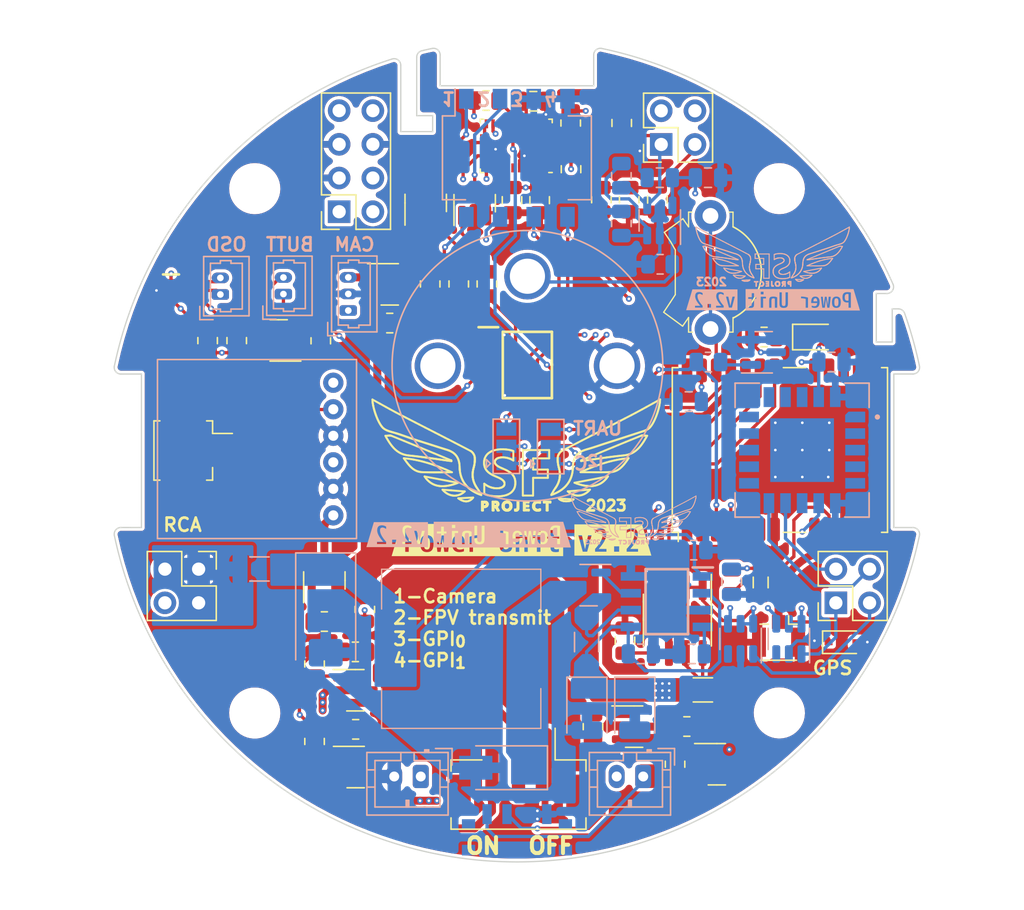
<source format=kicad_pcb>
(kicad_pcb (version 20211014) (generator pcbnew)
  (layers (0 "F.Cu" signal) (1 "In1.Cu" signal) (2 "In2.Cu" signal) (31 "B.Cu" signal) (34 "B.Paste" user) (35 "F.Paste" user) (36 "B.SilkS" user "B.Silkscreen") (37 "F.SilkS" user "F.Silkscreen") (38 "B.Mask" user) (39 "F.Mask" user) (44 "Edge.Cuts" user))
  (net 0 "")
  (net 1 "/Power Unit/GND")
  (net 2 "/Power Unit/BATT")
  (net 3 "/Power Unit/BAT_SENSE")
  (net 4 "/Power Unit/Step-down/GND")
  (net 5 "/Power Unit/CAMTRANS-FET")
  (net 6 "/Power Unit/Step-down/VCC_5V")
  (net 7 "/Power Unit/VCC")
  (net 8 "/Power Unit/OXY_{OUT}")
  (net 9 "/Power Unit/BATT_INT")
  (net 10 "/Power Unit/FPV_{SM_A}")
  (net 11 "/Power Unit/IS_USB")
  (net 12 "/Power Unit/IMU_{INT}")
  (net 13 "/Power Unit/SDA")
  (net 14 "/Power Unit/SCL")
  (net 15 "/Power Unit/SCL_{2}{slash}TXD")
  (net 16 "/Power Unit/SDA_{2}{slash}RXD")
  (net 17 "/Power Unit/M_SWITCH")
  (net 18 "/Power Unit/VCC_5V")
  (net 19 "/Power Unit/Camera transmit/VIDEO")
  (net 20 "/Power Unit/Camera/V_IN")
  (net 21 "/Power Unit/Camera transmit/V_IN")
  (net 22 "/Power Unit/Current Sensor/P_IN")
  (net 23 "/Power Unit/SW_CAMERA")
  (net 24 "/Power Unit/SW_TRANSMIT")
  (net 25 "/Power Unit/SW_CAMERA_{IO}")
  (net 26 "/Power Unit/SW_TRANSMIT_{IO}")
  (net 27 "/Power Unit/CAM_CONTROL")
  (net 28 "Net-(R801-Pad1)")
  (net 29 "/Power Unit/RESET_{IMU}")
  (net 30 "/Power Unit/TIMEPULSE_{GPS}")
  (net 31 "/Power Unit/EXTINT_{GPS}")
  (net 33 "Net-(AE601-Pad1)")
  (net 34 "Net-(BT601-Pad1)")
  (net 35 "Net-(C504-Pad1)")
  (net 36 "Net-(C602-Pad2)")
  (net 37 "Net-(D601-Pad1)")
  (net 38 "Net-(J903-Pad2)")
  (net 39 "Net-(J903-Pad1)")
  (net 40 "Net-(J904-Pad2)")
  (net 41 "Net-(J904-Pad1)")
  (net 42 "Net-(JP601-Pad3)")
  (net 43 "Net-(JP601-Pad2)")
  (net 44 "Net-(JP601-Pad1)")
  (net 45 "Net-(JP602-Pad3)")
  (net 46 "Net-(JP602-Pad2)")
  (net 47 "Net-(JP602-Pad1)")
  (net 48 "Net-(Q601-Pad3)")
  (net 49 "Net-(Q601-Pad1)")
  (net 50 "Net-(Q901-Pad1)")
  (net 51 "Net-(R501-Pad1)")
  (net 52 "Net-(R603-Pad2)")
  (net 53 "Net-(R802-Pad2)")
  (net 95 "Net-(BT201-Pad2)")
  (net 96 "Net-(C301-Pad1)")
  (net 97 "Net-(IC301-Pad7)")
  (net 98 "Net-(Q201-Pad1)")
  (net 99 "Net-(Q202-Pad1)")
  (net 100 "Net-(Q203-Pad1)")
  (net 101 "Net-(Q203-Pad3)")
  (net 102 "Net-(Q204-Pad1)")
  (net 103 "Net-(Q205-Pad1)")
  (net 104 "Net-(Q206-Pad1)")
  (net 105 "Net-(Q207-Pad3)")
  (net 106 "Net-(Q207-Pad1)")
  (net 107 "Net-(Q208-Pad3)")
  (net 108 "Net-(Q208-Pad1)")
  (net 110 "Net-(J201-Pad2)")
  (net 111 "Net-(J201-Pad3)")
  (net 112 "/Power Unit/Step-down/L_MOSFET")
  (net 113 "/Power Unit/Step-down/L_{SWITCH}")
  (net 114 "/Power Unit/GPI_{1}")
  (net 115 "/Power Unit/GPI_{0}")
  (footprint "CanSat_2023:R_0805_2012Metric" (layer "F.Cu") (at 147.2692 102.7684)
    (fp_text reference "R204" hide)
    (fp_text value "100k" hide)
  )
  (footprint "CanSat_2023:R_0805_2012Metric" (layer "F.Cu") (at 144.1935 103.6828 -90)
    (fp_text reference "R202" hide)
    (fp_text value "10k" hide)
  )
  (footprint "CanSat_2023:R_0805_2012Metric" (layer "F.Cu") (at 163.4958 62.897419 90)
    (fp_text reference "R501" hide)
    (fp_text value "10k" hide)
  )
  (footprint "CanSat_2023:R_0805_2012Metric" (layer "F.Cu") (at 138.3284 79.3007 90)
    (fp_text reference "R219" hide)
    (fp_text value "10k" hide)
  )
  (footprint "CanSat_2023:R_0805_2012Metric" (layer "F.Cu") (at 136.1364 79.3007 90)
    (fp_text reference "R218" hide)
    (fp_text value "10k" hide)
  )
  (footprint "CanSat_2023:JST_PH_B3B-PH-SM4-TB_1x03-1MP_P2.00mm_Vertical" (layer "F.Cu") (at 159.5628 111.7774 180)
    (fp_text reference "J201" hide)
    (fp_text value "Conn_01x03" hide)
  )
  (footprint "CanSat_2023:LED_0805_2012Metric" (layer "F.Cu") (at 181.90495 79.0324)
    (fp_text reference "D601" hide)
    (fp_text value "APT2012LSECK/J4-PRV" hide)
  )
  (footprint "CanSat_2023:PinSocket_2x02_P2.54mm_Vertical" (layer "F.Cu") (at 135.4572 96.5324)
    (fp_text reference "J104" hide)
    (fp_text value "Conn_02x02_Female" hide)
  )
  (footprint "CanSat_2023:D_SOD-323" (layer "F.Cu") (at 183.9774 102.0442)
    (fp_text reference "D602" hide)
    (fp_text value "ESD7351HT1G" hide)
  )
  (footprint "CanSat_2023:PinSocket_2x02_P2.54mm_Vertical" (layer "F.Cu") (at 183.4772 99.0724 180)
    (fp_text reference "J103" hide)
    (fp_text value "Conn_02x02_Female" hide)
  )
  (footprint "kibuzzard-64275393" (layer "F.Cu") (at 156.464 94.3356)
    (fp_text reference "kibuzzard-64275393" hide)
    (fp_text value "G***" hide)
  )
  (footprint "CanSat_2023:SOT-23" (layer "F.Cu") (at 168.275 108.4072)
    (fp_text reference "Q203" hide)
    (fp_text value "BC847" hide)
  )
  (footprint "CanSat_2023:MountingHole_3.2mm_M3" (layer "F.Cu") (at 179.2172 67.8424)
    (fp_text reference "H201" hide)
    (fp_text value "MountingHole" hide)
  )
  (footprint "CanSat_2023:PinSocket_2x04_P2.54mm_Vertical" (layer "F.Cu") (at 146.0472 69.5824 180)
    (fp_text reference "J101" hide)
    (fp_text value "Conn_02x04_Female" hide)
  )
  (footprint "CanSat_2023:SOT-23" (layer "F.Cu") (at 149.86 75.06)
    (fp_text reference "Q205" hide)
    (fp_text value "SI2305CDS-T1-BE3" hide)
  )
  (footprint "CanSat_2023:R_0805_2012Metric" (layer "F.Cu") (at 155.06 75.03 -90)
    (fp_text reference "R217" hide)
    (fp_text value "5k" hide)
  )
  (footprint "CanSat_2023:SOIC-8_3.9x4.9mm_P1.27mm" (layer "F.Cu") (at 171.534934 100.378334 -90)
    (fp_text reference "U401" hide)
    (fp_text value "INA219AxD" hide)
  )
  (footprint "kibuzzard-642753A9" (layer "F.Cu") (at 166.6748 94.3356)
    (fp_text reference "kibuzzard-642753A9" hide)
    (fp_text value "G***" hide)
  )
  (footprint "CanSat_2023:R_0805_2012Metric" (layer "F.Cu") (at 147.2923 108.6104)
    (fp_text reference "R203" hide)
    (fp_text value "100k" hide)
  )
  (footprint "CanSat_2023:R_0805_2012Metric" (layer "F.Cu") (at 144.6634 79.315459 -90)
    (fp_text reference "R901" hide)
    (fp_text value "5k" hide)
  )
  (footprint "CanSat_2023:R_0805_2012Metric" (layer "F.Cu") (at 144.1935 109.5248 -90)
    (fp_text reference "R201" hide)
    (fp_text value "10k" hide)
  )
  (footprint "CanSat_2023:R_0805_2012Metric" (layer "F.Cu") (at 175.6282 97.4852 -90)
    (fp_text reference "R603" hide)
    (fp_text value "10R" hide)
  )
  (footprint "CanSat_2023:ublox_NEO" (layer "F.Cu") (at 179.2604 87.548 90)
    (fp_text reference "U603" hide)
    (fp_text value "NEO-M9N" hide)
  )
  (footprint "CanSat_2023:SOT-23" (layer "F.Cu") (at 147.2692 105.664)
    (fp_text reference "Q202" hide)
    (fp_text value "SI2305CDS-T1-BE3" hide)
  )
  (footprint "CanSat_2023:R_0805_2012Metric" (layer "F.Cu") (at 144.9324 100.4824 180)
    (fp_text reference "R213" hide)
    (fp_text value "10k" hide)
  )
  (footprint "CanSat_2023:SOT-23" (layer "F.Cu") (at 156.26 68.94 90)
    (fp_text reference "Q207" hide)
    (fp_text value "BC847" hide)
  )
  (footprint "CanSat_2023:2989" (layer "F.Cu") (at 174.028 74.1622 -90)
    (fp_text reference "BT601" hide)
    (fp_text value "Backup battery" hide)
  )
  (footprint "CanSat_2023:R_0805_2012Metric" (layer "F.Cu") (at 157.1186 61.2029)
    (fp_text reference "R502" hide)
    (fp_text value "10k" hide)
  )
  (footprint "CanSat_2023:R_0805_2012Metric" (layer "F.Cu") (at 171.3598 111.2399 -90)
    (fp_text reference "R206" hide)
    (fp_text value "100k" hide)
  )
  (footprint "CanSat_2023:SOT-23" (layer "F.Cu") (at 174.5094 111.2418)
    (fp_text reference "Q204" hide)
    (fp_text value "SI2305CDS-T1-BE3" hide)
  )
  (footprint "CanSat_2023:SOT-23" (layer "F.Cu") (at 147.2923 111.4552)
    (fp_text reference "Q201" hide)
    (fp_text value "SI2305CDS-T1-BE3" hide)
  )
  (footprint "CanSat_2023:Molex_PicoBlade_53261-0271_1x02-1MP_P1.25mm_Horizontal" (layer "F.Cu") (at 134.8 87.587534 -90)
    (fp_text reference "J901" hide)
    (fp_text value "Conn_01x02" hide)
  )
  (footprint "CanSat_2023:R_0805_2012Metric" (layer "F.Cu") (at 157.18 75.03 -90)
    (fp_text reference "R216" hide)
    (fp_text value "5k" hide)
  )
  (footprint "CanSat_2023:C_0805_2012Metric" (layer "F.Cu") (at 167.588634 101.919134 -90)
    (fp_text reference "C401" hide)
    (fp_text value "10uF" hide)
  )
  (footprint "CanSat_2023:C_0805_2012Metric" (layer "F.Cu") (at 167.3404 62.8926 90)
    (fp_text reference "C803" hide)
    (fp_text value "10nF" hide)
  )
  (footprint "CanSat_2023:L_0805_2012Metric" (layer "F.Cu") (at 177.8126 97.536 -90)
    (fp_text reference "L601" hide)
    (fp_text value "27nH" hide)
  )
  (footprint "CanSat_2023:MountingHole_3.2mm_M3" (layer "F.Cu") (at 139.6872 107.3824)
    (fp_text reference "H203" hide)
    (fp_text value "MountingHole" hide)
  )
  (footprint "CanSat_2023:LGA-28_5.2x3.8mm_P0.5mm" (layer "F.Cu") (at 159.3942 64.6185 180)
    (fp_text reference "U501" hide)
    (fp_text value "BNO055" hide)
  )
  (footprint "CanSat_2023:R_0805_2012Metric" (layer "F.Cu") (at 172.2488 108.397 180)
    (fp_text reference "R207" hide)
    (fp_text value "10k" hide)
  )
  (footprint "CanSat_2023:C_0805_2012Metric" (layer "F.Cu") (at 170.0276 68.6709 -90)
    (fp_text reference "C201" hide)
    (fp_text value "10uF" hide)
  )
  (footprint "CanSat_2023:R_0805_2012Metric" (layer "F.Cu") (at 178.06955 79.0324 180)
    (fp_text reference "R602" hide)
    (fp_text value "750R" hide)
  )
  (footprint "CanSat_2023:R_0805_2012Metric" (layer "F.Cu") (at 165.8076 68.6809 90)
    (fp_text reference "R208" hide)
    (fp_text value "12k" hide)
  )
  (footprint "CanSat_2023:R_0805_2012Metric" (layer "F.Cu") (at 165.1762 108.4072 90)
    (fp_text reference "R205" hide)
    (fp_text value "100k" hide)
  )
  (footprint "CanSat_2023:MountingHole_3.2mm_M3" (layer "F.Cu") (at 139.6872 67.8424)
    (fp_text reference "H202" hide)
    (fp_text value "MountingHole" hide)
  )
  (footprint "CanSat_2023:SOT-23" (layer "F.Cu") (at 144.9324 97.3836 90)
    (fp_text reference "Q206" hide)
    (fp_text value "SI2305CDS-T1-BE3" hide)
  )
  (footprint "CanSat_2023:C_0805_2012Metric" (layer "F.Cu") (at 163.5212 66.377219 -90)
    (fp_text reference "C501" hide)
    (fp_text value "120nF" hide)
  )
  (footprint "CanSat_2023:C_0805_2012Metric" (layer "F.Cu") (at 159.0744 68.7111 -90)
    (fp_text reference "C502" hide)
    (fp_text value "6.8nF" hide)
  )
  (footprint "CanSat_2023:SOP65P640X110-16N" (layer "F.Cu") (at 160.2284 81.14)
    (fp_text reference "U201" hide)
    (fp_text value "PCA8574PW" hide)
  )
  (footprint "CanSat_2023:R_1206_Current" (layer "F.Cu") (at 173.4566 105.6386 180)
    (fp_text reference "R401" hide)
    (fp_text value "PE1206FRE470R04L" hide)
  )
  (footprint "CanSat_2023:C_0805_2012Metric" (layer "F.Cu") (at 161.1572 68.7111 -90)
    (fp_text reference "C503" hide)
    (fp_text value "0.1uF" hide)
  )
  (footprint "CanSat_2023:C_0805_2012Metric" (layer "F.Cu") (at 160.6764 61.2537)
    (fp_text reference "C504" hide)
    (fp_text value "0.1uF" hide)
  )
  (footprint "CanSat_2023:R_0805_2012Metric" (layer "F.Cu") (at 149.86 77.978)
    (fp_text reference "R212" hide)
    (fp_text value "100k" hide)
  )
  (footprint "CanSat_2023:SOT-23" (layer "F.Cu") (at 141.488059 79.28764 180)
    (fp_text reference "Q901" hide)
    (fp_text value "BC847" hide)
  )
  (footprint "CanSat_2023:U.FL_Hirose_U.FL-R-SMT-1_Vertical" (layer "F.Cu") (at 179.1588 101.5658 -90)
    (fp_text reference "AE601" hide)
    (fp_text value "Antenna_Shield" hide)
  )
  (footprint "CanSat_2023:R_0805_2012Metric" (layer "F.Cu") (at 152.908 75.0316 -90)
    (fp_text reference "R210" hide)
    (fp_text value "10k" hide)
  )
  (footprint "CanSat_2023:MountingHole_3.2mm_M3" (layer "F.Cu") (at 179.2172 107.3724)
    (fp_text reference "H204" hide)
    (fp_text value "MountingHole" hide)
  )
  (footprint "CanSat_2023:R_0805_2012Metric" (layer "F.Cu") (at 167.905547 68.6797 -90)
    (fp_text reference "R209" hide)
    (fp_text value "5k" hide)
  )
  (footprint "CanSat_2023:SOT65P210X110-6N" (layer "F.Cu") (at 134.3272 75.5124)
    (fp_text reference "U901" hide)
    (fp_text value "AD5246BKSZ100" hide)
  )
  (footprint "CanSat_2023:R_0805_2012Metric" (layer "F.Cu") (at 147.9804 99.568 90)
    (fp_text reference "R211" hide)
    (fp_text value "100k" hide)
  )
  (footprint "CanSat_2023:SOT-23" (layer "F.Cu") (at 152.57 68.92 90)
    (fp_text reference "Q208" hide)
    (fp_text value "BC847" hide)
  )
  (footprint "CanSat_2023:PinSocket_2x02_P2.54mm_Vertical" (layer "F.Cu") (at 170.3172 64.5124 180)
    (fp_text reference "J102" hide)
    (fp_text value "Conn_02x02_Female" hide)
  )
  (footprint "CanSat_2023:R_0805_2012Metric" (layer "B.Cu") (at 172.7708 95.0976)
    (fp_text reference "R214" hide)
    (fp_text value "0R" hide)
  )
  (footprint "CanSat_2023:SOIC127P600X175-8N" (layer "B.Cu") (at 170.7388 98.9838 180)
    (fp_text reference "IC301" hide)
    (fp_text value "MAX1626ESA+T" hide)
  )
  (footprint "CanSat_2023:SOT-23-5" (layer "B.Cu") (at 170.2106 70.2434 90)
    (fp_text reference "U802" hide)
    (fp_text value "MCP6486UT-E/OT" hide)
  )
  (footprint "CanSat_2023:R_1206_Current" (layer "B.Cu") (at 164.6936 102.0318 90)
    (fp_text reference "R301" hide)
    (fp_text value "PE1206FRE470R04L" hide)
  )
  (footprint "kibuzzard-64275791" (layer "B.Cu") (at 158.3436 93.9292 180)
    (fp_text reference "kibuzzard-64275791" hide)
    (fp_text value "G***" hide)
  )
  (footprint "CanSat_2023:R_0805_2012Metric" (layer "B.Cu") (at 167.315 70.472 -90)
    (fp_text reference "R802" hide)
    (fp_text value "100R" hide)
  )
  (footprint "kibuzzard-642731D3" (layer "B.Cu") (at 174.1296 76.2244 180)
    (fp_text reference "kibuzzard-642731D3" hide)
    (fp_text value "G***" hide)
  )
  (footprint "CanSat_2023:R_0805_2012Metric" (layer "B.Cu") (at 170.236 73.5454 180)
    (fp_text reference "R801" hide)
    (fp_text value "100R" hide)
  )
  (footprint "CanSat_2023:SOT-23-6" (layer "B.Cu") (at 176.2972 101.7924 90)
    (fp_text reference "U602" hide)
    (fp_text value "TS5A3159DBV" hide)
  )
  (footprint "CanSat_2023:PCM12SMTR" (layer "B.Cu") (at 159.3972 116.7524 180)
    (fp_text reference "SW202" hide)
    (fp_text value "PCM12SMTR" hide)
  )
  (footprint "CanSat_2023:Molex_PicoBlade_53047-0210_1x02_P1.25mm_Vertical" (layer "B.Cu") (at 141.8478 75.792281 90)
    (fp_text reference "J903" hide)
    (fp_text value "Conn_01x02" hide)
  )
  (footprint "CanSat_2023:JST_PH_B2B-PH-K_1x02_P2.00mm_Vertical" (layer "B.Cu") (at 168.9608 112.1664 180)
    (fp_text reference "BT201" hide)
    (fp_text value "Battery_Cell" hide)
  )
  (footprint "CanSat_2023:CP_EIA-3528-21_Kemet-B" (layer "B.Cu") (at 168.3258 107.1372 -90)
    (fp_text reference "C303" hide)
    (fp_text value "TPSB686K010R0600" hide)
  )
  (footprint "CanSat_2023:SolderJumper-3_P1.3mm_Bridged12_Pad1.0x1.5mm" (layer "B.Cu") (at 161.9884 87.2924 90)
    (fp_text reference "JP601" hide)
    (fp_text value "SolderJumper_3_Bridged12" hide)
  )
  (footprint "CanSat_2023:C_0805_2012Metric" (layer "B.Cu") (at 170.2106 67.0176 180)
    (fp_text reference "C801" hide)
    (fp_text value "0.1uF" hide)
  )
  (footprint "CanSat_2023:SolderJumper-3_P1.3mm_Bridged12_Pad1.0x1.5mm" (layer "B.Cu") (at 158.6472 87.2724 90)
    (fp_text reference "JP602" hide)
    (fp_text value "SolderJumper_3_Bridged12" hide)
  )
  (footprint "CanSat_2023:SOT-23-6" (layer "B.Cu") (at 179.9372 101.7924 90)
    (fp_text reference "U601" hide)
    (fp_text value "TS5A3159DBV" hide)
  )
  (footprint "CanSat_2023:kibuzzard-63BEDE70" (layer "B.Cu") (at 180.98429 76.224598 180)
    (fp_text reference "kibuzzard-63BEDE70" hide)
    (fp_text value "G***" hide)
  )
  (footprint "CanSat_2023:C_0805_2012Metric" (layer "B.Cu") (at 175.6156 97.4852 90)
    (fp_text reference "C602" hide)
    (fp_text value "0.1uF" hide)
  )
  (footprint "CanSat_2023:D_SMA" (layer "B.Cu") (at 158.3436 111.506 180)
    (fp_text reference "D301" hide)
    (fp_text value "B330A" hide)
  )
  (footprint "CanSat_2023:ME2-O2" (layer "B.Cu") (at 160.2358 81.198 180)
    (fp_text reference "U801" hide)
    (fp_text value "ME2-02" hide)
  )
  (footprint "CanSat_2023:R_0805_2012Metric" (layer "B.Cu") (at 173.8756 80.9186)
    (fp_text reference "R601" hide)
    (fp_text value "5k" hide)
  )
  (footprint "CanSat_2023:R_1206_3216Metric" (layer "B.Cu") (at 140.0428 96.52)
    (fp_text reference "R215" hide)
    (fp_text value "0R" hide)
  )
  (footprint "CanSat_2023:SOT-23" (layer "B.Cu") (at 178.0412 80.182)
    (fp_text reference "Q601" hide)
    (fp_text value "BC847" hide)
  )
  (footprint "CanSat_2023:C_0805_2012Metric" (layer "B.Cu") (at 172.3898 83.8962)
    (fp_text reference "C601" hide)
    (fp_text value "1uF" hide)
  )
  (footprint "CanSat_2023:Molex_PicoBlade_53047-0210_1x02_P1.25mm_Vertical" (layer "B.Cu") (at 137.0964 75.822281 90)
    (fp_text reference "J904" hide)
    (fp_text value "Conn_01x02" hide)
  )
  (footprint "CanSat_2023:SW_DIP_SPSTx04_Slide_Omron_A6S-410x_W8.9mm_P2.54mm" (layer "B.Cu") (at 159.441 65.519 -90)
    (fp_text reference "SW201" hide)
    (fp_text value "DS04-254-1-04BK-SMT" hide)
  )
  (footprint "CanSat_2023:C_0805_2012Metric" (layer "B.Cu") (at 172.6184 102.9208 180)
    (fp_text reference "C301" hide)
    (fp_text value "0.1uF" hide)
  )
  (footprint "CanSat_2023:C_0805_2012Metric" (layer "B.Cu") (at 183.1466 80.9186)
    (fp_text reference "C701" hide)
    (fp_text value "0.1uF" hide)
  )
  (footprint "CanSat_2023:R_0805_2012Metric" (layer "B.Cu") (at 167.315 66.8652 -90)
    (fp_text reference "R803" hide)
    (fp_text value "20k" hide)
  )
  (footprint "CanSat_2023:CP_EIA-3528-21_Kemet-B" (layer "B.Cu") (at 164.719 107.1372 -90)
    (fp_text reference "C302" hide)
    (fp_text value "TPSB686K010R0600" hide)
  )
  (footprint "CanSat_2023:TBS UNIFY PRO32 5G8 nano" (layer "B.Cu") (at 140.1064 87.4776)
    (fp_text reference "U1001" hide)
    (fp_text value "TBS_UNIFY_PRO32_5G8_nano" hide)
  )
  (footprint "CanSat_2023:XDCR_SCD41-D-R2" (layer "B.Cu") (at 180.933947 87.559453 180)
    (fp_text reference "U701")
    (fp_text value "SCD41" hide)
  )
  (footprint "kibuzzard-642757A1" (layer "B.Cu") (at 150.4188 93.9292 180)
    (fp_text reference "kibuzzard-642757A1" hide)
    (fp_text value "G***" hide)
  )
  (footprint "CanSat_2023:CP_EIA-7343-31_Kemet-D" (layer "B.Cu") (at 145.034 99.7204 -90)
    (fp_text reference "C305" hide)
    (fp_text value "293D227X9010D2TE3" hide)
  )
  (footprint "CanSat_2023:SOT-23" (layer "B.Cu") (at 164.846 97.7392 180)
    (fp_text reference "Q301" hide)
    (fp_text value "SI2305CDS-T1-BE3" hide)
  )
  (footprint "CanSat_2023:C_0805_2012Metric" (layer "B.Cu") (at 173.8428 67.0176)
    (fp_text reference "C802" hide)
    (fp_text value "10uF" hide)
  )
  (footprint "CanSat_2023:JST_PH_B2B-PH-K_1x02_P2.00mm_Vertical" (layer "B.Cu") (at 152.1968 112.1664 180)
    (fp_text reference "BT202" hide)
    (fp_text value "Battery_Cell" hide)
  )
  (footprint "CanSat_2023:C_0805_2012Metric" (layer "B.Cu") (at 168.783 102.9208)
    (fp_text reference "C304" hide)
    (fp_text value "0.47uF" hide)
  )
  (footprint "CanSat_2023:Molex_PicoBlade_53047-0310_1x03_P1.25mm_Vertical" (layer "B.Cu") (at 146.735347 77.032534 90)
    (fp_text reference "J902" hide)
    (fp_text value "Conn_01x03" hide)
  )
  (footprint "CanSat_2023:CDRH125101MC" (layer "B.Cu") (at 155.2448 102.5398 90)
    (fp_text reference "L301" hide)
    (fp_text value "CDRH125NP-220MC" hide)
  )
  (gr_line (start 170.375884 93.003723) (end 170.37586 93.003762) (layer "B.SilkS") (width 0.065))
  (gr_curve (pts (xy 169.252145 94.491052) (xy 169.252986 94.491378) (xy 169.253833 94.49169) (xy 169.254685 94.491987)) (layer "B.SilkS") (width 0.065))
  (gr_line (start 176.096443 73.189198) (end 176.09641 73.189143) (layer "B.SilkS") (width 0.08))
  (gr_curve (pts (xy 182.934746 72.301808) (xy 182.927418 72.304302) (xy 182.920088 72.306788) (xy 182.912755 72.309268)) (layer "B.SilkS") (width 0.08))
  (gr_curve (pts (xy 168.404836 94.518237) (xy 168.404473 94.515648) (xy 168.404163 94.51305) (xy 168.403904 94.510448)) (layer "B.SilkS") (width 0.065))
  (gr_curve (pts (xy 173.375487 71.889466) (xy 173.367845 71.882939) (xy 173.36047 71.876112) (xy 173.353378 71.868992)) (layer "B.SilkS") (width 0.08))
  (gr_line (start 166.122085 93.010283) (end 166.121963 93.010072) (layer "B.SilkS") (width 0.065))
  (gr_curve (pts (xy 171.117112 93.670588) (xy 171.111634 93.675647) (xy 171.106077 93.680623) (xy 171.100443 93.685506)) (layer "B.SilkS") (width 0.065))
  (gr_curve (pts (xy 181.962428 72.614554) (xy 181.951503 72.618031) (xy 181.940577 72.621508) (xy 181.929652 72.624983)) (layer "B.SilkS") (width 0.08))
  (gr_line (start 170.379806 92.998158) (end 170.379788 92.998179) (layer "B.SilkS") (width 0.065))
  (gr_curve (pts (xy 165.879511 93.998561) (xy 165.865062 93.984625) (xy 165.851275 93.970025) (xy 165.838128 93.954852)) (layer "B.SilkS") (width 0.065))
  (gr_curve (pts (xy 179.95189 73.036887) (xy 179.961316 73.053744) (xy 179.969477 73.071251) (xy 179.976429 73.089251)) (layer "B.SilkS") (width 0.08))
  (gr_curve (pts (xy 171.149839 92.451565) (xy 171.140694 92.45448) (xy 171.13155 92.457395) (xy 171.122406 92.460312)) (layer "B.SilkS") (width 0.065))
  (gr_curve (pts (xy 168.597596 92.641249) (xy 168.615596 92.639941) (xy 168.633617 92.638994) (xy 168.651653 92.638353)) (layer "B.SilkS") (width 0.065))
  (gr_curve (pts (xy 181.482972 73.192863) (xy 181.465332 73.195334) (xy 181.447691 73.197796) (xy 181.430049 73.200247)) (layer "B.SilkS") (width 0.08))
  (gr_curve (pts (xy 169.630398 93.213232) (xy 169.629345 93.209065) (xy 169.628313 93.204894) (xy 169.627301 93.200717)) (layer "B.SilkS") (width 0.065))
  (gr_curve (pts (xy 169.67156 93.474773) (xy 169.671593 93.469951) (xy 169.671578 93.465129) (xy 169.671515 93.460307)) (layer "B.SilkS") (width 0.065))
  (gr_curve (pts (xy 179.846023 72.90634) (xy 179.855894 72.914921) (xy 179.865414 72.923885) (xy 179.874564 72.933232)) (layer "B.SilkS") (width 0.08))
  (gr_curve (pts (xy 179.914194 74.916504) (xy 179.913887 74.917195) (xy 179.913593 74.917892) (xy 179.913312 74.918595)) (layer "B.SilkS") (width 0.08))
  (gr_line (start 181.340969 73.183905) (end 181.34079 73.184133) (layer "B.SilkS") (width 0.08))
  (gr_line (start 166.120745 93.007959) (end 166.120623 93.007748) (layer "B.SilkS") (width 0.065))
  (gr_curve (pts (xy 169.648067 93.280613) (xy 169.64682 93.275518) (xy 169.645532 93.270434) (xy 169.644216 93.265356)) (layer "B.SilkS") (width 0.065))
  (gr_curve (pts (xy 168.535557 94.342834) (xy 168.537872 94.342728) (xy 168.54019 94.342668) (xy 168.542508 94.342648)) (layer "B.SilkS") (width 0.065))
  (gr_curve (pts (xy 169.154236 93.849342) (xy 169.164185 93.844562) (xy 169.174001 93.839517) (xy 169.183681 93.834215)) (layer "B.SilkS") (width 0.065))
  (gr_curve (pts (xy 179.49835 74.990107) (xy 179.498987 74.990762) (xy 179.499637 74.991403) (xy 179.500302 74.99203)) (layer "B.SilkS") (width 0.08))
  (gr_curve (pts (xy 165.482531 93.388672) (xy 165.468544 93.388581) (xy 165.454558 93.388468) (xy 165.440571 93.388331)) (layer "B.SilkS") (width 0.065))
  (gr_curve (pts (xy 180.469406 73.798572) (xy 180.469641 73.792673) (xy 180.469817 73.786773) (xy 180.469933 73.780872)) (layer "B.SilkS") (width 0.08))
  (gr_curve (pts (xy 170.097024 93.189575) (xy 170.096721 93.195176) (xy 170.096459 93.200778) (xy 170.096228 93.206381)) (layer "B.SilkS") (width 0.065))
  (gr_curve (pts (xy 168.520003 94.609692) (xy 168.521596 94.610041) (xy 168.523198 94.610357) (xy 168.524804 94.610641)) (layer "B.SilkS") (width 0.065))
  (gr_curve (pts (xy 175.159797 73.985619) (xy 175.153118 73.979002) (xy 175.14654 73.972281) (xy 175.140063 73.965465)) (layer "B.SilkS") (width 0.08))
  (gr_curve (pts (xy 180.916326 73.878776) (xy 180.913705 73.885753) (xy 180.911011 73.892704) (xy 180.908245 73.899626)) (layer "B.SilkS") (width 0.08))
  (gr_curve (pts (xy 169.275366 94.496686) (xy 169.276866 94.496879) (xy 169.278369 94.497045) (xy 169.279875 94.497188)) (layer "B.SilkS") (width 0.065))
  (gr_line (start 166.119254 93.005391) (end 166.119227 93.005346) (layer "B.SilkS") (width 0.065))
  (gr_curve (pts (xy 164.044889 92.026041) (xy 164.038469 92.023479) (xy 164.032083 92.020827) (xy 164.025742 92.018077)) (layer "B.SilkS") (width 0.065))
  (gr_curve (pts (xy 176.626758 74.091754) (xy 176.62046 74.082418) (xy 176.614318 74.07298) (xy 176.608331 74.063442)) (layer "B.SilkS") (width 0.08))
  (gr_curve (pts (xy 163.550946 91.048056) (xy 163.549932 91.035041) (xy 163.549184 91.022007) (xy 163.548755 91.00896)) (layer "B.SilkS") (width 0.065))
  (gr_curve (pts (xy 179.918575 74.857344) (xy 179.919897 74.85674) (xy 179.921231 74.856161) (xy 179.922573 74.855606)) (layer "B.SilkS") (width 0.08))
  (gr_curve (pts (xy 180.747204 74.172525) (xy 180.742662 74.178059) (xy 180.738063 74.183547) (xy 180.73341 74.188988)) (layer "B.SilkS") (width 0.08))
  (gr_curve (pts (xy 169.668573 93.40318) (xy 169.668133 93.398262) (xy 169.667645 93.393348) (xy 169.667111 93.388439)) (layer "B.SilkS") (width 0.065))
  (gr_curve (pts (xy 183.741679 72.037945) (xy 183.7374 72.039211) (xy 183.733119 72.04047) (xy 183.728836 72.041724)) (layer "B.SilkS") (width 0.08))
  (gr_curve (pts (xy 168.892696 94.511875) (xy 168.893212 94.511433) (xy 168.893736 94.511) (xy 168.894267 94.510577)) (layer "B.SilkS") (width 0.065))
  (gr_curve (pts (xy 177.207253 74.393587) (xy 177.214408 74.405287) (xy 177.221377 74.417098) (xy 177.228216 74.428986)) (layer "B.SilkS") (width 0.08))
  (gr_curve (pts (xy 173.021586 71.200629) (xy 173.018947 71.191834) (xy 173.016351 71.183025) (xy 173.013801 71.174204)) (layer "B.SilkS") (width 0.08))
  (gr_curve (pts (xy 170.043203 94.096639) (xy 170.036444 94.093051) (xy 170.029763 94.089309) (xy 170.02317 94.085424)) (layer "B.SilkS") (width 0.065))
  (gr_curve (pts (xy 171.188182 93.388554) (xy 171.175425 93.388841) (xy 171.162668 93.389112) (xy 171.149911 93.389363)) (layer "B.SilkS") (width 0.065))
  (gr_curve (pts (xy 168.453794 94.423534) (xy 168.453007 94.425058) (xy 168.452257 94.426603) (xy 168.451543 94.428163)) (layer "B.SilkS") (width 0.065))
  (gr_curve (pts (xy 169.669354 93.412551) (xy 169.669113 93.409426) (xy 169.668852 93.406302) (xy 169.668573 93.40318)) (layer "B.SilkS") (width 0.065))
  (gr_curve (pts (xy 178.661129 75.181431) (xy 178.658505 75.179026) (xy 178.65603 75.176463) (xy 178.653716 75.173756)) (layer "B.SilkS") (width 0.08))
  (gr_curve (pts (xy 168.42685 94.402573) (xy 168.428001 94.400811) (xy 168.429195 94.399075) (xy 168.430429 94.39737)) (layer "B.SilkS") (width 0.065))
  (gr_curve (pts (xy 172.237299 92.607367) (xy 172.227834 92.617048) (xy 172.21817 92.62653) (xy 172.208295 92.635794)) (layer "B.SilkS") (width 0.065))
  (gr_curve (pts (xy 168.867166 94.429977) (xy 168.867204 94.430784) (xy 168.867255 94.43159) (xy 168.86732 94.432395)) (layer "B.SilkS") (width 0.065))
  (gr_curve (pts (xy 172.280108 92.560766) (xy 172.271647 92.570544) (xy 172.263018 92.580174) (xy 172.254207 92.589639)) (layer "B.SilkS") (width 0.065))
  (gr_line (start 176.099699 73.194749) (end 176.099636 73.19464) (layer "B.SilkS") (width 0.08))
  (gr_curve (pts (xy 167.020511 93.981804) (xy 167.026324 93.991311) (xy 167.031986 94.000907) (xy 167.037543 94.010566)) (layer "B.SilkS") (width 0.065))
  (gr_line (start 176.098499 73.192679) (end 176.098349 73.192421) (layer "B.SilkS") (width 0.08))
  (gr_curve (pts (xy 176.288474 72.974619) (xy 176.28465 72.970057) (xy 176.280749 72.965556) (xy 176.276777 72.961121)) (layer "B.SilkS") (width 0.08))
  (gr_curve (pts (xy 168.396228 92.971901) (xy 168.392965 92.973587) (xy 168.38972 92.975307) (xy 168.386495 92.977063)) (layer "B.SilkS") (width 0.065))
  (gr_curve (pts (xy 179.302143 74.274317) (xy 179.308069 74.276843) (xy 179.314071 74.279179) (xy 179.320136 74.281348)) (layer "B.SilkS") (width 0.08))
  (gr_curve (pts (xy 182.991832 73.411977) (xy 182.984873 73.419418) (xy 182.977822 73.426776) (xy 182.970675 73.434036)) (layer "B.SilkS") (width 0.08))
  (gr_curve (pts (xy 181.058518 73.11581) (xy 181.05578 73.122091) (xy 181.053144 73.128418) (xy 181.05061 73.134784)) (layer "B.SilkS") (width 0.08))
  (gr_curve (pts (xy 166.508439 94.057596) (xy 166.498527 94.06467) (xy 166.488386 94.071406) (xy 166.478015 94.077788)) (layer "B.SilkS") (width 0.065))
  (gr_curve (pts (xy 175.191478 74.015531) (xy 175.180674 74.005821) (xy 175.170116 73.995844) (xy 175.159797 73.985619)) (layer "B.SilkS") (width 0.08))
  (gr_curve (pts (xy 166.146265 93.795372) (xy 166.138507 93.797454) (xy 166.130735 93.799482) (xy 166.122948 93.801451)) (layer "B.SilkS") (width 0.065))
  (gr_line (start 176.982871 73.950575) (end 176.977923 73.92718) (layer "B.SilkS") (width 0.08))
  (gr_curve (pts (xy 163.955694 91.982064) (xy 163.950727 91.97902) (xy 163.945817 91.975879) (xy 163.940976 91.972639)) (layer "B.SilkS") (width 0.065))
  (gr_curve (pts (xy 181.821944 74.213882) (xy 181.812796 74.215193) (xy 181.803624 74.21636) (xy 181.794439 74.217388)) (layer "B.SilkS") (width 0.08))
  (gr_curve (pts (xy 168.655425 94.46797) (xy 168.655144 94.466171) (xy 168.654828 94.464376) (xy 168.654477 94.46259)) (layer "B.SilkS") (width 0.065))
  (gr_line (start 166.874658 93.156266) (end 166.878389 93.13675) (layer "B.SilkS") (width 0.065))
  (gr_curve (pts (xy 168.891523 94.474293) (xy 168.892612 94.475011) (xy 168.893726 94.475691) (xy 168.894861 94.476336)) (layer "B.SilkS") (width 0.065))
  (gr_line (start 181.339512 73.185885) (end 181.339484 73.185925) (layer "B.SilkS") (width 0.08))
  (gr_curve (pts (xy 178.955025 74.993056) (xy 178.954725 74.995555) (xy 178.954469 74.99806) (xy 178.954255 75.000568)) (layer "B.SilkS") (width 0.08))
  (gr_curve (pts (xy 177.283856 74.530023) (xy 177.285158 74.532423) (xy 177.28646 74.534822) (xy 177.287764 74.53722)) (layer "B.SilkS") (width 0.08))
  (gr_curve (pts (xy 168.846694 94.377442) (xy 168.847474 94.376525) (xy 168.848282 94.375629) (xy 168.849112 94.374756)) (layer "B.SilkS") (width 0.065))
  (gr_curve (pts (xy 168.982139 93.903625) (xy 168.990939 93.902163) (xy 168.999705 93.900511) (xy 169.008434 93.898675)) (layer "B.SilkS") (width 0.065))
  (gr_curve (pts (xy 171.610204 92.303751) (xy 171.600811 92.306883) (xy 171.591414 92.310004) (xy 171.582013 92.313114)) (layer "B.SilkS") (width 0.065))
  (gr_curve (pts (xy 176.246308 72.472993) (xy 176.334644 72.518644) (xy 176.422936 72.564379) (xy 176.511173 72.610221)) (layer "B.SilkS") (width 0.08))
  (gr_curve (pts (xy 179.263711 75.062198) (xy 179.262964 75.066746) (xy 179.262061 75.071265) (xy 179.260995 75.075749)) (layer "B.SilkS") (width 0.08))
  (gr_curve (pts (xy 174.957097 73.656267) (xy 174.947925 73.655927) (xy 174.938752 73.655565) (xy 174.929587 73.655081)) (layer "B.SilkS") (width 0.08))
  (gr_curve (pts (xy 167.571291 94.375407) (xy 167.569377 94.375007) (xy 167.567453 94.37465) (xy 167.565523 94.374332)) (layer "B.SilkS") (width 0.065))
  (gr_curve (pts (xy 179.992957 74.879677) (xy 179.991804 74.879718) (xy 179.99065 74.879765) (xy 179.989498 74.87982)) (layer "B.SilkS") (width 0.08))
  (gr_curve (pts (xy 166.343812 93.730907) (xy 166.319625 93.740056) (xy 166.295305 93.748847) (xy 166.270835 93.75721)) (layer "B.SilkS") (width 0.065))
  (gr_curve (pts (xy 179.926097 74.899706) (xy 179.925576 74.900189) (xy 179.925064 74.900683) (xy 179.924564 74.901188)) (layer "B.SilkS") (width 0.08))
  (gr_curve (pts (xy 172.077542 92.735946) (xy 172.065836 92.743059) (xy 172.053933 92.749836) (xy 172.041839 92.756266)) (layer "B.SilkS") (width 0.065))
  (gr_curve (pts (xy 177.297893 74.555765) (xy 177.301477 74.562291) (xy 177.305079 74.568806) (xy 177.308709 74.575306)) (layer "B.SilkS") (width 0.08))
  (gr_line (start 170.371591 93.010966) (end 170.371526 93.011078) (layer "B.SilkS") (width 0.065))
  (gr_curve (pts (xy 179.910024 74.9295) (xy 179.909777 74.930645) (xy 179.909556 74.931796) (xy 179.909359 74.93295)) (layer "B.SilkS") (width 0.08))
  (gr_curve (pts (xy 180.980973 73.61408) (xy 180.97939 73.62641) (xy 180.977636 73.638718) (xy 180.975704 73.650999)) (layer "B.SilkS") (width 0.08))
  (gr_curve (pts (xy 169.224104 94.399258) (xy 169.223766 94.399734) (xy 169.223439 94.400217) (xy 169.223122 94.400707)) (layer "B.SilkS") (width 0.065))
  (gr_curve (pts (xy 168.737228 93.89061) (xy 168.740496 93.891779) (xy 168.743786 93.892888) (xy 168.747093 93.893942)) (layer "B.SilkS") (width 0.065))
  (gr_curve (pts (xy 168.576308 94.610034) (xy 168.578689 94.609519) (xy 168.581051 94.608925) (xy 168.583391 94.608246)) (layer "B.SilkS") (width 0.065))
  (gr_curve (pts (xy 184.463111 70.997434) (xy 184.461706 71.004135) (xy 184.460269 71.01083) (xy 184.458802 71.017518)) (layer "B.SilkS") (width 0.08))
  (gr_line (start 166.112678 92.995505) (end 166.11266 92.995485) (layer "B.SilkS") (width 0.065))
  (gr_curve (pts (xy 170.57514 94.034838) (xy 170.569116 94.039766) (xy 170.562994 94.044579) (xy 170.55678 94.049266)) (layer "B.SilkS") (width 0.065))
  (gr_line (start 176.374394 74.08479) (end 175.031631 73.830433) (layer "B.SilkS") (width 0.08))
  (gr_line (start 181.336417 73.190643) (end 181.336198 73.191) (layer "B.SilkS") (width 0.08))
  (gr_curve (pts (xy 173.812841 72.076431) (xy 173.804116 72.073576) (xy 173.795392 72.070719) (xy 173.786668 72.067862)) (layer "B.SilkS") (width 0.08))
  (gr_curve (pts (xy 168.890121 94.17522) (xy 168.87944 94.175395) (xy 168.868755 94.175447) (xy 168.858073 94.175366)) (layer "B.SilkS") (width 0.065))
  (gr_curve (pts (xy 168.90458 93.143161) (xy 168.906651 93.140991) (xy 168.908677 93.138777) (xy 168.910651 93.136519)) (layer "B.SilkS") (width 0.065))
  (gr_line (start 176.094207 73.185585) (end 176.094178 73.18554) (layer "B.SilkS") (width 0.08))
  (gr_line (start 181.333378 73.195739) (end 181.333327 73.195828) (layer "B.SilkS") (width 0.08))
  (gr_line (start 166.846344 92.779782) (end 166.834054 92.762024) (layer "B.SilkS") (width 0.065))
  (gr_line (start 170.376256 93.003133) (end 170.376224 93.003184) (layer "B.SilkS") (width 0.065))
  (gr_curve (pts (xy 165.952896 93.833655) (xy 165.942046 93.83495) (xy 165.931179 93.836088) (xy 165.920295 93.837057)) (layer "B.SilkS") (width 0.065))
  (gr_curve (pts (xy 170.031932 94.302508) (xy 170.028066 94.304301) (xy 170.024178 94.306047) (xy 170.020268 94.307742)) (layer "B.SilkS") (width 0.065))
  (gr_curve (pts (xy 165.188944 91.881817) (xy 165.260032 91.918259) (xy 165.331133 91.954675) (xy 165.402234 91.99109)) (layer "B.SilkS") (width 0.065))
  (gr_curve (pts (xy 168.278194 93.775271) (xy 168.277766 93.769398) (xy 168.277431 93.763516) (xy 168.277184 93.757632)) (layer "B.SilkS") (width 0.065))
  (gr_curve (pts (xy 168.403547 94.472238) (xy 168.403752 94.469908) (xy 168.404003 94.467582) (xy 168.404303 94.465262)) (layer "B.SilkS") (width 0.065))
  (gr_curve (pts (xy 176.531703 74.805525) (xy 176.527348 74.804246) (xy 176.523007 74.802916) (xy 176.518684 74.801534)) (layer "B.SilkS") (width 0.08))
  (gr_curve (pts (xy 179.870122 74.9069) (xy 179.870864 74.904974) (xy 179.871672 74.903075) (xy 179.872547 74.901206)) (layer "B.SilkS") (width 0.08))
  (gr_curve (pts (xy 182.347043 73.07051) (xy 182.329571 73.072869) (xy 182.312102 73.075243) (xy 182.294634 73.077631)) (layer "B.SilkS") (width 0.08))
  (gr_curve (pts (xy 165.440571 93.388331) (xy 165.431875 93.388246) (xy 165.423178 93.388153) (xy 165.414482 93.38805)) (layer "B.SilkS") (width 0.065))
  (gr_line (start 170.374587 93.005842) (end 170.374463 93.00605) (layer "B.SilkS") (width 0.065))
  (gr_line (start 166.113441 92.9964) (end 166.113298 92.996223) (layer "B.SilkS") (width 0.065))
  (gr_curve (pts (xy 165.402234 91.99109) (xy 165.447411 92.014227) (xy 165.492588 92.037365) (xy 165.537763 92.060507)) (layer "B.SilkS") (width 0.065))
  (gr_curve (pts (xy 169.604528 93.073805) (xy 169.60392 93.068531) (xy 169.603354 93.063253) (xy 169.602834 93.05797)) (layer "B.SilkS") (width 0.065))
  (gr_curve (pts (xy 169.208362 94.498653) (xy 169.206782 94.497285) (xy 169.205251 94.495865) (xy 169.20377 94.494391)) (layer "B.SilkS") (width 0.065))
  (gr_curve (pts (xy 169.56951 94.056918) (xy 169.563698 94.059847) (xy 169.557863 94.062732) (xy 169.552007 94.065572)) (layer "B.SilkS") (width 0.065))
  (gr_curve (pts (xy 179.457839 74.87722) (xy 179.46064 74.874278) (xy 179.463656 74.871552) (xy 179.466853 74.869044)) (layer "B.SilkS") (width 0.08))
  (gr_curve (pts (xy 169.296627 93.05381) (xy 169.296916 93.0601) (xy 169.297093 93.066398) (xy 169.297163 93.072695)) (layer "B.SilkS") (width 0.065))
  (gr_curve (pts (xy 175.296939 72.556724) (xy 175.285072 72.552773) (xy 175.273203 72.54883) (xy 175.26133 72.544898)) (layer "B.SilkS") (width 0.08))
  (gr_curve (pts (xy 168.886752 94.352878) (xy 168.889997 94.351898) (xy 168.893285 94.35107) (xy 168.896604 94.35038)) (layer "B.SilkS") (width 0.065))
  (gr_curve (pts (xy 181.560162 72.742022) (xy 181.553477 72.744122) (xy 181.546791 72.746222) (xy 181.540107 72.748326)) (layer "B.SilkS") (width 0.08))
  (gr_curve (pts (xy 171.977573 92.17666) (xy 171.968022 92.179937) (xy 171.958476 92.183229) (xy 171.948934 92.186531)) (layer "B.SilkS") (width 0.065))
  (gr_line (start 167.172082 92.934969) (end 167.696876 92.934969) (layer "B.SilkS") (width 0.065))
  (gr_curve (pts (xy 172.867324 91.408564) (xy 172.864099 91.418983) (xy 172.860798 91.429379) (xy 172.857423 91.43975)) (layer "B.SilkS") (width 0.065))
  (gr_curve (pts (xy 176.044492 74.567399) (xy 176.031217 74.562672) (xy 176.018122 74.557476) (xy 176.005211 74.551831)) (layer "B.SilkS") (width 0.08))
  (gr_curve (pts (xy 183.426538 72.132122) (xy 183.419503 72.134426) (xy 183.412471 72.136741) (xy 183.405444 72.139067)) (layer "B.SilkS") (width 0.08))
  (gr_curve (pts (xy 176.887949 74.361154) (xy 176.878975 74.354531) (xy 176.870092 74.347788) (xy 176.861301 74.340924)) (layer "B.SilkS") (width 0.08))
  (gr_curve (pts (xy 165.569891 93.792604) (xy 165.559534 93.788414) (xy 165.549295 93.783945) (xy 165.539182 93.779197)) (layer "B.SilkS") (width 0.065))
  (gr_curve (pts (xy 175.909026 73.561662) (xy 175.942431 73.575891) (xy 175.975753 73.590313) (xy 176.009 73.604906)) (layer "B.SilkS") (width 0.08))
  (gr_curve (pts (xy 168.589513 94.348115) (xy 168.59166 94.348675) (xy 168.593795 94.349283) (xy 168.595915 94.34994)) (layer "B.SilkS") (width 0.065))
  (gr_curve (pts (xy 171.838759 92.225026) (xy 171.829473 92.228287) (xy 171.820187 92.231547) (xy 171.810899 92.234805)) (layer "B.SilkS") (width 0.065))
  (gr_curve (pts (xy 168.404303 94.465262) (xy 168.404765 94.46168) (xy 168.405342 94.458114) (xy 168.40604 94.45457)) (layer "B.SilkS") (width 0.065))
  (gr_curve (pts (xy 179.107063 75.169192) (xy 179.110169 75.168861) (xy 179.113264 75.168435) (xy 179.116343 75.167905)) (layer "B.SilkS") (width 0.08))
  (gr_line (start 180.00454 75.063619) (end 180.05264 75.063619) (layer "B.SilkS") (width 0.08))
  (gr_curve (pts (xy 179.218289 74.985323) (xy 179.217622 74.981931) (xy 179.216853 74.978562) (xy 179.215975 74.975219)) (layer "B.SilkS") (width 0.08))
  (gr_curve (pts (xy 167.656361 94.605108) (xy 167.654824 94.606548) (xy 167.653249 94.607949) (xy 167.65164 94.609309)) (layer "B.SilkS") (width 0.065))
  (gr_line (start 166.893782 92.953866) (end 166.893658 92.949214) (layer "B.SilkS") (width 0.065))
  (gr_curve (pts (xy 169.389691 94.131939) (xy 169.39217 94.127501) (xy 169.394632 94.123054) (xy 169.397083 94.118602)) (layer "B.SilkS") (width 0.065))
  (gr_curve (pts (xy 166.372628 94.126991) (xy 166.365571 94.129313) (xy 166.358456 94.131472) (xy 166.351298 94.133459)) (layer "B.SilkS") (width 0.065))
  (gr_curve (pts (xy 181.1074 73.025788) (xy 181.103764 73.031247) (xy 181.100225 73.036772) (xy 181.096786 73.042356)) (layer "B.SilkS") (width 0.08))
  (gr_curve (pts (xy 165.030318 92.870176) (xy 165.02133 92.869093) (xy 165.012342 92.868019) (xy 165.003352 92.866954)) (layer "B.SilkS") (width 0.065))
  (gr_curve (pts (xy 174.716146 72.369789) (xy 174.708067 72.367201) (xy 174.699989 72.36461) (xy 174.691911 72.362018)) (layer "B.SilkS") (width 0.08))
  (gr_curve (pts (xy 171.908873 92.940835) (xy 171.908279 92.941673) (xy 171.907685 92.942512) (xy 171.907091 92.943351)) (layer "B.SilkS") (width 0.065))
  (gr_curve (pts (xy 167.584513 94.639671) (xy 167.582149 94.640087) (xy 167.579775 94.640452) (xy 167.577395 94.640766)) (layer "B.SilkS") (width 0.065))
  (gr_curve (pts (xy 168.223433 94.635654) (xy 168.222511 94.635271) (xy 168.221596 94.63487) (xy 168.220689 94.634452)) (layer "B.SilkS") (width 0.065))
  (gr_curve (pts (xy 171.408851 92.369283) (xy 171.404112 92.370796) (xy 171.399372 92.372309) (xy 171.394632 92.37382)) (layer "B.SilkS") (width 0.065))
  (gr_curve (pts (xy 168.232563 94.605734) (xy 168.233159 94.606076) (xy 168.233765 94.606401) (xy 168.23438 94.606709)) (layer "B.SilkS") (width 0.065))
  (gr_curve (pts (xy 183.234395 72.948841) (xy 183.223932 72.952092) (xy 183.213408 72.955156) (xy 183.202838 72.958041)) (layer "B.SilkS") (width 0.08))
  (gr_curve (pts (xy 183.330909 72.164124) (xy 183.323354 72.166698) (xy 183.315802 72.169281) (xy 183.308253 72.171871)) (layer "B.SilkS") (width 0.08))
  (gr_curve (pts (xy 168.656974 94.482332) (xy 168.656857 94.480435) (xy 168.656707 94.478539) (xy 168.656523 94.476648)) (layer "B.SilkS") (width 0.065))
  (gr_line (start 176.097443 73.190877) (end 176.097291 73.190621) (layer "B.SilkS") (width 0.08))
  (gr_line (start 166.114665 92.99806) (end 166.114642 92.998027) (layer "B.SilkS") (width 0.065))
  (gr_curve (pts (xy 168.501099 94.380382) (xy 168.496957 94.382047) (xy 168.492931 94.383982) (xy 168.48906 94.386203)) (layer "B.SilkS") (width 0.065))
  (gr_curve (pts (xy 179.909095 74.965309) (xy 179.909336 74.966895) (xy 179.909621 74.968474) (xy 179.909951 74.970045)) (layer "B.SilkS") (width 0.08))
  (gr_curve (pts (xy 175.324253 74.112809) (xy 175.31664 74.108369) (xy 175.309101 74.103796) (xy 175.301645 74.099098)) (layer "B.SilkS") (width 0.08))
  (gr_line (start 170.378821 92.99937) (end 170.378672 92.99957) (layer "B.SilkS") (width 0.065))
  (gr_curve (pts (xy 175.861716 73.661076) (xy 175.84314 73.661247) (xy 175.824565 73.661421) (xy 175.805989 73.661595)) (layer "B.SilkS") (width 0.08))
  (gr_line (start 177.078801 74.197572) (end 177.066676 74.175185) (layer "B.SilkS") (width 0.08))
  (gr_curve (pts (xy 166.009954 93.005387) (xy 166.000816 93.00411) (xy 165.991679 93.002829) (xy 165.982542 93.001546)) (layer "B.SilkS") (width 0.065))
  (gr_line (start 181.334283 73.194194) (end 181.334129 73.194455) (layer "B.SilkS") (width 0.08))
  (gr_curve (pts (xy 179.95388 75.020354) (xy 179.954915 75.020755) (xy 179.955958 75.021138) (xy 179.957007 75.021504)) (layer "B.SilkS") (width 0.08))
  (gr_curve (pts (xy 169.225567 94.397322) (xy 169.22506 94.397953) (xy 169.224572 94.398599) (xy 169.224104 94.399258)) (layer "B.SilkS") (width 0.065))
  (gr_line (start 167.346729 94.347496) (end 167.128675 94.347496) (layer "B.SilkS") (width 0.065))
  (gr_line (start 181.335654 73.191894) (end 181.335501 73.192149) (layer "B.SilkS") (width 0.08))
  (gr_curve (pts (xy 168.538883 92.919751) (xy 168.530602 92.92174) (xy 168.522356 92.923876) (xy 168.51415 92.926154)) (layer "B.SilkS") (width 0.065))
  (gr_curve (pts (xy 179.181569 75.183888) (xy 179.175212 75.187445) (xy 179.168631 75.19058) (xy 179.161878 75.193319)) (layer "B.SilkS") (width 0.08))
  (gr_line (start 166.973679 93.912762) (end 166.971092 93.909148) (layer "B.SilkS") (width 0.065))
  (gr_curve (pts (xy 168.850504 94.476196) (xy 168.848821 94.474373) (xy 168.847229 94.47247) (xy 168.845735 94.47049)) (layer "B.SilkS") (width 0.065))
  (gr_curve (pts (xy 166.775219 93.965706) (xy 166.770476 93.962328) (xy 166.765761 93.95891) (xy 166.761076 93.955452)) (layer "B.SilkS") (width 0.065))
  (gr_line (start 166.846259 93.271321) (end 166.847015 93.268335) (layer "B.SilkS") (width 0.065))
  (gr_curve (pts (xy 180.38262 73.221869) (xy 180.382417 73.218829) (xy 180.382226 73.215788) (xy 180.382048 73.212746)) (layer "B.SilkS") (width 0.08))
  (gr_curve (pts (xy 178.93389 73.134537) (xy 178.922593 73.13959) (xy 178.911437 73.144949) (xy 178.900443 73.15063)) (layer "B.SilkS") (width 0.08))
  (gr_curve (pts (xy 168.29305 93.604322) (xy 168.294439 93.599508) (xy 168.29593 93.594721) (xy 168.297526 93.589971)) (layer "B.SilkS") (width 0.065))
  (gr_line (start 168.869233 94.542374) (end 168.815861 94.637253) (layer "B.SilkS") (width 0.065))
  (gr_curve (pts (xy 178.668371 75.090186) (xy 178.668466 75.091958) (xy 178.668581 75.09373) (xy 178.668718 75.0955)) (layer "B.SilkS") (width 0.08))
  (gr_curve (pts (xy 169.262472 94.378807) (xy 169.261385 94.378997) (xy 169.2603 94.379202) (xy 169.25922 94.379425)) (layer "B.SilkS") (width 0.065))
  (gr_curve (pts (xy 171.765366 92.250741) (xy 171.759458 92.252803) (xy 171.753549 92.254861) (xy 171.747639 92.256917)) (layer "B.SilkS") (width 0.065))
  (gr_curve (pts (xy 178.984622 74.865037) (xy 178.986818 74.863615) (xy 178.989049 74.862246) (xy 178.991311 74.860932)) (layer "B.SilkS") (width 0.08))
  (gr_line (start 168.20735 94.347496) (end 168.172575 94.347496) (layer "B.SilkS") (width 0.065))
  (gr_line (start 166.833432 93.598993) (end 166.830057 93.579881) (layer "B.SilkS") (width 0.065))
  (gr_curve (pts (xy 164.067647 92.188369) (xy 164.081923 92.187358) (xy 164.096216 92.186554) (xy 164.110537 92.186535)) (layer "B.SilkS") (width 0.065))
  (gr_line (start 176.101529 73.197923) (end 176.101498 73.197869) (layer "B.SilkS") (width 0.08))
  (gr_line (start 176.97423 73.608781) (end 176.974511 73.607046) (layer "B.SilkS") (width 0.08))
  (gr_curve (pts (xy 167.669382 94.40241) (xy 167.671531 94.405321) (xy 167.673566 94.408312) (xy 167.675486 94.411379)) (layer "B.SilkS") (width 0.065))
  (gr_curve (pts (xy 169.608997 92.862812) (xy 169.610274 92.858164) (xy 169.611715 92.853565) (xy 169.613285 92.849008)) (layer "B.SilkS") (width 0.065))
  (gr_curve (pts (xy 168.625901 94.363122) (xy 168.628673 94.364747) (xy 168.631385 94.366468) (xy 168.634033 94.368289)) (layer "B.SilkS") (width 0.065))
  (gr_curve (pts (xy 178.915634 75.077246) (xy 178.914876 75.074289) (xy 178.914187 75.071313) (xy 178.913562 75.068325)) (layer "B.SilkS") (width 0.08))
  (gr_curve (pts (xy 174.265826 73.190403) (xy 174.259825 73.182052) (xy 174.253845 73.173687) (xy 174.247879 73.165311)) (layer "B.SilkS") (width 0.08))
  (gr_curve (pts (xy 178.958691 75.156169) (xy 178.954438 75.1518) (xy 178.950449 75.147188) (xy 178.946733 75.142355)) (layer "B.SilkS") (width 0.08))
  (gr_curve (pts (xy 173.609843 72.009947) (xy 173.601169 72.007045) (xy 173.592506 72.004111) (xy 173.58388 72.001073)) (layer "B.SilkS") (width 0.08))
  (gr_curve (pts (xy 184.334818 71.421983) (xy 184.329546 71.4354) (xy 184.324166 71.448774) (xy 184.318672 71.462102)) (layer "B.SilkS") (width 0.08))
  (gr_line (start 176.095932 73.188353) (end 176.095901 73.188303) (layer "B.SilkS") (width 0.08))
  (gr_line (start 181.34283 73.181897) (end 181.34281 73.181914) (layer "B.SilkS") (width 0.08))
  (gr_line (start 166.119526 93.005857) (end 166.119472 93.005764) (layer "B.SilkS") (width 0.065))
  (gr_curve (pts (xy 178.042441 75.031372) (xy 178.04241 75.034531) (xy 178.04232 75.037692) (xy 178.042163 75.040847)) (layer "B.SilkS") (width 0.08))
  (gr_line (start 181.336943 73.189795) (end 181.336914 73.189842) (layer "B.SilkS") (width 0.08))
  (gr_curve (pts (xy 168.93731 92.662721) (xy 168.945601 92.664714) (xy 168.953855 92.666857) (xy 168.962068 92.669159)) (layer "B.SilkS") (width 0.065))
  (gr_curve (pts (xy 182.807102 73.566168) (xy 182.798389 73.57146) (xy 182.789553 73.576561) (xy 182.780608 73.581451)) (layer "B.SilkS") (width 0.08))
  (gr_curve (pts (xy 182.574983 72.419566) (xy 182.56888 72.421509) (xy 182.562776 72.423452) (xy 182.556672 72.425393)) (layer "B.SilkS") (width 0.08))
  (gr_curve (pts (xy 168.663552 94.396558) (xy 168.664873 94.398307) (xy 168.666151 94.40009) (xy 168.667383 94.401902)) (layer "B.SilkS") (width 0.065))
  (gr_curve (pts (xy 173.34035 71.85529) (xy 173.333433 71.847705) (xy 173.326751 71.839916) (xy 173.320246 71.831978)) (layer "B.SilkS") (width 0.08))
  (gr_curve (pts (xy 170.874911 93.391402) (xy 170.866409 93.391382) (xy 170.857908 93.391356) (xy 170.849406 93.391325)) (layer "B.SilkS") (width 0.065))
  (gr_curve (pts (xy 169.620553 93.171168) (xy 169.619575 93.166592) (xy 169.618628 93.162009) (xy 169.617711 93.157421)) (layer "B.SilkS") (width 0.065))
  (gr_curve (pts (xy 170.914294 92.946233) (xy 170.899842 92.948299) (xy 170.885391 92.95037) (xy 170.870941 92.952443)) (layer "B.SilkS") (width 0.065))
  (gr_curve (pts (xy 183.358706 72.89979) (xy 183.343575 72.907133) (xy 183.328239 72.914034) (xy 183.312709 72.920492)) (layer "B.SilkS") (width 0.08))
  (gr_curve (pts (xy 168.402315 92.67424) (xy 168.412337 92.671366) (xy 168.422413 92.668695) (xy 168.432539 92.666213)) (layer "B.SilkS") (width 0.065))
  (gr_curve (pts (xy 165.920295 93.837057) (xy 165.913528 93.837659) (xy 165.906755 93.838197) (xy 165.899978 93.838666)) (layer "B.SilkS") (width 0.065))
  (gr_curve (pts (xy 166.405599 94.11478) (xy 166.394758 94.119249) (xy 166.383766 94.123325) (xy 166.372628 94.126991)) (layer "B.SilkS") (width 0.065))
  (gr_curve (pts (xy 170.620597 93.993723) (xy 170.6149 93.999397) (xy 170.609098 94.004968) (xy 170.603194 94.010425)) (layer "B.SilkS") (width 0.065))
  (gr_curve (pts (xy 170.88409 92.53634) (xy 170.875214 92.539165) (xy 170.866337 92.54199) (xy 170.857459 92.544814)) (layer "B.SilkS") (width 0.065))
  (gr_curve (pts (xy 170.494125 93.829779) (xy 170.486884 93.828627) (xy 170.479653 93.82741) (xy 170.472433 93.826133)) (layer "B.SilkS") (width 0.065))
  (gr_curve (pts (xy 172.918819 91.208201) (xy 172.917864 91.212948) (xy 172.916889 91.217691) (xy 172.915895 91.22243)) (layer "B.SilkS") (width 0.065))
  (gr_curve (pts (xy 179.436418 74.921145) (xy 179.436655 74.919676) (xy 179.436928 74.918212) (xy 179.437238 74.916757)) (layer "B.SilkS") (width 0.08))
  (gr_curve (pts (xy 181.1606 74.124732) (xy 181.144348 74.119271) (xy 181.12815 74.113654) (xy 181.112002 74.107894)) (layer "B.SilkS") (width 0.08))
  (gr_curve (pts (xy 168.832373 94.40688) (xy 168.832762 94.405051) (xy 168.833221 94.403239) (xy 168.833753 94.401447)) (layer "B.SilkS") (width 0.065))
  (gr_curve (pts (xy 180.232468 74.383989) (xy 180.244975 74.36408) (xy 180.258082 74.344551) (xy 180.272071 74.325643)) (layer "B.SilkS") (width 0.08))
  (gr_curve (pts (xy 179.89262 74.874166) (xy 179.894007 74.872915) (xy 179.895431 74.871708) (xy 179.89689 74.870544)) (layer "B.SilkS") (width 0.08))
  (gr_curve (pts (xy 176.170938 72.868866) (xy 176.162721 72.863236) (xy 176.154378 72.857795) (xy 176.145919 72.852534)) (layer "B.SilkS") (width 0.08))
  (gr_curve (pts (xy 178.636842 75.14579) (xy 178.63632 75.14451) (xy 178.635819 75.143221) (xy 178.63534 75.141924)) (layer "B.SilkS") (width 0.08))
  (gr_curve (pts (xy 176.608331 74.063442) (xy 176.604514 74.05736) (xy 176.600761 74.051237) (xy 176.597072 74.045077)) (layer "B.SilkS") (width 0.08))
  (gr_curve (pts (xy 172.431646 92.19134) (xy 172.440081 92.19197) (xy 172.448512 92.19265) (xy 172.456945 92.193307)) (layer "B.SilkS") (width 0.065))
  (gr_line (start 166.822115 93.506259) (end 166.821319 93.486709) (layer "B.SilkS") (width 0.065))
  (gr_curve (pts (xy 168.877518 93.911956) (xy 168.8834 93.911985) (xy 168.889283 93.911937) (xy 168.895163 93.911805)) (layer "B.SilkS") (width 0.065))
  (gr_line (start 166.800855 92.723809) (end 166.797883 92.720965) (layer "B.SilkS") (width 0.065))
  (gr_curve (pts (xy 168.259334 94.611922) (xy 168.26035 94.611929) (xy 168.261365 94.611917) (xy 168.26238 94.611887)) (layer "B.SilkS") (width 0.065))
  (gr_curve (pts (xy 171.083823 92.922273) (xy 171.074655 92.923549) (xy 171.065487 92.924829) (xy 171.05632 92.926112)) (layer "B.SilkS") (width 0.065))
  (gr_line (start 176.992789 73.519146) (end 176.99372 73.515471) (layer "B.SilkS") (width 0.08))
  (gr_curve (pts (xy 175.371386 73.354831) (xy 175.409938 73.367916) (xy 175.448364 73.381363) (xy 175.486671 73.395148)) (layer "B.SilkS") (width 0.08))
  (gr_curve (pts (xy 167.696857 94.468861) (xy 167.697472 94.472699) (xy 167.697954 94.476555) (xy 167.698311 94.480426)) (layer "B.SilkS") (width 0.065))
  (gr_curve (pts (xy 179.233249 74.230239) (xy 179.236125 74.233016) (xy 179.239094 74.23569) (xy 179.242148 74.238269)) (layer "B.SilkS") (width 0.08))
  (gr_curve (pts (xy 170.184562 94.145738) (xy 170.173157 94.143728) (xy 170.16184 94.141285) (xy 170.15062 94.138419)) (layer "B.SilkS") (width 0.065))
  (gr_curve (pts (xy 165.238128 92.896551) (xy 165.229125 92.895357) (xy 165.220122 92.89417) (xy 165.211118 92.892988)) (layer "B.SilkS") (width 0.065))
  (gr_curve (pts (xy 179.291338 74.269451) (xy 179.294905 74.271147) (xy 179.29851 74.272768) (xy 179.302143 74.274317)) (layer "B.SilkS") (width 0.08))
  (gr_line (start 180.001228 74.879494) (end 180.05264 74.879494) (layer "B.SilkS") (width 0.08))
  (gr_line (start 169.290615 94.376603) (end 169.332388 94.376603) (layer "B.SilkS") (width 0.065))
  (gr_curve (pts (xy 168.868496 94.440611) (xy 168.868655 94.441366) (xy 168.868829 94.442118) (xy 168.869018 94.442866)) (layer "B.SilkS") (width 0.065))
  (gr_line (start 177.45284 74.880494) (end 177.45284 75.200294) (layer "B.SilkS") (width 0.08))
  (gr_curve (pts (xy 166.076942 93.385469) (xy 166.061644 93.385556) (xy 166.046346 93.385657) (xy 166.031048 93.385768)) (layer "B.SilkS") (width 0.065))
  (gr_curve (pts (xy 168.667383 94.401902) (xy 168.669333 94.404771) (xy 168.671168 94.407714) (xy 168.672891 94.410725)) (layer "B.SilkS") (width 0.065))
  (gr_curve (pts (xy 172.798539 91.599973) (xy 172.79575 91.60674) (xy 172.792924 91.613493) (xy 172.790062 91.620229)) (layer "B.SilkS") (width 0.065))
  (gr_curve (pts (xy 181.794439 74.217388) (xy 181.77975 74.219033) (xy 181.765027 74.22032) (xy 181.750278 74.22127)) (layer "B.SilkS") (width 0.08))
  (gr_curve (pts (xy 168.868094 94.414867) (xy 168.867962 94.415559) (xy 168.867844 94.416253) (xy 168.86774 94.416949)) (layer "B.SilkS") (width 0.065))
  (gr_curve (pts (xy 165.307689 92.905883) (xy 165.298647 92.904656) (xy 165.289605 92.903434) (xy 165.280561 92.902218)) (layer "B.SilkS") (width 0.065))
  (gr_curve (pts (xy 179.435201 74.940161) (xy 179.435141 74.937724) (xy 179.435156 74.935286) (xy 179.435255 74.932849)) (layer "B.SilkS") (width 0.08))
  (gr_curve (pts (xy 168.274792 94.610455) (xy 168.275674 94.61027) (xy 168.276552 94.610065) (xy 168.277425 94.609841)) (layer "B.SilkS") (width 0.065))
  (gr_line (start 168.172575 94.347496) (end 168.172575 94.53563) (layer "B.SilkS") (width 0.065))
  (gr_line (start 166.893214 93.008218) (end 166.893406 93.00367) (layer "B.SilkS") (width 0.065))
  (gr_curve (pts (xy 173.625747 72.184025) (xy 173.631925 72.184028) (xy 173.638102 72.18416) (xy 173.644273 72.184472)) (layer "B.SilkS") (width 0.08))
  (gr_curve (pts (xy 181.39368 72.799911) (xy 181.386697 72.802909) (xy 181.379749 72.805992) (xy 181.372842 72.809163)) (layer "B.SilkS") (width 0.08))
  (gr_curve (pts (xy 170.418027 93.387969) (xy 170.409493 93.387919) (xy 170.400959 93.387874) (xy 170.392424 93.387832)) (layer "B.SilkS") (width 0.065))
  (gr_curve (pts (xy 178.750984 75.167311) (xy 178.752069 75.167083) (xy 178.75315 75.166831) (xy 178.754225 75.166555)) (layer "B.SilkS") (width 0.08))
  (gr_line (start 166.821594 93.439305) (end 166.821758 93.43529) (layer "B.SilkS") (width 0.065))
  (gr_curve (pts (xy 168.830867 92.643938) (xy 168.841932 92.645223) (xy 168.852977 92.646706) (xy 168.863988 92.648388)) (layer "B.SilkS") (width 0.065))
  (gr_curve (pts (xy 179.221712 75.028006) (xy 179.221764 75.025602) (xy 179.221779 75.023196) (xy 179.221755 75.020791)) (layer "B.SilkS") (width 0.08))
  (gr_curve (pts (xy 168.832039 94.4391) (xy 168.831822 94.437904) (xy 168.831633 94.436703) (xy 168.831471 94.435499)) (layer "B.SilkS") (width 0.065))
  (gr_curve (pts (xy 172.984914 71.065674) (xy 172.98116 71.050211) (xy 172.977558 71.034713) (xy 172.974116 71.019178)) (layer "B.SilkS") (width 0.08))
  (gr_curve (pts (xy 168.866857 94.3612) (xy 168.868664 94.360191) (xy 168.870505 94.359249) (xy 168.872377 94.358367)) (layer "B.SilkS") (width 0.065))
  (gr_line (start 166.114852 92.998329) (end 166.114845 92.998319) (layer "B.SilkS") (width 0.065))
  (gr_line (start 181.337158 73.189453) (end 181.336943 73.189795) (layer "B.SilkS") (width 0.08))
  (gr_curve (pts (xy 171.777416 92.945315) (xy 171.823728 92.939228) (xy 171.870166 92.934045) (xy 171.916679 92.929817)) (layer "B.SilkS") (width 0.065))
  (gr_curve (pts (xy 166.832148 94.271893) (xy 166.829599 94.273904) (xy 166.827007 94.275861) (xy 166.824377 94.277765)) (layer "B.SilkS") (width 0.065))
  (gr_curve (pts (xy 167.565523 94.374332) (xy 167.562418 94.37382) (xy 167.559298 94.373413) (xy 167.556167 94.373101)) (layer "B.SilkS") (width 0.065))
  (gr_line (start 166.118186 93.003586) (end 166.11816 93.003543) (layer "B.SilkS") (width 0.065))
  (gr_curve (pts (xy 170.124968 94.248918) (xy 170.120865 94.251716) (xy 170.116736 94.254477) (xy 170.112581 94.257199)) (layer "B.SilkS") (width 0.065))
  (gr_curve (pts (xy 174.440434 72.280803) (xy 174.427483 72.276604) (xy 174.414533 72.272404) (xy 174.401583 72.268204)) (layer "B.SilkS") (width 0.08))
  (gr_curve (pts (xy 172.271561 92.084635) (xy 172.264626 92.086605) (xy 172.25769 92.088571) (xy 172.250755 92.09054)) (layer "B.SilkS") (width 0.065))
  (gr_line (start 181.330592 73.200561) (end 181.330556 73.200622) (layer "B.SilkS") (width 0.08))
  (gr_curve (pts (xy 169.850389 94.33741) (xy 169.844561 94.336662) (xy 169.838765 94.335706) (xy 169.833006 94.334541)) (layer "B.SilkS") (width 0.065))
  (gr_curve (pts (xy 168.217359 94.589669) (xy 168.218245 94.591298) (xy 168.219218 94.592879) (xy 168.220289 94.594394)) (layer "B.SilkS") (width 0.065))
  (gr_curve (pts (xy 179.051071 74.839967) (xy 179.053713 74.839564) (xy 179.056365 74.839218) (xy 179.059022 74.838927)) (layer "B.SilkS") (width 0.08))
  (gr_curve (pts (xy 180.421908 73.457381) (xy 180.42107 73.45414) (xy 180.420241 73.450897) (xy 180.419422 73.447652)) (layer "B.SilkS") (width 0.08))
  (gr_curve (pts (xy 167.550012 94.372609) (xy 167.546782 94.372414) (xy 167.543548 94.372314) (xy 167.540312 94.372299)) (layer "B.SilkS") (width 0.065))
  (gr_curve (pts (xy 175.103853 73.660641) (xy 175.094066 73.660413) (xy 175.08428 73.660169) (xy 175.074493 73.65991)) (layer "B.SilkS") (width 0.08))
  (gr_curve (pts (xy 179.532512 73.833852) (xy 179.526277 73.836487) (xy 179.520048 73.839135) (xy 179.513825 73.841798)) (layer "B.SilkS") (width 0.08))
  (gr_curve (pts (xy 166.351298 94.133459) (xy 166.340125 94.136559) (xy 166.328848 94.139241) (xy 166.317474 94.141492)) (layer "B.SilkS") (width 0.065))
  (gr_curve (pts (xy 178.911038 75.053812) (xy 178.910591 75.050625) (xy 178.91021 75.047428) (xy 178.909891 75.044226)) (layer "B.SilkS") (width 0.08))
  (gr_curve (pts (xy 179.532168 75.080808) (xy 179.531501 75.081801) (xy 179.530843 75.0828) (xy 179.530195 75.083805)) (layer "B.SilkS") (width 0.08))
  (gr_curve (pts (xy 181.231976 72.892985) (xy 181.223652 72.899408) (xy 181.215498 72.906043) (xy 181.207524 72.912896)) (layer "B.SilkS") (width 0.08))
  (gr_curve (pts (xy 181.52332 74.502221) (xy 181.515546 74.507344) (xy 181.507664 74.512311) (xy 181.499685 74.517108)) (layer "B.SilkS") (width 0.08))
  (gr_line (start 170.37899 92.999149) (end 170.378842 92.999343) (layer "B.SilkS") (width 0.065))
  (gr_curve (pts (xy 177.030232 74.452615) (xy 177.020001 74.446893) (xy 177.009841 74.441048) (xy 176.999755 74.435076)) (layer "B.SilkS") (width 0.08))
  (gr_curve (pts (xy 168.877167 94.460647) (xy 168.877688 94.461376) (xy 168.878227 94.462092) (xy 168.878786 94.462793)) (layer "B.SilkS") (width 0.065))
  (gr_curve (pts (xy 183.103116 72.243434) (xy 183.095839 72.245986) (xy 183.088562 72.248537) (xy 183.081285 72.251086)) (layer "B.SilkS") (width 0.08))
  (gr_curve (pts (xy 168.371607 92.985497) (xy 168.3685 92.987329) (xy 168.365413 92.989195) (xy 168.362348 92.991095)) (layer "B.SilkS") (width 0.065))
  (gr_curve (pts (xy 168.882094 94.390429) (xy 168.881471 94.390951) (xy 168.880864 94.391491) (xy 168.880273 94.392048)) (layer "B.SilkS") (width 0.065))
  (gr_line (start 176.990939 73.983266) (end 176.989696 73.978567) (layer "B.SilkS") (width 0.08))
  (gr_curve (pts (xy 179.215962 74.21061) (xy 179.217391 74.212542) (xy 179.218868 74.214441) (xy 179.220389 74.216303)) (layer "B.SilkS") (width 0.08))
  (gr_curve (pts (xy 169.234809 94.388922) (xy 169.234121 94.38938) (xy 169.233446 94.389855) (xy 169.232785 94.390351)) (layer "B.SilkS") (width 0.065))
  (gr_curve (pts (xy 176.467134 74.782144) (xy 176.463164 74.780408) (xy 176.459215 74.778619) (xy 176.455293 74.776778)) (layer "B.SilkS") (width 0.08))
  (gr_curve (pts (xy 168.470058 94.361522) (xy 168.475112 94.358583) (xy 168.480351 94.355979) (xy 168.485732 94.353691)) (layer "B.SilkS") (width 0.065))
  (gr_curve (pts (xy 173.06518 71.333657) (xy 173.061507 71.323325) (xy 173.057894 71.312972) (xy 173.054342 71.302598)) (layer "B.SilkS") (width 0.08))
  (gr_curve (pts (xy 172.930256 91.14491) (xy 172.929313 91.150833) (xy 172.928333 91.156751) (xy 172.927318 91.162663)) (layer "B.SilkS") (width 0.065))
  (gr_line (start 181.342994 73.181762) (end 181.342974 73.181778) (layer "B.SilkS") (width 0.08))
  (gr_curve (pts (xy 168.609094 93.302261) (xy 168.627068 93.293904) (xy 168.645213 93.285922) (xy 168.663497 93.278266)) (layer "B.SilkS") (width 0.065))
  (gr_curve (pts (xy 177.866522 74.875183) (xy 177.864002 74.874932) (xy 177.861475 74.874731) (xy 177.858946 74.874578)) (layer "B.SilkS") (width 0.08))
  (gr_curve (pts (xy 174.754064 72.381919) (xy 174.741423 72.377881) (xy 174.728784 72.373838) (xy 174.716146 72.369789)) (layer "B.SilkS") (width 0.08))
  (gr_curve (pts (xy 167.476309 94.599408) (xy 167.478536 94.600356) (xy 167.480785 94.601249) (xy 167.483055 94.602088)) (layer "B.SilkS") (width 0.065))
  (gr_curve (pts (xy 179.201674 75.108148) (xy 179.202644 75.106427) (xy 179.203577 75.104683) (xy 179.204472 75.102921)) (layer "B.SilkS") (width 0.08))
  (gr_curve (pts (xy 171.493271 92.993927) (xy 171.528624 92.986512) (xy 171.564073 92.979574) (xy 171.599618 92.973136)) (layer "B.SilkS") (width 0.065))
  (gr_curve (pts (xy 167.618955 94.591748) (xy 167.620208 94.590857) (xy 167.621441 94.589936) (xy 167.622651 94.588988)) (layer "B.SilkS") (width 0.065))
  (gr_curve (pts (xy 179.836158 73.663464) (xy 179.830026 73.668775) (xy 179.823791 73.673972) (xy 179.817467 73.679053)) (layer "B.SilkS") (width 0.08))
  (gr_curve (pts (xy 170.661608 92.982515) (xy 170.652597 92.983805) (xy 170.643586 92.985094) (xy 170.634575 92.986381)) (layer "B.SilkS") (width 0.065))
  (gr_curve (pts (xy 167.643785 94.615424) (xy 167.642051 94.616666) (xy 167.640284 94.617864) (xy 167.63849 94.619017)) (layer "B.SilkS") (width 0.065))
  (gr_curve (pts (xy 165.642706 93.816974) (xy 165.635733 93.8151) (xy 165.62879 93.81311) (xy 165.621885 93.811002)) (layer "B.SilkS") (width 0.065))
  (gr_line (start 170.373999 93.006829) (end 170.373969 93.006881) (layer "B.SilkS") (width 0.065))
  (gr_curve (pts (xy 169.273027 94.347771) (xy 169.274551 94.347694) (xy 169.276076 94.347634) (xy 169.277602 94.34759)) (layer "B.SilkS") (width 0.065))
  (gr_curve (pts (xy 181.313068 74.170493) (xy 181.29786 74.166512) (xy 181.282698 74.162357) (xy 181.267582 74.158041)) (layer "B.SilkS") (width 0.08))
  (gr_curve (pts (xy 180.460021 73.895703) (xy 180.46059 73.892018) (xy 180.461135 73.888329) (xy 180.461656 73.884637)) (layer "B.SilkS") (width 0.08))
  (gr_curve (pts (xy 169.572952 93.831316) (xy 169.574353 93.828852) (xy 169.575741 93.826382) (xy 169.577118 93.823904)) (layer "B.SilkS") (width 0.065))
  (gr_curve (pts (xy 169.229571 94.393026) (xy 169.229148 94.393418) (xy 169.228732 94.39382) (xy 169.228326 94.39423)) (layer "B.SilkS") (width 0.065))
  (gr_curve (pts (xy 169.223122 94.400707) (xy 169.222675 94.401397) (xy 169.222248 94.4021) (xy 169.221843 94.402816)) (layer "B.SilkS") (width 0.065))
  (gr_curve (pts (xy 168.256828 94.611867) (xy 168.257663 94.611898) (xy 168.258499 94.611916) (xy 168.259334 94.611922)) (layer "B.SilkS") (width 0.065))
  (gr_curve (pts (xy 179.117062 74.84014) (xy 179.119892 74.840556) (xy 179.122715 74.841027) (xy 179.125525 74.841559)) (layer "B.SilkS") (width 0.08))
  (gr_curve (pts (xy 175.511493 74.190719) (xy 175.502912 74.188413) (xy 175.494366 74.185963) (xy 175.485867 74.183369)) (layer "B.SilkS") (width 0.08))
  (gr_curve (pts (xy 171.286278 92.40823) (xy 171.276949 92.411186) (xy 171.26762 92.414142) (xy 171.258291 92.417099)) (layer "B.SilkS") (width 0.065))
  (gr_curve (pts (xy 179.535531 74.881419) (xy 179.534451 74.881588) (xy 179.533373 74.881771) (xy 179.532298 74.881969)) (layer "B.SilkS") (width 0.08))
  (gr_curve (pts (xy 169.279581 94.525707) (xy 169.277631 94.525561) (xy 169.275683 94.525382) (xy 169.273739 94.525167)) (layer "B.SilkS") (width 0.065))
  (gr_line (start 170.373722 93.007298) (end 170.373598 93.00751) (layer "B.SilkS") (width 0.065))
  (gr_curve (pts (xy 171.335323 92.888508) (xy 171.321219 92.89032) (xy 171.307117 92.892148) (xy 171.293017 92.89399)) (layer "B.SilkS") (width 0.065))
  (gr_curve (pts (xy 169.741508 94.29628) (xy 169.736203 94.292807) (xy 169.731011 94.28917) (xy 169.725927 94.28538)) (layer "B.SilkS") (width 0.065))
  (gr_curve (pts (xy 181.50731 72.758684) (xy 181.500001 72.761003) (xy 181.492693 72.763328) (xy 181.485402 72.765707)) (layer "B.SilkS") (width 0.08))
  (gr_curve (pts (xy 173.67313 72.187487) (xy 173.67694 72.188126) (xy 173.680729 72.188872) (xy 173.684493 72.189744)) (layer "B.SilkS") (width 0.08))
  (gr_curve (pts (xy 165.842701 92.981699) (xy 165.828607 92.979682) (xy 165.814513 92.977663) (xy 165.80042 92.975641)) (layer "B.SilkS") (width 0.065))
  (gr_line (start 166.117769 93.002893) (end 166.117742 93.002849) (layer "B.SilkS") (width 0.065))
  (gr_curve (pts (xy 174.634181 73.568717) (xy 174.626461 73.564197) (xy 174.618829 73.559521) (xy 174.611291 73.554704)) (layer "B.SilkS") (width 0.08))
  (gr_curve (pts (xy 179.199194 74.873648) (xy 179.202296 74.876004) (xy 179.205307 74.878472) (xy 179.208222 74.881054)) (layer "B.SilkS") (width 0.08))
  (gr_line (start 170.371648 93.010867) (end 170.371619 93.010916) (layer "B.SilkS") (width 0.065))
  (gr_curve (pts (xy 179.458265 74.306684) (xy 179.469769 74.307263) (xy 179.481283 74.307562) (xy 179.492801 74.30762)) (layer "B.SilkS") (width 0.08))
  (gr_line (start 170.376475 93.00279) (end 170.376451 93.002827) (layer "B.SilkS") (width 0.065))
  (gr_line (start 176.961976 73.779354) (end 176.961788 73.755152) (layer "B.SilkS") (width 0.08))
  (gr_line (start 170.375684 93.004045) (end 170.375659 93.004084) (layer "B.SilkS") (width 0.065))
  (gr_curve (pts (xy 178.689961 75.154665) (xy 178.690571 75.155258) (xy 178.691197 75.155834) (xy 178.691838 75.156392)) (layer "B.SilkS") (width 0.08))
  (gr_curve (pts (xy 180.483891 74.405925) (xy 180.478554 74.409414) (xy 180.473193 74.412865) (xy 180.467808 74.416278)) (layer "B.SilkS") (width 0.08))
  (gr_curve (pts (xy 174.815957 72.401648) (xy 174.803371 72.397642) (xy 174.790785 72.393634) (xy 174.778201 72.389621)) (layer "B.SilkS") (width 0.08))
  (gr_line (start 176.09256 73.183104) (end 176.092366 73.182825) (layer "B.SilkS") (width 0.08))
  (gr_curve (pts (xy 171.060352 92.480119) (xy 171.055038 92.481816) (xy 171.049723 92.483513) (xy 171.044408 92.485211)) (layer "B.SilkS") (width 0.065))
  (gr_curve (pts (xy 179.02354 75.156345) (xy 179.026262 75.157661) (xy 179.029031 75.158877) (xy 179.03184 75.159994)) (layer "B.SilkS") (width 0.08))
  (gr_curve (pts (xy 168.875997 94.531387) (xy 168.877053 94.529811) (xy 168.87814 94.528256) (xy 168.879261 94.526725)) (layer "B.SilkS") (width 0.065))
  (gr_curve (pts (xy 176.741896 74.233695) (xy 176.737173 74.228802) (xy 176.732495 74.223865) (xy 176.727865 74.218884)) (layer "B.SilkS") (width 0.08))
  (gr_curve (pts (xy 179.486578 74.911052) (xy 179.486205 74.911749) (xy 179.48585 74.912456) (xy 179.485512 74.91317)) (layer "B.SilkS") (width 0.08))
  (gr_curve (pts (xy 173.946361 72.120055) (xy 173.937736 72.117239) (xy 173.929111 72.114422) (xy 173.920486 72.111606)) (layer "B.SilkS") (width 0.08))
  (gr_curve (pts (xy 175.64948 74.215595) (xy 175.640235 74.214683) (xy 175.631002 74.213632) (xy 175.621789 74.212438)) (layer "B.SilkS") (width 0.08))
  (gr_curve (pts (xy 169.290971 94.092432) (xy 169.276148 94.100032) (xy 169.260974 94.106912) (xy 169.245534 94.113159)) (layer "B.SilkS") (width 0.065))
  (gr_curve (pts (xy 179.574467 73.231714) (xy 179.574219 73.229384) (xy 179.573916 73.227058) (xy 179.573555 73.224743)) (layer "B.SilkS") (width 0.08))
  (gr_line (start 176.963074 73.8083) (end 176.962094 73.784239) (layer "B.SilkS") (width 0.08))
  (gr_curve (pts (xy 170.139356 94.23889) (xy 170.134594 94.242281) (xy 170.129799 94.245625) (xy 170.124968 94.248918)) (layer "B.SilkS") (width 0.065))
  (gr_line (start 178.231965 75.038069) (end 178.369641 75.038069) (layer "B.SilkS") (width 0.08))
  (gr_curve (pts (xy 177.992652 75.069981) (xy 177.993551 75.066353) (xy 177.994318 75.062695) (xy 177.994962 75.059013)) (layer "B.SilkS") (width 0.08))
  (gr_curve (pts (xy 166.61362 93.820588) (xy 166.609961 93.81641) (xy 166.606343 93.812196) (xy 166.602766 93.807947)) (layer "B.SilkS") (width 0.065))
  (gr_curve (pts (xy 179.006783 75.146475) (xy 179.00825 75.147515) (xy 179.009743 75.14852) (xy 179.011258 75.149489)) (layer "B.SilkS") (width 0.08))
  (gr_curve (pts (xy 169.79103 93.910406) (xy 169.78402 93.916476) (xy 169.776923 93.922442) (xy 169.769739 93.928306)) (layer "B.SilkS") (width 0.065))
  (gr_curve (pts (xy 168.278052 94.640907) (xy 168.276423 94.641205) (xy 168.274786 94.64145) (xy 168.273142 94.64165)) (layer "B.SilkS") (width 0.065))
  (gr_curve (pts (xy 169.243791 93.286293) (xy 169.239306 93.293849) (xy 169.234555 93.301238) (xy 169.229545 93.308455)) (layer "B.SilkS") (width 0.065))
  (gr_line (start 176.095149 73.187079) (end 176.095141 73.187067) (layer "B.SilkS") (width 0.08))
  (gr_curve (pts (xy 181.018014 73.239993) (xy 181.015332 73.251536) (xy 181.012897 73.263133) (xy 181.010688 73.274776)) (layer "B.SilkS") (width 0.08))
  (gr_curve (pts (xy 183.191111 73.158374) (xy 183.185008 73.166963) (xy 183.178893 73.175544) (xy 183.172759 73.184112)) (layer "B.SilkS") (width 0.08))
  (gr_curve (pts (xy 179.067913 74.875057) (xy 179.064719 74.875373) (xy 179.061535 74.875781) (xy 179.058365 74.876287)) (layer "B.SilkS") (width 0.08))
  (gr_curve (pts (xy 176.439861 73.457259) (xy 176.439601 73.449244) (xy 176.439328 73.441229) (xy 176.438994 73.433217)) (layer "B.SilkS") (width 0.08))
  (gr_curve (pts (xy 179.621565 74.297367) (xy 179.632396 74.295566) (xy 179.643184 74.293534) (xy 179.653928 74.291274)) (layer "B.SilkS") (width 0.08))
  (gr_curve (pts (xy 173.497037 72.266924) (xy 173.483114 72.242627) (xy 173.469379 72.218224) (xy 173.455762 72.193755)) (layer "B.SilkS") (width 0.08))
  (gr_curve (pts (xy 168.585184 94.638763) (xy 168.581853 94.639477) (xy 168.578501 94.640077) (xy 168.575131 94.64057)) (layer "B.SilkS") (width 0.065))
  (gr_line (start 181.341365 73.183415) (end 181.341193 73.183625) (layer "B.SilkS") (width 0.08))
  (gr_curve (pts (xy 174.501786 72.996613) (xy 174.490712 72.995472) (xy 174.479637 72.99435) (xy 174.46856 72.993239)) (layer "B.SilkS") (width 0.08))
  (gr_curve (pts (xy 176.98072 74.423601) (xy 176.970906 74.417578) (xy 176.961169 74.411432) (xy 176.951511 74.40516)) (layer "B.SilkS") (width 0.08))
  (gr_curve (pts (xy 184.3538 71.372248) (xy 184.350888 71.380102) (xy 184.347942 71.387943) (xy 184.34496 71.39577)) (layer "B.SilkS") (width 0.08))
  (gr_line (start 176.1007 73.196485) (end 176.100459 73.196066) (layer "B.SilkS") (width 0.08))
  (gr_curve (pts (xy 164.521936 92.786695) (xy 164.509224 92.781643) (xy 164.496663 92.77623) (xy 164.484262 92.770454)) (layer "B.SilkS") (width 0.065))
  (gr_curve (pts (xy 183.782896 72.025478) (xy 183.776624 72.027422) (xy 183.770346 72.029344) (xy 183.764062 72.031247)) (layer "B.SilkS") (width 0.08))
  (gr_curve (pts (xy 168.896216 94.509092) (xy 168.896729 94.50872) (xy 168.89725 94.508358) (xy 168.897777 94.508006)) (layer "B.SilkS") (width 0.065))
  (gr_curve (pts (xy 183.564508 71.250396) (xy 183.644839 71.207474) (xy 183.724879 71.164012) (xy 183.80476 71.12026)) (layer "B.SilkS") (width 0.08))
  (gr_curve (pts (xy 169.221465 92.834674) (xy 169.225519 92.840094) (xy 169.229435 92.845622) (xy 169.233207 92.851243)) (layer "B.SilkS") (width 0.065))
  (gr_curve (pts (xy 167.665162 94.396983) (xy 167.666613 94.398756) (xy 167.668021 94.400567) (xy 167.669382 94.40241)) (layer "B.SilkS") (width 0.065))
  (gr_curve (pts (xy 169.678286 92.740335) (xy 169.680462 92.737916) (xy 169.682678 92.735531) (xy 169.684932 92.733185)) (layer "B.SilkS") (width 0.065))
  (gr_curve (pts (xy 168.500497 94.635515) (xy 168.497349 94.634562) (xy 168.494236 94.633504) (xy 168.491161 94.632338)) (layer "B.SilkS") (width 0.065))
  (gr_line (start 166.111968 92.994819) (end 166.111951 92.994805) (layer "B.SilkS") (width 0.065))
  (gr_curve (pts (xy 171.752242 92.840947) (xy 171.737759 92.842513) (xy 171.723261 92.843924) (xy 171.708768 92.845383)) (layer "B.SilkS") (width 0.065))
  (gr_curve (pts (xy 170.079224 93.397339) (xy 170.077498 93.407113) (xy 170.075627 93.416861) (xy 170.073607 93.426579)) (layer "B.SilkS") (width 0.065))
  (gr_curve (pts (xy 168.537733 94.612273) (xy 168.540452 94.612486) (xy 168.543175 94.612621) (xy 168.545901 94.612685)) (layer "B.SilkS") (width 0.065))
  (gr_curve (pts (xy 177.878517 75.206021) (xy 177.875441 75.206231) (xy 177.872361 75.20638) (xy 177.86928 75.206473)) (layer "B.SilkS") (width 0.08))
  (gr_curve (pts (xy 182.806967 73.012993) (xy 182.795932 73.014228) (xy 182.784898 73.015476) (xy 182.773866 73.016737)) (layer "B.SilkS") (width 0.08))
  (gr_curve (pts (xy 169.647039 92.781119) (xy 169.648881 92.778295) (xy 169.650765 92.775498) (xy 169.652689 92.772729)) (layer "B.SilkS") (width 0.065))
  (gr_curve (pts (xy 168.711358 93.257937) (xy 168.718589 93.25477) (xy 168.725803 93.251564) (xy 168.732997 93.248313)) (layer "B.SilkS") (width 0.065))
  (gr_curve (pts (xy 177.940343 74.901741) (xy 177.937517 74.899718) (xy 177.934612 74.897811) (xy 177.931635 74.896017)) (layer "B.SilkS") (width 0.08))
  (gr_curve (pts (xy 166.390179 93.124377) (xy 166.389461 93.118471) (xy 166.388685 93.112571) (xy 166.387848 93.106681)) (layer "B.SilkS") (width 0.065))
  (gr_curve (pts (xy 179.949686 75.018607) (xy 179.951069 75.019225) (xy 179.952467 75.019806) (xy 179.95388 75.020354)) (layer "B.SilkS") (width 0.08))
  (gr_curve (pts (xy 179.424354 73.084271) (xy 179.414779 73.081318) (xy 179.405097 73.078735) (xy 179.395341 73.076456)) (layer "B.SilkS") (width 0.08))
  (gr_curve (pts (xy 169.664095 93.364178) (xy 169.663653 93.361016) (xy 169.663193 93.357857) (xy 169.662716 93.3547)) (layer "B.SilkS") (width 0.065))
  (gr_curve (pts (xy 180.451718 73.941217) (xy 180.452923 73.935493) (xy 180.45407 73.929757) (xy 180.455157 73.924009)) (layer "B.SilkS") (width 0.08))
  (gr_curve (pts (xy 180.398354 73.349907) (xy 180.397668 73.346006) (xy 180.397001 73.342101) (xy 180.396351 73.338194)) (layer "B.SilkS") (width 0.08))
  (gr_curve (pts (xy 165.628392 93.388889) (xy 165.613202 93.388935) (xy 165.598011 93.388962) (xy 165.582821 93.388969)) (layer "B.SilkS") (width 0.065))
  (gr_curve (pts (xy 170.240641 92.807016) (xy 170.236938 92.810824) (xy 170.233302 92.814698) (xy 170.229737 92.818636)) (layer "B.SilkS") (width 0.065))
  (gr_curve (pts (xy 176.245796 74.600559) (xy 176.231791 74.600837) (xy 176.217789 74.600578) (xy 176.203804 74.599793)) (layer "B.SilkS") (width 0.08))
  (gr_curve (pts (xy 169.457849 94.106866) (xy 169.447838 94.110825) (xy 169.437785 94.114673) (xy 169.427691 94.118415)) (layer "B.SilkS") (width 0.065))
  (gr_curve (pts (xy 165.097104 92.369563) (xy 165.090597 92.367494) (xy 165.08409 92.365424) (xy 165.077583 92.363354)) (layer "B.SilkS") (width 0.065))
  (gr_curve (pts (xy 168.830718 94.425896) (xy 168.830669 94.423915) (xy 168.830682 94.421934) (xy 168.830763 94.419955)) (layer "B.SilkS") (width 0.065))
  (gr_curve (pts (xy 165.90815 92.629851) (xy 165.902035 92.628054) (xy 165.895918 92.626262) (xy 165.889801 92.624472)) (layer "B.SilkS") (width 0.065))
  (gr_line (start 181.343155 73.181639) (end 181.343135 73.181653) (layer "B.SilkS") (width 0.08))
  (gr_curve (pts (xy 180.508247 72.83615) (xy 180.512675 72.832315) (xy 180.517213 72.828611) (xy 180.521876 72.825065)) (layer "B.SilkS") (width 0.08))
  (gr_curve (pts (xy 167.572857 94.610571) (xy 167.574553 94.610272) (xy 167.576245 94.609938) (xy 167.577928 94.60957)) (layer "B.SilkS") (width 0.065))
  (gr_curve (pts (xy 175.492264 72.621907) (xy 175.484823 72.619443) (xy 175.477383 72.616975) (xy 175.469944 72.614502)) (layer "B.SilkS") (width 0.08))
  (gr_curve (pts (xy 169.22587 94.510687) (xy 169.223922 94.509632) (xy 169.222007 94.508517) (xy 169.22013 94.50734)) (layer "B.SilkS") (width 0.065))
  (gr_curve (pts (xy 179.482603 75.083519) (xy 179.48445 75.080276) (xy 179.486364 75.077072) (xy 179.488366 75.073923)) (layer "B.SilkS") (width 0.08))
  (gr_line (start 181.343293 73.181539) (end 181.343155 73.181639) (layer "B.SilkS") (width 0.08))
  (gr_curve (pts (xy 169.245534 94.113159) (xy 169.238515 94.115999) (xy 169.231441 94.118708) (xy 169.224325 94.121292)) (layer "B.SilkS") (width 0.065))
  (gr_curve (pts (xy 164.575956 92.92733) (xy 164.649033 92.933972) (xy 164.72186 92.942966) (xy 164.794371 92.954121)) (layer "B.SilkS") (width 0.065))
  (gr_curve (pts (xy 168.887404 94.386614) (xy 168.886821 94.386972) (xy 168.886246 94.387343) (xy 168.88568 94.387726)) (layer "B.SilkS") (width 0.065))
  (gr_curve (pts (xy 181.859316 73.139169) (xy 181.848141 73.140777) (xy 181.836965 73.142384) (xy 181.82579 73.143992)) (layer "B.SilkS") (width 0.08))
  (gr_curve (pts (xy 178.81134 74.342731) (xy 178.806226 74.333573) (xy 178.80149 74.324192) (xy 178.797129 74.314647)) (layer "B.SilkS") (width 0.08))
  (gr_curve (pts (xy 170.601325 93.841716) (xy 170.594607 93.841309) (xy 170.587892 93.840834) (xy 170.581184 93.840294)) (layer "B.SilkS") (width 0.065))
  (gr_curve (pts (xy 169.599433 92.939351) (xy 169.599706 92.933671) (xy 169.600046 92.927995) (xy 169.600441 92.922322)) (layer "B.SilkS") (width 0.065))
  (gr_line (start 170.374866 93.005379) (end 170.374837 93.005429) (layer "B.SilkS") (width 0.065))
  (gr_curve (pts (xy 168.907901 94.542607) (xy 168.907458 94.543292) (xy 168.907021 94.543981) (xy 168.906588 94.544672)) (layer "B.SilkS") (width 0.065))
  (gr_line (start 181.33143 73.199106) (end 181.331419 73.199126) (layer "B.SilkS") (width 0.08))
  (gr_curve (pts (xy 169.598645 92.966832) (xy 169.598699 92.96124) (xy 169.598816 92.955649) (xy 169.599 92.95006)) (layer "B.SilkS") (width 0.065))
  (gr_line (start 170.376451 93.002827) (end 170.37628 93.003095) (layer "B.SilkS") (width 0.065))
  (gr_curve (pts (xy 179.66695 73.774383) (xy 179.658269 73.778779) (xy 179.649529 73.783061) (xy 179.640738 73.787233)) (layer "B.SilkS") (width 0.08))
  (gr_curve (pts (xy 179.496191 74.898502) (xy 179.495613 74.899047) (xy 179.495047 74.899605) (xy 179.494496 74.900177)) (layer "B.SilkS") (width 0.08))
  (gr_curve (pts (xy 168.871596 94.403966) (xy 168.871251 94.404695) (xy 168.870927 94.405435) (xy 168.870624 94.406183)) (layer "B.SilkS") (width 0.065))
  (gr_curve (pts (xy 169.693722 93.984577) (xy 169.690089 93.987017) (xy 169.686441 93.989434) (xy 169.682779 93.991828)) (layer "B.SilkS") (width 0.065))
  (gr_curve (pts (xy 165.778686 93.387989) (xy 165.763435 93.388115) (xy 165.748184 93.388233) (xy 165.732933 93.388342)) (layer "B.SilkS") (width 0.065))
  (gr_curve (pts (xy 169.440097 94.039655) (xy 169.44354 94.033439) (xy 169.447009 94.027238) (xy 169.450517 94.021059)) (layer "B.SilkS") (width 0.065))
  (gr_curve (pts (xy 169.189442 94.132895) (xy 169.18172 94.135242) (xy 169.173957 94.137462) (xy 169.166163 94.139562)) (layer "B.SilkS") (width 0.065))
  (gr_curve (pts (xy 179.221198 75.039152) (xy 179.221464 75.035441) (xy 179.221632 75.031725) (xy 179.221712 75.028006)) (layer "B.SilkS") (width 0.08))
  (gr_curve (pts (xy 169.973417 94.05219) (xy 169.957784 94.040449) (xy 169.942791 94.027889) (xy 169.928451 94.014595)) (layer "B.SilkS") (width 0.065))
  (gr_curve (pts (xy 168.445638 93.395949) (xy 168.450534 93.392279) (xy 168.455489 93.388685) (xy 168.460495 93.385167)) (layer "B.SilkS") (width 0.065))
  (gr_curve (pts (xy 183.387349 72.885232) (xy 183.377893 72.890259) (xy 183.368341 72.895114) (xy 183.358706 72.89979)) (layer "B.SilkS") (width 0.08))
  (gr_curve (pts (xy 179.246276 75.116045) (xy 179.245069 75.118429) (xy 179.243807 75.120787) (xy 179.24249 75.123113)) (layer "B.SilkS") (width 0.08))
  (gr_curve (pts (xy 171.433295 93.36784) (xy 171.420946 93.371044) (xy 171.408488 93.373783) (xy 171.395933 93.376045)) (layer "B.SilkS") (width 0.065))
  (gr_curve (pts (xy 170.849406 93.391325) (xy 170.836076 93.391276) (xy 170.822746 93.391215) (xy 170.809416 93.391143)) (layer "B.SilkS") (width 0.065))
  (gr_curve (pts (xy 173.287282 71.788731) (xy 173.2829 71.782583) (xy 173.278594 71.77638) (xy 173.274357 71.770132)) (layer "B.SilkS") (width 0.08))
  (gr_curve (pts (xy 169.215293 94.425084) (xy 169.21522 94.425815) (xy 169.215157 94.426547) (xy 169.215104 94.42728)) (layer "B.SilkS") (width 0.065))
  (gr_curve (pts (xy 166.448967 93.534356) (xy 166.445949 93.525466) (xy 166.443071 93.51653) (xy 166.440331 93.50755)) (layer "B.SilkS") (width 0.065))
  (gr_curve (pts (xy 179.554858 75.057147) (xy 179.5543 75.057481) (xy 179.55375 75.057828) (xy 179.553206 75.058185)) (layer "B.SilkS") (width 0.08))
  (gr_curve (pts (xy 181.071967 73.087016) (xy 181.067232 73.096495) (xy 181.062753 73.106097) (xy 181.058518 73.11581)) (layer "B.SilkS") (width 0.08))
  (gr_line (start 170.377238 93.001621) (end 170.377214 93.001657) (layer "B.SilkS") (width 0.065))
  (gr_curve (pts (xy 165.75482 93.837186) (xy 165.747309 93.836445) (xy 165.739806 93.835591) (xy 165.732321 93.834621)) (layer "B.SilkS") (width 0.065))
  (gr_curve (pts (xy 176.518684 74.801534) (xy 176.511976 74.79939) (xy 176.505309 74.797122) (xy 176.498687 74.794724)) (layer "B.SilkS") (width 0.08))
  (gr_curve (pts (xy 170.002182 94.315146) (xy 169.998401 94.316601) (xy 169.994599 94.318006) (xy 169.990779 94.319355)) (layer "B.SilkS") (width 0.065))
  (gr_curve (pts (xy 179.948991 74.16208) (xy 179.967084 74.149181) (xy 179.984643 74.135554) (xy 180.001665 74.121269)) (layer "B.SilkS") (width 0.08))
  (gr_curve (pts (xy 179.029515 74.884144) (xy 179.024417 74.886193) (xy 179.019462 74.888575) (xy 179.014699 74.891309)) (layer "B.SilkS") (width 0.08))
  (gr_curve (pts (xy 178.691838 75.156392) (xy 178.692631 75.157082) (xy 178.693446 75.157745) (xy 178.694285 75.158379)) (layer "B.SilkS") (width 0.08))
  (gr_line (start 166.815186 92.738783) (end 166.800855 92.723809) (layer "B.SilkS") (width 0.065))
  (gr_curve (pts (xy 180.383369 73.232283) (xy 180.383103 73.228813) (xy 180.382853 73.225342) (xy 180.38262 73.221869)) (layer "B.SilkS") (width 0.08))
  (gr_curve (pts (xy 168.905359 92.963588) (xy 168.903983 92.962291) (xy 168.902582 92.961018) (xy 168.901159 92.959772)) (layer "B.SilkS") (width 0.065))
  (gr_line (start 170.379317 92.998734) (end 170.379175 92.998912) (layer "B.SilkS") (width 0.065))
  (gr_curve (pts (xy 177.984027 75.1659) (xy 177.980906 75.168538) (xy 177.977682 75.171047) (xy 177.974359 75.173426)) (layer "B.SilkS") (width 0.08))
  (gr_curve (pts (xy 164.152725 92.063197) (xy 164.145537 92.060853) (xy 164.13835 92.058508) (xy 164.131165 92.056159)) (layer "B.SilkS") (width 0.065))
  (gr_curve (pts (xy 177.773232 74.88655) (xy 177.770969 74.887361) (xy 177.76872 74.888213) (xy 177.766487 74.889103)) (layer "B.SilkS") (width 0.08))
  (gr_line (start 180.095766 74.843669) (end 179.993265 74.843669) (layer "B.SilkS") (width 0.08))
  (gr_curve (pts (xy 172.651849 91.875119) (xy 172.647219 91.881449) (xy 172.642485 91.887702) (xy 172.637635 91.893866)) (layer "B.SilkS") (width 0.065))
  (gr_line (start 176.099849 73.195008) (end 176.099699 73.194749) (layer "B.SilkS") (width 0.08))
  (gr_curve (pts (xy 168.874556 94.456588) (xy 168.875002 94.457361) (xy 168.875469 94.458121) (xy 168.875956 94.458869)) (layer "B.SilkS") (width 0.065))
  (gr_curve (pts (xy 171.582013 92.313114) (xy 171.57601 92.315099) (xy 171.570006 92.317081) (xy 171.564001 92.319058)) (layer "B.SilkS") (width 0.065))
  (gr_line (start 176.09301 73.183764) (end 176.092812 73.183471) (layer "B.SilkS") (width 0.08))
  (gr_curve (pts (xy 168.655193 94.520595) (xy 168.655656 94.517736) (xy 168.656036 94.514865) (xy 168.656341 94.511985)) (layer "B.SilkS") (width 0.065))
  (gr_line (start 170.379939 92.998011) (end 170.379806 92.998158) (layer "B.SilkS") (width 0.065))
  (gr_curve (pts (xy 178.96861 74.876896) (xy 178.970581 74.875233) (xy 178.972594 74.873618) (xy 178.974644 74.872055)) (layer "B.SilkS") (width 0.08))
  (gr_curve (pts (xy 180.814025 74.081387) (xy 180.810014 74.087539) (xy 180.805936 74.09365) (xy 180.801793 74.099715)) (layer "B.SilkS") (width 0.08))
  (gr_line (start 166.86995 93.178428) (end 166.87388 93.160099) (layer "B.SilkS") (width 0.065))
  (gr_curve (pts (xy 169.211477 94.501235) (xy 169.21042 94.500397) (xy 169.209381 94.499536) (xy 169.208362 94.498653)) (layer "B.SilkS") (width 0.065))
  (gr_line (start 166.895161 93.782391) (end 166.893364 93.778684) (layer "B.SilkS") (width 0.065))
  (gr_curve (pts (xy 176.54533 73.947034) (xy 176.540575 73.936723) (xy 176.535988 73.926338) (xy 176.531569 73.915879)) (layer "B.SilkS") (width 0.08))
  (gr_curve (pts (xy 179.94438 74.888428) (xy 179.943636 74.888737) (xy 179.942896 74.889056) (xy 179.942161 74.889387)) (layer "B.SilkS") (width 0.08))
  (gr_curve (pts (xy 170.641868 92.613207) (xy 170.636312 92.614967) (xy 170.630756 92.616726) (xy 170.6252 92.618485)) (layer "B.SilkS") (width 0.065))
  (gr_curve (pts (xy 168.88568 94.387726) (xy 168.884987 94.388195) (xy 168.884308 94.388683) (xy 168.883643 94.38919)) (layer "B.SilkS") (width 0.065))
  (gr_line (start 178.039703 73.888944) (end 178.039703 74.599944) (layer "B.SilkS") (width 0.08))
  (gr_curve (pts (xy 172.767895 91.670396) (xy 172.763388 91.680201) (xy 172.758792 91.689964) (xy 172.754101 91.699682)) (layer "B.SilkS") (width 0.065))
  (gr_curve (pts (xy 183.081285 72.251086) (xy 183.069883 72.25508) (xy 183.05848 72.259068) (xy 183.047074 72.263048)) (layer "B.SilkS") (width 0.08))
  (gr_curve (pts (xy 170.472433 93.826133) (xy 170.46088 93.824089) (xy 170.449355 93.821889) (xy 170.43786 93.819544)) (layer "B.SilkS") (width 0.065))
  (gr_curve (pts (xy 183.228953 73.104977) (xy 183.228221 73.106009) (xy 183.22749 73.107041) (xy 183.226759 73.108073)) (layer "B.SilkS") (width 0.08))
  (gr_curve (pts (xy 169.896721 93.802191) (xy 169.893031 93.806688) (xy 169.889294 93.811147) (xy 169.885513 93.815567)) (layer "B.SilkS") (width 0.065))
  (gr_curve (pts (xy 169.259411 94.522881) (xy 169.254649 94.521871) (xy 169.249945 94.520607) (xy 169.245329 94.519055)) (layer "B.SilkS") (width 0.065))
  (gr_curve (pts (xy 177.878037 74.876698) (xy 177.874216 74.876069) (xy 177.870376 74.875567) (xy 177.866522 74.875183)) (layer "B.SilkS") (width 0.08))
  (gr_curve (pts (xy 166.108272 92.701878) (xy 166.100491 92.697991) (xy 166.092637 92.694255) (xy 166.084716 92.690661)) (layer "B.SilkS") (width 0.065))
  (gr_curve (pts (xy 179.187714 74.134447) (xy 179.187987 74.138083) (xy 179.188387 74.141707) (xy 179.188923 74.145315)) (layer "B.SilkS") (width 0.08))
  (gr_curve (pts (xy 176.922197 74.784299) (xy 176.918397 74.786217) (xy 176.91456 74.788066) (xy 176.910694 74.789846)) (layer "B.SilkS") (width 0.08))
  (gr_line (start 179.668378 75.200294) (end 179.668378 74.843669) (layer "B.SilkS") (width 0.08))
  (gr_curve (pts (xy 178.758408 74.172327) (xy 178.757042 74.161377) (xy 178.755973 74.150397) (xy 178.755171 74.139393)) (layer "B.SilkS") (width 0.08))
  (gr_curve (pts (xy 169.248997 94.382154) (xy 169.248343 94.382374) (xy 169.247693 94.382602) (xy 169.247046 94.38284)) (layer "B.SilkS") (width 0.065))
  (gr_curve (pts (xy 178.676096 75.192502) (xy 178.674463 75.191539) (xy 178.672861 75.190526) (xy 178.671292 75.189462)) (layer "B.SilkS") (width 0.08))
  (gr_curve (pts (xy 177.883501 74.840348) (xy 177.888246 74.841065) (xy 177.892965 74.841938) (xy 177.897651 74.842975)) (layer "B.SilkS") (width 0.08))
  (gr_curve (pts (xy 179.515278 75.033324) (xy 179.51374 75.032924) (xy 179.512208 75.0325) (xy 179.510684 75.032053)) (layer "B.SilkS") (width 0.08))
  (gr_curve (pts (xy 169.682779 93.991828) (xy 169.678443 93.994664) (xy 169.674087 93.997467) (xy 169.669712 94.00024)) (layer "B.SilkS") (width 0.065))
  (gr_curve (pts (xy 179.193501 74.926532) (xy 179.190695 74.922625) (xy 179.187675 74.918879) (xy 179.184441 74.915319)) (layer "B.SilkS") (width 0.08))
  (gr_line (start 166.930899 93.847987) (end 166.928706 93.844328) (layer "B.SilkS") (width 0.065))
  (gr_curve (pts (xy 165.965701 93.305865) (xy 165.992842 93.317427) (xy 166.019917 93.329144) (xy 166.04693 93.341001)) (layer "B.SilkS") (width 0.065))
  (gr_curve (pts (xy 176.341393 73.049778) (xy 176.338352 73.044592) (xy 176.335228 73.039454) (xy 176.332022 73.034369)) (layer "B.SilkS") (width 0.08))
  (gr_curve (pts (xy 170.08119 94.276655) (xy 170.074961 94.280292) (xy 170.068674 94.283828) (xy 170.062325 94.287252)) (layer "B.SilkS") (width 0.065))
  (gr_curve (pts (xy 172.912394 91.238748) (xy 172.911006 91.245076) (xy 172.909585 91.251397) (xy 172.908132 91.257711)) (layer "B.SilkS") (width 0.065))
  (gr_curve (pts (xy 168.475037 94.396163) (xy 168.47229 94.398552) (xy 168.469697 94.40111) (xy 168.467268 94.403822)) (layer "B.SilkS") (width 0.065))
  (gr_line (start 176.914835 72.825771) (end 176.911051 72.822808) (layer "B.SilkS") (width 0.08))
  (gr_curve (pts (xy 169.615947 93.148374) (xy 169.615023 93.143527) (xy 169.614135 93.138674) (xy 169.61328 93.133814)) (layer "B.SilkS") (width 0.065))
  (gr_line (start 181.342642 73.182061) (end 181.342491 73.1822) (layer "B.SilkS") (width 0.08))
  (gr_curve (pts (xy 168.920622 92.980422) (xy 168.918893 92.978168) (xy 168.917093 92.975972) (xy 168.915227 92.973832)) (layer "B.SilkS") (width 0.065))
  (gr_curve (pts (xy 176.055506 72.804488) (xy 176.049161 72.801609) (xy 176.042782 72.798804) (xy 176.036372 72.796071)) (layer "B.SilkS") (width 0.08))
  (gr_line (start 170.374712 93.005635) (end 170.374659 93.005724) (layer "B.SilkS") (width 0.065))
  (gr_curve (pts (xy 168.496244 94.601545) (xy 168.498456 94.602615) (xy 168.500705 94.603602) (xy 168.502988 94.60451)) (layer "B.SilkS") (width 0.065))
  (gr_curve (pts (xy 179.500302 74.99203) (xy 179.501183 74.992861) (xy 179.502088 74.993666) (xy 179.503016 74.994444)) (layer "B.SilkS") (width 0.08))
  (gr_curve (pts (xy 171.471278 92.349253) (xy 171.461836 92.352298) (xy 171.452391 92.355336) (xy 171.442945 92.358368)) (layer "B.SilkS") (width 0.065))
  (gr_curve (pts (xy 169.245329 94.519055) (xy 169.243609 94.518479) (xy 169.241901 94.51787) (xy 169.240205 94.517225)) (layer "B.SilkS") (width 0.065))
  (gr_curve (pts (xy 175.140063 73.965465) (xy 175.129735 73.954598) (xy 175.119667 73.943492) (xy 175.109845 73.932167)) (layer "B.SilkS") (width 0.08))
  (gr_line (start 181.336449 73.190591) (end 181.336417 73.190643) (layer "B.SilkS") (width 0.08))
  (gr_line (start 166.117172 93.001915) (end 166.117153 93.001883) (layer "B.SilkS") (width 0.065))
  (gr_line (start 166.859941 93.219718) (end 166.864213 93.202824) (layer "B.SilkS") (width 0.065))
  (gr_curve (pts (xy 163.972424 92.19444) (xy 163.984884 92.194136) (xy 163.997331 92.193506) (xy 164.009766 92.1927)) (layer "B.SilkS") (width 0.065))
  (gr_curve (pts (xy 163.625535 91.406798) (xy 163.623546 91.400383) (xy 163.621587 91.393958) (xy 163.619656 91.387526)) (layer "B.SilkS") (width 0.065))
  (gr_line (start 176.091937 73.182219) (end 176.091928 73.182207) (layer "B.SilkS") (width 0.08))
  (gr_line (start 181.331384 73.199187) (end 181.331144 73.199604) (layer "B.SilkS") (width 0.08))
  (gr_curve (pts (xy 168.906588 94.544672) (xy 168.906025 94.545571) (xy 168.905469 94.546475) (xy 168.90492 94.547382)) (layer "B.SilkS") (width 0.065))
  (gr_curve (pts (xy 168.643302 94.429677) (xy 168.642563 94.428208) (xy 168.641792 94.426753) (xy 168.640991 94.425317)) (layer "B.SilkS") (width 0.065))
  (gr_curve (pts (xy 173.689518 72.565196) (xy 173.679323 72.551761) (xy 173.669327 72.538179) (xy 173.659506 72.524468)) (layer "B.SilkS") (width 0.08))
  (gr_curve (pts (xy 169.2199 94.406674) (xy 169.219651 94.407236) (xy 169.219412 94.407802) (xy 169.219184 94.408373)) (layer "B.SilkS") (width 0.065))
  (gr_curve (pts (xy 177.990811 75.076744) (xy 177.991476 75.074505) (xy 177.99209 75.072248) (xy 177.992652 75.069981)) (layer "B.SilkS") (width 0.08))
  (gr_curve (pts (xy 179.059022 74.838927) (xy 179.063312 74.838457) (xy 179.067614 74.838129) (xy 179.071925 74.837931)) (layer "B.SilkS") (width 0.08))
  (gr_line (start 177.608753 74.843669) (end 177.340378 74.843669) (layer "B.SilkS") (width 0.08))
  (gr_curve (pts (xy 182.712189 73.177738) (xy 182.7557 73.168612) (xy 182.79933 73.160073) (xy 182.843077 73.152149)) (layer "B.SilkS") (width 0.08))
  (gr_curve (pts (xy 180.446857 72.905495) (xy 180.450553 72.900175) (xy 180.45437 72.894942) (xy 180.458309 72.8898)) (layer "B.SilkS") (width 0.08))
  (gr_curve (pts (xy 166.564185 94.012108) (xy 166.552347 94.023083) (xy 166.540061 94.033559) (xy 166.527332 94.043491)) (layer "B.SilkS") (width 0.065))
  (gr_curve (pts (xy 170.477412 94.099263) (xy 170.470839 94.102639) (xy 170.464191 94.105876) (xy 170.457479 94.108964)) (layer "B.SilkS") (width 0.065))
  (gr_curve (pts (xy 178.786169 74.28827) (xy 178.78399 74.282479) (xy 178.781936 74.276638) (xy 178.780003 74.27076)) (layer "B.SilkS") (width 0.08))
  (gr_curve (pts (xy 170.548903 93.388976) (xy 170.540455 93.3889) (xy 170.532007 93.388825) (xy 170.523559 93.388752)) (layer "B.SilkS") (width 0.065))
  (gr_curve (pts (xy 171.366914 92.382646) (xy 171.361375 92.384408) (xy 171.355835 92.386168) (xy 171.350295 92.387928)) (layer "B.SilkS") (width 0.065))
  (gr_curve (pts (xy 168.406887 94.530029) (xy 168.40607 94.526122) (xy 168.405391 94.52219) (xy 168.404836 94.518237)) (layer "B.SilkS") (width 0.065))
  (gr_curve (pts (xy 168.512537 94.376557) (xy 168.511046 94.37696) (xy 168.509563 94.377396) (xy 168.508091 94.377865)) (layer "B.SilkS") (width 0.065))
  (gr_curve (pts (xy 168.180831 94.589828) (xy 168.180206 94.588136) (xy 168.179626 94.586429) (xy 168.179087 94.584708)) (layer "B.SilkS") (width 0.065))
  (gr_curve (pts (xy 174.653835 72.349783) (xy 174.645721 72.347173) (xy 174.637608 72.34456) (xy 174.629495 72.341947)) (layer "B.SilkS") (width 0.08))
  (gr_line (start 166.119227 93.005346) (end 166.119038 93.005023) (layer "B.SilkS") (width 0.065))
  (gr_curve (pts (xy 182.943895 72.99834) (xy 182.926523 73.000132) (xy 182.909152 73.001937) (xy 182.891785 73.003773)) (layer "B.SilkS") (width 0.08))
  (gr_line (start 166.872523 92.828765) (end 166.870832 92.82488) (layer "B.SilkS") (width 0.065))
  (gr_curve (pts (xy 181.822866 72.658915) (xy 181.815971 72.661104) (xy 181.809075 72.663292) (xy 181.80218 72.665479)) (layer "B.SilkS") (width 0.08))
  (gr_line (start 166.115775 92.999707) (end 166.115751 92.99967) (layer "B.SilkS") (width 0.065))
  (gr_curve (pts (xy 176.355196 73.074721) (xy 176.3508 73.066294) (xy 176.346201 73.057977) (xy 176.341393 73.049778)) (layer "B.SilkS") (width 0.08))
  (gr_curve (pts (xy 175.60686 72.659326) (xy 175.599414 72.656937) (xy 175.59197 72.65454) (xy 175.584529 72.652134)) (layer "B.SilkS") (width 0.08))
  (gr_curve (pts (xy 164.132528 92.187348) (xy 164.13597 92.187623) (xy 164.139405 92.187976) (xy 164.142829 92.188424)) (layer "B.SilkS") (width 0.065))
  (gr_line (start 176.89218 72.809692) (end 176.888336 72.807362) (layer "B.SilkS") (width 0.08))
  (gr_curve (pts (xy 168.26986 94.641988) (xy 168.268083 94.64214) (xy 168.266301 94.642243) (xy 168.264518 94.642304)) (layer "B.SilkS") (width 0.065))
  (gr_curve (pts (xy 179.058365 74.876287) (xy 179.0564 74.876601) (xy 179.05444 74.876953) (xy 179.052489 74.877345)) (layer "B.SilkS") (width 0.08))
  (gr_curve (pts (xy 169.718702 93.967276) (xy 169.714413 93.97034) (xy 169.710101 93.973371) (xy 169.705766 93.976369)) (layer "B.SilkS") (width 0.065))
  (gr_curve (pts (xy 165.206657 93.040507) (xy 165.240342 93.049371) (xy 165.273919 93.058632) (xy 165.307391 93.068268)) (layer "B.SilkS") (width 0.065))
  (gr_curve (pts (xy 166.075767 94.123027) (xy 166.064981 94.119186) (xy 166.054342 94.114964) (xy 166.043852 94.110378)) (layer "B.SilkS") (width 0.065))
  (gr_curve (pts (xy 182.68512 72.384293) (xy 182.673499 72.388041) (xy 182.661875 72.39178) (xy 182.650249 72.395511)) (layer "B.SilkS") (width 0.08))
  (gr_curve (pts (xy 165.439449 92.479744) (xy 165.433272 92.477699) (xy 165.427094 92.475657) (xy 165.420915 92.47362)) (layer "B.SilkS") (width 0.065))
  (gr_curve (pts (xy 177.228216 74.428986) (xy 177.23258 74.436572) (xy 177.236891 74.444189) (xy 177.241163 74.451828)) (layer "B.SilkS") (width 0.08))
  (gr_curve (pts (xy 169.200035 94.374478) (xy 169.200797 94.373727) (xy 169.201577 94.372992) (xy 169.202371 94.372275)) (layer "B.SilkS") (width 0.065))
  (gr_curve (pts (xy 182.927671 73.137625) (xy 182.972317 73.130384) (xy 183.017063 73.123802) (xy 183.061905 73.117908)) (layer "B.SilkS") (width 0.08))
  (gr_curve (pts (xy 176.939506 74.774931) (xy 176.933829 74.778224) (xy 176.928056 74.781343) (xy 176.922197 74.784299)) (layer "B.SilkS") (width 0.08))
  (gr_line (start 181.336667 73.190239) (end 181.336449 73.190591) (layer "B.SilkS") (width 0.08))
  (gr_curve (pts (xy 170.654507 93.957339) (xy 170.643647 93.969873) (xy 170.632348 93.982017) (xy 170.620597 93.993723)) (layer "B.SilkS") (width 0.065))
  (gr_curve (pts (xy 184.10964 71.837456) (xy 184.103846 71.844459) (xy 184.097908 71.851341) (xy 184.091788 71.858065)) (layer "B.SilkS") (width 0.08))
  (gr_curve (pts (xy 179.997309 73.16024) (xy 179.999649 73.17133) (xy 180.001611 73.18249) (xy 180.003227 73.193708)) (layer "B.SilkS") (width 0.08))
  (gr_curve (pts (xy 172.456945 92.193307) (xy 172.462487 92.193739) (xy 172.46803 92.19416) (xy 172.473574 92.194554)) (layer "B.SilkS") (width 0.065))
  (gr_curve (pts (xy 179.099446 75.206366) (xy 179.096613 75.206491) (xy 179.093777 75.206563) (xy 179.090941 75.206585)) (layer "B.SilkS") (width 0.08))
  (gr_curve (pts (xy 168.634033 94.368289) (xy 168.635703 94.369438) (xy 168.637348 94.370627) (xy 168.638963 94.371854)) (layer "B.SilkS") (width 0.065))
  (gr_curve (pts (xy 164.863394 92.965403) (xy 164.899095 92.97158) (xy 164.934703 92.978266) (xy 164.970217 92.98544)) (layer "B.SilkS") (width 0.065))
  (gr_curve (pts (xy 180.939827 73.809201) (xy 180.938089 73.81497) (xy 180.936304 73.820726) (xy 180.934473 73.826467)) (layer "B.SilkS") (width 0.08))
  (gr_curve (pts (xy 184.235755 71.640955) (xy 184.232101 71.647924) (xy 184.2284 71.654869) (xy 184.224649 71.661787)) (layer "B.SilkS") (width 0.08))
  (gr_curve (pts (xy 183.764062 72.031247) (xy 183.756608 72.033504) (xy 183.749147 72.035735) (xy 183.741679 72.037945)) (layer "B.SilkS") (width 0.08))
  (gr_curve (pts (xy 182.536219 72.431893) (xy 182.528842 72.434236) (xy 182.521464 72.436577) (xy 182.514086 72.438918)) (layer "B.SilkS") (width 0.08))
  (gr_curve (pts (xy 176.846319 74.812916) (xy 176.839261 74.814814) (xy 176.832161 74.81654) (xy 176.825022 74.818103)) (layer "B.SilkS") (width 0.08))
  (gr_line (start 166.872959 92.829793) (end 166.872523 92.828765) (layer "B.SilkS") (width 0.065))
  (gr_curve (pts (xy 182.991011 72.282518) (xy 182.98372 72.285036) (xy 182.976427 72.287548) (xy 182.969132 72.290054)) (layer "B.SilkS") (width 0.08))
  (gr_curve (pts (xy 177.991048 74.97593) (xy 177.989882 74.971822) (xy 177.988549 74.967764) (xy 177.987041 74.963769)) (layer "B.SilkS") (width 0.08))
  (gr_curve (pts (xy 178.718425 75.168037) (xy 178.719626 75.168232) (xy 178.720831 75.168397) (xy 178.72204 75.168536)) (layer "B.SilkS") (width 0.08))
  (gr_line (start 176.099329 73.194109) (end 176.09925 73.193971) (layer "B.SilkS") (width 0.08))
  (gr_curve (pts (xy 168.471363 94.622999) (xy 168.468635 94.621429) (xy 168.465967 94.619763) (xy 168.463361 94.617998)) (layer "B.SilkS") (width 0.065))
  (gr_line (start 166.115005 92.998553) (end 166.114984 92.998522) (layer "B.SilkS") (width 0.065))
  (gr_curve (pts (xy 172.377027 92.053388) (xy 172.37243 92.054846) (xy 172.367827 92.056288) (xy 172.36322 92.057716)) (layer "B.SilkS") (width 0.065))
  (gr_curve (pts (xy 177.805338 75.165225) (xy 177.807293 75.165631) (xy 177.809254 75.16601) (xy 177.811219 75.166362)) (layer "B.SilkS") (width 0.08))
  (gr_curve (pts (xy 168.457691 94.416657) (xy 168.456301 94.418897) (xy 168.455004 94.421192) (xy 168.453794 94.423534)) (layer "B.SilkS") (width 0.065))
  (gr_curve (pts (xy 170.548823 93.837189) (xy 170.541774 93.836405) (xy 170.534732 93.835555) (xy 170.527699 93.834639)) (layer "B.SilkS") (width 0.065))
  (gr_line (start 166.120866 93.00817) (end 166.120795 93.008046) (layer "B.SilkS") (width 0.065))
  (gr_curve (pts (xy 166.557347 94.333579) (xy 166.553527 94.333157) (xy 166.549712 94.332692) (xy 166.545903 94.332183)) (layer "B.SilkS") (width 0.065))
  (gr_curve (pts (xy 168.519765 94.374858) (xy 168.517338 94.375346) (xy 168.514927 94.37591) (xy 168.512537 94.376557)) (layer "B.SilkS") (width 0.065))
  (gr_curve (pts (xy 168.923657 94.523923) (xy 168.923115 94.524355) (xy 168.922583 94.5248) (xy 168.922061 94.525256)) (layer "B.SilkS") (width 0.065))
  (gr_curve (pts (xy 168.284025 93.643222) (xy 168.284956 93.638039) (xy 168.285984 93.632871) (xy 168.287116 93.627728)) (layer "B.SilkS") (width 0.065))
  (gr_curve (pts (xy 179.908003 74.950156) (xy 179.908003 74.952361) (xy 179.908065 74.954567) (xy 179.908199 74.956769)) (layer "B.SilkS") (width 0.08))
  (gr_curve (pts (xy 181.842392 73.436114) (xy 181.86619 73.427134) (xy 181.890035 73.418278) (xy 181.913927 73.409551)) (layer "B.SilkS") (width 0.08))
  (gr_curve (pts (xy 179.872547 74.901206) (xy 179.873099 74.900027) (xy 179.873678 74.898859) (xy 179.874283 74.897707)) (layer "B.SilkS") (width 0.08))
  (gr_curve (pts (xy 168.640977 94.562385) (xy 168.641766 94.560986) (xy 168.642524 94.55957) (xy 168.643251 94.558138)) (layer "B.SilkS") (width 0.065))
  (gr_line (start 166.111576 92.994518) (end 166.11156 92.994507) (layer "B.SilkS") (width 0.065))
  (gr_curve (pts (xy 168.896117 94.382334) (xy 168.895418 94.382605) (xy 168.894725 94.382888) (xy 168.894037 94.383185)) (layer "B.SilkS") (width 0.065))
  (gr_line (start 166.850069 93.667228) (end 166.844756 93.648418) (layer "B.SilkS") (width 0.065))
  (gr_curve (pts (xy 171.543384 92.863114) (xy 171.529292 92.864724) (xy 171.515203 92.866361) (xy 171.501117 92.86802)) (layer "B.SilkS") (width 0.065))
  (gr_curve (pts (xy 179.496073 74.987629) (xy 179.49681 74.988476) (xy 179.497569 74.989302) (xy 179.49835 74.990107)) (layer "B.SilkS") (width 0.08))
  (gr_curve (pts (xy 178.633193 75.135623) (xy 178.63276 75.134239) (xy 178.632348 75.132848) (xy 178.631957 75.131451)) (layer "B.SilkS") (width 0.08))
  (gr_curve (pts (xy 168.560552 93.326012) (xy 168.570239 93.32102) (xy 168.579991 93.316156) (xy 168.589801 93.31141)) (layer "B.SilkS") (width 0.065))
  (gr_curve (pts (xy 170.797107 92.563997) (xy 170.788304 92.566793) (xy 170.7795 92.569589) (xy 170.770696 92.572383)) (layer "B.SilkS") (width 0.065))
  (gr_curve (pts (xy 180.00454 75.063619) (xy 179.998903 75.063618) (xy 179.993269 75.063425) (xy 179.987647 75.063006)) (layer "B.SilkS") (width 0.08))
  (gr_curve (pts (xy 179.510684 75.032053) (xy 179.508338 75.031364) (xy 179.506009 75.030618) (xy 179.5037 75.029811)) (layer "B.SilkS") (width 0.08))
  (gr_curve (pts (xy 172.553031 91.974203) (xy 172.548166 91.977487) (xy 172.543228 91.980671) (xy 172.538233 91.983756)) (layer "B.SilkS") (width 0.065))
  (gr_line (start 181.335946 73.191414) (end 181.335915 73.191464) (layer "B.SilkS") (width 0.08))
  (gr_curve (pts (xy 169.215972 94.420037) (xy 169.215854 94.420726) (xy 169.215747 94.421416) (xy 169.21565 94.422108)) (layer "B.SilkS") (width 0.065))
  (gr_curve (pts (xy 169.5372 93.889007) (xy 169.539075 93.886215) (xy 169.540935 93.883414) (xy 169.54278 93.880602)) (layer "B.SilkS") (width 0.065))
  (gr_curve (pts (xy 170.927861 92.522401) (xy 170.918946 92.525241) (xy 170.91003 92.528081) (xy 170.901114 92.530921)) (layer "B.SilkS") (width 0.065))
  (gr_curve (pts (xy 164.484262 92.770454) (xy 164.476376 92.766781) (xy 164.468554 92.762961) (xy 164.460808 92.759)) (layer "B.SilkS") (width 0.065))
  (gr_curve (pts (xy 169.179969 94.448987) (xy 169.179699 94.447488) (xy 169.179467 94.445981) (xy 169.179272 94.44447)) (layer "B.SilkS") (width 0.065))
  (gr_curve (pts (xy 169.644216 93.265356) (xy 169.643383 93.26214) (xy 169.642539 93.258926) (xy 169.641679 93.255717)) (layer "B.SilkS") (width 0.065))
  (gr_curve (pts (xy 164.934076 92.858924) (xy 164.919957 92.857323) (xy 164.905835 92.855742) (xy 164.891711 92.854184)) (layer "B.SilkS") (width 0.065))
  (gr_curve (pts (xy 178.932273 74.485004) (xy 178.926566 74.480515) (xy 178.920959 74.475894) (xy 178.915465 74.471149)) (layer "B.SilkS") (width 0.08))
  (gr_curve (pts (xy 167.487457 94.60364) (xy 167.489791 94.604424) (xy 167.492143 94.605153) (xy 167.494511 94.605827)) (layer "B.SilkS") (width 0.065))
  (gr_line (start 179.466353 75.200294) (end 179.51644 75.107406) (layer "B.SilkS") (width 0.08))
  (gr_curve (pts (xy 168.880177 94.464464) (xy 168.880776 94.465151) (xy 168.881392 94.465822) (xy 168.882027 94.466477)) (layer "B.SilkS") (width 0.065))
  (gr_curve (pts (xy 168.841089 94.463537) (xy 168.840538 94.4626) (xy 168.840007 94.46165) (xy 168.839497 94.460689)) (layer "B.SilkS") (width 0.065))
  (gr_curve (pts (xy 174.860861 73.648473) (xy 174.847271 73.646472) (xy 174.833752 73.644045) (xy 174.820315 73.641186)) (layer "B.SilkS") (width 0.08))
  (gr_curve (pts (xy 180.436429 73.511804) (xy 180.435404 73.507846) (xy 180.434365 73.503891) (xy 180.433306 73.499942)) (layer "B.SilkS") (width 0.08))
  (gr_curve (pts (xy 168.872328 94.452282) (xy 168.872704 94.453098) (xy 168.8731 94.453905) (xy 168.873516 94.454701)) (layer "B.SilkS") (width 0.065))
  (gr_curve (pts (xy 181.267582 74.158041) (xy 181.257734 74.155229) (xy 181.247904 74.152349) (xy 181.238095 74.149405)) (layer "B.SilkS") (width 0.08))
  (gr_curve (pts (xy 179.125525 74.841559) (xy 179.129826 74.842372) (xy 179.134097 74.843325) (xy 179.138333 74.84443)) (layer "B.SilkS") (width 0.08))
  (gr_curve (pts (xy 172.449021 92.028023) (xy 172.444315 92.029917) (xy 172.439591 92.031762) (xy 172.43485 92.033563)) (layer "B.SilkS") (width 0.065))
  (gr_curve (pts (xy 182.400247 73.833494) (xy 182.383962 73.857279) (xy 182.366865 73.880491) (xy 182.348864 73.903)) (layer "B.SilkS") (width 0.08))
  (gr_curve (pts (xy 178.626342 75.100417) (xy 178.626177 75.098722) (xy 178.626032 75.097026) (xy 178.625905 75.095328)) (layer "B.SilkS") (width 0.08))
  (gr_line (start 177.131099 74.282144) (end 177.128077 74.277678) (layer "B.SilkS") (width 0.08))
  (gr_curve (pts (xy 180.387582 73.276049) (xy 180.386833 73.269559) (xy 180.386137 73.263062) (xy 180.385497 73.25656)) (layer "B.SilkS") (width 0.08))
  (gr_line (start 166.847015 93.268335) (end 166.848098 93.264115) (layer "B.SilkS") (width 0.065))
  (gr_curve (pts (xy 183.223699 73.112394) (xy 183.222968 73.113426) (xy 183.222237 73.114458) (xy 183.221506 73.115491)) (layer "B.SilkS") (width 0.08))
  (gr_curve (pts (xy 169.26834 94.377934) (xy 169.267184 94.378078) (xy 169.26603 94.378238) (xy 169.264878 94.378414)) (layer "B.SilkS") (width 0.065))
  (gr_curve (pts (xy 164.875136 92.298407) (xy 164.864726 92.295043) (xy 164.854317 92.291677) (xy 164.843908 92.288309)) (layer "B.SilkS") (width 0.065))
  (gr_curve (pts (xy 168.362348 92.991095) (xy 168.355446 92.995374) (xy 168.348653 92.999828) (xy 168.341981 93.004458)) (layer "B.SilkS") (width 0.065))
  (gr_line (start 181.341934 73.182765) (end 181.341771 73.182945) (layer "B.SilkS") (width 0.08))
  (gr_curve (pts (xy 168.626975 94.405711) (xy 168.624436 94.402908) (xy 168.62174 94.400254) (xy 168.618894 94.397764)) (layer "B.SilkS") (width 0.065))
  (gr_curve (pts (xy 179.480623 74.951827) (xy 179.480744 74.952797) (xy 179.480882 74.953766) (xy 179.481038 74.954732)) (layer "B.SilkS") (width 0.08))
  (gr_curve (pts (xy 169.599184 93.004746) (xy 169.599052 93.001227) (xy 169.598942 92.997706) (xy 169.598855 92.994186)) (layer "B.SilkS") (width 0.065))
  (gr_curve (pts (xy 180.19803 74.441901) (xy 180.204802 74.429973) (xy 180.211689 74.418112) (xy 180.218747 74.40635)) (layer "B.SilkS") (width 0.08))
  (gr_curve (pts (xy 166.754277 94.314069) (xy 166.748889 94.316) (xy 166.743454 94.31779) (xy 166.737977 94.319447)) (layer "B.SilkS") (width 0.065))
  (gr_curve (pts (xy 168.885818 94.47) (xy 168.886923 94.470947) (xy 168.888065 94.471851) (xy 168.889241 94.47271)) (layer "B.SilkS") (width 0.065))
  (gr_curve (pts (xy 181.908791 72.631617) (xy 181.897911 72.635077) (xy 181.88703 72.638535) (xy 181.87615 72.641992)) (layer "B.SilkS") (width 0.08))
  (gr_curve (pts (xy 166.705357 93.911151) (xy 166.701058 93.907467) (xy 166.696791 93.903743) (xy 166.692559 93.899982)) (layer "B.SilkS") (width 0.065))
  (gr_curve (pts (xy 178.67599 75.132183) (xy 178.676361 75.133181) (xy 178.676751 75.134172) (xy 178.677162 75.135154)) (layer "B.SilkS") (width 0.08))
  (gr_line (start 176.095452 73.187569) (end 176.095428 73.18753) (layer "B.SilkS") (width 0.08))
  (gr_curve (pts (xy 168.297526 93.589971) (xy 168.299407 93.584371) (xy 168.301433 93.578824) (xy 168.303611 93.573335)) (layer "B.SilkS") (width 0.065))
  (gr_line (start 170.373845 93.007089) (end 170.373812 93.007145) (layer "B.SilkS") (width 0.065))
  (gr_curve (pts (xy 166.591961 92.604143) (xy 166.646233 92.632452) (xy 166.700476 92.660819) (xy 166.754685 92.68925)) (layer "B.SilkS") (width 0.065))
  (gr_curve (pts (xy 165.81414 93.84076) (xy 165.806385 93.840579) (xy 165.79863 93.84029) (xy 165.790883 93.839888)) (layer "B.SilkS") (width 0.065))
  (gr_curve (pts (xy 180.991045 73.489137) (xy 180.990772 73.496584) (xy 180.990448 73.504028) (xy 180.990074 73.511471)) (layer "B.SilkS") (width 0.08))
  (gr_line (start 170.373354 93.007925) (end 170.373164 93.008251) (layer "B.SilkS") (width 0.065))
  (gr_line (start 176.101498 73.197869) (end 176.101348 73.197608) (layer "B.SilkS") (width 0.08))
  (gr_curve (pts (xy 180.633389 74.291356) (xy 180.628013 74.296192) (xy 180.62259 74.300978) (xy 180.617123 74.305712)) (layer "B.SilkS") (width 0.08))
  (gr_line (start 170.380375 92.997568) (end 170.38025 92.99769) (layer "B.SilkS") (width 0.065))
  (gr_curve (pts (xy 173.188302 71.622804) (xy 173.184033 71.61447) (xy 173.179827 71.606102) (xy 173.175682 71.597706)) (layer "B.SilkS") (width 0.08))
  (gr_curve (pts (xy 169.293307 94.526205) (xy 169.288727 94.526205) (xy 169.284148 94.526048) (xy 169.279581 94.525707)) (layer "B.SilkS") (width 0.065))
  (gr_curve (pts (xy 182.517791 73.047991) (xy 182.500433 73.050222) (xy 182.483077 73.052471) (xy 182.465723 73.054739)) (layer "B.SilkS") (width 0.08))
  (gr_curve (pts (xy 182.82141 72.339814) (xy 182.814022 72.342258) (xy 182.806632 72.344696) (xy 182.799241 72.34713)) (layer "B.SilkS") (width 0.08))
  (gr_curve (pts (xy 168.652587 93.833135) (xy 168.653748 93.834706) (xy 168.654948 93.836248) (xy 168.656184 93.837761)) (layer "B.SilkS") (width 0.065))
  (gr_line (start 176.089539 73.179287) (end 176.089385 73.179139) (layer "B.SilkS") (width 0.08))
  (gr_curve (pts (xy 170.062325 94.287252) (xy 170.058379 94.28938) (xy 170.054409 94.291465) (xy 170.050415 94.293503)) (layer "B.SilkS") (width 0.065))
  (gr_curve (pts (xy 177.974024 75.113123) (xy 177.975085 75.111525) (xy 177.976109 75.1099) (xy 177.977095 75.108254)) (layer "B.SilkS") (width 0.08))
  (gr_curve (pts (xy 175.620472 73.143) (xy 175.60934 73.141399) (xy 175.598208 73.139797) (xy 175.587075 73.138196)) (layer "B.SilkS") (width 0.08))
  (gr_curve (pts (xy 172.959045 70.94514) (xy 172.957322 70.935819) (xy 172.955666 70.926486) (xy 172.954081 70.917141)) (layer "B.SilkS") (width 0.08))
  (gr_curve (pts (xy 168.882869 94.497447) (xy 168.87979 94.496256) (xy 168.876767 94.494926) (xy 168.873813 94.493451)) (layer "B.SilkS") (width 0.065))
  (gr_curve (pts (xy 172.661032 91.862278) (xy 172.658016 91.86659) (xy 172.654956 91.870872) (xy 172.651849 91.875119)) (layer "B.SilkS") (width 0.065))
  (gr_curve (pts (xy 179.521824 74.846175) (xy 179.5248 74.845669) (xy 179.527789 74.845247) (xy 179.530788 74.844903)) (layer "B.SilkS") (width 0.08))
  (gr_curve (pts (xy 172.188154 92.654119) (xy 172.177459 92.663549) (xy 172.166535 92.672711) (xy 172.15537 92.68158)) (layer "B.SilkS") (width 0.065))
  (gr_line (start 177.033228 73.348528) (end 177.037433 73.323337) (layer "B.SilkS") (width 0.08))
  (gr_line (start 176.091503 73.181623) (end 176.091476 73.181586) (layer "B.SilkS") (width 0.08))
  (gr_curve (pts (xy 163.548755 91.00896) (xy 163.628328 91.052537) (xy 163.707711 91.096459) (xy 163.787066 91.140432)) (layer "B.SilkS") (width 0.065))
  (gr_curve (pts (xy 180.621391 74.81405) (xy 180.614527 74.811456) (xy 180.60776 74.808623) (xy 180.601092 74.805561)) (layer "B.SilkS") (width 0.08))
  (gr_curve (pts (xy 165.590329 92.945464) (xy 165.581103 92.944144) (xy 165.571875 92.942825) (xy 165.562648 92.941508)) (layer "B.SilkS") (width 0.065))
  (gr_curve (pts (xy 178.706424 75.204006) (xy 178.705152 75.203743) (xy 178.703883 75.203459) (xy 178.70262 75.203152)) (layer "B.SilkS") (width 0.08))
  (gr_line (start 180.05264 74.879494) (end 180.05264 75.028781) (layer "B.SilkS") (width 0.08))
  (gr_curve (pts (xy 166.403061 93.320979) (xy 166.402391 93.314597) (xy 166.401778 93.308209) (xy 166.401227 93.301816)) (layer "B.SilkS") (width 0.065))
  (gr_line (start 177.015901 74.061648) (end 177.008194 74.039978) (layer "B.SilkS") (width 0.08))
  (gr_curve (pts (xy 184.469888 70.963787) (xy 184.46885 70.969169) (xy 184.46779 70.974547) (xy 184.466709 70.979921)) (layer "B.SilkS") (width 0.08))
  (gr_curve (pts (xy 179.549785 73.166469) (xy 179.548511 73.164659) (xy 179.547199 73.162873) (xy 179.545851 73.161117)) (layer "B.SilkS") (width 0.08))
  (gr_curve (pts (xy 168.904546 94.503557) (xy 168.901603 94.502997) (xy 168.898679 94.502345) (xy 168.895781 94.501591)) (layer "B.SilkS") (width 0.065))
  (gr_curve (pts (xy 170.07525 94.112228) (xy 170.064383 94.107414) (xy 170.0537 94.102212) (xy 170.043203 94.096639)) (layer "B.SilkS") (width 0.065))
  (gr_curve (pts (xy 167.536925 94.612508) (xy 167.539703 94.612633) (xy 167.542482 94.612704) (xy 167.545264 94.612722)) (layer "B.SilkS") (width 0.065))
  (gr_curve (pts (xy 179.542658 75.012158) (xy 179.544522 75.012493) (xy 179.546393 75.01278) (xy 179.54827 75.013026)) (layer "B.SilkS") (width 0.08))
  (gr_curve (pts (xy 179.983319 73.108418) (xy 179.986751 73.118708) (xy 179.989802 73.129115) (xy 179.992497 73.139622)) (layer "B.SilkS") (width 0.08))
  (gr_line (start 166.823183 93.41135) (end 166.824959 93.391319) (layer "B.SilkS") (width 0.065))
  (gr_curve (pts (xy 179.486474 74.857049) (xy 179.487979 74.85634) (xy 179.489499 74.855663) (xy 179.491033 74.855018)) (layer "B.SilkS") (width 0.08))
  (gr_curve (pts (xy 171.489351 92.343415) (xy 171.483328 92.345364) (xy 171.477303 92.34731) (xy 171.471278 92.349253)) (layer "B.SilkS") (width 0.065))
  (gr_curve (pts (xy 164.978606 93.336847) (xy 164.972166 93.333931) (xy 164.965784 93.330879) (xy 164.95947 93.327699)) (layer "B.SilkS") (width 0.065))
  (gr_curve (pts (xy 165.340918 93.633955) (xy 165.332527 93.625126) (xy 165.324347 93.616102) (xy 165.316367 93.6069)) (layer "B.SilkS") (width 0.065))
  (gr_line (start 170.375086 93.005017) (end 170.375073 93.005038) (layer "B.SilkS") (width 0.065))
  (gr_curve (pts (xy 175.230603 73.662812) (xy 175.214219 73.662617) (xy 175.197836 73.662396) (xy 175.181454 73.662139)) (layer "B.SilkS") (width 0.08))
  (gr_curve (pts (xy 164.059928 92.344986) (xy 164.054859 92.336753) (xy 164.049835 92.328493) (xy 164.04485 92.320209)) (layer "B.SilkS") (width 0.065))
  (gr_line (start 176.094985 73.186817) (end 176.094934 73.186734) (layer "B.SilkS") (width 0.08))
  (gr_curve (pts (xy 175.421875 74.160725) (xy 175.409128 74.155568) (xy 175.396527 74.150067) (xy 175.384079 74.144224)) (layer "B.SilkS") (width 0.08))
  (gr_curve (pts (xy 183.172759 73.184112) (xy 183.163126 73.197566) (xy 183.153446 73.210987) (xy 183.143685 73.224349)) (layer "B.SilkS") (width 0.08))
  (gr_curve (pts (xy 179.864136 74.931581) (xy 179.864308 74.930151) (xy 179.864506 74.928722) (xy 179.864731 74.927299)) (layer "B.SilkS") (width 0.08))
  (gr_curve (pts (xy 168.811751 93.209826) (xy 168.815362 93.207847) (xy 168.818956 93.205835) (xy 168.822529 93.203789)) (layer "B.SilkS") (width 0.065))
  (gr_line (start 166.894003 92.97657) (end 166.893782 92.953866) (layer "B.SilkS") (width 0.065))
  (gr_curve (pts (xy 174.05685 72.888597) (xy 174.041859 72.880931) (xy 174.027099 72.872835) (xy 174.012575 72.864319)) (layer "B.SilkS") (width 0.08))
  (gr_line (start 181.341748 73.182971) (end 181.341582 73.18316) (layer "B.SilkS") (width 0.08))
  (gr_line (start 176.097189 73.190448) (end 176.09714 73.190365) (layer "B.SilkS") (width 0.08))
  (gr_curve (pts (xy 177.917598 75.158652) (xy 177.919438 75.157894) (xy 177.921263 75.157098) (xy 177.923069 75.156263)) (layer "B.SilkS") (width 0.08))
  (gr_curve (pts (xy 166.426295 94.105688) (xy 166.419468 94.108875) (xy 166.412564 94.111909) (xy 166.405599 94.11478)) (layer "B.SilkS") (width 0.065))
  (gr_curve (pts (xy 175.678853 73.662737) (xy 175.660083 73.662892) (xy 175.641312 73.663038) (xy 175.622542 73.663172)) (layer "B.SilkS") (width 0.08))
  (gr_line (start 176.089046 73.178835) (end 176.089026 73.178818) (layer "B.SilkS") (width 0.08))
  (gr_curve (pts (xy 173.916164 72.799145) (xy 173.902274 72.78844) (xy 173.88868 72.777366) (xy 173.875369 72.765949)) (layer "B.SilkS") (width 0.08))
  (gr_curve (pts (xy 173.920486 72.111606) (xy 173.906922 72.107176) (xy 173.893359 72.102747) (xy 173.879796 72.098316)) (layer "B.SilkS") (width 0.08))
  (gr_curve (pts (xy 179.330853 73.066014) (xy 179.319131 73.064864) (xy 179.307381 73.064077) (xy 179.295612 73.063604)) (layer "B.SilkS") (width 0.08))
  (gr_line (start 176.092812 73.183471) (end 176.092784 73.183431) (layer "B.SilkS") (width 0.08))
  (gr_curve (pts (xy 175.929753 73.187115) (xy 175.912161 73.184643) (xy 175.89457 73.182162) (xy 175.876979 73.179674)) (layer "B.SilkS") (width 0.08))
  (gr_curve (pts (xy 183.047074 72.263048) (xy 183.039803 72.265585) (xy 183.032531 72.268119) (xy 183.025257 72.270648)) (layer "B.SilkS") (width 0.08))
  (gr_curve (pts (xy 179.453683 74.995046) (xy 179.452878 74.993979) (xy 179.452096 74.992893) (xy 179.451339 74.99179)) (layer "B.SilkS") (width 0.08))
  (gr_line (start 166.827806 93.367083) (end 166.82836 93.362991) (layer "B.SilkS") (width 0.065))
  (gr_curve (pts (xy 179.93402 75.050497) (xy 179.931401 75.049392) (xy 179.928815 75.048215) (xy 179.926265 75.04696)) (layer "B.SilkS") (width 0.08))
  (gr_line (start 166.12233 93.010707) (end 166.122137 93.010374) (layer "B.SilkS") (width 0.065))
  (gr_curve (pts (xy 183.159324 72.223705) (xy 183.152018 72.226269) (xy 183.144711 72.228834) (xy 183.137405 72.231399)) (layer "B.SilkS") (width 0.08))
  (gr_curve (pts (xy 168.997717 93.489142) (xy 168.98259 93.496322) (xy 168.967279 93.503104) (xy 168.951823 93.509544)) (layer "B.SilkS") (width 0.065))
  (gr_curve (pts (xy 169.450517 94.021059) (xy 169.456019 94.011368) (xy 169.461615 94.00173) (xy 169.467349 93.992174)) (layer "B.SilkS") (width 0.065))
  (gr_line (start 181.336198 73.191) (end 181.336166 73.191052) (layer "B.SilkS") (width 0.08))
  (gr_curve (pts (xy 177.853103 75.170101) (xy 177.855341 75.170115) (xy 177.857581 75.170101) (xy 177.859819 75.170051)) (layer "B.SilkS") (width 0.08))
  (gr_line (start 169.367427 94.347496) (end 169.284146 94.347496) (layer "B.SilkS") (width 0.065))
  (gr_curve (pts (xy 167.467304 94.595207) (xy 167.46889 94.596014) (xy 167.470492 94.596792) (xy 167.472107 94.597541)) (layer "B.SilkS") (width 0.065))
  (gr_curve (pts (xy 168.508753 94.346338) (xy 168.512018 94.345607) (xy 168.515306 94.344993) (xy 168.518613 94.344488)) (layer "B.SilkS") (width 0.065))
  (gr_curve (pts (xy 175.714636 73.662432) (xy 175.702709 73.662537) (xy 175.690781 73.662639) (xy 175.678853 73.662737)) (layer "B.SilkS") (width 0.08))
  (gr_curve (pts (xy 182.102954 73.343643) (xy 182.142509 73.330524) (xy 182.18219 73.317794) (xy 182.222001 73.305476)) (layer "B.SilkS") (width 0.08))
  (gr_line (start 168.341981 92.694353) (end 168.341981 93.004458) (layer "B.SilkS") (width 0.065))
  (gr_curve (pts (xy 179.262826 74.982791) (xy 179.263354 74.985711) (xy 179.263822 74.988644) (xy 179.264233 74.991583)) (layer "B.SilkS") (width 0.08))
  (gr_curve (pts (xy 169.277244 94.377089) (xy 169.276347 94.37715) (xy 169.27545 94.377217) (xy 169.274554 94.377291)) (layer "B.SilkS") (width 0.065))
  (gr_curve (pts (xy 180.704006 74.832712) (xy 180.699388 74.832332) (xy 180.694776 74.831846) (xy 180.69018 74.831256)) (layer "B.SilkS") (width 0.08))
  (gr_curve (pts (xy 180.460895 73.633432) (xy 180.460352 73.62954) (xy 180.459786 73.625652) (xy 180.459198 73.621767)) (layer "B.SilkS") (width 0.08))
  (gr_curve (pts (xy 172.49327 92.244829) (xy 172.488224 92.253693) (xy 172.48315 92.262542) (xy 172.478042 92.271371)) (layer "B.SilkS") (width 0.065))
  (gr_curve (pts (xy 179.435255 74.932849) (xy 179.435318 74.931305) (xy 179.435415 74.92976) (xy 179.435547 74.92822)) (layer "B.SilkS") (width 0.08))
  (gr_curve (pts (xy 165.732321 93.834621) (xy 165.720738 93.83312) (xy 165.709195 93.83134) (xy 165.6977 93.829269)) (layer "B.SilkS") (width 0.065))
  (gr_curve (pts (xy 178.744914 75.206121) (xy 178.742726 75.206308) (xy 178.740534 75.206435) (xy 178.738339 75.20651)) (layer "B.SilkS") (width 0.08))
  (gr_line (start 177.113548 74.255571) (end 177.110689 74.251087) (layer "B.SilkS") (width 0.08))
  (gr_line (start 177.393803 73.105175) (end 178.039703 73.105175) (layer "B.SilkS") (width 0.08))
  (gr_curve (pts (xy 180.469933 73.780872) (xy 180.470007 73.777098) (xy 180.470057 73.773323) (xy 180.470083 73.769548)) (layer "B.SilkS") (width 0.08))
  (gr_line (start 176.097291 73.190621) (end 176.097221 73.190502) (layer "B.SilkS") (width 0.08))
  (gr_curve (pts (xy 164.668663 92.231483) (xy 164.658021 92.228026) (xy 164.64738 92.224569) (xy 164.636738 92.221111)) (layer "B.SilkS") (width 0.065))
  (gr_curve (pts (xy 169.215104 94.42728) (xy 169.215027 94.428328) (xy 169.214971 94.429378) (xy 169.214932 94.430429)) (layer "B.SilkS") (width 0.065))
  (gr_line (start 181.334917 73.193124) (end 181.334886 73.193176) (layer "B.SilkS") (width 0.08))
  (gr_curve (pts (xy 175.552502 74.2006) (xy 175.538749 74.197659) (xy 175.525076 74.19437) (xy 175.511493 74.190719)) (layer "B.SilkS") (width 0.08))
  (gr_line (start 177.050816 73.189729) (end 177.051509 73.161995) (layer "B.SilkS") (width 0.08))
  (gr_curve (pts (xy 172.52021 92.196927) (xy 172.511302 92.212935) (xy 172.502332 92.228908) (xy 172.49327 92.244829)) (layer "B.SilkS") (width 0.065))
  (gr_curve (pts (xy 180.463273 73.65168) (xy 180.462537 73.64559) (xy 180.461743 73.639508) (xy 180.460895 73.633432)) (layer "B.SilkS") (width 0.08))
  (gr_line (start 171.239818 93.526728) (end 170.148822 93.733394) (layer "B.SilkS") (width 0.065))
  (gr_curve (pts (xy 169.274554 94.377291) (xy 169.273333 94.377393) (xy 169.272113 94.377508) (xy 169.270894 94.377638)) (layer "B.SilkS") (width 0.065))
  (gr_curve (pts (xy 168.87048 94.447715) (xy 168.870785 94.448579) (xy 168.87111 94.449434) (xy 168.871458 94.450281)) (layer "B.SilkS") (width 0.065))
  (gr_curve (pts (xy 179.48824 75.023306) (xy 179.485305 75.021839) (xy 179.482434 75.020248) (xy 179.479642 75.018524)) (layer "B.SilkS") (width 0.08))
  (gr_curve (pts (xy 168.63705 94.418787) (xy 168.636176 94.417446) (xy 168.635271 94.416123) (xy 168.634337 94.414822)) (layer "B.SilkS") (width 0.065))
  (gr_curve (pts (xy 173.208244 71.660596) (xy 173.201438 71.648083) (xy 173.194797 71.635482) (xy 173.188302 71.622804)) (layer "B.SilkS") (width 0.08))
  (gr_curve (pts (xy 170.160591 92.920215) (xy 170.156744 92.927917) (xy 170.153104 92.935719) (xy 170.149664 92.943611)) (layer "B.SilkS") (width 0.065))
  (gr_line (start 176.093733 73.184852) (end 176.093703 73.184806) (layer "B.SilkS") (width 0.08))
  (gr_curve (pts (xy 171.719814 92.266561) (xy 171.71389 92.268607) (xy 171.707965 92.270648) (xy 171.702038 92.272684)) (layer "B.SilkS") (width 0.065))
  (gr_curve (pts (xy 169.6379 93.241803) (xy 169.637158 93.239071) (xy 169.636423 93.236337) (xy 169.635693 93.233601)) (layer "B.SilkS") (width 0.065))
  (gr_curve (pts (xy 183.143685 73.224349) (xy 183.137453 73.23288) (xy 183.131188 73.241388) (xy 183.124883 73.249865)) (layer "B.SilkS") (width 0.08))
  (gr_curve (pts (xy 179.863215 74.947506) (xy 179.863216 74.944504) (xy 179.863306 74.941499) (xy 179.8635 74.938502)) (layer "B.SilkS") (width 0.08))
  (gr_curve (pts (xy 180.390405 73.027027) (xy 180.391217 73.023454) (xy 180.392111 73.019898) (xy 180.393082 73.016366)) (layer "B.SilkS") (width 0.08))
  (gr_curve (pts (xy 180.908245 73.899626) (xy 180.903926 73.910435) (xy 180.899431 73.921173) (xy 180.894758 73.931835)) (layer "B.SilkS") (width 0.08))
  (gr_curve (pts (xy 184.091788 71.858065) (xy 184.087839 71.862403) (xy 184.083813 71.866676) (xy 184.079692 71.87085)) (layer "B.SilkS") (width 0.08))
  (gr_curve (pts (xy 174.731702 73.615336) (xy 174.719012 73.61057) (xy 174.706489 73.605386) (xy 174.69414 73.599794)) (layer "B.SilkS") (width 0.08))
  (gr_curve (pts (xy 170.121066 93.027025) (xy 170.119549 93.032833) (xy 170.118112 93.038662) (xy 170.116754 93.044509)) (layer "B.SilkS") (width 0.065))
  (gr_line (start 166.85121 93.671024) (end 166.850069 93.667228) (layer "B.SilkS") (width 0.065))
  (gr_curve (pts (xy 169.649199 93.6459) (xy 169.649964 93.642956) (xy 169.650709 93.640007) (xy 169.651436 93.637053)) (layer "B.SilkS") (width 0.065))
  (gr_curve (pts (xy 168.558545 94.372791) (xy 168.555919 94.372562) (xy 168.553288 94.372417) (xy 168.550653 94.372347)) (layer "B.SilkS") (width 0.065))
  (gr_curve (pts (xy 166.636885 94.336135) (xy 166.630435 94.336438) (xy 166.62398 94.336612) (xy 166.617523 94.336663)) (layer "B.SilkS") (width 0.065))
  (gr_curve (pts (xy 168.942163 93.076282) (xy 168.942745 93.073369) (xy 168.943216 93.070438) (xy 168.943583 93.067491)) (layer "B.SilkS") (width 0.065))
  (gr_curve (pts (xy 169.619396 93.735757) (xy 169.620564 93.732874) (xy 169.621714 93.729984) (xy 169.622846 93.727086)) (layer "B.SilkS") (width 0.065))
  (gr_curve (pts (xy 176.580194 74.015801) (xy 176.576705 74.009513) (xy 176.573281 74.003187) (xy 176.569925 73.996826)) (layer "B.SilkS") (width 0.08))
  (gr_line (start 170.376996 93.001987) (end 170.376866 93.002185) (layer "B.SilkS") (width 0.065))
  (gr_curve (pts (xy 177.966488 74.872858) (xy 177.970044 74.875354) (xy 177.973504 74.87798) (xy 177.976862 74.880735)) (layer "B.SilkS") (width 0.08))
  (gr_curve (pts (xy 181.721551 74.222698) (xy 181.707357 74.223198) (xy 181.693158 74.2234) (xy 181.678956 74.223326)) (layer "B.SilkS") (width 0.08))
  (gr_curve (pts (xy 179.640738 73.787233) (xy 179.62212 73.796071) (xy 179.603276 73.804418) (xy 179.584253 73.812344)) (layer "B.SilkS") (width 0.08))
  (gr_curve (pts (xy 175.919397 74.207881) (xy 175.910697 74.209084) (xy 175.901986 74.210208) (xy 175.893265 74.211249)) (layer "B.SilkS") (width 0.08))
  (gr_curve (pts (xy 176.447315 73.580264) (xy 176.44649 73.572409) (xy 176.445736 73.564547) (xy 176.445057 73.556678)) (layer "B.SilkS") (width 0.08))
  (gr_curve (pts (xy 169.270894 94.377638) (xy 169.270042 94.377729) (xy 169.26919 94.377827) (xy 169.26834 94.377934)) (layer "B.SilkS") (width 0.065))
  (gr_curve (pts (xy 171.211911 93.388001) (xy 171.204001 93.388192) (xy 171.196092 93.388377) (xy 171.188182 93.388554)) (layer "B.SilkS") (width 0.065))
  (gr_curve (pts (xy 168.781479 93.585411) (xy 168.775135 93.588735) (xy 168.768837 93.592147) (xy 168.762594 93.595658)) (layer "B.SilkS") (width 0.065))
  (gr_curve (pts (xy 179.436443 73.088224) (xy 179.432437 73.086837) (xy 179.428405 73.085521) (xy 179.424354 73.084271)) (layer "B.SilkS") (width 0.08))
  (gr_curve (pts (xy 169.889761 94.33935) (xy 169.886158 94.339449) (xy 169.882553 94.339474) (xy 169.878949 94.339424)) (layer "B.SilkS") (width 0.065))
  (gr_curve (pts (xy 175.083532 72.486945) (xy 175.075728 72.484435) (xy 175.067923 72.481929) (xy 175.060117 72.479425)) (layer "B.SilkS") (width 0.08))
  (gr_curve (pts (xy 172.47868 92.015306) (xy 172.473412 92.017714) (xy 172.468111 92.020052) (xy 172.462781 92.022324)) (layer "B.SilkS") (width 0.065))
  (gr_line (start 170.37705 93.001904) (end 170.377026 93.001941) (layer "B.SilkS") (width 0.065))
  (gr_curve (pts (xy 173.241213 71.718212) (xy 173.234328 71.706802) (xy 173.227614 71.695292) (xy 173.221053 71.683694)) (layer "B.SilkS") (width 0.08))
  (gr_curve (pts (xy 169.201461 92.810066) (xy 169.208461 92.817996) (xy 169.215131 92.826203) (xy 169.221465 92.834674)) (layer "B.SilkS") (width 0.065))
  (gr_curve (pts (xy 179.260995 75.075749) (xy 179.260327 75.078562) (xy 179.259594 75.081361) (xy 179.258796 75.08414)) (layer "B.SilkS") (width 0.08))
  (gr_line (start 166.113771 92.996827) (end 166.113625 92.996636) (layer "B.SilkS") (width 0.065))
  (gr_curve (pts (xy 179.525405 74.883471) (xy 179.524197 74.883778) (xy 179.522995 74.884109) (xy 179.5218 74.884465)) (layer "B.SilkS") (width 0.08))
  (gr_curve (pts (xy 182.200711 72.538543) (xy 182.193596 72.540815) (xy 182.186481 72.543087) (xy 182.179366 72.545359)) (layer "B.SilkS") (width 0.08))
  (gr_line (start 166.114316 92.997568) (end 166.114309 92.997558) (layer "B.SilkS") (width 0.065))
  (gr_curve (pts (xy 164.774412 93.184167) (xy 164.765644 93.174852) (xy 164.757055 93.165373) (xy 164.748619 93.155758)) (layer "B.SilkS") (width 0.065))
  (gr_curve (pts (xy 165.307391 93.068268) (xy 165.328501 93.074346) (xy 165.349569 93.080573) (xy 165.370593 93.086944)) (layer "B.SilkS") (width 0.065))
  (gr_curve (pts (xy 168.835808 94.452613) (xy 168.835216 94.451084) (xy 168.834678 94.449535) (xy 168.834194 94.447968)) (layer "B.SilkS") (width 0.065))
  (gr_curve (pts (xy 183.351974 72.15697) (xy 183.34495 72.159347) (xy 183.337928 72.161732) (xy 183.330909 72.164124)) (layer "B.SilkS") (width 0.08))
  (gr_curve (pts (xy 165.331124 92.670548) (xy 165.384259 92.692555) (xy 165.437389 92.714576) (xy 165.490513 92.736608)) (layer "B.SilkS") (width 0.065))
  (gr_curve (pts (xy 170.099134 93.159031) (xy 170.098688 93.164244) (xy 170.098288 93.169462) (xy 170.097931 93.174682)) (layer "B.SilkS") (width 0.065))
  (gr_line (start 176.96873 73.870487) (end 176.96813 73.865685) (layer "B.SilkS") (width 0.08))
  (gr_curve (pts (xy 167.699101 94.500005) (xy 167.699076 94.502572) (xy 167.699002 94.505139) (xy 167.698875 94.507703)) (layer "B.SilkS") (width 0.065))
  (gr_curve (pts (xy 168.696809 93.639322) (xy 168.693931 93.641687) (xy 168.691097 93.644105) (xy 168.688312 93.646578)) (layer "B.SilkS") (width 0.065))
  (gr_curve (pts (xy 179.933424 74.851685) (xy 179.935753 74.850955) (xy 179.9381 74.850287) (xy 179.940462 74.849674)) (layer "B.SilkS") (width 0.08))
  (gr_curve (pts (xy 178.816234 73.829457) (xy 178.821675 73.820091) (xy 178.827449 73.810928) (xy 178.833549 73.801978)) (layer "B.SilkS") (width 0.08))
  (gr_curve (pts (xy 168.920789 94.526408) (xy 168.920254 94.52691) (xy 168.91973 94.527423) (xy 168.919215 94.527946)) (layer "B.SilkS") (width 0.065))
  (gr_curve (pts (xy 171.628154 92.29775) (xy 171.622172 92.299755) (xy 171.616189 92.301755) (xy 171.610204 92.303751)) (layer "B.SilkS") (width 0.065))
  (gr_curve (pts (xy 181.749257 72.682256) (xy 181.738516 72.685659) (xy 181.727775 72.68906) (xy 181.717034 72.692461)) (layer "B.SilkS") (width 0.08))
  (gr_curve (pts (xy 168.868642 94.412351) (xy 168.868437 94.413185) (xy 168.868255 94.414024) (xy 168.868094 94.414867)) (layer "B.SilkS") (width 0.065))
  (gr_line (start 179.625253 75.200294) (end 179.668378 75.200294) (layer "B.SilkS") (width 0.08))
  (gr_curve (pts (xy 171.350295 92.387928) (xy 171.344301 92.389831) (xy 171.338307 92.391734) (xy 171.332313 92.393636)) (layer "B.SilkS") (width 0.065))
  (gr_line (start 166.119444 93.005716) (end 166.119404 93.005648) (layer "B.SilkS") (width 0.065))
  (gr_curve (pts (xy 179.187342 74.127377) (xy 179.187414 74.129735) (xy 179.187538 74.132094) (xy 179.187714 74.134447)) (layer "B.SilkS") (width 0.08))
  (gr_curve (pts (xy 182.234271 72.527831) (xy 182.223084 72.531401) (xy 182.211898 72.534972) (xy 182.200711 72.538543)) (layer "B.SilkS") (width 0.08))
  (gr_curve (pts (xy 165.943897 94.052738) (xy 165.937635 94.048182) (xy 165.931463 94.043498) (xy 165.925387 94.038697)) (layer "B.SilkS") (width 0.065))
  (gr_curve (pts (xy 179.136175 75.162899) (xy 179.139034 75.161926) (xy 179.141854 75.160846) (xy 179.144628 75.159656)) (layer "B.SilkS") (width 0.08))
  (gr_curve (pts (xy 182.603143 73.037184) (xy 182.585763 73.03935) (xy 182.568385 73.041539) (xy 182.55101 73.043746)) (layer "B.SilkS") (width 0.08))
  (gr_curve (pts (xy 176.01643 73.199211) (xy 175.998782 73.196766) (xy 175.981136 73.19431) (xy 175.963491 73.191843)) (layer "B.SilkS") (width 0.08))
  (gr_curve (pts (xy 180.002339 75.028721) (xy 180.004069 75.02876) (xy 180.005798 75.02878) (xy 180.007528 75.028781)) (layer "B.SilkS") (width 0.08))
  (gr_curve (pts (xy 173.792127 72.686633) (xy 173.781183 72.675121) (xy 173.770464 72.6634) (xy 173.759954 72.65149)) (layer "B.SilkS") (width 0.08))
  (gr_curve (pts (xy 169.653807 93.305652) (xy 169.652723 93.30056) (xy 169.651589 93.295479) (xy 169.650408 93.290409)) (layer "B.SilkS") (width 0.065))
  (gr_curve (pts (xy 177.241163 74.451828) (xy 177.252649 74.472367) (xy 177.26385 74.493062) (xy 177.275048 74.513758)) (layer "B.SilkS") (width 0.08))
  (gr_curve (pts (xy 169.609998 93.757947) (xy 169.611266 93.755078) (xy 169.612517 93.752201) (xy 169.613751 93.749318)) (layer "B.SilkS") (width 0.065))
  (gr_curve (pts (xy 170.94496 92.516951) (xy 170.93926 92.518768) (xy 170.933561 92.520584) (xy 170.927861 92.522401)) (layer "B.SilkS") (width 0.065))
  (gr_line (start 170.377424 93.001343) (end 170.377401 93.001378) (layer "B.SilkS") (width 0.065))
  (gr_curve (pts (xy 170.783882 93.390993) (xy 170.770534 93.390908) (xy 170.757186 93.390814) (xy 170.743838 93.390713)) (layer "B.SilkS") (width 0.065))
  (gr_line (start 170.375253 93.004745) (end 170.375212 93.004811) (layer "B.SilkS") (width 0.065))
  (gr_curve (pts (xy 173.486571 71.960581) (xy 173.479565 71.957123) (xy 173.472611 71.953554) (xy 173.465724 71.949864)) (layer "B.SilkS") (width 0.08))
  (gr_curve (pts (xy 164.864663 92.85123) (xy 164.850552 92.849707) (xy 164.836437 92.848217) (xy 164.822319 92.846763)) (layer "B.SilkS") (width 0.065))
  (gr_curve (pts (xy 168.65393 94.385236) (xy 168.657353 94.388823) (xy 168.660563 94.392603) (xy 168.663552 94.396558)) (layer "B.SilkS") (width 0.065))
  (gr_curve (pts (xy 168.843226 94.381895) (xy 168.844317 94.38036) (xy 168.845473 94.378875) (xy 168.846694 94.377442)) (layer "B.SilkS") (width 0.065))
  (gr_curve (pts (xy 176.177361 74.597677) (xy 176.16358 74.596245) (xy 176.149865 74.594303) (xy 176.136228 74.591856)) (layer "B.SilkS") (width 0.08))
  (gr_curve (pts (xy 170.582847 92.631861) (xy 170.574316 92.634547) (xy 170.565782 92.637227) (xy 170.557249 92.639908)) (layer "B.SilkS") (width 0.065))
  (gr_curve (pts (xy 178.757718 74.007876) (xy 178.758967 73.997499) (xy 178.7605 73.98716) (xy 178.762348 73.976871)) (layer "B.SilkS") (width 0.08))
  (gr_curve (pts (xy 166.20971 92.766121) (xy 166.203575 92.76119) (xy 166.197323 92.756408) (xy 166.190962 92.751772)) (layer "B.SilkS") (width 0.065))
  (gr_curve (pts (xy 168.640991 94.425317) (xy 168.639752 94.423096) (xy 168.638439 94.420918) (xy 168.63705 94.418787)) (layer "B.SilkS") (width 0.065))
  (gr_curve (pts (xy 179.913064 74.980835) (xy 179.913586 74.982231) (xy 179.914153 74.983609) (xy 179.914766 74.984968)) (layer "B.SilkS") (width 0.08))
  (gr_line (start 176.09696 73.190063) (end 176.096927 73.190007) (layer "B.SilkS") (width 0.08))
  (gr_curve (pts (xy 177.968805 75.120384) (xy 177.970636 75.11803) (xy 177.972375 75.115608) (xy 177.974024 75.113123)) (layer "B.SilkS") (width 0.08))
  (gr_curve (pts (xy 167.609071 94.390029) (xy 167.607511 94.389089) (xy 167.605926 94.388187) (xy 167.604322 94.387325)) (layer "B.SilkS") (width 0.065))
  (gr_curve (pts (xy 166.328214 92.910225) (xy 166.324642 92.903379) (xy 166.320906 92.896621) (xy 166.316999 92.889959)) (layer "B.SilkS") (width 0.065))
  (gr_curve (pts (xy 178.762282 75.163963) (xy 178.763938 75.163315) (xy 178.765568 75.162601) (xy 178.767165 75.161819)) (layer "B.SilkS") (width 0.08))
  (gr_line (start 170.37248 93.009427) (end 170.372286 93.009761) (layer "B.SilkS") (width 0.065))
  (gr_curve (pts (xy 178.882191 73.742144) (xy 178.893481 73.730393) (xy 178.905244 73.719113) (xy 178.917423 73.708288)) (layer "B.SilkS") (width 0.08))
  (gr_curve (pts (xy 176.673554 74.829498) (xy 176.668821 74.829251) (xy 176.664091 74.828949) (xy 176.659365 74.828595)) (layer "B.SilkS") (width 0.08))
  (gr_curve (pts (xy 184.421903 71.163902) (xy 184.418284 71.176665) (xy 184.414571 71.1894) (xy 184.410765 71.202109)) (layer "B.SilkS") (width 0.08))
  (gr_curve (pts (xy 169.659433 93.600272) (xy 169.659996 93.597295) (xy 169.66054 93.594315) (xy 169.661064 93.59133)) (layer "B.SilkS") (width 0.065))
  (gr_curve (pts (xy 178.036929 75.07809) (xy 178.036247 75.080926) (xy 178.035498 75.083747) (xy 178.034679 75.086546)) (layer "B.SilkS") (width 0.08))
  (gr_curve (pts (xy 169.264878 94.378414) (xy 169.264075 94.378537) (xy 169.263273 94.378668) (xy 169.262472 94.378807)) (layer "B.SilkS") (width 0.065))
  (gr_curve (pts (xy 179.188923 74.145315) (xy 179.18926 74.147592) (xy 179.189652 74.149863) (xy 179.190097 74.152121)) (layer "B.SilkS") (width 0.08))
  (gr_curve (pts (xy 179.926265 75.04696) (xy 179.924675 75.046177) (xy 179.9231 75.045364) (xy 179.921541 75.04452)) (layer "B.SilkS") (width 0.08))
  (gr_curve (pts (xy 176.645622 74.430884) (xy 176.631051 74.444391) (xy 176.61593 74.457285) (xy 176.600264 74.469509)) (layer "B.SilkS") (width 0.08))
  (gr_curve (pts (xy 179.208464 75.094348) (xy 179.209267 75.092462) (xy 179.21003 75.090559) (xy 179.210755 75.088643)) (layer "B.SilkS") (width 0.08))
  (gr_curve (pts (xy 177.9438 75.144287) (xy 177.945342 75.14319) (xy 177.946859 75.142057) (xy 177.948348 75.14089)) (layer "B.SilkS") (width 0.08))
  (gr_line (start 181.336892 73.189877) (end 181.336736 73.190127) (layer "B.SilkS") (width 0.08))
  (gr_curve (pts (xy 179.497509 75.060868) (xy 179.499718 75.058033) (xy 179.502039 75.055287) (xy 179.504503 75.052669)) (layer "B.SilkS") (width 0.08))
  (gr_curve (pts (xy 179.503016 74.994444) (xy 179.504376 74.995609) (xy 179.505782 74.996721) (xy 179.507229 74.997778)) (layer "B.SilkS") (width 0.08))
  (gr_line (start 176.098248 73.192248) (end 176.098198 73.192163) (layer "B.SilkS") (width 0.08))
  (gr_curve (pts (xy 169.181504 94.455895) (xy 169.180898 94.453614) (xy 169.180388 94.45131) (xy 169.179969 94.448987)) (layer "B.SilkS") (width 0.065))
  (gr_curve (pts (xy 176.110224 74.586558) (xy 176.096653 74.583463) (xy 176.083208 74.579873) (xy 176.069897 74.575804)) (layer "B.SilkS") (width 0.08))
  (gr_curve (pts (xy 177.845752 75.206238) (xy 177.841081 75.206024) (xy 177.836415 75.205712) (xy 177.831758 75.205299)) (layer "B.SilkS") (width 0.08))
  (gr_curve (pts (xy 178.961256 73.672535) (xy 178.967282 73.668018) (xy 178.97338 73.663594) (xy 178.979542 73.659265)) (layer "B.SilkS") (width 0.08))
  (gr_line (start 170.375073 93.005038) (end 170.375048 93.00508) (layer "B.SilkS") (width 0.065))
  (gr_curve (pts (xy 180.827507 74.820091) (xy 180.820462 74.821988) (xy 180.813374 74.823714) (xy 180.806241 74.825253)) (layer "B.SilkS") (width 0.08))
  (gr_curve (pts (xy 181.275068 72.862511) (xy 181.265997 72.868392) (xy 181.257071 72.874487) (xy 181.248301 72.880809)) (layer "B.SilkS") (width 0.08))
  (gr_curve (pts (xy 178.981535 73.115075) (xy 178.977192 73.116687) (xy 178.972864 73.118337) (xy 178.968551 73.120025)) (layer "B.SilkS") (width 0.08))
  (gr_line (start 176.989696 73.978567) (end 176.983953 73.955298) (layer "B.SilkS") (width 0.08))
  (gr_curve (pts (xy 180.398933 74.10745) (xy 180.401303 74.101909) (xy 180.403619 74.096345) (xy 180.405882 74.090759)) (layer "B.SilkS") (width 0.08))
  (gr_curve (pts (xy 167.518693 94.373459) (xy 167.515616 94.373809) (xy 167.512549 94.374239) (xy 167.509494 94.374752)) (layer "B.SilkS") (width 0.065))
  (gr_line (start 166.113963 92.997083) (end 166.113942 92.997054) (layer "B.SilkS") (width 0.065))
  (gr_curve (pts (xy 169.216966 94.415286) (xy 169.216804 94.415933) (xy 169.216653 94.416582) (xy 169.216512 94.417234)) (layer "B.SilkS") (width 0.065))
  (gr_line (start 176.12285 74.389658) (end 175.752012 74.360415) (layer "B.SilkS") (width 0.08))
  (gr_curve (pts (xy 165.028918 93.356435) (xy 165.022273 93.354255) (xy 165.015672 93.351934) (xy 165.009126 93.349475)) (layer "B.SilkS") (width 0.065))
  (gr_line (start 181.335195 73.192658) (end 181.335178 73.192686) (layer "B.SilkS") (width 0.08))
  (gr_curve (pts (xy 179.204472 75.102921) (xy 179.205899 75.100108) (xy 179.207228 75.097249) (xy 179.208464 75.094348)) (layer "B.SilkS") (width 0.08))
  (gr_curve (pts (xy 178.833678 72.809031) (xy 178.850535 72.802571) (xy 178.86759 72.796649) (xy 178.88481 72.791229)) (layer "B.SilkS") (width 0.08))
  (gr_curve (pts (xy 179.017285 75.194244) (xy 179.014899 75.19334) (xy 179.012532 75.192384) (xy 179.010188 75.191376)) (layer "B.SilkS") (width 0.08))
  (gr_curve (pts (xy 179.969552 74.881722) (xy 179.968563 74.881873) (xy 179.967575 74.882035) (xy 179.96659 74.882206)) (layer "B.SilkS") (width 0.08))
  (gr_curve (pts (xy 164.882458 93.28056) (xy 164.876316 93.276111) (xy 164.870253 93.271548) (xy 164.864271 93.266885)) (layer "B.SilkS") (width 0.065))
  (gr_curve (pts (xy 173.849972 72.74345) (xy 173.837534 72.732076) (xy 173.825364 72.72042) (xy 173.813447 72.708503)) (layer "B.SilkS") (width 0.08))
  (gr_curve (pts (xy 178.941955 75.135806) (xy 178.939515 75.132279) (xy 178.937218 75.128659) (xy 178.935058 75.124954)) (layer "B.SilkS") (width 0.08))
  (gr_curve (pts (xy 166.545903 94.332183) (xy 166.539952 94.33139) (xy 166.534017 94.330492) (xy 166.528098 94.329489)) (layer "B.SilkS") (width 0.065))
  (gr_curve (pts (xy 166.851918 94.015514) (xy 166.846739 94.012447) (xy 166.841583 94.00934) (xy 166.836452 94.006191)) (layer "B.SilkS") (width 0.065))
  (gr_line (start 166.883183 93.108014) (end 166.883336 93.107005) (layer "B.SilkS") (width 0.065))
  (gr_curve (pts (xy 181.028124 74.722343) (xy 181.023073 74.725786) (xy 181.017992 74.729185) (xy 181.012878 74.732534)) (layer "B.SilkS") (width 0.08))
  (gr_curve (pts (xy 180.123168 74.578368) (xy 180.126218 74.572906) (xy 180.129249 74.567433) (xy 180.132265 74.561953)) (layer "B.SilkS") (width 0.08))
  (gr_curve (pts (xy 164.149036 92.189348) (xy 164.152131 92.189867) (xy 164.15521 92.190473) (xy 164.158268 92.191181)) (layer "B.SilkS") (width 0.065))
  (gr_curve (pts (xy 179.361516 74.293594) (xy 179.368969 74.295394) (xy 179.376474 74.296979) (xy 179.384018 74.298372)) (layer "B.SilkS") (width 0.08))
  (gr_curve (pts (xy 181.444633 72.779734) (xy 181.439256 72.781694) (xy 181.433895 72.783698) (xy 181.428552 72.785748)) (layer "B.SilkS") (width 0.08))
  (gr_curve (pts (xy 178.767165 75.201619) (xy 178.76438 75.202592) (xy 178.76154 75.20339) (xy 178.758664 75.204041)) (layer "B.SilkS") (width 0.08))
  (gr_curve (pts (xy 172.013097 92.164553) (xy 172.007389 92.166484) (xy 172.001684 92.168422) (xy 171.995981 92.170366)) (layer "B.SilkS") (width 0.065))
  (gr_line (start 166.821104 93.459083) (end 166.821594 93.439305) (layer "B.SilkS") (width 0.065))
  (gr_curve (pts (xy 168.677217 94.568801) (xy 168.676236 94.570739) (xy 168.675211 94.572655) (xy 168.674141 94.574544)) (layer "B.SilkS") (width 0.065))
  (gr_curve (pts (xy 182.365899 73.662752) (xy 182.356165 73.662988) (xy 182.34643 73.663214) (xy 182.336694 73.663433)) (layer "B.SilkS") (width 0.08))
  (gr_line (start 177.052977 74.148156) (end 177.050765 74.143593) (layer "B.SilkS") (width 0.08))
  (gr_curve (pts (xy 179.102689 73.586458) (xy 179.114611 73.580314) (xy 179.126613 73.574327) (xy 179.138687 73.568486)) (layer "B.SilkS") (width 0.08))
  (gr_curve (pts (xy 178.976091 74.928791) (xy 178.97438 74.931548) (xy 178.972783 74.934371) (xy 178.971295 74.937254)) (layer "B.SilkS") (width 0.08))
  (gr_curve (pts (xy 169.220993 94.40439) (xy 169.220608 94.405141) (xy 169.220244 94.405903) (xy 169.2199 94.406674)) (layer "B.SilkS") (width 0.065))
  (gr_curve (pts (xy 168.462114 92.943013) (xy 168.458586 92.944323) (xy 168.45507 92.945664) (xy 168.451565 92.947035)) (layer "B.SilkS") (width 0.065))
  (gr_curve (pts (xy 168.834194 94.447968) (xy 168.833847 94.446847) (xy 168.833528 94.445717) (xy 168.833235 94.44458)) (layer "B.SilkS") (width 0.065))
  (gr_line (start 167.96495 94.377416) (end 167.96495 94.475799) (layer "B.SilkS") (width 0.065))
  (gr_line (start 176.965125 73.837075) (end 176.963353 73.813155) (layer "B.SilkS") (width 0.08))
  (gr_curve (pts (xy 166.350474 92.959266) (xy 166.348614 92.954518) (xy 166.346686 92.949797) (xy 166.344688 92.945106)) (layer "B.SilkS") (width 0.065))
  (gr_curve (pts (xy 168.56208 94.130867) (xy 168.550316 94.126743) (xy 168.538694 94.122242) (xy 168.527234 94.117338)) (layer "B.SilkS") (width 0.065))
  (gr_line (start 176.098048 73.191906) (end 176.098014 73.191848) (layer "B.SilkS") (width 0.08))
  (gr_curve (pts (xy 176.437289 74.767855) (xy 176.433556 74.765903) (xy 176.42985 74.763898) (xy 176.426175 74.761841)) (layer "B.SilkS") (width 0.08))
  (gr_curve (pts (xy 173.552687 72.187804) (xy 173.559442 72.187277) (xy 173.566199 72.18676) (xy 173.572959 72.186282)) (layer "B.SilkS") (width 0.08))
  (gr_curve (pts (xy 172.478042 92.271371) (xy 172.470216 92.284899) (xy 172.462312 92.29838) (xy 172.454309 92.311804)) (layer "B.SilkS") (width 0.065))
  (gr_curve (pts (xy 180.44405 73.542639) (xy 180.443113 73.538615) (xy 180.442151 73.534596) (xy 180.441169 73.530583)) (layer "B.SilkS") (width 0.08))
  (gr_curve (pts (xy 172.111799 92.132046) (xy 172.105506 92.13405) (xy 172.099216 92.136069) (xy 172.092931 92.1381)) (layer "B.SilkS") (width 0.065))
  (gr_curve (pts (xy 180.009287 73.274683) (xy 180.00942 73.286637) (xy 180.009239 73.298589) (xy 180.008696 73.310532)) (layer "B.SilkS") (width 0.08))
  (gr_curve (pts (xy 169.216512 94.417234) (xy 169.216312 94.418164) (xy 169.216132 94.419099) (xy 169.215972 94.420037)) (layer "B.SilkS") (width 0.065))
  (gr_curve (pts (xy 179.031841 75.159994) (xy 179.033964 75.160842) (xy 179.03611 75.161632) (xy 179.038277 75.162364)) (layer "B.SilkS") (width 0.08))
  (gr_curve (pts (xy 180.951025 74.769523) (xy 180.946168 74.772142) (xy 180.941281 74.774708) (xy 180.936366 74.777217)) (layer "B.SilkS") (width 0.08))
  (gr_curve (pts (xy 171.995981 92.170366) (xy 171.989843 92.172457) (xy 171.983707 92.174556) (xy 171.977573 92.17666)) (layer "B.SilkS") (width 0.065))
  (gr_curve (pts (xy 178.013376 74.922294) (xy 178.014897 74.924723) (xy 178.016359 74.927189) (xy 178.017762 74.929688)) (layer "B.SilkS") (width 0.08))
  (gr_curve (pts (xy 169.725927 94.28538) (xy 169.722618 94.282913) (xy 169.719355 94.280383) (xy 169.71614 94.277794)) (layer "B.SilkS") (width 0.065))
  (gr_curve (pts (xy 170.096228 93.206381) (xy 170.095955 93.213017) (xy 170.095726 93.219654) (xy 170.095515 93.226292)) (layer "B.SilkS") (width 0.065))
  (gr_curve (pts (xy 170.56477 92.996316) (xy 170.550491 92.99834) (xy 170.53621 93.000357) (xy 170.521928 93.002368)) (layer "B.SilkS") (width 0.065))
  (gr_line (start 177.393803 72.769462) (end 177.393803 73.105175) (layer "B.SilkS") (width 0.08))
  (gr_curve (pts (xy 168.429956 94.584857) (xy 168.427974 94.581992) (xy 168.426107 94.57905) (xy 168.424352 94.57604)) (layer "B.SilkS") (width 0.065))
  (gr_curve (pts (xy 166.516845 94.327451) (xy 166.511022 94.326328) (xy 166.50522 94.325103) (xy 166.499441 94.323774)) (layer "B.SilkS") (width 0.065))
  (gr_curve (pts (xy 179.876707 74.579545) (xy 179.867203 74.582433) (xy 179.857648 74.585165) (xy 179.848056 74.58775)) (layer "B.SilkS") (width 0.08))
  (gr_curve (pts (xy 170.494532 93.006216) (xy 170.4802 93.008224) (xy 170.465867 93.010224) (xy 170.451532 93.012215)) (layer "B.SilkS") (width 0.065))
  (gr_curve (pts (xy 183.075558 73.314187) (xy 183.065371 73.327018) (xy 183.055035 73.339729) (xy 183.044516 73.35229)) (layer "B.SilkS") (width 0.08))
  (gr_curve (pts (xy 179.201189 74.055469) (xy 179.200226 74.057614) (xy 179.199311 74.059783) (xy 179.198446 74.06197)) (layer "B.SilkS") (width 0.08))
  (gr_line (start 170.377214 93.001657) (end 170.37705 93.001904) (layer "B.SilkS") (width 0.065))
  (gr_curve (pts (xy 168.908383 94.348498) (xy 168.909979 94.348315) (xy 168.911577 94.348159) (xy 168.913178 94.348028)) (layer "B.SilkS") (width 0.065))
  (gr_curve (pts (xy 178.983069 75.176595) (xy 178.981036 75.175219) (xy 178.979035 75.173794) (xy 178.977069 75.172323)) (layer "B.SilkS") (width 0.08))
  (gr_curve (pts (xy 179.454863 74.880526) (xy 179.455824 74.879397) (xy 179.456817 74.878294) (xy 179.457839 74.87722)) (layer "B.SilkS") (width 0.08))
  (gr_curve (pts (xy 180.934473 73.826467) (xy 180.932844 73.831572) (xy 180.931179 73.836666) (xy 180.929476 73.841747)) (layer "B.SilkS") (width 0.08))
  (gr_curve (pts (xy 169.296683 93.101822) (xy 169.296407 93.107876) (xy 169.296017 93.113928) (xy 169.295507 93.119967)) (layer "B.SilkS") (width 0.065))
  (gr_curve (pts (xy 183.80476 71.12026) (xy 183.855623 71.092402) (xy 183.906422 71.064426) (xy 183.957187 71.036389)) (layer "B.SilkS") (width 0.08))
  (gr_line (start 177.757153 75.148544) (end 177.757153 75.187356) (layer "B.SilkS") (width 0.08))
  (gr_curve (pts (xy 181.49495 73.576661) (xy 181.516567 73.567372) (xy 181.538218 73.558161) (xy 181.559904 73.549034)) (layer "B.SilkS") (width 0.08))
  (gr_curve (pts (xy 179.002003 74.899815) (xy 179.000448 74.901023) (xy 178.998925 74.902275) (xy 178.997439 74.903567)) (layer "B.SilkS") (width 0.08))
  (gr_curve (pts (xy 174.11371 72.36214) (xy 174.179701 72.389094) (xy 174.245674 72.416092) (xy 174.31163 72.44313)) (layer "B.SilkS") (width 0.08))
  (gr_curve (pts (xy 183.137405 72.231399) (xy 183.125976 72.235411) (xy 183.114546 72.239424) (xy 183.103116 72.243434)) (layer "B.SilkS") (width 0.08))
  (gr_line (start 170.370499 93.01286) (end 170.37047 93.01291) (layer "B.SilkS") (width 0.065))
  (gr_curve (pts (xy 168.403904 94.510448) (xy 168.403176 94.503143) (xy 168.402848 94.495806) (xy 168.402847 94.488464)) (layer "B.SilkS") (width 0.065))
  (gr_curve (pts (xy 166.106249 93.385317) (xy 166.09648 93.385362) (xy 166.086711 93.385412) (xy 166.076942 93.385469)) (layer "B.SilkS") (width 0.065))
  (gr_curve (pts (xy 168.478796 92.937078) (xy 168.473209 92.93898) (xy 168.467648 92.940959) (xy 168.462114 92.943013)) (layer "B.SilkS") (width 0.065))
  (gr_curve (pts (xy 170.804346 93.829993) (xy 170.792929 93.832215) (xy 170.781461 93.834144) (xy 170.769947 93.835794)) (layer "B.SilkS") (width 0.065))
  (gr_curve (pts (xy 180.469808 73.740354) (xy 180.469655 73.734382) (xy 180.469443 73.728413) (xy 180.469173 73.722445)) (layer "B.SilkS") (width 0.08))
  (gr_curve (pts (xy 171.514503 93.339119) (xy 171.507151 93.342458) (xy 171.499714 93.345623) (xy 171.492209 93.348603)) (layer "B.SilkS") (width 0.065))
  (gr_curve (pts (xy 167.474888 94.384411) (xy 167.472333 94.385429) (xy 167.469805 94.38651) (xy 167.467304 94.387653)) (layer "B.SilkS") (width 0.065))
  (gr_curve (pts (xy 178.003472 75.146202) (xy 178.001826 75.148199) (xy 178.000128 75.150156) (xy 177.998385 75.152068)) (layer "B.SilkS") (width 0.08))
  (gr_line (start 166.112511 92.99533) (end 166.112385 92.995202) (layer "B.SilkS") (width 0.065))
  (gr_curve (pts (xy 168.185572 94.600593) (xy 168.185075 94.599638) (xy 168.184596 94.598673) (xy 168.184135 94.5977)) (layer "B.SilkS") (width 0.065))
  (gr_curve (pts (xy 177.191101 74.53071) (xy 177.179638 74.525901) (xy 177.168228 74.520969) (xy 177.156873 74.515911)) (layer "B.SilkS") (width 0.08))
  (gr_curve (pts (xy 175.013551 73.057891) (xy 175.002471 73.056422) (xy 174.99139 73.05496) (xy 174.980308 73.053505)) (layer "B.SilkS") (width 0.08))
  (gr_curve (pts (xy 183.775484 72.188396) (xy 183.778274 72.188136) (xy 183.781068 72.187921) (xy 183.783864 72.187745)) (layer "B.SilkS") (width 0.08))
  (gr_curve (pts (xy 179.210945 74.959459) (xy 179.210203 74.957495) (xy 179.209423 74.955544) (xy 179.208603 74.953611)) (layer "B.SilkS") (width 0.08))
  (gr_curve (pts (xy 169.638698 93.682298) (xy 169.64015 93.677725) (xy 169.641556 93.673137) (xy 169.642916 93.668535)) (layer "B.SilkS") (width 0.065))
  (gr_curve (pts (xy 164.295801 92.109987) (xy 164.284717 92.106365) (xy 164.273633 92.102742) (xy 164.262551 92.099115)) (layer "B.SilkS") (width 0.065))
  (gr_curve (pts (xy 167.649594 94.555959) (xy 167.650319 94.554525) (xy 167.651012 94.553074) (xy 167.651674 94.55161)) (layer "B.SilkS") (width 0.065))
  (gr_curve (pts (xy 176.203804 74.599793) (xy 176.194976 74.599297) (xy 176.186155 74.598591) (xy 176.177361 74.597677)) (layer "B.SilkS") (width 0.08))
  (gr_curve (pts (xy 179.919938 74.99429) (xy 179.920747 74.995496) (xy 179.921597 74.996673) (xy 179.922487 74.997819)) (layer "B.SilkS") (width 0.08))
  (gr_curve (pts (xy 168.683444 94.433621) (xy 168.684559 94.436678) (xy 168.685576 94.439771) (xy 168.686498 94.442894)) (layer "B.SilkS") (width 0.065))
  (gr_curve (pts (xy 165.391724 92.464029) (xy 165.38549 92.461988) (xy 165.379255 92.459951) (xy 165.373019 92.457917)) (layer "B.SilkS") (width 0.065))
  (gr_curve (pts (xy 168.458486 94.614528) (xy 168.455983 94.612655) (xy 168.453551 94.610692) (xy 168.451194 94.60864)) (layer "B.SilkS") (width 0.065))
  (gr_curve (pts (xy 179.056457 75.204294) (xy 179.053793 75.203904) (xy 179.051135 75.20346) (xy 179.048489 75.202963)) (layer "B.SilkS") (width 0.08))
  (gr_curve (pts (xy 165.169907 93.381768) (xy 165.158428 93.381163) (xy 165.146963 93.380324) (xy 165.135528 93.379113)) (layer "B.SilkS") (width 0.065))
  (gr_curve (pts (xy 168.351683 93.487418) (xy 168.360866 93.475187) (xy 168.370797 93.46354) (xy 168.381397 93.452507)) (layer "B.SilkS") (width 0.065))
  (gr_curve (pts (xy 170.809416 93.391143) (xy 170.800904 93.391097) (xy 170.792393 93.391047) (xy 170.783882 93.390993)) (layer "B.SilkS") (width 0.065))
  (gr_line (start 167.96495 94.607597) (end 167.836382 94.607597) (layer "B.SilkS") (width 0.065))
  (gr_curve (pts (xy 170.899788 92.091215) (xy 170.964839 92.057883) (xy 171.029898 92.024563) (xy 171.094956 91.991243)) (layer "B.SilkS") (width 0.065))
  (gr_curve (pts (xy 167.657151 94.536869) (xy 167.657692 94.53505) (xy 167.658191 94.533217) (xy 167.658647 94.531374)) (layer "B.SilkS") (width 0.065))
  (gr_curve (pts (xy 166.261307 94.148989) (xy 166.253991 94.149497) (xy 166.246659 94.149824) (xy 166.239327 94.149969)) (layer "B.SilkS") (width 0.065))
  (gr_curve (pts (xy 177.80195 74.878538) (xy 177.798249 74.87929) (xy 177.794569 74.880142) (xy 177.790913 74.881094)) (layer "B.SilkS") (width 0.08))
  (gr_line (start 181.335915 73.191464) (end 181.335691 73.191833) (layer "B.SilkS") (width 0.08))
  (gr_line (start 176.097221 73.190502) (end 176.097189 73.190448) (layer "B.SilkS") (width 0.08))
  (gr_curve (pts (xy 179.186266 75.129794) (xy 179.188852 75.126891) (xy 179.191293 75.123862) (xy 179.193587 75.120722)) (layer "B.SilkS") (width 0.08))
  (gr_curve (pts (xy 167.577928 94.60957) (xy 167.580524 94.609003) (xy 167.5831 94.608353) (xy 167.585653 94.607615)) (layer "B.SilkS") (width 0.065))
  (gr_curve (pts (xy 170.6252 92.618485) (xy 170.616553 92.621222) (xy 170.607905 92.623956) (xy 170.599256 92.626687)) (layer "B.SilkS") (width 0.065))
  (gr_curve (pts (xy 169.990001 93.661834) (xy 169.987674 93.666243) (xy 169.985309 93.670631) (xy 169.982905 93.674997)) (layer "B.SilkS") (width 0.065))
  (gr_line (start 166.981959 93.924111) (end 166.973679 93.912762) (layer "B.SilkS") (width 0.065))
  (gr_line (start 169.332388 94.637253) (end 169.367427 94.637253) (layer "B.SilkS") (width 0.065))
  (gr_line (start 176.099636 73.19464) (end 176.099603 73.194582) (layer "B.SilkS") (width 0.08))
  (gr_line (start 166.834054 92.762024) (end 166.831443 92.758541) (layer "B.SilkS") (width 0.065))
  (gr_curve (pts (xy 177.809079 74.877215) (xy 177.806696 74.877615) (xy 177.804318 74.878056) (xy 177.80195 74.878538)) (layer "B.SilkS") (width 0.08))
  (gr_line (start 178.369641 75.163794) (end 178.211403 75.163794) (layer "B.SilkS") (width 0.08))
  (gr_curve (pts (xy 165.052248 91.811695) (xy 165.097807 91.835081) (xy 165.143373 91.858454) (xy 165.188944 91.881817)) (layer "B.SilkS") (width 0.065))
  (gr_curve (pts (xy 178.758664 75.204041) (xy 178.757447 75.204317) (xy 178.756224 75.204566) (xy 178.754996 75.204791)) (layer "B.SilkS") (width 0.08))
  (gr_curve (pts (xy 169.658659 93.330296) (xy 169.657751 93.325285) (xy 169.656797 93.320282) (xy 169.655797 93.315288)) (layer "B.SilkS") (width 0.065))
  (gr_curve (pts (xy 180.792835 74.827912) (xy 180.785968 74.829154) (xy 180.779072 74.830213) (xy 180.772148 74.831076)) (layer "B.SilkS") (width 0.08))
  (gr_curve (pts (xy 169.661993 92.759977) (xy 169.664023 92.757327) (xy 169.666093 92.754706) (xy 169.668202 92.752118)) (layer "B.SilkS") (width 0.065))
  (gr_curve (pts (xy 174.381101 72.984202) (xy 174.363223 72.982087) (xy 174.345394 72.979574) (xy 174.327637 72.976587)) (layer "B.SilkS") (width 0.08))
  (gr_curve (pts (xy 167.606144 94.354477) (xy 167.609568 94.355832) (xy 167.612944 94.357302) (xy 167.616266 94.358892)) (layer "B.SilkS") (width 0.065))
  (gr_curve (pts (xy 183.724497 72.199962) (xy 183.7288 72.198219) (xy 183.733188 72.196697) (xy 183.737638 72.195374)) (layer "B.SilkS") (width 0.08))
  (gr_curve (pts (xy 178.625905 75.095328) (xy 178.6257 75.092592) (xy 178.625542 75.089853) (xy 178.625427 75.087111)) (layer "B.SilkS") (width 0.08))
  (gr_curve (pts (xy 165.275963 92.426548) (xy 165.265985 92.423347) (xy 165.256005 92.420152) (xy 165.246023 92.416961)) (layer "B.SilkS") (width 0.065))
  (gr_curve (pts (xy 169.941075 93.743033) (xy 169.937987 93.747555) (xy 169.934854 93.752046) (xy 169.931678 93.756505)) (layer "B.SilkS") (width 0.065))
  (gr_curve (pts (xy 166.802966 94.291647) (xy 166.798353 94.294322) (xy 166.793663 94.296856) (xy 166.788903 94.299258)) (layer "B.SilkS") (width 0.065))
  (gr_curve (pts (xy 179.266523 75.029658) (xy 179.266476 75.032772) (xy 179.266373 75.035887) (xy 179.266205 75.038997)) (layer "B.SilkS") (width 0.08))
  (gr_curve (pts (xy 180.454205 73.59173) (xy 180.453087 73.585563) (xy 180.451913 73.579406) (xy 180.450683 73.57326)) (layer "B.SilkS") (width 0.08))
  (gr_curve (pts (xy 165.562302 92.520744) (xy 165.55278 92.517561) (xy 165.543259 92.514375) (xy 165.533739 92.511189)) (layer "B.SilkS") (width 0.065))
  (gr_line (start 181.330379 73.200929) (end 181.330315 73.20104) (layer "B.SilkS") (width 0.08))
  (gr_curve (pts (xy 168.27697 93.712036) (xy 168.277271 93.703028) (xy 168.277792 93.694031) (xy 168.278557 93.68505)) (layer "B.SilkS") (width 0.065))
  (gr_curve (pts (xy 172.614195 91.921692) (xy 172.610987 91.925217) (xy 172.607716 91.928689) (xy 172.604367 91.932081)) (layer "B.SilkS") (width 0.065))
  (gr_curve (pts (xy 179.090941 75.206585) (xy 179.086514 75.206621) (xy 179.082089 75.206536) (xy 179.077667 75.206326)) (layer "B.SilkS") (width 0.08))
  (gr_curve (pts (xy 176.891962 74.797858) (xy 176.887862 74.799484) (xy 176.883732 74.80104) (xy 176.87958 74.802528)) (layer "B.SilkS") (width 0.08))
  (gr_curve (pts (xy 175.37738 72.583599) (xy 175.369888 72.581092) (xy 175.362396 72.578585) (xy 175.354904 72.576079)) (layer "B.SilkS") (width 0.08))
  (gr_curve (pts (xy 168.451543 94.428163) (xy 168.449551 94.432519) (xy 168.447846 94.436999) (xy 168.446387 94.441563)) (layer "B.SilkS") (width 0.065))
  (gr_curve (pts (xy 178.964904 75.090913) (xy 178.965602 75.092733) (xy 178.966337 75.09454) (xy 178.967108 75.09633)) (layer "B.SilkS") (width 0.08))
  (gr_curve (pts (xy 167.565912 94.641907) (xy 167.563414 94.642077) (xy 167.560911 94.642199) (xy 167.558407 94.642274)) (layer "B.SilkS") (width 0.065))
  (gr_curve (pts (xy 178.680297 75.141728) (xy 178.681388 75.143733) (xy 178.682585 75.145679) (xy 178.683903 75.147544)) (layer "B.SilkS") (width 0.08))
  (gr_curve (pts (xy 172.85082 91.459724) (xy 172.848547 91.466496) (xy 172.846242 91.473257) (xy 172.843906 91.480006)) (layer "B.SilkS") (width 0.065))
  (gr_line (start 166.891915 93.030553) (end 166.893214 93.008218) (layer "B.SilkS") (width 0.065))
  (gr_line (start 181.331934 73.198232) (end 181.331879 73.198327) (layer "B.SilkS") (width 0.08))
  (gr_line (start 179.482603 75.083519) (end 179.416915 75.200294) (layer "B.SilkS") (width 0.08))
  (gr_curve (pts (xy 168.940639 94.516283) (xy 168.939332 94.516527) (xy 168.938034 94.516818) (xy 168.936751 94.517166)) (layer "B.SilkS") (width 0.065))
  (gr_line (start 166.856831 94.249196) (end 166.645327 94.260012) (layer "B.SilkS") (width 0.065))
  (gr_curve (pts (xy 181.012878 74.732534) (xy 181.005062 74.737654) (xy 180.997171 74.742658) (xy 180.989201 74.747536)) (layer "B.SilkS") (width 0.08))
  (gr_curve (pts (xy 168.29837 93.882008) (xy 168.295851 93.874349) (xy 168.293587 93.866613) (xy 168.291558 93.85881)) (layer "B.SilkS") (width 0.065))
  (gr_curve (pts (xy 168.635194 93.799476) (xy 168.636105 93.802253) (xy 168.637118 93.804994) (xy 168.638232 93.807695)) (layer "B.SilkS") (width 0.065))
  (gr_curve (pts (xy 167.662366 94.484861) (xy 167.662161 94.481684) (xy 167.661862 94.478515) (xy 167.661462 94.475357)) (layer "B.SilkS") (width 0.065))
  (gr_line (start 176.089214 73.178981) (end 176.089193 73.178963) (layer "B.SilkS") (width 0.08))
  (gr_curve (pts (xy 183.025257 72.270648) (xy 183.013846 72.274617) (xy 183.00243 72.278574) (xy 182.991011 72.282518)) (layer "B.SilkS") (width 0.08))
  (gr_curve (pts (xy 182.028424 73.368869) (xy 182.053216 73.360311) (xy 182.07806 73.3519) (xy 182.102954 73.343643)) (layer "B.SilkS") (width 0.08))
  (gr_curve (pts (xy 179.100218 74.874801) (xy 179.096986 74.87452) (xy 179.093748 74.874341) (xy 179.090505 74.874255)) (layer "B.SilkS") (width 0.08))
  (gr_curve (pts (xy 168.903551 94.549674) (xy 168.902964 94.550668) (xy 168.902383 94.551666) (xy 168.901808 94.552668)) (layer "B.SilkS") (width 0.065))
  (gr_curve (pts (xy 179.566303 73.197255) (xy 179.56549 73.195121) (xy 179.56462 73.193005) (xy 179.563698 73.190916)) (layer "B.SilkS") (width 0.08))
  (gr_curve (pts (xy 181.890779 74.201138) (xy 181.881979 74.203151) (xy 181.873143 74.205018) (xy 181.864281 74.206742)) (layer "B.SilkS") (width 0.08))
  (gr_curve (pts (xy 183.918716 72.193894) (xy 183.937827 72.195253) (xy 183.956956 72.196351) (xy 183.976114 72.196815)) (layer "B.SilkS") (width 0.08))
  (gr_curve (pts (xy 169.218275 94.410831) (xy 169.218069 94.411436) (xy 169.217874 94.412044) (xy 169.21769 94.412655)) (layer "B.SilkS") (width 0.065))
  (gr_curve (pts (xy 180.470083 73.769548) (xy 180.470124 73.763613) (xy 180.470105 73.757678) (xy 180.470028 73.751744)) (layer "B.SilkS") (width 0.08))
  (gr_curve (pts (xy 181.638128 74.408256) (xy 181.631117 74.41524) (xy 181.623976 74.422096) (xy 181.616709 74.428812)) (layer "B.SilkS") (width 0.08))
  (gr_curve (pts (xy 168.604474 94.387303) (xy 168.600526 94.38495) (xy 168.596423 94.382871) (xy 168.5922 94.381052)) (layer "B.SilkS") (width 0.065))
  (gr_line (start 176.100425 73.196008) (end 176.100183 73.195588) (layer "B.SilkS") (width 0.08))
  (gr_line (start 181.337671 73.188646) (end 181.337641 73.188691) (layer "B.SilkS") (width 0.08))
  (gr_curve (pts (xy 175.202592 72.525556) (xy 175.19492 72.523044) (xy 175.187246 72.520536) (xy 175.179571 72.518033)) (layer "B.SilkS") (width 0.08))
  (gr_curve (pts (xy 165.135528 93.379113) (xy 165.128358 93.378354) (xy 165.121201 93.377449) (xy 165.114067 93.376399)) (layer "B.SilkS") (width 0.065))
  (gr_curve (pts (xy 173.435171 71.932368) (xy 173.429058 71.928621) (xy 173.423015 71.924756) (xy 173.417057 71.920768)) (layer "B.SilkS") (width 0.08))
  (gr_curve (pts (xy 169.617711 93.157421) (xy 169.61711 93.154408) (xy 169.616521 93.151392) (xy 169.615947 93.148374)) (layer "B.SilkS") (width 0.065))
  (gr_curve (pts (xy 179.032178 73.625344) (xy 179.048098 73.615933) (xy 179.064221 73.606872) (xy 179.080514 73.598123)) (layer "B.SilkS") (width 0.08))
  (gr_line (start 176.09394 73.185171) (end 176.093733 73.184852) (layer "B.SilkS") (width 0.08))
  (gr_curve (pts (xy 180.003227 73.193708) (xy 180.004284 73.201046) (xy 180.005194 73.208408) (xy 180.005963 73.215782)) (layer "B.SilkS") (width 0.08))
  (gr_curve (pts (xy 169.71614 94.277794) (xy 169.710982 94.273641) (xy 169.705947 94.26934) (xy 169.70103 94.264905)) (layer "B.SilkS") (width 0.065))
  (gr_curve (pts (xy 166.344688 92.945106) (xy 166.341596 92.937846) (xy 166.338338 92.93066) (xy 166.334906 92.923554)) (layer "B.SilkS") (width 0.065))
  (gr_curve (pts (xy 173.813447 72.708503) (xy 173.806248 72.701305) (xy 173.799141 72.694012) (xy 173.792127 72.686633)) (layer "B.SilkS") (width 0.08))
  (gr_curve (pts (xy 168.876082 94.356717) (xy 168.879568 94.355249) (xy 168.883133 94.35398) (xy 168.886752 94.352878)) (layer "B.SilkS") (width 0.065))
  (gr_line (start 166.82944 93.576003) (end 166.82671 93.556785) (layer "B.SilkS") (width 0.065))
  (gr_curve (pts (xy 179.011258 75.149489) (xy 179.01366 75.151025) (xy 179.016116 75.152471) (xy 179.018623 75.153827)) (layer "B.SilkS") (width 0.08))
  (gr_curve (pts (xy 170.379677 93.806431) (xy 170.371932 93.804525) (xy 170.364201 93.80256) (xy 170.356485 93.80054)) (layer "B.SilkS") (width 0.065))
  (gr_curve (pts (xy 165.280561 92.902218) (xy 165.266419 92.900316) (xy 165.252274 92.898426) (xy 165.238128 92.896551)) (layer "B.SilkS") (width 0.065))
  (gr_curve (pts (xy 175.324179 72.861038) (xy 175.485731 72.928036) (xy 175.647249 72.995113) (xy 175.808767 73.062192)) (layer "B.SilkS") (width 0.08))
  (gr_curve (pts (xy 180.512182 74.386898) (xy 180.507265 74.390299) (xy 180.502323 74.393667) (xy 180.497359 74.397)) (layer "B.SilkS") (width 0.08))
  (gr_curve (pts (xy 171.094994 93.097714) (xy 171.115895 93.091247) (xy 171.136841 93.08492) (xy 171.157829 93.078739)) (layer "B.SilkS") (width 0.065))
  (gr_line (start 176.96183 73.750238) (end 176.962432 73.725895) (layer "B.SilkS") (width 0.08))
  (gr_line (start 177.047038 73.05929) (end 177.046403 73.053784) (layer "B.SilkS") (width 0.08))
  (gr_curve (pts (xy 181.653424 74.222902) (xy 181.64041 74.22254) (xy 181.627404 74.221959) (xy 181.614409 74.221171)) (layer "B.SilkS") (width 0.08))
  (gr_curve (pts (xy 174.974818 73.235068) (xy 175.016276 73.245977) (xy 175.057602 73.257374) (xy 175.098798 73.269235)) (layer "B.SilkS") (width 0.08))
  (gr_curve (pts (xy 180.169936 74.561723) (xy 180.15442 74.567474) (xy 180.138827 74.57302) (xy 180.123168 74.578368)) (layer "B.SilkS") (width 0.08))
  (gr_curve (pts (xy 175.128008 72.779733) (xy 175.193405 72.806818) (xy 175.258795 72.833922) (xy 175.324179 72.861038)) (layer "B.SilkS") (width 0.08))
  (gr_curve (pts (xy 181.428552 72.785748) (xy 181.422998 72.787878) (xy 181.417465 72.790059) (xy 181.411952 72.792292)) (layer "B.SilkS") (width 0.08))
  (gr_curve (pts (xy 165.081123 93.370479) (xy 165.074237 93.369014) (xy 165.067378 93.36741) (xy 165.060558 93.365663)) (layer "B.SilkS") (width 0.065))
  (gr_curve (pts (xy 178.728875 75.169049) (xy 178.729902 75.169088) (xy 178.730931 75.16911) (xy 178.731959 75.169116)) (layer "B.SilkS") (width 0.08))
  (gr_curve (pts (xy 179.084156 74.8742) (xy 179.080837 74.874228) (xy 179.07752 74.874342) (xy 179.074208 74.874549)) (layer "B.SilkS") (width 0.08))
  (gr_curve (pts (xy 171.703291 93.202169) (xy 171.694101 93.211503) (xy 171.684716 93.220638) (xy 171.675104 93.229539)) (layer "B.SilkS") (width 0.065))
  (gr_curve (pts (xy 167.616146 94.39468) (xy 167.61385 94.393036) (xy 167.61149 94.391486) (xy 167.609071 94.390029)) (layer "B.SilkS") (width 0.065))
  (gr_curve (pts (xy 180.476675 74.712818) (xy 180.472848 74.708727) (xy 180.469084 74.704574) (xy 180.465384 74.700368)) (layer "B.SilkS") (width 0.08))
  (gr_line (start 181.330868 73.200082) (end 181.33083 73.200147) (layer "B.SilkS") (width 0.08))
  (gr_curve (pts (xy 173.786668 72.067862) (xy 173.772946 72.063367) (xy 173.759224 72.058869) (xy 173.745502 72.054374)) (layer "B.SilkS") (width 0.08))
  (gr_line (start 170.380667 92.997306) (end 170.380651 92.99732) (layer "B.SilkS") (width 0.065))
  (gr_curve (pts (xy 175.984885 72.775814) (xy 175.973924 72.771836) (xy 175.962904 72.768031) (xy 175.95183 72.764385)) (layer "B.SilkS") (width 0.08))
  (gr_curve (pts (xy 179.270726 73.510296) (xy 179.276592 73.507775) (xy 179.282449 73.505235) (xy 179.288296 73.502674)) (layer "B.SilkS") (width 0.08))
  (gr_curve (pts (xy 168.630193 94.620641) (xy 168.62837 94.62178) (xy 168.626518 94.622875) (xy 168.624643 94.623924)) (layer "B.SilkS") (width 0.065))
  (gr_curve (pts (xy 180.396351 73.338194) (xy 180.395318 73.331982) (xy 180.394331 73.325763) (xy 180.393389 73.319536)) (layer "B.SilkS") (width 0.08))
  (gr_curve (pts (xy 169.178716 93.368131) (xy 169.171522 93.375176) (xy 169.164107 93.381987) (xy 169.156496 93.388579)) (layer "B.SilkS") (width 0.065))
  (gr_curve (pts (xy 177.996067 75.051787) (xy 177.996577 75.047904) (xy 177.996957 75.044007) (xy 177.997218 75.0401)) (layer "B.SilkS") (width 0.08))
  (gr_line (start 170.654507 93.957339) (end 170.373083 93.979532) (layer "B.SilkS") (width 0.065))
  (gr_curve (pts (xy 179.985211 74.843785) (xy 179.987896 74.843708) (xy 179.99058 74.84367) (xy 179.993265 74.843669)) (layer "B.SilkS") (width 0.08))
  (gr_curve (pts (xy 179.272791 73.063071) (xy 179.261111 73.062992) (xy 179.249435 73.063205) (xy 179.237767 73.063693)) (layer "B.SilkS") (width 0.08))
  (gr_curve (pts (xy 178.915465 74.471149) (xy 178.906887 74.463739) (xy 178.898584 74.456025) (xy 178.890569 74.44801)) (layer "B.SilkS") (width 0.08))
  (gr_curve (pts (xy 170.718312 93.390512) (xy 170.705031 93.390403) (xy 170.69175 93.390289) (xy 170.678469 93.390171)) (layer "B.SilkS") (width 0.065))
  (gr_line (start 166.118398 93.003941) (end 166.118371 93.003896) (layer "B.SilkS") (width 0.065))
  (gr_curve (pts (xy 168.319677 93.538212) (xy 168.322274 93.533231) (xy 168.324986 93.528306) (xy 168.327808 93.523448)) (layer "B.SilkS") (width 0.065))
  (gr_curve (pts (xy 173.984968 72.847452) (xy 173.970583 72.838302) (xy 173.956465 72.82875) (xy 173.942612 72.818815)) (layer "B.SilkS") (width 0.08))
  (gr_line (start 166.84191 93.289293) (end 166.841929 93.28921) (layer "B.SilkS") (width 0.065))
  (gr_line (start 177.038189 74.116421) (end 177.02846 74.093724) (layer "B.SilkS") (width 0.08))
  (gr_curve (pts (xy 168.907676 94.481865) (xy 168.908649 94.482173) (xy 168.90963 94.48246) (xy 168.910615 94.482729)) (layer "B.SilkS") (width 0.065))
  (gr_curve (pts (xy 179.992308 73.42072) (xy 179.990532 73.427474) (xy 179.988608 73.434192) (xy 179.986534 73.440861)) (layer "B.SilkS") (width 0.08))
  (gr_curve (pts (xy 179.980457 75.062341) (xy 179.976806 75.061938) (xy 179.973168 75.061432) (xy 179.969546 75.060813)) (layer "B.SilkS") (width 0.08))
  (gr_curve (pts (xy 168.638355 93.712365) (xy 168.63725 93.715157) (xy 168.636246 93.717985) (xy 168.635343 93.720848)) (layer "B.SilkS") (width 0.065))
  (gr_curve (pts (xy 182.175721 73.666187) (xy 182.158134 73.666377) (xy 182.140547 73.666528) (xy 182.12296 73.666645)) (layer "B.SilkS") (width 0.08))
  (gr_curve (pts (xy 178.958267 75.068885) (xy 178.959436 75.074048) (xy 178.960839 75.079155) (xy 178.962503 75.084181)) (layer "B.SilkS") (width 0.08))
  (gr_curve (pts (xy 171.100443 93.685506) (xy 171.091713 93.693072) (xy 171.082799 93.700417) (xy 171.073696 93.70753)) (layer "B.SilkS") (width 0.065))
  (gr_curve (pts (xy 176.131258 74.164132) (xy 176.121711 74.166695) (xy 176.112144 74.16919) (xy 176.10256 74.171614)) (layer "B.SilkS") (width 0.08))
  (gr_line (start 178.369641 75.001581) (end 178.231965 75.001581) (layer "B.SilkS") (width 0.08))
  (gr_curve (pts (xy 168.879261 94.526725) (xy 168.879942 94.525797) (xy 168.880636 94.524878) (xy 168.881343 94.52397)) (layer "B.SilkS") (width 0.065))
  (gr_curve (pts (xy 169.569056 93.838098) (xy 169.570365 93.835843) (xy 169.571664 93.833582) (xy 169.572952 93.831316)) (layer "B.SilkS") (width 0.065))
  (gr_line (start 176.97076 73.63197) (end 176.970817 73.631556) (layer "B.SilkS") (width 0.08))
  (gr_curve (pts (xy 179.8915 72.951447) (xy 179.900115 72.961208) (xy 179.908324 72.971309) (xy 179.91612 72.981734)) (layer "B.SilkS") (width 0.08))
  (gr_curve (pts (xy 183.282678 72.932342) (xy 183.266741 72.938298) (xy 183.250642 72.943793) (xy 183.234395 72.948841)) (layer "B.SilkS") (width 0.08))
  (gr_line (start 168.815861 94.637253) (end 168.856029 94.637253) (layer "B.SilkS") (width 0.065))
  (gr_curve (pts (xy 177.966536 74.926816) (xy 177.963475 74.922907) (xy 177.960189 74.919181) (xy 177.956691 74.915656)) (layer "B.SilkS") (width 0.08))
  (gr_curve (pts (xy 180.429637 74.024964) (xy 180.431424 74.019335) (xy 180.433155 74.013689) (xy 180.434829 74.008025)) (layer "B.SilkS") (width 0.08))
  (gr_curve (pts (xy 169.166163 94.139562) (xy 169.144193 94.145482) (xy 169.121982 94.150451) (xy 169.099617 94.154649)) (layer "B.SilkS") (width 0.065))
  (gr_line (start 166.116137 93.000266) (end 166.115967 93.000002) (layer "B.SilkS") (width 0.065))
  (gr_line (start 177.133126 74.285116) (end 177.131099 74.282144) (layer "B.SilkS") (width 0.08))
  (gr_curve (pts (xy 179.568401 74.304292) (xy 179.579254 74.303266) (xy 179.590083 74.302006) (xy 179.600882 74.300514)) (layer "B.SilkS") (width 0.08))
  (gr_curve (pts (xy 182.035333 73.666987) (xy 182.024192 73.667002) (xy 182.013051 73.667009) (xy 182.00191 73.667007)) (layer "B.SilkS") (width 0.08))
  (gr_curve (pts (xy 180.359588 74.188772) (xy 180.362541 74.183311) (xy 180.365444 74.177824) (xy 180.368297 74.172311)) (layer "B.SilkS") (width 0.08))
  (gr_curve (pts (xy 180.46393 73.867239) (xy 180.464375 73.863533) (xy 180.464797 73.859823) (xy 180.465194 73.856111)) (layer "B.SilkS") (width 0.08))
  (gr_curve (pts (xy 179.492353 73.114112) (xy 179.483624 73.108767) (xy 179.474562 73.104006) (xy 179.465265 73.099738)) (layer "B.SilkS") (width 0.08))
  (gr_curve (pts (xy 179.959813 74.883573) (xy 179.958561 74.883862) (xy 179.957314 74.884171) (xy 179.956072 74.884502)) (layer "B.SilkS") (width 0.08))
  (gr_line (start 167.128675 94.377416) (end 167.22005 94.377416) (layer "B.SilkS") (width 0.065))
  (gr_curve (pts (xy 168.210042 94.628452) (xy 168.20923 94.627902) (xy 168.208429 94.627335) (xy 168.20764 94.626752)) (layer "B.SilkS") (width 0.065))
  (gr_curve (pts (xy 168.230394 94.604388) (xy 168.231101 94.604862) (xy 168.231824 94.605311) (xy 168.232563 94.605734)) (layer "B.SilkS") (width 0.065))
  (gr_curve (pts (xy 177.820612 75.167843) (xy 177.822642 75.16812) (xy 177.824677 75.168371) (xy 177.826714 75.168595)) (layer "B.SilkS") (width 0.08))
  (gr_curve (pts (xy 170.082377 93.378451) (xy 170.081385 93.384757) (xy 170.080334 93.391053) (xy 170.079224 93.397339)) (layer "B.SilkS") (width 0.065))
  (gr_line (start 176.099875 73.195054) (end 176.099849 73.195008) (layer "B.SilkS") (width 0.08))
  (gr_curve (pts (xy 165.226855 92.41084) (xy 165.216804 92.407633) (xy 165.206751 92.404429) (xy 165.196698 92.401229)) (layer "B.SilkS") (width 0.065))
  (gr_curve (pts (xy 179.384018 74.298372) (xy 179.390492 74.299569) (xy 179.396994 74.300625) (xy 179.403512 74.301554)) (layer "B.SilkS") (width 0.08))
  (gr_curve (pts (xy 176.711268 74.830336) (xy 176.70629 74.830376) (xy 176.701312 74.830356) (xy 176.696335 74.830276)) (layer "B.SilkS") (width 0.08))
  (gr_curve (pts (xy 166.788903 94.299258) (xy 166.785815 94.300816) (xy 166.782698 94.302318) (xy 166.779556 94.303765)) (layer "B.SilkS") (width 0.065))
  (gr_curve (pts (xy 168.692026 93.868923) (xy 168.699031 93.873397) (xy 168.706329 93.877376) (xy 168.71383 93.880944)) (layer "B.SilkS") (width 0.065))
  (gr_curve (pts (xy 179.436826 74.956413) (xy 179.43656 74.954941) (xy 179.436327 74.953462) (xy 179.436127 74.95198)) (layer "B.SilkS") (width 0.08))
  (gr_curve (pts (xy 172.357199 92.190087) (xy 172.359465 92.189876) (xy 172.361736 92.189701) (xy 172.364007 92.189558)) (layer "B.SilkS") (width 0.065))
  (gr_curve (pts (xy 167.094155 94.113574) (xy 167.097067 94.118876) (xy 167.099994 94.12417) (xy 167.102944 94.129451)) (layer "B.SilkS") (width 0.065))
  (gr_curve (pts (xy 175.185324 73.081178) (xy 175.174115 73.079628) (xy 175.162905 73.078083) (xy 175.151694 73.076544)) (layer "B.SilkS") (width 0.08))
  (gr_line (start 166.861608 92.80585) (end 166.85957 92.802038) (layer "B.SilkS") (width 0.065))
  (gr_line (start 176.093239 73.184105) (end 176.093038 73.183805) (layer "B.SilkS") (width 0.08))
  (gr_curve (pts (xy 174.162362 72.934082) (xy 174.152203 72.930466) (xy 174.142105 72.926666) (xy 174.132084 72.922683)) (layer "B.SilkS") (width 0.08))
  (gr_curve (pts (xy 164.24572 92.594904) (xy 164.236828 92.585551) (xy 164.228119 92.576027) (xy 164.219581 92.566351)) (layer "B.SilkS") (width 0.065))
  (gr_curve (pts (xy 181.913927 73.409551) (xy 181.951972 73.395654) (xy 181.990136 73.382086) (xy 182.028424 73.368869)) (layer "B.SilkS") (width 0.08))
  (gr_curve (pts (xy 180.450683 73.57326) (xy 180.44989 73.569302) (xy 180.449074 73.565348) (xy 180.448233 73.5614)) (layer "B.SilkS") (width 0.08))
  (gr_line (start 166.883146 93.756607) (end 166.875242 93.738166) (layer "B.SilkS") (width 0.065))
  (gr_curve (pts (xy 166.394656 93.171531) (xy 166.394225 93.165307) (xy 166.393735 93.159087) (xy 166.39318 93.152872)) (layer "B.SilkS") (width 0.065))
  (gr_curve (pts (xy 170.18938 92.870468) (xy 170.186426 92.874903) (xy 170.183551 92.879392) (xy 170.180756 92.883929)) (layer "B.SilkS") (width 0.065))
  (gr_curve (pts (xy 179.90808 74.94574) (xy 179.908026 74.947211) (xy 179.908001 74.948684) (xy 179.908003 74.950156)) (layer "B.SilkS") (width 0.08))
  (gr_curve (pts (xy 179.56136 73.312384) (xy 179.562888 73.309166) (xy 179.564292 73.305892) (xy 179.565572 73.302566)) (layer "B.SilkS") (width 0.08))
  (gr_curve (pts (xy 179.520933 75.099289) (xy 179.519415 75.101983) (xy 179.517922 75.104692) (xy 179.516441 75.107406)) (layer "B.SilkS") (width 0.08))
  (gr_curve (pts (xy 171.248535 93.38704) (xy 171.236328 93.387392) (xy 171.224119 93.387705) (xy 171.211911 93.388001)) (layer "B.SilkS") (width 0.065))
  (gr_line (start 176.099603 73.194582) (end 176.099549 73.194489) (layer "B.SilkS") (width 0.08))
  (gr_curve (pts (xy 174.953017 71.808987) (xy 175.04051 71.853839) (xy 175.128019 71.898658) (xy 175.215528 71.943477)) (layer "B.SilkS") (width 0.08))
  (gr_curve (pts (xy 183.215886 72.20389) (xy 183.208526 72.206462) (xy 183.201166 72.209037) (xy 183.193807 72.211614)) (layer "B.SilkS") (width 0.08))
  (gr_line (start 166.83118 93.34415) (end 166.831408 93.34274) (layer "B.SilkS") (width 0.065))
  (gr_curve (pts (xy 164.371036 92.134559) (xy 164.364028 92.132271) (xy 164.35702 92.129983) (xy 164.350012 92.127694)) (layer "B.SilkS") (width 0.065))
  (gr_curve (pts (xy 167.506455 94.60876) (xy 167.508043 94.60909) (xy 167.509636 94.609398) (xy 167.511233 94.609684)) (layer "B.SilkS") (width 0.065))
  (gr_line (start 166.884811 93.76033) (end 166.883146 93.756607) (layer "B.SilkS") (width 0.065))
  (gr_curve (pts (xy 167.662357 94.507096) (xy 167.662495 94.505023) (xy 167.662592 94.502946) (xy 167.662651 94.500869)) (layer "B.SilkS") (width 0.065))
  (gr_curve (pts (xy 180.415611 73.432249) (xy 180.414809 73.428937) (xy 180.414018 73.425622) (xy 180.413238 73.422305)) (layer "B.SilkS") (width 0.08))
  (gr_curve (pts (xy 179.190097 74.152121) (xy 179.190792 74.155649) (xy 179.191618 74.159147) (xy 179.192574 74.162613)) (layer "B.SilkS") (width 0.08))
  (gr_line (start 176.095679 73.187939) (end 176.095648 73.187888) (layer "B.SilkS") (width 0.08))
  (gr_curve (pts (xy 170.1292 94.1324) (xy 170.118015 94.12897) (xy 170.106968 94.125126) (xy 170.096065 94.120884)) (layer "B.SilkS") (width 0.065))
  (gr_curve (pts (xy 180.409557 72.971148) (xy 180.411206 72.967466) (xy 180.412917 72.96381) (xy 180.414685 72.960182)) (layer "B.SilkS") (width 0.08))
  (gr_curve (pts (xy 164.680822 92.830492) (xy 164.671715 92.82896) (xy 164.662632 92.827275) (xy 164.65358 92.825446)) (layer "B.SilkS") (width 0.065))
  (gr_curve (pts (xy 168.883643 94.38919) (xy 168.883117 94.389591) (xy 168.8826 94.390005) (xy 168.882094 94.390429)) (layer "B.SilkS") (width 0.065))
  (gr_curve (pts (xy 180.983818 73.590235) (xy 180.982941 73.598191) (xy 180.981992 73.60614) (xy 180.980973 73.61408)) (layer "B.SilkS") (width 0.08))
  (gr_curve (pts (xy 179.986534 73.440861) (xy 179.983311 73.451228) (xy 179.97973 73.461475) (xy 179.975782 73.471589)) (layer "B.SilkS") (width 0.08))
  (gr_curve (pts (xy 176.515094 74.526044) (xy 176.502269 74.533174) (xy 176.489207 74.539852) (xy 176.47591 74.546059)) (layer "B.SilkS") (width 0.08))
  (gr_line (start 166.114113 92.997287) (end 166.113963 92.997083) (layer "B.SilkS") (width 0.065))
  (gr_curve (pts (xy 170.095515 93.226292) (xy 170.095296 93.233174) (xy 170.095095 93.240058) (xy 170.094842 93.246939)) (layer "B.SilkS") (width 0.065))
  (gr_curve (pts (xy 178.625253 75.081718) (xy 178.625204 75.079552) (xy 178.62518 75.077385) (xy 178.625178 75.075219)) (layer "B.SilkS") (width 0.08))
  (gr_curve (pts (xy 182.780608 73.581451) (xy 182.766774 73.589013) (xy 182.752677 73.59607) (xy 182.73832 73.60259)) (layer "B.SilkS") (width 0.08))
  (gr_curve (pts (xy 164.563673 92.19735) (xy 164.552909 92.193847) (xy 164.542144 92.190343) (xy 164.53138 92.186839)) (layer "B.SilkS") (width 0.065))
  (gr_curve (pts (xy 165.343563 92.44834) (xy 165.337274 92.446301) (xy 165.330984 92.444266) (xy 165.324693 92.442233)) (layer "B.SilkS") (width 0.065))
  (gr_curve (pts (xy 169.025172 93.894917) (xy 169.03395 93.892822) (xy 169.042681 93.890543) (xy 169.051364 93.888084)) (layer "B.SilkS") (width 0.065))
  (gr_line (start 181.343764 73.181255) (end 181.343746 73.181264) (layer "B.SilkS") (width 0.08))
  (gr_curve (pts (xy 169.215029 94.439389) (xy 169.215112 94.440757) (xy 169.215229 94.442122) (xy 169.215382 94.443483)) (layer "B.SilkS") (width 0.065))
  (gr_curve (pts (xy 180.449338 73.952163) (xy 180.450155 73.94852) (xy 180.450948 73.944871) (xy 180.451718 73.941217)) (layer "B.SilkS") (width 0.08))
  (gr_line (start 170.3808 92.997197) (end 170.380784 92.997209) (layer "B.SilkS") (width 0.065))
  (gr_line (start 166.839079 93.625694) (end 166.8382 93.621857) (layer "B.SilkS") (width 0.065))
  (gr_curve (pts (xy 178.709673 75.166027) (xy 178.710534 75.166289) (xy 178.7114 75.166532) (xy 178.712271 75.166756)) (layer "B.SilkS") (width 0.08))
  (gr_curve (pts (xy 174.50378 72.301329) (xy 174.490901 72.297159) (xy 174.478022 72.292986) (xy 174.465145 72.288813)) (layer "B.SilkS") (width 0.08))
  (gr_curve (pts (xy 168.943131 93.032118) (xy 168.942678 93.029206) (xy 168.942114 93.026314) (xy 168.941434 93.023446)) (layer "B.SilkS") (width 0.065))
  (gr_curve (pts (xy 179.555569 73.175316) (xy 179.553746 73.172299) (xy 179.551813 73.169352) (xy 179.549785 73.166469)) (layer "B.SilkS") (width 0.08))
  (gr_line (start 170.379653 92.998332) (end 170.379634 92.998354) (layer "B.SilkS") (width 0.065))
  (gr_line (start 166.830057 93.579881) (end 166.82944 93.576003) (layer "B.SilkS") (width 0.065))
  (gr_line (start 181.338839 73.186866) (end 181.33881 73.186909) (layer "B.SilkS") (width 0.08))
  (gr_curve (pts (xy 179.517735 75.04122) (xy 179.518517 75.040699) (xy 179.519311 75.040197) (xy 179.52012 75.039718)) (layer "B.SilkS") (width 0.08))
  (gr_line (start 176.088721 73.178577) (end 176.088701 73.178562) (layer "B.SilkS") (width 0.08))
  (gr_line (start 181.333496 74.39079) (end 180.786256 74.433945) (layer "B.SilkS") (width 0.08))
  (gr_curve (pts (xy 168.8946 93.533476) (xy 168.886807 93.53681) (xy 168.879025 93.540172) (xy 168.871256 93.543563)) (layer "B.SilkS") (width 0.065))
  (gr_curve (pts (xy 165.91245 93.283422) (xy 165.930229 93.290834) (xy 165.94798 93.298316) (xy 165.965701 93.305865)) (layer "B.SilkS") (width 0.065))
  (gr_line (start 166.960283 93.893671) (end 166.958635 93.891257) (layer "B.SilkS") (width 0.065))
  (gr_line (start 170.373109 93.008343) (end 170.372987 93.008553) (layer "B.SilkS") (width 0.065))
  (gr_curve (pts (xy 168.867405 94.419615) (xy 168.867331 94.420348) (xy 168.86727 94.421082) (xy 168.867222 94.421817)) (layer "B.SilkS") (width 0.065))
  (gr_curve (pts (xy 181.62957 73.66469) (xy 181.619246 73.664593) (xy 181.608922 73.664497) (xy 181.598599 73.6644)) (layer "B.SilkS") (width 0.08))
  (gr_curve (pts (xy 169.599819 93.780032) (xy 169.601188 93.777177) (xy 169.602541 93.774314) (xy 169.603876 93.771443)) (layer "B.SilkS") (width 0.065))
  (gr_line (start 166.879116 93.132694) (end 166.882532 93.112226) (layer "B.SilkS") (width 0.065))
  (gr_curve (pts (xy 170.986652 93.391318) (xy 170.97221 93.391381) (xy 170.957768 93.391421) (xy 170.943326 93.391441)) (layer "B.SilkS") (width 0.065))
  (gr_line (start 177.041907 73.29229) (end 177.04259 73.287009) (layer "B.SilkS") (width 0.08))
  (gr_curve (pts (xy 168.638473 94.615012) (xy 168.635786 94.616995) (xy 168.633025 94.618871) (xy 168.630193 94.620641)) (layer "B.SilkS") (width 0.065))
  (gr_curve (pts (xy 178.958106 74.974678) (xy 178.957598 74.977001) (xy 178.957136 74.979336) (xy 178.956718 74.981678)) (layer "B.SilkS") (width 0.08))
  (gr_curve (pts (xy 181.437367 74.550092) (xy 181.42453 74.555997) (xy 181.411501 74.56146) (xy 181.398283 74.566459)) (layer "B.SilkS") (width 0.08))
  (gr_curve (pts (xy 175.485867 74.183369) (xy 175.472622 74.179326) (xy 175.45949 74.174934) (xy 175.446481 74.170187)) (layer "B.SilkS") (width 0.08))
  (gr_curve (pts (xy 179.53669 74.844324) (xy 179.542203 74.843874) (xy 179.547733 74.843669) (xy 179.553265 74.843669)) (layer "B.SilkS") (width 0.08))
  (gr_curve (pts (xy 175.72249 74.219994) (xy 175.712944 74.219771) (xy 175.7034 74.219415) (xy 175.693865 74.218921)) (layer "B.SilkS") (width 0.08))
  (gr_curve (pts (xy 167.623876 94.627158) (xy 167.62018 94.62893) (xy 167.616411 94.630539) (xy 167.612579 94.631992)) (layer "B.SilkS") (width 0.065))
  (gr_curve (pts (xy 167.550318 94.342884) (xy 167.554363 94.343073) (xy 167.558399 94.343381) (xy 167.562424 94.343819)) (layer "B.SilkS") (width 0.065))
  (gr_curve (pts (xy 166.502681 93.659436) (xy 166.498398 93.65132) (xy 166.494249 93.643135) (xy 166.490233 93.634883)) (layer "B.SilkS") (width 0.065))
  (gr_curve (pts (xy 167.539291 94.642083) (xy 167.535496 94.641909) (xy 167.531705 94.641656) (xy 167.527921 94.64132)) (layer "B.SilkS") (width 0.065))
  (gr_curve (pts (xy 174.442824 73.411879) (xy 174.432032 73.400415) (xy 174.421462 73.388749) (xy 174.411078 73.376914)) (layer "B.SilkS") (width 0.08))
  (gr_curve (pts (xy 173.942612 72.818815) (xy 173.933684 72.812412) (xy 173.924866 72.805851) (xy 173.916164 72.799145)) (layer "B.SilkS") (width 0.08))
  (gr_curve (pts (xy 169.705766 93.976369) (xy 169.70177 93.979133) (xy 169.697755 93.981869) (xy 169.693722 93.984577)) (layer "B.SilkS") (width 0.065))
  (gr_curve (pts (xy 180.936366 74.777217) (xy 180.928852 74.781051) (xy 180.921271 74.78475) (xy 180.913618 74.788299)) (layer "B.SilkS") (width 0.08))
  (gr_curve (pts (xy 168.90961 94.378615) (xy 168.908554 94.378809) (xy 168.907502 94.379021) (xy 168.906454 94.379254)) (layer "B.SilkS") (width 0.065))
  (gr_curve (pts (xy 168.410023 93.424999) (xy 168.414436 93.421077) (xy 168.418916 93.417228) (xy 168.423456 93.413455)) (layer "B.SilkS") (width 0.065))
  (gr_line (start 176.094902 73.186684) (end 176.09469 73.186346) (layer "B.SilkS") (width 0.08))
  (gr_curve (pts (xy 169.261106 94.493947) (xy 169.262419 94.494294) (xy 169.263738 94.494613) (xy 169.265064 94.494907)) (layer "B.SilkS") (width 0.065))
  (gr_curve (pts (xy 180.779146 74.131558) (xy 180.776015 74.135788) (xy 180.772852 74.139995) (xy 180.769657 74.144176)) (layer "B.SilkS") (width 0.08))
  (gr_curve (pts (xy 180.441169 73.530583) (xy 180.439634 73.524312) (xy 180.438049 73.518054) (xy 180.436429 73.511804)) (layer "B.SilkS") (width 0.08))
  (gr_curve (pts (xy 169.278677 93.207714) (xy 169.276058 93.216138) (xy 169.273148 93.224463) (xy 169.26994 93.232681)) (layer "B.SilkS") (width 0.065))
  (gr_curve (pts (xy 173.501722 72.191612) (xy 173.508266 72.191188) (xy 173.514808 72.190724) (xy 173.521348 72.190236)) (layer "B.SilkS") (width 0.08))
  (gr_curve (pts (xy 166.673005 93.882098) (xy 166.668923 93.878256) (xy 166.664876 93.874375) (xy 166.660865 93.870457)) (layer "B.SilkS") (width 0.065))
  (gr_curve (pts (xy 171.239818 93.526728) (xy 171.226587 93.546054) (xy 171.212696 93.564914) (xy 171.19807 93.583202)) (layer "B.SilkS") (width 0.065))
  (gr_curve (pts (xy 169.115898 93.420526) (xy 169.110224 93.424595) (xy 169.104479 93.428569) (xy 169.098675 93.43245)) (layer "B.SilkS") (width 0.065))
  (gr_curve (pts (xy 164.929889 93.311598) (xy 164.923617 93.307925) (xy 164.917416 93.304126) (xy 164.911292 93.300212)) (layer "B.SilkS") (width 0.065))
  (gr_line (start 166.115585 92.999418) (end 166.115562 92.999383) (layer "B.SilkS") (width 0.065))
  (gr_curve (pts (xy 174.621719 72.570565) (xy 174.687589 72.597698) (xy 174.753447 72.624862) (xy 174.819293 72.652053)) (layer "B.SilkS") (width 0.08))
  (gr_curve (pts (xy 181.611863 72.72575) (xy 181.605132 72.727875) (xy 181.5984 72.729998) (xy 181.591667 72.732118)) (layer "B.SilkS") (width 0.08))
  (gr_curve (pts (xy 183.167977 71.457783) (xy 183.248882 71.416031) (xy 183.329753 71.374213) (xy 183.410389 71.331941)) (layer "B.SilkS") (width 0.08))
  (gr_curve (pts (xy 169.556563 93.858957) (xy 169.558155 93.856379) (xy 169.559733 93.853794) (xy 169.561299 93.8512)) (layer "B.SilkS") (width 0.065))
  (gr_curve (pts (xy 179.482339 74.961048) (xy 179.482624 74.962173) (xy 179.482937 74.963292) (xy 179.483278 74.964402)) (layer "B.SilkS") (width 0.08))
  (gr_curve (pts (xy 168.272628 94.610872) (xy 168.273352 94.610745) (xy 168.274073 94.610607) (xy 168.274792 94.610455)) (layer "B.SilkS") (width 0.065))
  (gr_curve (pts (xy 168.630617 93.780083) (xy 168.630892 93.781933) (xy 168.63121 93.783778) (xy 168.631572 93.785613)) (layer "B.SilkS") (width 0.065))
  (gr_curve (pts (xy 176.305898 72.996524) (xy 176.300279 72.989074) (xy 176.29447 72.981771) (xy 176.288474 72.974619)) (layer "B.SilkS") (width 0.08))
  (gr_line (start 177.032334 73.35352) (end 177.033228 73.348528) (layer "B.SilkS") (width 0.08))
  (gr_curve (pts (xy 179.89097 75.020955) (xy 179.889262 75.019094) (xy 179.887622 75.017174) (xy 179.886052 75.015196)) (layer "B.SilkS") (width 0.08))
  (gr_curve (pts (xy 169.627301 93.200717) (xy 169.62665 93.198026) (xy 169.626007 93.195333) (xy 169.625374 93.192637)) (layer "B.SilkS") (width 0.065))
  (gr_curve (pts (xy 169.609246 93.109138) (xy 169.608752 93.105871) (xy 169.608274 93.102601) (xy 169.607811 93.099329)) (layer "B.SilkS") (width 0.065))
  (gr_line (start 168.985136 94.376603) (end 168.985136 94.486047) (layer "B.SilkS") (width 0.065))
  (gr_curve (pts (xy 169.622406 93.179661) (xy 169.621777 93.176833) (xy 169.621159 93.174001) (xy 169.620553 93.171168)) (layer "B.SilkS") (width 0.065))
  (gr_curve (pts (xy 166.029663 93.821936) (xy 166.022408 93.823275) (xy 166.01514 93.824553) (xy 166.007863 93.825767)) (layer "B.SilkS") (width 0.065))
  (gr_curve (pts (xy 168.86732 94.432395) (xy 168.8674 94.43339) (xy 168.867501 94.434384) (xy 168.867624 94.435374)) (layer "B.SilkS") (width 0.065))
  (gr_curve (pts (xy 168.666632 93.849084) (xy 168.668969 93.85134) (xy 168.671382 93.853513) (xy 168.673863 93.855608)) (layer "B.SilkS") (width 0.065))
  (gr_line (start 178.220691 74.843669) (end 178.220691 74.880494) (layer "B.SilkS") (width 0.08))
  (gr_curve (pts (xy 183.783864 72.187745) (xy 183.791277 72.187279) (xy 183.798703 72.18709) (xy 183.80613 72.187086)) (layer "B.SilkS") (width 0.08))
  (gr_curve (pts (xy 171.149911 93.389363) (xy 171.141535 93.389528) (xy 171.133159 93.389684) (xy 171.124784 93.389831)) (layer "B.SilkS") (width 0.065))
  (gr_curve (pts (xy 175.764491 74.220144) (xy 175.75049 74.220362) (xy 175.736489 74.220321) (xy 175.72249 74.219994)) (layer "B.SilkS") (width 0.08))
  (gr_curve (pts (xy 175.23852 72.53736) (xy 175.226548 72.533412) (xy 175.214572 72.529478) (xy 175.202592 72.525556)) (layer "B.SilkS") (width 0.08))
  (gr_curve (pts (xy 181.306913 74.592778) (xy 181.293327 74.595501) (xy 181.279654 74.597723) (xy 181.265904 74.599437)) (layer "B.SilkS") (width 0.08))
  (gr_line (start 176.088094 73.178184) (end 176.087989 73.178134) (layer "B.SilkS") (width 0.08))
  (gr_curve (pts (xy 170.193119 93.749679) (xy 170.178302 93.744394) (xy 170.163536 93.73896) (xy 170.148822 93.733394)) (layer "B.SilkS") (width 0.065))
  (gr_curve (pts (xy 166.248835 92.801312) (xy 166.245399 92.797848) (xy 166.241907 92.794439) (xy 166.238362 92.791088)) (layer "B.SilkS") (width 0.065))
  (gr_curve (pts (xy 168.638232 93.807695) (xy 168.638946 93.809426) (xy 168.639702 93.811141) (xy 168.640496 93.812836)) (layer "B.SilkS") (width 0.065))
  (gr_line (start 181.331694 73.198648) (end 181.331659 73.198709) (layer "B.SilkS") (width 0.08))
  (gr_curve (pts (xy 169.226709 94.357195) (xy 169.228457 94.356472) (xy 169.230225 94.3558) (xy 169.232011 94.355174)) (layer "B.SilkS") (width 0.065))
  (gr_curve (pts (xy 179.068284 75.168938) (xy 179.070387 75.169181) (xy 179.072494 75.169384) (xy 179.074604 75.169549)) (layer "B.SilkS") (width 0.08))
  (gr_curve (pts (xy 179.530195 75.083805) (xy 179.52965 75.084649) (xy 179.529112 75.085496) (xy 179.528579 75.086347)) (layer "B.SilkS") (width 0.08))
  (gr_curve (pts (xy 168.228724 94.603198) (xy 168.229269 94.60361) (xy 168.229826 94.604007) (xy 168.230394 94.604388)) (layer "B.SilkS") (width 0.065))
  (gr_curve (pts (xy 168.652362 94.533998) (xy 168.653068 94.531323) (xy 168.653689 94.528627) (xy 168.654232 94.525914)) (layer "B.SilkS") (width 0.065))
  (gr_curve (pts (xy 179.552425 75.0135) (xy 179.554417 75.013696) (xy 179.556413 75.013846) (xy 179.558411 75.013957)) (layer "B.SilkS") (width 0.08))
  (gr_curve (pts (xy 170.774969 92.155199) (xy 170.816571 92.133863) (xy 170.858178 92.112537) (xy 170.899788 92.091215)) (layer "B.SilkS") (width 0.065))
  (gr_line (start 181.679864 74.363476) (end 181.333496 74.39079) (layer "B.SilkS") (width 0.08))
  (gr_curve (pts (xy 168.743258 92.637747) (xy 168.754795 92.638064) (xy 168.766331 92.638568) (xy 168.777851 92.639269)) (layer "B.SilkS") (width 0.065))
  (gr_line (start 166.115374 92.9991) (end 166.115211 92.998856) (layer "B.SilkS") (width 0.065))
  (gr_curve (pts (xy 167.56465 94.611756) (xy 167.567397 94.611444) (xy 167.570133 94.611051) (xy 167.572857 94.610571)) (layer "B.SilkS") (width 0.065))
  (gr_curve (pts (xy 168.919215 94.527946) (xy 168.918789 94.52838) (xy 168.918369 94.52882) (xy 168.917956 94.529267)) (layer "B.SilkS") (width 0.065))
  (gr_curve (pts (xy 179.86419 74.963021) (xy 179.863527 74.957877) (xy 179.863215 74.952695) (xy 179.863215 74.947506)) (layer "B.SilkS") (width 0.08))
  (gr_curve (pts (xy 184.26398 71.584822) (xy 184.260379 71.59228) (xy 184.256733 71.599717) (xy 184.25304 71.607129)) (layer "B.SilkS") (width 0.08))
  (gr_curve (pts (xy 172.473574 92.194554) (xy 172.489102 92.195658) (xy 172.504644 92.19655) (xy 172.52021 92.196927)) (layer "B.SilkS") (width 0.065))
  (gr_curve (pts (xy 169.613204 94.033786) (xy 169.607628 94.036885) (xy 169.602027 94.039939) (xy 169.596403 94.042949)) (layer "B.SilkS") (width 0.065))
  (gr_curve (pts (xy 182.345096 72.492518) (xy 182.333766 72.496121) (xy 182.322436 72.499726) (xy 182.311108 72.503334)) (layer "B.SilkS") (width 0.08))
  (gr_line (start 166.117742 93.002849) (end 166.117562 93.002552) (layer "B.SilkS") (width 0.065))
  (gr_curve (pts (xy 179.108113 72.747105) (xy 179.121485 72.745781) (xy 179.134878 72.744646) (xy 179.148281 72.743672)) (layer "B.SilkS") (width 0.08))
  (gr_curve (pts (xy 168.30338 93.896235) (xy 168.30161 93.891529) (xy 168.29994 93.886783) (xy 168.29837 93.882008)) (layer "B.SilkS") (width 0.065))
  (gr_curve (pts (xy 169.23045 93.805912) (xy 169.236423 93.80194) (xy 169.242332 93.797869) (xy 169.248173 93.793705)) (layer "B.SilkS") (width 0.065))
  (gr_curve (pts (xy 183.312709 72.920492) (xy 183.302773 72.924624) (xy 183.292758 72.928575) (xy 183.282678 72.932342)) (layer "B.SilkS") (width 0.08))
  (gr_curve (pts (xy 178.912519 74.975452) (xy 178.913059 74.972708) (xy 178.913658 74.969975) (xy 178.914315 74.967257)) (layer "B.SilkS") (width 0.08))
  (gr_line (start 176.089193 73.178963) (end 176.089046 73.178835) (layer "B.SilkS") (width 0.08))
  (gr_curve (pts (xy 172.060559 91.494217) (xy 172.102383 91.472291) (xy 172.14413 91.450216) (xy 172.185781 91.427961)) (layer "B.SilkS") (width 0.065))
  (gr_line (start 176.092147 73.182513) (end 176.092119 73.182474) (layer "B.SilkS") (width 0.08))
  (gr_curve (pts (xy 176.445057 73.556678) (xy 176.443983 73.544215) (xy 176.443102 73.531737) (xy 176.442378 73.519248)) (layer "B.SilkS") (width 0.08))
  (gr_line (start 170.381059 92.997005) (end 170.381043 92.997016) (layer "B.SilkS") (width 0.065))
  (gr_curve (pts (xy 166.190962 92.751772) (xy 166.186853 92.748777) (xy 166.182699 92.745842) (xy 166.178505 92.742969)) (layer "B.SilkS") (width 0.065))
  (gr_curve (pts (xy 166.419164 94.297507) (xy 166.415938 94.296096) (xy 166.41273 94.294643) (xy 166.409543 94.293147)) (layer "B.SilkS") (width 0.065))
  (gr_curve (pts (xy 172.254207 92.589639) (xy 172.248643 92.595616) (xy 172.243007 92.601528) (xy 172.237299 92.607367)) (layer "B.SilkS") (width 0.065))
  (gr_curve (pts (xy 172.337047 92.489738) (xy 172.331878 92.496662) (xy 172.326647 92.503541) (xy 172.321349 92.510368)) (layer "B.SilkS") (width 0.065))
  (gr_line (start 181.339065 73.186532) (end 181.339037 73.186574) (layer "B.SilkS") (width 0.08))
  (gr_curve (pts (xy 181.357301 73.662545) (xy 181.338539 73.662454) (xy 181.319777 73.662382) (xy 181.301015 73.662331)) (layer "B.SilkS") (width 0.08))
  (gr_curve (pts (xy 168.563442 94.373316) (xy 168.561814 94.373107) (xy 168.56018 94.372933) (xy 168.558545 94.372791)) (layer "B.SilkS") (width 0.065))
  (gr_line (start 170.374632 93.005768) (end 170.374587 93.005842) (layer "B.SilkS") (width 0.065))
  (gr_curve (pts (xy 169.581783 93.815392) (xy 169.584182 93.810955) (xy 169.586541 93.806497) (xy 169.588859 93.802017)) (layer "B.SilkS") (width 0.065))
  (gr_curve (pts (xy 168.476691 94.625902) (xy 168.474894 94.624975) (xy 168.473116 94.624007) (xy 168.471363 94.622999)) (layer "B.SilkS") (width 0.065))
  (gr_curve (pts (xy 163.907201 91.947206) (xy 163.900992 91.941903) (xy 163.894999 91.936356) (xy 163.889238 91.930571)) (layer "B.SilkS") (width 0.065))
  (gr_curve (pts (xy 164.699807 91.630487) (xy 164.745613 91.654083) (xy 164.791429 91.677657) (xy 164.83725 91.701223)) (layer "B.SilkS") (width 0.065))
  (gr_line (start 166.113942 92.997054) (end 166.113793 92.996856) (layer "B.SilkS") (width 0.065))
  (gr_curve (pts (xy 179.545851 73.161117) (xy 179.543724 73.158343) (xy 179.541508 73.15564) (xy 179.539211 73.153005)) (layer "B.SilkS") (width 0.08))
  (gr_line (start 166.885955 93.0886) (end 166.886167 93.087) (layer "B.SilkS") (width 0.065))
  (gr_curve (pts (xy 180.156828 74.516821) (xy 180.166229 74.499445) (xy 180.175633 74.482071) (xy 180.185205 74.464788)) (layer "B.SilkS") (width 0.08))
  (gr_curve (pts (xy 168.67881 93.859615) (xy 168.683066 93.862924) (xy 168.687483 93.866019) (xy 168.692026 93.868923)) (layer "B.SilkS") (width 0.065))
  (gr_curve (pts (xy 173.707381 72.196901) (xy 173.842915 72.251758) (xy 173.978351 72.306854) (xy 174.11371 72.36214)) (layer "B.SilkS") (width 0.08))
  (gr_curve (pts (xy 179.967845 73.490631) (xy 179.963479 73.500466) (xy 179.958762 73.510137) (xy 179.953699 73.519633)) (layer "B.SilkS") (width 0.08))
  (gr_curve (pts (xy 168.886901 93.159828) (xy 168.889354 93.157733) (xy 168.891769 93.155592) (xy 168.894141 93.153406)) (layer "B.SilkS") (width 0.065))
  (gr_curve (pts (xy 179.908633 74.961807) (xy 179.908765 74.962977) (xy 179.908918 74.964145) (xy 179.909095 74.965309)) (layer "B.SilkS") (width 0.08))
  (gr_curve (pts (xy 179.866939 74.916764) (xy 179.867482 74.91471) (xy 179.86809 74.912674) (xy 179.868767 74.91066)) (layer "B.SilkS") (width 0.08))
  (gr_curve (pts (xy 179.530788 74.844903) (xy 179.532752 74.844677) (xy 179.53472 74.844485) (xy 179.53669 74.844324)) (layer "B.SilkS") (width 0.08))
  (gr_curve (pts (xy 168.381397 93.452507) (xy 168.390571 93.442959) (xy 168.400128 93.433794) (xy 168.410023 93.424999)) (layer "B.SilkS") (width 0.065))
  (gr_curve (pts (xy 171.681532 92.848166) (xy 171.667417 92.849622) (xy 171.653304 92.851089) (xy 171.639193 92.85258)) (layer "B.SilkS") (width 0.065))
  (gr_curve (pts (xy 168.208572 94.558534) (xy 168.208724 94.559829) (xy 168.208893 94.561121) (xy 168.209082 94.562411)) (layer "B.SilkS") (width 0.065))
  (gr_line (start 176.091476 73.181586) (end 176.091293 73.181343) (layer "B.SilkS") (width 0.08))
  (gr_line (start 166.114464 92.997775) (end 166.114451 92.997756) (layer "B.SilkS") (width 0.065))
  (gr_curve (pts (xy 179.219456 74.991945) (xy 179.219109 74.989731) (xy 179.218721 74.987522) (xy 179.218289 74.985323)) (layer "B.SilkS") (width 0.08))
  (gr_curve (pts (xy 165.356953 93.65033) (xy 165.351526 93.644954) (xy 165.346181 93.639493) (xy 165.340918 93.633955)) (layer "B.SilkS") (width 0.065))
  (gr_line (start 177.064303 74.170644) (end 177.052977 74.148156) (layer "B.SilkS") (width 0.08))
  (gr_line (start 170.381411 92.996792) (end 170.381306 92.996849) (layer "B.SilkS") (width 0.065))
  (gr_curve (pts (xy 170.452584 92.320814) (xy 170.494526 92.299221) (xy 170.536476 92.277645) (xy 170.578434 92.256084)) (layer "B.SilkS") (width 0.065))
  (gr_curve (pts (xy 179.916585 74.911755) (xy 179.916223 74.912394) (xy 179.915875 74.91304) (xy 179.915539 74.913693)) (layer "B.SilkS") (width 0.08))
  (gr_curve (pts (xy 172.69882 91.803382) (xy 172.694154 91.811247) (xy 172.689394 91.819055) (xy 172.684525 91.826796)) (layer "B.SilkS") (width 0.065))
  (gr_curve (pts (xy 179.975782 73.471589) (xy 179.973282 73.477994) (xy 179.970635 73.484346) (xy 179.967845 73.490631)) (layer "B.SilkS") (width 0.08))
  (gr_curve (pts (xy 182.43251 73.059099) (xy 182.415126 73.061393) (xy 182.397744 73.063704) (xy 182.380363 73.066031)) (layer "B.SilkS") (width 0.08))
  (gr_curve (pts (xy 178.762348 73.976871) (xy 178.763493 73.970491) (xy 178.764759 73.964131) (xy 178.766152 73.957801)) (layer "B.SilkS") (width 0.08))
  (gr_curve (pts (xy 172.513242 91.998163) (xy 172.507606 92.001201) (xy 172.501913 92.004137) (xy 172.496175 92.00698)) (layer "B.SilkS") (width 0.065))
  (gr_curve (pts (xy 169.008434 93.898675) (xy 169.01403 93.897498) (xy 169.01961 93.896244) (xy 169.025172 93.894917)) (layer "B.SilkS") (width 0.065))
  (gr_curve (pts (xy 165.80776 93.387741) (xy 165.798068 93.387826) (xy 165.788377 93.387909) (xy 165.778686 93.387989)) (layer "B.SilkS") (width 0.065))
  (gr_curve (pts (xy 181.518698 73.663676) (xy 181.502332 73.663535) (xy 181.485966 73.663399) (xy 181.4696 73.66327)) (layer "B.SilkS") (width 0.08))
  (gr_line (start 166.889654 93.056919) (end 166.891585 93.035036) (layer "B.SilkS") (width 0.065))
  (gr_curve (pts (xy 169.232511 94.47912) (xy 169.233389 94.479929) (xy 169.234294 94.480708) (xy 169.235223 94.481457)) (layer "B.SilkS") (width 0.065))
  (gr_curve (pts (xy 179.5037 75.029811) (xy 179.502253 75.029306) (xy 179.500815 75.028777) (xy 179.499386 75.028224)) (layer "B.SilkS") (width 0.08))
  (gr_curve (pts (xy 180.466884 73.838615) (xy 180.467206 73.834887) (xy 180.467503 73.831156) (xy 180.467777 73.827424)) (layer "B.SilkS") (width 0.08))
  (gr_curve (pts (xy 169.184092 94.398871) (xy 169.184695 94.397306) (xy 169.185351 94.395763) (xy 169.186062 94.394245)) (layer "B.SilkS") (width 0.065))
  (gr_line (start 166.112104 92.994937) (end 166.112087 92.994922) (layer "B.SilkS") (width 0.065))
  (gr_line (start 166.120795 93.008046) (end 166.120766 93.007996) (layer "B.SilkS") (width 0.065))
  (gr_curve (pts (xy 174.672549 73.015378) (xy 174.661478 73.014102) (xy 174.650406 73.012836) (xy 174.639333 73.011581)) (layer "B.SilkS") (width 0.08))
  (gr_curve (pts (xy 167.485839 94.34849) (xy 167.488076 94.347961) (xy 167.490324 94.347472) (xy 167.492579 94.347023)) (layer "B.SilkS") (width 0.065))
  (gr_line (start 170.371814 93.010578) (end 170.37177 93.010656) (layer "B.SilkS") (width 0.065))
  (gr_curve (pts (xy 167.651674 94.55161) (xy 167.652744 94.549239) (xy 167.65373 94.546832) (xy 167.654636 94.544395)) (layer "B.SilkS") (width 0.065))
  (gr_line (start 166.116726 93.001195) (end 166.116553 93.000921) (layer "B.SilkS") (width 0.065))
  (gr_curve (pts (xy 168.492249 94.5995) (xy 168.493564 94.600212) (xy 168.494897 94.600894) (xy 168.496244 94.601545)) (layer "B.SilkS") (width 0.065))
  (gr_curve (pts (xy 180.389067 73.288354) (xy 180.388551 73.284255) (xy 180.388056 73.280153) (xy 180.387582 73.276049)) (layer "B.SilkS") (width 0.08))
  (gr_curve (pts (xy 176.069897 74.575804) (xy 176.061368 74.573196) (xy 176.052894 74.570391) (xy 176.044492 74.567399)) (layer "B.SilkS") (width 0.08))
  (gr_curve (pts (xy 170.143238 92.959027) (xy 170.139954 92.967274) (xy 170.13688 92.975601) (xy 170.134002 92.983998)) (layer "B.SilkS") (width 0.065))
  (gr_curve (pts (xy 184.488544 70.847607) (xy 184.487672 70.85458) (xy 184.486751 70.861546) (xy 184.485785 70.868505)) (layer "B.SilkS") (width 0.08))
  (gr_curve (pts (xy 171.212683 92.431568) (xy 171.206791 92.43344) (xy 171.200899 92.435312) (xy 171.195008 92.437186)) (layer "B.SilkS") (width 0.065))
  (gr_curve (pts (xy 167.588585 94.348673) (xy 167.59224 94.349653) (xy 167.595859 94.350759) (xy 167.599437 94.351994)) (layer "B.SilkS") (width 0.065))
  (gr_curve (pts (xy 170.608288 92.902577) (xy 170.71664 92.857579) (xy 170.824992 92.812581) (xy 170.93336 92.767619)) (layer "B.SilkS") (width 0.065))
  (gr_curve (pts (xy 169.202106 93.823715) (xy 169.211709 93.818028) (xy 169.221157 93.81209) (xy 169.23045 93.805912)) (layer "B.SilkS") (width 0.065))
  (gr_curve (pts (xy 169.187472 94.391401) (xy 169.188239 94.389941) (xy 169.189057 94.388509) (xy 169.189927 94.387108)) (layer "B.SilkS") (width 0.065))
  (gr_curve (pts (xy 171.474098 92.871232) (xy 171.459968 92.872927) (xy 171.44584 92.874644) (xy 171.431714 92.87638)) (layer "B.SilkS") (width 0.065))
  (gr_curve (pts (xy 167.503534 94.345145) (xy 167.50594 94.344797) (xy 167.508352 94.344489) (xy 167.510768 94.344218)) (layer "B.SilkS") (width 0.065))
  (gr_curve (pts (xy 175.384079 74.144224) (xy 175.376148 74.140501) (xy 175.368278 74.136639) (xy 175.360481 74.132642)) (layer "B.SilkS") (width 0.08))
  (gr_curve (pts (xy 179.514517 74.307434) (xy 179.525577 74.307186) (xy 179.536629 74.306697) (xy 179.547667 74.305961)) (layer "B.SilkS") (width 0.08))
  (gr_curve (pts (xy 168.889241 94.47271) (xy 168.889988 94.473256) (xy 168.89075 94.473784) (xy 168.891523 94.474293)) (layer "B.SilkS") (width 0.065))
  (gr_curve (pts (xy 167.510768 94.344218) (xy 167.514666 94.34378) (xy 167.518573 94.343438) (xy 167.522488 94.343186)) (layer "B.SilkS") (width 0.065))
  (gr_curve (pts (xy 165.580483 92.526817) (xy 165.574422 92.524794) (xy 165.568362 92.522769) (xy 165.562302 92.520744)) (layer "B.SilkS") (width 0.065))
  (gr_curve (pts (xy 168.925963 94.485484) (xy 168.927581 94.485642) (xy 168.929203 94.485765) (xy 168.930827 94.485855)) (layer "B.SilkS") (width 0.065))
  (gr_curve (pts (xy 168.280824 93.80203) (xy 168.279715 93.793134) (xy 168.278846 93.784212) (xy 168.278194 93.775271)) (layer "B.SilkS") (width 0.065))
  (gr_curve (pts (xy 180.528104 74.375706) (xy 180.522825 74.379477) (xy 180.517518 74.383208) (xy 180.512182 74.386898)) (layer "B.SilkS") (width 0.08))
  (gr_curve (pts (xy 178.986518 75.127935) (xy 178.987681 75.129298) (xy 178.988876 75.130635) (xy 178.990103 75.131941)) (layer "B.SilkS") (width 0.08))
  (gr_curve (pts (xy 176.412478 73.231067) (xy 176.410909 73.22453) (xy 176.409259 73.218011) (xy 176.407527 73.211515)) (layer "B.SilkS") (width 0.08))
  (gr_curve (pts (xy 171.793161 92.241022) (xy 171.783898 92.244267) (xy 171.774633 92.247508) (xy 171.765366 92.250741)) (layer "B.SilkS") (width 0.065))
  (gr_curve (pts (xy 169.655086 94.00935) (xy 169.649749 94.012618) (xy 169.644383 94.015842) (xy 169.638992 94.019021)) (layer "B.SilkS") (width 0.065))
  (gr_curve (pts (xy 168.648356 94.546537) (xy 168.649297 94.544048) (xy 168.650158 94.541531) (xy 168.650939 94.538988)) (layer "B.SilkS") (width 0.065))
  (gr_curve (pts (xy 180.530685 72.818669) (xy 180.537466 72.813978) (xy 180.544493 72.809654) (xy 180.551793 72.805812)) (layer "B.SilkS") (width 0.08))
  (gr_curve (pts (xy 179.437238 74.916757) (xy 179.437716 74.914506) (xy 179.438281 74.912276) (xy 179.438935 74.910071)) (layer "B.SilkS") (width 0.08))
  (gr_curve (pts (xy 168.527234 94.117338) (xy 168.520069 94.114273) (xy 168.512968 94.111049) (xy 168.505947 94.107668)) (layer "B.SilkS") (width 0.065))
  (gr_curve (pts (xy 179.492517 74.902354) (xy 179.492007 74.90295) (xy 179.491512 74.903558) (xy 179.491031 74.904177)) (layer "B.SilkS") (width 0.08))
  (gr_curve (pts (xy 179.914477 75.0404) (xy 179.91303 75.039493) (xy 179.911602 75.038555) (xy 179.910194 75.037587)) (layer "B.SilkS") (width 0.08))
  (gr_curve (pts (xy 178.928132 74.929006) (xy 178.929301 74.926639) (xy 178.930525 74.924296) (xy 178.931801 74.921985)) (layer "B.SilkS") (width 0.08))
  (gr_curve (pts (xy 179.314928 73.490828) (xy 179.320406 73.488353) (xy 179.325874 73.485857) (xy 179.331331 73.483339)) (layer "B.SilkS") (width 0.08))
  (gr_curve (pts (xy 176.78865 74.82466) (xy 176.783779 74.825358) (xy 176.778897 74.825988) (xy 176.774008 74.826552)) (layer "B.SilkS") (width 0.08))
  (gr_curve (pts (xy 175.26133 72.544898) (xy 175.253729 72.54238) (xy 175.246125 72.539867) (xy 175.23852 72.53736)) (layer "B.SilkS") (width 0.08))
  (gr_curve (pts (xy 168.553739 94.342863) (xy 168.556186 94.342978) (xy 168.558631 94.343137) (xy 168.561071 94.343344)) (layer "B.SilkS") (width 0.065))
  (gr_line (start 176.090463 73.180296) (end 176.090295 73.180099) (layer "B.SilkS") (width 0.08))
  (gr_curve (pts (xy 181.773625 73.151492) (xy 181.76261 73.153076) (xy 181.751594 73.154658) (xy 181.740579 73.156239)) (layer "B.SilkS") (width 0.08))
  (gr_line (start 177.021948 73.404816) (end 177.026784 73.382258) (layer "B.SilkS") (width 0.08))
  (gr_curve (pts (xy 166.023806 94.101084) (xy 166.013325 94.095945) (xy 166.003028 94.090451) (xy 165.992917 94.08462)) (layer "B.SilkS") (width 0.065))
  (gr_curve (pts (xy 165.881984 93.38706) (xy 165.872371 93.387151) (xy 165.862757 93.38724) (xy 165.853144 93.38733)) (layer "B.SilkS") (width 0.065))
  (gr_curve (pts (xy 179.468868 74.631816) (xy 179.448584 74.631662) (xy 179.428308 74.631116) (xy 179.408046 74.630138)) (layer "B.SilkS") (width 0.08))
  (gr_curve (pts (xy 175.790959 73.167448) (xy 175.779853 73.165864) (xy 175.768747 73.164277) (xy 175.757641 73.162688)) (layer "B.SilkS") (width 0.08))
  (gr_curve (pts (xy 167.602111 94.601478) (xy 167.604376 94.600431) (xy 167.606604 94.599309) (xy 167.608792 94.59811)) (layer "B.SilkS") (width 0.065))
  (gr_curve (pts (xy 179.556952 75.055968) (xy 179.556244 75.056342) (xy 179.555546 75.056736) (xy 179.554858 75.057147)) (layer "B.SilkS") (width 0.08))
  (gr_curve (pts (xy 165.009126 93.349475) (xy 164.998815 93.345603) (xy 164.98864 93.341391) (xy 164.978606 93.336847)) (layer "B.SilkS") (width 0.065))
  (gr_line (start 177.007783 74.03877) (end 177.006217 74.03412) (layer "B.SilkS") (width 0.08))
  (gr_curve (pts (xy 183.044516 73.35229) (xy 183.037841 73.360262) (xy 183.031091 73.368173) (xy 183.024262 73.376013)) (layer "B.SilkS") (width 0.08))
  (gr_curve (pts (xy 163.669343 91.534622) (xy 163.664469 91.521662) (xy 163.659714 91.508658) (xy 163.655076 91.495611)) (layer "B.SilkS") (width 0.065))
  (gr_curve (pts (xy 163.771315 91.761249) (xy 163.765786 91.751082) (xy 163.76039 91.740844) (xy 163.755113 91.730543)) (layer "B.SilkS") (width 0.065))
  (gr_line (start 178.039703 73.5545) (end 177.446141 73.5545) (layer "B.SilkS") (width 0.08))
  (gr_curve (pts (xy 183.030923 72.989455) (xy 183.013097 72.991382) (xy 182.995254 72.993119) (xy 182.977417 72.994914)) (layer "B.SilkS") (width 0.08))
  (gr_curve (pts (xy 176.637205 74.82654) (xy 176.632504 74.826021) (xy 176.627808 74.825448) (xy 176.62312 74.824823)) (layer "B.SilkS") (width 0.08))
  (gr_curve (pts (xy 168.67599 93.658241) (xy 168.673531 93.660728) (xy 168.671122 93.663267) (xy 168.668774 93.665859)) (layer "B.SilkS") (width 0.065))
  (gr_curve (pts (xy 176.341977 74.590126) (xy 176.333081 74.591887) (xy 176.324136 74.593433) (xy 176.315165 74.594759)) (layer "B.SilkS") (width 0.08))
  (gr_curve (pts (xy 179.436155 74.305211) (xy 179.443515 74.305827) (xy 179.450888 74.306313) (xy 179.458265 74.306684)) (layer "B.SilkS") (width 0.08))
  (gr_curve (pts (xy 173.488476 71.040941) (xy 173.543945 71.071561) (xy 173.599458 71.102103) (xy 173.655055 71.13249)) (layer "B.SilkS") (width 0.08))
  (gr_curve (pts (xy 171.668351 92.961335) (xy 171.704625 92.955452) (xy 171.740981 92.950104) (xy 171.777416 92.945315)) (layer "B.SilkS") (width 0.065))
  (gr_line (start 166.121597 93.009437) (end 166.121475 93.009225) (layer "B.SilkS") (width 0.065))
  (gr_curve (pts (xy 176.999755 74.435076) (xy 176.99338 74.431302) (xy 176.987034 74.427477) (xy 176.98072 74.423601)) (layer "B.SilkS") (width 0.08))
  (gr_curve (pts (xy 179.513415 75.044384) (xy 179.514201 75.043757) (xy 179.515 75.043147) (xy 179.515814 75.042557)) (layer "B.SilkS") (width 0.08))
  (gr_curve (pts (xy 179.910582 74.927104) (xy 179.910383 74.927899) (xy 179.910197 74.928698) (xy 179.910024 74.9295)) (layer "B.SilkS") (width 0.08))
  (gr_curve (pts (xy 179.217778 75.156169) (xy 179.213667 75.1604) (xy 179.20932 75.164392) (xy 179.204755 75.168128)) (layer "B.SilkS") (width 0.08))
  (gr_line (start 176.962094 73.784239) (end 176.961976 73.779354) (layer "B.SilkS") (width 0.08))
  (gr_curve (pts (xy 179.500339 74.894985) (xy 179.499692 74.895479) (xy 179.499056 74.895987) (xy 179.498432 74.89651)) (layer "B.SilkS") (width 0.08))
  (gr_curve (pts (xy 177.156873 74.515911) (xy 177.149705 74.512717) (xy 177.142559 74.509473) (xy 177.135437 74.506178)) (layer "B.SilkS") (width 0.08))
  (gr_curve (pts (xy 168.900376 94.555187) (xy 168.899142 94.557376) (xy 168.897929 94.559577) (xy 168.896725 94.561782)) (layer "B.SilkS") (width 0.065))
  (gr_curve (pts (xy 171.395933 93.376045) (xy 171.387821 93.377507) (xy 171.379667 93.378769) (xy 171.371494 93.379843)) (layer "B.SilkS") (width 0.065))
  (gr_curve (pts (xy 165.448263 92.925305) (xy 165.43908 92.924016) (xy 165.429896 92.92273) (xy 165.420712 92.921448)) (layer "B.SilkS") (width 0.065))
  (gr_line (start 177.049512 73.087836) (end 177.047038 73.05929) (layer "B.SilkS") (width 0.08))
  (gr_curve (pts (xy 169.215382 94.443483) (xy 169.215489 94.444433) (xy 169.215614 94.445382) (xy 169.215757 94.446328)) (layer "B.SilkS") (width 0.065))
  (gr_line (start 176.094417 73.185915) (end 176.094207 73.185585) (layer "B.SilkS") (width 0.08))
  (gr_curve (pts (xy 165.657697 93.388781) (xy 165.647929 93.388824) (xy 165.638161 93.38886) (xy 165.628392 93.388889)) (layer "B.SilkS") (width 0.065))
  (gr_curve (pts (xy 176.679807 72.698003) (xy 176.746604 72.732846) (xy 176.813364 72.767759) (xy 176.880083 72.802751)) (layer "B.SilkS") (width 0.08))
  (gr_line (start 176.096377 73.189088) (end 176.096223 73.188834) (layer "B.SilkS") (width 0.08))
  (gr_line (start 166.121841 93.00986) (end 166.121719 93.009648) (layer "B.SilkS") (width 0.065))
  (gr_curve (pts (xy 168.48906 94.386203) (xy 168.487655 94.38701) (xy 168.486269 94.387855) (xy 168.484909 94.388736)) (layer "B.SilkS") (width 0.065))
  (gr_curve (pts (xy 179.161878 75.193319) (xy 179.154967 75.196132) (xy 179.147876 75.198461) (xy 179.14066 75.200338)) (layer "B.SilkS") (width 0.08))
  (gr_line (start 177.046199 73.255266) (end 177.048575 73.228333) (layer "B.SilkS") (width 0.08))
  (gr_curve (pts (xy 179.930572 73.002127) (xy 179.938151 73.013422) (xy 179.945256 73.025019) (xy 179.95189 73.036887)) (layer "B.SilkS") (width 0.08))
  (gr_curve (pts (xy 172.707927 91.787749) (xy 172.704931 91.792983) (xy 172.701896 91.798195) (xy 172.69882 91.803382)) (layer "B.SilkS") (width 0.065))
  (gr_curve (pts (xy 179.122081 75.166793) (xy 179.125011 75.166159) (xy 179.127918 75.165428) (xy 179.130798 75.164592)) (layer "B.SilkS") (width 0.08))
  (gr_curve (pts (xy 164.546537 92.795956) (xy 164.538283 92.793018) (xy 164.530078 92.789931) (xy 164.521936 92.786695)) (layer "B.SilkS") (width 0.065))
  (gr_curve (pts (xy 165.6977 93.829269) (xy 165.690454 93.827963) (xy 165.683226 93.826542) (xy 165.676026 93.825002)) (layer "B.SilkS") (width 0.065))
  (gr_line (start 170.380232 92.997707) (end 170.380105 92.997836) (layer "B.SilkS") (width 0.065))
  (gr_curve (pts (xy 168.40604 94.45457) (xy 168.406478 94.45234) (xy 168.406964 94.450119) (xy 168.407499 94.447911)) (layer "B.SilkS") (width 0.065))
  (gr_curve (pts (xy 168.887026 94.517308) (xy 168.887722 94.516571) (xy 168.888431 94.515845) (xy 168.889154 94.515134)) (layer "B.SilkS") (width 0.065))
  (gr_line (start 170.380915 92.997108) (end 170.3808 92.997197) (layer "B.SilkS") (width 0.065))
  (gr_curve (pts (xy 177.791646 75.198908) (xy 177.789685 75.198436) (xy 177.78773 75.19794) (xy 177.785783 75.197416)) (layer "B.SilkS") (width 0.08))
  (gr_curve (pts (xy 171.154008 92.91259) (xy 171.144921 92.913832) (xy 171.135835 92.915079) (xy 171.12675 92.91633)) (layer "B.SilkS") (width 0.065))
  (gr_curve (pts (xy 171.362314 92.885059) (xy 171.353316 92.886202) (xy 171.344319 92.887352) (xy 171.335323 92.888508)) (layer "B.SilkS") (width 0.065))
  (gr_curve (pts (xy 167.048063 94.029125) (xy 167.057395 94.045813) (xy 167.066496 94.062628) (xy 167.075594 94.079444)) (layer "B.SilkS") (width 0.065))
  (gr_curve (pts (xy 180.929476 73.841747) (xy 180.927478 73.847713) (xy 180.925428 73.853661) (xy 180.923327 73.859591)) (layer "B.SilkS") (width 0.08))
  (gr_curve (pts (xy 170.844683 93.182275) (xy 170.875595 93.170984) (xy 170.906603 93.15996) (xy 170.937712 93.149221)) (layer "B.SilkS") (width 0.065))
  (gr_curve (pts (xy 179.264503 74.254656) (xy 179.273125 74.260163) (xy 179.282106 74.26506) (xy 179.291338 74.269451)) (layer "B.SilkS") (width 0.08))
  (gr_curve (pts (xy 175.354904 72.576079) (xy 175.343123 72.572138) (xy 175.331342 72.568199) (xy 175.319558 72.564266)) (layer "B.SilkS") (width 0.08))
  (gr_curve (pts (xy 178.017762 74.929688) (xy 178.021623 74.936567) (xy 178.025032 74.943688) (xy 178.028015 74.950994)) (layer "B.SilkS") (width 0.08))
  (gr_curve (pts (xy 175.853141 74.215436) (xy 175.844813 74.216178) (xy 175.836477 74.216839) (xy 175.828135 74.217417)) (layer "B.SilkS") (width 0.08))
  (gr_line (start 181.331879 73.198327) (end 181.33173 73.198587) (layer "B.SilkS") (width 0.08))
  (gr_curve (pts (xy 178.630227 75.124671) (xy 178.629883 75.123184) (xy 178.629559 75.121691) (xy 178.629256 75.120195)) (layer "B.SilkS") (width 0.08))
  (gr_curve (pts (xy 184.318672 71.462102) (xy 184.31524 71.470431) (xy 184.311762 71.478742) (xy 184.308239 71.487033)) (layer "B.SilkS") (width 0.08))
  (gr_curve (pts (xy 166.471517 93.593667) (xy 166.46922 93.588228) (xy 166.466978 93.582766) (xy 166.464792 93.577282)) (layer "B.SilkS") (width 0.065))
  (gr_curve (pts (xy 177.997218 75.0401) (xy 177.997388 75.037549) (xy 177.997507 75.034993) (xy 177.99758 75.032436)) (layer "B.SilkS") (width 0.08))
  (gr_curve (pts (xy 181.664308 72.709159) (xy 181.65747 72.711325) (xy 181.650632 72.713491) (xy 181.643794 72.715655)) (layer "B.SilkS") (width 0.08))
  (gr_curve (pts (xy 169.661064 93.59133) (xy 169.661886 93.586653) (xy 169.662659 93.581967) (xy 169.663384 93.577273)) (layer "B.SilkS") (width 0.065))
  (gr_curve (pts (xy 171.258291 92.417099) (xy 171.252358 92.41898) (xy 171.246425 92.420861) (xy 171.240492 92.422742)) (layer "B.SilkS") (width 0.065))
  (gr_curve (pts (xy 180.343924 74.216717) (xy 180.345535 74.213942) (xy 180.347134 74.21116) (xy 180.34872 74.20837)) (layer "B.SilkS") (width 0.08))
  (gr_curve (pts (xy 169.510675 93.9266) (xy 169.514611 93.921281) (xy 169.518496 93.915926) (xy 169.522328 93.910533)) (layer "B.SilkS") (width 0.065))
  (gr_curve (pts (xy 166.027336 92.667363) (xy 166.018431 92.664132) (xy 166.009477 92.66104) (xy 166.000479 92.658078)) (layer "B.SilkS") (width 0.065))
  (gr_curve (pts (xy 176.316423 73.010965) (xy 176.312994 73.006095) (xy 176.309485 73.00128) (xy 176.305898 72.996524)) (layer "B.SilkS") (width 0.08))
  (gr_curve (pts (xy 179.480059 74.945185) (xy 179.480106 74.946178) (xy 179.480169 74.94717) (xy 179.480249 74.948161)) (layer "B.SilkS") (width 0.08))
  (gr_line (start 166.865037 93.712104) (end 166.858776 93.694497) (layer "B.SilkS") (width 0.065))
  (gr_curve (pts (xy 165.519244 92.935329) (xy 165.510018 92.934019) (xy 165.500792 92.932711) (xy 165.491565 92.931406)) (layer "B.SilkS") (width 0.065))
  (gr_curve (pts (xy 179.795017 72.867411) (xy 179.805808 72.874652) (xy 179.816339 72.882262) (xy 179.826569 72.89028)) (layer "B.SilkS") (width 0.08))
  (gr_curve (pts (xy 168.762594 93.595658) (xy 168.758746 93.597823) (xy 168.754918 93.600025) (xy 168.751114 93.602266)) (layer "B.SilkS") (width 0.065))
  (gr_curve (pts (xy 183.233307 73.098834) (xy 183.231855 73.100881) (xy 183.230404 73.102929) (xy 183.228953 73.104977)) (layer "B.SilkS") (width 0.08))
  (gr_curve (pts (xy 171.916679 92.929817) (xy 171.9155 92.931481) (xy 171.914321 92.933144) (xy 171.913142 92.934808)) (layer "B.SilkS") (width 0.065))
  (gr_curve (pts (xy 168.251275 94.611451) (xy 168.252088 94.611544) (xy 168.252903 94.611623) (xy 168.253718 94.611687)) (layer "B.SilkS") (width 0.065))
  (gr_curve (pts (xy 181.559585 74.476617) (xy 181.547767 74.485532) (xy 181.53568 74.494074) (xy 181.52332 74.502221)) (layer "B.SilkS") (width 0.08))
  (gr_curve (pts (xy 168.591404 94.637289) (xy 168.589342 94.637826) (xy 168.587267 94.638317) (xy 168.585184 94.638763)) (layer "B.SilkS") (width 0.065))
  (gr_line (start 176.10101 73.197022) (end 176.100976 73.196963) (layer "B.SilkS") (width 0.08))
  (gr_curve (pts (xy 178.010862 75.136486) (xy 178.008525 75.13982) (xy 178.006062 75.14306) (xy 178.003472 75.146202)) (layer "B.SilkS") (width 0.08))
  (gr_curve (pts (xy 179.227988 74.22493) (xy 179.229701 74.226739) (xy 179.231457 74.228509) (xy 179.233249 74.230239)) (layer "B.SilkS") (width 0.08))
  (gr_line (start 166.117562 93.002552) (end 166.117537 93.002511) (layer "B.SilkS") (width 0.065))
  (gr_line (start 169.332388 94.526205) (end 169.332388 94.637253) (layer "B.SilkS") (width 0.065))
  (gr_curve (pts (xy 183.780559 72.516013) (xy 183.77078 72.529871) (xy 183.760829 72.543606) (xy 183.750682 72.557198)) (layer "B.SilkS") (width 0.08))
  (gr_line (start 166.865049 93.712137) (end 166.865037 93.712104) (layer "B.SilkS") (width 0.065))
  (gr_line (start 170.372699 93.009049) (end 170.372507 93.009381) (layer "B.SilkS") (width 0.065))
  (gr_curve (pts (xy 183.799395 72.488869) (xy 183.793186 72.497965) (xy 183.786909 72.507015) (xy 183.780559 72.516013)) (layer "B.SilkS") (width 0.08))
  (gr_curve (pts (xy 180.391622 73.307464) (xy 180.390722 73.3011) (xy 180.389869 73.29473) (xy 180.389067 73.288354)) (layer "B.SilkS") (width 0.08))
  (gr_curve (pts (xy 180.449808 74.42749) (xy 180.443238 74.431512) (xy 180.436634 74.435479) (xy 180.429999 74.439392)) (layer "B.SilkS") (width 0.08))
  (gr_curve (pts (xy 182.935984 73.467722) (xy 182.928309 73.474829) (xy 182.920517 73.481814) (xy 182.912609 73.48866)) (layer "B.SilkS") (width 0.08))
  (gr_curve (pts (xy 168.863988 92.648388) (xy 168.888618 92.652151) (xy 168.913079 92.656913) (xy 168.93731 92.662721)) (layer "B.SilkS") (width 0.065))
  (gr_curve (pts (xy 181.192664 72.926116) (xy 181.185076 72.933105) (xy 181.177682 72.940297) (xy 181.17049 72.947694)) (layer "B.SilkS") (width 0.08))
  (gr_curve (pts (xy 177.959539 74.868222) (xy 177.961891 74.869713) (xy 177.964209 74.871259) (xy 177.966488 74.872858)) (layer "B.SilkS") (width 0.08))
  (gr_curve (pts (xy 168.564106 94.611983) (xy 168.56663 94.611715) (xy 168.569145 94.611368) (xy 168.571647 94.610938)) (layer "B.SilkS") (width 0.065))
  (gr_line (start 177.042685 73.029948) (end 177.04172 73.025381) (layer "B.SilkS") (width 0.08))
  (gr_line (start 177.025115 72.974462) (end 177.023034 72.96968) (layer "B.SilkS") (width 0.08))
  (gr_curve (pts (xy 166.499441 94.323774) (xy 166.495784 94.322932) (xy 166.492137 94.322049) (xy 166.4885 94.321124)) (layer "B.SilkS") (width 0.065))
  (gr_curve (pts (xy 167.569962 94.344797) (xy 167.573818 94.34538) (xy 167.577652 94.34609) (xy 167.581459 94.346932)) (layer "B.SilkS") (width 0.065))
  (gr_line (start 181.342138 73.182549) (end 181.342116 73.182572) (layer "B.SilkS") (width 0.08))
  (gr_curve (pts (xy 168.453494 94.559386) (xy 168.454187 94.560741) (xy 168.454908 94.562082) (xy 168.455658 94.563406)) (layer "B.SilkS") (width 0.065))
  (gr_curve (pts (xy 177.949857 75.187868) (xy 177.945308 75.190049) (xy 177.940668 75.192029) (xy 177.935953 75.193819)) (layer "B.SilkS") (width 0.08))
  (gr_curve (pts (xy 180.39826 74.457564) (xy 180.391397 74.461378) (xy 180.384504 74.465138) (xy 180.377582 74.468843)) (layer "B.SilkS") (width 0.08))
  (gr_curve (pts (xy 176.383606 74.580239) (xy 176.369856 74.584055) (xy 176.355976 74.587355) (xy 176.341977 74.590126)) (layer "B.SilkS") (width 0.08))
  (gr_curve (pts (xy 177.24879 74.55373) (xy 177.236921 74.549229) (xy 177.225099 74.544605) (xy 177.213328 74.539855)) (layer "B.SilkS") (width 0.08))
  (gr_curve (pts (xy 176.47785 73.754663) (xy 176.476022 73.747379) (xy 176.474263 73.740077) (xy 176.472575 73.732759)) (layer "B.SilkS") (width 0.08))
  (gr_curve (pts (xy 171.867485 92.999106) (xy 171.859658 93.010037) (xy 171.851792 93.020942) (xy 171.843862 93.031798)) (layer "B.SilkS") (width 0.065))
  (gr_curve (pts (xy 169.230659 94.47733) (xy 169.231261 94.477942) (xy 169.231879 94.478539) (xy 169.232511 94.47912)) (layer "B.SilkS") (width 0.065))
  (gr_curve (pts (xy 165.072596 92.87533) (xy 165.058506 92.873592) (xy 165.044413 92.871873) (xy 165.030318 92.870176)) (layer "B.SilkS") (width 0.065))
  (gr_curve (pts (xy 168.867098 94.424646) (xy 168.86708 94.425429) (xy 168.867076 94.426213) (xy 168.867083 94.426996)) (layer "B.SilkS") (width 0.065))
  (gr_curve (pts (xy 175.664327 72.67754) (xy 175.656855 72.675203) (xy 175.649388 72.672854) (xy 175.641923 72.670494)) (layer "B.SilkS") (width 0.08))
  (gr_curve (pts (xy 166.370733 93.021371) (xy 166.368567 93.01325) (xy 166.366241 93.005173) (xy 166.363743 92.997148)) (layer "B.SilkS") (width 0.065))
  (gr_line (start 176.936908 72.845285) (end 176.93325 72.841785) (layer "B.SilkS") (width 0.08))
  (gr_curve (pts (xy 177.768235 75.153715) (xy 177.770976 75.154881) (xy 177.773744 75.15598) (xy 177.776538 75.157013)) (layer "B.SilkS") (width 0.08))
  (gr_line (start 178.625178 74.843669) (end 178.625178 75.075219) (layer "B.SilkS") (width 0.08))
  (gr_curve (pts (xy 167.694622 94.537963) (xy 167.694068 94.540267) (xy 167.693459 94.542559) (xy 167.692794 94.544834)) (layer "B.SilkS") (width 0.065))
  (gr_line (start 170.375716 93.003993) (end 170.375684 93.004045) (layer "B.SilkS") (width 0.065))
  (gr_curve (pts (xy 164.688968 92.238077) (xy 164.6822 92.235879) (xy 164.675431 92.233681) (xy 164.668663 92.231483)) (layer "B.SilkS") (width 0.065))
  (gr_curve (pts (xy 178.667978 75.074894) (xy 178.667979 75.079994) (xy 178.668095 75.085093) (xy 178.668371 75.090186)) (layer "B.SilkS") (width 0.08))
  (gr_curve (pts (xy 175.529944 73.663712) (xy 175.517922 73.663765) (xy 175.505899 73.663809) (xy 175.493876 73.663845)) (layer "B.SilkS") (width 0.08))
  (gr_curve (pts (xy 164.04485 92.320209) (xy 164.036854 92.306921) (xy 164.028961 92.293572) (xy 164.02115 92.280175)) (layer "B.SilkS") (width 0.065))
  (gr_curve (pts (xy 170.825876 93.82544) (xy 170.818725 93.827075) (xy 170.811546 93.828592) (xy 170.804346 93.829993)) (layer "B.SilkS") (width 0.065))
  (gr_curve (pts (xy 176.67224 74.154016) (xy 176.667771 74.148355) (xy 176.663361 74.142646) (xy 176.659011 74.136893)) (layer "B.SilkS") (width 0.08))
  (gr_curve (pts (xy 178.63534 75.141924) (xy 178.634571 75.139842) (xy 178.633857 75.137741) (xy 178.633193 75.135623)) (layer "B.SilkS") (width 0.08))
  (gr_line (start 181.337641 73.188691) (end 181.33743 73.189022) (layer "B.SilkS") (width 0.08))
  (gr_curve (pts (xy 179.159828 73.070712) (xy 179.147748 73.072341) (xy 179.135709 73.074244) (xy 179.123714 73.07641)) (layer "B.SilkS") (width 0.08))
  (gr_curve (pts (xy 179.547667 74.305961) (xy 179.554585 74.305501) (xy 179.561498 74.304944) (xy 179.568401 74.304292)) (layer "B.SilkS") (width 0.08))
  (gr_line (start 166.11795 93.003194) (end 166.117924 93.003149) (layer "B.SilkS") (width 0.065))
  (gr_curve (pts (xy 168.19241 94.611534) (xy 168.191447 94.610246) (xy 168.190527 94.608927) (xy 168.189648 94.607581)) (layer "B.SilkS") (width 0.065))
  (gr_line (start 170.378326 93.000045) (end 170.378303 93.000077) (layer "B.SilkS") (width 0.065))
  (gr_line (start 166.120623 93.007748) (end 166.120572 93.00766) (layer "B.SilkS") (width 0.065))
  (gr_line (start 176.098819 73.193229) (end 176.098787 73.193173) (layer "B.SilkS") (width 0.08))
  (gr_curve (pts (xy 178.956829 75.061881) (xy 178.957262 75.064225) (xy 178.957741 75.066561) (xy 178.958267 75.068885)) (layer "B.SilkS") (width 0.08))
  (gr_line (start 170.381426 92.996785) (end 170.381411 92.996792) (layer "B.SilkS") (width 0.065))
  (gr_curve (pts (xy 179.54412 75.065762) (xy 179.543595 75.066295) (xy 179.543079 75.066838) (xy 179.54257 75.067387)) (layer "B.SilkS") (width 0.08))
  (gr_curve (pts (xy 179.234173 74.910631) (xy 179.236573 74.914162) (xy 179.238832 74.917784) (xy 179.240952 74.921489)) (layer "B.SilkS") (width 0.08))
  (gr_curve (pts (xy 168.895781 94.501591) (xy 168.894531 94.501265) (xy 168.893287 94.500921) (xy 168.892048 94.500558)) (layer "B.SilkS") (width 0.065))
  (gr_curve (pts (xy 183.431291 72.860224) (xy 183.416884 72.868978) (xy 183.402235 72.877318) (xy 183.387349 72.885232)) (layer "B.SilkS") (width 0.08))
  (gr_curve (pts (xy 179.158126 74.850838) (xy 179.160585 74.851796) (xy 179.163023 74.852811) (xy 179.165438 74.853877)) (layer "B.SilkS") (width 0.08))
  (gr_line (start 166.113625 92.996636) (end 166.113605 92.99661) (layer "B.SilkS") (width 0.065))
  (gr_curve (pts (xy 169.221479 94.46462) (xy 169.222019 94.465677) (xy 169.222595 94.466715) (xy 169.223206 94.467733)) (layer "B.SilkS") (width 0.065))
  (gr_curve (pts (xy 168.506629 94.63723) (xy 168.504573 94.636702) (xy 168.502528 94.636131) (xy 168.500497 94.635515)) (layer "B.SilkS") (width 0.065))
  (gr_curve (pts (xy 164.667817 92.397058) (xy 164.75183 92.431498) (xy 164.83581 92.466017) (xy 164.919764 92.500599)) (layer "B.SilkS") (width 0.065))
  (gr_curve (pts (xy 180.401636 73.367826) (xy 180.400499 73.361861) (xy 180.399406 73.355888) (xy 180.398354 73.349907)) (layer "B.SilkS") (width 0.08))
  (gr_curve (pts (xy 165.141843 92.88402) (xy 165.127752 92.882222) (xy 165.11366 92.880442) (xy 165.099565 92.878679)) (layer "B.SilkS") (width 0.065))
  (gr_curve (pts (xy 166.764336 94.310275) (xy 166.761005 94.311595) (xy 166.75765 94.31286) (xy 166.754277 94.314069)) (layer "B.SilkS") (width 0.065))
  (gr_curve (pts (xy 168.841225 94.384887) (xy 168.841864 94.383871) (xy 168.842532 94.382873) (xy 168.843226 94.381895)) (layer "B.SilkS") (width 0.065))
  (gr_curve (pts (xy 169.21665 94.505054) (xy 169.214883 94.503839) (xy 169.213158 94.502566) (xy 169.211477 94.501235)) (layer "B.SilkS") (width 0.065))
  (gr_line (start 166.111109 92.994249) (end 165.884241 92.900046) (layer "B.SilkS") (width 0.065))
  (gr_curve (pts (xy 175.469944 72.614502) (xy 175.458264 72.610621) (xy 175.446587 72.60673) (xy 175.434912 72.602833)) (layer "B.SilkS") (width 0.08))
  (gr_curve (pts (xy 169.283895 94.376753) (xy 169.282958 94.376786) (xy 169.282021 94.376824) (xy 169.281084 94.376869)) (layer "B.SilkS") (width 0.065))
  (gr_curve (pts (xy 170.346693 93.387659) (xy 170.398999 93.363967) (xy 170.451507 93.340722) (xy 170.504264 93.318052)) (layer "B.SilkS") (width 0.065))
  (gr_curve (pts (xy 168.524539 94.373998) (xy 168.522942 94.374253) (xy 168.52135 94.374539) (xy 168.519765 94.374858)) (layer "B.SilkS") (width 0.065))
  (gr_curve (pts (xy 182.336694 73.663433) (xy 182.320994 73.663787) (xy 182.305293 73.66412) (xy 182.289591 73.664428)) (layer "B.SilkS") (width 0.08))
  (gr_curve (pts (xy 169.258369 94.493176) (xy 169.259277 94.493447) (xy 169.26019 94.493704) (xy 169.261106 94.493947)) (layer "B.SilkS") (width 0.065))
  (gr_curve (pts (xy 180.556173 74.780634) (xy 180.549643 74.77636) (xy 180.543253 74.771883) (xy 180.536996 74.767219)) (layer "B.SilkS") (width 0.08))
  (gr_line (start 170.37047 93.01291) (end 170.370306 93.013193) (layer "B.SilkS") (width 0.065))
  (gr_curve (pts (xy 181.4696 73.66327) (xy 181.459122 73.663188) (xy 181.448644 73.663109) (xy 181.438166 73.663035)) (layer "B.SilkS") (width 0.08))
  (gr_curve (pts (xy 169.601885 93.047764) (xy 169.601608 93.044592) (xy 169.601348 93.041419) (xy 169.601104 93.038245)) (layer "B.SilkS") (width 0.065))
  (gr_curve (pts (xy 182.422633 73.247308) (xy 182.449228 73.240125) (xy 182.475879 73.23314) (xy 182.502581 73.226362)) (layer "B.SilkS") (width 0.08))
  (gr_curve (pts (xy 180.588327 74.799361) (xy 180.581625 74.795927) (xy 180.575045 74.79227) (xy 180.568583 74.788405)) (layer "B.SilkS") (width 0.08))
  (gr_line (start 181.338349 73.187602) (end 181.338311 73.187658) (layer "B.SilkS") (width 0.08))
  (gr_curve (pts (xy 179.487876 74.975614) (xy 179.488286 74.976397) (xy 179.488712 74.977171) (xy 179.489155 74.977936)) (layer "B.SilkS") (width 0.08))
  (gr_curve (pts (xy 168.551142 94.612719) (xy 168.553814 94.612691) (xy 168.556485 94.612592) (xy 168.559152 94.612413)) (layer "B.SilkS") (width 0.065))
  (gr_line (start 166.82836 93.362991) (end 166.828407 93.362654) (layer "B.SilkS") (width 0.065))
  (gr_curve (pts (xy 180.334377 74.232844) (xy 180.336122 74.229952) (xy 180.337855 74.227052) (xy 180.339573 74.224145)) (layer "B.SilkS") (width 0.08))
  (gr_curve (pts (xy 177.213328 74.539855) (xy 177.205898 74.536857) (xy 177.198489 74.533809) (xy 177.191101 74.53071)) (layer "B.SilkS") (width 0.08))
  (gr_curve (pts (xy 164.611959 92.815919) (xy 164.603299 92.813695) (xy 164.594675 92.811322) (xy 164.586098 92.808799)) (layer "B.SilkS") (width 0.065))
  (gr_curve (pts (xy 167.085926 94.098506) (xy 167.087593 94.101572) (xy 167.089262 94.104636) (xy 167.090936 94.107699)) (layer "B.SilkS") (width 0.065))
  (gr_curve (pts (xy 179.061681 74.560398) (xy 179.052863 74.556625) (xy 179.044124 74.552658) (xy 179.035482 74.548496)) (layer "B.SilkS") (width 0.08))
  (gr_curve (pts (xy 174.80982 73.031772) (xy 174.792478 73.029633) (xy 174.775133 73.027518) (xy 174.757785 73.025429)) (layer "B.SilkS") (width 0.08))
  (gr_curve (pts (xy 165.027294 92.347324) (xy 165.017024 92.344043) (xy 165.006754 92.340758) (xy 164.996486 92.337468)) (layer "B.SilkS") (width 0.065))
  (gr_curve (pts (xy 175.296369 73.329882) (xy 175.321426 73.338042) (xy 175.346432 73.346361) (xy 175.371386 73.354831)) (layer "B.SilkS") (width 0.08))
  (gr_curve (pts (xy 169.241243 94.352375) (xy 169.242498 94.352049) (xy 169.243759 94.351743) (xy 169.245023 94.351456)) (layer "B.SilkS") (width 0.065))
  (gr_curve (pts (xy 176.209345 72.897362) (xy 176.201793 72.891292) (xy 176.194098 72.885407) (xy 176.18627 72.879701)) (layer "B.SilkS") (width 0.08))
  (gr_curve (pts (xy 168.915227 92.973832) (xy 168.914025 92.972453) (xy 168.912795 92.971098) (xy 168.911541 92.969767)) (layer "B.SilkS") (width 0.065))
  (gr_curve (pts (xy 172.937019 70.78282) (xy 172.935772 70.766801) (xy 172.934851 70.75076) (xy 172.934323 70.734701)) (layer "B.SilkS") (width 0.08))
  (gr_curve (pts (xy 179.5218 74.884465) (xy 179.520868 74.884743) (xy 179.519939 74.885036) (xy 179.519017 74.885346)) (layer "B.SilkS") (width 0.08))
  (gr_curve (pts (xy 184.410765 71.202109) (xy 184.408325 71.210258) (xy 184.405847 71.218395) (xy 184.403332 71.226522)) (layer "B.SilkS") (width 0.08))
  (gr_curve (pts (xy 168.822529 93.203789) (xy 168.827927 93.200697) (xy 168.833279 93.197526) (xy 168.838575 93.194263)) (layer "B.SilkS") (width 0.065))
  (gr_curve (pts (xy 182.258666 73.665004) (xy 182.241987 73.665296) (xy 182.225308 73.665559) (xy 182.208628 73.665786)) (layer "B.SilkS") (width 0.08))
  (gr_line (start 181.335501 73.192149) (end 181.335435 73.192257) (layer "B.SilkS") (width 0.08))
  (gr_curve (pts (xy 181.559904 73.549034) (xy 181.594641 73.534414) (xy 181.629469 73.520009) (xy 181.664393 73.505842)) (layer "B.SilkS") (width 0.08))
  (gr_curve (pts (xy 171.702038 92.272684) (xy 171.692729 92.275881) (xy 171.683416 92.279064) (xy 171.674098 92.282234)) (layer "B.SilkS") (width 0.065))
  (gr_curve (pts (xy 179.157067 75.153484) (xy 179.158818 75.152486) (xy 179.160545 75.151442) (xy 179.162242 75.150354)) (layer "B.SilkS") (width 0.08))
  (gr_curve (pts (xy 169.019014 93.478701) (xy 169.011961 93.482273) (xy 169.00486 93.485752) (xy 168.997717 93.489142)) (layer "B.SilkS") (width 0.065))
  (gr_curve (pts (xy 175.060117 72.479425) (xy 175.047837 72.475486) (xy 175.035554 72.471554) (xy 175.023269 72.467627)) (layer "B.SilkS") (width 0.08))
  (gr_line (start 176.091928 73.182207) (end 176.091902 73.182171) (layer "B.SilkS") (width 0.08))
  (gr_curve (pts (xy 179.766153 74.606319) (xy 179.746236 74.610065) (xy 179.726238 74.613366) (xy 179.706175 74.616244)) (layer "B.SilkS") (width 0.08))
  (gr_line (start 166.82671 93.556785) (end 166.826223 93.552884) (layer "B.SilkS") (width 0.065))
  (gr_line (start 166.859053 93.223127) (end 166.859941 93.219718) (layer "B.SilkS") (width 0.065))
  (gr_curve (pts (xy 178.644157 75.160518) (xy 178.64311 75.158766) (xy 178.642116 75.156984) (xy 178.641175 75.155173)) (layer "B.SilkS") (width 0.08))
  (gr_line (start 166.121963 93.010072) (end 166.121912 93.009984) (layer "B.SilkS") (width 0.065))
  (gr_curve (pts (xy 168.583391 94.608246) (xy 168.584857 94.607821) (xy 168.586314 94.607362) (xy 168.58776 94.60687)) (layer "B.SilkS") (width 0.065))
  (gr_curve (pts (xy 180.428655 73.482816) (xy 180.427742 73.479454) (xy 180.426837 73.476089) (xy 180.425939 73.472722)) (layer "B.SilkS") (width 0.08))
  (gr_curve (pts (xy 177.998385 75.152068) (xy 177.99565 75.155067) (xy 177.992801 75.157956) (xy 177.989839 75.16073)) (layer "B.SilkS") (width 0.08))
  (gr_curve (pts (xy 180.373665 74.161787) (xy 180.376423 74.156301) (xy 180.37913 74.150789) (xy 180.381786 74.145252)) (layer "B.SilkS") (width 0.08))
  (gr_curve (pts (xy 179.908963 74.935499) (xy 179.908792 74.936717) (xy 179.908646 74.937939) (xy 179.908524 74.939162)) (layer "B.SilkS") (width 0.08))
  (gr_curve (pts (xy 177.776538 75.157013) (xy 177.778334 75.157677) (xy 177.780141 75.158314) (xy 177.781956 75.158924)) (layer "B.SilkS") (width 0.08))
  (gr_curve (pts (xy 183.942957 72.255771) (xy 183.936747 72.266681) (xy 183.930502 72.277572) (xy 183.924215 72.288439)) (layer "B.SilkS") (width 0.08))
  (gr_curve (pts (xy 174.312647 73.25438) (xy 174.306479 73.24614) (xy 174.300353 73.237869) (xy 174.29426 73.229573)) (layer "B.SilkS") (width 0.08))
  (gr_line (start 181.339731 73.185574) (end 181.339704 73.185611) (layer "B.SilkS") (width 0.08))
  (gr_curve (pts (xy 171.930798 92.192821) (xy 171.921371 92.196098) (xy 171.911947 92.199384) (xy 171.902525 92.202676)) (layer "B.SilkS") (width 0.065))
  (gr_line (start 170.378478 92.999834) (end 170.378326 93.000045) (layer "B.SilkS") (width 0.065))
  (gr_curve (pts (xy 180.69018 74.831256) (xy 180.683007 74.830335) (xy 180.675873 74.829158) (xy 180.668785 74.827725)) (layer "B.SilkS") (width 0.08))
  (gr_curve (pts (xy 168.936645 93.09535) (xy 168.937308 93.093628) (xy 168.937929 93.09189) (xy 168.938508 93.090138)) (layer "B.SilkS") (width 0.065))
  (gr_curve (pts (xy 181.789809 73.66609) (xy 181.779337 73.666011) (xy 181.768865 73.665928) (xy 181.758393 73.665843)) (layer "B.SilkS") (width 0.08))
  (gr_curve (pts (xy 179.97958 74.844008) (xy 179.981456 74.843913) (xy 179.983334 74.84384) (xy 179.985211 74.843785)) (layer "B.SilkS") (width 0.08))
  (gr_curve (pts (xy 170.392424 93.387832) (xy 170.377181 93.387759) (xy 170.361937 93.3877) (xy 170.346693 93.387659)) (layer "B.SilkS") (width 0.065))
  (gr_line (start 166.118667 93.004394) (end 166.118609 93.004297) (layer "B.SilkS") (width 0.065))
  (gr_curve (pts (xy 181.951131 73.666939) (xy 181.940667 73.666913) (xy 181.930203 73.666881) (xy 181.91974 73.666843)) (layer "B.SilkS") (width 0.08))
  (gr_line (start 176.911051 72.822808) (end 176.89218 72.809692) (layer "B.SilkS") (width 0.08))
  (gr_curve (pts (xy 176.409859 74.572278) (xy 176.401174 74.575137) (xy 176.392417 74.577794) (xy 176.383606 74.580239)) (layer "B.SilkS") (width 0.08))
  (gr_curve (pts (xy 183.118815 72.977092) (xy 183.10111 72.980313) (xy 183.083325 72.983054) (xy 183.065482 72.985381)) (layer "B.SilkS") (width 0.08))
  (gr_curve (pts (xy 182.081478 74.13044) (xy 182.073738 74.134554) (xy 182.065925 74.138536) (xy 182.058047 74.14238)) (layer "B.SilkS") (width 0.08))
  (gr_curve (pts (xy 179.220582 75.046117) (xy 179.220827 75.043799) (xy 179.221032 75.041477) (xy 179.221198 75.039152)) (layer "B.SilkS") (width 0.08))
  (gr_curve (pts (xy 168.624643 94.623924) (xy 168.619478 94.626814) (xy 168.61413 94.629361) (xy 168.608643 94.631586)) (layer "B.SilkS") (width 0.065))
  (gr_curve (pts (xy 184.042877 71.903561) (xy 184.034317 71.910254) (xy 184.025513 71.916614) (xy 184.016509 71.922693)) (layer "B.SilkS") (width 0.08))
  (gr_curve (pts (xy 176.244609 72.92809) (xy 176.237713 72.92157) (xy 176.230656 72.915227) (xy 176.223447 72.909057)) (layer "B.SilkS") (width 0.08))
  (gr_line (start 176.095901 73.188303) (end 176.095679 73.187939) (layer "B.SilkS") (width 0.08))
  (gr_curve (pts (xy 174.294107 72.970376) (xy 174.276934 72.966905) (xy 174.259853 72.96301) (xy 174.242882 72.958651)) (layer "B.SilkS") (width 0.08))
  (gr_curve (pts (xy 182.457428 72.45688) (xy 182.445946 72.460518) (xy 182.434464 72.464157) (xy 182.422982 72.467796)) (layer "B.SilkS") (width 0.08))
  (gr_curve (pts (xy 170.668021 92.604924) (xy 170.659303 92.607684) (xy 170.650586 92.610446) (xy 170.641868 92.613207)) (layer "B.SilkS") (width 0.065))
  (gr_curve (pts (xy 181.696497 72.698965) (xy 181.685767 72.702363) (xy 181.675038 72.705761) (xy 181.664308 72.709159)) (layer "B.SilkS") (width 0.08))
  (gr_curve (pts (xy 172.364007 92.189558) (xy 172.37003 92.189179) (xy 172.376064 92.189025) (xy 172.382098 92.189022)) (layer "B.SilkS") (width 0.065))
  (gr_curve (pts (xy 168.944564 93.052667) (xy 168.944584 93.05072) (xy 168.944563 93.048771) (xy 168.944498 93.046824)) (layer "B.SilkS") (width 0.065))
  (gr_curve (pts (xy 169.17848 94.431864) (xy 169.17848 94.429424) (xy 169.178554 94.426983) (xy 169.178711 94.424548)) (layer "B.SilkS") (width 0.065))
  (gr_line (start 176.096154 73.188719) (end 176.095932 73.188353) (layer "B.SilkS") (width 0.08))
  (gr_curve (pts (xy 179.486413 74.972637) (xy 179.486875 74.973641) (xy 179.487363 74.974634) (xy 179.487876 74.975614)) (layer "B.SilkS") (width 0.08))
  (gr_curve (pts (xy 179.479976 74.938623) (xy 179.479954 74.939587) (xy 179.479948 74.940551) (xy 179.479957 74.941515)) (layer "B.SilkS") (width 0.08))
  (gr_line (start 170.372987 93.008553) (end 170.372945 93.008625) (layer "B.SilkS") (width 0.065))
  (gr_curve (pts (xy 177.849633 74.837715) (xy 177.852865 74.837754) (xy 177.856096 74.837843) (xy 177.859324 74.837993)) (layer "B.SilkS") (width 0.08))
  (gr_curve (pts (xy 170.168105 92.905792) (xy 170.165518 92.910556) (xy 170.163014 92.915366) (xy 170.160591 92.920215)) (layer "B.SilkS") (width 0.065))
  (gr_curve (pts (xy 165.621885 93.811002) (xy 165.611123 93.807717) (xy 165.600453 93.804149) (xy 165.589883 93.800292)) (layer "B.SilkS") (width 0.065))
  (gr_curve (pts (xy 168.894179 92.953999) (xy 168.892633 92.952789) (xy 168.891065 92.951607) (xy 168.889478 92.950452)) (layer "B.SilkS") (width 0.065))
  (gr_curve (pts (xy 181.655332 73.168451) (xy 181.637875 73.170945) (xy 181.620417 73.173434) (xy 181.602959 73.175917)) (layer "B.SilkS") (width 0.08))
  (gr_line (start 176.962432 73.725895) (end 176.962634 73.720954) (layer "B.SilkS") (width 0.08))
  (gr_curve (pts (xy 178.696823 75.201568) (xy 178.69562 75.201202) (xy 178.694423 75.200813) (xy 178.693235 75.200401)) (layer "B.SilkS") (width 0.08))
  (gr_curve (pts (xy 182.289591 73.664428) (xy 182.279283 73.664631) (xy 182.268975 73.664823) (xy 182.258666 73.665004)) (layer "B.SilkS") (width 0.08))
  (gr_curve (pts (xy 182.688592 73.026729) (xy 182.6712 73.028815) (xy 182.653812 73.030928) (xy 182.636426 73.033064)) (layer "B.SilkS") (width 0.08))
  (gr_curve (pts (xy 184.360507 71.353956) (xy 184.358292 71.360061) (xy 184.356056 71.366158) (xy 184.3538 71.372248)) (layer "B.SilkS") (width 0.08))
  (gr_curve (pts (xy 169.405332 94.103525) (xy 169.406394 94.101574) (xy 169.407455 94.099623) (xy 169.408514 94.097671)) (layer "B.SilkS") (width 0.065))
  (gr_curve (pts (xy 179.176423 74.859181) (xy 179.178682 74.860371) (xy 179.180915 74.861611) (xy 179.183118 74.862901)) (layer "B.SilkS") (width 0.08))
  (gr_curve (pts (xy 180.466407 73.681435) (xy 180.465865 73.675381) (xy 180.465264 73.669334) (xy 180.464607 73.663292)) (layer "B.SilkS") (width 0.08))
  (gr_line (start 166.83418 93.602849) (end 166.833432 93.598993) (layer "B.SilkS") (width 0.065))
  (gr_curve (pts (xy 165.939663 92.9955) (xy 165.930569 92.994213) (xy 165.921475 92.992924) (xy 165.912382 92.991633)) (layer "B.SilkS") (width 0.065))
  (gr_curve (pts (xy 166.725952 93.928304) (xy 166.719008 93.922682) (xy 166.712142 93.916965) (xy 166.705357 93.911151)) (layer "B.SilkS") (width 0.065))
  (gr_curve (pts (xy 168.965334 93.906182) (xy 168.970947 93.905407) (xy 168.97655 93.904554) (xy 168.982139 93.903625)) (layer "B.SilkS") (width 0.065))
  (gr_line (start 166.818004 92.741985) (end 166.815186 92.738783) (layer "B.SilkS") (width 0.065))
  (gr_line (start 176.088241 73.178263) (end 176.088112 73.178194) (layer "B.SilkS") (width 0.08))
  (gr_curve (pts (xy 172.939202 70.807596) (xy 172.938393 70.799345) (xy 172.937663 70.791085) (xy 172.937019 70.78282)) (layer "B.SilkS") (width 0.08))
  (gr_curve (pts (xy 182.799241 72.34713) (xy 182.787646 72.350947) (xy 182.776046 72.354752) (xy 182.764443 72.358545)) (layer "B.SilkS") (width 0.08))
  (gr_curve (pts (xy 180.841218 74.81617) (xy 180.836668 74.817546) (xy 180.832097 74.818855) (xy 180.827507 74.820091)) (layer "B.SilkS") (width 0.08))
  (gr_curve (pts (xy 178.780003 74.27076) (xy 178.776903 74.261334) (xy 178.774116 74.251813) (xy 178.771619 74.24221)) (layer "B.SilkS") (width 0.08))
  (gr_line (start 170.372286 93.009761) (end 170.372256 93.009813) (layer "B.SilkS") (width 0.065))
  (gr_curve (pts (xy 179.976956 74.880767) (xy 179.975907 74.880879) (xy 179.974859 74.881) (xy 179.973812 74.881131)) (layer "B.SilkS") (width 0.08))
  (gr_line (start 170.375048 93.00508) (end 170.374866 93.005379) (layer "B.SilkS") (width 0.065))
  (gr_curve (pts (xy 173.739904 72.628248) (xy 173.729378 72.615772) (xy 173.719068 72.603118) (xy 173.708953 72.590307)) (layer "B.SilkS") (width 0.08))
  (gr_curve (pts (xy 176.102346 72.827488) (xy 176.096436 72.824349) (xy 176.090484 72.821285) (xy 176.084498 72.818294)) (layer "B.SilkS") (width 0.08))
  (gr_curve (pts (xy 169.123069 92.741786) (xy 169.131836 92.747669) (xy 169.140393 92.753853) (xy 169.148705 92.760367)) (layer "B.SilkS") (width 0.065))
  (gr_line (start 170.371396 93.011304) (end 170.371367 93.011354) (layer "B.SilkS") (width 0.065))
  (gr_curve (pts (xy 169.641679 93.255717) (xy 169.640435 93.251075) (xy 169.639159 93.246441) (xy 169.6379 93.241803)) (layer "B.SilkS") (width 0.065))
  (gr_line (start 181.343466 73.181425) (end 181.343448 73.181437) (layer "B.SilkS") (width 0.08))
  (gr_curve (pts (xy 181.265904 74.599437) (xy 181.257138 74.600529) (xy 181.248341 74.601415) (xy 181.239534 74.602092)) (layer "B.SilkS") (width 0.08))
  (gr_curve (pts (xy 174.724596 73.021463) (xy 174.70725 73.019408) (xy 174.689901 73.017379) (xy 174.672549 73.015378)) (layer "B.SilkS") (width 0.08))
  (gr_curve (pts (xy 177.005801 74.722684) (xy 177.000641 74.72824) (xy 176.995224 74.733569) (xy 176.989596 74.738655)) (layer "B.SilkS") (width 0.08))
  (gr_curve (pts (xy 165.46838 92.489353) (xy 165.458739 92.486143) (xy 165.449095 92.482939) (xy 165.439449 92.479744)) (layer "B.SilkS") (width 0.065))
  (gr_curve (pts (xy 179.539211 73.153005) (xy 179.537732 73.151309) (xy 179.536219 73.149641) (xy 179.534675 73.148003)) (layer "B.SilkS") (width 0.08))
  (gr_curve (pts (xy 164.460808 92.759) (xy 164.448628 92.752771) (xy 164.436636 92.746193) (xy 164.424834 92.739274)) (layer "B.SilkS") (width 0.065))
  (gr_curve (pts (xy 168.440575 94.468873) (xy 168.440331 94.470903) (xy 168.440123 94.472938) (xy 168.439949 94.474976)) (layer "B.SilkS") (width 0.065))
  (gr_line (start 176.098282 73.192307) (end 176.098248 73.192248) (layer "B.SilkS") (width 0.08))
  (gr_curve (pts (xy 166.69861 94.329034) (xy 166.692562 94.330175) (xy 166.686489 94.331178) (xy 166.680396 94.332051)) (layer "B.SilkS") (width 0.065))
  (gr_curve (pts (xy 179.438935 74.910071) (xy 179.439348 74.908681) (xy 179.439796 74.9073) (xy 179.440279 74.905933)) (layer "B.SilkS") (width 0.08))
  (gr_curve (pts (xy 179.933053 75.008544) (xy 179.934265 75.009524) (xy 179.935512 75.010462) (xy 179.936789 75.011357)) (layer "B.SilkS") (width 0.08))
  (gr_curve (pts (xy 179.190249 74.090186) (xy 179.189794 74.092561) (xy 179.189392 74.094948) (xy 179.189043 74.097342)) (layer "B.SilkS") (width 0.08))
  (gr_line (start 177.051509 73.161995) (end 177.051551 73.156376) (layer "B.SilkS") (width 0.08))
  (gr_curve (pts (xy 178.761289 74.1926) (xy 178.760211 74.18586) (xy 178.759253 74.179099) (xy 178.758408 74.172327)) (layer "B.SilkS") (width 0.08))
  (gr_curve (pts (xy 169.236328 94.387951) (xy 169.235816 94.388265) (xy 169.235309 94.388589) (xy 169.234809 94.388922)) (layer "B.SilkS") (width 0.065))
  (gr_curve (pts (xy 181.956966 74.182998) (xy 181.948526 74.18571) (xy 181.940038 74.188279) (xy 181.931511 74.190704)) (layer "B.SilkS") (width 0.08))
  (gr_curve (pts (xy 177.89265 75.204617) (xy 177.887954 75.205238) (xy 177.883242 75.2057) (xy 177.878517 75.206021)) (layer "B.SilkS") (width 0.08))
  (gr_line (start 170.377387 93.001398) (end 170.377256 93.001594) (layer "B.SilkS") (width 0.065))
  (gr_curve (pts (xy 165.377694 92.915472) (xy 165.368586 92.914213) (xy 165.359478 92.912958) (xy 165.350369 92.911707)) (layer "B.SilkS") (width 0.065))
  (gr_line (start 176.986248 73.546465) (end 176.987436 73.541265) (layer "B.SilkS") (width 0.08))
  (gr_curve (pts (xy 184.19586 70.904223) (xy 184.296321 70.848548) (xy 184.396814 70.792931) (xy 184.497555 70.737762)) (layer "B.SilkS") (width 0.08))
  (gr_line (start 181.334657 73.193562) (end 181.334623 73.193618) (layer "B.SilkS") (width 0.08))
  (gr_curve (pts (xy 168.21625 94.587516) (xy 168.216604 94.588241) (xy 168.216973 94.58896) (xy 168.217359 94.589669)) (layer "B.SilkS") (width 0.065))
  (gr_curve (pts (xy 179.946802 75.017254) (xy 179.947754 75.017723) (xy 179.948716 75.018174) (xy 179.949686 75.018607)) (layer "B.SilkS") (width 0.08))
  (gr_curve (pts (xy 164.484585 91.519135) (xy 164.55622 91.556459) (xy 164.628 91.593499) (xy 164.699807 91.630487)) (layer "B.SilkS") (width 0.065))
  (gr_curve (pts (xy 174.19857 73.095773) (xy 174.288512 73.103948) (xy 174.378145 73.115017) (xy 174.467389 73.128747)) (layer "B.SilkS") (width 0.08))
  (gr_curve (pts (xy 173.708953 72.590307) (xy 173.702394 72.582) (xy 173.695917 72.573627) (xy 173.689518 72.565196)) (layer "B.SilkS") (width 0.08))
  (gr_curve (pts (xy 179.479679 74.860536) (xy 179.481903 74.859294) (xy 179.48417 74.858134) (xy 179.486474 74.857049)) (layer "B.SilkS") (width 0.08))
  (gr_curve (pts (xy 180.459198 73.621767) (xy 180.458272 73.61565) (xy 180.457292 73.609542) (xy 180.456259 73.603443)) (layer "B.SilkS") (width 0.08))
  (gr_curve (pts (xy 172.947357 70.874372) (xy 172.946081 70.865538) (xy 172.944876 70.856693) (xy 172.943749 70.847839)) (layer "B.SilkS") (width 0.08))
  (gr_curve (pts (xy 180.382552 73.089609) (xy 180.382867 73.0851) (xy 180.38321 73.080592) (xy 180.383594 73.076089)) (layer "B.SilkS") (width 0.08))
  (gr_curve (pts (xy 176.819372 74.306629) (xy 176.81408 74.302094) (xy 176.808829 74.297512) (xy 176.80362 74.292883)) (layer "B.SilkS") (width 0.08))
  (gr_curve (pts (xy 170.213541 92.837566) (xy 170.210216 92.841682) (xy 170.206963 92.84586) (xy 170.203788 92.850092)) (layer "B.SilkS") (width 0.065))
  (gr_line (start 178.211403 75.163794) (end 178.211403 75.200294) (layer "B.SilkS") (width 0.08))
  (gr_curve (pts (xy 183.458694 72.842888) (xy 183.449665 72.848829) (xy 183.440528 72.854611) (xy 183.431291 72.860224)) (layer "B.SilkS") (width 0.08))
  (gr_curve (pts (xy 179.494946 75.064259) (xy 179.495784 75.063116) (xy 179.496638 75.061985) (xy 179.497509 75.060868)) (layer "B.SilkS") (width 0.08))
  (gr_line (start 176.997479 74.006416) (end 176.990939 73.983266) (layer "B.SilkS") (width 0.08))
  (gr_curve (pts (xy 176.454923 73.639827) (xy 176.453767 73.632162) (xy 176.452679 73.624485) (xy 176.451659 73.616801)) (layer "B.SilkS") (width 0.08))
  (gr_curve (pts (xy 171.907091 92.943351) (xy 171.905554 92.945523) (xy 171.904016 92.947695) (xy 171.902479 92.949866)) (layer "B.SilkS") (width 0.065))
  (gr_line (start 177.049877 73.093776) (end 177.049512 73.087836) (layer "B.SilkS") (width 0.08))
  (gr_curve (pts (xy 168.656841 94.506326) (xy 168.657057 94.503311) (xy 168.657194 94.500292) (xy 168.657259 94.49727)) (layer "B.SilkS") (width 0.065))
  (gr_curve (pts (xy 179.259955 74.969386) (xy 179.261059 74.973822) (xy 179.262013 74.978292) (xy 179.262826 74.982791)) (layer "B.SilkS") (width 0.08))
  (gr_line (start 166.112385 92.995202) (end 166.112368 92.995185) (layer "B.SilkS") (width 0.065))
  (gr_curve (pts (xy 179.435384 72.746982) (xy 179.449002 72.748564) (xy 179.462596 72.750389) (xy 179.476148 72.752459)) (layer "B.SilkS") (width 0.08))
  (gr_curve (pts (xy 179.210755 75.088643) (xy 179.211913 75.08558) (xy 179.212972 75.082482) (xy 179.213934 75.079352)) (layer "B.SilkS") (width 0.08))
  (gr_line (start 179.625253 75.050019) (end 179.625253 75.200294) (layer "B.SilkS") (width 0.08))
  (gr_curve (pts (xy 171.258007 93.050452) (xy 171.279616 93.044616) (xy 171.301269 93.038941) (xy 171.322964 93.033434)) (layer "B.SilkS") (width 0.065))
  (gr_curve (pts (xy 179.198295 74.179299) (xy 179.199174 74.181429) (xy 179.200104 74.18354) (xy 179.201081 74.185626)) (layer "B.SilkS") (width 0.08))
  (gr_curve (pts (xy 169.247046 94.38284) (xy 169.246166 94.383163) (xy 169.245293 94.383504) (xy 169.244427 94.383863)) (layer "B.SilkS") (width 0.065))
  (gr_line (start 166.119404 93.005648) (end 166.119281 93.005438) (layer "B.SilkS") (width 0.065))
  (gr_curve (pts (xy 164.367989 92.702302) (xy 164.360736 92.6971) (xy 164.353571 92.691769) (xy 164.3465 92.68632)) (layer "B.SilkS") (width 0.065))
  (gr_curve (pts (xy 171.013064 92.932193) (xy 171.003841 92.933495) (xy 170.994619 92.9348) (xy 170.985397 92.936107)) (layer "B.SilkS") (width 0.065))
  (gr_curve (pts (xy 169.878949 94.339424) (xy 169.873165 94.339344) (xy 169.867388 94.339069) (xy 169.861622 94.338594)) (layer "B.SilkS") (width 0.065))
  (gr_curve (pts (xy 178.678932 75.139078) (xy 178.679367 75.139971) (xy 178.679822 75.140855) (xy 178.680297 75.141728)) (layer "B.SilkS") (width 0.08))
  (gr_curve (pts (xy 166.000479 92.658078) (xy 165.994625 92.65615) (xy 165.988752 92.654277) (xy 165.982872 92.652427)) (layer "B.SilkS") (width 0.065))
  (gr_curve (pts (xy 179.953699 73.519633) (xy 179.95047 73.525688) (xy 179.9471 73.531672) (xy 179.943598 73.537573)) (layer "B.SilkS") (width 0.08))
  (gr_curve (pts (xy 166.207519 93.777749) (xy 166.199504 93.780204) (xy 166.191473 93.782608) (xy 166.183427 93.784957)) (layer "B.SilkS") (width 0.065))
  (gr_line (start 166.112963 92.995823) (end 166.112829 92.99567) (layer "B.SilkS") (width 0.065))
  (gr_curve (pts (xy 169.914964 93.779158) (xy 169.912066 93.78295) (xy 169.909137 93.786717) (xy 169.906176 93.790458)) (layer "B.SilkS") (width 0.065))
  (gr_line (start 179.56189 74.879494) (end 179.625253 74.879494) (layer "B.SilkS") (width 0.08))
  (gr_curve (pts (xy 179.934413 74.89346) (xy 179.933782 74.893847) (xy 179.933159 74.894245) (xy 179.932543 74.894655)) (layer "B.SilkS") (width 0.08))
  (gr_line (start 166.8868 92.873847) (end 166.886015 92.870137) (layer "B.SilkS") (width 0.065))
  (gr_curve (pts (xy 170.149664 92.943611) (xy 170.147439 92.948714) (xy 170.145297 92.953855) (xy 170.143238 92.959027)) (layer "B.SilkS") (width 0.065))
  (gr_curve (pts (xy 168.628458 94.579972) (xy 168.63056 94.577613) (xy 168.632543 94.575153) (xy 168.634407 94.572601)) (layer "B.SilkS") (width 0.065))
  (gr_curve (pts (xy 179.926064 73.564849) (xy 179.919104 73.574875) (xy 179.911739 73.584631) (xy 179.904015 73.594075)) (layer "B.SilkS") (width 0.08))
  (gr_curve (pts (xy 170.557249 92.639908) (xy 170.551817 92.641614) (xy 170.546385 92.64332) (xy 170.540954 92.64503)) (layer "B.SilkS") (width 0.065))
  (gr_curve (pts (xy 175.500342 73.125732) (xy 175.482572 73.123182) (xy 175.464801 73.120634) (xy 175.44703 73.118092)) (layer "B.SilkS") (width 0.08))
  (gr_curve (pts (xy 166.836452 94.006191) (xy 166.828479 94.001297) (xy 166.820567 93.996303) (xy 166.812721 93.991208)) (layer "B.SilkS") (width 0.065))
  (gr_curve (pts (xy 167.661462 94.475357) (xy 167.661213 94.473388) (xy 167.660925 94.471423) (xy 167.660596 94.469465)) (layer "B.SilkS") (width 0.065))
  (gr_line (start 167.25509 94.377416) (end 167.346729 94.377416) (layer "B.SilkS") (width 0.065))
  (gr_curve (pts (xy 176.375471 73.11765) (xy 176.371666 73.108715) (xy 176.367656 73.099871) (xy 176.363432 73.091126)) (layer "B.SilkS") (width 0.08))
  (gr_curve (pts (xy 168.226736 94.601583) (xy 168.22738 94.602144) (xy 168.228043 94.602683) (xy 168.228724 94.603198)) (layer "B.SilkS") (width 0.065))
  (gr_curve (pts (xy 169.277602 94.34759) (xy 169.279783 94.347528) (xy 169.281964 94.347497) (xy 169.284146 94.347496)) (layer "B.SilkS") (width 0.065))
  (gr_curve (pts (xy 180.402376 72.988381) (xy 180.404614 72.982572) (xy 180.407012 72.976829) (xy 180.409557 72.971148)) (layer "B.SilkS") (width 0.08))
  (gr_curve (pts (xy 182.773866 73.016737) (xy 182.756522 73.018719) (xy 182.739182 73.020733) (xy 182.721845 73.022776)) (layer "B.SilkS") (width 0.08))
  (gr_line (start 177.034103 72.997974) (end 177.033835 72.997181) (layer "B.SilkS") (width 0.08))
  (gr_line (start 181.33436 73.194064) (end 181.334283 73.194194) (layer "B.SilkS") (width 0.08))
  (gr_curve (pts (xy 168.522989 94.640504) (xy 168.520824 94.640186) (xy 168.518665 94.639826) (xy 168.516515 94.639422)) (layer "B.SilkS") (width 0.065))
  (gr_curve (pts (xy 173.719148 72.045751) (xy 173.705325 72.041234) (xy 173.691497 72.036732) (xy 173.677671 72.032224)) (layer "B.SilkS") (width 0.08))
  (gr_line (start 166.835757 93.318295) (end 166.836568 93.314157) (layer "B.SilkS") (width 0.065))
  (gr_curve (pts (xy 179.311383 74.622063) (xy 179.299123 74.62059) (xy 179.286881 74.618943) (xy 179.274668 74.617119)) (layer "B.SilkS") (width 0.08))
  (gr_line (start 177.026573 74.089121) (end 177.017642 74.066314) (layer "B.SilkS") (width 0.08))
  (gr_curve (pts (xy 169.601287 92.911337) (xy 169.601747 92.905935) (xy 169.602278 92.900541) (xy 169.602903 92.895154)) (layer "B.SilkS") (width 0.065))
  (gr_curve (pts (xy 168.376068 94.01331) (xy 168.369865 94.006501) (xy 168.363917 93.999471) (xy 168.358226 93.99223)) (layer "B.SilkS") (width 0.065))
  (gr_curve (pts (xy 170.044817 93.533434) (xy 170.043193 93.538281) (xy 170.041528 93.543114) (xy 170.03982 93.547933)) (layer "B.SilkS") (width 0.065))
  (gr_curve (pts (xy 179.031411 74.844106) (xy 179.033904 74.843428) (xy 179.036414 74.842808) (xy 179.038936 74.842244)) (layer "B.SilkS") (width 0.08))
  (gr_curve (pts (xy 179.918159 74.909159) (xy 179.917609 74.910009) (xy 179.917084 74.910875) (xy 179.916585 74.911755)) (layer "B.SilkS") (width 0.08))
  (gr_curve (pts (xy 169.645455 93.659734) (xy 169.64675 93.655136) (xy 169.647998 93.650524) (xy 169.649199 93.6459)) (layer "B.SilkS") (width 0.065))
  (gr_line (start 177.026784 73.382258) (end 177.027742 73.37754) (layer "B.SilkS") (width 0.08))
  (gr_curve (pts (xy 164.668644 93.056199) (xy 164.663632 93.049504) (xy 164.658654 93.042783) (xy 164.653704 93.036043)) (layer "B.SilkS") (width 0.065))
  (gr_curve (pts (xy 182.615989 71.741714) (xy 182.667516 71.715269) (xy 182.719036 71.688807) (xy 182.770552 71.662339)) (layer "B.SilkS") (width 0.08))
  (gr_curve (pts (xy 170.688378 93.842957) (xy 170.676846 93.843364) (xy 170.665308 93.843527) (xy 170.65377 93.843467)) (layer "B.SilkS") (width 0.065))
  (gr_curve (pts (xy 179.945743 74.555255) (xy 179.937105 74.55875) (xy 179.928399 74.562084) (xy 179.91964 74.565264)) (layer "B.SilkS") (width 0.08))
  (gr_curve (pts (xy 179.138687 73.568486) (xy 179.146573 73.564672) (xy 179.154489 73.560919) (xy 179.162432 73.557226)) (layer "B.SilkS") (width 0.08))
  (gr_curve (pts (xy 170.633025 93.843123) (xy 170.622451 93.842829) (xy 170.611884 93.842357) (xy 170.601325 93.841716)) (layer "B.SilkS") (width 0.065))
  (gr_line (start 181.336697 73.190191) (end 181.336667 73.190239) (layer "B.SilkS") (width 0.08))
  (gr_curve (pts (xy 164.350012 92.127694) (xy 164.338992 92.124096) (xy 164.327972 92.120496) (xy 164.316952 92.116897)) (layer "B.SilkS") (width 0.065))
  (gr_curve (pts (xy 168.545494 94.372302) (xy 168.542798 94.372325) (xy 168.540103 94.372418) (xy 168.537411 94.372586)) (layer "B.SilkS") (width 0.065))
  (gr_curve (pts (xy 172.156807 92.117989) (xy 172.151887 92.119492) (xy 172.146969 92.121007) (xy 172.142055 92.122531)) (layer "B.SilkS") (width 0.065))
  (gr_curve (pts (xy 170.711718 93.841796) (xy 170.703945 93.842297) (xy 170.696163 93.842682) (xy 170.688378 93.842957)) (layer "B.SilkS") (width 0.065))
  (gr_curve (pts (xy 164.911292 93.300212) (xy 164.901487 93.293946) (xy 164.89188 93.287386) (xy 164.882458 93.28056)) (layer "B.SilkS") (width 0.065))
  (gr_line (start 176.096927 73.190007) (end 176.096699 73.189626) (layer "B.SilkS") (width 0.08))
  (gr_line (start 170.381526 92.996736) (end 170.381426 92.996785) (layer "B.SilkS") (width 0.065))
  (gr_curve (pts (xy 178.90859 75.017169) (xy 178.908591 75.010502) (xy 178.908867 75.003839) (xy 178.909452 74.997198)) (layer "B.SilkS") (width 0.08))
  (gr_curve (pts (xy 164.891711 92.854184) (xy 164.882696 92.853189) (xy 164.87368 92.852203) (xy 164.864663 92.85123)) (layer "B.SilkS") (width 0.065))
  (gr_line (start 166.866452 93.715895) (end 166.865049 93.712137) (layer "B.SilkS") (width 0.065))
  (gr_curve (pts (xy 176.130862 73.65927) (xy 176.114577 73.659314) (xy 176.098292 73.659375) (xy 176.082008 73.659449)) (layer "B.SilkS") (width 0.08))
  (gr_curve (pts (xy 178.968524 74.942952) (xy 178.966072 74.948313) (xy 178.963973 74.953826) (xy 178.962178 74.959444)) (layer "B.SilkS") (width 0.08))
  (gr_curve (pts (xy 180.959973 73.732894) (xy 180.957297 73.744625) (xy 180.954443 73.756313) (xy 180.951407 73.767956)) (layer "B.SilkS") (width 0.08))
  (gr_curve (pts (xy 168.291558 93.85881) (xy 168.290234 93.853717) (xy 168.28901 93.848596) (xy 168.287882 93.843456)) (layer "B.SilkS") (width 0.065))
  (gr_curve (pts (xy 175.893265 74.211249) (xy 175.879912 74.212843) (xy 175.866537 74.214243) (xy 175.853141 74.215436)) (layer "B.SilkS") (width 0.08))
  (gr_line (start 180.05264 75.028781) (end 180.007528 75.028781) (layer "B.SilkS") (width 0.08))
  (gr_line (start 177.340378 74.880494) (end 177.45284 74.880494) (layer "B.SilkS") (width 0.08))
  (gr_curve (pts (xy 173.58388 72.001073) (xy 173.570809 71.99647) (xy 173.557822 71.991631) (xy 173.544949 71.986494)) (layer "B.SilkS") (width 0.08))
  (gr_curve (pts (xy 174.391287 73.353902) (xy 174.380998 73.341705) (xy 174.370886 73.329362) (xy 174.36092 73.316901)) (layer "B.SilkS") (width 0.08))
  (gr_curve (pts (xy 179.999668 73.388268) (xy 179.997578 73.399166) (xy 179.995131 73.409987) (xy 179.992308 73.42072)) (layer "B.SilkS") (width 0.08))
  (gr_line (start 176.096988 73.190109) (end 176.09696 73.190063) (layer "B.SilkS") (width 0.08))
  (gr_curve (pts (xy 176.965858 74.757846) (xy 176.960708 74.761574) (xy 176.955442 74.765133) (xy 176.95007 74.768532)) (layer "B.SilkS") (width 0.08))
  (gr_curve (pts (xy 179.894341 75.024463) (xy 179.893192 75.023319) (xy 179.892067 75.022149) (xy 179.89097 75.020955)) (layer "B.SilkS") (width 0.08))
  (gr_curve (pts (xy 165.992917 94.08462) (xy 165.986392 94.080857) (xy 165.979944 94.076955) (xy 165.973582 94.072923)) (layer "B.SilkS") (width 0.065))
  (gr_curve (pts (xy 182.228708 74.028912) (xy 182.217964 74.038224) (xy 182.206993 74.047265) (xy 182.195789 74.056018)) (layer "B.SilkS") (width 0.08))
  (gr_curve (pts (xy 169.669686 93.521797) (xy 169.670035 93.517034) (xy 169.670335 93.512269) (xy 169.670587 93.5075)) (layer "B.SilkS") (width 0.065))
  (gr_line (start 166.113139 92.99603) (end 166.113119 92.996006) (layer "B.SilkS") (width 0.065))
  (gr_curve (pts (xy 179.973812 74.881131) (xy 179.972389 74.881309) (xy 179.970969 74.881505) (xy 179.969552 74.881722)) (layer "B.SilkS") (width 0.08))
  (gr_curve (pts (xy 168.212639 94.578363) (xy 168.213017 94.579556) (xy 168.213422 94.580741) (xy 168.213859 94.581914)) (layer "B.SilkS") (width 0.065))
  (gr_curve (pts (xy 174.085717 72.902695) (xy 174.07601 72.898174) (xy 174.066383 72.893473) (xy 174.05685 72.888597)) (layer "B.SilkS") (width 0.08))
  (gr_curve (pts (xy 168.674141 94.574544) (xy 168.672483 94.577474) (xy 168.670718 94.580339) (xy 168.668845 94.583136)) (layer "B.SilkS") (width 0.065))
  (gr_curve (pts (xy 179.485512 74.91317) (xy 179.485087 74.914068) (xy 179.484688 74.914978) (xy 179.484316 74.915899)) (layer "B.SilkS") (width 0.08))
  (gr_curve (pts (xy 170.527315 94.070069) (xy 170.520999 94.074232) (xy 170.514595 94.078267) (xy 170.508112 94.082165)) (layer "B.SilkS") (width 0.065))
  (gr_curve (pts (xy 180.913618 74.788299) (xy 180.90886 74.790506) (xy 180.904074 74.792655) (xy 180.899262 74.794741)) (layer "B.SilkS") (width 0.08))
  (gr_curve (pts (xy 174.31163 72.44313) (xy 174.41503 72.485518) (xy 174.51839 72.528003) (xy 174.621719 72.570565)) (layer "B.SilkS") (width 0.08))
  (gr_curve (pts (xy 178.931801 74.921985) (xy 178.933782 74.918399) (xy 178.935892 74.914887) (xy 178.938133 74.911456)) (layer "B.SilkS") (width 0.08))
  (gr_curve (pts (xy 179.206101 74.045491) (xy 179.204346 74.048758) (xy 179.202708 74.052085) (xy 179.201189 74.055469)) (layer "B.SilkS") (width 0.08))
  (gr_curve (pts (xy 168.53341 94.641705) (xy 168.529925 94.641409) (xy 168.52645 94.641011) (xy 168.522989 94.640504)) (layer "B.SilkS") (width 0.065))
  (gr_curve (pts (xy 171.404671 92.879727) (xy 171.39055 92.881487) (xy 171.376431 92.883265) (xy 171.362314 92.885059)) (layer "B.SilkS") (width 0.065))
  (gr_line (start 170.378149 93.000293) (end 170.378127 93.000324) (layer "B.SilkS") (width 0.065))
  (gr_line (start 177.001769 73.485096) (end 177.002953 73.480746) (layer "B.SilkS") (width 0.08))
  (gr_curve (pts (xy 169.650408 93.290409) (xy 169.649647 93.28714) (xy 169.648865 93.283874) (xy 169.648067 93.280613)) (layer "B.SilkS") (width 0.065))
  (gr_curve (pts (xy 175.942522 74.520129) (xy 175.934491 74.515499) (xy 175.926556 74.510695) (xy 175.918726 74.505733)) (layer "B.SilkS") (width 0.08))
  (gr_curve (pts (xy 179.187375 74.116066) (xy 179.187243 74.119836) (xy 179.187227 74.123607) (xy 179.187342 74.127377)) (layer "B.SilkS") (width 0.08))
  (gr_curve (pts (xy 179.502846 74.893183) (xy 179.501993 74.89376) (xy 179.501157 74.894361) (xy 179.500339 74.894985)) (layer "B.SilkS") (width 0.08))
  (gr_line (start 177.048982 73.222817) (end 177.050581 73.195327) (layer "B.SilkS") (width 0.08))
  (gr_curve (pts (xy 167.509494 94.374752) (xy 167.507558 94.375077) (xy 167.505626 94.375435) (xy 167.503702 94.375827)) (layer "B.SilkS") (width 0.065))
  (gr_curve (pts (xy 176.005338 72.78347) (xy 175.998547 72.780847) (xy 175.991728 72.778297) (xy 175.984885 72.775814)) (layer "B.SilkS") (width 0.08))
  (gr_curve (pts (xy 179.528414 74.882756) (xy 179.527407 74.882979) (xy 179.526404 74.883217) (xy 179.525405 74.883471)) (layer "B.SilkS") (width 0.08))
  (gr_curve (pts (xy 176.407527 73.211515) (xy 176.404861 73.20152) (xy 176.401998 73.19158) (xy 176.398923 73.181702)) (layer "B.SilkS") (width 0.08))
  (gr_curve (pts (xy 169.217074 94.452845) (xy 169.217384 94.454057) (xy 169.21773 94.455259) (xy 169.218114 94.456449)) (layer "B.SilkS") (width 0.065))
  (gr_curve (pts (xy 175.843486 73.53404) (xy 175.865368 73.543162) (xy 175.887215 73.552371) (xy 175.909026 73.561662)) (layer "B.SilkS") (width 0.08))
  (gr_line (start 170.372865 93.008763) (end 170.372743 93.008973) (layer "B.SilkS") (width 0.065))
  (gr_curve (pts (xy 169.218573 94.361014) (xy 169.220178 94.360163) (xy 169.221807 94.359361) (xy 169.22346 94.358606)) (layer "B.SilkS") (width 0.065))
  (gr_curve (pts (xy 179.869616 74.211938) (xy 179.877247 74.207759) (xy 179.884808 74.203449) (xy 179.892294 74.199016)) (layer "B.SilkS") (width 0.08))
  (gr_curve (pts (xy 167.675486 94.411379) (xy 167.676721 94.413352) (xy 167.677909 94.415356) (xy 167.679049 94.417386)) (layer "B.SilkS") (width 0.065))
  (gr_curve (pts (xy 175.693865 74.218921) (xy 175.679045 74.218153) (xy 175.664248 74.217052) (xy 175.64948 74.215595)) (layer "B.SilkS") (width 0.08))
  (gr_line (start 170.375483 93.00437) (end 170.375457 93.004412) (layer "B.SilkS") (width 0.065))
  (gr_curve (pts (xy 170.653176 93.389943) (xy 170.639999 93.389822) (xy 170.626821 93.389699) (xy 170.613643 93.389575)) (layer "B.SilkS") (width 0.065))
  (gr_curve (pts (xy 167.503702 94.375827) (xy 167.500695 94.376438) (xy 167.497705 94.37713) (xy 167.494735 94.377903)) (layer "B.SilkS") (width 0.065))
  (gr_curve (pts (xy 175.882191 74.48089) (xy 175.874483 74.475283) (xy 175.866886 74.469518) (xy 175.859408 74.463609)) (layer "B.SilkS") (width 0.08))
  (gr_curve (pts (xy 180.381311 73.110568) (xy 180.381647 73.103577) (xy 180.382065 73.096591) (xy 180.382552 73.089609)) (layer "B.SilkS") (width 0.08))
  (gr_line (start 176.980862 73.571868) (end 176.986248 73.546465) (layer "B.SilkS") (width 0.08))
  (gr_line (start 166.831443 92.758541) (end 166.818004 92.741985) (layer "B.SilkS") (width 0.065))
  (gr_curve (pts (xy 164.707865 93.106997) (xy 164.702671 93.100503) (xy 164.697525 93.093969) (xy 164.692423 93.087403)) (layer "B.SilkS") (width 0.065))
  (gr_curve (pts (xy 169.670821 93.436502) (xy 169.67068 93.433398) (xy 169.670521 93.430295) (xy 169.670342 93.427193)) (layer "B.SilkS") (width 0.065))
  (gr_line (start 176.091714 73.181911) (end 176.091687 73.181874) (layer "B.SilkS") (width 0.08))
  (gr_curve (pts (xy 181.499685 74.517108) (xy 181.487324 74.524538) (xy 181.47473 74.53156) (xy 181.461901 74.538151)) (layer "B.SilkS") (width 0.08))
  (gr_curve (pts (xy 179.20169 74.939448) (xy 179.200166 74.936715) (xy 179.19855 74.934034) (xy 179.19684 74.931412)) (layer "B.SilkS") (width 0.08))
  (gr_curve (pts (xy 181.614409 74.221171) (xy 181.606141 74.22067) (xy 181.597877 74.220085) (xy 181.58962 74.21942)) (layer "B.SilkS") (width 0.08))
  (gr_curve (pts (xy 168.654062 94.601402) (xy 168.650722 94.60484) (xy 168.64719 94.608083) (xy 168.643481 94.611119)) (layer "B.SilkS") (width 0.065))
  (gr_curve (pts (xy 164.402404 92.725569) (xy 164.390716 92.718135) (xy 164.379245 92.710374) (xy 164.367989 92.702302)) (layer "B.SilkS") (width 0.065))
  (gr_curve (pts (xy 170.32561 92.737805) (xy 170.31824 92.742583) (xy 170.310987 92.747536) (xy 170.303862 92.752672)) (layer "B.SilkS") (width 0.065))
  (gr_curve (pts (xy 179.965702 74.845117) (xy 179.967468 74.844921) (xy 179.969237 74.844746) (xy 179.971007 74.844593)) (layer "B.SilkS") (width 0.08))
  (gr_line (start 176.093703 73.184806) (end 176.093499 73.184496) (layer "B.SilkS") (width 0.08))
  (gr_line (start 168.985136 94.515155) (end 168.985136 94.637253) (layer "B.SilkS") (width 0.065))
  (gr_curve (pts (xy 181.540107 72.748326) (xy 181.529171 72.751767) (xy 181.518239 72.755218) (xy 181.50731 72.758684)) (layer "B.SilkS") (width 0.08))
  (gr_curve (pts (xy 169.098675 93.43245) (xy 169.08929 93.438724) (xy 169.079748 93.444755) (xy 169.070071 93.450565)) (layer "B.SilkS") (width 0.065))
  (gr_curve (pts (xy 179.527067 73.140397) (xy 179.525373 73.138801) (xy 179.523649 73.137235) (xy 179.521898 73.135702)) (layer "B.SilkS") (width 0.08))
  (gr_curve (pts (xy 175.437788 73.663943) (xy 175.425991 73.663948) (xy 175.414195 73.663943) (xy 175.402398 73.663926)) (layer "B.SilkS") (width 0.08))
  (gr_curve (pts (xy 163.552719 91.068187) (xy 163.552062 91.061483) (xy 163.551468 91.054772) (xy 163.550946 91.048056)) (layer "B.SilkS") (width 0.065))
  (gr_line (start 177.008536 73.45983) (end 177.009629 73.455635) (layer "B.SilkS") (width 0.08))
  (gr_curve (pts (xy 172.6287 91.904948) (xy 172.623992 91.910638) (xy 172.619168 91.916229) (xy 172.614195 91.921692)) (layer "B.SilkS") (width 0.065))
  (gr_curve (pts (xy 175.95183 72.764385) (xy 175.944624 72.762013) (xy 175.937396 72.759708) (xy 175.930159 72.757431)) (layer "B.SilkS") (width 0.08))
  (gr_line (start 166.119012 93.004979) (end 166.118823 93.004659) (layer "B.SilkS") (width 0.065))
  (gr_line (start 166.139433 93.978612) (end 165.838128 93.954852) (layer "B.SilkS") (width 0.065))
  (gr_curve (pts (xy 179.903386 74.865788) (xy 179.905183 74.864583) (xy 179.907019 74.863437) (xy 179.908889 74.862348)) (layer "B.SilkS") (width 0.08))
  (gr_curve (pts (xy 168.693409 94.5062) (xy 168.693201 94.510086) (xy 168.69287 94.513963) (xy 168.692407 94.517827)) (layer "B.SilkS") (width 0.065))
  (gr_curve (pts (xy 184.480785 70.902025) (xy 184.479625 70.909315) (xy 184.478419 70.916599) (xy 184.47717 70.923875)) (layer "B.SilkS") (width 0.08))
  (gr_curve (pts (xy 165.16881 92.88748) (xy 165.159822 92.88632) (xy 165.150833 92.885167) (xy 165.141843 92.88402)) (layer "B.SilkS") (width 0.065))
  (gr_line (start 181.337205 73.189379) (end 181.337187 73.189406) (layer "B.SilkS") (width 0.08))
  (gr_curve (pts (xy 179.264972 75.053308) (xy 179.264615 75.056279) (xy 179.264196 75.059245) (xy 179.263711 75.062198)) (layer "B.SilkS") (width 0.08))
  (gr_curve (pts (xy 177.831758 75.205299) (xy 177.828839 75.20504) (xy 177.825923 75.204741) (xy 177.823012 75.2044)) (layer "B.SilkS") (width 0.08))
  (gr_curve (pts (xy 164.791283 93.201645) (xy 164.785585 93.195892) (xy 164.779963 93.190062) (xy 164.774412 93.184167)) (layer "B.SilkS") (width 0.065))
  (gr_curve (pts (xy 179.221362 75.009622) (xy 179.221218 75.007287) (xy 179.221033 75.004953) (xy 179.220807 75.002625)) (layer "B.SilkS") (width 0.08))
  (gr_line (start 166.115751 92.99967) (end 166.115585 92.999418) (layer "B.SilkS") (width 0.065))
  (gr_curve (pts (xy 169.273739 94.525167) (xy 169.270772 94.524839) (xy 169.267816 94.524428) (xy 169.264874 94.523925)) (layer "B.SilkS") (width 0.065))
  (gr_curve (pts (xy 169.29224 93.006902) (xy 169.293099 93.012865) (xy 169.293837 93.018847) (xy 169.294463 93.024838)) (layer "B.SilkS") (width 0.065))
  (gr_curve (pts (xy 179.507122 75.049992) (xy 179.507761 75.049363) (xy 179.50841 75.048743) (xy 179.509067 75.048133)) (layer "B.SilkS") (width 0.08))
  (gr_curve (pts (xy 165.509979 93.388824) (xy 165.50083 93.388783) (xy 165.49168 93.388732) (xy 165.482531 93.388672)) (layer "B.SilkS") (width 0.065))
  (gr_line (start 181.333228 73.195997) (end 181.333078 73.196256) (layer "B.SilkS") (width 0.08))
  (gr_line (start 181.337361 73.189131) (end 181.337205 73.189379) (layer "B.SilkS") (width 0.08))
  (gr_curve (pts (xy 169.720799 92.702183) (xy 169.726309 92.698372) (xy 169.732018 92.694859) (xy 169.737949 92.691737)) (layer "B.SilkS") (width 0.065))
  (gr_curve (pts (xy 184.25304 71.607129) (xy 184.247393 71.618463) (xy 184.241635 71.62974) (xy 184.235755 71.640955)) (layer "B.SilkS") (width 0.08))
  (gr_line (start 181.335145 73.192742) (end 181.334917 73.193124) (layer "B.SilkS") (width 0.08))
  (gr_curve (pts (xy 180.339573 74.224145) (xy 180.341034 74.221675) (xy 180.342484 74.219199) (xy 180.343924 74.216717)) (layer "B.SilkS") (width 0.08))
  (gr_curve (pts (xy 169.236009 94.515543) (xy 169.233881 94.514646) (xy 169.23178 94.51369) (xy 169.229708 94.51267)) (layer "B.SilkS") (width 0.065))
  (gr_curve (pts (xy 167.102944 94.129451) (xy 167.092912 94.126025) (xy 167.082915 94.122499) (xy 167.072955 94.118871)) (layer "B.SilkS") (width 0.065))
  (gr_curve (pts (xy 176.363432 73.091126) (xy 176.360771 73.085616) (xy 176.358026 73.080146) (xy 176.355196 73.074721)) (layer "B.SilkS") (width 0.08))
  (gr_curve (pts (xy 164.823939 92.281845) (xy 164.813474 92.278456) (xy 164.803011 92.275066) (xy 164.792547 92.271675)) (layer "B.SilkS") (width 0.065))
  (gr_curve (pts (xy 168.383525 92.679888) (xy 168.389764 92.677925) (xy 168.396029 92.676043) (xy 168.402315 92.67424)) (layer "B.SilkS") (width 0.065))
  (gr_curve (pts (xy 175.930159 72.757431) (xy 175.918678 72.753817) (xy 175.907176 72.750273) (xy 175.89566 72.746775)) (layer "B.SilkS") (width 0.08))
  (gr_line (start 170.374026 93.006784) (end 170.373999 93.006829) (layer "B.SilkS") (width 0.065))
  (gr_curve (pts (xy 170.240796 94.152032) (xy 170.229297 94.151481) (xy 170.217831 94.150481) (xy 170.20641 94.14904)) (layer "B.SilkS") (width 0.065))
  (gr_curve (pts (xy 169.238259 94.483742) (xy 169.239192 94.484397) (xy 169.240145 94.485022) (xy 169.241116 94.485621)) (layer "B.SilkS") (width 0.065))
  (gr_curve (pts (xy 169.855875 93.848474) (xy 169.84965 93.855042) (xy 169.843325 93.861514) (xy 169.836903 93.867889)) (layer "B.SilkS") (width 0.065))
  (gr_curve (pts (xy 173.028821 71.224348) (xy 173.026374 71.216453) (xy 173.023962 71.208546) (xy 173.021586 71.200629)) (layer "B.SilkS") (width 0.08))
  (gr_curve (pts (xy 169.40031 94.112724) (xy 169.401988 94.10966) (xy 169.403662 94.106593) (xy 169.405332 94.103525)) (layer "B.SilkS") (width 0.065))
  (gr_curve (pts (xy 181.096786 73.042356) (xy 181.091349 73.051181) (xy 181.086161 73.060154) (xy 181.081215 73.069264)) (layer "B.SilkS") (width 0.08))
  (gr_curve (pts (xy 179.010603 74.851294) (xy 179.017368 74.848419) (xy 179.024322 74.846031) (xy 179.031411 74.844106)) (layer "B.SilkS") (width 0.08))
  (gr_curve (pts (xy 172.382098 92.189022) (xy 172.393416 92.189033) (xy 172.404722 92.189543) (xy 172.416014 92.190253)) (layer "B.SilkS") (width 0.065))
  (gr_curve (pts (xy 168.896604 94.35038) (xy 168.898097 94.35007) (xy 168.899596 94.349788) (xy 168.901099 94.349532)) (layer "B.SilkS") (width 0.065))
  (gr_line (start 181.332208 73.197758) (end 181.332179 73.197809) (layer "B.SilkS") (width 0.08))
  (gr_curve (pts (xy 173.390818 71.901914) (xy 173.385611 71.897888) (xy 173.380492 71.893741) (xy 173.375487 71.889466)) (layer "B.SilkS") (width 0.08))
  (gr_curve (pts (xy 163.718922 91.65512) (xy 163.713636 91.643381) (xy 163.708473 91.631587) (xy 163.703425 91.619743)) (layer "B.SilkS") (width 0.065))
  (gr_curve (pts (xy 165.633645 92.951672) (xy 165.619207 92.9496) (xy 165.604768 92.94753) (xy 165.590329 92.945464)) (layer "B.SilkS") (width 0.065))
  (gr_curve (pts (xy 164.098733 92.405976) (xy 164.093636 92.398244) (xy 164.088591 92.390477) (xy 164.083594 92.382679)) (layer "B.SilkS") (width 0.065))
  (gr_curve (pts (xy 169.605734 93.083802) (xy 169.605315 93.080472) (xy 169.604913 93.077139) (xy 169.604528 93.073805)) (layer "B.SilkS") (width 0.065))
  (gr_curve (pts (xy 168.873915 94.534577) (xy 168.874596 94.533506) (xy 168.87529 94.532442) (xy 168.875997 94.531387)) (layer "B.SilkS") (width 0.065))
  (gr_curve (pts (xy 169.272232 94.496244) (xy 169.273275 94.496405) (xy 169.27432 94.496552) (xy 169.275366 94.496686)) (layer "B.SilkS") (width 0.065))
  (gr_line (start 166.120129 93.006894) (end 166.120102 93.006848) (layer "B.SilkS") (width 0.065))
  (gr_curve (pts (xy 183.273005 72.18402) (xy 183.265562 72.186595) (xy 183.258122 72.189176) (xy 183.250684 72.191762)) (layer "B.SilkS") (width 0.08))
  (gr_curve (pts (xy 179.522696 75.096188) (xy 179.522104 75.097219) (xy 179.521517 75.098253) (xy 179.520933 75.099289)) (layer "B.SilkS") (width 0.08))
  (gr_curve (pts (xy 168.941434 93.023446) (xy 168.941005 93.021638) (xy 168.940531 93.019839) (xy 168.940011 93.018054)) (layer "B.SilkS") (width 0.065))
  (gr_curve (pts (xy 168.873646 94.400177) (xy 168.87323 94.400854) (xy 168.872836 94.401543) (xy 168.872462 94.402244)) (layer "B.SilkS") (width 0.065))
  (gr_curve (pts (xy 171.902525 92.202676) (xy 171.896545 92.204765) (xy 171.890565 92.206857) (xy 171.884586 92.208951)) (layer "B.SilkS") (width 0.065))
  (gr_curve (pts (xy 179.600882 74.300514) (xy 179.60779 74.299559) (xy 179.614686 74.29851) (xy 179.621565 74.297367)) (layer "B.SilkS") (width 0.08))
  (gr_curve (pts (xy 179.515692 74.886547) (xy 179.514832 74.88688) (xy 179.513978 74.887229) (xy 179.513132 74.887594)) (layer "B.SilkS") (width 0.08))
  (gr_curve (pts (xy 179.077667 75.206326) (xy 179.074869 75.206192) (xy 179.072074 75.206009) (xy 179.069283 75.205772)) (layer "B.SilkS") (width 0.08))
  (gr_curve (pts (xy 170.980818 93.767997) (xy 170.97453 93.77134) (xy 170.968182 93.774575) (xy 170.961781 93.777698)) (layer "B.SilkS") (width 0.065))
  (gr_line (start 166.118797 93.004614) (end 166.11879 93.004603) (layer "B.SilkS") (width 0.065))
  (gr_line (start 181.340558 73.184437) (end 181.340374 73.184684) (layer "B.SilkS") (width 0.08))
  (gr_curve (pts (xy 170.599256 92.626687) (xy 170.593787 92.628414) (xy 170.588318 92.630139) (xy 170.582847 92.631861)) (layer "B.SilkS") (width 0.065))
  (gr_curve (pts (xy 168.688312 93.646578) (xy 168.684083 93.650335) (xy 168.679969 93.654219) (xy 168.67599 93.658241)) (layer "B.SilkS") (width 0.065))
  (gr_curve (pts (xy 179.899993 75.029709) (xy 179.898049 75.028025) (xy 179.896164 75.026277) (xy 179.894341 75.024463)) (layer "B.SilkS") (width 0.08))
  (gr_curve (pts (xy 181.616709 74.428812) (xy 181.605501 74.439171) (xy 181.593995 74.449194) (xy 181.582182 74.458859)) (layer "B.SilkS") (width 0.08))
  (gr_curve (pts (xy 175.348137 73.663765) (xy 175.336876 73.663714) (xy 175.325616 73.663652) (xy 175.314355 73.663579)) (layer "B.SilkS") (width 0.08))
  (gr_curve (pts (xy 179.903827 75.032886) (xy 179.902527 75.031855) (xy 179.901247 75.030795) (xy 179.899993 75.029709)) (layer "B.SilkS") (width 0.08))
  (gr_curve (pts (xy 179.943598 73.537573) (xy 179.938079 73.546872) (xy 179.93223 73.555967) (xy 179.926064 73.564849)) (layer "B.SilkS") (width 0.08))
  (gr_curve (pts (xy 171.843862 93.031798) (xy 171.838798 93.03873) (xy 171.833708 93.045642) (xy 171.828585 93.05253)) (layer "B.SilkS") (width 0.065))
  (gr_curve (pts (xy 169.219184 94.408373) (xy 169.218859 94.409185) (xy 169.218557 94.410004) (xy 169.218275 94.410831)) (layer "B.SilkS") (width 0.065))
  (gr_curve (pts (xy 170.002405 93.637363) (xy 170.000266 93.641758) (xy 169.998089 93.646135) (xy 169.995874 93.650492)) (layer "B.SilkS") (width 0.065))
  (gr_curve (pts (xy 177.796293 75.163139) (xy 177.799293 75.163901) (xy 177.802308 75.164596) (xy 177.805338 75.165225)) (layer "B.SilkS") (width 0.08))
  (gr_curve (pts (xy 178.042137 75.016594) (xy 178.042389 75.021516) (xy 178.042488 75.026443) (xy 178.042441 75.031372)) (layer "B.SilkS") (width 0.08))
  (gr_curve (pts (xy 180.497359 74.397) (xy 180.492888 74.400002) (xy 180.488398 74.402977) (xy 180.483891 74.405925)) (layer "B.SilkS") (width 0.08))
  (gr_curve (pts (xy 180.382048 73.212746) (xy 180.381852 73.209397) (xy 180.381672 73.206047) (xy 180.381509 73.202697)) (layer "B.SilkS") (width 0.08))
  (gr_curve (pts (xy 175.789381 74.219486) (xy 175.781087 74.219794) (xy 175.772789 74.220015) (xy 175.764491 74.220144)) (layer "B.SilkS") (width 0.08))
  (gr_curve (pts (xy 169.961967 94.328339) (xy 169.956243 94.32988) (xy 169.950484 94.331282) (xy 169.944689 94.332533)) (layer "B.SilkS") (width 0.065))
  (gr_line (start 166.112368 92.995185) (end 166.112243 92.995065) (layer "B.SilkS") (width 0.065))
  (gr_curve (pts (xy 167.524635 94.372885) (xy 167.522652 94.373043) (xy 167.52067 94.373234) (xy 167.518693 94.373459)) (layer "B.SilkS") (width 0.065))
  (gr_curve (pts (xy 179.912561 74.860307) (xy 179.914535 74.859259) (xy 179.916541 74.858272) (xy 179.918575 74.857344)) (layer "B.SilkS") (width 0.08))
  (gr_curve (pts (xy 182.56231 73.652712) (xy 182.546597 73.654777) (xy 182.530824 73.656277) (xy 182.515018 73.657333)) (layer "B.SilkS") (width 0.08))
  (gr_curve (pts (xy 175.109845 73.932167) (xy 175.103471 73.924817) (xy 175.097201 73.917374) (xy 175.091035 73.909848)) (layer "B.SilkS") (width 0.08))
  (gr_curve (pts (xy 174.819293 72.652053) (xy 174.922222 72.694555) (xy 175.025124 72.737122) (xy 175.128008 72.779733)) (layer "B.SilkS") (width 0.08))
  (gr_curve (pts (xy 170.128645 93.000434) (xy 170.125917 93.00924) (xy 170.123396 93.018106) (xy 170.121066 93.027025)) (layer "B.SilkS") (width 0.065))
  (gr_line (start 170.372036 93.010193) (end 170.372013 93.010234) (layer "B.SilkS") (width 0.065))
  (gr_curve (pts (xy 183.967538 71.952182) (xy 183.960601 71.955921) (xy 183.953594 71.959535) (xy 183.946533 71.963034)) (layer "B.SilkS") (width 0.08))
  (gr_curve (pts (xy 168.187995 94.604935) (xy 168.187144 94.603512) (xy 168.186337 94.602064) (xy 168.185572 94.600593)) (layer "B.SilkS") (width 0.065))
  (gr_curve (pts (xy 176.493186 73.80989) (xy 176.491024 73.8028) (xy 176.488931 73.795689) (xy 176.486908 73.788558)) (layer "B.SilkS") (width 0.08))
  (gr_curve (pts (xy 165.12763 92.379266) (xy 165.117454 92.376033) (xy 165.107279 92.372799) (xy 165.097104 92.369563)) (layer "B.SilkS") (width 0.065))
  (gr_curve (pts (xy 181.864281 74.206742) (xy 181.85023 74.209477) (xy 181.836114 74.211851) (xy 181.821944 74.213882)) (layer "B.SilkS") (width 0.08))
  (gr_line (start 170.381184 92.996923) (end 170.381169 92.996932) (layer "B.SilkS") (width 0.065))
  (gr_curve (pts (xy 181.207524 72.912896) (xy 181.202496 72.917217) (xy 181.19754 72.921625) (xy 181.192664 72.926116)) (layer "B.SilkS") (width 0.08))
  (gr_curve (pts (xy 177.771369 75.192982) (xy 177.766555 75.191302) (xy 177.76181 75.189434) (xy 177.757153 75.187356)) (layer "B.SilkS") (width 0.08))
  (gr_curve (pts (xy 172.745213 91.717807) (xy 172.740624 91.727016) (xy 172.735946 91.736179) (xy 172.731169 91.74529)) (layer "B.SilkS") (width 0.065))
  (gr_curve (pts (xy 171.656231 92.288295) (xy 171.646876 92.291459) (xy 171.637517 92.29461) (xy 171.628154 92.29775)) (layer "B.SilkS") (width 0.065))
  (gr_line (start 170.377767 93.00084) (end 170.377608 93.001072) (layer "B.SilkS") (width 0.065))
  (gr_curve (pts (xy 179.038121 74.881046) (xy 179.035214 74.881972) (xy 179.032343 74.883003) (xy 179.029516 74.884144)) (layer "B.SilkS") (width 0.08))
  (gr_curve (pts (xy 169.805156 94.327188) (xy 169.801576 94.326016) (xy 169.798021 94.324762) (xy 169.794498 94.323431)) (layer "B.SilkS") (width 0.065))
  (gr_line (start 176.092338 73.182785) (end 176.092147 73.182513) (layer "B.SilkS") (width 0.08))
  (gr_line (start 166.120572 93.00766) (end 166.120545 93.007613) (layer "B.SilkS") (width 0.065))
  (gr_curve (pts (xy 180.865073 74.497072) (xy 180.85713 74.491624) (xy 180.849302 74.486001) (xy 180.8416 74.480216)) (layer "B.SilkS") (width 0.08))
  (gr_curve (pts (xy 168.922587 94.485098) (xy 168.92371 94.485245) (xy 168.924836 94.485373) (xy 168.925963 94.485484)) (layer "B.SilkS") (width 0.065))
  (gr_curve (pts (xy 172.329732 92.067845) (xy 172.326255 92.068874) (xy 172.322777 92.069897) (xy 172.319297 92.070915)) (layer "B.SilkS") (width 0.065))
  (gr_line (start 170.376608 93.002582) (end 170.376475 93.00279) (layer "B.SilkS") (width 0.065))
  (gr_curve (pts (xy 182.969132 72.290054) (xy 182.957676 72.293989) (xy 182.946214 72.297907) (xy 182.934746 72.301808)) (layer "B.SilkS") (width 0.08))
  (gr_curve (pts (xy 170.093343 94.269388) (xy 170.089317 94.271851) (xy 170.085266 94.274275) (xy 170.08119 94.276655)) (layer "B.SilkS") (width 0.065))
  (gr_curve (pts (xy 174.467389 73.128747) (xy 174.495748 73.133109) (xy 174.524068 73.137741) (xy 174.55234 73.142632)) (layer "B.SilkS") (width 0.08))
  (gr_curve (pts (xy 182.858771 73.007301) (xy 182.8415 73.009166) (xy 182.824232 73.011063) (xy 182.806967 73.012993)) (layer "B.SilkS") (width 0.08))
  (gr_curve (pts (xy 165.982542 93.001546) (xy 165.968248 92.999537) (xy 165.953955 92.997522) (xy 165.939663 92.9955)) (layer "B.SilkS") (width 0.065))
  (gr_curve (pts (xy 172.811657 91.567376) (xy 172.807373 91.578277) (xy 172.803002 91.589144) (xy 172.798539 91.599973)) (layer "B.SilkS") (width 0.065))
  (gr_curve (pts (xy 167.637389 94.371212) (xy 167.640278 94.37324) (xy 167.643089 94.375373) (xy 167.645818 94.377612)) (layer "B.SilkS") (width 0.065))
  (gr_curve (pts (xy 169.684932 92.733185) (xy 169.688396 92.729579) (xy 169.691951 92.726063) (xy 169.695606 92.722651)) (layer "B.SilkS") (width 0.065))
  (gr_line (start 181.343746 73.181264) (end 181.343617 73.181335) (layer "B.SilkS") (width 0.08))
  (gr_curve (pts (xy 172.208295 92.635794) (xy 172.201675 92.642004) (xy 172.194961 92.648116) (xy 172.188154 92.654119)) (layer "B.SilkS") (width 0.065))
  (gr_curve (pts (xy 172.887912 91.337936) (xy 172.886111 91.344528) (xy 172.884278 91.351111) (xy 172.882413 91.357685)) (layer "B.SilkS") (width 0.065))
  (gr_curve (pts (xy 177.834557 74.837896) (xy 177.839581 74.837721) (xy 177.844606 74.837656) (xy 177.849633 74.837715)) (layer "B.SilkS") (width 0.08))
  (gr_curve (pts (xy 164.163843 92.192596) (xy 164.168262 92.193819) (xy 164.172613 92.195275) (xy 164.176865 92.196997)) (layer "B.SilkS") (width 0.065))
  (gr_curve (pts (xy 168.700285 94.163424) (xy 168.68014 94.160414) (xy 168.660092 94.156808) (xy 168.640168 94.152577)) (layer "B.SilkS") (width 0.065))
  (gr_curve (pts (xy 173.879796 72.098316) (xy 173.871119 72.095482) (xy 173.862442 72.092647) (xy 173.853765 72.089812)) (layer "B.SilkS") (width 0.08))
  (gr_curve (pts (xy 181.032649 73.185746) (xy 181.029292 73.196585) (xy 181.026189 73.207497) (xy 181.023321 73.218474)) (layer "B.SilkS") (width 0.08))
  (gr_curve (pts (xy 174.211053 72.949888) (xy 174.194678 72.94507) (xy 174.178443 72.939806) (xy 174.162362 72.934082)) (layer "B.SilkS") (width 0.08))
  (gr_line (start 167.99999 94.637253) (end 167.99999 94.347496) (layer "B.SilkS") (width 0.065))
  (gr_curve (pts (xy 179.045578 73.094325) (xy 179.035417 73.097151) (xy 179.025314 73.100176) (xy 179.015273 73.103401)) (layer "B.SilkS") (width 0.08))
  (gr_line (start 170.372945 93.008625) (end 170.372919 93.008671) (layer "B.SilkS") (width 0.065))
  (gr_line (start 166.113119 92.996006) (end 166.112982 92.995845) (layer "B.SilkS") (width 0.065))
  (gr_curve (pts (xy 174.611291 73.554704) (xy 174.599224 73.546992) (xy 174.5874 73.538919) (xy 174.575803 73.530518)) (layer "B.SilkS") (width 0.08))
  (gr_curve (pts (xy 178.858746 73.174252) (xy 178.85025 73.179519) (xy 178.84189 73.185001) (xy 178.833678 73.1907)) (layer "B.SilkS") (width 0.08))
  (gr_line (start 176.965564 73.841902) (end 176.965125 73.837075) (layer "B.SilkS") (width 0.08))
  (gr_curve (pts (xy 171.240492 92.422742) (xy 171.231222 92.425682) (xy 171.221952 92.428624) (xy 171.212683 92.431568)) (layer "B.SilkS") (width 0.065))
  (gr_curve (pts (xy 179.351356 73.91833) (xy 179.346619 73.920994) (xy 179.341908 73.923704) (xy 179.337226 73.926463)) (layer "B.SilkS") (width 0.08))
  (gr_curve (pts (xy 168.845735 94.47049) (xy 168.845081 94.469622) (xy 168.844446 94.46874) (xy 168.843831 94.467844)) (layer "B.SilkS") (width 0.065))
  (gr_curve (pts (xy 166.086984 93.8101) (xy 166.079479 93.81181) (xy 166.07196 93.813462) (xy 166.064428 93.815053)) (layer "B.SilkS") (width 0.065))
  (gr_curve (pts (xy 176.045938 73.659635) (xy 176.027109 73.659744) (xy 176.008281 73.659868) (xy 175.989453 73.660004)) (layer "B.SilkS") (width 0.08))
  (gr_curve (pts (xy 182.707364 72.377107) (xy 182.699951 72.379506) (xy 182.692536 72.381902) (xy 182.68512 72.384293)) (layer "B.SilkS") (width 0.08))
  (gr_curve (pts (xy 179.130798 75.164592) (xy 179.132602 75.164069) (xy 179.134396 75.163504) (xy 179.136175 75.162899)) (layer "B.SilkS") (width 0.08))
  (gr_curve (pts (xy 182.465723 73.054739) (xy 182.454651 73.056185) (xy 182.44358 73.057639) (xy 182.43251 73.059099)) (layer "B.SilkS") (width 0.08))
  (gr_curve (pts (xy 168.894141 93.153406) (xy 168.897727 93.1501) (xy 168.901212 93.146689) (xy 168.90458 93.143161)) (layer "B.SilkS") (width 0.065))
  (gr_curve (pts (xy 166.150303 94.142898) (xy 166.143229 94.141628) (xy 166.136181 94.140192) (xy 166.129174 94.138594)) (layer "B.SilkS") (width 0.065))
  (gr_line (start 166.853555 93.243655) (end 166.854517 93.240121) (layer "B.SilkS") (width 0.065))
  (gr_curve (pts (xy 181.582182 74.458859) (xy 181.574768 74.464925) (xy 181.567233 74.470849) (xy 181.559585 74.476617)) (layer "B.SilkS") (width 0.08))
  (gr_curve (pts (xy 179.425122 73.43603) (xy 179.431766 73.432225) (xy 179.438352 73.428321) (xy 179.444871 73.424306)) (layer "B.SilkS") (width 0.08))
  (gr_line (start 170.371891 93.010445) (end 170.371841 93.010532) (layer "B.SilkS") (width 0.065))
  (gr_curve (pts (xy 177.895914 74.880656) (xy 177.892353 74.879652) (xy 177.888759 74.878776) (xy 177.885137 74.878021)) (layer "B.SilkS") (width 0.08))
  (gr_curve (pts (xy 171.084128 93.390466) (xy 171.075216 93.390587) (xy 171.066304 93.390696) (xy 171.057391 93.390792)) (layer "B.SilkS") (width 0.065))
  (gr_curve (pts (xy 179.957007 75.021504) (xy 179.958506 75.022027) (xy 179.960018 75.022514) (xy 179.96154 75.022968)) (layer "B.SilkS") (width 0.08))
  (gr_curve (pts (xy 175.669209 73.463659) (xy 175.692217 73.47264) (xy 175.715183 73.481732) (xy 175.738106 73.490928)) (layer "B.SilkS") (width 0.08))
  (gr_line (start 177.02846 74.093724) (end 177.026573 74.089121) (layer "B.SilkS") (width 0.08))
  (gr_line (start 176.089385 73.179139) (end 176.089364 73.179119) (layer "B.SilkS") (width 0.08))
  (gr_curve (pts (xy 174.929587 73.655081) (xy 174.915459 73.654336) (xy 174.901348 73.653303) (xy 174.887275 73.651813)) (layer "B.SilkS") (width 0.08))
  (gr_curve (pts (xy 177.906421 74.845118) (xy 177.91092 74.846324) (xy 177.915375 74.847685) (xy 177.919778 74.849205)) (layer "B.SilkS") (width 0.08))
  (gr_line (start 166.114451 92.997756) (end 166.114316 92.997568) (layer "B.SilkS") (width 0.065))
  (gr_line (start 166.893406 93.00367) (end 166.893969 92.981136) (layer "B.SilkS") (width 0.065))
  (gr_curve (pts (xy 168.871256 93.543563) (xy 168.866387 93.545688) (xy 168.861522 93.547825) (xy 168.856662 93.549974)) (layer "B.SilkS") (width 0.065))
  (gr_curve (pts (xy 165.316367 93.6069) (xy 165.311188 93.600928) (xy 165.306093 93.594881) (xy 165.301083 93.588767)) (layer "B.SilkS") (width 0.065))
  (gr_line (start 181.33858 73.187252) (end 181.338378 73.187556) (layer "B.SilkS") (width 0.08))
  (gr_curve (pts (xy 179.476068 75.016215) (xy 179.474252 75.014987) (xy 179.472477 75.013701) (xy 179.470747 75.012354)) (layer "B.SilkS") (width 0.08))
  (gr_line (start 170.379788 92.998179) (end 170.379653 92.998332) (layer "B.SilkS") (width 0.065))
  (gr_curve (pts (xy 169.822082 94.332071) (xy 169.816382 94.330645) (xy 169.810739 94.329016) (xy 169.805156 94.327188)) (layer "B.SilkS") (width 0.065))
  (gr_curve (pts (xy 179.526065 75.035744) (xy 179.522444 75.035055) (xy 179.518845 75.034252) (xy 179.515278 75.033324)) (layer "B.SilkS") (width 0.08))
  (gr_curve (pts (xy 179.242148 74.238269) (xy 179.244144 74.239953) (xy 179.246175 74.241597) (xy 179.248236 74.2432)) (layer "B.SilkS") (width 0.08))
  (gr_curve (pts (xy 177.2718 74.562284) (xy 177.264111 74.559483) (xy 177.256441 74.556632) (xy 177.24879 74.55373)) (layer "B.SilkS") (width 0.08))
  (gr_curve (pts (xy 169.265064 94.494907) (xy 169.266039 94.495122) (xy 169.267018 94.495324) (xy 169.267999 94.495513)) (layer "B.SilkS") (width 0.065))
  (gr_curve (pts (xy 175.828135 74.217417) (xy 175.815229 74.218311) (xy 175.80231 74.219006) (xy 175.789381 74.219486)) (layer "B.SilkS") (width 0.08))
  (gr_curve (pts (xy 173.745502 72.054374) (xy 173.736718 72.051497) (xy 173.727934 72.048621) (xy 173.719148 72.045751)) (layer "B.SilkS") (width 0.08))
  (gr_curve (pts (xy 177.976862 74.880735) (xy 177.980615 74.883815) (xy 177.984241 74.887056) (xy 177.987716 74.890444)) (layer "B.SilkS") (width 0.08))
  (gr_curve (pts (xy 169.906442 94.338385) (xy 169.900892 94.338873) (xy 169.895331 94.339199) (xy 169.889761 94.33935)) (layer "B.SilkS") (width 0.065))
  (gr_curve (pts (xy 177.935953 75.193819) (xy 177.931681 75.19545) (xy 177.927347 75.196913) (xy 177.922962 75.198215)) (layer "B.SilkS") (width 0.08))
  (gr_curve (pts (xy 173.64061 72.497631) (xy 173.630645 72.483237) (xy 173.620856 72.468723) (xy 173.61122 72.454107)) (layer "B.SilkS") (width 0.08))
  (gr_curve (pts (xy 180.877277 73.969659) (xy 180.874645 73.975068) (xy 180.871965 73.980455) (xy 180.869239 73.985818)) (layer "B.SilkS") (width 0.08))
  (gr_curve (pts (xy 179.927435 75.003465) (xy 179.928177 75.004218) (xy 179.928937 75.004953) (xy 179.929715 75.005668)) (layer "B.SilkS") (width 0.08))
  (gr_line (start 167.836382 94.607597) (end 167.836382 94.637253) (layer "B.SilkS") (width 0.065))
  (gr_curve (pts (xy 169.264874 94.523925) (xy 169.263047 94.523613) (xy 169.261225 94.523266) (xy 169.259411 94.522881)) (layer "B.SilkS") (width 0.065))
  (gr_curve (pts (xy 179.918263 74.991653) (xy 179.918799 74.992546) (xy 179.919358 74.993426) (xy 179.919938 74.99429)) (layer "B.SilkS") (width 0.08))
  (gr_curve (pts (xy 179.908199 74.956769) (xy 179.908301 74.958451) (xy 179.908444 74.960131) (xy 179.908633 74.961807)) (layer "B.SilkS") (width 0.08))
  (gr_line (start 181.332029 73.198068) (end 181.331967 73.198175) (layer "B.SilkS") (width 0.08))
  (gr_curve (pts (xy 172.07368 92.144364) (xy 172.067964 92.146236) (xy 172.062251 92.148117) (xy 172.05654 92.150007)) (layer "B.SilkS") (width 0.065))
  (gr_curve (pts (xy 171.124784 93.389831) (xy 171.111232 93.390068) (xy 171.09768 93.390281) (xy 171.084128 93.390466)) (layer "B.SilkS") (width 0.065))
  (gr_curve (pts (xy 164.630601 93.004217) (xy 164.625725 92.997432) (xy 164.620867 92.990635) (xy 164.616019 92.98383)) (layer "B.SilkS") (width 0.065))
  (gr_line (start 166.119038 93.005023) (end 166.119012 93.004979) (layer "B.SilkS") (width 0.065))
  (gr_curve (pts (xy 179.886052 75.015196) (xy 179.885057 75.013941) (xy 179.884089 75.012662) (xy 179.883152 75.011363)) (layer "B.SilkS") (width 0.08))
  (gr_curve (pts (xy 172.934318 91.117675) (xy 172.933056 91.126767) (xy 172.931699 91.135845) (xy 172.930256 91.14491)) (layer "B.SilkS") (width 0.065))
  (gr_curve (pts (xy 173.521384 71.976691) (xy 173.509651 71.971602) (xy 173.498041 71.966241) (xy 173.486571 71.960581)) (layer "B.SilkS") (width 0.08))
  (gr_curve (pts (xy 179.848056 74.58775) (xy 179.821016 74.595036) (xy 179.793679 74.601152) (xy 179.766153 74.606319)) (layer "B.SilkS") (width 0.08))
  (gr_line (start 178.667978 75.074894) (end 178.667978 74.843669) (layer "B.SilkS") (width 0.08))
  (gr_curve (pts (xy 168.940935 93.081758) (xy 168.941387 93.079943) (xy 168.941797 93.078116) (xy 168.942163 93.076282)) (layer "B.SilkS") (width 0.065))
  (gr_curve (pts (xy 163.851926 91.887442) (xy 163.846314 91.880191) (xy 163.840856 91.872825) (xy 163.835534 91.865358)) (layer "B.SilkS") (width 0.065))
  (gr_line (start 181.333563 73.195422) (end 181.333529 73.195481) (layer "B.SilkS") (width 0.08))
  (gr_curve (pts (xy 179.19689 75.115972) (xy 179.198577 75.113421) (xy 179.200171 75.110812) (xy 179.201674 75.108148)) (layer "B.SilkS") (width 0.08))
  (gr_line (start 176.970817 73.631556) (end 176.97423 73.608781) (layer "B.SilkS") (width 0.08))
  (gr_curve (pts (xy 164.586098 92.808799) (xy 164.572793 92.804884) (xy 164.559603 92.800607) (xy 164.546537 92.795956)) (layer "B.SilkS") (width 0.065))
  (gr_curve (pts (xy 175.579178 74.205851) (xy 175.57026 74.204244) (xy 175.561364 74.202495) (xy 175.552502 74.2006)) (layer "B.SilkS") (width 0.08))
  (gr_line (start 176.101253 73.197443) (end 176.101198 73.197348) (layer "B.SilkS") (width 0.08))
  (gr_curve (pts (xy 177.955119 75.135168) (xy 177.95651 75.133901) (xy 177.957872 75.132601) (xy 177.959202 75.131269)) (layer "B.SilkS") (width 0.08))
  (gr_curve (pts (xy 167.667438 94.593304) (xy 167.666101 94.594926) (xy 167.664722 94.596516) (xy 167.663305 94.59807)) (layer "B.SilkS") (width 0.065))
  (gr_curve (pts (xy 173.094269 71.411788) (xy 173.090366 71.401771) (xy 173.086523 71.391732) (xy 173.082739 71.38167)) (layer "B.SilkS") (width 0.08))
  (gr_curve (pts (xy 182.218913 72.817992) (xy 182.321674 72.775405) (xy 182.424452 72.732856) (xy 182.527253 72.690367)) (layer "B.SilkS") (width 0.08))
  (gr_line (start 166.121912 93.009984) (end 166.121885 93.009938) (layer "B.SilkS") (width 0.065))
  (gr_line (start 176.091293 73.181343) (end 176.091266 73.181307) (layer "B.SilkS") (width 0.08))
  (gr_curve (pts (xy 167.511233 94.609684) (xy 167.513768 94.610139) (xy 167.516313 94.610539) (xy 167.518865 94.610887)) (layer "B.SilkS") (width 0.065))
  (gr_curve (pts (xy 167.697894 94.519507) (xy 167.697605 94.521955) (xy 167.697263 94.524399) (xy 167.696864 94.526831)) (layer "B.SilkS") (width 0.065))
  (gr_curve (pts (xy 170.232605 93.76336) (xy 170.219401 93.758923) (xy 170.20624 93.754359) (xy 170.193119 93.749679)) (layer "B.SilkS") (width 0.065))
  (gr_line (start 176.094447 73.185961) (end 176.094417 73.185915) (layer "B.SilkS") (width 0.08))
  (gr_curve (pts (xy 180.381509 73.202697) (xy 180.381319 73.198817) (xy 180.381151 73.194936) (xy 180.381005 73.191054)) (layer "B.SilkS") (width 0.08))
  (gr_curve (pts (xy 183.750682 72.557198) (xy 183.744321 72.56572) (xy 183.737882 72.574186) (xy 183.731362 72.582588)) (layer "B.SilkS") (width 0.08))
  (gr_line (start 170.376668 93.002489) (end 170.376645 93.002526) (layer "B.SilkS") (width 0.065))
  (gr_curve (pts (xy 168.922061 94.525256) (xy 168.92163 94.525633) (xy 168.921207 94.526017) (xy 168.920789 94.526408)) (layer "B.SilkS") (width 0.065))
  (gr_curve (pts (xy 180.409585 73.406334) (xy 180.408811 73.402853) (xy 180.408051 73.399368) (xy 180.407305 73.395881)) (layer "B.SilkS") (width 0.08))
  (gr_curve (pts (xy 168.91077 94.538319) (xy 168.910343 94.538933) (xy 168.909921 94.539551) (xy 168.909504 94.540172)) (layer "B.SilkS") (width 0.065))
  (gr_curve (pts (xy 172.185781 91.427961) (xy 172.251049 91.393087) (xy 172.316081 91.357774) (xy 172.380985 91.322226)) (layer "B.SilkS") (width 0.065))
  (gr_line (start 181.33028 73.201101) (end 181.330078 73.201451) (layer "B.SilkS") (width 0.08))
  (gr_curve (pts (xy 168.575131 94.64057) (xy 168.572937 94.640891) (xy 168.570735 94.641167) (xy 168.56853 94.641399)) (layer "B.SilkS") (width 0.065))
  (gr_curve (pts (xy 169.656638 93.614254) (xy 169.657618 93.609603) (xy 169.658549 93.604942) (xy 169.659433 93.600272)) (layer "B.SilkS") (width 0.065))
  (gr_curve (pts (xy 169.205841 94.369332) (xy 169.207544 94.367971) (xy 169.209307 94.366682) (xy 169.211119 94.365467)) (layer "B.SilkS") (width 0.065))
  (gr_curve (pts (xy 179.874564 72.933232) (xy 179.880363 72.939155) (xy 179.886014 72.945232) (xy 179.8915 72.951447)) (layer "B.SilkS") (width 0.08))
  (gr_curve (pts (xy 167.684928 94.565556) (xy 167.684003 94.567522) (xy 167.683031 94.569466) (xy 167.682014 94.571386)) (layer "B.SilkS") (width 0.065))
  (gr_curve (pts (xy 168.901099 94.349532) (xy 168.903517 94.349121) (xy 168.905946 94.348778) (xy 168.908383 94.348498)) (layer "B.SilkS") (width 0.065))
  (gr_curve (pts (xy 167.590611 94.381052) (xy 167.587149 94.379721) (xy 167.583619 94.378555) (xy 167.580048 94.377548)) (layer "B.SilkS") (width 0.065))
  (gr_curve (pts (xy 169.603876 93.771443) (xy 169.605959 93.766964) (xy 169.608 93.762465) (xy 169.609998 93.757947)) (layer "B.SilkS") (width 0.065))
  (gr_line (start 166.119882 93.006468) (end 166.11969 93.006139) (layer "B.SilkS") (width 0.065))
  (gr_curve (pts (xy 177.902813 75.163816) (xy 177.904786 75.163246) (xy 177.906748 75.162634) (xy 177.908694 75.16198)) (layer "B.SilkS") (width 0.08))
  (gr_curve (pts (xy 182.126512 72.562237) (xy 182.120911 72.564026) (xy 182.115309 72.565814) (xy 182.109707 72.567603)) (layer "B.SilkS") (width 0.08))
  (gr_curve (pts (xy 168.252104 94.642089) (xy 168.250346 94.641967) (xy 168.248592 94.641805) (xy 168.246843 94.641598)) (layer "B.SilkS") (width 0.065))
  (gr_curve (pts (xy 180.266092 74.522911) (xy 180.254221 74.528118) (xy 180.242291 74.533187) (xy 180.230305 74.538124)) (layer "B.SilkS") (width 0.08))
  (gr_curve (pts (xy 168.253718 94.611687) (xy 168.254754 94.611769) (xy 168.255791 94.611829) (xy 168.256828 94.611867)) (layer "B.SilkS") (width 0.065))
  (gr_curve (pts (xy 168.223401 94.598302) (xy 168.223983 94.598948) (xy 168.224586 94.599575) (xy 168.22521 94.600181)) (layer "B.SilkS") (width 0.065))
  (gr_curve (pts (xy 170.436829 92.680752) (xy 170.431859 92.682764) (xy 170.42691 92.684827) (xy 170.421983 92.686943)) (layer "B.SilkS") (width 0.065))
  (gr_line (start 166.113298 92.996223) (end 166.113278 92.996198) (layer "B.SilkS") (width 0.065))
  (gr_curve (pts (xy 177.897651 74.842975) (xy 177.900589 74.843625) (xy 177.903515 74.844339) (xy 177.906421 74.845118)) (layer "B.SilkS") (width 0.08))
  (gr_curve (pts (xy 183.193807 72.211614) (xy 183.182311 72.21564) (xy 183.170817 72.219671) (xy 183.159324 72.223705)) (layer "B.SilkS") (width 0.08))
  (gr_curve (pts (xy 163.703425 91.619743) (xy 163.700132 91.612017) (xy 163.696889 91.60427) (xy 163.693692 91.596504)) (layer "B.SilkS") (width 0.065))
  (gr_line (start 176.100976 73.196963) (end 176.100897 73.196827) (layer "B.SilkS") (width 0.08))
  (gr_curve (pts (xy 168.402847 94.488464) (xy 168.402847 94.483047) (xy 168.403072 94.477634) (xy 168.403547 94.472238)) (layer "B.SilkS") (width 0.065))
  (gr_curve (pts (xy 175.757641 73.162688) (xy 175.740294 73.160206) (xy 175.722949 73.15772) (xy 175.705603 73.155232)) (layer "B.SilkS") (width 0.08))
  (gr_curve (pts (xy 168.507406 92.65131) (xy 168.526516 92.64833) (xy 168.545712 92.645944) (xy 168.564959 92.644038)) (layer "B.SilkS") (width 0.065))
  (gr_curve (pts (xy 177.976122 74.940867) (xy 177.974351 74.937873) (xy 177.972465 74.934951) (xy 177.970464 74.932107)) (layer "B.SilkS") (width 0.08))
  (gr_curve (pts (xy 182.843077 73.152149) (xy 182.871229 73.14705) (xy 182.89943 73.142206) (xy 182.927671 73.137625)) (layer "B.SilkS") (width 0.08))
  (gr_curve (pts (xy 168.869018 94.442866) (xy 168.86925 94.443781) (xy 168.869504 94.444689) (xy 168.869781 94.445591)) (layer "B.SilkS") (width 0.065))
  (gr_curve (pts (xy 175.23827 73.088533) (xy 175.220623 73.08607) (xy 175.202975 73.083617) (xy 175.185324 73.081178)) (layer "B.SilkS") (width 0.08))
  (gr_curve (pts (xy 169.164511 92.773416) (xy 169.172531 92.780388) (xy 169.180266 92.787672) (xy 169.187701 92.795266)) (layer "B.SilkS") (width 0.065))
  (gr_curve (pts (xy 178.668718 75.0955) (xy 178.668922 75.098141) (xy 178.669173 75.100778) (xy 178.669482 75.103408)) (layer "B.SilkS") (width 0.08))
  (gr_curve (pts (xy 168.945715 94.515559) (xy 168.944708 94.515662) (xy 168.943703 94.515787) (xy 168.942702 94.515936)) (layer "B.SilkS") (width 0.065))
  (gr_curve (pts (xy 175.150845 73.661619) (xy 175.13518 73.66133) (xy 175.119516 73.661006) (xy 175.103853 73.660641)) (layer "B.SilkS") (width 0.08))
  (gr_curve (pts (xy 166.527332 94.043491) (xy 166.521136 94.048326) (xy 166.514835 94.053031) (xy 166.508439 94.057596)) (layer "B.SilkS") (width 0.065))
  (gr_curve (pts (xy 171.456518 93.361221) (xy 171.448833 93.363612) (xy 171.441086 93.365819) (xy 171.433295 93.36784)) (layer "B.SilkS") (width 0.065))
  (gr_curve (pts (xy 169.794498 94.323431) (xy 169.788921 94.321323) (xy 169.783423 94.319021) (xy 169.778005 94.316533)) (layer "B.SilkS") (width 0.065))
  (gr_curve (pts (xy 176.10256 74.171614) (xy 176.087848 74.175335) (xy 176.073094 74.178888) (xy 176.058297 74.182259)) (layer "B.SilkS") (width 0.08))
  (gr_curve (pts (xy 181.341346 72.8244) (xy 181.334854 72.82771) (xy 181.328406 72.831108) (xy 181.322009 72.834597)) (layer "B.SilkS") (width 0.08))
  (gr_curve (pts (xy 168.689176 94.536061) (xy 168.688633 94.538346) (xy 168.688037 94.540621) (xy 168.687389 94.542879)) (layer "B.SilkS") (width 0.065))
  (gr_curve (pts (xy 182.710882 73.614262) (xy 182.69644 73.619997) (xy 182.681792 73.625175) (xy 182.666955 73.629792)) (layer "B.SilkS") (width 0.08))
  (gr_curve (pts (xy 164.724262 92.836679) (xy 164.709736 92.834961) (xy 164.69525 92.832919) (xy 164.680822 92.830492)) (layer "B.SilkS") (width 0.065))
  (gr_curve (pts (xy 179.868486 74.982362) (xy 179.867924 74.980617) (xy 179.867407 74.978856) (xy 179.866937 74.977083)) (layer "B.SilkS") (width 0.08))
  (gr_curve (pts (xy 168.672891 94.410725) (xy 168.674002 94.412667) (xy 168.675067 94.414637) (xy 168.676084 94.416631)) (layer "B.SilkS") (width 0.065))
  (gr_curve (pts (xy 183.551658 72.092758) (xy 183.544048 72.095037) (xy 183.536445 72.097338) (xy 183.528849 72.09966)) (layer "B.SilkS") (width 0.08))
  (gr_curve (pts (xy 181.678226 73.665142) (xy 181.662007 73.664993) (xy 181.645789 73.664842) (xy 181.62957 73.66469)) (layer "B.SilkS") (width 0.08))
  (gr_curve (pts (xy 168.804971 93.907028) (xy 168.813781 93.908284) (xy 168.822626 93.909257) (xy 168.831493 93.909999)) (layer "B.SilkS") (width 0.065))
  (gr_curve (pts (xy 176.036372 72.796071) (xy 176.026101 72.79169) (xy 176.015754 72.787494) (xy 176.005338 72.78347)) (layer "B.SilkS") (width 0.08))
  (gr_curve (pts (xy 169.283206 94.497465) (xy 169.2848 94.49758) (xy 169.286395 94.497669) (xy 169.287991 94.497737)) (layer "B.SilkS") (width 0.065))
  (gr_curve (pts (xy 166.631008 93.839858) (xy 166.625116 93.833521) (xy 166.61932 93.827098) (xy 166.61362 93.820588)) (layer "B.SilkS") (width 0.065))
  (gr_curve (pts (xy 168.640584 93.707083) (xy 168.639801 93.708826) (xy 168.639058 93.710588) (xy 168.638355 93.712365)) (layer "B.SilkS") (width 0.065))
  (gr_curve (pts (xy 183.034676 72.481296) (xy 183.100643 72.454214) (xy 183.166626 72.42717) (xy 183.232627 72.400168)) (layer "B.SilkS") (width 0.08))
  (gr_line (start 166.95618 93.887628) (end 166.944376 93.869666) (layer "B.SilkS") (width 0.065))
  (gr_line (start 167.696876 93.300046) (end 167.214607 93.300046) (layer "B.SilkS") (width 0.065))
  (gr_line (start 167.467304 94.353965) (end 167.467304 94.387653) (layer "B.SilkS") (width 0.065))
  (gr_curve (pts (xy 181.679864 74.363476) (xy 181.666497 74.378902) (xy 181.652591 74.393849) (xy 181.638128 74.408256)) (layer "B.SilkS") (width 0.08))
  (gr_curve (pts (xy 168.42109 94.570119) (xy 168.418207 94.564582) (xy 168.415689 94.558866) (xy 168.413501 94.553017)) (layer "B.SilkS") (width 0.065))
  (gr_curve (pts (xy 169.221843 94.402816) (xy 169.221549 94.403335) (xy 169.221266 94.40386) (xy 169.220993 94.40439)) (layer "B.SilkS") (width 0.065))
  (gr_curve (pts (xy 170.743838 93.390713) (xy 170.735329 93.390649) (xy 170.726821 93.390582) (xy 170.718312 93.390512)) (layer "B.SilkS") (width 0.065))
  (gr_line (start 180.05264 75.200294) (end 180.095766 75.200294) (layer "B.SilkS") (width 0.08))
  (gr_curve (pts (xy 165.037457 92.999621) (xy 165.072194 93.007256) (xy 165.106827 93.015344) (xy 165.141358 93.023861)) (layer "B.SilkS") (width 0.065))
  (gr_curve (pts (xy 179.911995 74.977765) (xy 179.912328 74.978796) (xy 179.912684 74.97982) (xy 179.913064 74.980835)) (layer "B.SilkS") (width 0.08))
  (gr_curve (pts (xy 166.892801 94.038619) (xy 166.887405 94.035708) (xy 166.882031 94.032757) (xy 166.876681 94.029764)) (layer "B.SilkS") (width 0.065))
  (gr_curve (pts (xy 168.211843 94.575688) (xy 168.212094 94.576584) (xy 168.212359 94.577476) (xy 168.212639 94.578363)) (layer "B.SilkS") (width 0.065))
  (gr_line (start 166.112982 92.995845) (end 166.112963 92.995823) (layer "B.SilkS") (width 0.065))
  (gr_curve (pts (xy 181.591667 72.732118) (xy 181.581167 72.735424) (xy 181.570665 72.738723) (xy 181.560162 72.742022)) (layer "B.SilkS") (width 0.08))
  (gr_curve (pts (xy 178.625427 75.087111) (xy 178.625351 75.085314) (xy 178.625294 75.083516) (xy 178.625253 75.081718)) (layer "B.SilkS") (width 0.08))
  (gr_curve (pts (xy 168.446387 94.441563) (xy 168.445087 94.445634) (xy 168.443992 94.449766) (xy 168.443079 94.45394)) (layer "B.SilkS") (width 0.065))
  (gr_curve (pts (xy 166.06917 92.683822) (xy 166.060825 92.680263) (xy 166.052417 92.676854) (xy 166.043955 92.673584)) (layer "B.SilkS") (width 0.065))
  (gr_curve (pts (xy 178.738339 75.20651) (xy 178.7369 75.206559) (xy 178.735459 75.206585) (xy 178.734019 75.206592)) (layer "B.SilkS") (width 0.08))
  (gr_curve (pts (xy 173.274357 71.770132) (xy 173.267431 71.759915) (xy 173.260692 71.749576) (xy 173.254112 71.739134)) (layer "B.SilkS") (width 0.08))
  (gr_curve (pts (xy 170.65377 93.843467) (xy 170.646854 93.843431) (xy 170.639938 93.843315) (xy 170.633025 93.843123)) (layer "B.SilkS") (width 0.065))
  (gr_curve (pts (xy 166.434661 94.303915) (xy 166.429453 94.301882) (xy 166.424286 94.299748) (xy 166.419164 94.297507)) (layer "B.SilkS") (width 0.065))
  (gr_line (start 166.904364 93.800663) (end 166.895161 93.782391) (layer "B.SilkS") (width 0.065))
  (gr_curve (pts (xy 182.410975 73.661569) (xy 182.395951 73.662003) (xy 182.380925 73.662388) (xy 182.365899 73.662752)) (layer "B.SilkS") (width 0.08))
  (gr_curve (pts (xy 178.755171 74.139393) (xy 178.754644 74.132164) (xy 178.754232 74.124924) (xy 178.753928 74.117682)) (layer "B.SilkS") (width 0.08))
  (gr_curve (pts (xy 179.507229 74.997778) (xy 179.508149 74.99845) (xy 179.509086 74.9991) (xy 179.510037 74.999727)) (layer "B.SilkS") (width 0.08))
  (gr_curve (pts (xy 170.450316 92.675435) (xy 170.445804 92.677166) (xy 170.441308 92.678938) (xy 170.436829 92.680752)) (layer "B.SilkS") (width 0.065))
  (gr_curve (pts (xy 179.94549 75.054819) (xy 179.943374 75.05411) (xy 179.941271 75.05336) (xy 179.939185 75.052566)) (layer "B.SilkS") (width 0.08))
  (gr_curve (pts (xy 181.643794 72.715655) (xy 181.633151 72.719024) (xy 181.622508 72.72239) (xy 181.611863 72.72575)) (layer "B.SilkS") (width 0.08))
  (gr_curve (pts (xy 175.780129 72.712631) (xy 175.772577 72.710412) (xy 175.765026 72.708187) (xy 175.75748 72.705948)) (layer "B.SilkS") (width 0.08))
  (gr_line (start 166.893364 93.778684) (end 166.884811 93.76033) (layer "B.SilkS") (width 0.065))
  (gr_curve (pts (xy 163.638174 91.446298) (xy 163.635813 91.439145) (xy 163.633487 91.43198) (xy 163.631198 91.424804)) (layer "B.SilkS") (width 0.065))
  (gr_curve (pts (xy 181.758393 73.665843) (xy 181.742047 73.665709) (xy 181.725702 73.665568) (xy 181.709356 73.665423)) (layer "B.SilkS") (width 0.08))
  (gr_curve (pts (xy 166.145943 93.385172) (xy 166.132712 93.385208) (xy 166.11948 93.385257) (xy 166.106249 93.385317)) (layer "B.SilkS") (width 0.065))
  (gr_curve (pts (xy 181.023321 73.218474) (xy 181.021454 73.225622) (xy 181.019686 73.232797) (xy 181.018014 73.239993)) (layer "B.SilkS") (width 0.08))
  (gr_curve (pts (xy 179.193587 75.120722) (xy 179.194724 75.119165) (xy 179.195826 75.11758) (xy 179.19689 75.115972)) (layer "B.SilkS") (width 0.08))
  (gr_curve (pts (xy 175.960917 74.201541) (xy 175.947107 74.203846) (xy 175.933267 74.205964) (xy 175.919397 74.207881)) (layer "B.SilkS") (width 0.08))
  (gr_curve (pts (xy 170.088969 93.32908) (xy 170.088257 93.335545) (xy 170.087486 93.342004) (xy 170.086658 93.348455)) (layer "B.SilkS") (width 0.065))
  (gr_curve (pts (xy 184.367116 71.33554) (xy 184.364934 71.341686) (xy 184.362731 71.347825) (xy 184.360507 71.353956)) (layer "B.SilkS") (width 0.08))
  (gr_line (start 166.122137 93.010374) (end 166.12211 93.010327) (layer "B.SilkS") (width 0.065))
  (gr_curve (pts (xy 179.817467 73.679053) (xy 179.807263 73.687253) (xy 179.796828 73.695154) (xy 179.786191 73.702783)) (layer "B.SilkS") (width 0.08))
  (gr_curve (pts (xy 183.888496 71.988934) (xy 183.882705 71.991264) (xy 183.87689 71.993535) (xy 183.871055 71.995752)) (layer "B.SilkS") (width 0.08))
  (gr_curve (pts (xy 179.490878 74.980743) (xy 179.491359 74.981483) (xy 179.491856 74.982213) (xy 179.492369 74.982932)) (layer "B.SilkS") (width 0.08))
  (gr_curve (pts (xy 178.974644 74.872055) (xy 178.977879 74.869587) (xy 178.981207 74.867249) (xy 178.984622 74.865037)) (layer "B.SilkS") (width 0.08))
  (gr_line (start 166.854517 93.240121) (end 166.859053 93.223127) (layer "B.SilkS") (width 0.065))
  (gr_curve (pts (xy 178.671966 75.118344) (xy 178.672425 75.120416) (xy 178.672937 75.122477) (xy 178.673509 75.124521)) (layer "B.SilkS") (width 0.08))
  (gr_curve (pts (xy 176.18627 72.879701) (xy 176.181213 72.876015) (xy 176.1761 72.872403) (xy 176.170938 72.868866)) (layer "B.SilkS") (width 0.08))
  (gr_curve (pts (xy 169.179712 94.415445) (xy 169.179992 94.413672) (xy 169.180325 94.411907) (xy 169.180713 94.410154)) (layer "B.SilkS") (width 0.065))
  (gr_curve (pts (xy 167.599437 94.351994) (xy 167.60169 94.352772) (xy 167.603928 94.3536) (xy 167.606144 94.354477)) (layer "B.SilkS") (width 0.065))
  (gr_curve (pts (xy 178.75986 75.164857) (xy 178.760673 75.164575) (xy 178.76148 75.164277) (xy 178.762282 75.163963)) (layer "B.SilkS") (width 0.08))
  (gr_curve (pts (xy 176.486908 73.788558) (xy 176.483716 73.777306) (xy 176.480698 73.766007) (xy 176.47785 73.754663)) (layer "B.SilkS") (width 0.08))
  (gr_line (start 176.977923 73.92718) (end 176.977002 73.922435) (layer "B.SilkS") (width 0.08))
  (gr_curve (pts (xy 178.935058 75.124954) (xy 178.933662 75.122558) (xy 178.932323 75.120127) (xy 178.931043 75.117667)) (layer "B.SilkS") (width 0.08))
  (gr_curve (pts (xy 168.751114 93.602266) (xy 168.741266 93.60807) (xy 168.731578 93.61414) (xy 168.722099 93.620532)) (layer "B.SilkS") (width 0.065))
  (gr_curve (pts (xy 179.896891 74.870544) (xy 179.898986 74.868869) (xy 179.901157 74.867283) (xy 179.903386 74.865788)) (layer "B.SilkS") (width 0.08))
  (gr_curve (pts (xy 169.224567 94.469876) (xy 169.225224 94.470855) (xy 169.225915 94.471811) (xy 169.226639 94.472743)) (layer "B.SilkS") (width 0.065))
  (gr_line (start 166.8382 93.621857) (end 166.83418 93.602849) (layer "B.SilkS") (width 0.065))
  (gr_curve (pts (xy 170.641937 93.260511) (xy 170.660415 93.253016) (xy 170.678926 93.245602) (xy 170.697471 93.238274)) (layer "B.SilkS") (width 0.065))
  (gr_curve (pts (xy 168.656523 94.476648) (xy 168.65624 94.473745) (xy 168.655877 94.470852) (xy 168.655425 94.46797)) (layer "B.SilkS") (width 0.065))
  (gr_curve (pts (xy 169.655797 93.315288) (xy 169.655153 93.312072) (xy 169.65449 93.30886) (xy 169.653807 93.305652)) (layer "B.SilkS") (width 0.065))
  (gr_curve (pts (xy 170.943326 93.391441) (xy 170.934274 93.391454) (xy 170.925222 93.391459) (xy 170.91617 93.391458)) (layer "B.SilkS") (width 0.065))
  (gr_curve (pts (xy 180.001665 74.529744) (xy 179.983422 74.539098) (xy 179.964746 74.547566) (xy 179.945743 74.555255)) (layer "B.SilkS") (width 0.08))
  (gr_curve (pts (xy 170.457479 94.108964) (xy 170.447048 94.113763) (xy 170.436462 94.118201) (xy 170.425723 94.122263)) (layer "B.SilkS") (width 0.065))
  (gr_curve (pts (xy 169.613751 93.749318) (xy 169.615676 93.744816) (xy 169.617558 93.740295) (xy 169.619396 93.735757)) (layer "B.SilkS") (width 0.065))
  (gr_line (start 181.330315 73.20104) (end 181.33028 73.201101) (layer "B.SilkS") (width 0.08))
  (gr_curve (pts (xy 176.486208 74.790031) (xy 176.479798 74.787529) (xy 176.473438 74.784902) (xy 176.467134 74.782144)) (layer "B.SilkS") (width 0.08))
  (gr_curve (pts (xy 170.753888 92.577717) (xy 170.745129 92.580496) (xy 170.736369 92.583274) (xy 170.727608 92.58605)) (layer "B.SilkS") (width 0.065))
  (gr_curve (pts (xy 179.129917 74.880611) (xy 179.127034 74.8797) (xy 179.124121 74.878892) (xy 179.121181 74.878183)) (layer "B.SilkS") (width 0.08))
  (gr_curve (pts (xy 169.885513 93.815567) (xy 169.879643 93.82243) (xy 169.873665 93.8292) (xy 169.867582 93.835876)) (layer "B.SilkS") (width 0.065))
  (gr_curve (pts (xy 181.248301 72.880809) (xy 181.242795 72.884779) (xy 181.23735 72.888838) (xy 181.231976 72.892985)) (layer "B.SilkS") (width 0.08))
  (gr_curve (pts (xy 172.882413 91.357685) (xy 172.879473 91.368055) (xy 172.876456 91.378403) (xy 172.873364 91.388728)) (layer "B.SilkS") (width 0.065))
  (gr_curve (pts (xy 180.668785 74.827725) (xy 180.664282 74.826814) (xy 180.659798 74.8258) (xy 180.655341 74.824685)) (layer "B.SilkS") (width 0.08))
  (gr_curve (pts (xy 179.889745 74.876878) (xy 179.890683 74.875953) (xy 179.891642 74.875049) (xy 179.89262 74.874166)) (layer "B.SilkS") (width 0.08))
  (gr_curve (pts (xy 180.759168 74.832456) (xy 180.752337 74.833056) (xy 180.745493 74.833457) (xy 180.738638 74.833644)) (layer "B.SilkS") (width 0.08))
  (gr_curve (pts (xy 179.037278 72.756056) (xy 179.060798 72.752387) (xy 179.084423 72.749451) (xy 179.108113 72.747105)) (layer "B.SilkS") (width 0.08))
  (gr_curve (pts (xy 165.899978 93.838666) (xy 165.889491 93.839393) (xy 165.878994 93.839957) (xy 165.868489 93.840347)) (layer "B.SilkS") (width 0.065))
  (gr_curve (pts (xy 168.924858 93.118026) (xy 168.926972 93.114878) (xy 168.928927 93.111629) (xy 168.930718 93.108287)) (layer "B.SilkS") (width 0.065))
  (gr_curve (pts (xy 179.489155 74.977936) (xy 179.489704 74.978887) (xy 179.490279 74.979823) (xy 179.490878 74.980743)) (layer "B.SilkS") (width 0.08))
  (gr_curve (pts (xy 169.670587 93.5075) (xy 169.670748 93.504452) (xy 169.670889 93.501404) (xy 169.67101 93.498354)) (layer "B.SilkS") (width 0.065))
  (gr_curve (pts (xy 171.501117 92.86802) (xy 171.49211 92.869082) (xy 171.483103 92.870153) (xy 171.474098 92.871232)) (layer "B.SilkS") (width 0.065))
  (gr_line (start 170.377948 93.000579) (end 170.377791 93.000806) (layer "B.SilkS") (width 0.065))
  (gr_curve (pts (xy 169.214932 94.430429) (xy 169.214889 94.431624) (xy 169.214869 94.432821) (xy 169.21487 94.434017)) (layer "B.SilkS") (width 0.065))
  (gr_curve (pts (xy 165.661218 92.955632) (xy 165.652027 92.954311) (xy 165.642836 92.952991) (xy 165.633645 92.951672)) (layer "B.SilkS") (width 0.065))
  (gr_curve (pts (xy 168.512714 94.607844) (xy 168.515122 94.608541) (xy 168.517553 94.609155) (xy 168.520003 94.609692)) (layer "B.SilkS") (width 0.065))
  (gr_curve (pts (xy 182.121165 73.101758) (xy 182.109814 73.10336) (xy 182.098464 73.104966) (xy 182.087114 73.106575)) (layer "B.SilkS") (width 0.08))
  (gr_curve (pts (xy 179.352629 73.068585) (xy 179.345389 73.06758) (xy 179.338127 73.066727) (xy 179.330853 73.066014)) (layer "B.SilkS") (width 0.08))
  (gr_line (start 166.114135 92.997317) (end 166.114113 92.997287) (layer "B.SilkS") (width 0.065))
  (gr_curve (pts (xy 176.933289 74.393112) (xy 176.923894 74.386788) (xy 176.914582 74.380343) (xy 176.905356 74.373774)) (layer "B.SilkS") (width 0.08))
  (gr_curve (pts (xy 179.587103 75.050019) (xy 179.58457 75.050019) (xy 179.582038 75.050097) (xy 179.579511 75.050277)) (layer "B.SilkS") (width 0.08))
  (gr_curve (pts (xy 169.070071 93.450565) (xy 169.063706 93.454387) (xy 169.057283 93.458113) (xy 169.05081 93.461748)) (layer "B.SilkS") (width 0.065))
  (gr_line (start 170.377971 93.000546) (end 170.377948 93.000579) (layer "B.SilkS") (width 0.065))
  (gr_curve (pts (xy 170.710889 92.591348) (xy 170.702162 92.594112) (xy 170.693435 92.596876) (xy 170.684708 92.59964)) (layer "B.SilkS") (width 0.065))
  (gr_curve (pts (xy 169.21559 94.362673) (xy 169.216573 94.362101) (xy 169.217568 94.361548) (xy 169.218573 94.361014)) (layer "B.SilkS") (width 0.065))
  (gr_curve (pts (xy 179.074604 75.169549) (xy 179.07795 75.169811) (xy 179.081301 75.169976) (xy 179.084656 75.170055)) (layer "B.SilkS") (width 0.08))
  (gr_curve (pts (xy 179.942947 75.015225) (xy 179.944213 75.015936) (xy 179.945499 75.016612) (xy 179.946802 75.017254)) (layer "B.SilkS") (width 0.08))
  (gr_curve (pts (xy 173.112708 71.457833) (xy 173.106415 71.442544) (xy 173.100271 71.427194) (xy 173.094269 71.411788)) (layer "B.SilkS") (width 0.08))
  (gr_curve (pts (xy 168.834844 94.398086) (xy 168.835563 94.396052) (xy 168.836379 94.394055) (xy 168.837291 94.392102)) (layer "B.SilkS") (width 0.065))
  (gr_curve (pts (xy 169.292282 93.147726) (xy 169.291424 93.153497) (xy 169.290447 93.159253) (xy 169.289348 93.164982)) (layer "B.SilkS") (width 0.065))
  (gr_curve (pts (xy 168.463361 94.617998) (xy 168.46171 94.61688) (xy 168.460083 94.615722) (xy 168.458486 94.614528)) (layer "B.SilkS") (width 0.065))
  (gr_curve (pts (xy 179.156746 74.892662) (xy 179.151887 74.889766) (xy 179.146838 74.887207) (xy 179.141641 74.884969)) (layer "B.SilkS") (width 0.08))
  (gr_curve (pts (xy 173.455762 72.193755) (xy 173.471097 72.19338) (xy 173.486416 72.192605) (xy 173.501722 72.191612)) (layer "B.SilkS") (width 0.08))
  (gr_curve (pts (xy 169.251824 94.381263) (xy 169.250876 94.381543) (xy 169.249934 94.381839) (xy 169.248997 94.382154)) (layer "B.SilkS") (width 0.065))
  (gr_curve (pts (xy 165.287643 93.385692) (xy 165.275393 93.385368) (xy 165.263143 93.385017) (xy 165.250893 93.38465)) (layer "B.SilkS") (width 0.065))
  (gr_curve (pts (xy 178.955866 74.888944) (xy 178.959885 74.884691) (xy 178.964139 74.880669) (xy 178.96861 74.876896)) (layer "B.SilkS") (width 0.08))
  (gr_curve (pts (xy 170.10086 93.14094) (xy 170.100224 93.146965) (xy 170.099649 93.152995) (xy 170.099134 93.159031)) (layer "B.SilkS") (width 0.065))
  (gr_curve (pts (xy 170.092218 93.294314) (xy 170.091802 93.299755) (xy 170.091342 93.305191) (xy 170.09084 93.310624)) (layer "B.SilkS") (width 0.065))
  (gr_curve (pts (xy 168.90108 94.380642) (xy 168.900323 94.380868) (xy 168.899568 94.381107) (xy 168.898819 94.381359)) (layer "B.SilkS") (width 0.065))
  (gr_curve (pts (xy 178.663868 75.18384) (xy 178.662938 75.183056) (xy 178.662025 75.182253) (xy 178.661129 75.181431)) (layer "B.SilkS") (width 0.08))
  (gr_curve (pts (xy 177.96522 75.124772) (xy 177.96645 75.123339) (xy 177.967646 75.121875) (xy 177.968805 75.120384)) (layer "B.SilkS") (width 0.08))
  (gr_curve (pts (xy 169.22346 94.358606) (xy 169.224534 94.358116) (xy 169.225617 94.357646) (xy 169.226709 94.357195)) (layer "B.SilkS") (width 0.065))
  (gr_curve (pts (xy 173.417057 71.920768) (xy 173.408103 71.914775) (xy 173.399343 71.908506) (xy 173.390818 71.901914)) (layer "B.SilkS") (width 0.08))
  (gr_curve (pts (xy 179.558411 75.013957) (xy 179.561339 75.014118) (xy 179.564272 75.014194) (xy 179.567203 75.014194)) (layer "B.SilkS") (width 0.08))
  (gr_curve (pts (xy 178.040955 75.055375) (xy 178.0406 75.058388) (xy 178.040179 75.061395) (xy 178.039688 75.06439)) (layer "B.SilkS") (width 0.08))
  (gr_curve (pts (xy 179.229458 74.904053) (xy 179.231084 74.906205) (xy 179.232656 74.9084) (xy 179.234173 74.910631)) (layer "B.SilkS") (width 0.08))
  (gr_line (start 176.097484 73.190946) (end 176.097452 73.190892) (layer "B.SilkS") (width 0.08))
  (gr_curve (pts (xy 180.894758 73.931835) (xy 180.891788 73.938611) (xy 180.888747 73.945356) (xy 180.885634 73.952068)) (layer "B.SilkS") (width 0.08))
  (gr_curve (pts (xy 175.989453 73.660004) (xy 175.977464 73.660091) (xy 175.965475 73.660183) (xy 175.953487 73.660279)) (layer "B.SilkS") (width 0.08))
  (gr_line (start 176.092119 73.182474) (end 176.092103 73.182451) (layer "B.SilkS") (width 0.08))
  (gr_curve (pts (xy 181.549791 74.215598) (xy 181.541116 74.214635) (xy 181.532449 74.213587) (xy 181.523793 74.212461)) (layer "B.SilkS") (width 0.08))
  (gr_curve (pts (xy 178.684396 75.196846) (xy 178.682659 75.196046) (xy 178.680948 75.195193) (xy 178.679263 75.194287)) (layer "B.SilkS") (width 0.08))
  (gr_curve (pts (xy 168.172777 94.545293) (xy 168.172715 94.543832) (xy 168.172669 94.542372) (xy 168.172636 94.54091)) (layer "B.SilkS") (width 0.065))
  (gr_curve (pts (xy 172.754101 91.699682) (xy 172.751176 91.705742) (xy 172.748213 91.711785) (xy 172.745213 91.717807)) (layer "B.SilkS") (width 0.065))
  (gr_line (start 168.20735 94.535366) (end 168.20735 94.347496) (layer "B.SilkS") (width 0.065))
  (gr_line (start 170.376645 93.002526) (end 170.376608 93.002582) (layer "B.SilkS") (width 0.065))
  (gr_curve (pts (xy 172.722145 91.762216) (xy 172.717502 91.770781) (xy 172.712766 91.779294) (xy 172.707927 91.787749)) (layer "B.SilkS") (width 0.065))
  (gr_curve (pts (xy 182.208253 73.089549) (xy 182.196969 73.091119) (xy 182.185686 73.092694) (xy 182.174403 73.094274)) (layer "B.SilkS") (width 0.08))
  (gr_curve (pts (xy 179.516291 74.847219) (xy 179.518129 74.846837) (xy 179.519974 74.84649) (xy 179.521824 74.846175)) (layer "B.SilkS") (width 0.08))
  (gr_curve (pts (xy 168.273142 94.64165) (xy 168.27205 94.641782) (xy 168.270956 94.641894) (xy 168.26986 94.641988)) (layer "B.SilkS") (width 0.065))
  (gr_line (start 166.886722 93.08271) (end 166.889205 93.061298) (layer "B.SilkS") (width 0.065))
  (gr_curve (pts (xy 168.489527 92.933528) (xy 168.48594 92.93468) (xy 168.482362 92.935863) (xy 168.478796 92.937078)) (layer "B.SilkS") (width 0.065))
  (gr_curve (pts (xy 168.747093 93.893942) (xy 168.754928 93.89644) (xy 168.762856 93.898626) (xy 168.770849 93.90056)) (layer "B.SilkS") (width 0.065))
  (gr_curve (pts (xy 175.402398 73.663926) (xy 175.384311 73.6639) (xy 175.366224 73.663847) (xy 175.348137 73.663765)) (layer "B.SilkS") (width 0.08))
  (gr_curve (pts (xy 168.421706 94.411128) (xy 168.423316 94.408214) (xy 168.42503 94.40536) (xy 168.42685 94.402573)) (layer "B.SilkS") (width 0.065))
  (gr_curve (pts (xy 168.65115 94.449292) (xy 168.650352 94.446692) (xy 168.649471 94.44412) (xy 168.64851 94.441575)) (layer "B.SilkS") (width 0.065))
  (gr_curve (pts (xy 179.14164 74.884969) (xy 179.139563 74.884074) (xy 179.13746 74.883238) (xy 179.135335 74.882459)) (layer "B.SilkS") (width 0.08))
  (gr_curve (pts (xy 171.05632 92.926112) (xy 171.0419 92.928131) (xy 171.027482 92.930158) (xy 171.013064 92.932193)) (layer "B.SilkS") (width 0.065))
  (gr_curve (pts (xy 175.802946 74.414211) (xy 175.785162 74.397058) (xy 175.768194 74.379089) (xy 175.752012 74.360415)) (layer "B.SilkS") (width 0.08))
  (gr_curve (pts (xy 178.725047 75.168828) (xy 178.726321 75.168928) (xy 178.727597 75.169002) (xy 178.728875 75.169049)) (layer "B.SilkS") (width 0.08))
  (gr_curve (pts (xy 169.70103 94.264905) (xy 169.697818 94.262009) (xy 169.694657 94.259056) (xy 169.691546 94.256052)) (layer "B.SilkS") (width 0.065))
  (gr_curve (pts (xy 175.722062 72.695332) (xy 175.71455 72.693055) (xy 175.707043 72.690763) (xy 175.699539 72.688459)) (layer "B.SilkS") (width 0.08))
  (gr_line (start 170.375659 93.004084) (end 170.375483 93.00437) (layer "B.SilkS") (width 0.065))
  (gr_curve (pts (xy 177.783968 74.883031) (xy 177.780358 74.884106) (xy 177.776778 74.885279) (xy 177.773232 74.88655)) (layer "B.SilkS") (width 0.08))
  (gr_line (start 166.822889 93.415392) (end 166.823183 93.41135) (layer "B.SilkS") (width 0.065))
  (gr_curve (pts (xy 167.658786 94.460501) (xy 167.658346 94.458643) (xy 167.657866 94.456795) (xy 167.657344 94.454958)) (layer "B.SilkS") (width 0.065))
  (gr_curve (pts (xy 169.975042 93.688959) (xy 169.972063 93.694131) (xy 169.969028 93.699272) (xy 169.965939 93.704379)) (layer "B.SilkS") (width 0.065))
  (gr_curve (pts (xy 169.59322 93.793467) (xy 169.595461 93.789009) (xy 169.597661 93.784531) (xy 169.599819 93.780032)) (layer "B.SilkS") (width 0.065))
  (gr_line (start 181.33068 73.200407) (end 181.330592 73.200561) (layer "B.SilkS") (width 0.08))
  (gr_curve (pts (xy 168.930718 93.108287) (xy 168.931593 93.106655) (xy 168.932428 93.105) (xy 168.933222 93.103327)) (layer "B.SilkS") (width 0.065))
  (gr_curve (pts (xy 168.837291 94.392102) (xy 168.838453 94.389618) (xy 168.839764 94.387207) (xy 168.841225 94.384887)) (layer "B.SilkS") (width 0.065))
  (gr_curve (pts (xy 168.730116 94.167441) (xy 168.720155 94.166244) (xy 168.710208 94.164906) (xy 168.700285 94.163424)) (layer "B.SilkS") (width 0.065))
  (gr_curve (pts (xy 168.20764 94.626752) (xy 168.206399 94.625835) (xy 168.205189 94.624879) (xy 168.20401 94.623885)) (layer "B.SilkS") (width 0.065))
  (gr_curve (pts (xy 170.20641 94.14904) (xy 170.199103 94.148118) (xy 170.191815 94.147016) (xy 170.184562 94.145738)) (layer "B.SilkS") (width 0.065))
  (gr_curve (pts (xy 179.567866 73.296152) (xy 179.56899 73.292752) (xy 179.569985 73.289313) (xy 179.570852 73.285838)) (layer "B.SilkS") (width 0.08))
  (gr_curve (pts (xy 164.178142 92.516639) (xy 164.172812 92.50989) (xy 164.16755 92.503087) (xy 164.162351 92.496236)) (layer "B.SilkS") (width 0.065))
  (gr_line (start 181.332754 73.196815) (end 181.332515 73.197227) (layer "B.SilkS") (width 0.08))
  (gr_curve (pts (xy 167.581459 94.346932) (xy 167.583846 94.34746) (xy 167.586223 94.34804) (xy 167.588585 94.348673)) (layer "B.SilkS") (width 0.065))
  (gr_curve (pts (xy 168.789132 93.904442) (xy 168.794392 93.905414) (xy 168.799675 93.906272) (xy 168.804971 93.907028)) (layer "B.SilkS") (width 0.065))
  (gr_curve (pts (xy 165.003352 92.866954) (xy 164.989258 92.865284) (xy 164.975162 92.863636) (xy 164.961063 92.86201)) (layer "B.SilkS") (width 0.065))
  (gr_curve (pts (xy 170.421983 92.686943) (xy 170.416309 92.689378) (xy 170.410664 92.691884) (xy 170.405052 92.69446)) (layer "B.SilkS") (width 0.065))
  (gr_line (start 178.767166 75.201619) (end 178.767166 75.161819) (layer "B.SilkS") (width 0.08))
  (gr_curve (pts (xy 179.198446 74.06197) (xy 179.197087 74.065406) (xy 179.195851 74.068887) (xy 179.194739 74.07241)) (layer "B.SilkS") (width 0.08))
  (gr_curve (pts (xy 176.435153 73.373363) (xy 176.434108 73.361654) (xy 176.432877 73.349962) (xy 176.43146 73.338292)) (layer "B.SilkS") (width 0.08))
  (gr_line (start 170.378842 92.999343) (end 170.378821 92.99937) (layer "B.SilkS") (width 0.065))
  (gr_line (start 181.335403 73.192311) (end 181.335348 73.192403) (layer "B.SilkS") (width 0.08))
  (gr_curve (pts (xy 175.062253 73.873149) (xy 175.051731 73.85914) (xy 175.041527 73.844888) (xy 175.031631 73.830433)) (layer "B.SilkS") (width 0.08))
  (gr_curve (pts (xy 165.533739 92.511189) (xy 165.527651 92.509152) (xy 165.521564 92.507115) (xy 165.515477 92.505079)) (layer "B.SilkS") (width 0.065))
  (gr_curve (pts (xy 164.137966 92.463145) (xy 164.13279 92.455919) (xy 164.127674 92.448649) (xy 164.122614 92.44134)) (layer "B.SilkS") (width 0.065))
  (gr_curve (pts (xy 179.214194 74.968957) (xy 179.213212 74.965757) (xy 179.212128 74.96259) (xy 179.210945 74.959459)) (layer "B.SilkS") (width 0.08))
  (gr_curve (pts (xy 168.683312 94.555049) (xy 168.68151 94.559732) (xy 168.679483 94.564324) (xy 168.677217 94.568801)) (layer "B.SilkS") (width 0.065))
  (gr_curve (pts (xy 179.484139 74.967016) (xy 179.484513 74.968079) (xy 179.484914 74.969132) (xy 179.485342 74.970174)) (layer "B.SilkS") (width 0.08))
  (gr_curve (pts (xy 179.969546 75.060813) (xy 179.967297 75.060429) (xy 179.965055 75.060001) (xy 179.962823 75.059528)) (layer "B.SilkS") (width 0.08))
  (gr_curve (pts (xy 166.296712 92.858424) (xy 166.293926 92.854467) (xy 166.291074 92.850555) (xy 166.28816 92.846691)) (layer "B.SilkS") (width 0.065))
  (gr_curve (pts (xy 183.221506 73.115491) (xy 183.219614 73.118164) (xy 183.217722 73.120837) (xy 183.21583 73.12351)) (layer "B.SilkS") (width 0.08))
  (gr_curve (pts (xy 168.21059 94.570669) (xy 168.210963 94.572353) (xy 168.211379 94.574027) (xy 168.211843 94.575688)) (layer "B.SilkS") (width 0.065))
  (gr_curve (pts (xy 164.510723 92.180111) (xy 164.499896 92.176585) (xy 164.489069 92.173057) (xy 164.478242 92.169529)) (layer "B.SilkS") (width 0.065))
  (gr_curve (pts (xy 179.116343 75.167905) (xy 179.118263 75.167575) (xy 179.120177 75.167205) (xy 179.122081 75.166793)) (layer "B.SilkS") (width 0.08))
  (gr_curve (pts (xy 166.28816 92.846691) (xy 166.283594 92.840637) (xy 166.278874 92.834704) (xy 166.274003 92.828893)) (layer "B.SilkS") (width 0.065))
  (gr_curve (pts (xy 170.020268 94.307742) (xy 170.01429 94.310333) (xy 170.008262 94.312805) (xy 170.002182 94.315146)) (layer "B.SilkS") (width 0.065))
  (gr_curve (pts (xy 179.509067 75.048133) (xy 179.509858 75.0474) (xy 179.510662 75.046682) (xy 179.511481 75.045982)) (layer "B.SilkS") (width 0.08))
  (gr_curve (pts (xy 169.21163 93.332201) (xy 169.205311 93.339939) (xy 169.198712 93.347444) (xy 169.191865 93.354722)) (layer "B.SilkS") (width 0.065))
  (gr_curve (pts (xy 165.627082 92.542314) (xy 165.621036 92.540312) (xy 165.614991 92.538307) (xy 165.608947 92.536298)) (layer "B.SilkS") (width 0.065))
  (gr_curve (pts (xy 168.176677 94.57581) (xy 168.176397 94.574602) (xy 168.176135 94.573389) (xy 168.175888 94.572173)) (layer "B.SilkS") (width 0.065))
  (gr_curve (pts (xy 168.94797 94.515364) (xy 168.947218 94.515418) (xy 168.946466 94.515482) (xy 168.945715 94.515559)) (layer "B.SilkS") (width 0.065))
  (gr_curve (pts (xy 175.812803 72.24969) (xy 175.900964 72.29498) (xy 175.9891 72.340317) (xy 176.077201 72.385723)) (layer "B.SilkS") (width 0.08))
  (gr_curve (pts (xy 175.262712 73.663159) (xy 175.252009 73.663054) (xy 175.241306 73.662939) (xy 175.230603 73.662812)) (layer "B.SilkS") (width 0.08))
  (gr_curve (pts (xy 171.167393 92.445974) (xy 171.161541 92.447837) (xy 171.15569 92.449701) (xy 171.149839 92.451565)) (layer "B.SilkS") (width 0.065))
  (gr_curve (pts (xy 164.313355 92.659349) (xy 164.30638 92.653367) (xy 164.299501 92.647269) (xy 164.29272 92.641068)) (layer "B.SilkS") (width 0.065))
  (gr_curve (pts (xy 168.518613 94.344488) (xy 168.52076 94.344161) (xy 168.522914 94.34388) (xy 168.525073 94.343643)) (layer "B.SilkS") (width 0.065))
  (gr_curve (pts (xy 164.822319 92.846763) (xy 164.813321 92.845836) (xy 164.804322 92.844924) (xy 164.795322 92.844021)) (layer "B.SilkS") (width 0.065))
  (gr_curve (pts (xy 169.218982 94.458943) (xy 169.219406 94.460077) (xy 169.219867 94.461198) (xy 169.220365 94.462301)) (layer "B.SilkS") (width 0.065))
  (gr_line (start 166.879608 92.847224) (end 166.872959 92.829793) (layer "B.SilkS") (width 0.065))
  (gr_line (start 177.159805 74.32258) (end 177.149614 74.308612) (layer "B.SilkS") (width 0.08))
  (gr_curve (pts (xy 166.398071 93.251788) (xy 166.397641 93.24154) (xy 166.397336 93.231289) (xy 166.397004 93.221038)) (layer "B.SilkS") (width 0.065))
  (gr_curve (pts (xy 168.572231 94.344629) (xy 168.57453 94.344966) (xy 168.576823 94.34535) (xy 168.579106 94.345781)) (layer "B.SilkS") (width 0.065))
  (gr_curve (pts (xy 166.454946 92.532819) (xy 166.500637 92.556557) (xy 166.546309 92.58033) (xy 166.591961 92.604143)) (layer "B.SilkS") (width 0.065))
  (gr_line (start 166.120766 93.007996) (end 166.120745 93.007959) (layer "B.SilkS") (width 0.065))
  (gr_curve (pts (xy 171.056251 93.720701) (xy 171.047096 93.727377) (xy 171.037771 93.733811) (xy 171.028276 93.739993)) (layer "B.SilkS") (width 0.065))
  (gr_curve (pts (xy 168.467268 94.403822) (xy 168.464804 94.406578) (xy 168.462518 94.409484) (xy 168.460409 94.41252)) (layer "B.SilkS") (width 0.065))
  (gr_curve (pts (xy 178.015197 75.129965) (xy 178.013806 75.132173) (xy 178.01236 75.134348) (xy 178.010862 75.136486)) (layer "B.SilkS") (width 0.08))
  (gr_curve (pts (xy 178.954281 75.042988) (xy 178.954502 75.045496) (xy 178.954766 75.048001) (xy 178.955077 75.0505)) (layer "B.SilkS") (width 0.08))
  (gr_curve (pts (xy 179.50752 73.12423) (xy 179.502605 73.120652) (xy 179.497541 73.117284) (xy 179.492353 73.114112)) (layer "B.SilkS") (width 0.08))
  (gr_curve (pts (xy 174.242882 72.958651) (xy 174.232224 72.955914) (xy 174.221609 72.952994) (xy 174.211053 72.949888)) (layer "B.SilkS") (width 0.08))
  (gr_curve (pts (xy 179.924465 75.000239) (xy 179.925418 75.001348) (xy 179.926409 75.002424) (xy 179.927435 75.003465)) (layer "B.SilkS") (width 0.08))
  (gr_curve (pts (xy 167.662651 94.500869) (xy 167.662744 94.497607) (xy 167.662743 94.494344) (xy 167.662653 94.491082)) (layer "B.SilkS") (width 0.065))
  (gr_curve (pts (xy 168.358226 93.99223) (xy 168.35458 93.987591) (xy 168.35104 93.982866) (xy 168.347611 93.978065)) (layer "B.SilkS") (width 0.065))
  (gr_curve (pts (xy 176.030536 74.188354) (xy 176.01631 74.19136) (xy 176.002048 74.194188) (xy 175.987749 74.196826)) (layer "B.SilkS") (width 0.08))
  (gr_curve (pts (xy 164.976795 92.331154) (xy 164.966482 92.327845) (xy 164.95617 92.324531) (xy 164.945859 92.321214)) (layer "B.SilkS") (width 0.065))
  (gr_curve (pts (xy 183.061905 73.117908) (xy 183.118905 73.110417) (xy 183.176059 73.104037) (xy 183.233307 73.098834)) (layer "B.SilkS") (width 0.08))
  (gr_curve (pts (xy 172.43485 92.033563) (xy 172.428785 92.035867) (xy 172.422692 92.038098) (xy 172.416574 92.040258)) (layer "B.SilkS") (width 0.065))
  (gr_curve (pts (xy 168.644557 93.82073) (xy 168.645491 93.822391) (xy 168.646465 93.824032) (xy 168.647478 93.825646)) (layer "B.SilkS") (width 0.065))
  (gr_curve (pts (xy 177.98704 74.963769) (xy 177.984848 74.957941) (xy 177.982314 74.952251) (xy 177.97941 74.946746)) (layer "B.SilkS") (width 0.08))
  (gr_curve (pts (xy 181.191085 74.134768) (xy 181.180903 74.131486) (xy 181.170741 74.12814) (xy 181.1606 74.124732)) (layer "B.SilkS") (width 0.08))
  (gr_curve (pts (xy 167.622651 94.588988) (xy 167.624541 94.587506) (xy 167.626376 94.585956) (xy 167.628152 94.584339)) (layer "B.SilkS") (width 0.065))
  (gr_line (start 181.340584 73.184404) (end 181.340558 73.184437) (layer "B.SilkS") (width 0.08))
  (gr_curve (pts (xy 165.426444 93.71082) (xy 165.417275 93.703865) (xy 165.408293 93.696673) (xy 165.399493 93.689257)) (layer "B.SilkS") (width 0.065))
  (gr_line (start 170.380514 92.99744) (end 170.380392 92.997552) (layer "B.SilkS") (width 0.065))
  (gr_curve (pts (xy 180.368297 74.172311) (xy 180.370107 74.168813) (xy 180.371896 74.165306) (xy 180.373665 74.161787)) (layer "B.SilkS") (width 0.08))
  (gr_curve (pts (xy 164.009766 92.1927) (xy 164.015084 92.192355) (xy 164.020399 92.191978) (xy 164.025713 92.191582)) (layer "B.SilkS") (width 0.065))
  (gr_curve (pts (xy 180.439903 72.91582) (xy 180.44217 72.912345) (xy 180.444489 72.908902) (xy 180.446857 72.905495)) (layer "B.SilkS") (width 0.08))
  (gr_curve (pts (xy 180.869239 73.985818) (xy 180.866865 73.990489) (xy 180.864455 73.995143) (xy 180.86201 73.999777)) (layer "B.SilkS") (width 0.08))
  (gr_line (start 181.343617 73.181335) (end 181.343599 73.181345) (layer "B.SilkS") (width 0.08))
  (gr_curve (pts (xy 168.69876 92.90076) (xy 168.689271 92.900696) (xy 168.679784 92.900869) (xy 168.670303 92.901265)) (layer "B.SilkS") (width 0.065))
  (gr_curve (pts (xy 170.634575 92.986381) (xy 170.620391 92.988408) (xy 170.606207 92.99043) (xy 170.592021 92.992447)) (layer "B.SilkS") (width 0.065))
  (gr_curve (pts (xy 168.833235 94.44458) (xy 168.832769 94.442769) (xy 168.832372 94.440941) (xy 168.832039 94.4391)) (layer "B.SilkS") (width 0.065))
  (gr_curve (pts (xy 178.753272 74.083409) (xy 178.753296 74.076127) (xy 178.753422 74.068843) (xy 178.753665 74.061565)) (layer "B.SilkS") (width 0.08))
  (gr_curve (pts (xy 169.804246 93.898741) (xy 169.799878 93.902671) (xy 169.795472 93.906559) (xy 169.79103 93.910406)) (layer "B.SilkS") (width 0.065))
  (gr_curve (pts (xy 175.074493 73.65991) (xy 175.059416 73.659512) (xy 175.044339 73.659079) (xy 175.029262 73.658628)) (layer "B.SilkS") (width 0.08))
  (gr_curve (pts (xy 177.995051 74.993785) (xy 177.994429 74.990084) (xy 177.993689 74.986404) (xy 177.992823 74.982752)) (layer "B.SilkS") (width 0.08))
  (gr_curve (pts (xy 178.833549 73.801978) (xy 178.837442 73.796266) (xy 178.841469 73.79064) (xy 178.845619 73.785112)) (layer "B.SilkS") (width 0.08))
  (gr_curve (pts (xy 170.603194 94.010425) (xy 170.594087 94.018841) (xy 170.584738 94.026985) (xy 170.57514 94.034838)) (layer "B.SilkS") (width 0.065))
  (gr_curve (pts (xy 170.523559 93.388752) (xy 170.510262 93.388637) (xy 170.496965 93.388526) (xy 170.483668 93.388422)) (layer "B.SilkS") (width 0.065))
  (gr_line (start 170.37901 92.999123) (end 170.37899 92.999149) (layer "B.SilkS") (width 0.065))
  (gr_curve (pts (xy 178.977069 75.172323) (xy 178.973988 75.170019) (xy 178.970995 75.167603) (xy 178.968094 75.165077)) (layer "B.SilkS") (width 0.08))
  (gr_line (start 166.120136 93.006906) (end 166.120129 93.006894) (layer "B.SilkS") (width 0.065))
  (gr_line (start 166.115027 92.998585) (end 166.115005 92.998553) (layer "B.SilkS") (width 0.065))
  (gr_curve (pts (xy 174.895046 73.042468) (xy 174.877704 73.040256) (xy 174.860359 73.038064) (xy 174.843012 73.035895)) (layer "B.SilkS") (width 0.08))
  (gr_curve (pts (xy 180.380778 73.123748) (xy 180.380922 73.119354) (xy 180.381101 73.11496) (xy 180.381311 73.110568)) (layer "B.SilkS") (width 0.08))
  (gr_curve (pts (xy 166.409543 94.293147) (xy 166.404616 94.290834) (xy 166.399738 94.288419) (xy 166.394915 94.285897)) (layer "B.SilkS") (width 0.065))
  (gr_curve (pts (xy 170.180756 92.883929) (xy 170.176339 92.8911) (xy 170.172123 92.89839) (xy 170.168105 92.905792)) (layer "B.SilkS") (width 0.065))
  (gr_curve (pts (xy 168.687668 92.637467) (xy 168.706198 92.637206) (xy 168.72473 92.637237) (xy 168.743258 92.637747)) (layer "B.SilkS") (width 0.065))
  (gr_curve (pts (xy 165.790883 93.839888) (xy 165.778842 93.839264) (xy 165.766819 93.838369) (xy 165.75482 93.837186)) (layer "B.SilkS") (width 0.065))
  (gr_curve (pts (xy 168.690664 94.460532) (xy 168.691092 94.462905) (xy 168.691473 94.465288) (xy 168.691807 94.467676)) (layer "B.SilkS") (width 0.065))
  (gr_line (start 166.865057 93.199373) (end 166.869141 93.18202) (layer "B.SilkS") (width 0.065))
  (gr_curve (pts (xy 168.934238 94.517961) (xy 168.933753 94.518135) (xy 168.933273 94.518319) (xy 168.932797 94.518514)) (layer "B.SilkS") (width 0.065))
  (gr_curve (pts (xy 168.207951 94.552109) (xy 168.208116 94.554255) (xy 168.208321 94.556397) (xy 168.208572 94.558534)) (layer "B.SilkS") (width 0.065))
  (gr_curve (pts (xy 177.977095 75.108254) (xy 177.978662 75.105635) (xy 177.980133 75.102962) (xy 177.98151 75.100239)) (layer "B.SilkS") (width 0.08))
  (gr_curve (pts (xy 179.930052 74.896413) (xy 179.929476 74.896845) (xy 179.928909 74.897288) (xy 179.928352 74.897744)) (layer "B.SilkS") (width 0.08))
  (gr_curve (pts (xy 180.521876 72.825065) (xy 180.524765 72.822869) (xy 180.527701 72.820733) (xy 180.530685 72.818669)) (layer "B.SilkS") (width 0.08))
  (gr_curve (pts (xy 177.99758 75.032436) (xy 177.997694 75.028421) (xy 177.997693 75.024405) (xy 177.997582 75.02039)) (layer "B.SilkS") (width 0.08))
  (gr_curve (pts (xy 179.526526 75.089683) (xy 179.525959 75.09062) (xy 179.525397 75.09156) (xy 179.524841 75.092504)) (layer "B.SilkS") (width 0.08))
  (gr_curve (pts (xy 182.058047 74.14238) (xy 182.045694 74.148407) (xy 182.033182 74.154094) (xy 182.020518 74.15944)) (layer "B.SilkS") (width 0.08))
  (gr_line (start 170.373785 93.007192) (end 170.373722 93.007298) (layer "B.SilkS") (width 0.065))
  (gr_line (start 166.928706 93.844328) (end 166.918204 93.826217) (layer "B.SilkS") (width 0.065))
  (gr_line (start 166.870832 92.82488) (end 166.861608 92.80585) (layer "B.SilkS") (width 0.065))
  (gr_curve (pts (xy 166.001825 93.385992) (xy 165.986623 93.386113) (xy 165.97142 93.386243) (xy 165.956217 93.386378)) (layer "B.SilkS") (width 0.065))
  (gr_curve (pts (xy 168.537411 94.372586) (xy 168.535705 94.372693) (xy 168.533999 94.37283) (xy 168.532297 94.372999)) (layer "B.SilkS") (width 0.065))
  (gr_curve (pts (xy 180.461656 73.884637) (xy 180.462474 73.878846) (xy 180.463231 73.873046) (xy 180.46393 73.867239)) (layer "B.SilkS") (width 0.08))
  (gr_line (start 181.332515 73.197227) (end 181.332478 73.19729) (layer "B.SilkS") (width 0.08))
  (gr_curve (pts (xy 163.825033 91.850247) (xy 163.819405 91.841946) (xy 163.81393 91.833545) (xy 163.808583 91.825061)) (layer "B.SilkS") (width 0.065))
  (gr_curve (pts (xy 167.075594 94.079444) (xy 167.077978 94.083849) (xy 167.080363 94.088255) (xy 167.082751 94.092659)) (layer "B.SilkS") (width 0.065))
  (gr_curve (pts (xy 177.823012 75.2044) (xy 177.817121 75.203709) (xy 177.811253 75.202846) (xy 177.805416 75.201794)) (layer "B.SilkS") (width 0.08))
  (gr_curve (pts (xy 164.131165 92.056159) (xy 164.119972 92.0525) (xy 164.108783 92.048832) (xy 164.097615 92.045096)) (layer "B.SilkS") (width 0.065))
  (gr_curve (pts (xy 184.494037 70.795898) (xy 184.493467 70.802502) (xy 184.492844 70.809102) (xy 184.492172 70.815696)) (layer "B.SilkS") (width 0.08))
  (gr_curve (pts (xy 179.456796 73.416781) (xy 179.465398 73.411217) (xy 179.47386 73.40544) (xy 179.48214 73.399406)) (layer "B.SilkS") (width 0.08))
  (gr_curve (pts (xy 164.125589 92.186898) (xy 164.127904 92.187016) (xy 164.130218 92.187164) (xy 164.132528 92.187348)) (layer "B.SilkS") (width 0.065))
  (gr_curve (pts (xy 165.211118 92.892988) (xy 165.197017 92.891137) (xy 165.182915 92.889301) (xy 165.16881 92.88748)) (layer "B.SilkS") (width 0.065))
  (gr_curve (pts (xy 172.939508 91.074768) (xy 172.938625 91.083422) (xy 172.937639 91.092064) (xy 172.936559 91.100696)) (layer "B.SilkS") (width 0.065))
  (gr_curve (pts (xy 179.144628 75.159656) (xy 179.148887 75.157833) (xy 179.153042 75.155778) (xy 179.157067 75.153484)) (layer "B.SilkS") (width 0.08))
  (gr_curve (pts (xy 179.957641 74.846178) (xy 179.960321 74.845769) (xy 179.963008 74.845417) (xy 179.965702 74.845117)) (layer "B.SilkS") (width 0.08))
  (gr_curve (pts (xy 175.699539 72.688459) (xy 175.687792 72.68485) (xy 175.676055 72.68121) (xy 175.664327 72.67754)) (layer "B.SilkS") (width 0.08))
  (gr_line (start 176.092587 73.183144) (end 176.09256 73.183104) (layer "B.SilkS") (width 0.08))
  (gr_curve (pts (xy 181.045832 74.71) (xy 181.039971 74.714173) (xy 181.034069 74.718289) (xy 181.028124 74.722343)) (layer "B.SilkS") (width 0.08))
  (gr_curve (pts (xy 179.987647 75.063006) (xy 179.985247 75.062826) (xy 179.982849 75.062606) (xy 179.980457 75.062341)) (layer "B.SilkS") (width 0.08))
  (gr_curve (pts (xy 170.451532 93.012215) (xy 170.442382 93.013486) (xy 170.433231 93.014754) (xy 170.424079 93.016017)) (layer "B.SilkS") (width 0.065))
  (gr_line (start 181.335348 73.192403) (end 181.335195 73.192658) (layer "B.SilkS") (width 0.08))
  (gr_curve (pts (xy 172.041839 92.756266) (xy 172.034155 92.76035) (xy 172.026395 92.764295) (xy 172.018566 92.768094)) (layer "B.SilkS") (width 0.065))
  (gr_curve (pts (xy 165.147047 92.385437) (xy 165.140574 92.38338) (xy 165.134102 92.381323) (xy 165.12763 92.379266)) (layer "B.SilkS") (width 0.065))
  (gr_line (start 170.371367 93.011354) (end 170.371172 93.011693) (layer "B.SilkS") (width 0.065))
  (gr_line (start 177.002953 73.480746) (end 177.008536 73.45983) (layer "B.SilkS") (width 0.08))
  (gr_curve (pts (xy 168.856436 94.368113) (xy 168.858703 94.366331) (xy 168.861071 94.364683) (xy 168.863521 94.363163)) (layer "B.SilkS") (width 0.065))
  (gr_curve (pts (xy 179.570852 73.285838) (xy 179.571409 73.283604) (xy 179.571913 73.281356) (xy 179.572364 73.279098)) (layer "B.SilkS") (width 0.08))
  (gr_line (start 181.334886 73.193176) (end 181.334657 73.193562) (layer "B.SilkS") (width 0.08))
  (gr_curve (pts (xy 167.490566 94.634915) (xy 167.488138 94.634262) (xy 167.485723 94.633559) (xy 167.483326 94.6328)) (layer "B.SilkS") (width 0.065))
  (gr_curve (pts (xy 166.274003 92.828893) (xy 166.270895 92.825186) (xy 166.267726 92.821529) (xy 166.264499 92.817925)) (layer "B.SilkS") (width 0.065))
  (gr_curve (pts (xy 180.862968 74.809035) (xy 180.855772 74.811577) (xy 180.848523 74.813961) (xy 180.841218 74.81617)) (layer "B.SilkS") (width 0.08))
  (gr_curve (pts (xy 172.496175 92.00698) (xy 172.490387 92.009848) (xy 172.484554 92.012621) (xy 172.47868 92.015306)) (layer "B.SilkS") (width 0.065))
  (gr_line (start 177.017642 74.066314) (end 177.015916 74.061688) (layer "B.SilkS") (width 0.08))
  (gr_line (start 166.120323 93.007229) (end 166.120258 93.007117) (layer "B.SilkS") (width 0.065))
  (gr_curve (pts (xy 176.600264 74.469509) (xy 176.592638 74.475459) (xy 176.584884 74.481251) (xy 176.577011 74.48687)) (layer "B.SilkS") (width 0.08))
  (gr_line (start 170.380087 92.997855) (end 170.379957 92.997992) (layer "B.SilkS") (width 0.065))
  (gr_line (start 181.622979 73.065308) (end 181.343887 73.181196) (layer "B.SilkS") (width 0.08))
  (gr_curve (pts (xy 168.341981 92.694353) (xy 168.355677 92.689104) (xy 168.369535 92.684292) (xy 168.383525 92.679888)) (layer "B.SilkS") (width 0.065))
  (gr_curve (pts (xy 179.513259 73.37402) (xy 179.517673 73.369951) (xy 179.521962 73.365753) (xy 179.526107 73.361411)) (layer "B.SilkS") (width 0.08))
  (gr_curve (pts (xy 170.15062 94.138419) (xy 170.143435 94.136583) (xy 170.13629 94.134575) (xy 170.1292 94.1324)) (layer "B.SilkS") (width 0.065))
  (gr_curve (pts (xy 174.757785 73.025429) (xy 174.746723 73.024096) (xy 174.73566 73.022774) (xy 174.724596 73.021463)) (layer "B.SilkS") (width 0.08))
  (gr_curve (pts (xy 170.84051 92.550204) (xy 170.83167 92.553015) (xy 170.82283 92.555825) (xy 170.813989 92.558634)) (layer "B.SilkS") (width 0.065))
  (gr_curve (pts (xy 180.386779 74.134681) (xy 180.389343 74.129168) (xy 180.391855 74.123631) (xy 180.394314 74.11807)) (layer "B.SilkS") (width 0.08))
  (gr_curve (pts (xy 174.962561 72.448263) (xy 174.954643 72.445742) (xy 174.946725 72.443223) (xy 174.938807 72.440704)) (layer "B.SilkS") (width 0.08))
  (gr_curve (pts (xy 177.919778 74.849205) (xy 177.922551 74.850162) (xy 177.925305 74.851182) (xy 177.928033 74.852262)) (layer "B.SilkS") (width 0.08))
  (gr_curve (pts (xy 179.488035 74.908507) (xy 179.487523 74.909341) (xy 179.487038 74.910189) (xy 179.486578 74.911052)) (layer "B.SilkS") (width 0.08))
  (gr_curve (pts (xy 181.82579 73.143992) (xy 181.808402 73.146492) (xy 181.791013 73.148993) (xy 181.773625 73.151492)) (layer "B.SilkS") (width 0.08))
  (gr_line (start 166.112809 92.995649) (end 166.112678 92.995505) (layer "B.SilkS") (width 0.065))
  (gr_line (start 176.101047 73.197087) (end 176.10101 73.197022) (layer "B.SilkS") (width 0.08))
  (gr_curve (pts (xy 179.909359 74.93295) (xy 179.909214 74.933798) (xy 179.909082 74.934648) (xy 179.908963 74.935499)) (layer "B.SilkS") (width 0.08))
  (gr_line (start 170.371526 93.011078) (end 170.371405 93.011289) (layer "B.SilkS") (width 0.065))
  (gr_curve (pts (xy 171.788509 93.104792) (xy 171.780231 93.115217) (xy 171.771834 93.125545) (xy 171.763287 93.135751)) (layer "B.SilkS") (width 0.065))
  (gr_curve (pts (xy 175.770494 73.661926) (xy 175.751875 73.662098) (xy 175.733256 73.662268) (xy 175.714636 73.662432)) (layer "B.SilkS") (width 0.08))
  (gr_curve (pts (xy 179.374599 73.905718) (xy 179.36679 73.909809) (xy 179.35904 73.914009) (xy 179.351356 73.91833)) (layer "B.SilkS") (width 0.08))
  (gr_curve (pts (xy 177.86928 75.206473) (xy 177.864474 75.206618) (xy 177.859668 75.206626) (xy 177.854862 75.206534)) (layer "B.SilkS") (width 0.08))
  (gr_curve (pts (xy 164.926082 92.314846) (xy 164.915722 92.311509) (xy 164.905363 92.308168) (xy 164.895006 92.304825)) (layer "B.SilkS") (width 0.065))
  (gr_line (start 168.03187 94.149469) (end 168.03187 92.662203) (layer "B.SilkS") (width 0.065))
  (gr_line (start 178.452003 74.599944) (end 178.452003 72.769462) (layer "B.SilkS") (width 0.08))
  (gr_curve (pts (xy 179.952663 74.847007) (xy 179.954318 74.846708) (xy 179.955978 74.846432) (xy 179.957641 74.846178)) (layer "B.SilkS") (width 0.08))
  (gr_curve (pts (xy 174.012527 72.141648) (xy 174.003953 72.138852) (xy 173.995379 72.136054) (xy 173.986805 72.133257)) (layer "B.SilkS") (width 0.08))
  (gr_curve (pts (xy 177.785783 75.197416) (xy 177.782794 75.196613) (xy 177.779822 75.195746) (xy 177.776871 75.194812)) (layer "B.SilkS") (width 0.08))
  (gr_curve (pts (xy 175.325474 73.10079) (xy 175.30771 73.098278) (xy 175.289945 73.095774) (xy 175.272179 73.09328)) (layer "B.SilkS") (width 0.08))
  (gr_curve (pts (xy 168.663497 93.278266) (xy 168.674726 93.273633) (xy 168.685923 93.268926) (xy 168.697083 93.26413)) (layer "B.SilkS") (width 0.065))
  (gr_curve (pts (xy 171.044408 92.485211) (xy 171.039502 92.486777) (xy 171.034596 92.488344) (xy 171.02969 92.489911)) (layer "B.SilkS") (width 0.065))
  (gr_curve (pts (xy 168.951823 93.509544) (xy 168.937777 93.51529) (xy 168.923763 93.521112) (xy 168.909784 93.52702)) (layer "B.SilkS") (width 0.065))
  (gr_curve (pts (xy 167.698854 94.487997) (xy 167.699059 94.491997) (xy 167.699139 94.496) (xy 167.699101 94.500005)) (layer "B.SilkS") (width 0.065))
  (gr_line (start 170.380784 92.997209) (end 170.380667 92.997306) (layer "B.SilkS") (width 0.065))
  (gr_curve (pts (xy 171.503422 92.53171) (xy 171.587352 92.497099) (xy 171.671307 92.462546) (xy 171.755292 92.428068)) (layer "B.SilkS") (width 0.065))
  (gr_curve (pts (xy 179.479957 74.941515) (xy 179.479968 74.942739) (xy 179.480001 74.943962) (xy 179.480059 74.945185)) (layer "B.SilkS") (width 0.08))
  (gr_curve (pts (xy 169.505817 94.08688) (xy 169.496172 94.091111) (xy 169.486479 94.095229) (xy 169.47674 94.099241)) (layer "B.SilkS") (width 0.065))
  (gr_curve (pts (xy 166.394915 94.285897) (xy 166.391882 94.284311) (xy 166.388871 94.282682) (xy 166.385884 94.281011)) (layer "B.SilkS") (width 0.065))
  (gr_curve (pts (xy 183.308253 72.171871) (xy 183.296498 72.175905) (xy 183.284749 72.179955) (xy 183.273005 72.18402)) (layer "B.SilkS") (width 0.08))
  (gr_curve (pts (xy 173.563459 72.379041) (xy 173.557221 72.368909) (xy 173.551037 72.358742) (xy 173.544902 72.348547)) (layer "B.SilkS") (width 0.08))
  (gr_curve (pts (xy 180.902834 74.521119) (xy 180.889972 74.513538) (xy 180.877384 74.505516) (xy 180.865073 74.497072)) (layer "B.SilkS") (width 0.08))
  (gr_curve (pts (xy 165.382694 93.674634) (xy 165.373915 93.666744) (xy 165.365337 93.658638) (xy 165.356953 93.65033)) (layer "B.SilkS") (width 0.065))
  (gr_curve (pts (xy 164.263043 92.612674) (xy 164.257194 92.606825) (xy 164.25142 92.6009) (xy 164.24572 92.594904)) (layer "B.SilkS") (width 0.065))
  (gr_curve (pts (xy 179.558277 73.318489) (xy 179.559354 73.31648) (xy 179.560382 73.314444) (xy 179.56136 73.312384)) (layer "B.SilkS") (width 0.08))
  (gr_curve (pts (xy 167.647888 94.431246) (xy 167.647037 94.429632) (xy 167.646146 94.428039) (xy 167.645217 94.426469)) (layer "B.SilkS") (width 0.065))
  (gr_curve (pts (xy 174.411078 73.376914) (xy 174.404406 73.369309) (xy 174.397811 73.361635) (xy 174.391287 73.353902)) (layer "B.SilkS") (width 0.08))
  (gr_curve (pts (xy 164.025713 92.191582) (xy 164.034202 92.190949) (xy 164.042688 92.190267) (xy 164.051175 92.189605)) (layer "B.SilkS") (width 0.065))
  (gr_curve (pts (xy 171.073696 93.70753) (xy 171.067955 93.712015) (xy 171.062138 93.716408) (xy 171.056251 93.720701)) (layer "B.SilkS") (width 0.065))
  (gr_curve (pts (xy 176.43697 73.396328) (xy 176.43644 73.388668) (xy 176.435836 73.381011) (xy 176.435153 73.373363)) (layer "B.SilkS") (width 0.08))
  (gr_curve (pts (xy 174.012575 72.864319) (xy 174.003272 72.858865) (xy 173.994066 72.853239) (xy 173.984968 72.847452)) (layer "B.SilkS") (width 0.08))
  (gr_curve (pts (xy 179.076019 73.086445) (xy 179.065826 73.088892) (xy 179.055679 73.091521) (xy 179.045578 73.094325)) (layer "B.SilkS") (width 0.08))
  (gr_line (start 166.114984 92.998522) (end 166.114852 92.998329) (layer "B.SilkS") (width 0.065))
  (gr_curve (pts (xy 164.895006 92.304825) (xy 164.888382 92.302686) (xy 164.881759 92.300547) (xy 164.875136 92.298407)) (layer "B.SilkS") (width 0.065))
  (gr_curve (pts (xy 173.684493 72.189744) (xy 173.686792 72.190276) (xy 173.68908 72.190855) (xy 173.691354 72.191485)) (layer "B.SilkS") (width 0.08))
  (gr_line (start 166.821758 93.43529) (end 166.822889 93.415392) (layer "B.SilkS") (width 0.065))
  (gr_curve (pts (xy 179.320136 74.281348) (xy 179.324158 74.282786) (xy 179.328207 74.284152) (xy 179.332277 74.285449)) (layer "B.SilkS") (width 0.08))
  (gr_line (start 166.881067 92.851677) (end 166.879826 92.847869) (layer "B.SilkS") (width 0.065))
  (gr_curve (pts (xy 180.001228 74.879494) (xy 179.99847 74.879523) (xy 179.995713 74.87958) (xy 179.992957 74.879677)) (layer "B.SilkS") (width 0.08))
  (gr_curve (pts (xy 181.946244 73.12668) (xy 181.93492 73.128305) (xy 181.923597 73.12993) (xy 181.912273 73.131557)) (layer "B.SilkS") (width 0.08))
  (gr_curve (pts (xy 164.02115 92.280175) (xy 164.016053 92.271433) (xy 164.010992 92.26267) (xy 164.00596 92.25389)) (layer "B.SilkS") (width 0.065))
  (gr_curve (pts (xy 166.779556 94.303765) (xy 166.774543 94.306073) (xy 166.769467 94.308241) (xy 166.764336 94.310275)) (layer "B.SilkS") (width 0.065))
  (gr_curve (pts (xy 176.844719 74.32774) (xy 176.836173 74.320821) (xy 176.827722 74.313784) (xy 176.819372 74.306629)) (layer "B.SilkS") (width 0.08))
  (gr_curve (pts (xy 168.20401 94.623885) (xy 168.203255 94.623248) (xy 168.202513 94.622595) (xy 168.201785 94.621928)) (layer "B.SilkS") (width 0.065))
  (gr_curve (pts (xy 179.54257 75.067387) (xy 179.541917 75.068093) (xy 179.541277 75.068811) (xy 179.540648 75.069539)) (layer "B.SilkS") (width 0.08))
  (gr_line (start 166.12211 93.010327) (end 166.122085 93.010283) (layer "B.SilkS") (width 0.065))
  (gr_curve (pts (xy 170.463382 92.670549) (xy 170.459013 92.672141) (xy 170.454657 92.673769) (xy 170.450316 92.675435)) (layer "B.SilkS") (width 0.065))
  (gr_curve (pts (xy 168.23438 94.606709) (xy 168.235151 94.607096) (xy 168.235936 94.607456) (xy 168.236731 94.607792)) (layer "B.SilkS") (width 0.065))
  (gr_line (start 181.33881 73.186909) (end 181.338794 73.186933) (layer "B.SilkS") (width 0.08))
  (gr_curve (pts (xy 177.931292 75.152117) (xy 177.932983 75.151189) (xy 177.934655 75.150224) (xy 177.936304 75.149221)) (layer "B.SilkS") (width 0.08))
  (gr_curve (pts (xy 167.676965 94.580111) (xy 167.675835 94.581905) (xy 167.67466 94.583673) (xy 167.673443 94.585409)) (layer "B.SilkS") (width 0.065))
  (gr_line (start 167.85309 94.475799) (end 167.85309 94.505446) (layer "B.SilkS") (width 0.065))
  (gr_curve (pts (xy 170.257375 93.771514) (xy 170.249101 93.768847) (xy 170.240845 93.766128) (xy 170.232605 93.76336)) (layer "B.SilkS") (width 0.065))
  (gr_curve (pts (xy 180.772148 74.831076) (xy 180.76783 74.831613) (xy 180.763502 74.832075) (xy 180.759168 74.832456)) (layer "B.SilkS") (width 0.08))
  (gr_line (start 176.090082 73.179858) (end 176.08992 73.17968) (layer "B.SilkS") (width 0.08))
  (gr_curve (pts (xy 181.828124 72.145457) (xy 181.879327 72.119198) (xy 181.930536 72.09295) (xy 181.981748 72.066708)) (layer "B.SilkS") (width 0.08))
  (gr_curve (pts (xy 168.863923 94.487689) (xy 168.862447 94.486692) (xy 168.861005 94.485647) (xy 168.859599 94.484552)) (layer "B.SilkS") (width 0.065))
  (gr_line (start 176.09714 73.190365) (end 176.096988 73.190109) (layer "B.SilkS") (width 0.08))
  (gr_curve (pts (xy 171.010042 93.751426) (xy 171.000451 93.757213) (xy 170.990709 93.762739) (xy 170.980818 93.767997)) (layer "B.SilkS") (width 0.065))
  (gr_curve (pts (xy 178.979542 73.659265) (xy 178.996627 73.64726) (xy 179.014204 73.635976) (xy 179.032178 73.625344)) (layer "B.SilkS") (width 0.08))
  (gr_curve (pts (xy 175.301645 74.099098) (xy 175.289877 74.091681) (xy 175.278315 74.083951) (xy 175.266958 74.075919)) (layer "B.SilkS") (width 0.08))
  (gr_curve (pts (xy 176.511094 73.863634) (xy 176.508598 73.856742) (xy 176.506172 73.849823) (xy 176.503815 73.842882)) (layer "B.SilkS") (width 0.08))
  (gr_curve (pts (xy 172.17534 92.112381) (xy 172.169157 92.114232) (xy 172.162979 92.116102) (xy 172.156807 92.117989)) (layer "B.SilkS") (width 0.065))
  (gr_curve (pts (xy 169.148705 92.760367) (xy 169.154081 92.764582) (xy 169.159355 92.768935) (xy 169.164511 92.773416)) (layer "B.SilkS") (width 0.065))
  (gr_curve (pts (xy 168.87608 94.396659) (xy 168.875596 94.397284) (xy 168.87513 94.397923) (xy 168.874683 94.398576)) (layer "B.SilkS") (width 0.065))
  (gr_curve (pts (xy 182.856106 72.328291) (xy 182.844546 72.332146) (xy 182.83298 72.335987) (xy 182.82141 72.339814)) (layer "B.SilkS") (width 0.08))
  (gr_curve (pts (xy 169.283368 93.19135) (xy 169.281925 93.196837) (xy 169.280361 93.202296) (xy 169.278677 93.207714)) (layer "B.SilkS") (width 0.065))
  (gr_curve (pts (xy 175.738106 73.490928) (xy 175.77333 73.50506) (xy 175.808455 73.519438) (xy 175.843486 73.53404)) (layer "B.SilkS") (width 0.08))
  (gr_curve (pts (xy 178.693235 75.200401) (xy 178.691394 75.199763) (xy 178.689572 75.199071) (xy 178.687773 75.198325)) (layer "B.SilkS") (width 0.08))
  (gr_line (start 176.972089 73.894139) (end 176.96873 73.870487) (layer "B.SilkS") (width 0.08))
  (gr_curve (pts (xy 168.450393 94.552783) (xy 168.451355 94.555017) (xy 168.452387 94.55722) (xy 168.453494 94.559386)) (layer "B.SilkS") (width 0.065))
  (gr_line (start 181.33053 73.200668) (end 181.330379 73.200929) (layer "B.SilkS") (width 0.08))
  (gr_curve (pts (xy 172.574455 91.958658) (xy 172.5675 91.964096) (xy 172.560347 91.969264) (xy 172.553031 91.974203)) (layer "B.SilkS") (width 0.065))
  (gr_curve (pts (xy 176.276777 72.961121) (xy 176.270525 72.954141) (xy 176.264097 72.947325) (xy 176.257499 72.940673)) (layer "B.SilkS") (width 0.08))
  (gr_curve (pts (xy 179.913312 74.918595) (xy 179.912913 74.919594) (xy 179.912541 74.920603) (xy 179.912194 74.92162)) (layer "B.SilkS") (width 0.08))
  (gr_curve (pts (xy 179.569716 73.207433) (xy 179.568715 73.203995) (xy 179.567578 73.200601) (xy 179.566303 73.197255)) (layer "B.SilkS") (width 0.08))
  (gr_curve (pts (xy 172.776596 91.651173) (xy 172.773732 91.657597) (xy 172.770833 91.664005) (xy 172.767895 91.670396)) (layer "B.SilkS") (width 0.065))
  (gr_line (start 166.120102 93.006848) (end 166.119908 93.006514) (layer "B.SilkS") (width 0.065))
  (gr_line (start 170.37686 93.002194) (end 170.376837 93.00223) (layer "B.SilkS") (width 0.065))
  (gr_line (start 176.977768 72.892319) (end 176.974554 72.888032) (layer "B.SilkS") (width 0.08))
  (gr_curve (pts (xy 167.534135 94.372372) (xy 167.530964 94.372462) (xy 167.527797 94.372632) (xy 167.524635 94.372885)) (layer "B.SilkS") (width 0.065))
  (gr_line (start 166.117977 93.003238) (end 166.11795 93.003194) (layer "B.SilkS") (width 0.065))
  (gr_curve (pts (xy 180.86201 73.999777) (xy 180.859147 74.005204) (xy 180.856236 74.010604) (xy 180.853277 74.015978)) (layer "B.SilkS") (width 0.08))
  (gr_curve (pts (xy 169.602903 92.895154) (xy 169.603274 92.891967) (xy 169.603677 92.888783) (xy 169.604156 92.885611)) (layer "B.SilkS") (width 0.065))
  (gr_curve (pts (xy 165.84257 92.610598) (xy 165.832969 92.60775) (xy 165.823377 92.604876) (xy 165.813793 92.601972)) (layer "B.SilkS") (width 0.065))
  (gr_curve (pts (xy 166.58688 94.335982) (xy 166.583035 94.335781) (xy 166.579191 94.335536) (xy 166.575352 94.335248)) (layer "B.SilkS") (width 0.065))
  (gr_line (start 176.100747 73.196567) (end 176.100734 73.196544) (layer "B.SilkS") (width 0.08))
  (gr_curve (pts (xy 180.951407 73.767956) (xy 180.949485 73.77533) (xy 180.947489 73.782686) (xy 180.94542 73.79002)) (layer "B.SilkS") (width 0.08))
  (gr_curve (pts (xy 182.294634 73.077631) (xy 182.283451 73.07916) (xy 182.272268 73.080694) (xy 182.261086 73.082234)) (layer "B.SilkS") (width 0.08))
  (gr_line (start 181.332786 73.196758) (end 181.332754 73.196815) (layer "B.SilkS") (width 0.08))
  (gr_curve (pts (xy 181.929652 72.624983) (xy 181.922698 72.627195) (xy 181.915744 72.629406) (xy 181.908791 72.631617)) (layer "B.SilkS") (width 0.08))
  (gr_curve (pts (xy 168.64744 93.693921) (xy 168.646447 93.695584) (xy 168.645491 93.69727) (xy 168.644575 93.698976)) (layer "B.SilkS") (width 0.065))
  (gr_curve (pts (xy 168.22521 94.600181) (xy 168.225706 94.600662) (xy 168.226215 94.60113) (xy 168.226736 94.601583)) (layer "B.SilkS") (width 0.065))
  (gr_curve (pts (xy 178.978128 75.116798) (xy 178.979136 75.118315) (xy 178.980178 75.119809) (xy 178.981254 75.121278)) (layer "B.SilkS") (width 0.08))
  (gr_curve (pts (xy 182.261086 73.082234) (xy 182.243474 73.084659) (xy 182.225863 73.087098) (xy 182.208253 73.089549)) (layer "B.SilkS") (width 0.08))
  (gr_curve (pts (xy 168.174248 94.562391) (xy 168.173966 94.560299) (xy 168.173725 94.558204) (xy 168.173521 94.556104)) (layer "B.SilkS") (width 0.065))
  (gr_curve (pts (xy 173.221053 71.683694) (xy 173.216718 71.676031) (xy 173.21245 71.668331) (xy 173.208244 71.660596)) (layer "B.SilkS") (width 0.08))
  (gr_curve (pts (xy 180.711341 74.213982) (xy 180.706589 74.219198) (xy 180.701785 74.224367) (xy 180.696932 74.229488)) (layer "B.SilkS") (width 0.08))
  (gr_line (start 166.117537 93.002511) (end 166.117357 93.002215) (layer "B.SilkS") (width 0.065))
  (gr_curve (pts (xy 173.917642 71.274108) (xy 173.973675 71.303843) (xy 174.029858 71.333297) (xy 174.086114 71.362609)) (layer "B.SilkS") (width 0.08))
  (gr_curve (pts (xy 168.798332 92.911635) (xy 168.786869 92.908962) (xy 168.775286 92.906858) (xy 168.763628 92.90524)) (layer "B.SilkS") (width 0.065))
  (gr_curve (pts (xy 176.80362 74.292883) (xy 176.795493 74.285661) (xy 176.78747 74.278324) (xy 176.779554 74.270872)) (layer "B.SilkS") (width 0.08))
  (gr_curve (pts (xy 166.692559 93.899982) (xy 166.685956 93.894114) (xy 166.679437 93.888153) (xy 166.673005 93.882098)) (layer "B.SilkS") (width 0.065))
  (gr_curve (pts (xy 177.936304 75.149221) (xy 177.938861 75.147666) (xy 177.941361 75.146022) (xy 177.9438 75.144287)) (layer "B.SilkS") (width 0.08))
  (gr_line (start 180.05264 75.063619) (end 180.05264 75.200294) (layer "B.SilkS") (width 0.08))
  (gr_curve (pts (xy 181.586236 72.269623) (xy 181.666847 72.228198) (xy 181.747479 72.186814) (xy 181.828124 72.145457)) (layer "B.SilkS") (width 0.08))
  (gr_curve (pts (xy 176.861301 74.340924) (xy 176.855736 74.336578) (xy 176.850208 74.332183) (xy 176.844719 74.32774)) (layer "B.SilkS") (width 0.08))
  (gr_curve (pts (xy 180.445315 73.969278) (xy 180.446714 73.963587) (xy 180.448055 73.957882) (xy 180.449338 73.952163)) (layer "B.SilkS") (width 0.08))
  (gr_line (start 176.096186 73.188773) (end 176.096154 73.188719) (layer "B.SilkS") (width 0.08))
  (gr_curve (pts (xy 179.470747 75.012354) (xy 179.469657 75.011506) (xy 179.468586 75.010634) (xy 179.467535 75.009739)) (layer "B.SilkS") (width 0.08))
  (gr_curve (pts (xy 168.894037 94.383185) (xy 168.893202 94.383545) (xy 168.892376 94.383926) (xy 168.89156 94.384327)) (layer "B.SilkS") (width 0.065))
  (gr_line (start 176.099091 73.193698) (end 176.099058 73.193641) (layer "B.SilkS") (width 0.08))
  (gr_curve (pts (xy 168.932797 94.518514) (xy 168.932202 94.518757) (xy 168.931614 94.519016) (xy 168.931033 94.519292)) (layer "B.SilkS") (width 0.065))
  (gr_line (start 166.116751 93.001237) (end 166.116726 93.001195) (layer "B.SilkS") (width 0.065))
  (gr_line (start 166.824139 93.53356) (end 166.823782 93.529638) (layer "B.SilkS") (width 0.065))
  (gr_curve (pts (xy 168.890735 94.513623) (xy 168.891377 94.513028) (xy 168.892031 94.512444) (xy 168.892696 94.511875)) (layer "B.SilkS") (width 0.065))
  (gr_curve (pts (xy 168.875956 94.458869) (xy 168.876347 94.45947) (xy 168.876751 94.460063) (xy 168.877167 94.460647)) (layer "B.SilkS") (width 0.065))
  (gr_line (start 176.0991 73.193713) (end 176.099091 73.193698) (layer "B.SilkS") (width 0.08))
  (gr_line (start 166.111194 92.99429) (end 166.111109 92.994249) (layer "B.SilkS") (width 0.065))
  (gr_curve (pts (xy 179.939186 74.890804) (xy 179.938499 74.891151) (xy 179.937818 74.891509) (xy 179.937143 74.891878)) (layer "B.SilkS") (width 0.08))
  (gr_curve (pts (xy 178.734019 75.206592) (xy 178.731776 75.206602) (xy 178.729533 75.206564) (xy 178.727292 75.206475)) (layer "B.SilkS") (width 0.08))
  (gr_line (start 170.37445 93.006072) (end 170.374423 93.006118) (layer "B.SilkS") (width 0.065))
  (gr_line (start 166.114845 92.998319) (end 166.114823 92.998287) (layer "B.SilkS") (width 0.065))
  (gr_line (start 176.090488 73.180326) (end 176.090463 73.180296) (layer "B.SilkS") (width 0.08))
  (gr_curve (pts (xy 171.570388 93.309526) (xy 171.563308 93.313826) (xy 171.55613 93.317971) (xy 171.548862 93.321943)) (layer "B.SilkS") (width 0.065))
  (gr_curve (pts (xy 172.941022 91.058682) (xy 172.94056 91.064048) (xy 172.940054 91.06941) (xy 172.939508 91.074768)) (layer "B.SilkS") (width 0.065))
  (gr_curve (pts (xy 168.220689 94.634452) (xy 168.219278 94.633802) (xy 168.217887 94.633109) (xy 168.216519 94.632373)) (layer "B.SilkS") (width 0.065))
  (gr_curve (pts (xy 175.644726 72.163412) (xy 175.70076 72.192156) (xy 175.756787 72.220913) (xy 175.812803 72.24969)) (layer "B.SilkS") (width 0.08))
  (gr_curve (pts (xy 166.558814 93.750995) (xy 166.555445 93.74622) (xy 166.552126 93.74141) (xy 166.548858 93.736565)) (layer "B.SilkS") (width 0.065))
  (gr_curve (pts (xy 179.570488 75.051407) (xy 179.568879 75.051707) (xy 179.567282 75.052066) (xy 179.565703 75.052494)) (layer "B.SilkS") (width 0.08))
  (gr_curve (pts (xy 168.459347 94.569413) (xy 168.460165 94.570645) (xy 168.461012 94.57186) (xy 168.461887 94.573053)) (layer "B.SilkS") (width 0.065))
  (gr_curve (pts (xy 176.62312 74.824823) (xy 176.615796 74.823846) (xy 176.608491 74.822741) (xy 176.601206 74.821506)) (layer "B.SilkS") (width 0.08))
  (gr_curve (pts (xy 167.63849 94.619017) (xy 167.63564 94.620849) (xy 167.632721 94.622566) (xy 167.62974 94.624174)) (layer "B.SilkS") (width 0.065))
  (gr_line (start 177.015916 74.061688) (end 177.015901 74.061648) (layer "B.SilkS") (width 0.08))
  (gr_curve (pts (xy 169.211119 94.365467) (xy 169.212579 94.364488) (xy 169.21407 94.363557) (xy 169.21559 94.362673)) (layer "B.SilkS") (width 0.065))
  (gr_curve (pts (xy 178.674488 75.127813) (xy 178.674953 75.129282) (xy 178.675452 75.130739) (xy 178.67599 75.132183)) (layer "B.SilkS") (width 0.08))
  (gr_curve (pts (xy 180.385497 73.25656) (xy 180.385084 73.252375) (xy 180.384695 73.248188) (xy 180.384329 73.243999)) (layer "B.SilkS") (width 0.08))
  (gr_curve (pts (xy 177.842839 75.169838) (xy 177.846259 75.169992) (xy 177.84968 75.170079) (xy 177.853103 75.170101)) (layer "B.SilkS") (width 0.08))
  (gr_curve (pts (xy 167.518865 94.610887) (xy 167.520515 94.611113) (xy 167.522167 94.611316) (xy 167.523822 94.611498)) (layer "B.SilkS") (width 0.065))
  (gr_curve (pts (xy 170.405052 92.69446) (xy 170.396439 92.698414) (xy 170.387905 92.702535) (xy 170.379461 92.70684)) (layer "B.SilkS") (width 0.065))
  (gr_curve (pts (xy 164.996486 92.337468) (xy 164.989922 92.335365) (xy 164.983359 92.333261) (xy 164.976795 92.331154)) (layer "B.SilkS") (width 0.065))
  (gr_curve (pts (xy 175.549543 72.640759) (xy 175.542107 72.638329) (xy 175.534672 72.635891) (xy 175.527239 72.633448)) (layer "B.SilkS") (width 0.08))
  (gr_curve (pts (xy 178.931043 75.117667) (xy 178.927495 75.110852) (xy 178.924396 75.103816) (xy 178.921703 75.096619)) (layer "B.SilkS") (width 0.08))
  (gr_curve (pts (xy 179.971007 74.844593) (xy 179.973861 74.844345) (xy 179.976719 74.844152) (xy 179.97958 74.844008)) (layer "B.SilkS") (width 0.08))
  (gr_curve (pts (xy 174.496948 73.465637) (xy 174.485582 73.455143) (xy 174.474473 73.444381) (xy 174.463588 73.433392)) (layer "B.SilkS") (width 0.08))
  (gr_curve (pts (xy 164.051175 92.189605) (xy 164.056665 92.189177) (xy 164.062154 92.188757) (xy 164.067647 92.188369)) (layer "B.SilkS") (width 0.065))
  (gr_curve (pts (xy 178.034801 74.97076) (xy 178.036051 74.975205) (xy 178.037137 74.979692) (xy 178.038067 74.984215)) (layer "B.SilkS") (width 0.08))
  (gr_curve (pts (xy 165.925387 94.038697) (xy 165.915709 94.03105) (xy 165.906277 94.023106) (xy 165.897083 94.014885)) (layer "B.SilkS") (width 0.065))
  (gr_curve (pts (xy 176.727865 74.218884) (xy 176.720614 74.211085) (xy 176.71348 74.20318) (xy 176.706464 74.195167)) (layer "B.SilkS") (width 0.08))
  (gr_line (start 166.120988 93.00838) (end 166.120866 93.00817) (layer "B.SilkS") (width 0.065))
  (gr_line (start 176.101563 73.19798) (end 176.101529 73.197923) (layer "B.SilkS") (width 0.08))
  (gr_curve (pts (xy 179.579511 75.050277) (xy 179.578585 75.050342) (xy 179.57766 75.050422) (xy 179.576736 75.050516)) (layer "B.SilkS") (width 0.08))
  (gr_line (start 166.111687 92.994597) (end 166.111576 92.994518) (layer "B.SilkS") (width 0.065))
  (gr_line (start 166.113793 92.996856) (end 166.113771 92.996827) (layer "B.SilkS") (width 0.065))
  (gr_curve (pts (xy 179.535651 75.075837) (xy 179.534998 75.076726) (xy 179.534357 75.077623) (xy 179.533727 75.078528)) (layer "B.SilkS") (width 0.08))
  (gr_curve (pts (xy 171.708768 92.845383) (xy 171.699689 92.846296) (xy 171.69061 92.847229) (xy 171.681532 92.848166)) (layer "B.SilkS") (width 0.065))
  (gr_curve (pts (xy 179.015273 73.103401) (xy 179.010858 73.104819) (xy 179.006455 73.106275) (xy 179.002066 73.10777)) (layer "B.SilkS") (width 0.08))
  (gr_curve (pts (xy 165.350369 92.911707) (xy 165.336144 92.909754) (xy 165.321917 92.907812) (xy 165.307689 92.905883)) (layer "B.SilkS") (width 0.065))
  (gr_curve (pts (xy 168.670303 92.901265) (xy 168.664385 92.901512) (xy 168.65847 92.901846) (xy 168.652561 92.90226)) (layer "B.SilkS") (width 0.065))
  (gr_line (start 170.139356 94.23889) (end 169.65346 94.214039) (layer "B.SilkS") (width 0.065))
  (gr_curve (pts (xy 167.527921 94.64132) (xy 167.525549 94.641109) (xy 167.52318 94.640867) (xy 167.520815 94.640589)) (layer "B.SilkS") (width 0.065))
  (gr_curve (pts (xy 168.589801 93.31141) (xy 168.596208 93.30831) (xy 168.60264 93.305261) (xy 168.609094 93.302261)) (layer "B.SilkS") (width 0.065))
  (gr_curve (pts (xy 169.427691 94.118415) (xy 169.415084 94.123087) (xy 169.402414 94.127593) (xy 169.389691 94.131939)) (layer "B.SilkS") (width 0.065))
  (gr_curve (pts (xy 169.226639 94.472743) (xy 169.227158 94.473411) (xy 169.227694 94.474067) (xy 169.228245 94.474709)) (layer "B.SilkS") (width 0.065))
  (gr_curve (pts (xy 168.894267 94.510577) (xy 168.894905 94.510067) (xy 168.895555 94.509572) (xy 168.896216 94.509092)) (layer "B.SilkS") (width 0.065))
  (gr_curve (pts (xy 179.192574 74.162613) (xy 179.193183 74.164817) (xy 179.193844 74.167009) (xy 179.194556 74.169183)) (layer "B.SilkS") (width 0.08))
  (gr_curve (pts (xy 174.415507 72.987916) (xy 174.404031 72.986747) (xy 174.392556 72.985556) (xy 174.381101 72.984202)) (layer "B.SilkS") (width 0.08))
  (gr_line (start 170.373164 93.008251) (end 170.373137 93.008296) (layer "B.SilkS") (width 0.065))
  (gr_line (start 166.112243 92.995065) (end 166.112226 92.995049) (layer "B.SilkS") (width 0.065))
  (gr_curve (pts (xy 174.247879 73.165311) (xy 174.237241 73.150377) (xy 174.226646 73.135412) (xy 174.216048 73.120449)) (layer "B.SilkS") (width 0.08))
  (gr_curve (pts (xy 168.508091 94.377865) (xy 168.505729 94.378617) (xy 168.503397 94.379454) (xy 168.501099 94.380382)) (layer "B.SilkS") (width 0.065))
  (gr_curve (pts (xy 182.724683 72.608855) (xy 182.827981 72.566257) (xy 182.93131 72.523731) (xy 183.034676 72.481296)) (layer "B.SilkS") (width 0.08))
  (gr_curve (pts (xy 168.461887 94.573053) (xy 168.463246 94.574908) (xy 168.464671 94.576712) (xy 168.466164 94.578462)) (layer "B.SilkS") (width 0.065))
  (gr_curve (pts (xy 179.915539 74.913693) (xy 179.915065 74.914617) (xy 179.914617 74.915554) (xy 179.914194 74.916504)) (layer "B.SilkS") (width 0.08))
  (gr_line (start 166.114823 92.998287) (end 166.114665 92.99806) (layer "B.SilkS") (width 0.065))
  (gr_curve (pts (xy 178.032248 74.962427) (xy 178.033164 74.965184) (xy 178.034015 74.967964) (xy 178.034801 74.97076)) (layer "B.SilkS") (width 0.08))
  (gr_curve (pts (xy 179.244881 74.928758) (xy 179.248336 74.935531) (xy 179.251344 74.94252) (xy 179.25394 74.949669)) (layer "B.SilkS") (width 0.08))
  (gr_line (start 178.667978 74.843669) (end 178.625178 74.843669) (layer "B.SilkS") (width 0.08))
  (gr_curve (pts (xy 166.270835 93.75721) (xy 166.26255 93.760042) (xy 166.254247 93.762826) (xy 166.245928 93.765557)) (layer "B.SilkS") (width 0.065))
  (gr_curve (pts (xy 168.877154 92.942231) (xy 168.870062 92.937888) (xy 168.862699 92.934019) (xy 168.855145 92.930552)) (layer "B.SilkS") (width 0.065))
  (gr_curve (pts (xy 169.667742 94.231064) (xy 169.662848 94.2255) (xy 169.658092 94.219821) (xy 169.65346 94.214039)) (layer "B.SilkS") (width 0.065))
  (gr_line (start 166.779847 92.705546) (end 166.764514 92.694889) (layer "B.SilkS") (width 0.065))
  (gr_curve (pts (xy 173.035791 71.24651) (xy 173.033437 71.239133) (xy 173.031113 71.231745) (xy 173.028821 71.224348)) (layer "B.SilkS") (width 0.08))
  (gr_curve (pts (xy 178.942537 74.905052) (xy 178.946626 74.8994) (xy 178.951076 74.894021) (xy 178.955865 74.888944)) (layer "B.SilkS") (width 0.08))
  (gr_curve (pts (xy 168.882027 94.466477) (xy 168.882544 94.467009) (xy 168.883073 94.46753) (xy 168.883613 94.468039)) (layer "B.SilkS") (width 0.065))
  (gr_curve (pts (xy 178.853672 74.406419) (xy 178.849185 74.40071) (xy 178.844828 74.394894) (xy 178.840608 74.388984)) (layer "B.SilkS") (width 0.08))
  (gr_curve (pts (xy 170.557039 93.295605) (xy 170.585264 93.283726) (xy 170.613561 93.272022) (xy 170.641937 93.260511)) (layer "B.SilkS") (width 0.065))
  (gr_curve (pts (xy 175.873382 72.740063) (xy 175.861661 72.73656) (xy 175.84993 72.733094) (xy 175.838194 72.729645)) (layer "B.SilkS") (width 0.08))
  (gr_curve (pts (xy 180.486541 72.856824) (xy 180.490804 72.852386) (xy 180.495179 72.84806) (xy 180.499678 72.84386)) (layer "B.SilkS") (width 0.08))
  (gr_curve (pts (xy 168.830999 94.416194) (xy 168.831165 94.414269) (xy 168.831399 94.412352) (xy 168.831707 94.410445)) (layer "B.SilkS") (width 0.065))
  (gr_curve (pts (xy 168.629333 93.765508) (xy 168.629392 93.767425) (xy 168.629492 93.769341) (xy 168.629635 93.771253)) (layer "B.SilkS") (width 0.065))
  (gr_curve (pts (xy 181.602959 73.175917) (xy 181.591779 73.177507) (xy 181.580599 73.179094) (xy 181.569419 73.180678)) (layer "B.SilkS") (width 0.08))
  (gr_curve (pts (xy 174.820315 73.641186) (xy 174.81184 73.639384) (xy 174.803397 73.63741) (xy 174.795004 73.63526)) (layer "B.SilkS") (width 0.08))
  (gr_curve (pts (xy 170.290598 92.762566) (xy 170.283835 92.767784) (xy 170.27721 92.773175) (xy 170.270731 92.778742)) (layer "B.SilkS") (width 0.065))
  (gr_curve (pts (xy 167.540312 94.372299) (xy 167.538253 94.372289) (xy 167.536193 94.372314) (xy 167.534135 94.372372)) (layer "B.SilkS") (width 0.065))
  (gr_curve (pts (xy 181.137137 72.985294) (xy 181.133044 72.99036) (xy 181.129041 72.995501) (xy 181.125132 73.000711)) (layer "B.SilkS") (width 0.08))
  (gr_line (start 176.99372 73.515471) (end 176.995053 73.510277) (layer "B.SilkS") (width 0.08))
  (gr_curve (pts (xy 168.542535 93.33549) (xy 168.548513 93.33228) (xy 168.55452 93.329121) (xy 168.560552 93.326012)) (layer "B.SilkS") (width 0.065))
  (gr_line (start 176.090106 73.179884) (end 176.090082 73.179858) (layer "B.SilkS") (width 0.08))
  (gr_line (start 177.04259 73.287009) (end 177.045646 73.260656) (layer "B.SilkS") (width 0.08))
  (gr_line (start 166.120258 93.007117) (end 166.120136 93.006906) (layer "B.SilkS") (width 0.065))
  (gr_curve (pts (xy 168.241227 94.609412) (xy 168.241926 94.609625) (xy 168.24263 94.609822) (xy 168.243338 94.610004)) (layer "B.SilkS") (width 0.065))
  (gr_curve (pts (xy 168.872377 94.358367) (xy 168.8736 94.357791) (xy 168.874836 94.357241) (xy 168.876082 94.356717)) (layer "B.SilkS") (width 0.065))
  (gr_curve (pts (xy 167.679049 94.417386) (xy 167.682186 94.422976) (xy 167.684956 94.428761) (xy 167.68738 94.434697)) (layer "B.SilkS") (width 0.065))
  (gr_line (start 181.332478 73.19729) (end 181.332328 73.197549) (layer "B.SilkS") (width 0.08))
  (gr_curve (pts (xy 182.00191 73.667007) (xy 181.984984 73.667003) (xy 181.968057 73.66698) (xy 181.951131 73.666939)) (layer "B.SilkS") (width 0.08))
  (gr_curve (pts (xy 167.559259 94.612265) (xy 167.561059 94.612128) (xy 167.562857 94.611959) (xy 167.56465 94.611756)) (layer "B.SilkS") (width 0.065))
  (gr_curve (pts (xy 168.503262 93.357607) (xy 168.516198 93.349961) (xy 168.529297 93.342598) (xy 168.542535 93.33549)) (layer "B.SilkS") (width 0.065))
  (gr_curve (pts (xy 172.196087 92.10624) (xy 172.189165 92.108266) (xy 172.182249 92.110312) (xy 172.17534 92.112381)) (layer "B.SilkS") (width 0.065))
  (gr_line (start 176.092596 73.183156) (end 176.092587 73.183144) (layer "B.SilkS") (width 0.08))
  (gr_curve (pts (xy 181.678956 74.223326) (xy 181.670445 74.223282) (xy 181.661933 74.223139) (xy 181.653424 74.222902)) (layer "B.SilkS") (width 0.08))
  (gr_curve (pts (xy 179.914766 74.984968) (xy 179.9152 74.98593) (xy 179.915657 74.986882) (xy 179.916137 74.987822)) (layer "B.SilkS") (width 0.08))
  (gr_curve (pts (xy 168.831471 94.435499) (xy 168.831211 94.43357) (xy 168.831018 94.431633) (xy 168.83089 94.429691)) (layer "B.SilkS") (width 0.065))
  (gr_curve (pts (xy 180.790228 74.116296) (xy 180.786581 74.121417) (xy 180.782887 74.126504) (xy 180.779146 74.131558)) (layer "B.SilkS") (width 0.08))
  (gr_curve (pts (xy 167.62974 94.624174) (xy 167.62781 94.625215) (xy 167.625854 94.62621) (xy 167.623876 94.627158)) (layer "B.SilkS") (width 0.065))
  (gr_line (start 181.336116 73.191134) (end 181.335962 73.191387) (layer "B.SilkS") (width 0.08))
  (gr_line (start 166.11253 92.995349) (end 166.112511 92.99533) (layer "B.SilkS") (width 0.065))
  (gr_curve (pts (xy 178.754996 75.204791) (xy 178.752992 75.205158) (xy 178.750976 75.205459) (xy 178.748953 75.205705)) (layer "B.SilkS") (width 0.08))
  (gr_curve (pts (xy 165.720192 92.572717) (xy 165.714141 92.570776) (xy 165.708093 92.568828) (xy 165.702047 92.566873)) (layer "B.SilkS") (width 0.065))
  (gr_curve (pts (xy 171.570278 92.860072) (xy 171.561312 92.861075) (xy 171.552347 92.862089) (xy 171.543384 92.863114)) (layer "B.SilkS") (width 0.065))
  (gr_curve (pts (xy 179.265774 75.005755) (xy 179.266016 75.008842) (xy 179.2662 75.011934) (xy 179.266329 75.015028)) (layer "B.SilkS") (width 0.08))
  (gr_curve (pts (xy 180.272071 74.325643) (xy 180.276915 74.319097) (xy 180.281696 74.312506) (xy 180.286413 74.305868)) (layer "B.SilkS") (width 0.08))
  (gr_curve (pts (xy 168.246064 94.61063) (xy 168.246819 94.610783) (xy 168.247577 94.610921) (xy 168.248338 94.611045)) (layer "B.SilkS") (width 0.065))
  (gr_line (start 167.22005 94.377416) (end 167.22005 94.637253) (layer "B.SilkS") (width 0.065))
  (gr_curve (pts (xy 177.957073 75.184196) (xy 177.954698 75.185477) (xy 177.952291 75.186701) (xy 177.949857 75.187868)) (layer "B.SilkS") (width 0.08))
  (gr_curve (pts (xy 168.688331 94.449641) (xy 168.689228 94.453245) (xy 168.690003 94.456877) (xy 168.690664 94.460532)) (layer "B.SilkS") (width 0.065))
  (gr_curve (pts (xy 167.688599 94.55706) (xy 167.687466 94.55993) (xy 167.686244 94.562764) (xy 167.684928 94.565556)) (layer "B.SilkS") (width 0.065))
  (gr_curve (pts (xy 177.790913 74.881094) (xy 177.788588 74.881699) (xy 177.786272 74.882345) (xy 177.783968 74.883031)) (layer "B.SilkS") (width 0.08))
  (gr_curve (pts (xy 179.936789 75.011357) (xy 179.937938 75.012162) (xy 179.939111 75.012932) (xy 179.940306 75.013669)) (layer "B.SilkS") (width 0.08))
  (gr_curve (pts (xy 166.585812 93.787153) (xy 166.582181 93.782553) (xy 166.578598 93.777915) (xy 166.575064 93.77324)) (layer "B.SilkS") (width 0.065))
  (gr_curve (pts (xy 174.55342 73.513687) (xy 174.541612 73.504482) (xy 174.530062 73.494959) (xy 174.518751 73.485152)) (layer "B.SilkS") (width 0.08))
  (gr_curve (pts (xy 179.475574 74.862952) (xy 179.476923 74.862115) (xy 179.478293 74.861309) (xy 179.479679 74.860536)) (layer "B.SilkS") (width 0.08))
  (gr_curve (pts (xy 169.769739 93.928306) (xy 169.765127 93.932072) (xy 169.760479 93.935795) (xy 169.755798 93.939476)) (layer "B.SilkS") (width 0.065))
  (gr_curve (pts (xy 168.938508 93.090138) (xy 168.939422 93.087376) (xy 168.94023 93.084581) (xy 168.940935 93.081758)) (layer "B.SilkS") (width 0.065))
  (gr_curve (pts (xy 178.771619 74.24221) (xy 178.76999 74.235941) (xy 178.768483 74.229638) (xy 178.767095 74.223312)) (layer "B.SilkS") (width 0.08))
  (gr_curve (pts (xy 179.201081 74.185626) (xy 179.202628 74.188926) (xy 179.204295 74.192165) (xy 179.20608 74.195341)) (layer "B.SilkS") (width 0.08))
  (gr_curve (pts (xy 179.885533 74.881338) (xy 179.886884 74.879801) (xy 179.888289 74.878315) (xy 179.889745 74.876878)) (layer "B.SilkS") (width 0.08))
  (gr_curve (pts (xy 171.639193 92.85258) (xy 171.630251 92.853525) (xy 171.621309 92.854481) (xy 171.612369 92.855446)) (layer "B.SilkS") (width 0.065))
  (gr_curve (pts (xy 164.795322 92.844021) (xy 164.780954 92.84258) (xy 164.766584 92.84116) (xy 164.752217 92.839697)) (layer "B.SilkS") (width 0.065))
  (gr_curve (pts (xy 167.522488 94.343186) (xy 167.525055 94.343021) (xy 167.527625 94.342896) (xy 167.530195 94.342806)) (layer "B.SilkS") (width 0.065))
  (gr_curve (pts (xy 183.80613 72.187086) (xy 183.82006 72.187099) (xy 183.833974 72.187728) (xy 183.847872 72.188601)) (layer "B.SilkS") (width 0.08))
  (gr_line (start 176.098517 73.192709) (end 176.098499 73.192679) (layer "B.SilkS") (width 0.08))
  (gr_curve (pts (xy 180.377582 74.468843) (xy 180.36662 74.474709) (xy 180.355586 74.480438) (xy 180.344483 74.486034)) (layer "B.SilkS") (width 0.08))
  (gr_curve (pts (xy 167.007387 94.093216) (xy 166.998074 94.089309) (xy 166.988803 94.085302) (xy 166.979577 94.081192)) (layer "B.SilkS") (width 0.065))
  (gr_line (start 181.33383 73.194966) (end 181.333595 73.195367) (layer "B.SilkS") (width 0.08))
  (gr_curve (pts (xy 169.189927 94.387108) (xy 169.190479 94.386218) (xy 169.191053 94.385341) (xy 169.191646 94.384477)) (layer "B.SilkS") (width 0.065))
  (gr_curve (pts (xy 164.457465 92.162757) (xy 164.446575 92.159207) (xy 164.435685 92.155656) (xy 164.424796 92.152104)) (layer "B.SilkS") (width 0.065))
  (gr_curve (pts (xy 172.361322 92.456275) (xy 172.353376 92.467535) (xy 172.345291 92.478695) (xy 172.337047 92.489738)) (layer "B.SilkS") (width 0.065))
  (gr_line (start 166.114642 92.998027) (end 166.114487 92.997807) (layer "B.SilkS") (width 0.065))
  (gr_curve (pts (xy 170.062636 93.473479) (xy 170.061074 93.47947) (xy 170.059453 93.485447) (xy 170.057772 93.491406)) (layer "B.SilkS") (width 0.065))
  (gr_line (start 166.883336 93.107005) (end 166.885955 93.0886) (layer "B.SilkS") (width 0.065))
  (gr_curve (pts (xy 179.947604 74.887169) (xy 179.946521 74.887567) (xy 179.945446 74.887986) (xy 179.94438 74.888428)) (layer "B.SilkS") (width 0.08))
  (gr_line (start 176.961788 73.755152) (end 176.96183 73.750238) (layer "B.SilkS") (width 0.08))
  (gr_curve (pts (xy 179.874283 74.897707) (xy 179.875226 74.895909) (xy 179.876233 74.894147) (xy 179.877304 74.892423)) (layer "B.SilkS") (width 0.08))
  (gr_curve (pts (xy 168.924995 94.376875) (xy 168.924003 94.376929) (xy 168.923011 94.376992) (xy 168.92202 94.377066)) (layer "B.SilkS") (width 0.065))
  (gr_line (start 177.340378 74.843669) (end 177.340378 74.880494) (layer "B.SilkS") (width 0.08))
  (gr_curve (pts (xy 179.565703 75.052494) (xy 179.56466 75.052781) (xy 179.563628 75.053107) (xy 179.562609 75.053472)) (layer "B.SilkS") (width 0.08))
  (gr_curve (pts (xy 173.759954 72.65149) (xy 173.753185 72.643818) (xy 173.746502 72.636068) (xy 173.739904 72.628248)) (layer "B.SilkS") (width 0.08))
  (gr_curve (pts (xy 176.145919 72.852534) (xy 176.140439 72.849126) (xy 176.13491 72.845792) (xy 176.129339 72.842534)) (layer "B.SilkS") (width 0.08))
  (gr_curve (pts (xy 182.0163 72.597398) (xy 182.005327 72.600894) (xy 181.994354 72.60439) (xy 181.98338 72.607884)) (layer "B.SilkS") (width 0.08))
  (gr_curve (pts (xy 176.442378 73.519248) (xy 176.441912 73.511204) (xy 176.441512 73.503156) (xy 176.441174 73.495105)) (layer "B.SilkS") (width 0.08))
  (gr_line (start 177.128077 74.277678) (end 177.113548 74.255571) (layer "B.SilkS") (width 0.08))
  (gr_curve (pts (xy 179.052489 74.877345) (xy 179.049502 74.877946) (xy 179.046535 74.87864) (xy 179.043593 74.879436)) (layer "B.SilkS") (width 0.08))
  (gr_curve (pts (xy 164.740904 92.25493) (xy 164.734174 92.252747) (xy 164.727443 92.250564) (xy 164.720713 92.24838)) (layer "B.SilkS") (width 0.065))
  (gr_curve (pts (xy 178.731959 75.169116) (xy 178.733209 75.169125) (xy 178.734458 75.169111) (xy 178.735707 75.169073)) (layer "B.SilkS") (width 0.08))
  (gr_curve (pts (xy 177.908915 74.884969) (xy 177.904655 74.883331) (xy 177.90031 74.881896) (xy 177.895914 74.880656)) (layer "B.SilkS") (width 0.08))
  (gr_curve (pts (xy 168.881343 94.52397) (xy 168.883139 94.521667) (xy 168.885024 94.519435) (xy 168.887026 94.517308)) (layer "B.SilkS") (width 0.065))
  (gr_curve (pts (xy 169.666027 93.379005) (xy 169.665429 93.374057) (xy 169.664784 93.369115) (xy 169.664095 93.364178)) (layer "B.SilkS") (width 0.065))
  (gr_curve (pts (xy 179.08048 74.837703) (xy 179.08509 74.837663) (xy 179.089698 74.837751) (xy 179.094303 74.837968)) (layer "B.SilkS") (width 0.08))
  (gr_curve (pts (xy 168.943583 93.067491) (xy 168.94382 93.065586) (xy 168.944013 93.063674) (xy 168.944163 93.061761)) (layer "B.SilkS") (width 0.065))
  (gr_curve (pts (xy 165.472204 93.742532) (xy 165.462643 93.736506) (xy 165.453248 93.730225) (xy 165.444021 93.723699)) (layer "B.SilkS") (width 0.065))
  (gr_curve (pts (xy 170.911435 93.799537) (xy 170.900942 93.803544) (xy 170.890346 93.807264) (xy 170.879652 93.810701)) (layer "B.SilkS") (width 0.065))
  (gr_curve (pts (xy 180.991874 73.463726) (xy 180.991604 73.472197) (xy 180.991356 73.480668) (xy 180.991045 73.489137)) (layer "B.SilkS") (width 0.08))
  (gr_line (start 176.888336 72.807362) (end 176.880083 72.802751) (layer "B.SilkS") (width 0.08))
  (gr_curve (pts (xy 178.715627 75.167526) (xy 178.716556 75.167715) (xy 178.717489 75.167885) (xy 178.718425 75.168037)) (layer "B.SilkS") (width 0.08))
  (gr_curve (pts (xy 168.644575 93.698976) (xy 168.643149 93.701631) (xy 168.641818 93.704334) (xy 168.640584 93.707083)) (layer "B.SilkS") (width 0.065))
  (gr_line (start 166.645327 94.260012) (end 166.373761 94.273901) (layer "B.SilkS") (width 0.065))
  (gr_curve (pts (xy 167.562424 94.343819) (xy 167.564943 94.344093) (xy 167.567457 94.344419) (xy 167.569962 94.344797)) (layer "B.SilkS") (width 0.065))
  (gr_line (start 170.376082 93.003408) (end 170.376058 93.003446) (layer "B.SilkS") (width 0.065))
  (gr_line (start 178.039703 73.105175) (end 178.039703 73.5545) (layer "B.SilkS") (width 0.08))
  (gr_curve (pts (xy 170.069595 93.444991) (xy 170.067421 93.454522) (xy 170.065103 93.464019) (xy 170.062636 93.473479)) (layer "B.SilkS") (width 0.065))
  (gr_curve (pts (xy 181.855372 72.648594) (xy 181.844537 72.652035) (xy 181.833701 72.655476) (xy 181.822866 72.658915)) (layer "B.SilkS") (width 0.08))
  (gr_curve (pts (xy 168.634337 94.414822) (xy 168.632058 94.411648) (xy 168.629604 94.408604) (xy 168.626975 94.405711)) (layer "B.SilkS") (width 0.065))
  (gr_curve (pts (xy 179.090505 74.874255) (xy 179.08839 74.874199) (xy 179.086272 74.874182) (xy 179.084156 74.8742)) (layer "B.SilkS") (width 0.08))
  (gr_curve (pts (xy 173.61122 72.454107) (xy 173.604946 72.44459) (xy 173.598736 72.43503) (xy 173.592586 72.425433)) (layer "B.SilkS") (width 0.08))
  (gr_curve (pts (xy 169.596403 94.042949) (xy 169.587496 94.047716) (xy 169.578531 94.052371) (xy 169.56951 94.056918)) (layer "B.SilkS") (width 0.065))
  (gr_curve (pts (xy 169.294463 93.024838) (xy 169.295468 93.034473) (xy 169.296181 93.044133) (xy 169.296627 93.05381)) (layer "B.SilkS") (width 0.065))
  (gr_curve (pts (xy 179.513825 73.841798) (xy 179.504233 73.845902) (xy 179.494656 73.850039) (xy 179.485094 73.854213)) (layer "B.SilkS") (width 0.08))
  (gr_curve (pts (xy 182.222001 73.305476) (xy 182.247726 73.297517) (xy 182.273506 73.28973) (xy 182.299337 73.282122)) (layer "B.SilkS") (width 0.08))
  (gr_curve (pts (xy 164.207838 92.081194) (xy 164.200701 92.078856) (xy 164.193564 92.076519) (xy 164.186426 92.074187)) (layer "B.SilkS") (width 0.065))
  (gr_curve (pts (xy 181.91974 73.666843) (xy 181.903333 73.666783) (xy 181.886927 73.666708) (xy 181.870521 73.666619)) (layer "B.SilkS") (width 0.08))
  (gr_curve (pts (xy 179.91964 74.565264) (xy 179.90546 74.570413) (xy 179.891141 74.575159) (xy 179.876707 74.579545)) (layer "B.SilkS") (width 0.08))
  (gr_curve (pts (xy 170.03982 93.547933) (xy 170.037973 93.553146) (xy 170.036077 93.558342) (xy 170.034132 93.56352)) (layer "B.SilkS") (width 0.065))
  (gr_curve (pts (xy 183.410389 71.331941) (xy 183.461865 71.304956) (xy 183.513246 71.277786) (xy 183.564508 71.250396)) (layer "B.SilkS") (width 0.08))
  (gr_curve (pts (xy 182.330208 73.925683) (xy 182.320469 73.937195) (xy 182.310482 73.948491) (xy 182.300234 73.959554)) (layer "B.SilkS") (width 0.08))
  (gr_curve (pts (xy 180.288492 74.512891) (xy 180.281051 74.516286) (xy 180.273583 74.519626) (xy 180.266092 74.522911)) (layer "B.SilkS") (width 0.08))
  (gr_curve (pts (xy 165.826829 93.248394) (xy 165.855449 93.259876) (xy 165.883987 93.271558) (xy 165.91245 93.283422)) (layer "B.SilkS") (width 0.065))
  (gr_curve (pts (xy 169.238546 94.386666) (xy 169.237797 94.387076) (xy 169.237057 94.387504) (xy 169.236328 94.387951)) (layer "B.SilkS") (width 0.065))
  (gr_curve (pts (xy 166.295689 94.145257) (xy 166.284279 94.146943) (xy 166.272814 94.14819) (xy 166.261307 94.148989)) (layer "B.SilkS") (width 0.065))
  (gr_curve (pts (xy 169.013468 92.685942) (xy 169.019876 92.688352) (xy 169.026245 92.690872) (xy 169.032565 92.693506)) (layer "B.SilkS") (width 0.065))
  (gr_curve (pts (xy 176.764613 74.256544) (xy 176.75693 74.249038) (xy 176.749356 74.241422) (xy 176.741896 74.233695)) (layer "B.SilkS") (width 0.08))
  (gr_curve (pts (xy 178.786453 73.890856) (xy 178.792307 73.876118) (xy 178.798896 73.861689) (xy 178.806227 73.847628)) (layer "B.SilkS") (width 0.08))
  (gr_curve (pts (xy 169.824407 93.880056) (xy 169.817781 93.886385) (xy 169.811059 93.892613) (xy 169.804246 93.898741)) (layer "B.SilkS") (width 0.065))
  (gr_curve (pts (xy 179.942161 74.889387) (xy 179.941159 74.889838) (xy 179.940167 74.89031) (xy 179.939186 74.890804)) (layer "B.SilkS") (width 0.08))
  (gr_curve (pts (xy 179.482523 74.921077) (xy 179.48229 74.921877) (xy 179.482074 74.922682) (xy 179.481876 74.923491)) (layer "B.SilkS") (width 0.08))
  (gr_curve (pts (xy 182.970675 73.434036) (xy 182.959365 73.445524) (xy 182.947813 73.456768) (xy 182.935984 73.467722)) (layer "B.SilkS") (width 0.08))
  (gr_curve (pts (xy 184.120637 71.823817) (xy 184.117026 71.828407) (xy 184.113363 71.832956) (xy 184.10964 71.837456)) (layer "B.SilkS") (width 0.08))
  (gr_curve (pts (xy 168.214811 94.584328) (xy 168.21526 94.585404) (xy 168.215739 94.586467) (xy 168.21625 94.587516)) (layer "B.SilkS") (width 0.065))
  (gr_curve (pts (xy 166.245928 93.765557) (xy 166.233165 93.769747) (xy 166.220363 93.773814) (xy 166.207519 93.777749)) (layer "B.SilkS") (width 0.065))
  (gr_curve (pts (xy 167.556167 94.373101) (xy 167.554119 94.372897) (xy 167.552066 94.372734) (xy 167.550012 94.372609)) (layer "B.SilkS") (width 0.065))
  (gr_line (start 177.027742 73.37754) (end 177.032334 73.35352) (layer "B.SilkS") (width 0.08))
  (gr_line (start 166.112829 92.99567) (end 166.112809 92.995649) (layer "B.SilkS") (width 0.065))
  (gr_curve (pts (xy 171.104963 92.465877) (xy 171.095874 92.468778) (xy 171.086784 92.471679) (xy 171.077695 92.474581)) (layer "B.SilkS") (width 0.065))
  (gr_line (start 181.331144 73.199604) (end 181.331108 73.199665) (layer "B.SilkS") (width 0.08))
  (gr_curve (pts (xy 165.046906 92.353582) (xy 165.040368 92.351498) (xy 165.033831 92.349412) (xy 165.027294 92.347324)) (layer "B.SilkS") (width 0.065))
  (gr_curve (pts (xy 168.469076 94.581717) (xy 168.470633 94.583376) (xy 168.472252 94.584975) (xy 168.47393 94.586511)) (layer "B.SilkS") (width 0.065))
  (gr_curve (pts (xy 169.616548 92.840074) (xy 169.618367 92.835355) (xy 169.620315 92.830689) (xy 169.622382 92.826073)) (layer "B.SilkS") (width 0.065))
  (gr_curve (pts (xy 179.028774 75.198155) (xy 179.024901 75.196981) (xy 179.021069 75.195679) (xy 179.017285 75.194244)) (layer "B.SilkS") (width 0.08))
  (gr_curve (pts (xy 166.60539 94.336614) (xy 166.599216 94.336516) (xy 166.593046 94.336305) (xy 166.58688 94.335982)) (layer "B.SilkS") (width 0.065))
  (gr_line (start 166.111951 92.994805) (end 166.111834 92.994709) (layer "B.SilkS") (width 0.065))
  (gr_curve (pts (xy 169.224325 94.121292) (xy 169.212803 94.125475) (xy 169.20117 94.129332) (xy 169.189442 94.132895)) (layer "B.SilkS") (width 0.065))
  (gr_curve (pts (xy 172.099806 92.721861) (xy 172.092471 92.726688) (xy 172.085046 92.731387) (xy 172.077542 92.735946)) (layer "B.SilkS") (width 0.065))
  (gr_curve (pts (xy 167.604322 94.387325) (xy 167.599891 94.384943) (xy 167.595308 94.38286) (xy 167.590611 94.381052)) (layer "B.SilkS") (width 0.065))
  (gr_curve (pts (xy 168.878895 94.393409) (xy 168.878342 94.393982) (xy 168.877806 94.394572) (xy 168.877288 94.395178)) (layer "B.SilkS") (width 0.065))
  (gr_curve (pts (xy 181.996083 74.169258) (xy 181.983169 74.17419) (xy 181.970127 74.178768) (xy 181.956966 74.182998)) (layer "B.SilkS") (width 0.08))
  (gr_curve (pts (xy 163.568842 91.179941) (xy 163.567442 91.172368) (xy 163.566096 91.164785) (xy 163.564808 91.157192)) (layer "B.SilkS") (width 0.065))
  (gr_line (start 176.090272 73.180072) (end 176.090106 73.179884) (layer "B.SilkS") (width 0.08))
  (gr_line (start 166.117153 93.001883) (end 166.117128 93.001843) (layer "B.SilkS") (width 0.065))
  (gr_curve (pts (xy 168.83089 94.429691) (xy 168.830806 94.428428) (xy 168.83075 94.427162) (xy 168.830718 94.425896)) (layer "B.SilkS") (width 0.065))
  (gr_curve (pts (xy 173.254112 71.739134) (xy 173.249744 71.732203) (xy 173.245446 71.725226) (xy 173.241213 71.718212)) (layer "B.SilkS") (width 0.08))
  (gr_curve (pts (xy 178.029515 75.101594) (xy 178.028122 75.105126) (xy 178.026617 75.108614) (xy 178.024998 75.112051)) (layer "B.SilkS") (width 0.08))
  (gr_curve (pts (xy 177.923069 75.156263) (xy 177.925857 75.154974) (xy 177.928599 75.153593) (xy 177.931292 75.152117)) (layer "B.SilkS") (width 0.08))
  (gr_curve (pts (xy 165.93674 92.638316) (xy 165.927217 92.63547) (xy 165.917686 92.632654) (xy 165.90815 92.629851)) (layer "B.SilkS") (width 0.065))
  (gr_line (start 170.373812 93.007145) (end 170.373785 93.007192) (layer "B.SilkS") (width 0.065))
  (gr_curve (pts (xy 172.340996 92.192293) (xy 172.34302 92.19192) (xy 172.345053 92.191586) (xy 172.347089 92.191288)) (layer "B.SilkS") (width 0.065))
  (gr_curve (pts (xy 170.016608 93.606631) (xy 170.014195 93.612136) (xy 170.011724 93.617617) (xy 170.009196 93.62307)) (layer "B.SilkS") (width 0.065))
  (gr_curve (pts (xy 180.467777 73.827424) (xy 180.468206 73.821562) (xy 180.468575 73.815697) (xy 180.468885 73.809828)) (layer "B.SilkS") (width 0.08))
  (gr_curve (pts (xy 179.868767 74.91066) (xy 179.869192 74.909397) (xy 179.869643 74.908143) (xy 179.870122 74.9069)) (layer "B.SilkS") (width 0.08))
  (gr_curve (pts (xy 181.372842 72.809163) (xy 181.362241 72.81403) (xy 181.351738 72.819102) (xy 181.341346 72.8244)) (layer "B.SilkS") (width 0.08))
  (gr_curve (pts (xy 163.980518 91.996279) (xy 163.972111 91.991775) (xy 163.963827 91.987049) (xy 163.955694 91.982064)) (layer "B.SilkS") (width 0.065))
  (gr_curve (pts (xy 169.944689 94.332533) (xy 169.94107 94.333313) (xy 169.937438 94.334035) (xy 169.933796 94.334693)) (layer "B.SilkS") (width 0.065))
  (gr_curve (pts (xy 172.439225 92.336833) (xy 172.431447 92.349594) (xy 172.423569 92.362294) (xy 172.415571 92.374918)) (layer "B.SilkS") (width 0.065))
  (gr_curve (pts (xy 179.215686 75.07321) (xy 179.216554 75.069917) (xy 179.217319 75.0666) (xy 179.217987 75.063261)) (layer "B.SilkS") (width 0.08))
  (gr_curve (pts (xy 168.608725 94.389982) (xy 168.607331 94.389054) (xy 168.605913 94.38816) (xy 168.604474 94.387303)) (layer "B.SilkS") (width 0.065))
  (gr_curve (pts (xy 169.755798 93.939476) (xy 169.748402 93.94529) (xy 169.740925 93.950998) (xy 169.733369 93.956601)) (layer "B.SilkS") (width 0.065))
  (gr_curve (pts (xy 183.924215 72.288439) (xy 183.914583 72.305088) (xy 183.904855 72.321681) (xy 183.895005 72.338202)) (layer "B.SilkS") (width 0.08))
  (gr_curve (pts (xy 176.284576 74.117164) (xy 176.274378 74.120649) (xy 176.26416 74.124075) (xy 176.253921 74.127436)) (layer "B.SilkS") (width 0.08))
  (gr_curve (pts (xy 181.006646 73.297625) (xy 181.004631 73.30988) (xy 181.002848 73.322171) (xy 181.001273 73.33449)) (layer "B.SilkS") (width 0.08))
  (gr_curve (pts (xy 166.4885 94.321124) (xy 166.482848 94.319686) (xy 166.477222 94.318147) (xy 166.471626 94.316504)) (layer "B.SilkS") (width 0.065))
  (gr_curve (pts (xy 180.964911 73.710233) (xy 180.963338 73.717802) (xy 180.961692 73.725357) (xy 180.959973 73.732894)) (layer "B.SilkS") (width 0.08))
  (gr_curve (pts (xy 169.099617 94.154649) (xy 169.083434 94.157692) (xy 169.067186 94.160374) (xy 169.050885 94.162713)) (layer "B.SilkS") (width 0.065))
  (gr_curve (pts (xy 174.248247 72.21841) (xy 174.235074 72.214128) (xy 174.221902 72.209844) (xy 174.208731 72.20556)) (layer "B.SilkS") (width 0.08))
  (gr_line (start 167.85309 94.505446) (end 167.96495 94.505446) (layer "B.SilkS") (width 0.065))
  (gr_curve (pts (xy 170.84334 92.956405) (xy 170.828997 92.958465) (xy 170.814654 92.960527) (xy 170.800312 92.96259)) (layer "B.SilkS") (width 0.065))
  (gr_curve (pts (xy 179.240952 74.921489) (xy 179.24232 74.92388) (xy 179.24363 74.926305) (xy 179.244881 74.928758)) (layer "B.SilkS") (width 0.08))
  (gr_line (start 181.334623 73.193618) (end 181.334586 73.193681) (layer "B.SilkS") (width 0.08))
  (gr_curve (pts (xy 182.629823 73.195741) (xy 182.657227 73.189511) (xy 182.684684 73.183507) (xy 182.712189 73.177738)) (layer "B.SilkS") (width 0.08))
  (gr_curve (pts (xy 174.55234 73.142632) (xy 174.59628 73.150234) (xy 174.640105 73.158463) (xy 174.683815 73.167292)) (layer "B.SilkS") (width 0.08))
  (gr_curve (pts (xy 180.99255 74.564762) (xy 180.983932 74.561409) (xy 180.975387 74.557854) (xy 180.966932 74.554108)) (layer "B.SilkS") (width 0.08))
  (gr_curve (pts (xy 179.200678 74.603769) (xy 179.1779 74.598932) (xy 179.155331 74.593176) (xy 179.133058 74.586379)) (layer "B.SilkS") (width 0.08))
  (gr_curve (pts (xy 173.644273 72.184472) (xy 173.647122 72.184617) (xy 173.64997 72.184799) (xy 173.652813 72.185026)) (layer "B.SilkS") (width 0.08))
  (gr_line (start 181.340766 73.184165) (end 181.340584 73.184404) (layer "B.SilkS") (width 0.08))
  (gr_curve (pts (xy 174.46856 72.993239) (xy 174.450876 72.991464) (xy 174.43319 72.989717) (xy 174.415507 72.987916)) (layer "B.SilkS") (width 0.08))
  (gr_curve (pts (xy 165.773548 92.971782) (xy 165.759449 92.969757) (xy 165.74535 92.96773) (xy 165.731251 92.965702)) (layer "B.SilkS") (width 0.065))
  (gr_curve (pts (xy 181.032885 72.555071) (xy 181.08462 72.528257) (xy 181.136372 72.501477) (xy 181.188139 72.474725)) (layer "B.SilkS") (width 0.08))
  (gr_line (start 166.782921 92.707954) (end 166.779847 92.705546) (layer "B.SilkS") (width 0.065))
  (gr_curve (pts (xy 168.687389 94.542879) (xy 168.686208 94.546994) (xy 168.68485 94.551054) (xy 168.683312 94.555049)) (layer "B.SilkS") (width 0.065))
  (gr_curve (pts (xy 180.469173 73.722445) (xy 180.469 73.718625) (xy 180.468804 73.714806) (xy 180.468583 73.710988)) (layer "B.SilkS") (width 0.08))
  (gr_curve (pts (xy 173.044377 71.272964) (xy 173.041471 71.26416) (xy 173.038609 71.255342) (xy 173.035791 71.24651)) (layer "B.SilkS") (width 0.08))
  (gr_curve (pts (xy 168.439237 94.492242) (xy 168.439238 94.497985) (xy 168.439466 94.503724) (xy 168.439971 94.509443)) (layer "B.SilkS") (width 0.065))
  (gr_curve (pts (xy 171.599618 92.973136) (xy 171.622491 92.968993) (xy 171.645405 92.965057) (xy 171.668351 92.961335)) (layer "B.SilkS") (width 0.065))
  (gr_line (start 181.332328 73.197549) (end 181.332242 73.1977) (layer "B.SilkS") (width 0.08))
  (gr_curve (pts (xy 167.530195 94.342806) (xy 167.534277 94.342663) (xy 167.53836 94.34261) (xy 167.542445 94.342659)) (layer "B.SilkS") (width 0.065))
  (gr_curve (pts (xy 182.195789 74.056018) (xy 182.188722 74.061539) (xy 182.181564 74.066946) (xy 182.174318 74.072229)) (layer "B.SilkS") (width 0.08))
  (gr_curve (pts (xy 171.431714 92.87638) (xy 171.422699 92.877488) (xy 171.413685 92.878604) (xy 171.404671 92.879727)) (layer "B.SilkS") (width 0.065))
  (gr_line (start 166.843746 93.644601) (end 166.839079 93.625694) (layer "B.SilkS") (width 0.065))
  (gr_curve (pts (xy 168.917956 94.529267) (xy 168.917425 94.52984) (xy 168.916905 94.530424) (xy 168.916394 94.531015)) (layer "B.SilkS") (width 0.065))
  (gr_curve (pts (xy 179.002066 73.10777) (xy 178.995189 73.110111) (xy 178.988345 73.112546) (xy 178.981535 73.115075)) (layer "B.SilkS") (width 0.08))
  (gr_curve (pts (xy 166.239743 92.421321) (xy 166.311516 92.458413) (xy 166.383253 92.495573) (xy 166.454946 92.532819)) (layer "B.SilkS") (width 0.065))
  (gr_curve (pts (xy 169.606822 92.871474) (xy 169.607481 92.868571) (xy 169.608208 92.865682) (xy 169.608997 92.862812)) (layer "B.SilkS") (width 0.065))
  (gr_curve (pts (xy 180.384329 73.243999) (xy 180.383988 73.240095) (xy 180.383668 73.23619) (xy 180.383369 73.232283)) (layer "B.SilkS") (width 0.08))
  (gr_line (start 166.111818 92.994696) (end 166.111704 92.994609) (layer "B.SilkS") (width 0.065))
  (gr_curve (pts (xy 179.369998 74.627786) (xy 179.350419 74.626306) (xy 179.330878 74.624404) (xy 179.311383 74.622063)) (layer "B.SilkS") (width 0.08))
  (gr_line (start 176.972849 73.898912) (end 176.972089 73.894139) (layer "B.SilkS") (width 0.08))
  (gr_curve (pts (xy 168.962068 92.669159) (xy 168.968905 92.671075) (xy 168.975713 92.673102) (xy 168.982484 92.675242)) (layer "B.SilkS") (width 0.065))
  (gr_curve (pts (xy 166.316999 92.889959) (xy 166.314528 92.885746) (xy 166.31199 92.881571) (xy 166.309385 92.877439)) (layer "B.SilkS") (width 0.065))
  (gr_curve (pts (xy 165.702047 92.566873) (xy 165.692567 92.563808) (xy 165.683092 92.560727) (xy 165.673622 92.557632)) (layer "B.SilkS") (width 0.065))
  (gr_curve (pts (xy 163.613331 91.366055) (xy 163.610929 91.357746) (xy 163.608575 91.349423) (xy 163.606272 91.341086)) (layer "B.SilkS") (width 0.065))
  (gr_curve (pts (xy 164.025742 92.018077) (xy 164.016209 92.013942) (xy 164.006776 92.009586) (xy 163.997457 92.004987)) (layer "B.SilkS") (width 0.065))
  (gr_curve (pts (xy 174.938807 72.440704) (xy 174.926356 72.436743) (xy 174.913904 72.432785) (xy 174.901451 72.428827)) (layer "B.SilkS") (width 0.08))
  (gr_curve (pts (xy 169.713642 92.70738) (xy 169.715989 92.705596) (xy 169.718375 92.703861) (xy 169.720799 92.702183)) (layer "B.SilkS") (width 0.065))
  (gr_curve (pts (xy 177.996117 75.001036) (xy 177.99581 74.998613) (xy 177.995455 74.996194) (xy 177.995051 74.993785)) (layer "B.SilkS") (width 0.08))
  (gr_curve (pts (xy 182.502581 73.226362) (xy 182.544867 73.215628) (xy 182.587281 73.205412) (xy 182.629823 73.195741)) (layer "B.SilkS") (width 0.08))
  (gr_curve (pts (xy 169.201031 94.49154) (xy 169.199643 94.490029) (xy 169.198311 94.488469) (xy 169.197035 94.486862)) (layer "B.SilkS") (width 0.065))
  (gr_curve (pts (xy 169.281084 94.376869) (xy 169.279804 94.37693) (xy 169.278524 94.377003) (xy 169.277244 94.377089)) (layer "B.SilkS") (width 0.065))
  (gr_curve (pts (xy 177.193341 74.371376) (xy 177.198063 74.378726) (xy 177.202696 74.386134) (xy 177.207253 74.393587)) (layer "B.SilkS") (width 0.08))
  (gr_curve (pts (xy 179.660123 72.79868) (xy 179.668011 72.801645) (xy 179.67585 72.804748) (xy 179.683628 72.807989)) (layer "B.SilkS") (width 0.08))
  (gr_curve (pts (xy 168.638963 94.371854) (xy 168.641483 94.373768) (xy 168.643929 94.375774) (xy 168.646298 94.377871)) (layer "B.SilkS") (width 0.065))
  (gr_curve (pts (xy 168.913585 94.534468) (xy 168.913162 94.535018) (xy 168.912745 94.535573) (xy 168.912334 94.536132)) (layer "B.SilkS") (width 0.065))
  (gr_curve (pts (xy 169.290615 94.376603) (xy 169.288375 94.376627) (xy 169.286134 94.376674) (xy 169.283895 94.376753)) (layer "B.SilkS") (width 0.065))
  (gr_curve (pts (xy 179.53358 73.353235) (xy 179.539883 73.346026) (xy 179.545754 73.338451) (xy 179.551065 73.330475)) (layer "B.SilkS") (width 0.08))
  (gr_curve (pts (xy 165.704116 92.961799) (xy 165.689817 92.959743) (xy 165.675518 92.957687) (xy 165.661218 92.955632)) (layer "B.SilkS") (width 0.065))
  (gr_line (start 181.337879 73.188321) (end 181.337834 73.188391) (layer "B.SilkS") (width 0.08))
  (gr_curve (pts (xy 174.89445 73.21458) (xy 174.921291 73.221201) (xy 174.948082 73.228033) (xy 174.974818 73.235068)) (layer "B.SilkS") (width 0.08))
  (gr_curve (pts (xy 184.473506 70.944538) (xy 184.472331 70.95096) (xy 184.471125 70.957376) (xy 184.469888 70.963787)) (layer "B.SilkS") (width 0.08))
  (gr_curve (pts (xy 166.471626 94.316504) (xy 166.468088 94.315465) (xy 166.464561 94.314384) (xy 166.461049 94.313262)) (layer "B.SilkS") (width 0.065))
  (gr_curve (pts (xy 175.963491 73.191843) (xy 175.952244 73.190271) (xy 175.940998 73.188695) (xy 175.929753 73.187115)) (layer "B.SilkS") (width 0.08))
  (gr_curve (pts (xy 179.945114 74.848543) (xy 179.947619 74.847973) (xy 179.950136 74.847463) (xy 179.952663 74.847007)) (layer "B.SilkS") (width 0.08))
  (gr_curve (pts (xy 172.229243 92.096662) (xy 172.218182 92.099823) (xy 172.207127 92.103007) (xy 172.196087 92.10624)) (layer "B.SilkS") (width 0.065))
  (gr_curve (pts (xy 169.05081 93.461748) (xy 169.040335 93.46763) (xy 169.029731 93.473273) (xy 169.019014 93.478701)) (layer "B.SilkS") (width 0.065))
  (gr_line (start 166.821223 93.48274) (end 166.82107 93.463076) (layer "B.SilkS") (width 0.065))
  (gr_line (start 181.335962 73.191387) (end 181.335946 73.191414) (layer "B.SilkS") (width 0.08))
  (gr_curve (pts (xy 179.521709 75.005997) (xy 179.522815 75.006474) (xy 179.523931 75.006927) (xy 179.525057 75.007356)) (layer "B.SilkS") (width 0.08))
  (gr_line (start 181.338794 73.186933) (end 181.338632 73.187174) (layer "B.SilkS") (width 0.08))
  (gr_curve (pts (xy 179.511481 75.045982) (xy 179.512117 75.045438) (xy 179.512761 75.044905) (xy 179.513415 75.044384)) (layer "B.SilkS") (width 0.08))
  (gr_curve (pts (xy 179.911474 74.923865) (xy 179.911151 74.924937) (xy 179.910854 74.926017) (xy 179.910582 74.927104)) (layer "B.SilkS") (width 0.08))
  (gr_curve (pts (xy 168.886374 94.498736) (xy 168.885198 94.498326) (xy 168.88403 94.497896) (xy 168.882869 94.497447)) (layer "B.SilkS") (width 0.065))
  (gr_curve (pts (xy 169.922674 93.768906) (xy 169.92013 93.772343) (xy 169.91756 93.77576) (xy 169.914964 93.779158)) (layer "B.SilkS") (width 0.065))
  (gr_curve (pts (xy 173.175682 71.597706) (xy 173.169003 71.584179) (xy 173.162482 71.570578) (xy 173.156103 71.556907)) (layer "B.SilkS") (width 0.08))
  (gr_curve (pts (xy 177.081808 74.480143) (xy 177.071165 74.474724) (xy 177.060585 74.469182) (xy 177.050072 74.463512)) (layer "B.SilkS") (width 0.08))
  (gr_curve (pts (xy 178.024998 75.112051) (xy 178.023858 75.11447) (xy 178.022663 75.116863) (xy 178.021411 75.119226)) (layer "B.SilkS") (width 0.08))
  (gr_curve (pts (xy 169.565521 93.844132) (xy 169.566707 93.842126) (xy 169.567886 93.840114) (xy 169.569056 93.838098)) (layer "B.SilkS") (width 0.065))
  (gr_curve (pts (xy 168.439971 94.509443) (xy 168.44015 94.511481) (xy 168.440365 94.513516) (xy 168.440618 94.515546)) (layer "B.SilkS") (width 0.065))
  (gr_curve (pts (xy 168.464623 94.364858) (xy 168.466407 94.363702) (xy 168.46822 94.36259) (xy 168.470058 94.361522)) (layer "B.SilkS") (width 0.065))
  (gr_curve (pts (xy 170.36375 92.715125) (xy 170.355759 92.719483) (xy 170.347867 92.724014) (xy 170.340084 92.728732)) (layer "B.SilkS") (width 0.065))
  (gr_curve (pts (xy 177.847009 74.874195) (xy 177.844474 74.874184) (xy 177.841939 74.874214) (xy 177.839406 74.874286)) (layer "B.SilkS") (width 0.08))
  (gr_curve (pts (xy 180.380304 73.157547) (xy 180.380286 73.153162) (xy 180.380298 73.148776) (xy 180.380341 73.14439)) (layer "B.SilkS") (width 0.08))
  (gr_curve (pts (xy 180.328548 74.24239) (xy 180.330507 74.239218) (xy 180.33245 74.236036) (xy 180.334377 74.232844)) (layer "B.SilkS") (width 0.08))
  (gr_curve (pts (xy 178.653715 75.173756) (xy 178.652278 75.172103) (xy 178.650902 75.170394) (xy 178.649591 75.168639)) (layer "B.SilkS") (width 0.08))
  (gr_curve (pts (xy 167.072955 94.118871) (xy 167.066708 94.116595) (xy 167.060476 94.114278) (xy 167.054259 94.111921)) (layer "B.SilkS") (width 0.065))
  (gr_curve (pts (xy 176.735099 74.829687) (xy 176.727159 74.830059) (xy 176.719215 74.830274) (xy 176.711268 74.830336)) (layer "B.SilkS") (width 0.08))
  (gr_curve (pts (xy 179.922539 74.903362) (xy 179.92207 74.903896) (xy 179.921613 74.90444) (xy 179.921168 74.904994)) (layer "B.SilkS") (width 0.08))
  (gr_curve (pts (xy 172.05654 92.150007) (xy 172.051615 92.151637) (xy 172.046691 92.153274) (xy 172.041769 92.154916)) (layer "B.SilkS") (width 0.065))
  (gr_curve (pts (xy 168.846338 92.92672) (xy 168.841522 92.924735) (xy 168.836649 92.9229) (xy 168.831728 92.921197)) (layer "B.SilkS") (width 0.065))
  (gr_curve (pts (xy 180.433306 73.499942) (xy 180.431775 73.494228) (xy 180.430205 73.488525) (xy 180.428655 73.482816)) (layer "B.SilkS") (width 0.08))
  (gr_curve (pts (xy 169.216453 94.450176) (xy 169.216641 94.45107) (xy 169.216848 94.45196) (xy 169.217074 94.452845)) (layer "B.SilkS") (width 0.065))
  (gr_curve (pts (xy 166.811549 94.286447) (xy 166.808722 94.288235) (xy 166.805859 94.289968) (xy 166.802966 94.291647)) (layer "B.SilkS") (width 0.065))
  (gr_curve (pts (xy 169.14131 93.401246) (xy 169.133019 93.407908) (xy 169.12454 93.414328) (xy 169.115898 93.420526)) (layer "B.SilkS") (width 0.065))
  (gr_curve (pts (xy 179.719227 72.824023) (xy 179.726589 72.827598) (xy 179.733888 72.831311) (xy 179.74111 72.835159)) (layer "B.SilkS") (width 0.08))
  (gr_line (start 177.020951 73.409237) (end 177.021948 73.404816) (layer "B.SilkS") (width 0.08))
  (gr_curve (pts (xy 173.652813 72.185026) (xy 173.65705 72.185363) (xy 173.661277 72.185798) (xy 173.665491 72.18635)) (layer "B.SilkS") (width 0.08))
  (gr_curve (pts (xy 168.5922 94.381052) (xy 168.590512 94.380325) (xy 168.588804 94.379645) (xy 168.587077 94.379012)) (layer "B.SilkS") (width 0.065))
  (gr_curve (pts (xy 183.867112 72.189938) (xy 183.877493 72.190714) (xy 183.88787 72.191552) (xy 183.898249 72.19236)) (layer "B.SilkS") (width 0.08))
  (gr_line (start 166.111209 92.994297) (end 166.111194 92.99429) (layer "B.SilkS") (width 0.065))
  (gr_curve (pts (xy 169.47674 94.099241) (xy 169.470461 94.101827) (xy 169.464164 94.104368) (xy 169.457849 94.106866)) (layer "B.SilkS") (width 0.065))
  (gr_curve (pts (xy 165.277698 93.558948) (xy 165.269149 93.547566) (xy 165.260858 93.535986) (xy 165.252818 93.524241)) (layer "B.SilkS") (width 0.065))
  (gr_curve (pts (xy 175.75748 72.705948) (xy 175.745664 72.702444) (xy 175.733857 72.698906) (xy 175.722062 72.695332)) (layer "B.SilkS") (width 0.08))
  (gr_curve (pts (xy 168.863521 94.363163) (xy 168.864618 94.362483) (xy 168.86573 94.361829) (xy 168.866857 94.3612)) (layer "B.SilkS") (width 0.065))
  (gr_curve (pts (xy 165.177398 92.395087) (xy 165.167282 92.391869) (xy 165.157164 92.388653) (xy 165.147047 92.385437)) (layer "B.SilkS") (width 0.065))
  (gr_curve (pts (xy 182.037344 72.590691) (xy 182.03033 72.592927) (xy 182.023315 72.595163) (xy 182.0163 72.597398)) (layer "B.SilkS") (width 0.08))
  (gr_curve (pts (xy 179.492801 74.30762) (xy 179.50004 74.307656) (xy 179.50728 74.307597) (xy 179.514517 74.307434)) (layer "B.SilkS") (width 0.08))
  (gr_line (start 170.371172 93.011693) (end 170.371143 93.011742) (layer "B.SilkS") (width 0.065))
  (gr_curve (pts (xy 179.441465 74.973044) (xy 179.440736 74.971162) (xy 179.440075 74.969256) (xy 179.439478 74.967327)) (layer "B.SilkS") (width 0.08))
  (gr_curve (pts (xy 179.909951 74.970045) (xy 179.910183 74.971145) (xy 179.910438 74.972241) (xy 179.910716 74.97333)) (layer "B.SilkS") (width 0.08))
  (gr_line (start 166.797883 92.720965) (end 166.782921 92.707954) (layer "B.SilkS") (width 0.065))
  (gr_curve (pts (xy 166.183724 94.147628) (xy 166.172527 94.146464) (xy 166.161383 94.144886) (xy 166.150303 94.142898)) (layer "B.SilkS") (width 0.065))
  (gr_curve (pts (xy 179.080514 73.598123) (xy 179.087872 73.594172) (xy 179.095265 73.590285) (xy 179.102689 73.586458)) (layer "B.SilkS") (width 0.08))
  (gr_curve (pts (xy 169.551288 93.867397) (xy 169.553062 93.864593) (xy 169.55482 93.86178) (xy 169.556563 93.858957)) (layer "B.SilkS") (width 0.065))
  (gr_line (start 176.975347 73.601994) (end 176.979864 73.57696) (layer "B.SilkS") (width 0.08))
  (gr_curve (pts (xy 169.032565 92.693506) (xy 169.042329 92.697575) (xy 169.051974 92.701913) (xy 169.06149 92.706534)) (layer "B.SilkS") (width 0.065))
  (gr_line (start 166.121885 93.009938) (end 166.121841 93.00986) (layer "B.SilkS") (width 0.065))
  (gr_line (start 177.023034 72.96968) (end 177.01168 72.946259) (layer "B.SilkS") (width 0.08))
  (gr_curve (pts (xy 168.634407 94.572601) (xy 168.635331 94.571336) (xy 168.636226 94.570049) (xy 168.637091 94.568742)) (layer "B.SilkS") (width 0.065))
  (gr_curve (pts (xy 178.67011 75.10818) (xy 178.670608 75.111589) (xy 178.671215 75.114981) (xy 178.671965 75.118344)) (layer "B.SilkS") (width 0.08))
  (gr_curve (pts (xy 164.65358 92.825446) (xy 164.639626 92.822625) (xy 164.625748 92.81946) (xy 164.611959 92.815919)) (layer "B.SilkS") (width 0.065))
  (gr_curve (pts (xy 164.162351 92.496236) (xy 164.154067 92.485321) (xy 164.145945 92.474285) (xy 164.137966 92.463145)) (layer "B.SilkS") (width 0.065))
  (gr_curve (pts (xy 169.522328 93.910533) (xy 169.524304 93.907752) (xy 169.526265 93.904961) (xy 169.528213 93.90216)) (layer "B.SilkS") (width 0.065))
  (gr_curve (pts (xy 170.02317 94.085424) (xy 170.012719 94.079265) (xy 170.002492 94.072746) (xy 169.99249 94.065886)) (layer "B.SilkS") (width 0.065))
  (gr_curve (pts (xy 169.552007 94.065572) (xy 169.542729 94.070071) (xy 169.533399 94.074459) (xy 169.524018 94.078739)) (layer "B.SilkS") (width 0.065))
  (gr_curve (pts (xy 179.922487 74.997819) (xy 179.923126 74.998642) (xy 179.923786 74.999449) (xy 179.924465 75.000239)) (layer "B.SilkS") (width 0.08))
  (gr_curve (pts (xy 180.966932 74.554108) (xy 180.953557 74.548183) (xy 180.940409 74.541781) (xy 180.927489 74.534922)) (layer "B.SilkS") (width 0.08))
  (gr_curve (pts (xy 183.528849 72.09966) (xy 183.522793 72.101511) (xy 183.516741 72.103375) (xy 183.510693 72.105251)) (layer "B.SilkS") (width 0.08))
  (gr_curve (pts (xy 177.811219 75.166362) (xy 177.81434 75.166922) (xy 177.817471 75.167414) (xy 177.820612 75.167843)) (layer "B.SilkS") (width 0.08))
  (gr_curve (pts (xy 168.524804 94.610641) (xy 168.527391 94.611099) (xy 168.52999 94.611476) (xy 168.532599 94.611777)) (layer "B.SilkS") (width 0.065))
  (gr_line (start 179.587103 75.050019) (end 179.625253 75.050019) (layer "B.SilkS") (width 0.08))
  (gr_curve (pts (xy 175.091035 73.909848) (xy 175.08118 73.897821) (xy 175.071591 73.885581) (xy 175.062253 73.873149)) (layer "B.SilkS") (width 0.08))
  (gr_line (start 176.964388 73.691489) (end 176.966575 73.666836) (layer "B.SilkS") (width 0.08))
  (gr_curve (pts (xy 169.408514 94.097671) (xy 169.411361 94.092427) (xy 169.414201 94.087179) (xy 169.41704 94.081932)) (layer "B.SilkS") (width 0.065))
  (gr_curve (pts (xy 179.508312 74.631637) (xy 179.495166 74.631853) (xy 179.482016 74.631917) (xy 179.468868 74.631816)) (layer "B.SilkS") (width 0.08))
  (gr_curve (pts (xy 171.142651 93.645822) (xy 171.134336 93.65428) (xy 171.125825 93.66254) (xy 171.117112 93.670588)) (layer "B.SilkS") (width 0.065))
  (gr_curve (pts (xy 170.540954 92.64503) (xy 170.532069 92.647826) (xy 170.523186 92.65063) (xy 170.514307 92.653446)) (layer "B.SilkS") (width 0.065))
  (gr_curve (pts (xy 175.980539 74.540393) (xy 175.96764 74.534068) (xy 175.954967 74.527306) (xy 175.942522 74.520129)) (layer "B.SilkS") (width 0.08))
  (gr_curve (pts (xy 170.857459 92.544814) (xy 170.85181 92.546611) (xy 170.84616 92.548407) (xy 170.84051 92.550204)) (layer "B.SilkS") (width 0.065))
  (gr_curve (pts (xy 172.15537 92.68158) (xy 172.148339 92.687166) (xy 172.141212 92.692636) (xy 172.133994 92.697978)) (layer "B.SilkS") (width 0.065))
  (gr_curve (pts (xy 167.595335 94.637384) (xy 167.591755 94.638272) (xy 167.588146 94.639032) (xy 167.584513 94.639671)) (layer "B.SilkS") (width 0.065))
  (gr_curve (pts (xy 174.351002 71.499659) (xy 174.407378 71.528699) (xy 174.463768 71.557714) (xy 174.520163 71.586717)) (layer "B.SilkS") (width 0.08))
  (gr_curve (pts (xy 178.70262 75.203152) (xy 178.700673 75.202679) (xy 178.69874 75.202152) (xy 178.696823 75.201568)) (layer "B.SilkS") (width 0.08))
  (gr_curve (pts (xy 171.322964 93.033434) (xy 171.357322 93.024712) (xy 171.391783 93.016412) (xy 171.426349 93.008554)) (layer "B.SilkS") (width 0.065))
  (gr_curve (pts (xy 164.110537 92.186535) (xy 164.115557 92.186537) (xy 164.120576 92.186645) (xy 164.125589 92.186898)) (layer "B.SilkS") (width 0.065))
  (gr_curve (pts (xy 175.44703 73.118092) (xy 175.435674 73.116467) (xy 175.424317 73.114843) (xy 175.412961 73.113223)) (layer "B.SilkS") (width 0.08))
  (gr_curve (pts (xy 179.922573 74.855606) (xy 179.924726 74.854717) (xy 179.926902 74.853889) (xy 179.929099 74.853119)) (layer "B.SilkS") (width 0.08))
  (gr_curve (pts (xy 178.755618 74.028351) (xy 178.7562 74.021515) (xy 178.756898 74.014687) (xy 178.757718 74.007876)) (layer "B.SilkS") (width 0.08))
  (gr_line (start 166.114288 92.997529) (end 166.114135 92.997317) (layer "B.SilkS") (width 0.065))
  (gr_curve (pts (xy 176.811068 74.820946) (xy 176.803624 74.822351) (xy 176.79615 74.823586) (xy 176.78865 74.82466)) (layer "B.SilkS") (width 0.08))
  (gr_curve (pts (xy 174.337662 72.247461) (xy 174.329332 72.244756) (xy 174.321002 72.242051) (xy 174.312672 72.239345)) (layer "B.SilkS") (width 0.08))
  (gr_curve (pts (xy 176.441174 73.495105) (xy 176.440645 73.482493) (xy 176.440269 73.469876) (xy 176.439861 73.457259)) (layer "B.SilkS") (width 0.08))
  (gr_curve (pts (xy 165.954842 92.643769) (xy 165.948812 92.641937) (xy 165.942778 92.640121) (xy 165.93674 92.638316)) (layer "B.SilkS") (width 0.065))
  (gr_curve (pts (xy 168.182052 94.592969) (xy 168.181627 94.591929) (xy 168.181221 94.590882) (xy 168.180831 94.589828)) (layer "B.SilkS") (width 0.065))
  (gr_curve (pts (xy 168.442041 94.524793) (xy 168.442393 94.526697) (xy 168.442782 94.528595) (xy 168.44321 94.530484)) (layer "B.SilkS") (width 0.065))
  (gr_curve (pts (xy 179.373641 73.463231) (xy 179.386523 73.456921) (xy 179.399276 73.450352) (xy 179.411856 73.443459)) (layer "B.SilkS") (width 0.08))
  (gr_line (start 170.37628 93.003095) (end 170.376256 93.003133) (layer "B.SilkS") (width 0.065))
  (gr_curve (pts (xy 179.809835 74.241378) (xy 179.817743 74.237905) (xy 179.825593 74.234296) (xy 179.833377 74.230556)) (layer "B.SilkS") (width 0.08))
  (gr_curve (pts (xy 178.946733 75.142355) (xy 178.945086 75.140213) (xy 178.943492 75.138028) (xy 178.941955 75.135806)) (layer "B.SilkS") (width 0.08))
  (gr_curve (pts (xy 179.435412 74.944832) (xy 179.435309 74.943277) (xy 179.435239 74.941719) (xy 179.435201 74.940161)) (layer "B.SilkS") (width 0.08))
  (gr_curve (pts (xy 179.653928 74.291274) (xy 179.660815 74.289825) (xy 179.667683 74.288283) (xy 179.674529 74.286649)) (layer "B.SilkS") (width 0.08))
  (gr_curve (pts (xy 178.631957 75.131451) (xy 178.631328 75.129204) (xy 178.630753 75.126944) (xy 178.630227 75.124671)) (layer "B.SilkS") (width 0.08))
  (gr_curve (pts (xy 184.291665 71.525118) (xy 184.288141 71.533025) (xy 184.284572 71.540912) (xy 184.280957 71.548777)) (layer "B.SilkS") (width 0.08))
  (gr_curve (pts (xy 170.613643 93.389575) (xy 170.605255 93.389497) (xy 170.596867 93.389418) (xy 170.588479 93.38934)) (layer "B.SilkS") (width 0.065))
  (gr_curve (pts (xy 170.415437 93.814781) (xy 170.403483 93.812143) (xy 170.391564 93.809356) (xy 170.379677 93.806431)) (layer "B.SilkS") (width 0.065))
  (gr_curve (pts (xy 173.572959 72.186282) (xy 173.59053 72.185037) (xy 173.608121 72.184049) (xy 173.625747 72.184025)) (layer "B.SilkS") (width 0.08))
  (gr_curve (pts (xy 179.566391 72.7701) (xy 179.576595 72.772552) (xy 179.586754 72.77519) (xy 179.596862 72.778024)) (layer "B.SilkS") (width 0.08))
  (gr_curve (pts (xy 179.513307 73.128595) (xy 179.511404 73.127107) (xy 179.509474 73.125652) (xy 179.50752 73.12423)) (layer "B.SilkS") (width 0.08))
  (gr_curve (pts (xy 179.8635 74.938502) (xy 179.863649 74.93619) (xy 179.863859 74.933882) (xy 179.864136 74.931581)) (layer "B.SilkS") (width 0.08))
  (gr_curve (pts (xy 178.917423 73.708288) (xy 178.922854 73.703461) (xy 178.928368 73.698724) (xy 178.933956 73.69408)) (layer "B.SilkS") (width 0.08))
  (gr_line (start 176.088112 73.178194) (end 176.088094 73.178184) (layer "B.SilkS") (width 0.08))
  (gr_curve (pts (xy 167.467304 94.353965) (xy 167.473375 94.351784) (xy 167.479566 94.349976) (xy 167.485839 94.34849)) (layer "B.SilkS") (width 0.065))
  (gr_curve (pts (xy 168.277425 94.609841) (xy 168.278118 94.609663) (xy 168.278807 94.609472) (xy 168.279492 94.609269)) (layer "B.SilkS") (width 0.065))
  (gr_curve (pts (xy 168.440618 94.515546) (xy 168.441002 94.518642) (xy 168.441474 94.521725) (xy 168.442041 94.524793)) (layer "B.SilkS") (width 0.065))
  (gr_curve (pts (xy 179.187782 74.108729) (xy 179.187595 74.111171) (xy 179.187461 74.113619) (xy 179.187375 74.116066)) (layer "B.SilkS") (width 0.08))
  (gr_line (start 166.11879 93.004603) (end 166.118667 93.004394) (layer "B.SilkS") (width 0.065))
  (gr_curve (pts (xy 168.930827 94.485855) (xy 168.933205 94.485986) (xy 168.935588 94.486047) (xy 168.93797 94.486047)) (layer "B.SilkS") (width 0.065))
  (gr_curve (pts (xy 181.010688 73.274776) (xy 181.009247 73.282375) (xy 181.007901 73.289993) (xy 181.006646 73.297625)) (layer "B.SilkS") (width 0.08))
  (gr_curve (pts (xy 179.514145 75.002241) (xy 179.515158 75.002816) (xy 179.516185 75.003367) (xy 179.517224 75.003895)) (layer "B.SilkS") (width 0.08))
  (gr_line (start 180.095766 75.200294) (end 180.095766 74.843669) (layer "B.SilkS") (width 0.08))
  (gr_line (start 176.089739 73.179489) (end 176.089716 73.179465) (layer "B.SilkS") (width 0.08))
  (gr_line (start 176.088564 73.178465) (end 176.088544 73.178451) (layer "B.SilkS") (width 0.08))
  (gr_curve (pts (xy 168.56853 94.641399) (xy 168.565001 94.641771) (xy 168.561462 94.642031) (xy 168.557918 94.642187)) (layer "B.SilkS") (width 0.065))
  (gr_curve (pts (xy 168.47393 94.586511) (xy 168.474999 94.587489) (xy 168.476092 94.588441) (xy 168.477207 94.589366)) (layer "B.SilkS") (width 0.065))
  (gr_curve (pts (xy 168.654232 94.525914) (xy 168.654585 94.524147) (xy 168.654906 94.522373) (xy 168.655193 94.520595)) (layer "B.SilkS") (width 0.065))
  (gr_curve (pts (xy 168.62936 93.756319) (xy 168.629253 93.759381) (xy 168.62924 93.762445) (xy 168.629333 93.765508)) (layer "B.SilkS") (width 0.065))
  (gr_curve (pts (xy 169.951013 93.728141) (xy 169.947754 93.733141) (xy 169.94444 93.738105) (xy 169.941075 93.743033)) (layer "B.SilkS") (width 0.065))
  (gr_curve (pts (xy 169.297163 93.072695) (xy 169.297271 93.082408) (xy 169.297124 93.092118) (xy 169.296683 93.101822)) (layer "B.SilkS") (width 0.065))
  (gr_curve (pts (xy 179.91612 72.981734) (xy 179.921109 72.988405) (xy 179.925929 72.995209) (xy 179.930572 73.002127)) (layer "B.SilkS") (width 0.08))
  (gr_line (start 176.097981 73.191792) (end 176.097748 73.191395) (layer "B.SilkS") (width 0.08))
  (gr_curve (pts (xy 176.554604 73.966607) (xy 176.551445 73.960115) (xy 176.548353 73.953589) (xy 176.54533 73.947034)) (layer "B.SilkS") (width 0.08))
  (gr_curve (pts (xy 167.645818 94.377612) (xy 167.648867 94.380114) (xy 167.651813 94.382748) (xy 167.654636 94.3855)) (layer "B.SilkS") (width 0.065))
  (gr_curve (pts (xy 169.235223 94.481457) (xy 169.236208 94.482253) (xy 169.237221 94.483015) (xy 169.238259 94.483742)) (layer "B.SilkS") (width 0.065))
  (gr_curve (pts (xy 169.638992 94.019021) (xy 169.630459 94.024052) (xy 169.621862 94.028973) (xy 169.613204 94.033786)) (layer "B.SilkS") (width 0.065))
  (gr_curve (pts (xy 179.257699 74.961081) (xy 179.25851 74.963833) (xy 179.259262 74.966603) (xy 179.259955 74.969386)) (layer "B.SilkS") (width 0.08))
  (gr_curve (pts (xy 165.490573 93.753672) (xy 165.484387 93.750065) (xy 165.478262 93.746349) (xy 165.472204 93.742532)) (layer "B.SilkS") (width 0.065))
  (gr_curve (pts (xy 172.924341 91.179452) (xy 172.923387 91.18467) (xy 172.922407 91.189883) (xy 172.921402 91.195092)) (layer "B.SilkS") (width 0.065))
  (gr_curve (pts (xy 182.742222 72.365794) (xy 182.730606 72.369575) (xy 182.718987 72.373346) (xy 182.707364 72.377107)) (layer "B.SilkS") (width 0.08))
  (gr_curve (pts (xy 179.491033 74.855018) (xy 179.495323 74.853211) (xy 179.499711 74.851649) (xy 179.504165 74.850294)) (layer "B.SilkS") (width 0.08))
  (gr_curve (pts (xy 168.871458 94.450281) (xy 168.871734 94.450954) (xy 168.872025 94.451621) (xy 168.872328 94.452282)) (layer "B.SilkS") (width 0.065))
  (gr_curve (pts (xy 168.287116 93.627728) (xy 168.288846 93.619864) (xy 168.290817 93.612059) (xy 168.29305 93.604322)) (layer "B.SilkS") (width 0.065))
  (gr_curve (pts (xy 168.341876 93.501122) (xy 168.345039 93.496481) (xy 168.348311 93.49191) (xy 168.351683 93.487418)) (layer "B.SilkS") (width 0.065))
  (gr_curve (pts (xy 179.555907 74.879623) (xy 179.554349 74.879675) (xy 179.55279 74.879742) (xy 179.551233 74.879827)) (layer "B.SilkS") (width 0.08))
  (gr_curve (pts (xy 176.503815 73.842882) (xy 176.5001 73.83194) (xy 176.496558 73.820942) (xy 176.493186 73.80989)) (layer "B.SilkS") (width 0.08))
  (gr_curve (pts (xy 165.889801 92.624472) (xy 165.880191 92.621659) (xy 165.87058 92.61885) (xy 165.860973 92.616027)) (layer "B.SilkS") (width 0.065))
  (gr_curve (pts (xy 165.311498 93.386286) (xy 165.303546 93.3861) (xy 165.295595 93.385902) (xy 165.287643 93.385692)) (layer "B.SilkS") (width 0.065))
  (gr_curve (pts (xy 178.669482 75.103408) (xy 178.669669 75.105002) (xy 178.669878 75.106593) (xy 178.67011 75.10818)) (layer "B.SilkS") (width 0.08))
  (gr_curve (pts (xy 171.902479 92.949866) (xy 171.895789 92.959312) (xy 171.8891 92.968759) (xy 171.882395 92.978194)) (layer "B.SilkS") (width 0.065))
  (gr_line (start 166.942052 93.866023) (end 166.930899 93.847987) (layer "B.SilkS") (width 0.065))
  (gr_curve (pts (xy 169.67101 93.498354) (xy 169.671201 93.493562) (xy 169.671344 93.488768) (xy 169.671438 93.483973)) (layer "B.SilkS") (width 0.065))
  (gr_curve (pts (xy 179.551233 74.879827) (xy 179.550012 74.879894) (xy 179.548792 74.879972) (xy 179.547573 74.880063)) (layer "B.SilkS") (width 0.08))
  (gr_curve (pts (xy 179.235972 75.133688) (xy 179.234517 75.135862) (xy 179.233007 75.138002) (xy 179.231448 75.140103)) (layer "B.SilkS") (width 0.08))
  (gr_line (start 166.116926 93.001517) (end 166.11692 93.001507) (layer "B.SilkS") (width 0.065))
  (gr_curve (pts (xy 170.504264 93.318052) (xy 170.521828 93.310504) (xy 170.53942 93.30302) (xy 170.557039 93.295605)) (layer "B.SilkS") (width 0.065))
  (gr_curve (pts (xy 168.58776 94.60687) (xy 168.590082 94.606079) (xy 168.592374 94.605202) (xy 168.594628 94.604235)) (layer "B.SilkS") (width 0.065))
  (gr_curve (pts (xy 172.8379 91.497141) (xy 172.836127 91.502135) (xy 172.834337 91.507123) (xy 172.832529 91.512104)) (layer "B.SilkS") (width 0.065))
  (gr_curve (pts (xy 181.931511 74.190704) (xy 181.918026 74.194538) (xy 181.904446 74.198013) (xy 181.890779 74.201138)) (layer "B.SilkS") (width 0.08))
  (gr_curve (pts (xy 176.706464 74.195167) (xy 176.701962 74.190025) (xy 176.697508 74.184838) (xy 176.693106 74.179609)) (layer "B.SilkS") (width 0.08))
  (gr_line (start 181.33743 73.189022) (end 181.337401 73.189069) (layer "B.SilkS") (width 0.08))
  (gr_line (start 176.088882 73.178701) (end 176.088862 73.178685) (layer "B.SilkS") (width 0.08))
  (gr_curve (pts (xy 165.973582 94.072923) (xy 165.963471 94.066515) (xy 165.953577 94.05978) (xy 165.943897 94.052738)) (layer "B.SilkS") (width 0.065))
  (gr_curve (pts (xy 168.915142 94.532505) (xy 168.914613 94.533152) (xy 168.914094 94.533806) (xy 168.913585 94.534468)) (layer "B.SilkS") (width 0.065))
  (gr_curve (pts (xy 175.859408 74.463609) (xy 175.847498 74.454197) (xy 175.835889 74.44442) (xy 175.824573 74.434302)) (layer "B.SilkS") (width 0.08))
  (gr_curve (pts (xy 176.825022 74.818103) (xy 176.820385 74.819119) (xy 176.815733 74.820066) (xy 176.811068 74.820946)) (layer "B.SilkS") (width 0.08))
  (gr_curve (pts (xy 178.72306 75.206245) (xy 178.720897 75.206095) (xy 178.718738 75.205895) (xy 178.716585 75.205641)) (layer "B.SilkS") (width 0.08))
  (gr_curve (pts (xy 169.186433 94.469594) (xy 169.185021 94.466533) (xy 169.183796 94.463392) (xy 169.182762 94.460184)) (layer "B.SilkS") (width 0.065))
  (gr_curve (pts (xy 176.332022 73.034369) (xy 176.327021 73.026436) (xy 176.321822 73.018633) (xy 176.316423 73.010965)) (layer "B.SilkS") (width 0.08))
  (gr_curve (pts (xy 169.632418 93.221137) (xy 169.631737 93.218504) (xy 169.631064 93.215869) (xy 169.630398 93.213232)) (layer "B.SilkS") (width 0.065))
  (gr_curve (pts (xy 167.631469 94.581171) (xy 167.633165 94.579473) (xy 167.634796 94.577713) (xy 167.636359 94.575892)) (layer "B.SilkS") (width 0.065))
  (gr_curve (pts (xy 179.436127 74.95198) (xy 179.435807 74.949606) (xy 179.43557 74.947223) (xy 179.435412 74.944832)) (layer "B.SilkS") (width 0.08))
  (gr_curve (pts (xy 168.906454 94.379254) (xy 168.905636 94.379435) (xy 168.904821 94.379629) (xy 168.904009 94.379835)) (layer "B.SilkS") (width 0.065))
  (gr_curve (pts (xy 180.132265 74.561953) (xy 180.133592 74.559543) (xy 180.134915 74.557132) (xy 180.136237 74.554719)) (layer "B.SilkS") (width 0.08))
  (gr_curve (pts (xy 166.39905 93.271404) (xy 166.398671 93.264868) (xy 166.398346 93.258329) (xy 166.398071 93.251788)) (layer "B.SilkS") (width 0.065))
  (gr_line (start 181.336166 73.191052) (end 181.336116 73.191134) (layer "B.SilkS") (width 0.08))
  (gr_curve (pts (xy 177.826714 75.168595) (xy 177.829963 75.168953) (xy 177.833218 75.169245) (xy 177.836479 75.169473)) (layer "B.SilkS") (width 0.08))
  (gr_line (start 176.093038 73.183805) (end 176.09301 73.183764) (layer "B.SilkS") (width 0.08))
  (gr_curve (pts (xy 169.289348 93.164982) (xy 169.28765 93.173837) (xy 169.285661 93.18263) (xy 169.283368 93.19135)) (layer "B.SilkS") (width 0.065))
  (gr_line (start 166.11616 93.000303) (end 166.116137 93.000266) (layer "B.SilkS") (width 0.065))
  (gr_line (start 176.93325 72.841785) (end 176.914835 72.825771) (layer "B.SilkS") (width 0.08))
  (gr_curve (pts (xy 179.574825 73.261226) (xy 179.575118 73.257501) (xy 179.57528 73.25377) (xy 179.575319 73.250034)) (layer "B.SilkS") (width 0.08))
  (gr_line (start 166.118609 93.004297) (end 166.118583 93.004253) (layer "B.SilkS") (width 0.065))
  (gr_curve (pts (xy 167.483055 94.602088) (xy 167.484514 94.602628) (xy 167.485982 94.603145) (xy 167.487457 94.60364)) (layer "B.SilkS") (width 0.065))
  (gr_curve (pts (xy 177.997582 75.02039) (xy 177.99751 75.017836) (xy 177.997394 75.015283) (xy 177.997229 75.012733)) (layer "B.SilkS") (width 0.08))
  (gr_curve (pts (xy 169.671438 93.483973) (xy 169.671498 93.480907) (xy 169.671539 93.47784) (xy 169.67156 93.474773)) (layer "B.SilkS") (width 0.065))
  (gr_curve (pts (xy 179.569894 74.629495) (xy 179.549381 74.63059) (xy 179.528852 74.631299) (xy 179.508312 74.631637)) (layer "B.SilkS") (width 0.08))
  (gr_line (start 177.046403 73.053784) (end 177.042685 73.029948) (layer "B.SilkS") (width 0.08))
  (gr_curve (pts (xy 179.084656 75.170055) (xy 179.086806 75.170106) (xy 179.088957 75.17012) (xy 179.091107 75.170098)) (layer "B.SilkS") (width 0.08))
  (gr_curve (pts (xy 170.588479 93.38934) (xy 170.575287 93.389217) (xy 170.562095 93.389095) (xy 170.548903 93.388976)) (layer "B.SilkS") (width 0.065))
  (gr_curve (pts (xy 168.92794 94.520947) (xy 168.927487 94.521218) (xy 168.927039 94.5215) (xy 168.926598 94.52179)) (layer "B.SilkS") (width 0.065))
  (gr_curve (pts (xy 181.80218 72.665479) (xy 181.791398 72.6689) (xy 181.780617 72.672319) (xy 181.769835 72.675736)) (layer "B.SilkS") (width 0.08))
  (gr_curve (pts (xy 176.398923 73.181702) (xy 176.396998 73.175517) (xy 176.39499 73.169356) (xy 176.392898 73.163226)) (layer "B.SilkS") (width 0.08))
  (gr_curve (pts (xy 179.208603 74.953611) (xy 179.207341 74.950636) (xy 179.205987 74.947702) (xy 179.204534 74.944815)) (layer "B.SilkS") (width 0.08))
  (gr_curve (pts (xy 177.790638 75.161616) (xy 177.792516 75.162151) (xy 177.794401 75.162658) (xy 177.796293 75.163139)) (layer "B.SilkS") (width 0.08))
  (gr_curve (pts (xy 178.970925 75.104457) (xy 178.971777 75.106125) (xy 178.972665 75.107775) (xy 178.973589 75.109404)) (layer "B.SilkS") (width 0.08))
  (gr_curve (pts (xy 164.961063 92.86201) (xy 164.952069 92.860972) (xy 164.943073 92.859944) (xy 164.934076 92.858924)) (layer "B.SilkS") (width 0.065))
  (gr_curve (pts (xy 180.673582 74.253384) (xy 180.668504 74.258425) (xy 180.663377 74.263417) (xy 180.658202 74.268359)) (layer "B.SilkS") (width 0.08))
  (gr_line (start 181.338632 73.187174) (end 181.33861 73.187207) (layer "B.SilkS") (width 0.08))
  (gr_curve (pts (xy 181.463955 72.772892) (xy 181.457495 72.775117) (xy 181.451053 72.777395) (xy 181.444633 72.779734)) (layer "B.SilkS") (width 0.08))
  (gr_line (start 166.886167 93.087) (end 166.886722 93.08271) (layer "B.SilkS") (width 0.065))
  (gr_line (start 166.841929 93.28921) (end 166.846259 93.271321) (layer "B.SilkS") (width 0.065))
  (gr_curve (pts (xy 184.391145 71.264905) (xy 184.388474 71.273112) (xy 184.385765 71.281307) (xy 184.383019 71.289488)) (layer "B.SilkS") (width 0.08))
  (gr_line (start 176.090659 73.180533) (end 176.090488 73.180326) (layer "B.SilkS") (width 0.08))
  (gr_line (start 176.088544 73.178451) (end 176.08841 73.178364) (layer "B.SilkS") (width 0.08))
  (gr_curve (pts (xy 166.129174 94.138594) (xy 166.118148 94.136078) (xy 166.107224 94.133162) (xy 166.096409 94.129855)) (layer "B.SilkS") (width 0.065))
  (gr_curve (pts (xy 179.481202 74.926587) (xy 179.481039 74.927439) (xy 179.480894 74.928293) (xy 179.480766 74.92915)) (layer "B.SilkS") (width 0.08))
  (gr_curve (pts (xy 183.618001 72.073412) (xy 183.604387 72.077302) (xy 183.590781 72.081221) (xy 183.577193 72.0852)) (layer "B.SilkS") (width 0.08))
  (gr_curve (pts (xy 179.833377 74.230556) (xy 179.845621 74.224673) (xy 179.857702 74.218464) (xy 179.869616 74.211938)) (layer "B.SilkS") (width 0.08))
  (gr_curve (pts (xy 168.874683 94.398576) (xy 168.874325 94.399101) (xy 168.873979 94.399635) (xy 168.873646 94.400177)) (layer "B.SilkS") (width 0.065))
  (gr_curve (pts (xy 174.575803 73.530518) (xy 174.568244 73.525041) (xy 174.560782 73.519426) (xy 174.55342 73.513687)) (layer "B.SilkS") (width 0.08))
  (gr_curve (pts (xy 169.248173 93.793705) (xy 169.262874 93.783224) (xy 169.27714 93.772152) (xy 169.290971 93.760546)) (layer "B.SilkS") (width 0.065))
  (gr_curve (pts (xy 179.481697 74.958273) (xy 179.481893 74.959202) (xy 179.482107 74.960127) (xy 179.482339 74.961048)) (layer "B.SilkS") (width 0.08))
  (gr_curve (pts (xy 171.917563 92.807948) (xy 171.909062 92.810589) (xy 171.900511 92.813079) (xy 171.891923 92.815423)) (layer "B.SilkS") (width 0.065))
  (gr_curve (pts (xy 166.122774 92.709349) (xy 166.117972 92.706798) (xy 166.113136 92.704309) (xy 166.108272 92.701878)) (layer "B.SilkS") (width 0.065))
  (gr_curve (pts (xy 168.323832 93.940484) (xy 168.319677 93.933043) (xy 168.315828 93.92542) (xy 168.312285 93.917665)) (layer "B.SilkS") (width 0.065))
  (gr_curve (pts (xy 168.452298 92.661623) (xy 168.470555 92.657611) (xy 168.488936 92.654194) (xy 168.507406 92.65131)) (layer "B.SilkS") (width 0.065))
  (gr_line (start 181.340374 73.184684) (end 181.340349 73.184718) (layer "B.SilkS") (width 0.08))
  (gr_curve (pts (xy 166.064428 93.815053) (xy 166.05287 93.817495) (xy 166.041282 93.819793) (xy 166.029663 93.821936)) (layer "B.SilkS") (width 0.065))
  (gr_curve (pts (xy 182.280657 73.980071) (xy 182.270422 73.99048) (xy 182.259948 74.000647) (xy 182.249223 74.010552)) (layer "B.SilkS") (width 0.08))
  (gr_curve (pts (xy 183.510693 72.105251) (xy 183.50488 72.107054) (xy 183.499072 72.108868) (xy 183.493266 72.110692)) (layer "B.SilkS") (width 0.08))
  (gr_curve (pts (xy 177.805415 75.201794) (xy 177.800799 75.20096) (xy 177.796207 75.200004) (xy 177.791646 75.198908)) (layer "B.SilkS") (width 0.08))
  (gr_line (start 176.977002 73.922435) (end 176.972849 73.898912) (layer "B.SilkS") (width 0.08))
  (gr_curve (pts (xy 179.327557 72.739362) (xy 179.341757 72.739753) (xy 179.355955 72.740373) (xy 179.370134 72.741236)) (layer "B.SilkS") (width 0.08))
  (gr_curve (pts (xy 177.98151 75.100239) (xy 177.982402 75.098474) (xy 177.983255 75.096689) (xy 177.984069 75.094887)) (layer "B.SilkS") (width 0.08))
  (gr_line (start 166.116332 93.000571) (end 166.11616 93.000303) (layer "B.SilkS") (width 0.065))
  (gr_curve (pts (xy 179.110372 73.078931) (xy 179.103367 73.080313) (xy 179.09638 73.081784) (xy 179.089412 73.083341)) (layer "B.SilkS") (width 0.08))
  (gr_curve (pts (xy 168.693668 94.498612) (xy 168.69363 94.501142) (xy 168.693545 94.503673) (xy 168.693409 94.5062)) (layer "B.SilkS") (width 0.065))
  (gr_curve (pts (xy 172.943881 91.011447) (xy 172.943361 91.027217) (xy 172.942378 91.042965) (xy 172.941022 91.058682)) (layer "B.SilkS") (width 0.065))
  (gr_curve (pts (xy 169.251998 93.271716) (xy 169.249374 93.276636) (xy 169.246636 93.281498) (xy 169.243791 93.286293)) (layer "B.SilkS") (width 0.065))
  (gr_curve (pts (xy 168.901159 92.959772) (xy 168.898887 92.957782) (xy 168.896559 92.955859) (xy 168.894179 92.953999)) (layer "B.SilkS") (width 0.065))
  (gr_curve (pts (xy 168.870624 94.406183) (xy 168.870378 94.406791) (xy 168.870146 94.407406) (xy 168.869928 94.408024)) (layer "B.SilkS") (width 0.065))
  (gr_curve (pts (xy 168.859599 94.484552) (xy 168.858714 94.483864) (xy 168.857844 94.483155) (xy 168.85699 94.482428)) (layer "B.SilkS") (width 0.065))
  (gr_curve (pts (xy 166.043852 94.110378) (xy 166.037104 94.107428) (xy 166.030418 94.104327) (xy 166.023806 94.101084)) (layer "B.SilkS") (width 0.065))
  (gr_line (start 166.873708 93.734425) (end 166.866452 93.715895) (layer "B.SilkS") (width 0.065))
  (gr_curve (pts (xy 178.639406 75.151612) (xy 178.638497 75.149696) (xy 178.637644 75.147754) (xy 178.636842 75.14579)) (layer "B.SilkS") (width 0.08))
  (gr_curve (pts (xy 172.347918 92.062403) (xy 172.341862 92.064237) (xy 172.3358 92.06605) (xy 172.329732 92.067845)) (layer "B.SilkS") (width 0.065))
  (gr_curve (pts (xy 166.39318 93.152872) (xy 166.39233 93.143358) (xy 166.39133 93.133859) (xy 166.390179 93.124377)) (layer "B.SilkS") (width 0.065))
  (gr_curve (pts (xy 181.301015 73.662331) (xy 181.365393 73.633171) (xy 181.430018 73.604563) (xy 181.49495 73.576661)) (layer "B.SilkS") (width 0.08))
  (gr_curve (pts (xy 179.962587 74.882967) (xy 179.96166 74.883158) (xy 179.960735 74.88336) (xy 179.959813 74.883573)) (layer "B.SilkS") (width 0.08))
  (gr_curve (pts (xy 179.331331 73.483339) (xy 179.34551 73.476797) (xy 179.359619 73.470105) (xy 179.37364 73.463231)) (layer "B.SilkS") (width 0.08))
  (gr_line (start 169.020175 94.347496) (end 168.926646 94.347496) (layer "B.SilkS") (width 0.065))
  (gr_curve (pts (xy 164.53138 92.186839) (xy 164.524494 92.184597) (xy 164.517609 92.182354) (xy 164.510723 92.180111)) (layer "B.SilkS") (width 0.065))
  (gr_curve (pts (xy 177.974359 75.173426) (xy 177.972226 75.174955) (xy 177.970051 75.176429) (xy 177.967843 75.177849)) (layer "B.SilkS") (width 0.08))
  (gr_curve (pts (xy 170.521928 93.002368) (xy 170.512797 93.003654) (xy 170.503665 93.004936) (xy 170.494532 93.006216)) (layer "B.SilkS") (width 0.065))
  (gr_line (start 169.367427 94.637253) (end 169.367427 94.347496) (layer "B.SilkS") (width 0.065))
  (gr_curve (pts (xy 179.927178 74.177104) (xy 179.93453 74.172216) (xy 179.941803 74.167206) (xy 179.948991 74.16208)) (layer "B.SilkS") (width 0.08))
  (gr_curve (pts (xy 179.534675 73.148003) (xy 179.532215 73.145392) (xy 179.529677 73.142858) (xy 179.527067 73.140397)) (layer "B.SilkS") (width 0.08))
  (gr_curve (pts (xy 179.480128 74.935141) (xy 179.480052 74.9363) (xy 179.480002 74.937462) (xy 179.479976 74.938623)) (layer "B.SilkS") (width 0.08))
  (gr_curve (pts (xy 178.727292 75.206475) (xy 178.72588 75.206419) (xy 178.724469 75.206343) (xy 178.72306 75.206245)) (layer "B.SilkS") (width 0.08))
  (gr_curve (pts (xy 168.686498 94.442894) (xy 168.687157 94.445129) (xy 168.687768 94.44738) (xy 168.688331 94.449641)) (layer "B.SilkS") (width 0.065))
  (gr_line (start 176.091687 73.181874) (end 176.091503 73.181623) (layer "B.SilkS") (width 0.08))
  (gr_curve (pts (xy 169.695606 92.722651) (xy 169.697888 92.720521) (xy 169.700209 92.718431) (xy 169.702568 92.716387)) (layer "B.SilkS") (width 0.065))
  (gr_curve (pts (xy 179.058691 75.16754) (xy 179.061875 75.168104) (xy 179.065073 75.168567) (xy 179.068284 75.168938)) (layer "B.SilkS") (width 0.08))
  (gr_curve (pts (xy 181.039243 73.165518) (xy 181.036944 73.172227) (xy 181.034747 73.178972) (xy 181.032649 73.185746)) (layer "B.SilkS") (width 0.08))
  (gr_curve (pts (xy 172.462781 92.022324) (xy 172.458214 92.024271) (xy 172.453626 92.02617) (xy 172.449021 92.028023)) (layer "B.SilkS") (width 0.065))
  (gr_curve (pts (xy 167.602024 94.635564) (xy 167.599809 94.636222) (xy 167.597578 94.636828) (xy 167.595335 94.637384)) (layer "B.SilkS") (width 0.065))
  (gr_curve (pts (xy 176.374394 74.084791) (xy 176.344625 74.096051) (xy 176.314692 74.10687) (xy 176.284576 74.117164)) (layer "B.SilkS") (width 0.08))
  (gr_curve (pts (xy 181.341611 74.177742) (xy 181.332079 74.175397) (xy 181.322565 74.172979) (xy 181.313068 74.170493)) (layer "B.SilkS") (width 0.08))
  (gr_curve (pts (xy 179.526107 73.361411) (xy 179.528656 73.35874) (xy 179.53115 73.356015) (xy 179.53358 73.353235)) (layer "B.SilkS") (width 0.08))
  (gr_curve (pts (xy 178.03968 74.993041) (xy 178.040436 74.997765) (xy 178.04103 75.002511) (xy 178.041469 75.007275)) (layer "B.SilkS") (width 0.08))
  (gr_curve (pts (xy 169.295507 93.119967) (xy 169.294722 93.129252) (xy 169.293653 93.138508) (xy 169.292282 93.147726)) (layer "B.SilkS") (width 0.065))
  (gr_curve (pts (xy 164.507007 92.331254) (xy 164.560625 92.353153) (xy 164.614228 92.37509) (xy 164.667817 92.397058)) (layer "B.SilkS") (width 0.065))
  (gr_curve (pts (xy 183.708768 72.047551) (xy 183.7024 72.049388) (xy 183.69603 72.051215) (xy 183.689658 72.053035)) (layer "B.SilkS") (width 0.08))
  (gr_curve (pts (xy 168.549765 92.917229) (xy 168.546131 92.918041) (xy 168.542504 92.918882) (xy 168.538883 92.919751)) (layer "B.SilkS") (width 0.065))
  (gr_curve (pts (xy 168.62969 93.750357) (xy 168.629539 93.752342) (xy 168.62943 93.75433) (xy 168.62936 93.756319)) (layer "B.SilkS") (width 0.065))
  (gr_curve (pts (xy 179.525057 75.007356) (xy 179.52666 75.007967) (xy 179.528281 75.008529) (xy 179.529918 75.009046)) (layer "B.SilkS") (width 0.08))
  (gr_line (start 166.121475 93.009225) (end 166.121464 93.009207) (layer "B.SilkS") (width 0.065))
  (gr_curve (pts (xy 167.037543 94.010566) (xy 167.041089 94.01673) (xy 167.044592 94.022919) (xy 167.048063 94.029125)) (layer "B.SilkS") (width 0.065))
  (gr_line (start 166.891585 93.035036) (end 166.891915 93.030553) (layer "B.SilkS") (width 0.065))
  (gr_curve (pts (xy 168.692407 94.517827) (xy 168.692118 94.520242) (xy 168.691777 94.522651) (xy 168.691383 94.52505)) (layer "B.SilkS") (width 0.065))
  (gr_curve (pts (xy 179.258796 75.08414) (xy 179.257341 75.089205) (xy 179.255671 75.094203) (xy 179.253778 75.099119)) (layer "B.SilkS") (width 0.08))
  (gr_curve (pts (xy 170.073607 93.426579) (xy 170.07233 93.432729) (xy 170.070992 93.438867) (xy 170.069595 93.444991)) (layer "B.SilkS") (width 0.065))
  (gr_curve (pts (xy 169.241116 94.485621) (xy 169.241822 94.486057) (xy 169.242538 94.486478) (xy 169.243262 94.486885)) (layer "B.SilkS") (width 0.065))
  (gr_curve (pts (xy 171.057391 93.390792) (xy 171.043102 93.390946) (xy 171.028812 93.391069) (xy 171.014522 93.391164)) (layer "B.SilkS") (width 0.065))
  (gr_curve (pts (xy 180.207054 74.547509) (xy 180.194733 74.552382) (xy 180.182359 74.557118) (xy 180.169936 74.561723)) (layer "B.SilkS") (width 0.08))
  (gr_curve (pts (xy 179.540648 75.069539) (xy 179.540126 75.070144) (xy 179.539613 75.070755) (xy 179.539107 75.071373)) (layer "B.SilkS") (width 0.08))
  (gr_line (start 182.400247 73.833494) (end 181.057483 74.087851) (layer "B.SilkS") (width 0.08))
  (gr_line (start 166.118583 93.004253) (end 166.118544 93.004186) (layer "B.SilkS") (width 0.065))
  (gr_curve (pts (xy 167.698875 94.507703) (xy 167.698679 94.511648) (xy 167.698356 94.515584) (xy 167.697894 94.519507)) (layer "B.SilkS") (width 0.065))
  (gr_curve (pts (xy 168.903726 94.480491) (xy 168.905029 94.480988) (xy 168.906346 94.481445) (xy 168.907676 94.481865)) (layer "B.SilkS") (width 0.065))
  (gr_curve (pts (xy 166.533887 93.713561) (xy 166.530785 93.70862) (xy 166.527736 93.703645) (xy 166.524739 93.69864)) (layer "B.SilkS") (width 0.065))
  (gr_line (start 177.014887 73.434842) (end 177.015925 73.430595) (layer "B.SilkS") (width 0.08))
  (gr_curve (pts (xy 165.196698 92.401229) (xy 165.190265 92.39918) (xy 165.183832 92.397133) (xy 165.177398 92.395087)) (layer "B.SilkS") (width 0.065))
  (gr_curve (pts (xy 168.246843 94.641598) (xy 168.245751 94.641469) (xy 168.244661 94.641322) (xy 168.243574 94.641158)) (layer "B.SilkS") (width 0.065))
  (gr_curve (pts (xy 169.625374 93.192637) (xy 169.624359 93.188318) (xy 169.623369 93.183993) (xy 169.622406 93.179661)) (layer "B.SilkS") (width 0.065))
  (gr_line (start 177.009172 72.941568) (end 176.995792 72.918718) (layer "B.SilkS") (width 0.08))
  (gr_line (start 170.370673 93.012558) (end 170.370551 93.012769) (layer "B.SilkS") (width 0.065))
  (gr_curve (pts (xy 180.008626 73.25144) (xy 180.008983 73.259182) (xy 180.009201 73.266933) (xy 180.009287 73.274683)) (layer "B.SilkS") (width 0.08))
  (gr_curve (pts (xy 173.655055 71.13249) (xy 173.742321 71.180183) (xy 173.829797 71.227491) (xy 173.917642 71.274108)) (layer "B.SilkS") (width 0.08))
  (gr_line (start 169.332388 94.497899) (end 169.295734 94.497899) (layer "B.SilkS") (width 0.065))
  (gr_curve (pts (xy 169.194679 94.483747) (xy 169.193485 94.482092) (xy 169.192353 94.480394) (xy 169.191282 94.478657)) (layer "B.SilkS") (width 0.065))
  (gr_curve (pts (xy 179.562609 75.053472) (xy 179.562013 75.053686) (xy 179.561422 75.053913) (xy 179.560836 75.054153)) (layer "B.SilkS") (width 0.08))
  (gr_curve (pts (xy 167.499106 94.607065) (xy 167.501543 94.607685) (xy 167.503993 94.608249) (xy 167.506455 94.60876)) (layer "B.SilkS") (width 0.065))
  (gr_curve (pts (xy 178.962503 75.084181) (xy 178.963251 75.086443) (xy 178.964051 75.088688) (xy 178.964904 75.090913)) (layer "B.SilkS") (width 0.08))
  (gr_curve (pts (xy 179.539107 75.071373) (xy 179.538456 75.072168) (xy 179.537818 75.072974) (xy 179.537191 75.073788)) (layer "B.SilkS") (width 0.08))
  (gr_line (start 166.85957 92.802038) (end 166.848699 92.783473) (layer "B.SilkS") (width 0.065))
  (gr_line (start 170.372919 93.008671) (end 170.372865 93.008763) (layer "B.SilkS") (width 0.065))
  (gr_curve (pts (xy 175.314355 73.663579) (xy 175.297141 73.663466) (xy 175.279926 73.663326) (xy 175.262712 73.663159)) (layer "B.SilkS") (width 0.08))
  (gr_curve (pts (xy 168.418725 94.416832) (xy 168.419675 94.414909) (xy 168.420669 94.413006) (xy 168.421706 94.411128)) (layer "B.SilkS") (width 0.065))
  (gr_curve (pts (xy 180.393082 73.016366) (xy 180.394655 73.010645) (xy 180.396427 73.004984) (xy 180.39836 72.999376)) (layer "B.SilkS") (width 0.08))
  (gr_curve (pts (xy 179.20608 74.195341) (xy 179.207229 74.197386) (xy 179.208428 74.199405) (xy 179.209674 74.201392)) (layer "B.SilkS") (width 0.08))
  (gr_curve (pts (xy 179.908291 74.941864) (xy 179.908197 74.943155) (xy 179.908127 74.944447) (xy 179.90808 74.94574)) (layer "B.SilkS") (width 0.08))
  (gr_line (start 166.918204 93.826217) (end 166.916144 93.822542) (layer "B.SilkS") (width 0.065))
  (gr_curve (pts (xy 171.158557 93.629152) (xy 171.153338 93.634786) (xy 171.148036 93.640346) (xy 171.142651 93.645822)) (layer "B.SilkS") (width 0.065))
  (gr_curve (pts (xy 176.43146 73.338292) (xy 176.430577 73.331023) (xy 176.429622 73.323762) (xy 176.428592 73.316512)) (layer "B.SilkS") (width 0.08))
  (gr_curve (pts (xy 171.564001 92.319058) (xy 171.55458 92.322159) (xy 171.545155 92.325251) (xy 171.535727 92.328333)) (layer "B.SilkS") (width 0.065))
  (gr_line (start 177.025651 72.975727) (end 177.025115 72.974462) (layer "B.SilkS") (width 0.08))
  (gr_line (start 181.336914 73.189842) (end 181.336892 73.189877) (layer "B.SilkS") (width 0.08))
  (gr_curve (pts (xy 179.575238 73.242842) (xy 179.575114 73.239125) (xy 179.57486 73.235414) (xy 179.574467 73.231714)) (layer "B.SilkS") (width 0.08))
  (gr_curve (pts (xy 168.287882 93.843456) (xy 168.286068 93.835184) (xy 168.284503 93.826863) (xy 168.283165 93.818502)) (layer "B.SilkS") (width 0.065))
  (gr_curve (pts (xy 178.629256 75.120195) (xy 178.628768 75.117785) (xy 178.628331 75.115365) (xy 178.627942 75.112937)) (layer "B.SilkS") (width 0.08))
  (gr_curve (pts (xy 169.588859 93.802017) (xy 169.590329 93.799176) (xy 169.591783 93.796326) (xy 169.59322 93.793467)) (layer "B.SilkS") (width 0.065))
  (gr_curve (pts (xy 167.662653 94.491082) (xy 167.662595 94.489007) (xy 167.6625 94.486932) (xy 167.662366 94.484861)) (layer "B.SilkS") (width 0.065))
  (gr_curve (pts (xy 170.094053 93.265085) (xy 170.093799 93.270136) (xy 170.093516 93.275186) (xy 170.093198 93.280235)) (layer "B.SilkS") (width 0.065))
  (gr_line (start 177.005801 74.722684) (end 176.745489 74.735997) (layer "B.SilkS") (width 0.08))
  (gr_curve (pts (xy 168.179087 94.584708) (xy 168.178735 94.583584) (xy 168.1784 94.582453) (xy 168.178082 94.581319)) (layer "B.SilkS") (width 0.065))
  (gr_curve (pts (xy 168.184135 94.5977) (xy 168.183397 94.596142) (xy 168.182703 94.594565) (xy 168.182052 94.592969)) (layer "B.SilkS") (width 0.065))
  (gr_line (start 166.893658 92.949214) (end 166.892643 92.925708) (layer "B.SilkS") (width 0.065))
  (gr_curve (pts (xy 179.988009 75.027905) (xy 179.989374 75.028035) (xy 179.990741 75.028148) (xy 179.992109 75.028246)) (layer "B.SilkS") (width 0.08))
  (gr_line (start 166.111451 92.994435) (end 166.111436 92.994426) (layer "B.SilkS") (width 0.065))
  (gr_curve (pts (xy 169.733369 93.956601) (xy 169.728512 93.960203) (xy 169.723622 93.963761) (xy 169.718702 93.967276)) (layer "B.SilkS") (width 0.065))
  (gr_curve (pts (xy 169.767633 94.311496) (xy 169.762188 94.308706) (xy 169.756842 94.305735) (xy 169.751592 94.302594)) (layer "B.SilkS") (width 0.065))
  (gr_curve (pts (xy 170.09084 93.310624) (xy 170.090271 93.316782) (xy 170.089647 93.322934) (xy 170.088969 93.32908)) (layer "B.SilkS") (width 0.065))
  (gr_line (start 166.119281 93.005438) (end 166.119254 93.005391) (layer "B.SilkS") (width 0.065))
  (gr_curve (pts (xy 166.843664 94.262172) (xy 166.839936 94.265542) (xy 166.836094 94.268781) (xy 166.832148 94.271893)) (layer "B.SilkS") (width 0.065))
  (gr_curve (pts (xy 179.921541 75.04452) (xy 179.919144 75.043221) (xy 179.916787 75.041849) (xy 179.914477 75.0404)) (layer "B.SilkS") (width 0.08))
  (gr_curve (pts (xy 182.380363 73.066031) (xy 182.369256 73.067517) (xy 182.358149 73.069011) (xy 182.347043 73.07051)) (layer "B.SilkS") (width 0.08))
  (gr_curve (pts (xy 183.898249 72.19236) (xy 183.90507 72.192891) (xy 183.911892 72.193409) (xy 183.918716 72.193894)) (layer "B.SilkS") (width 0.08))
  (gr_curve (pts (xy 169.182991 94.401926) (xy 169.183336 94.4009) (xy 169.183703 94.399881) (xy 169.184092 94.398871)) (layer "B.SilkS") (width 0.065))
  (gr_line (start 176.979864 73.57696) (end 176.980862 73.571868) (layer "B.SilkS") (width 0.08))
  (gr_curve (pts (xy 168.877288 94.395178) (xy 168.876874 94.395662) (xy 168.876471 94.396156) (xy 168.87608 94.396659)) (layer "B.SilkS") (width 0.065))
  (gr_curve (pts (xy 178.913562 75.068325) (xy 178.912557 75.063517) (xy 178.911721 75.058677) (xy 178.911038 75.053812)) (layer "B.SilkS") (width 0.08))
  (gr_curve (pts (xy 169.626549 92.817163) (xy 169.628828 92.812487) (xy 169.631224 92.80787) (xy 169.633727 92.80331)) (layer "B.SilkS") (width 0.065))
  (gr_curve (pts (xy 179.565572 73.302566) (xy 179.566388 73.300447) (xy 179.567153 73.298308) (xy 179.567866 73.296152)) (layer "B.SilkS") (width 0.08))
  (gr_curve (pts (xy 179.038936 74.842244) (xy 179.042954 74.841345) (xy 179.047001 74.840588) (xy 179.051071 74.839967)) (layer "B.SilkS") (width 0.08))
  (gr_curve (pts (xy 165.486759 92.495481) (xy 165.480633 92.493436) (xy 165.474507 92.491394) (xy 165.46838 92.489353)) (layer "B.SilkS") (width 0.065))
  (gr_curve (pts (xy 180.468583 73.710988) (xy 180.468237 73.704977) (xy 180.467831 73.69897) (xy 180.467368 73.692967)) (layer "B.SilkS") (width 0.08))
  (gr_curve (pts (xy 170.730688 92.972602) (xy 170.721738 92.973889) (xy 170.712788 92.975174) (xy 170.703838 92.976459)) (layer "B.SilkS") (width 0.065))
  (gr_line (start 176.092784 73.183431) (end 176.092759 73.183394) (layer "B.SilkS") (width 0.08))
  (gr_curve (pts (xy 182.638373 73.637939) (xy 182.623174 73.641882) (xy 182.607841 73.645253) (xy 182.592388 73.648037)) (layer "B.SilkS") (width 0.08))
  (gr_curve (pts (xy 183.946533 71.963034) (xy 183.939409 71.966564) (xy 183.932229 71.969977) (xy 183.925 71.973282)) (layer "B.SilkS") (width 0.08))
  (gr_curve (pts (xy 179.295612 73.063604) (xy 179.28801 73.063298) (xy 179.2804 73.063122) (xy 179.272791 73.063071)) (layer "B.SilkS") (width 0.08))
  (gr_curve (pts (xy 167.696864 94.526831) (xy 167.696252 94.530569) (xy 167.695508 94.534281) (xy 167.694622 94.537963)) (layer "B.SilkS") (width 0.065))
  (gr_curve (pts (xy 166.096409 94.129855) (xy 166.089479 94.127737) (xy 166.082594 94.125458) (xy 166.075767 94.123027)) (layer "B.SilkS") (width 0.065))
  (gr_curve (pts (xy 168.869928 94.408024) (xy 168.869653 94.408806) (xy 168.8694 94.409595) (xy 168.869168 94.41039)) (layer "B.SilkS") (width 0.065))
  (gr_curve (pts (xy 179.036322 75.200265) (xy 179.033792 75.199615) (xy 179.031274 75.198912) (xy 179.028774 75.198155)) (layer "B.SilkS") (width 0.08))
  (gr_curve (pts (xy 168.235497 94.639576) (xy 168.233915 94.639192) (xy 168.232344 94.638764) (xy 168.230787 94.638289)) (layer "B.SilkS") (width 0.065))
  (gr_curve (pts (xy 169.833006 94.334541) (xy 169.829347 94.333801) (xy 169.825703 94.332977) (xy 169.822082 94.332071)) (layer "B.SilkS") (width 0.065))
  (gr_curve (pts (xy 168.20735 94.535366) (xy 168.207351 94.53951) (xy 168.207445 94.543653) (xy 168.207669 94.547791)) (layer "B.SilkS") (width 0.065))
  (gr_curve (pts (xy 169.667587 93.545105) (xy 169.668094 93.540371) (xy 169.668552 93.535633) (xy 169.668961 93.53089)) (layer "B.SilkS") (width 0.065))
  (gr_curve (pts (xy 169.235525 94.354009) (xy 169.237417 94.353416) (xy 169.239324 94.352873) (xy 169.241243 94.352375)) (layer "B.SilkS") (width 0.065))
  (gr_curve (pts (xy 174.376733 72.260142) (xy 174.363709 72.255916) (xy 174.350685 72.251689) (xy 174.337662 72.247461)) (layer "B.SilkS") (width 0.08))
  (gr_line (start 181.339921 73.185307) (end 181.339731 73.185574) (layer "B.SilkS") (width 0.08))
  (gr_curve (pts (xy 181.664393 73.505842) (xy 181.687135 73.496616) (xy 181.709918 73.487491) (xy 181.732742 73.478473)) (layer "B.SilkS") (width 0.08))
  (gr_curve (pts (xy 181.598599 73.6644) (xy 181.582362 73.664249) (xy 181.566126 73.664099) (xy 181.549889 73.663952)) (layer "B.SilkS") (width 0.08))
  (gr_curve (pts (xy 179.133005 75.202152) (xy 179.128906 75.20303) (xy 179.12478 75.203769) (xy 179.120632 75.204376)) (layer "B.SilkS") (width 0.08))
  (gr_curve (pts (xy 174.341914 73.292786) (xy 174.332038 73.280076) (xy 174.322292 73.267266) (xy 174.312647 73.25438)) (layer "B.SilkS") (width 0.08))
  (gr_curve (pts (xy 179.863506 73.638297) (xy 179.854651 73.646968) (xy 179.845525 73.65535) (xy 179.836158 73.663464)) (layer "B.SilkS") (width 0.08))
  (gr_curve (pts (xy 174.528358 72.309285) (xy 174.520165 72.306634) (xy 174.511972 72.303982) (xy 174.50378 72.301329)) (layer "B.SilkS") (width 0.08))
  (gr_curve (pts (xy 180.414685 72.960182) (xy 180.41749 72.954427) (xy 180.420438 72.948745) (xy 180.423519 72.943133)) (layer "B.SilkS") (width 0.08))
  (gr_curve (pts (xy 179.96154 75.022968) (xy 179.962658 75.023302) (xy 179.963781 75.023617) (xy 179.964909 75.023916)) (layer "B.SilkS") (width 0.08))
  (gr_line (start 176.098787 73.193173) (end 176.098551 73.192768) (layer "B.SilkS") (width 0.08))
  (gr_curve (pts (xy 184.178347 71.741269) (xy 184.174654 71.747142) (xy 184.17091 71.752984) (xy 184.167111 71.75879)) (layer "B.SilkS") (width 0.08))
  (gr_curve (pts (xy 179.104569 74.577049) (xy 179.090091 74.571974) (xy 179.075786 74.566434) (xy 179.061681 74.560398)) (layer "B.SilkS") (width 0.08))
  (gr_curve (pts (xy 177.931635 74.896017) (xy 177.929715 74.89486) (xy 177.927765 74.893751) (xy 177.92579 74.892689)) (layer "B.SilkS") (width 0.08))
  (gr_curve (pts (xy 183.763042 72.189875) (xy 183.767176 72.189269) (xy 183.771325 72.188783) (xy 183.775484 72.188396)) (layer "B.SilkS") (width 0.08))
  (gr_curve (pts (xy 180.885634 73.952068) (xy 180.882903 73.957958) (xy 180.880117 73.963822) (xy 180.877277 73.969659)) (layer "B.SilkS") (width 0.08))
  (gr_curve (pts (xy 177.989839 75.16073) (xy 177.987946 75.162502) (xy 177.986007 75.164227) (xy 177.984027 75.1659)) (layer "B.SilkS") (width 0.08))
  (gr_curve (pts (xy 180.407305 73.395881) (xy 180.406101 73.390249) (xy 180.404935 73.384609) (xy 180.403808 73.378961)) (layer "B.SilkS") (width 0.08))
  (gr_curve (pts (xy 181.188139 72.474725) (xy 181.269174 72.432849) (xy 181.350245 72.391044) (xy 181.431343 72.349291)) (layer "B.SilkS") (width 0.08))
  (gr_curve (pts (xy 164.794371 92.954121) (xy 164.817413 92.957666) (xy 164.840423 92.961429) (xy 164.863394 92.965403)) (layer "B.SilkS") (width 0.065))
  (gr_curve (pts (xy 172.380985 91.322226) (xy 172.422311 91.299591) (xy 172.463586 91.276861) (xy 172.504832 91.254081)) (layer "B.SilkS") (width 0.065))
  (gr_curve (pts (xy 181.870521 73.666619) (xy 181.860045 73.666563) (xy 181.84957 73.666501) (xy 181.839094 73.666435)) (layer "B.SilkS") (width 0.08))
  (gr_curve (pts (xy 179.533727 75.078528) (xy 179.5332 75.079284) (xy 179.532681 75.080044) (xy 179.532168 75.080808)) (layer "B.SilkS") (width 0.08))
  (gr_curve (pts (xy 179.532298 74.881969) (xy 179.530999 74.882208) (xy 179.529703 74.88247) (xy 179.528414 74.882756)) (layer "B.SilkS") (width 0.08))
  (gr_line (start 177.45284 75.200294) (end 177.495965 75.200294) (layer "B.SilkS") (width 0.08))
  (gr_line (start 181.343135 73.181653) (end 181.342994 73.181762) (layer "B.SilkS") (width 0.08))
  (gr_curve (pts (xy 166.461049 94.313262) (xy 166.455598 94.31152) (xy 166.450181 94.309676) (xy 166.444801 94.307728)) (layer "B.SilkS") (width 0.065))
  (gr_curve (pts (xy 170.747599 93.838643) (xy 170.735664 93.839979) (xy 170.723702 93.841025) (xy 170.711718 93.841796)) (layer "B.SilkS") (width 0.065))
  (gr_curve (pts (xy 176.460823 73.675498) (xy 176.458684 73.663637) (xy 176.45672 73.651745) (xy 176.454923 73.639827)) (layer "B.SilkS") (width 0.08))
  (gr_curve (pts (xy 179.865963 74.920786) (xy 179.866261 74.919439) (xy 179.866586 74.918098) (xy 179.866939 74.916764)) (layer "B.SilkS") (width 0.08))
  (gr_curve (pts (xy 173.853765 72.089812) (xy 173.840122 72.085354) (xy 173.826481 72.080894) (xy 173.812841 72.076431)) (layer "B.SilkS") (width 0.08))
  (gr_curve (pts (xy 172.29633 92.541596) (xy 172.290992 92.548044) (xy 172.285585 92.554436) (xy 172.280108 92.560766)) (layer "B.SilkS") (width 0.065))
  (gr_curve (pts (xy 168.673863 93.855608) (xy 168.675484 93.856977) (xy 168.677134 93.858312) (xy 168.67881 93.859615)) (layer "B.SilkS") (width 0.065))
  (gr_curve (pts (xy 179.121181 74.878183) (xy 179.119283 74.877726) (xy 179.117375 74.87731) (xy 179.115459 74.876934)) (layer "B.SilkS") (width 0.08))
  (gr_curve (pts (xy 182.514086 72.438918) (xy 182.502545 72.44258) (xy 182.491004 72.446239) (xy 182.479462 72.449897)) (layer "B.SilkS") (width 0.08))
  (gr_curve (pts (xy 171.612369 92.855446) (xy 171.598336 92.856962) (xy 171.584306 92.858503) (xy 171.570278 92.860072)) (layer "B.SilkS") (width 0.065))
  (gr_curve (pts (xy 178.875632 74.432363) (xy 178.867997 74.423983) (xy 178.860676 74.415331) (xy 178.853672 74.406419)) (layer "B.SilkS") (width 0.08))
  (gr_curve (pts (xy 179.547623 75.062451) (xy 179.547093 75.062914) (xy 179.546571 75.063387) (xy 179.546058 75.063869)) (layer "B.SilkS") (width 0.08))
  (gr_curve (pts (xy 168.460495 93.385167) (xy 168.474377 93.375413) (xy 168.488658 93.366245) (xy 168.503262 93.357607)) (layer "B.SilkS") (width 0.065))
  (gr_curve (pts (xy 168.595915 94.34994) (xy 168.599181 94.350952) (xy 168.602409 94.352079) (xy 168.605595 94.353321)) (layer "B.SilkS") (width 0.065))
  (gr_curve (pts (xy 180.286413 74.305868) (xy 180.288844 74.302446) (xy 180.291259 74.299011) (xy 180.293656 74.295563)) (layer "B.SilkS") (width 0.08))
  (gr_curve (pts (xy 175.446481 74.170187) (xy 175.438226 74.167175) (xy 175.43002 74.16402) (xy 175.421875 74.160725)) (layer "B.SilkS") (width 0.08))
  (gr_line (start 176.088862 73.178685) (end 176.088721 73.178577) (layer "B.SilkS") (width 0.08))
  (gr_curve (pts (xy 169.050885 94.162713) (xy 169.040754 94.164166) (xy 169.030602 94.165487) (xy 169.020437 94.166678)) (layer "B.SilkS") (width 0.065))
  (gr_curve (pts (xy 169.642916 93.668535) (xy 169.643781 93.665607) (xy 169.644628 93.662673) (xy 169.645455 93.659734)) (layer "B.SilkS") (width 0.065))
  (gr_curve (pts (xy 184.138131 71.800744) (xy 184.132433 71.808535) (xy 184.126606 71.81623) (xy 184.120637 71.823817)) (layer "B.SilkS") (width 0.08))
  (gr_line (start 181.342116 73.182572) (end 181.341957 73.182741) (layer "B.SilkS") (width 0.08))
  (gr_curve (pts (xy 164.748619 93.155758) (xy 164.743197 93.149579) (xy 164.737839 93.143343) (xy 164.732539 93.13706)) (layer "B.SilkS") (width 0.065))
  (gr_curve (pts (xy 166.183427 93.784957) (xy 166.171077 93.788561) (xy 166.15869 93.792037) (xy 166.146265 93.795372)) (layer "B.SilkS") (width 0.065))
  (gr_line (start 166.117357 93.002215) (end 166.117332 93.002174) (layer "B.SilkS") (width 0.065))
  (gr_curve (pts (xy 180.005963 73.215782) (xy 180.007201 73.227641) (xy 180.008078 73.23953) (xy 180.008626 73.25144)) (layer "B.SilkS") (width 0.08))
  (gr_curve (pts (xy 178.72204 75.168536) (xy 178.723041 75.168651) (xy 178.724043 75.168748) (xy 178.725047 75.168828)) (layer "B.SilkS") (width 0.08))
  (gr_curve (pts (xy 181.717034 72.692461) (xy 181.710188 72.694629) (xy 181.703343 72.696797) (xy 181.696497 72.698965)) (layer "B.SilkS") (width 0.08))
  (gr_curve (pts (xy 184.428671 71.139595) (xy 184.426453 71.147708) (xy 184.424197 71.155811) (xy 184.421903 71.163902)) (layer "B.SilkS") (width 0.08))
  (gr_curve (pts (xy 174.591247 72.329612) (xy 174.583095 72.32698) (xy 174.574943 72.324348) (xy 174.566792 72.321714)) (layer "B.SilkS") (width 0.08))
  (gr_curve (pts (xy 182.374942 71.865303) (xy 182.455303 71.824131) (xy 182.535656 71.782942) (xy 182.615989 71.741714)) (layer "B.SilkS") (width 0.08))
  (gr_curve (pts (xy 163.862317 91.900497) (xy 163.858792 91.896195) (xy 163.855331 91.89184) (xy 163.851926 91.887442)) (layer "B.SilkS") (width 0.065))
  (gr_line (start 181.339261 73.186246) (end 181.339065 73.186532) (layer "B.SilkS") (width 0.08))
  (gr_curve (pts (xy 179.451339 74.99179) (xy 179.450153 74.990063) (xy 179.449028 74.988295) (xy 179.447965 74.986489)) (layer "B.SilkS") (width 0.08))
  (gr_curve (pts (xy 168.85699 94.482428) (xy 168.854705 94.480483) (xy 168.852538 94.478404) (xy 168.850504 94.476196)) (layer "B.SilkS") (width 0.065))
  (gr_line (start 176.094659 73.186296) (end 176.094447 73.185961) (layer "B.SilkS") (width 0.08))
  (gr_curve (pts (xy 174.784776 71.722683) (xy 174.840849 71.751466) (xy 174.89693 71.780233) (xy 174.953017 71.808987)) (layer "B.SilkS") (width 0.08))
  (gr_curve (pts (xy 169.599593 93.014206) (xy 169.599439 93.011054) (xy 169.599303 93.0079) (xy 169.599184 93.004746)) (layer "B.SilkS") (width 0.065))
  (gr_curve (pts (xy 168.640168 94.152577) (xy 168.621661 94.148647) (xy 168.603324 94.143971) (xy 168.585227 94.138448)) (layer "B.SilkS") (width 0.065))
  (gr_curve (pts (xy 179.106245 74.875447) (xy 179.104241 74.875191) (xy 179.102231 74.874976) (xy 179.100218 74.874801)) (layer "B.SilkS") (width 0.08))
  (gr_curve (pts (xy 168.912334 94.536132) (xy 168.911803 94.536854) (xy 168.911283 94.537584) (xy 168.91077 94.538319)) (layer "B.SilkS") (width 0.065))
  (gr_curve (pts (xy 178.968094 75.165077) (xy 178.964838 75.162241) (xy 178.961697 75.159266) (xy 178.958691 75.156169)) (layer "B.SilkS") (width 0.08))
  (gr_curve (pts (xy 178.748953 75.205705) (xy 178.74761 75.205867) (xy 178.746263 75.206005) (xy 178.744914 75.206121)) (layer "B.SilkS") (width 0.08))
  (gr_curve (pts (xy 176.87958 74.802528) (xy 176.87295 74.804905) (xy 176.866261 74.807108) (xy 176.859519 74.809147)) (layer "B.SilkS") (width 0.08))
  (gr_curve (pts (xy 180.442562 73.980167) (xy 180.443503 73.976543) (xy 180.444421 73.972914) (xy 180.445315 73.969278)) (layer "B.SilkS") (width 0.08))
  (gr_curve (pts (xy 178.671292 75.189462) (xy 178.670293 75.188784) (xy 178.669307 75.188086) (xy 178.668335 75.187368)) (layer "B.SilkS") (width 0.08))
  (gr_curve (pts (xy 179.169966 75.144948) (xy 179.171555 75.143735) (xy 179.173114 75.142479) (xy 179.174638 75.141184)) (layer "B.SilkS") (width 0.08))
  (gr_curve (pts (xy 181.58962 74.21942) (xy 181.576324 74.218349) (xy 181.563048 74.217071) (xy 181.549791 74.215598)) (layer "B.SilkS") (width 0.08))
  (gr_curve (pts (xy 165.324693 92.442233) (xy 165.314793 92.439034) (xy 165.304891 92.435843) (xy 165.294987 92.432658)) (layer "B.SilkS") (width 0.065))
  (gr_curve (pts (xy 179.489312 74.906537) (xy 179.48887 74.907183) (xy 179.488444 74.90784) (xy 179.488035 74.908507)) (layer "B.SilkS") (width 0.08))
  (gr_curve (pts (xy 168.236731 94.607792) (xy 168.237379 94.608065) (xy 168.238033 94.608322) (xy 168.238693 94.608564)) (layer "B.SilkS") (width 0.065))
  (gr_curve (pts (xy 176.659011 74.136893) (xy 176.652195 74.127876) (xy 176.645527 74.11875) (xy 176.639011 74.109514)) (layer "B.SilkS") (width 0.08))
  (gr_line (start 166.111704 92.994609) (end 166.111687 92.994597) (layer "B.SilkS") (width 0.065))
  (gr_curve (pts (xy 168.28794 94.63833) (xy 168.285677 94.639121) (xy 168.283369 94.639769) (xy 168.281032 94.640298)) (layer "B.SilkS") (width 0.065))
  (gr_curve (pts (xy 179.96659 74.882206) (xy 179.965252 74.88244) (xy 179.963917 74.882693) (xy 179.962587 74.882967)) (layer "B.SilkS") (width 0.08))
  (gr_curve (pts (xy 179.192756 74.079226) (xy 179.19179 74.082849) (xy 179.190955 74.086504) (xy 179.190249 74.090186)) (layer "B.SilkS") (width 0.08))
  (gr_curve (pts (xy 179.490928 75.069997) (xy 179.492228 75.068057) (xy 179.493566 75.066143) (xy 179.494946 75.064259)) (layer "B.SilkS") (width 0.08))
  (gr_curve (pts (xy 179.706175 74.616244) (xy 179.693706 74.618032) (xy 179.681212 74.619658) (xy 179.668701 74.621124)) (layer "B.SilkS") (width 0.08))
  (gr_line (start 166.12035 93.007275) (end 166.120323 93.007229) (layer "B.SilkS") (width 0.065))
  (gr_curve (pts (xy 174.877553 72.421233) (xy 174.86503 72.417253) (xy 174.852507 72.413272) (xy 174.839984 72.409291)) (layer "B.SilkS") (width 0.08))
  (gr_curve (pts (xy 167.506518 94.638472) (xy 167.502767 94.637795) (xy 167.499036 94.637018) (xy 167.49533 94.636127)) (layer "B.SilkS") (width 0.065))
  (gr_curve (pts (xy 181.688603 73.163692) (xy 181.677513 73.16528) (xy 181.666423 73.166867) (xy 181.655332 73.168451)) (layer "B.SilkS") (width 0.08))
  (gr_curve (pts (xy 179.54827 75.013026) (xy 179.549652 75.013206) (xy 179.551037 75.013364) (xy 179.552425 75.0135)) (layer "B.SilkS") (width 0.08))
  (gr_curve (pts (xy 169.183681 93.834215) (xy 169.189881 93.830819) (xy 169.196024 93.827317) (xy 169.202106 93.823715)) (layer "B.SilkS") (width 0.065))
  (gr_line (start 177.038423 73.316911) (end 177.041646 73.294259) (layer "B.SilkS") (width 0.08))
  (gr_curve (pts (xy 179.408046 74.630138) (xy 179.395354 74.629526) (xy 179.382668 74.628744) (xy 179.369998 74.627786)) (layer "B.SilkS") (width 0.08))
  (gr_curve (pts (xy 164.83725 91.701223) (xy 164.908903 91.738073) (xy 164.980567 91.7749) (xy 165.052248 91.811695)) (layer "B.SilkS") (width 0.065))
  (gr_curve (pts (xy 174.327637 72.976587) (xy 174.316428 72.974702) (xy 174.305248 72.972628) (xy 174.294107 72.970376)) (layer "B.SilkS") (width 0.08))
  (gr_curve (pts (xy 179.120632 75.204376) (xy 179.117931 75.204771) (xy 179.115222 75.20511) (xy 179.112507 75.205396)) (layer "B.SilkS") (width 0.08))
  (gr_curve (pts (xy 169.973107 94.325153) (xy 169.969411 94.326271) (xy 169.965696 94.327334) (xy 169.961967 94.328339)) (layer "B.SilkS") (width 0.065))
  (gr_curve (pts (xy 181.455773 74.201991) (xy 181.441553 74.199476) (xy 181.42737 74.196768) (xy 181.413221 74.193882)) (layer "B.SilkS") (width 0.08))
  (gr_curve (pts (xy 167.090936 94.107699) (xy 167.092008 94.109658) (xy 167.09308 94.111617) (xy 167.094155 94.113574)) (layer "B.SilkS") (width 0.065))
  (gr_curve (pts (xy 169.21565 94.422108) (xy 169.215511 94.423098) (xy 169.215393 94.42409) (xy 169.215293 94.425084)) (layer "B.SilkS") (width 0.065))
  (gr_curve (pts (xy 179.337226 73.926463) (xy 179.325106 73.933606) (xy 179.313182 73.941077) (xy 179.301516 73.948944)) (layer "B.SilkS") (width 0.08))
  (gr_curve (pts (xy 168.911541 92.969767) (xy 168.909542 92.967646) (xy 168.90748 92.965587) (xy 168.905359 92.963588)) (layer "B.SilkS") (width 0.065))
  (gr_curve (pts (xy 168.605595 94.353321) (xy 168.607593 94.354099) (xy 168.609574 94.354923) (xy 168.611536 94.355789)) (layer "B.SilkS") (width 0.065))
  (gr_curve (pts (xy 176.859519 74.809147) (xy 176.855139 74.810472) (xy 176.850738 74.811728) (xy 176.846319 74.812916)) (layer "B.SilkS") (width 0.08))
  (gr_curve (pts (xy 178.69634 75.159843) (xy 178.69721 75.160427) (xy 178.698101 75.16098) (xy 178.69901 75.161501)) (layer "B.SilkS") (width 0.08))
  (gr_curve (pts (xy 179.235884 74.004732) (xy 179.229509 74.011767) (xy 179.22349 74.019115) (xy 179.217903 74.026794)) (layer "B.SilkS") (width 0.08))
  (gr_curve (pts (xy 183.82872 72.444861) (xy 183.819102 72.459634) (xy 183.809335 72.47431) (xy 183.799395 72.488869)) (layer "B.SilkS") (width 0.08))
  (gr_curve (pts (xy 169.662716 93.3547) (xy 169.661964 93.34973) (xy 169.661167 93.344768) (xy 169.660328 93.339812)) (layer "B.SilkS") (width 0.065))
  (gr_curve (pts (xy 168.928792 94.376708) (xy 168.927526 94.376751) (xy 168.92626 94.376805) (xy 168.924995 94.376875)) (layer "B.SilkS") (width 0.065))
  (gr_curve (pts (xy 179.148281 72.743672) (xy 179.170435 72.742063) (xy 179.192615 72.740897) (xy 179.214812 72.740108)) (layer "B.SilkS") (width 0.08))
  (gr_line (start 166.119662 93.006091) (end 166.119648 93.006067) (layer "B.SilkS") (width 0.065))
  (gr_curve (pts (xy 168.71383 93.880944) (xy 168.716728 93.882322) (xy 168.719657 93.883639) (xy 168.722609 93.884897)) (layer "B.SilkS") (width 0.065))
  (gr_curve (pts (xy 180.448233 73.5614) (xy 180.446899 73.555133) (xy 180.445504 73.54888) (xy 180.44405 73.542639)) (layer "B.SilkS") (width 0.08))
  (gr_curve (pts (xy 174.29426 73.229573) (xy 174.284709 73.216569) (xy 174.275241 73.203505) (xy 174.265826 73.190403)) (layer "B.SilkS") (width 0.08))
  (gr_line (start 181.338144 73.187913) (end 181.338116 73.187957) (layer "B.SilkS") (width 0.08))
  (gr_curve (pts (xy 173.14376 71.529976) (xy 173.137253 71.515527) (xy 173.130899 71.501012) (xy 173.124686 71.486435)) (layer "B.SilkS") (width 0.08))
  (gr_curve (pts (xy 179.547573 74.880063) (xy 179.546095 74.880172) (xy 179.544619 74.8803) (xy 179.543145 74.880449)) (layer "B.SilkS") (width 0.08))
  (gr_curve (pts (xy 180.457165 73.913004) (xy 180.458176 73.907247) (xy 180.459128 73.901479) (xy 180.460021 73.895703)) (layer "B.SilkS") (width 0.08))
  (gr_curve (pts (xy 169.26994 93.232681) (xy 169.267909 93.237885) (xy 169.265759 93.243046) (xy 169.263492 93.248152)) (layer "B.SilkS") (width 0.065))
  (gr_curve (pts (xy 172.400453 92.398464) (xy 172.392638 92.410467) (xy 172.384703 92.422391) (xy 172.376626 92.434221)) (layer "B.SilkS") (width 0.065))
  (gr_curve (pts (xy 169.670342 93.427193) (xy 169.67006 93.422309) (xy 169.66973 93.417428) (xy 169.669354 93.412551)) (layer "B.SilkS") (width 0.065))
  (gr_curve (pts (xy 180.456259 73.603443) (xy 180.455596 73.599535) (xy 180.454912 73.595631) (xy 180.454205 73.59173)) (layer "B.SilkS") (width 0.08))
  (gr_line (start 181.34079 73.184133) (end 181.340766 73.184165) (layer "B.SilkS") (width 0.08))
  (gr_curve (pts (xy 169.244427 94.383863) (xy 169.243822 94.384113) (xy 169.24322 94.384373) (xy 169.242623 94.384642)) (layer "B.SilkS") (width 0.065))
  (gr_curve (pts (xy 182.592388 73.648037) (xy 182.582404 73.649836) (xy 182.572369 73.65139) (xy 182.56231 73.652712)) (layer "B.SilkS") (width 0.08))
  (gr_line (start 170.380392 92.997552) (end 170.380375 92.997568) (layer "B.SilkS") (width 0.065))
  (gr_curve (pts (xy 164.792547 92.271675) (xy 164.785855 92.269506) (xy 164.779162 92.267337) (xy 164.77247 92.265167)) (layer "B.SilkS") (width 0.065))
  (gr_curve (pts (xy 172.041769 92.154916) (xy 172.037314 92.156402) (xy 172.032861 92.157894) (xy 172.028409 92.159389)) (layer "B.SilkS") (width 0.065))
  (gr_curve (pts (xy 168.830763 94.419955) (xy 168.830814 94.4187) (xy 168.830892 94.417445) (xy 168.830999 94.416194)) (layer "B.SilkS") (width 0.065))
  (gr_line (start 170.379175 92.998912) (end 170.379155 92.998937) (layer "B.SilkS") (width 0.065))
  (gr_curve (pts (xy 169.191282 94.478657) (xy 169.190598 94.477547) (xy 169.18994 94.47642) (xy 169.189308 94.47528)) (layer "B.SilkS") (width 0.065))
  (gr_curve (pts (xy 175.143317 72.506246) (xy 175.135577 72.503737) (xy 175.127836 72.501232) (xy 175.120093 72.49873)) (layer "B.SilkS") (width 0.08))
  (gr_curve (pts (xy 170.258657 92.789484) (xy 170.252492 92.795163) (xy 170.246484 92.801006) (xy 170.240641 92.807016)) (layer "B.SilkS") (width 0.065))
  (gr_curve (pts (xy 178.907936 72.784277) (xy 178.92027 72.78074) (xy 178.932671 72.777452) (xy 178.945134 72.774398)) (layer "B.SilkS") (width 0.08))
  (gr_curve (pts (xy 168.412821 94.430513) (xy 168.414561 94.425857) (xy 168.416525 94.421289) (xy 168.418725 94.416832)) (layer "B.SilkS") (width 0.065))
  (gr_curve (pts (xy 168.843831 94.467844) (xy 168.842867 94.466441) (xy 168.841953 94.465004) (xy 168.841089 94.463537)) (layer "B.SilkS") (width 0.065))
  (gr_curve (pts (xy 168.278557 93.68505) (xy 168.27903 93.679496) (xy 168.279597 93.673948) (xy 168.280263 93.668414)) (layer "B.SilkS") (width 0.065))
  (gr_line (start 181.341582 73.18316) (end 181.341559 73.183187) (layer "B.SilkS") (width 0.08))
  (gr_curve (pts (xy 169.628016 93.71346) (xy 169.629083 93.710562) (xy 169.630131 93.707658) (xy 169.631161 93.704747)) (layer "B.SilkS") (width 0.065))
  (gr_line (start 166.886015 92.870137) (end 166.881067 92.851677) (layer "B.SilkS") (width 0.065))
  (gr_curve (pts (xy 168.909784 93.52702) (xy 168.904718 93.52916) (xy 168.899657 93.531312) (xy 168.8946 93.533476)) (layer "B.SilkS") (width 0.065))
  (gr_curve (pts (xy 180.843599 74.033162) (xy 180.839933 74.039528) (xy 180.836198 74.045855) (xy 180.832395 74.052141)) (layer "B.SilkS") (width 0.08))
  (gr_line (start 170.370948 93.012081) (end 170.370917 93.012134) (layer "B.SilkS") (width 0.065))
  (gr_line (start 166.112226 92.995049) (end 166.112104 92.994937) (layer "B.SilkS") (width 0.065))
  (gr_curve (pts (xy 181.87615 72.641992) (xy 181.869224 72.644193) (xy 181.862298 72.646394) (xy 181.855372 72.648594)) (layer "B.SilkS") (width 0.08))
  (gr_line (start 170.375279 93.004702) (end 170.375253 93.004745) (layer "B.SilkS") (width 0.065))
  (gr_curve (pts (xy 172.843906 91.480006) (xy 172.841927 91.485726) (xy 172.839924 91.491437) (xy 172.8379 91.497141)) (layer "B.SilkS") (width 0.065))
  (gr_curve (pts (xy 166.122948 93.801451) (xy 166.110994 93.804474) (xy 166.099007 93.807361) (xy 166.086984 93.8101)) (layer "B.SilkS") (width 0.065))
  (gr_curve (pts (xy 179.213934 75.079352) (xy 179.214559 75.077317) (xy 179.215142 75.075268) (xy 179.215686 75.07321)) (layer "B.SilkS") (width 0.08))
  (gr_curve (pts (xy 168.940157 94.173479) (xy 168.923489 94.174369) (xy 168.90681 94.174945) (xy 168.890121 94.17522)) (layer "B.SilkS") (width 0.065))
  (gr_curve (pts (xy 177.766487 74.889103) (xy 177.763342 74.890356) (xy 177.760231 74.891687) (xy 177.757153 74.893094)) (layer "B.SilkS") (width 0.08))
  (gr_curve (pts (xy 177.757153 74.851631) (xy 177.764624 74.848947) (xy 177.772245 74.846721) (xy 177.779965 74.844893)) (layer "B.SilkS") (width 0.08))
  (gr_line (start 176.987436 73.541265) (end 176.98746 73.541164) (layer "B.SilkS") (width 0.08))
  (gr_curve (pts (xy 168.943872 93.037783) (xy 168.94367 93.035889) (xy 168.943424 93.034) (xy 168.943131 93.032118)) (layer "B.SilkS") (width 0.065))
  (gr_curve (pts (xy 170.36786 93.017439) (xy 170.368678 93.016026) (xy 170.369492 93.01461) (xy 170.370306 93.013193)) (layer "B.SilkS") (width 0.065))
  (gr_curve (pts (xy 182.299337 73.282122) (xy 182.340305 73.270057) (xy 182.381402 73.258444) (xy 182.422633 73.247308)) (layer "B.SilkS") (width 0.08))
  (gr_curve (pts (xy 179.727282 74.272137) (xy 179.738404 74.268671) (xy 179.749449 74.26497) (xy 179.760415 74.261044)) (layer "B.SilkS") (width 0.08))
  (gr_line (start 166.864213 93.202824) (end 166.865057 93.199373) (layer "B.SilkS") (width 0.065))
  (gr_curve (pts (xy 167.660596 94.469465) (xy 167.660091 94.466458) (xy 167.65949 94.463468) (xy 167.658786 94.460501)) (layer "B.SilkS") (width 0.065))
  (gr_curve (pts (xy 178.900443 73.15063) (xy 178.896428 73.152704) (xy 178.892434 73.154822) (xy 178.888464 73.156982)) (layer "B.SilkS") (width 0.08))
  (gr_curve (pts (xy 165.589883 93.800292) (xy 165.583176 93.797844) (xy 165.576509 93.795281) (xy 165.569891 93.792604)) (layer "B.SilkS") (width 0.065))
  (gr_line (start 170.371841 93.010532) (end 170.371814 93.010578) (layer "B.SilkS") (width 0.065))
  (gr_curve (pts (xy 183.731362 72.582588) (xy 183.721298 72.595559) (xy 183.71104 72.608378) (xy 183.700569 72.621024)) (layer "B.SilkS") (width 0.08))
  (gr_curve (pts (xy 166.043955 92.673584) (xy 166.038437 92.671453) (xy 166.032896 92.669381) (xy 166.027336 92.667363)) (layer "B.SilkS") (width 0.065))
  (gr_curve (pts (xy 177.781956 75.158924) (xy 177.784829 75.159888) (xy 177.787724 75.160785) (xy 177.790638 75.161616)) (layer "B.SilkS") (width 0.08))
  (gr_curve (pts (xy 168.717303 92.901193) (xy 168.711125 92.900944) (xy 168.704942 92.900802) (xy 168.69876 92.90076)) (layer "B.SilkS") (width 0.065))
  (gr_curve (pts (xy 179.161978 74.89596) (xy 179.160262 74.894817) (xy 179.158517 74.893717) (xy 179.156746 74.892662)) (layer "B.SilkS") (width 0.08))
  (gr_curve (pts (xy 168.261008 94.642371) (xy 168.259185 94.642379) (xy 168.257363 94.642348) (xy 168.255542 94.642275)) (layer "B.SilkS") (width 0.065))
  (gr_curve (pts (xy 179.706765 74.278239) (xy 179.71363 74.276295) (xy 179.72047 74.27426) (xy 179.727282 74.272137)) (layer "B.SilkS") (width 0.08))
  (gr_curve (pts (xy 168.407499 94.447911) (xy 168.408926 94.442012) (xy 168.410697 94.436202) (xy 168.412821 94.430513)) (layer "B.SilkS") (width 0.065))
  (gr_curve (pts (xy 164.262551 92.099115) (xy 164.255462 92.096795) (xy 164.248373 92.094474) (xy 164.241285 92.092152)) (layer "B.SilkS") (width 0.065))
  (gr_curve (pts (xy 181.001273 73.33449) (xy 181.000244 73.342542) (xy 180.999304 73.350605) (xy 180.998452 73.358677)) (layer "B.SilkS") (width 0.08))
  (gr_curve (pts (xy 179.786191 73.702783) (xy 179.779208 73.707791) (xy 179.772137 73.712682) (xy 179.764993 73.717458)) (layer "B.SilkS") (width 0.08))
  (gr_curve (pts (xy 181.413221 74.193882) (xy 181.404007 74.192002) (xy 181.394807 74.190047) (xy 181.385624 74.18802)) (layer "B.SilkS") (width 0.08))
  (gr_curve (pts (xy 169.229708 94.51267) (xy 169.228416 94.512034) (xy 169.227136 94.511373) (xy 169.22587 94.510687)) (layer "B.SilkS") (width 0.065))
  (gr_curve (pts (xy 183.925 71.973282) (xy 183.918516 71.976246) (xy 183.911992 71.979123) (xy 183.905432 71.981919)) (layer "B.SilkS") (width 0.08))
  (gr_curve (pts (xy 181.411952 72.792292) (xy 181.405836 72.794768) (xy 181.399745 72.797307) (xy 181.39368 72.799911)) (layer "B.SilkS") (width 0.08))
  (gr_line (start 167.99999 94.347496) (end 167.843929 94.347496) (layer "B.SilkS") (width 0.065))
  (gr_line (start 176.974511 73.607046) (end 176.975347 73.601994) (layer "B.SilkS") (width 0.08))
  (gr_curve (pts (xy 179.529918 75.009046) (xy 179.531116 75.009425) (xy 179.532323 75.009779) (xy 179.533535 75.01011)) (layer "B.SilkS") (width 0.08))
  (gr_curve (pts (xy 168.508218 94.606435) (xy 168.509706 94.606938) (xy 168.511205 94.607407) (xy 168.512714 94.607844)) (layer "B.SilkS") (width 0.065))
  (gr_line (start 170.372134 93.010024) (end 170.372064 93.010146) (layer "B.SilkS") (width 0.065))
  (gr_line (start 167.467304 94.595207) (end 167.467304 94.626742) (layer "B.SilkS") (width 0.065))
  (gr_curve (pts (xy 165.676026 93.825002) (xy 165.664851 93.822613) (xy 165.653742 93.81994) (xy 165.642706 93.816974)) (layer "B.SilkS") (width 0.065))
  (gr_curve (pts (xy 180.437954 73.997193) (xy 180.439548 73.991533) (xy 180.441084 73.985858) (xy 180.442562 73.980167)) (layer "B.SilkS") (width 0.08))
  (gr_curve (pts (xy 183.493266 72.110692) (xy 183.486658 72.112769) (xy 183.480054 72.114859) (xy 183.473455 72.116961)) (layer "B.SilkS") (width 0.08))
  (gr_curve (pts (xy 170.103152 93.121288) (xy 170.102316 93.12783) (xy 170.101552 93.134382) (xy 170.10086 93.14094)) (layer "B.SilkS") (width 0.065))
  (gr_curve (pts (xy 178.981254 75.121278) (xy 178.982927 75.123561) (xy 178.984681 75.125781) (xy 178.986518 75.127935)) (layer "B.SilkS") (width 0.08))
  (gr_curve (pts (xy 168.867083 94.426996) (xy 168.867091 94.42799) (xy 168.867119 94.428984) (xy 168.867166 94.429977)) (layer "B.SilkS") (width 0.065))
  (gr_curve (pts (xy 180.322056 74.252778) (xy 180.324239 74.249327) (xy 180.326403 74.245865) (xy 180.328548 74.24239)) (layer "B.SilkS") (width 0.08))
  (gr_curve (pts (xy 179.668701 74.621124) (xy 179.648778 74.62346) (xy 179.628814 74.625393) (xy 179.608815 74.626947)) (layer "B.SilkS") (width 0.08))
  (gr_curve (pts (xy 168.564959 92.644038) (xy 168.575824 92.642962) (xy 168.586706 92.64204) (xy 168.597596 92.641249)) (layer "B.SilkS") (width 0.065))
  (gr_curve (pts (xy 176.659365 74.828595) (xy 176.651967 74.828041) (xy 176.64458 74.827356) (xy 176.637205 74.82654)) (layer "B.SilkS") (width 0.08))
  (gr_curve (pts (xy 169.020437 94.166678) (xy 169.00425 94.168576) (xy 168.988029 94.170146) (xy 168.97178 94.171409)) (layer "B.SilkS") (width 0.065))
  (gr_curve (pts (xy 168.532599 94.611777) (xy 168.534307 94.611974) (xy 168.536019 94.612139) (xy 168.537733 94.612273)) (layer "B.SilkS") (width 0.065))
  (gr_line (start 166.869141 93.18202) (end 166.86995 93.178428) (layer "B.SilkS") (width 0.065))
  (gr_line (start 170.372507 93.009381) (end 170.37248 93.009427) (layer "B.SilkS") (width 0.065))
  (gr_curve (pts (xy 178.042163 75.040847) (xy 178.041922 75.045702) (xy 178.041524 75.050547) (xy 178.040955 75.055375)) (layer "B.SilkS") (width 0.08))
  (gr_curve (pts (xy 165.537763 92.060507) (xy 165.608836 92.096916) (xy 165.679904 92.133338) (xy 165.750957 92.169787)) (layer "B.SilkS") (width 0.065))
  (gr_curve (pts (xy 178.668335 75.187368) (xy 178.666809 75.18624) (xy 178.665319 75.185064) (xy 178.663868 75.18384)) (layer "B.SilkS") (width 0.08))
  (gr_curve (pts (xy 178.686033 75.150364) (xy 178.686582 75.151041) (xy 178.687149 75.151705) (xy 178.687733 75.152353)) (layer "B.SilkS") (width 0.08))
  (gr_curve (pts (xy 167.597666 94.60342) (xy 167.599161 94.602804) (xy 167.600644 94.602157) (xy 167.602111 94.601478)) (layer "B.SilkS") (width 0.065))
  (gr_curve (pts (xy 178.716585 75.205641) (xy 178.715241 75.205482) (xy 178.7139 75.205301) (xy 178.712562 75.205099)) (layer "B.SilkS") (width 0.08))
  (gr_line (start 166.116528 93.000881) (end 166.116355 93.000608) (layer "B.SilkS") (width 0.065))
  (gr_curve (pts (xy 168.928517 92.991959) (xy 168.927036 92.989507) (xy 168.925466 92.987113) (xy 168.923818 92.984771)) (layer "B.SilkS") (width 0.065))
  (gr_curve (pts (xy 182.36685 72.485604) (xy 182.359598 72.487908) (xy 182.352347 72.490212) (xy 182.345096 72.492518)) (layer "B.SilkS") (width 0.08))
  (gr_curve (pts (xy 171.755292 92.428068) (xy 171.80889 92.406064) (xy 171.862501 92.38409) (xy 171.916127 92.362152)) (layer "B.SilkS") (width 0.065))
  (gr_curve (pts (xy 166.981959 93.924111) (xy 166.991501 93.937007) (xy 167.000538 93.950262) (xy 167.009208 93.963758)) (layer "B.SilkS") (width 0.065))
  (gr_curve (pts (xy 164.732539 93.13706) (xy 164.724178 93.12715) (xy 164.715963 93.117121) (xy 164.707865 93.106997)) (layer "B.SilkS") (width 0.065))
  (gr_curve (pts (xy 166.12878 93.021782) (xy 166.112659 93.019591) (xy 166.096539 93.017384) (xy 166.080421 93.015166)) (layer "B.SilkS") (width 0.065))
  (gr_curve (pts (xy 163.889238 91.930571) (xy 163.885625 91.926943) (xy 163.882102 91.923222) (xy 163.878652 91.919438)) (layer "B.SilkS") (width 0.065))
  (gr_curve (pts (xy 180.3806 73.178056) (xy 180.380431 73.171221) (xy 180.380332 73.164385) (xy 180.380304 73.157547)) (layer "B.SilkS") (width 0.08))
  (gr_curve (pts (xy 165.655499 92.551692) (xy 165.646023 92.548577) (xy 165.636551 92.54545) (xy 165.627082 92.542314)) (layer "B.SilkS") (width 0.065))
  (gr_curve (pts (xy 178.70414 75.164033) (xy 178.704937 75.16437) (xy 178.705743 75.164686) (xy 178.706555 75.164984)) (layer "B.SilkS") (width 0.08))
  (gr_curve (pts (xy 165.246023 92.416961) (xy 165.239634 92.414919) (xy 165.233245 92.412879) (xy 165.226855 92.41084)) (layer "B.SilkS") (width 0.065))
  (gr_curve (pts (xy 180.738638 74.833644) (xy 180.734204 74.833765) (xy 180.729766 74.833796) (xy 180.725331 74.833735)) (layer "B.SilkS") (width 0.08))
  (gr_curve (pts (xy 180.403808 73.378961) (xy 180.403067 73.375253) (xy 180.402343 73.371541) (xy 180.401636 73.367826)) (layer "B.SilkS") (width 0.08))
  (gr_curve (pts (xy 169.22668 94.395996) (xy 169.2263 94.39643) (xy 169.225928 94.396873) (xy 169.225567 94.397322)) (layer "B.SilkS") (width 0.065))
  (gr_curve (pts (xy 170.379461 92.70684) (xy 170.374187 92.709529) (xy 170.368947 92.71229) (xy 170.36375 92.715125)) (layer "B.SilkS") (width 0.065))
  (gr_curve (pts (xy 181.05061 73.134784) (xy 181.046568 73.144935) (xy 181.042784 73.155183) (xy 181.039243 73.165518)) (layer "B.SilkS") (width 0.08))
  (gr_curve (pts (xy 163.606272 91.341086) (xy 163.602712 91.3282) (xy 163.599273 91.315281) (xy 163.595958 91.302329)) (layer "B.SilkS") (width 0.065))
  (gr_line (start 176.093267 73.184146) (end 176.093239 73.184105) (layer "B.SilkS") (width 0.08))
  (gr_curve (pts (xy 168.629635 93.771253) (xy 168.629857 93.774207) (xy 168.630182 93.777152) (xy 168.630617 93.780083)) (layer "B.SilkS") (width 0.065))
  (gr_line (start 166.116952 93.001558) (end 166.116926 93.001517) (layer "B.SilkS") (width 0.065))
  (gr_curve (pts (xy 170.29557 93.783406) (xy 170.282798 93.779573) (xy 170.270067 93.775605) (xy 170.257375 93.771514)) (layer "B.SilkS") (width 0.065))
  (gr_curve (pts (xy 166.414036 93.398357) (xy 166.412298 93.38872) (xy 166.410703 93.379058) (xy 166.409242 93.369375)) (layer "B.SilkS") (width 0.065))
  (gr_line (start 167.696876 94.149469) (end 168.03187 94.149469) (layer "B.SilkS") (width 0.065))
  (gr_curve (pts (xy 179.504166 74.850294) (xy 179.50816 74.849087) (xy 179.512207 74.848068) (xy 179.516291 74.847219)) (layer "B.SilkS") (width 0.08))
  (gr_curve (pts (xy 175.023269 72.467627) (xy 175.015405 72.465113) (xy 175.007541 72.462602) (xy 174.999676 72.460092)) (layer "B.SilkS") (width 0.08))
  (gr_curve (pts (xy 168.312285 93.917665) (xy 168.309069 93.910626) (xy 168.306105 93.903478) (xy 168.30338 93.896235)) (layer "B.SilkS") (width 0.065))
  (gr_line (start 181.33173 73.198587) (end 181.331694 73.198648) (layer "B.SilkS") (width 0.08))
  (gr_curve (pts (xy 170.405173 94.12951) (xy 170.394409 94.133035) (xy 170.383529 94.136173) (xy 170.372539 94.138913)) (layer "B.SilkS") (width 0.065))
  (gr_line (start 176.088392 73.178352) (end 176.08826 73.178273) (layer "B.SilkS") (width 0.08))
  (gr_curve (pts (xy 181.98338 72.607884) (xy 181.976396 72.610108) (xy 181.969412 72.612331) (xy 181.962428 72.614554)) (layer "B.SilkS") (width 0.08))
  (gr_curve (pts (xy 165.099565 92.878679) (xy 165.090576 92.877555) (xy 165.081587 92.876438) (xy 165.072596 92.87533)) (layer "B.SilkS") (width 0.065))
  (gr_curve (pts (xy 165.077583 92.363354) (xy 165.067356 92.360099) (xy 165.057131 92.356842) (xy 165.046906 92.353582)) (layer "B.SilkS") (width 0.065))
  (gr_curve (pts (xy 180.46595 72.880127) (xy 180.46997 72.875193) (xy 180.474105 72.870356) (xy 180.478361 72.865625)) (layer "B.SilkS") (width 0.08))
  (gr_curve (pts (xy 168.916394 94.531015) (xy 168.91597 94.531507) (xy 168.915553 94.532003) (xy 168.915142 94.532505)) (layer "B.SilkS") (width 0.065))
  (gr_curve (pts (xy 169.06149 92.706534) (xy 169.067471 92.709438) (xy 169.073401 92.712455) (xy 169.07927 92.715582)) (layer "B.SilkS") (width 0.065))
  (gr_line (start 177.110689 74.251087) (end 177.096961 74.228889) (layer "B.SilkS") (width 0.08))
  (gr_curve (pts (xy 182.636426 73.033064) (xy 182.625331 73.034428) (xy 182.614236 73.035802) (xy 182.603143 73.037184)) (layer "B.SilkS") (width 0.08))
  (gr_curve (pts (xy 175.412961 73.113223) (xy 175.395155 73.110681) (xy 175.377348 73.108146) (xy 175.359541 73.105617)) (layer "B.SilkS") (width 0.08))
  (gr_curve (pts (xy 164.836103 93.243701) (xy 164.830115 93.23851) (xy 164.82421 93.233221) (xy 164.818388 93.227845)) (layer "B.SilkS") (width 0.065))
  (gr_curve (pts (xy 172.934323 70.734701) (xy 173.032259 70.788335) (xy 173.129961 70.842392) (xy 173.227629 70.896513)) (layer "B.SilkS") (width 0.08))
  (gr_curve (pts (xy 174.463588 73.433392) (xy 174.456575 73.426311) (xy 174.449655 73.419136) (xy 174.442824 73.411879)) (layer "B.SilkS") (width 0.08))
  (gr_curve (pts (xy 180.465384 74.700368) (xy 180.459361 74.693521) (xy 180.453507 74.68653) (xy 180.447806 74.679415)) (layer "B.SilkS") (width 0.08))
  (gr_curve (pts (xy 167.480368 94.382337) (xy 167.47853 94.382996) (xy 167.476702 94.383688) (xy 167.474888 94.384411)) (layer "B.SilkS") (width 0.065))
  (gr_curve (pts (xy 184.016509 71.922693) (xy 184.010521 71.926736) (xy 184.004444 71.930654) (xy 183.998296 71.93445)) (layer "B.SilkS") (width 0.08))
  (gr_curve (pts (xy 169.663384 93.577273) (xy 169.663847 93.574279) (xy 169.66429 93.571282) (xy 169.664713 93.568283)) (layer "B.SilkS") (width 0.065))
  (gr_curve (pts (xy 179.939185 75.052566) (xy 179.937451 75.051907) (xy 179.935729 75.051217) (xy 179.93402 75.050497)) (layer "B.SilkS") (width 0.08))
  (gr_curve (pts (xy 170.879652 93.810701) (xy 170.872795 93.812904) (xy 170.865898 93.814991) (xy 170.85897 93.816961)) (layer "B.SilkS") (width 0.065))
  (gr_curve (pts (xy 170.773072 92.966508) (xy 170.758944 92.96854) (xy 170.744816 92.970572) (xy 170.730688 92.972602)) (layer "B.SilkS") (width 0.065))
  (gr_line (start 166.119648 93.006067) (end 166.119526 93.005857) (layer "B.SilkS") (width 0.065))
  (gr_curve (pts (xy 179.215975 74.975219) (xy 179.215424 74.97312) (xy 179.21483 74.971032) (xy 179.214194 74.968957)) (layer "B.SilkS") (width 0.08))
  (gr_curve (pts (xy 178.997439 74.903567) (xy 178.994058 74.906507) (xy 178.990867 74.909656) (xy 178.987878 74.912994)) (layer "B.SilkS") (width 0.08))
  (gr_curve (pts (xy 177.987716 75.086006) (xy 177.988852 75.082955) (xy 177.989882 75.079866) (xy 177.990811 75.076744)) (layer "B.SilkS") (width 0.08))
  (gr_line (start 181.33929 73.186204) (end 181.339261 73.186246) (layer "B.SilkS") (width 0.08))
  (gr_curve (pts (xy 171.426349 93.008554) (xy 171.448615 93.003492) (xy 171.470924 92.998614) (xy 171.493271 92.993927)) (layer "B.SilkS") (width 0.065))
  (gr_curve (pts (xy 175.029262 73.658628) (xy 175.019808 73.658346) (xy 175.010354 73.658055) (xy 175.0009 73.657756)) (layer "B.SilkS") (width 0.08))
  (gr_curve (pts (xy 174.118283 72.176119) (xy 174.104958 72.171779) (xy 174.091632 72.167437) (xy 174.078307 72.163095)) (layer "B.SilkS") (width 0.08))
  (gr_line (start 170.373969 93.006881) (end 170.373845 93.007089) (layer "B.SilkS") (width 0.065))
  (gr_curve (pts (xy 166.309385 92.877439) (xy 166.305322 92.870994) (xy 166.301098 92.864654) (xy 166.296712 92.858424)) (layer "B.SilkS") (width 0.065))
  (gr_curve (pts (xy 183.592218 72.736959) (xy 183.584071 72.744602) (xy 183.575807 72.752124) (xy 183.567429 72.759512)) (layer "B.SilkS") (width 0.08))
  (gr_curve (pts (xy 179.1884 75.179847) (xy 179.186157 75.181249) (xy 179.183878 75.182597) (xy 179.181569 75.183888)) (layer "B.SilkS") (width 0.08))
  (gr_curve (pts (xy 170.592021 92.992447) (xy 170.582938 92.993739) (xy 170.573854 92.995029) (xy 170.56477 92.996316)) (layer "B.SilkS") (width 0.065))
  (gr_curve (pts (xy 172.698754 91.146696) (xy 172.780378 91.10146) (xy 172.862029 91.056271) (xy 172.943881 91.011447)) (layer "B.SilkS") (width 0.065))
  (gr_curve (pts (xy 183.728836 72.041724) (xy 183.722151 72.04368) (xy 183.715461 72.045621) (xy 183.708768 72.047551)) (layer "B.SilkS") (width 0.08))
  (gr_curve (pts (xy 182.109707 72.567603) (xy 182.103652 72.569536) (xy 182.097597 72.571469) (xy 182.091542 72.573401)) (layer "B.SilkS") (width 0.08))
  (gr_curve (pts (xy 179.964909 75.023916) (xy 179.966525 75.024344) (xy 179.968149 75.024737) (xy 179.96978 75.025098)) (layer "B.SilkS") (width 0.08))
  (gr_curve (pts (xy 167.608792 94.59811) (xy 167.610167 94.597356) (xy 167.611525 94.596572) (xy 167.612864 94.595757)) (layer "B.SilkS") (width 0.065))
  (gr_curve (pts (xy 180.998452 73.358677) (xy 180.997669 73.366092) (xy 180.996962 73.373514) (xy 180.996327 73.380943)) (layer "B.SilkS") (width 0.08))
  (gr_curve (pts (xy 179.100965 75.169721) (xy 179.103001 75.169583) (xy 179.105034 75.169408) (xy 179.107063 75.169192)) (layer "B.SilkS") (width 0.08))
  (gr_curve (pts (xy 171.780322 92.837637) (xy 171.770977 92.838855) (xy 171.761612 92.839933) (xy 171.752242 92.840947)) (layer "B.SilkS") (width 0.065))
  (gr_curve (pts (xy 181.238095 74.149405) (xy 181.222375 74.144686) (xy 181.206706 74.139803) (xy 181.191085 74.134768)) (layer "B.SilkS") (width 0.08))
  (gr_curve (pts (xy 168.880273 94.392048) (xy 168.879803 94.39249) (xy 168.879344 94.392944) (xy 168.878895 94.393409)) (layer "B.SilkS") (width 0.065))
  (gr_curve (pts (xy 179.560836 75.054153) (xy 179.560104 75.054452) (xy 179.55938 75.054771) (xy 179.558666 75.05511)) (layer "B.SilkS") (width 0.08))
  (gr_curve (pts (xy 168.88966 94.385309) (xy 168.888897 94.385724) (xy 168.888144 94.386159) (xy 168.887404 94.386614)) (layer "B.SilkS") (width 0.065))
  (gr_curve (pts (xy 167.628152 94.584339) (xy 167.629282 94.58331) (xy 167.630389 94.582253) (xy 167.631469 94.581171)) (layer "B.SilkS") (width 0.065))
  (gr_curve (pts (xy 165.869772 92.985567) (xy 165.860748 92.984279) (xy 165.851724 92.98299) (xy 165.842701 92.981699)) (layer "B.SilkS") (width 0.065))
  (gr_line (start 181.333058 73.196289) (end 181.333023 73.196349) (layer "B.SilkS") (width 0.08))
  (gr_curve (pts (xy 179.774368 72.854178) (xy 179.781339 72.858449) (xy 179.788229 72.862857) (xy 179.795017 72.867411)) (layer "B.SilkS") (width 0.08))
  (gr_curve (pts (xy 168.478745 94.393114) (xy 168.477481 94.394096) (xy 168.476244 94.395113) (xy 168.475037 94.396163)) (layer "B.SilkS") (width 0.065))
  (gr_curve (pts (xy 180.899262 74.794741) (xy 180.891904 74.79793) (xy 180.884486 74.800973) (xy 180.877002 74.803854)) (layer "B.SilkS") (width 0.08))
  (gr_curve (pts (xy 166.04693 93.341001) (xy 166.080022 93.355527) (xy 166.113023 93.370261) (xy 166.145943 93.385172)) (layer "B.SilkS") (width 0.065))
  (gr_curve (pts (xy 169.933796 94.334693) (xy 169.928217 94.335702) (xy 169.922614 94.336563) (xy 169.916987 94.337264)) (layer "B.SilkS") (width 0.065))
  (gr_line (start 176.983953 73.955298) (end 176.982871 73.950575) (layer "B.SilkS") (width 0.08))
  (gr_curve (pts (xy 170.786561 93.203858) (xy 170.805897 93.196561) (xy 170.825271 93.189365) (xy 170.844683 93.182275)) (layer "B.SilkS") (width 0.065))
  (gr_curve (pts (xy 179.21917 75.056714) (xy 179.21974 75.053195) (xy 179.220208 75.049662) (xy 179.220582 75.046117)) (layer "B.SilkS") (width 0.08))
  (gr_curve (pts (xy 179.978603 75.026744) (xy 179.979886 75.026942) (xy 179.981172 75.027123) (xy 179.982459 75.027288)) (layer "B.SilkS") (width 0.08))
  (gr_curve (pts (xy 165.520008 93.769786) (xy 165.510051 93.764683) (xy 165.500238 93.759309) (xy 165.490573 93.753672)) (layer "B.SilkS") (width 0.065))
  (gr_line (start 167.214607 93.571782) (end 167.696876 93.571782) (layer "B.SilkS") (width 0.065))
  (gr_curve (pts (xy 165.370593 93.086944) (xy 165.40314 93.096806) (xy 165.43558 93.107013) (xy 165.467917 93.117544)) (layer "B.SilkS") (width 0.065))
  (gr_curve (pts (xy 178.627238 75.108155) (xy 178.626891 75.105581) (xy 178.626594 75.103002) (xy 178.626342 75.100417)) (layer "B.SilkS") (width 0.08))
  (gr_curve (pts (xy 165.912382 92.991633) (xy 165.898178 92.989616) (xy 165.883974 92.987593) (xy 165.869772 92.985567)) (layer "B.SilkS") (width 0.065))
  (gr_curve (pts (xy 165.622538 93.170573) (xy 165.64209 93.177609) (xy 165.661605 93.184754) (xy 165.68108 93.192003)) (layer "B.SilkS") (width 0.065))
  (gr_line (start 176.094178 73.18554) (end 176.093968 73.185215) (layer "B.SilkS") (width 0.08))
  (gr_line (start 177.051127 73.122707) (end 177.049877 73.093776) (layer "B.SilkS") (width 0.08))
  (gr_curve (pts (xy 166.363743 92.997148) (xy 166.362179 92.992122) (xy 166.360547 92.987117) (xy 166.358847 92.982136)) (layer "B.SilkS") (width 0.065))
  (gr_line (start 166.875242 93.738166) (end 166.873708 93.734425) (layer "B.SilkS") (width 0.065))
  (gr_curve (pts (xy 168.656341 94.511985) (xy 168.656539 94.510102) (xy 168.656706 94.508215) (xy 168.656841 94.506326)) (layer "B.SilkS") (width 0.065))
  (gr_curve (pts (xy 167.612579 94.631992) (xy 167.609108 94.633318) (xy 167.605587 94.634507) (xy 167.602024 94.635564)) (layer "B.SilkS") (width 0.065))
  (gr_curve (pts (xy 182.087114 73.106575) (xy 182.069304 73.109099) (xy 182.051497 73.111632) (xy 182.03369 73.114171)) (layer "B.SilkS") (width 0.08))
  (gr_line (start 166.121213 93.008771) (end 166.121016 93.00843) (layer "B.SilkS") (width 0.065))
  (gr_curve (pts (xy 168.209082 94.562411) (xy 168.209487 94.565181) (xy 168.20998 94.567937) (xy 168.21059 94.570669)) (layer "B.SilkS") (width 0.065))
  (gr_curve (pts (xy 176.109739 73.212021) (xy 176.089897 73.209324) (xy 176.070057 73.206609) (xy 176.050219 73.203878)) (layer "B.SilkS") (width 0.08))
  (gr_curve (pts (xy 179.575319 73.250034) (xy 179.575344 73.247637) (xy 179.575318 73.245238) (xy 179.575238 73.242842)) (layer "B.SilkS") (width 0.08))
  (gr_curve (pts (xy 181.125132 73.000711) (xy 181.118987 73.008903) (xy 181.113076 73.017264) (xy 181.1074 73.025788)) (layer "B.SilkS") (width 0.08))
  (gr_curve (pts (xy 179.266205 75.038997) (xy 179.265948 75.04378) (xy 179.265541 75.048551) (xy 179.264972 75.053308)) (layer "B.SilkS") (width 0.08))
  (gr_curve (pts (xy 182.527253 72.690367) (xy 182.593053 72.663171) (xy 182.658862 72.635999) (xy 182.724683 72.608855)) (layer "B.SilkS") (width 0.08))
  (gr_curve (pts (xy 166.380387 93.062868) (xy 166.378669 93.054296) (xy 166.376796 93.045758) (xy 166.374756 93.037257)) (layer "B.SilkS") (width 0.065))
  (gr_curve (pts (xy 168.745936 92.903151) (xy 168.736411 92.902217) (xy 168.726864 92.901578) (xy 168.717303 92.901193)) (layer "B.SilkS") (width 0.065))
  (gr_curve (pts (xy 168.264518 94.642304) (xy 168.263349 94.642344) (xy 168.262178 94.642365) (xy 168.261008 94.642371)) (layer "B.SilkS") (width 0.065))
  (gr_curve (pts (xy 184.195941 71.712451) (xy 184.190199 71.722132) (xy 184.18434 71.731741) (xy 184.178347 71.741269)) (layer "B.SilkS") (width 0.08))
  (gr_curve (pts (xy 169.669712 94.00024) (xy 169.66486 94.003315) (xy 169.659985 94.006351) (xy 169.655086 94.00935)) (layer "B.SilkS") (width 0.065))
  (gr_curve (pts (xy 168.269878 94.611293) (xy 168.270797 94.611171) (xy 168.271714 94.611031) (xy 168.272628 94.610872)) (layer "B.SilkS") (width 0.065))
  (gr_curve (pts (xy 168.915617 94.377695) (xy 168.914488 94.377835) (xy 168.913361 94.377992) (xy 168.912236 94.378168)) (layer "B.SilkS") (width 0.065))
  (gr_curve (pts (xy 179.248236 74.2432) (xy 179.253475 74.247273) (xy 179.258911 74.251082) (xy 179.264503 74.254656)) (layer "B.SilkS") (width 0.08))
  (gr_curve (pts (xy 170.048877 93.521019) (xy 170.047554 93.525167) (xy 170.0462 93.529306) (xy 170.044817 93.533434)) (layer "B.SilkS") (width 0.065))
  (gr_curve (pts (xy 169.106292 92.731035) (xy 169.111955 92.734504) (xy 169.117554 92.738086) (xy 169.123069 92.741786)) (layer "B.SilkS") (width 0.065))
  (gr_curve (pts (xy 170.116754 93.044509) (xy 170.114575 93.053888) (xy 170.112597 93.063311) (xy 170.110802 93.07277)) (layer "B.SilkS") (width 0.065))
  (gr_line (start 178.369641 74.880494) (end 178.369641 75.001581) (layer "B.SilkS") (width 0.08))
  (gr_curve (pts (xy 183.226759 73.108073) (xy 183.225739 73.109513) (xy 183.224719 73.110953) (xy 183.223699 73.112394)) (layer "B.SilkS") (width 0.08))
  (gr_curve (pts (xy 180.344483 74.486034) (xy 180.33733 74.48964) (xy 180.330148 74.49319) (xy 180.32294 74.496686)) (layer "B.SilkS") (width 0.08))
  (gr_curve (pts (xy 168.652561 92.90226) (xy 168.637319 92.903328) (xy 168.622121 92.90493) (xy 168.606978 92.906969)) (layer "B.SilkS") (width 0.065))
  (gr_curve (pts (xy 180.974243 74.75648) (xy 180.966577 74.760957) (xy 180.958839 74.765308) (xy 180.951025 74.769523)) (layer "B.SilkS") (width 0.08))
  (gr_curve (pts (xy 169.20377 94.494391) (xy 169.202836 94.493462) (xy 169.201922 94.492511) (xy 169.201031 94.49154)) (layer "B.SilkS") (width 0.065))
  (gr_curve (pts (xy 178.979435 74.923699) (xy 178.978277 74.925366) (xy 178.977161 74.927065) (xy 178.976091 74.928791)) (layer "B.SilkS") (width 0.08))
  (gr_curve (pts (xy 180.990074 73.511471) (xy 180.989762 73.517688) (xy 180.989414 73.523903) (xy 180.989023 73.530117)) (layer "B.SilkS") (width 0.08))
  (gr_curve (pts (xy 167.643512 94.566428) (xy 167.644374 94.565129) (xy 167.645206 94.563809) (xy 167.646007 94.562471)) (layer "B.SilkS") (width 0.065))
  (gr_curve (pts (xy 175.382332 72.028913) (xy 175.469808 72.073725) (xy 175.557275 72.118551) (xy 175.644726 72.163412)) (layer "B.SilkS") (width 0.08))
  (gr_line (start 181.337187 73.189406) (end 181.337158 73.189453) (layer "B.SilkS") (width 0.08))
  (gr_curve (pts (xy 178.706555 75.164984) (xy 178.707584 75.165361) (xy 178.708624 75.165708) (xy 178.709673 75.166027)) (layer "B.SilkS") (width 0.08))
  (gr_curve (pts (xy 182.25574 72.520981) (xy 182.248583 72.523264) (xy 182.241427 72.525547) (xy 182.234271 72.527831)) (layer "B.SilkS") (width 0.08))
  (gr_curve (pts (xy 183.124883 73.249865) (xy 183.115024 73.263119) (xy 183.105065 73.276298) (xy 183.094973 73.289376)) (layer "B.SilkS") (width 0.08))
  (gr_curve (pts (xy 168.869168 94.41039) (xy 168.868978 94.41104) (xy 168.868803 94.411694) (xy 168.868642 94.412351)) (layer "B.SilkS") (width 0.065))
  (gr_line (start 168.904546 94.503557) (end 168.904546 94.504369) (layer "B.SilkS") (width 0.065))
  (gr_curve (pts (xy 181.372992 74.575379) (xy 181.359744 74.579717) (xy 181.346352 74.583579) (xy 181.332826 74.586952)) (layer "B.SilkS") (width 0.08))
  (gr_curve (pts (xy 178.987878 74.912994) (xy 178.984845 74.916385) (xy 178.982031 74.919963) (xy 178.979435 74.923699)) (layer "B.SilkS") (width 0.08))
  (gr_curve (pts (xy 168.935122 93.004634) (xy 168.933945 93.001967) (xy 168.932661 92.999351) (xy 168.931277 92.996787)) (layer "B.SilkS") (width 0.065))
  (gr_line (start 166.119908 93.006514) (end 166.119882 93.006468) (layer "B.SilkS") (width 0.065))
  (gr_curve (pts (xy 169.291518 94.497851) (xy 169.292923 94.497883) (xy 169.294329 94.497898) (xy 169.295734 94.497899)) (layer "B.SilkS") (width 0.065))
  (gr_curve (pts (xy 163.728952 91.677002) (xy 163.725559 91.669731) (xy 163.722217 91.662436) (xy 163.718922 91.65512)) (layer "B.SilkS") (width 0.065))
  (gr_curve (pts (xy 167.682014 94.571386) (xy 167.68044 94.574357) (xy 167.678758 94.577267) (xy 167.676965 94.580111)) (layer "B.SilkS") (width 0.065))
  (gr_curve (pts (xy 168.668774 93.665859) (xy 168.663593 93.671575) (xy 168.658703 93.677546) (xy 168.654164 93.683785)) (layer "B.SilkS") (width 0.065))
  (gr_curve (pts (xy 168.516515 94.639422) (xy 168.513196 94.638798) (xy 168.5099 94.638069) (xy 168.506629 94.63723)) (layer "B.SilkS") (width 0.065))
  (gr_curve (pts (xy 172.36322 92.057716) (xy 172.358125 92.059295) (xy 172.353023 92.060856) (xy 172.347918 92.062403)) (layer "B.SilkS") (width 0.065))
  (gr_curve (pts (xy 177.948348 75.14089) (xy 177.950675 75.139067) (xy 177.952933 75.137159) (xy 177.955119 75.135168)) (layer "B.SilkS") (width 0.08))
  (gr_line (start 181.334434 73.193938) (end 181.334394 73.194006) (layer "B.SilkS") (width 0.08))
  (gr_line (start 181.342663 73.182043) (end 181.342642 73.182061) (layer "B.SilkS") (width 0.08))
  (gr_curve (pts (xy 168.892048 94.500558) (xy 168.890142 94.499998) (xy 168.88825 94.499392) (xy 168.886374 94.498736)) (layer "B.SilkS") (width 0.065))
  (gr_curve (pts (xy 182.091542 72.573401) (xy 182.084497 72.57565) (xy 182.077452 72.577898) (xy 182.070407 72.580146)) (layer "B.SilkS") (width 0.08))
  (gr_curve (pts (xy 171.182912 93.601632) (xy 171.174998 93.610986) (xy 171.166884 93.620164) (xy 171.158557 93.629152)) (layer "B.SilkS") (width 0.065))
  (gr_curve (pts (xy 176.951511 74.40516) (xy 176.945405 74.401195) (xy 176.93933 74.397179) (xy 176.933289 74.393112)) (layer "B.SilkS") (width 0.08))
  (gr_curve (pts (xy 172.967852 70.989989) (xy 172.964755 70.975071) (xy 172.961814 70.960122) (xy 172.959045 70.94514)) (layer "B.SilkS") (width 0.08))
  (gr_line (start 170.370917 93.012134) (end 170.370795 93.012346) (layer "B.SilkS") (width 0.065))
  (gr_curve (pts (xy 173.465724 71.949864) (xy 173.455376 71.94432) (xy 173.445181 71.938503) (xy 173.435171 71.932368)) (layer "B.SilkS") (width 0.08))
  (gr_curve (pts (xy 172.896061 91.307219) (xy 172.893422 91.317478) (xy 172.890705 91.327717) (xy 172.887912 91.337936)) (layer "B.SilkS") (width 0.065))
  (gr_curve (pts (xy 179.504349 73.381924) (xy 179.507368 73.379345) (xy 179.510341 73.376711) (xy 179.513259 73.37402)) (layer "B.SilkS") (width 0.08))
  (gr_curve (pts (xy 167.663305 94.59807) (xy 167.661083 94.600507) (xy 167.658769 94.602854) (xy 167.656361 94.605108)) (layer "B.SilkS") (width 0.065))
  (gr_curve (pts (xy 183.094973 73.289376) (xy 183.088558 73.29769) (xy 183.082088 73.305963) (xy 183.075558 73.314187)) (layer "B.SilkS") (width 0.08))
  (gr_curve (pts (xy 177.94049 74.857695) (xy 177.943059 74.858924) (xy 177.945602 74.860211) (xy 177.948113 74.861556)) (layer "B.SilkS") (width 0.08))
  (gr_curve (pts (xy 170.254981 92.422729) (xy 170.320821 92.388705) (xy 170.386691 92.354738) (xy 170.452584 92.320814)) (layer "B.SilkS") (width 0.065))
  (gr_line (start 170.375212 93.004811) (end 170.375086 93.005017) (layer "B.SilkS") (width 0.065))
  (gr_curve (pts (xy 169.61328 93.133814) (xy 169.612723 93.130645) (xy 169.612181 93.127472) (xy 169.611653 93.124298)) (layer "B.SilkS") (width 0.065))
  (gr_line (start 170.377608 93.001072) (end 170.377585 93.001106) (layer "B.SilkS") (width 0.065))
  (gr_curve (pts (xy 163.808583 91.825061) (xy 163.805035 91.819429) (xy 163.801543 91.813761) (xy 163.798103 91.808062)) (layer "B.SilkS") (width 0.065))
  (gr_curve (pts (xy 171.74683 93.155026) (xy 171.738214 93.164916) (xy 171.729441 93.174666) (xy 171.720481 93.184246)) (layer "B.SilkS") (width 0.065))
  (gr_line (start 181.342491 73.1822) (end 181.34247 73.18222) (layer "B.SilkS") (width 0.08))
  (gr_curve (pts (xy 167.585653 94.607615) (xy 167.587256 94.607152) (xy 167.58885 94.606655) (xy 167.590432 94.606124)) (layer "B.SilkS") (width 0.065))
  (gr_curve (pts (xy 175.176585 73.29222) (xy 175.216643 73.304359) (xy 175.25657 73.316921) (xy 175.296369 73.329882)) (layer "B.SilkS") (width 0.08))
  (gr_curve (pts (xy 179.370134 72.741236) (xy 179.391934 72.742563) (xy 179.413689 72.744463) (xy 179.435384 72.746982)) (layer "B.SilkS") (width 0.08))
  (gr_curve (pts (xy 180.975704 73.650999) (xy 180.974482 73.658759) (xy 180.97319 73.666509) (xy 180.971823 73.674245)) (layer "B.SilkS") (width 0.08))
  (gr_curve (pts (xy 165.467917 93.117544) (xy 165.488276 93.124174) (xy 165.508594 93.130933) (xy 165.528869 93.137815)) (layer "B.SilkS") (width 0.065))
  (gr_curve (pts (xy 181.033332 74.578936) (xy 181.019566 74.574714) (xy 181.005969 74.569983) (xy 180.99255 74.564762)) (layer "B.SilkS") (width 0.08))
  (gr_curve (pts (xy 175.486671 73.395148) (xy 175.510736 73.403808) (xy 175.534753 73.412603) (xy 175.558723 73.421524)) (layer "B.SilkS") (width 0.08))
  (gr_curve (pts (xy 163.835534 91.865358) (xy 163.831974 91.860363) (xy 163.828475 91.855324) (xy 163.825033 91.850247)) (layer "B.SilkS") (width 0.065))
  (gr_curve (pts (xy 168.456516 94.370559) (xy 168.459144 94.368555) (xy 168.461848 94.366654) (xy 168.464623 94.364858)) (layer "B.SilkS") (width 0.065))
  (gr_line (start 177.146293 74.303972) (end 177.133126 74.285116) (layer "B.SilkS") (width 0.08))
  (gr_line (start 176.095648 73.187888) (end 176.095607 73.187821) (layer "B.SilkS") (width 0.08))
  (gr_line (start 167.96495 94.505446) (end 167.96495 94.607597) (layer "B.SilkS") (width 0.065))
  (gr_curve (pts (xy 170.508112 94.082165) (xy 170.498068 94.088202) (xy 170.487835 94.093907) (xy 170.477412 94.099263)) (layer "B.SilkS") (width 0.065))
  (gr_curve (pts (xy 168.227871 94.637341) (xy 168.226375 94.636822) (xy 168.224895 94.63626) (xy 168.223433 94.635654)) (layer "B.SilkS") (width 0.065))
  (gr_line (start 170.373382 93.007878) (end 170.373354 93.007925) (layer "B.SilkS") (width 0.065))
  (gr_curve (pts (xy 170.800312 92.96259) (xy 170.791232 92.963896) (xy 170.782152 92.965202) (xy 170.773072 92.966508)) (layer "B.SilkS") (width 0.065))
  (gr_line (start 176.095141 73.187067) (end 176.094985 73.186817) (layer "B.SilkS") (width 0.08))
  (gr_curve (pts (xy 168.255542 94.642275) (xy 168.254395 94.64223) (xy 168.253249 94.642168) (xy 168.252104 94.642089)) (layer "B.SilkS") (width 0.065))
  (gr_curve (pts (xy 179.411856 73.443459) (xy 179.416301 73.441024) (xy 179.420724 73.438548) (xy 179.425122 73.43603)) (layer "B.SilkS") (width 0.08))
  (gr_curve (pts (xy 171.624729 93.272185) (xy 171.617835 93.277483) (xy 171.610833 93.282647) (xy 171.603727 93.287658)) (layer "B.SilkS") (width 0.065))
  (gr_curve (pts (xy 178.973589 75.109404) (xy 178.975016 75.111921) (xy 178.976528 75.114387) (xy 178.978128 75.116798)) (layer "B.SilkS") (width 0.08))
  (gr_line (start 181.339037 73.186574) (end 181.338839 73.186866) (layer "B.SilkS") (width 0.08))
  (gr_curve (pts (xy 166.084716 92.690661) (xy 166.079561 92.688322) (xy 166.074378 92.686043) (xy 166.06917 92.683822)) (layer "B.SilkS") (width 0.065))
  (gr_line (start 176.099399 73.19423) (end 176.099363 73.194167) (layer "B.SilkS") (width 0.08))
  (gr_line (start 168.856029 94.637253) (end 168.896725 94.561782) (layer "B.SilkS") (width 0.065))
  (gr_curve (pts (xy 178.991311 74.860932) (xy 178.997531 74.857315) (xy 179.003979 74.85411) (xy 179.010603 74.851294)) (layer "B.SilkS") (width 0.08))
  (gr_curve (pts (xy 168.824261 93.56452) (xy 168.814118 93.569149) (xy 168.804054 93.573947) (xy 168.794088 93.578947)) (layer "B.SilkS") (width 0.065))
  (gr_line (start 170.371619 93.010916) (end 170.371591 93.010966) (layer "B.SilkS") (width 0.065))
  (gr_curve (pts (xy 182.070407 72.580146) (xy 182.059386 72.583662) (xy 182.048365 72.587177) (xy 182.037344 72.590691)) (layer "B.SilkS") (width 0.08))
  (gr_curve (pts (xy 174.778201 72.389621) (xy 174.770155 72.387056) (xy 174.762109 72.384488) (xy 174.754064 72.381919)) (layer "B.SilkS") (width 0.08))
  (gr_curve (pts (xy 180.769657 74.144176) (xy 180.766091 74.148843) (xy 180.762486 74.153479) (xy 180.758841 74.158084)) (layer "B.SilkS") (width 0.08))
  (gr_curve (pts (xy 178.956718 74.981678) (xy 178.956043 74.985454) (xy 178.955482 74.989248) (xy 178.955025 74.993056)) (layer "B.SilkS") (width 0.08))
  (gr_curve (pts (xy 178.890569 74.44801) (xy 178.88547 74.442912) (xy 178.880487 74.437693) (xy 178.875632 74.432363)) (layer "B.SilkS") (width 0.08))
  (gr_line (start 178.412765 75.200294) (end 178.412765 74.843669) (layer "B.SilkS") (width 0.08))
  (gr_curve (pts (xy 180.57376 74.34149) (xy 180.564658 74.348647) (xy 180.555455 74.355672) (xy 180.546155 74.362568)) (layer "B.SilkS") (width 0.08))
  (gr_curve (pts (xy 168.561071 94.343344) (xy 168.564804 94.343659) (xy 168.568524 94.344084) (xy 168.572231 94.344629)) (layer "B.SilkS") (width 0.065))
  (gr_curve (pts (xy 184.485785 70.868505) (xy 184.484231 70.879695) (xy 184.482562 70.890868) (xy 184.480785 70.902025)) (layer "B.SilkS") (width 0.08))
  (gr_curve (pts (xy 163.693692 91.596504) (xy 163.68858 91.584081) (xy 163.683588 91.57161) (xy 163.678711 91.559092)) (layer "B.SilkS") (width 0.065))
  (gr_line (start 167.25509 94.637253) (end 167.25509 94.377416) (layer "B.SilkS") (width 0.065))
  (gr_line (start 167.128675 94.347496) (end 167.128675 94.377416) (layer "B.SilkS") (width 0.065))
  (gr_curve (pts (xy 180.39836 72.999376) (xy 180.399632 72.995688) (xy 180.400973 72.992021) (xy 180.402376 72.988381)) (layer "B.SilkS") (width 0.08))
  (gr_curve (pts (xy 179.929099 74.853119) (xy 179.930533 74.852617) (xy 179.931975 74.852139) (xy 179.933424 74.851685)) (layer "B.SilkS") (width 0.08))
  (gr_curve (pts (xy 184.4387 71.10179) (xy 184.435452 71.114417) (xy 184.432108 71.127018) (xy 184.428671 71.139595)) (layer "B.SilkS") (width 0.08))
  (gr_curve (pts (xy 177.827714 74.874917) (xy 177.825273 74.875112) (xy 177.822834 74.875347) (xy 177.820401 74.875624)) (layer "B.SilkS") (width 0.08))
  (gr_curve (pts (xy 177.870328 75.169539) (xy 177.872543 75.16937) (xy 177.874756 75.169163) (xy 177.876963 75.168912)) (layer "B.SilkS") (width 0.08))
  (gr_curve (pts (xy 168.631572 93.785613) (xy 168.632136 93.788479) (xy 168.632807 93.791322) (xy 168.633584 93.794138)) (layer "B.SilkS") (width 0.065))
  (gr_curve (pts (xy 180.989201 74.747536) (xy 180.984246 74.750568) (xy 180.97926 74.753551) (xy 180.974243 74.75648)) (layer "B.SilkS") (width 0.08))
  (gr_curve (pts (xy 176.587357 74.818998) (xy 176.580191 74.817617) (xy 176.57305 74.816109) (xy 176.565937 74.814472)) (layer "B.SilkS") (width 0.08))
  (gr_curve (pts (xy 176.106382 73.206322) (xy 176.107493 73.208227) (xy 176.108611 73.210127) (xy 176.109739 73.212021)) (layer "B.SilkS") (width 0.08))
  (gr_curve (pts (xy 168.347611 93.978065) (xy 168.338988 93.965992) (xy 168.331065 93.95344) (xy 168.323832 93.940484)) (layer "B.SilkS") (width 0.065))
  (gr_curve (pts (xy 165.860973 92.616027) (xy 165.854836 92.614224) (xy 165.848701 92.612417) (xy 165.84257 92.610598)) (layer "B.SilkS") (width 0.065))
  (gr_line (start 181.339704 73.185611) (end 181.339512 73.185885) (layer "B.SilkS") (width 0.08))
  (gr_curve (pts (xy 177.839406 74.874286) (xy 177.835503 74.874397) (xy 177.831605 74.874606) (xy 177.827714 74.874917)) (layer "B.SilkS") (width 0.08))
  (gr_curve (pts (xy 182.485075 73.658933) (xy 182.469848 73.65961) (xy 182.45462 73.660179) (xy 182.43939 73.660688)) (layer "B.SilkS") (width 0.08))
  (gr_line (start 181.341559 73.183187) (end 181.341389 73.183387) (layer "B.SilkS") (width 0.08))
  (gr_line (start 181.332242 73.1977) (end 181.332208 73.197758) (layer "B.SilkS") (width 0.08))
  (gr_line (start 179.526066 75.035744) (end 179.526066 75.036744) (layer "B.SilkS") (width 0.08))
  (gr_curve (pts (xy 169.631161 93.704747) (xy 169.632771 93.700198) (xy 169.634336 93.695634) (xy 169.635855 93.691053)) (layer "B.SilkS") (width 0.065))
  (gr_line (start 170.377791 93.000806) (end 170.377767 93.00084) (layer "B.SilkS") (width 0.065))
  (gr_curve (pts (xy 168.238693 94.608564) (xy 168.23953 94.608871) (xy 168.240375 94.609153) (xy 168.241227 94.609412)) (layer "B.SilkS") (width 0.065))
  (gr_curve (pts (xy 179.608815 74.626947) (xy 179.595853 74.627954) (xy 179.582877 74.628802) (xy 179.569894 74.629495)) (layer "B.SilkS") (width 0.08))
  (gr_line (start 168.954139 94.515155) (end 168.985136 94.515155) (layer "B.SilkS") (width 0.065))
  (gr_curve (pts (xy 170.057772 93.491406) (xy 170.056302 93.496614) (xy 170.054788 93.501809) (xy 170.053227 93.50699)) (layer "B.SilkS") (width 0.065))
  (gr_curve (pts (xy 171.823655 92.830902) (xy 171.809269 92.833519) (xy 171.794819 92.835747) (xy 171.780322 92.837637)) (layer "B.SilkS") (width 0.065))
  (gr_curve (pts (xy 179.483278 74.964402) (xy 179.483547 74.965279) (xy 179.483834 74.966151) (xy 179.484139 74.967016)) (layer "B.SilkS") (width 0.08))
  (gr_curve (pts (xy 168.867624 94.435374) (xy 168.867722 94.436163) (xy 168.867834 94.43695) (xy 168.867961 94.437734)) (layer "B.SilkS") (width 0.065))
  (gr_line (start 166.116793 93.001303) (end 166.116751 93.001237) (layer "B.SilkS") (width 0.065))
  (gr_line (start 166.112087 92.994922) (end 166.111968 92.994819) (layer "B.SilkS") (width 0.065))
  (gr_curve (pts (xy 174.183453 72.197336) (xy 174.170205 72.193024) (xy 174.156956 72.188712) (xy 174.143708 72.184398)) (layer "B.SilkS") (width 0.08))
  (gr_curve (pts (xy 163.58986 91.277875) (xy 163.58681 91.265311) (xy 163.583883 91.252719) (xy 163.581087 91.240097)) (layer "B.SilkS") (width 0.065))
  (gr_line (start 181.333864 73.194908) (end 181.33383 73.194966) (layer "B.SilkS") (width 0.08))
  (gr_curve (pts (xy 168.849112 94.374756) (xy 168.851387 94.372366) (xy 168.853838 94.370151) (xy 168.856436 94.368113)) (layer "B.SilkS") (width 0.065))
  (gr_curve (pts (xy 179.480249 74.948161) (xy 179.480347 74.949385) (xy 179.480471 74.950608) (xy 179.480623 74.951827)) (layer "B.SilkS") (width 0.08))
  (gr_curve (pts (xy 179.447965 74.986489) (xy 179.447286 74.985335) (xy 179.446633 74.984166) (xy 179.446006 74.982984)) (layer "B.SilkS") (width 0.08))
  (gr_curve (pts (xy 180.478361 72.865625) (xy 180.48104 72.862648) (xy 180.483766 72.859713) (xy 180.486541 72.856824)) (layer "B.SilkS") (width 0.08))
  (gr_curve (pts (xy 169.702568 92.716387) (xy 169.706166 92.71327) (xy 169.709853 92.710261) (xy 169.713642 92.70738)) (layer "B.SilkS") (width 0.065))
  (gr_curve (pts (xy 165.897083 94.014885) (xy 165.891124 94.009557) (xy 165.885265 94.004112) (xy 165.879511 93.998561)) (layer "B.SilkS") (width 0.065))
  (gr_curve (pts (xy 180.470028 73.751744) (xy 180.469979 73.747947) (xy 180.469905 73.74415) (xy 180.469808 73.740354)) (layer "B.SilkS") (width 0.08))
  (gr_curve (pts (xy 183.799889 72.020152) (xy 183.79423 72.021946) (xy 183.788566 72.023721) (xy 183.782896 72.025478)) (layer "B.SilkS") (width 0.08))
  (gr_curve (pts (xy 178.744935 75.168342) (xy 178.746067 75.168192) (xy 178.747196 75.16802) (xy 178.748321 75.167824)) (layer "B.SilkS") (width 0.08))
  (gr_curve (pts (xy 168.89156 94.384327) (xy 168.89092 94.384641) (xy 168.890286 94.384969) (xy 168.88966 94.385309)) (layer "B.SilkS") (width 0.065))
  (gr_curve (pts (xy 179.553206 75.058185) (xy 179.552521 75.058636) (xy 179.551847 75.059104) (xy 179.551185 75.059589)) (layer "B.SilkS") (width 0.08))
  (gr_line (start 176.09925 73.193971) (end 176.0991 73.193713) (layer "B.SilkS") (width 0.08))
  (gr_curve (pts (xy 170.985397 92.936107) (xy 170.970927 92.938158) (xy 170.956459 92.940216) (xy 170.94199 92.942278)) (layer "B.SilkS") (width 0.065))
  (gr_curve (pts (xy 177.874224 74.839144) (xy 177.877324 74.839481) (xy 177.880418 74.839882) (xy 177.883501 74.840348)) (layer "B.SilkS") (width 0.08))
  (gr_curve (pts (xy 179.498432 74.89651) (xy 179.497666 74.897152) (xy 179.496918 74.897816) (xy 179.496191 74.898502)) (layer "B.SilkS") (width 0.08))
  (gr_curve (pts (xy 177.928033 74.852262) (xy 177.932247 74.853929) (xy 177.936402 74.855738) (xy 177.94049 74.857695)) (layer "B.SilkS") (width 0.08))
  (gr_curve (pts (xy 168.40857 94.537277) (xy 168.407955 94.534874) (xy 168.407394 94.532457) (xy 168.406887 94.530029)) (layer "B.SilkS") (width 0.065))
  (gr_curve (pts (xy 179.459553 75.002069) (xy 179.457481 74.999826) (xy 179.455522 74.997484) (xy 179.453683 74.995046)) (layer "B.SilkS") (width 0.08))
  (gr_curve (pts (xy 179.000109 75.141356) (xy 179.002269 75.143147) (xy 179.004494 75.144853) (xy 179.006783 75.146475)) (layer "B.SilkS") (width 0.08))
  (gr_curve (pts (xy 166.454882 93.551218) (xy 166.452854 93.545617) (xy 166.450882 93.539996) (xy 166.448967 93.534356)) (layer "B.SilkS") (width 0.065))
  (gr_line (start 166.117332 93.002174) (end 166.117298 93.002119) (layer "B.SilkS") (width 0.065))
  (gr_curve (pts (xy 182.03369 73.114171) (xy 182.022327 73.115791) (xy 182.010964 73.117413) (xy 181.999602 73.119038)) (layer "B.SilkS") (width 0.08))
  (gr_curve (pts (xy 179.390117 73.897762) (xy 179.384922 73.900369) (xy 179.379747 73.90302) (xy 179.374599 73.905718)) (layer "B.SilkS") (width 0.08))
  (gr_curve (pts (xy 178.641175 75.155173) (xy 178.640564 75.153997) (xy 178.639974 75.15281) (xy 178.639406 75.151612)) (layer "B.SilkS") (width 0.08))
  (gr_curve (pts (xy 171.394632 92.37382) (xy 171.390352 92.375185) (xy 171.386072 92.376549) (xy 171.381791 92.377912)) (layer "B.SilkS") (width 0.065))
  (gr_curve (pts (xy 177.997229 75.012733) (xy 177.996976 75.008824) (xy 177.996608 75.004923) (xy 177.996117 75.001036)) (layer "B.SilkS") (width 0.08))
  (gr_curve (pts (xy 172.250755 92.09054) (xy 172.243583 92.092575) (xy 172.236411 92.094614) (xy 172.229243 92.096662)) (layer "B.SilkS") (width 0.065))
  (gr_line (start 166.11842 93.003978) (end 166.118398 93.003941) (layer "B.SilkS") (width 0.065))
  (gr_curve (pts (xy 170.340084 92.728732) (xy 170.335215 92.731683) (xy 170.330388 92.734708) (xy 170.32561 92.737805)) (layer "B.SilkS") (width 0.065))
  (gr_line (start 166.115944 92.999966) (end 166.115775 92.999707) (layer "B.SilkS") (width 0.065))
  (gr_curve (pts (xy 164.347702 91.447228) (xy 164.393228 91.471387) (xy 164.438877 91.495319) (xy 164.484585 91.519135)) (layer "B.SilkS") (width 0.065))
  (gr_curve (pts (xy 169.836903 93.867889) (xy 169.832777 93.871985) (xy 169.828611 93.876041) (xy 169.824407 93.880056)) (layer "B.SilkS") (width 0.065))
  (gr_curve (pts (xy 179.229391 73.527694) (xy 179.24321 73.521992) (xy 179.256991 73.516198) (xy 179.270726 73.510296)) (layer "B.SilkS") (width 0.08))
  (gr_curve (pts (xy 176.472575 73.732759) (xy 176.469907 73.7212) (xy 176.467414 73.709603) (xy 176.465091 73.69797)) (layer "B.SilkS") (width 0.08))
  (gr_curve (pts (xy 168.697083 93.26413) (xy 168.701848 93.262082) (xy 168.706607 93.260018) (xy 168.711358 93.257937)) (layer "B.SilkS") (width 0.065))
  (gr_curve (pts (xy 179.146212 74.846677) (xy 179.150232 74.847923) (xy 179.154205 74.849309) (xy 179.158126 74.850838)) (layer "B.SilkS") (width 0.08))
  (gr_curve (pts (xy 171.863599 91.596463) (xy 171.929335 91.56254) (xy 171.995042 91.528563) (xy 172.060559 91.494217)) (layer "B.SilkS") (width 0.065))
  (gr_line (start 166.121661 93.009548) (end 166.121597 93.009437) (layer "B.SilkS") (width 0.065))
  (gr_curve (pts (xy 166.417504 93.416616) (xy 166.416291 93.410541) (xy 166.415135 93.404454) (xy 166.414036 93.398357)) (layer "B.SilkS") (width 0.065))
  (gr_curve (pts (xy 179.528579 75.086347) (xy 179.527886 75.087454) (xy 179.527202 75.088566) (xy 179.526526 75.089683)) (layer "B.SilkS") (width 0.08))
  (gr_curve (pts (xy 168.821905 92.917985) (xy 168.814126 92.915585) (xy 168.806259 92.913487) (xy 168.798332 92.911635)) (layer "B.SilkS") (width 0.065))
  (gr_line (start 166.882532 93.112226) (end 166.883183 93.108014) (layer "B.SilkS") (width 0.065))
  (gr_curve (pts (xy 166.221168 92.775624) (xy 166.217398 92.772397) (xy 166.213577 92.76923) (xy 166.20971 92.766121)) (layer "B.SilkS") (width 0.065))
  (gr_curve (pts (xy 179.174495 74.905537) (xy 179.172957 74.904191) (xy 179.171384 74.902884) (xy 179.169779 74.901619)) (layer "B.SilkS") (width 0.08))
  (gr_curve (pts (xy 168.873516 94.454701) (xy 168.87385 94.455337) (xy 168.874196 94.455967) (xy 168.874556 94.456588)) (layer "B.SilkS") (width 0.065))
  (gr_curve (pts (xy 168.423456 93.413455) (xy 168.430702 93.407432) (xy 168.4381 93.401601) (xy 168.445638 93.395949)) (layer "B.SilkS") (width 0.065))
  (gr_line (start 168.933654 94.376603) (end 168.985136 94.376603) (layer "B.SilkS") (width 0.065))
  (gr_line (start 181.331108 73.199665) (end 181.330868 73.200082) (layer "B.SilkS") (width 0.08))
  (gr_curve (pts (xy 182.764443 72.358545) (xy 182.757037 72.360966) (xy 182.749631 72.363382) (xy 182.742222 72.365794)) (layer "B.SilkS") (width 0.08))
  (gr_curve (pts (xy 168.557918 94.642187) (xy 168.555616 94.642289) (xy 168.553311 94.642347) (xy 168.551007 94.642365)) (layer "B.SilkS") (width 0.065))
  (gr_curve (pts (xy 168.942702 94.515936) (xy 168.942012 94.51604) (xy 168.941324 94.516155) (xy 168.940639 94.516283)) (layer "B.SilkS") (width 0.065))
  (gr_curve (pts (xy 171.548862 93.321943) (xy 171.537621 93.328088) (xy 171.526168 93.333822) (xy 171.514503 93.339119)) (layer "B.SilkS") (width 0.065))
  (gr_curve (pts (xy 171.271622 93.386323) (xy 171.263927 93.38658) (xy 171.256231 93.386818) (xy 171.248535 93.38704)) (layer "B.SilkS") (width 0.065))
  (gr_curve (pts (xy 169.622382 92.826073) (xy 169.623722 92.823081) (xy 169.625113 92.82011) (xy 169.626549 92.817163)) (layer "B.SilkS") (width 0.065))
  (gr_curve (pts (xy 174.132084 72.922683) (xy 174.116438 72.916465) (xy 174.100979 72.909803) (xy 174.085717 72.902695)) (layer "B.SilkS") (width 0.08))
  (gr_curve (pts (xy 168.615063 94.39458) (xy 168.613012 94.392963) (xy 168.610898 94.39143) (xy 168.608725 94.389982)) (layer "B.SilkS") (width 0.065))
  (gr_curve (pts (xy 166.727252 94.322509) (xy 166.721517 94.324051) (xy 166.715748 94.325454) (xy 166.709948 94.326724)) (layer "B.SilkS") (width 0.065))
  (gr_curve (pts (xy 178.766152 73.957801) (xy 178.768281 73.948123) (xy 178.770707 73.938516) (xy 178.773455 73.928994)) (layer "B.SilkS") (width 0.08))
  (gr_curve (pts (xy 167.494735 94.377903) (xy 167.492845 94.378395) (xy 167.490963 94.37892) (xy 167.489092 94.379477)) (layer "B.SilkS") (width 0.065))
  (gr_curve (pts (xy 179.558965 73.181258) (xy 179.557882 73.17925) (xy 179.556748 73.177268) (xy 179.555569 73.175316)) (layer "B.SilkS") (width 0.08))
  (gr_line (start 170.37177 93.010656) (end 170.371648 93.010867) (layer "B.SilkS") (width 0.065))
  (gr_curve (pts (xy 165.731251 92.965702) (xy 165.722206 92.964401) (xy 165.713161 92.9631) (xy 165.704116 92.961799)) (layer "B.SilkS") (width 0.065))
  (gr_line (start 177.04172 73.025381) (end 177.03563 73.002661) (layer "B.SilkS") (width 0.08))
  (gr_curve (pts (xy 177.959202 75.131269) (xy 177.961289 75.129179) (xy 177.963296 75.127013) (xy 177.96522 75.124772)) (layer "B.SilkS") (width 0.08))
  (gr_curve (pts (xy 168.585227 94.138448) (xy 168.577462 94.136078) (xy 168.569741 94.133553) (xy 168.56208 94.130867)) (layer "B.SilkS") (width 0.065))
  (gr_curve (pts (xy 169.990779 94.319355) (xy 169.984933 94.321421) (xy 169.979043 94.323358) (xy 169.973107 94.325153)) (layer "B.SilkS") (width 0.065))
  (gr_curve (pts (xy 175.065777 73.064866) (xy 175.04837 73.062524) (xy 175.030962 73.060199) (xy 175.013551 73.057891)) (layer "B.SilkS") (width 0.08))
  (gr_curve (pts (xy 179.573027 75.05098) (xy 179.572178 75.051107) (xy 179.571331 75.051249) (xy 179.570488 75.051407)) (layer "B.SilkS") (width 0.08))
  (gr_line (start 166.111328 92.994362) (end 166.111314 92.994354) (layer "B.SilkS") (width 0.065))
  (gr_curve (pts (xy 179.112507 75.205396) (xy 179.108164 75.205853) (xy 179.103809 75.206173) (xy 179.099446 75.206366)) (layer "B.SilkS") (width 0.08))
  (gr_curve (pts (xy 170.813989 92.558634) (xy 170.808362 92.560422) (xy 170.802735 92.56221) (xy 170.797107 92.563997)) (layer "B.SilkS") (width 0.065))
  (gr_curve (pts (xy 183.024262 73.376013) (xy 183.013658 73.388186) (xy 183.00286 73.400186) (xy 182.991832 73.411977)) (layer "B.SilkS") (width 0.08))
  (gr_curve (pts (xy 170.203788 92.850092) (xy 170.198794 92.856748) (xy 170.193992 92.863542) (xy 170.18938 92.870468)) (layer "B.SilkS") (width 0.065))
  (gr_line (start 170.372256 93.009813) (end 170.372134 93.010024) (layer "B.SilkS") (width 0.065))
  (gr_curve (pts (xy 176.47591 74.546059) (xy 176.467508 74.549982) (xy 176.459012 74.553716) (xy 176.450439 74.55725)) (layer "B.SilkS") (width 0.08))
  (gr_line (start 176.090883 73.180812) (end 176.090859 73.180781) (layer "B.SilkS") (width 0.08))
  (gr_curve (pts (xy 168.195761 94.615692) (xy 168.194594 94.614349) (xy 168.193476 94.61296) (xy 168.19241 94.611534)) (layer "B.SilkS") (width 0.065))
  (gr_curve (pts (xy 168.64851 94.441575) (xy 168.647908 94.439979) (xy 168.647273 94.438395) (xy 168.646607 94.436824)) (layer "B.SilkS") (width 0.065))
  (gr_curve (pts (xy 179.984772 74.880092) (xy 179.983667 74.880166) (xy 179.982563 74.880249) (xy 179.98146 74.88034)) (layer "B.SilkS") (width 0.08))
  (gr_curve (pts (xy 170.034132 93.56352) (xy 170.032003 93.569189) (xy 170.029814 93.574837) (xy 170.027567 93.580461)) (layer "B.SilkS") (width 0.065))
  (gr_curve (pts (xy 165.399493 93.689257) (xy 165.393816 93.684474) (xy 165.388215 93.679597) (xy 165.382694 93.674634)) (layer "B.SilkS") (width 0.065))
  (gr_curve (pts (xy 172.82708 91.526966) (xy 172.824714 91.533347) (xy 172.822321 91.539718) (xy 172.819897 91.546078)) (layer "B.SilkS") (width 0.065))
  (gr_curve (pts (xy 168.451565 92.947035) (xy 168.442087 92.950744) (xy 168.432698 92.954676) (xy 168.423404 92.958826)) (layer "B.SilkS") (width 0.065))
  (gr_curve (pts (xy 170.998268 93.128725) (xy 171.030406 93.118065) (xy 171.062647 93.107722) (xy 171.094994 93.097714)) (layer "B.SilkS") (width 0.065))
  (gr_line (start 166.115397 92.999134) (end 166.115374 92.9991) (layer "B.SilkS") (width 0.065))
  (gr_curve (pts (xy 172.347089 92.191288) (xy 172.350448 92.190796) (xy 172.353819 92.190401) (xy 172.357199 92.190087)) (layer "B.SilkS") (width 0.065))
  (gr_curve (pts (xy 176.082008 73.659449) (xy 176.069984 73.659504) (xy 176.057961 73.659566) (xy 176.045938 73.659635)) (layer "B.SilkS") (width 0.08))
  (gr_curve (pts (xy 172.974116 71.019178) (xy 172.971964 71.009463) (xy 172.969874 70.999733) (xy 172.967852 70.989989)) (layer "B.SilkS") (width 0.08))
  (gr_curve (pts (xy 165.554066 93.388955) (xy 165.53937 93.388934) (xy 165.524674 93.38889) (xy 165.509979 93.388824)) (layer "B.SilkS") (width 0.065))
  (gr_curve (pts (xy 176.779554 74.270872) (xy 176.77453 74.266143) (xy 176.769548 74.261366) (xy 176.764613 74.256544)) (layer "B.SilkS") (width 0.08))
  (gr_curve (pts (xy 171.028276 93.739993) (xy 171.022264 93.743907) (xy 171.016184 93.74772) (xy 171.010042 93.751426)) (layer "B.SilkS") (width 0.065))
  (gr_curve (pts (xy 177.825071 74.838365) (xy 177.82823 74.838162) (xy 177.831393 74.838007) (xy 177.834557 74.837896)) (layer "B.SilkS") (width 0.08))
  (gr_curve (pts (xy 167.654088 94.445077) (xy 167.652306 94.440342) (xy 167.650248 94.435718) (xy 167.647888 94.431246)) (layer "B.SilkS") (width 0.065))
  (gr_curve (pts (xy 163.878652 91.919438) (xy 163.873032 91.913275) (xy 163.867603 91.906946) (xy 163.862317 91.900497)) (layer "B.SilkS") (width 0.065))
  (gr_curve (pts (xy 173.307457 71.815911) (xy 173.300549 71.806986) (xy 173.293832 71.79792) (xy 173.287282 71.788731)) (layer "B.SilkS") (width 0.08))
  (gr_curve (pts (xy 169.613285 92.849008) (xy 169.614318 92.846011) (xy 169.615408 92.843032) (xy 169.616548 92.840074)) (layer "B.SilkS") (width 0.065))
  (gr_curve (pts (xy 180.98612 73.567519) (xy 180.985419 73.575097) (xy 180.984651 73.582669) (xy 180.983818 73.590235)) (layer "B.SilkS") (width 0.08))
  (gr_curve (pts (xy 178.753928 74.117682) (xy 178.753448 74.106263) (xy 178.753234 74.094838) (xy 178.753272 74.083409)) (layer "B.SilkS") (width 0.08))
  (gr_curve (pts (xy 176.450439 74.55725) (xy 176.437096 74.56275) (xy 176.423567 74.567766) (xy 176.409859 74.572278)) (layer "B.SilkS") (width 0.08))
  (gr_curve (pts (xy 174.465145 72.288813) (xy 174.456908 72.286143) (xy 174.448671 72.283473) (xy 174.440434 72.280803)) (layer "B.SilkS") (width 0.08))
  (gr_curve (pts (xy 165.414482 93.38805) (xy 165.401171 93.387892) (xy 165.38786 93.387711) (xy 165.374549 93.387503)) (layer "B.SilkS") (width 0.065))
  (gr_curve (pts (xy 166.238362 92.791088) (xy 166.232759 92.785791) (xy 166.227026 92.780637) (xy 166.221168 92.775624)) (layer "B.SilkS") (width 0.065))
  (gr_curve (pts (xy 169.931678 93.756505) (xy 169.928715 93.760666) (xy 169.925713 93.7648) (xy 169.922674 93.768906)) (layer "B.SilkS") (width 0.065))
  (gr_line (start 166.121016 93.00843) (end 166.120988 93.00838) (layer "B.SilkS") (width 0.065))
  (gr_line (start 170.381169 92.996932) (end 170.381059 92.997005) (layer "B.SilkS") (width 0.065))
  (gr_curve (pts (xy 180.806241 74.825253) (xy 180.801788 74.826214) (xy 180.797318 74.827102) (xy 180.792835 74.827912)) (layer "B.SilkS") (width 0.08))
  (gr_curve (pts (xy 183.567429 72.759512) (xy 183.554267 72.771119) (xy 183.540822 72.782395) (xy 183.52708 72.793311)) (layer "B.SilkS") (width 0.08))
  (gr_curve (pts (xy 175.81561 72.723024) (xy 175.803782 72.719562) (xy 175.791953 72.716104) (xy 175.780129 72.712631)) (layer "B.SilkS") (width 0.08))
  (gr_curve (pts (xy 179.217987 75.063261) (xy 179.218422 75.061086) (xy 179.218816 75.058903) (xy 179.21917 75.056714)) (layer "B.SilkS") (width 0.08))
  (gr_curve (pts (xy 176.774008 74.826552) (xy 176.766176 74.827456) (xy 176.758327 74.82819) (xy 176.750464 74.828765)) (layer "B.SilkS") (width 0.08))
  (gr_curve (pts (xy 176.005211 74.551831) (xy 175.996906 74.5482) (xy 175.988677 74.544384) (xy 175.980539 74.540393)) (layer "B.SilkS") (width 0.08))
  (gr_line (start 170.379957 92.997992) (end 170.379939 92.998011) (layer "B.SilkS") (width 0.065))
  (gr_curve (pts (xy 178.041469 75.007275) (xy 178.041756 75.010376) (xy 178.041977 75.013484) (xy 178.042137 75.016594)) (layer "B.SilkS") (width 0.08))
  (gr_curve (pts (xy 175.098798 73.269235) (xy 175.12478 73.276715) (xy 175.15071 73.284379) (xy 175.176585 73.29222)) (layer "B.SilkS") (width 0.08))
  (gr_curve (pts (xy 179.940462 74.849674) (xy 179.942007 74.849273) (xy 179.943558 74.848897) (xy 179.945114 74.848543)) (layer "B.SilkS") (width 0.08))
  (gr_curve (pts (xy 175.89566 72.746775) (xy 175.88824 72.74452) (xy 175.880813 72.742284) (xy 175.873382 72.740063)) (layer "B.SilkS") (width 0.08))
  (gr_curve (pts (xy 164.864271 93.266885) (xy 164.854677 93.259406) (xy 164.845293 93.251669) (xy 164.836103 93.243701)) (layer "B.SilkS") (width 0.065))
  (gr_curve (pts (xy 183.744382 72.193529) (xy 183.748075 72.192602) (xy 183.751798 72.191803) (xy 183.755542 72.191112)) (layer "B.SilkS") (width 0.08))
  (gr_curve (pts (xy 169.635693 93.233601) (xy 169.634586 93.229451) (xy 169.633493 93.225296) (xy 169.632418 93.221137)) (layer "B.SilkS") (width 0.065))
  (gr_curve (pts (xy 179.467535 75.009739) (xy 179.464723 75.007345) (xy 179.462056 75.004787) (xy 179.459553 75.002069)) (layer "B.SilkS") (width 0.08))
  (gr_curve (pts (xy 179.482141 73.399406) (xy 179.489759 73.393857) (xy 179.497183 73.388047) (xy 179.504349 73.381924)) (layer "B.SilkS") (width 0.08))
  (gr_curve (pts (xy 169.180713 94.410154) (xy 169.180955 94.409059) (xy 169.181219 94.407969) (xy 169.181505 94.406886)) (layer "B.SilkS") (width 0.065))
  (gr_curve (pts (xy 168.587077 94.379012) (xy 168.585622 94.378479) (xy 168.584153 94.377978) (xy 168.582675 94.377511)) (layer "B.SilkS") (width 0.065))
  (gr_curve (pts (xy 166.602766 93.807947) (xy 166.597006 93.801105) (xy 166.591354 93.794173) (xy 166.585812 93.787153)) (layer "B.SilkS") (width 0.065))
  (gr_curve (pts (xy 179.165438 74.853877) (xy 179.169159 74.85552) (xy 179.172824 74.857286) (xy 179.176423 74.859181)) (layer "B.SilkS") (width 0.08))
  (gr_curve (pts (xy 176.498687 74.794724) (xy 176.494509 74.793212) (xy 176.490348 74.791647) (xy 176.486208 74.790031)) (layer "B.SilkS") (width 0.08))
  (gr_curve (pts (xy 163.631198 91.424804) (xy 163.629285 91.41881) (xy 163.627397 91.412808) (xy 163.625535 91.406798)) (layer "B.SilkS") (width 0.065))
  (gr_curve (pts (xy 169.266061 94.348246) (xy 169.26838 94.348045) (xy 169.270702 94.347888) (xy 169.273027 94.347771)) (layer "B.SilkS") (width 0.065))
  (gr_curve (pts (xy 166.856831 94.249196) (xy 166.852639 94.25371) (xy 166.848237 94.258039) (xy 166.843664 94.262172)) (layer "B.SilkS") (width 0.065))
  (gr_curve (pts (xy 168.954139 94.515155) (xy 168.952081 94.515155) (xy 168.950023 94.515219) (xy 168.94797 94.515364)) (layer "B.SilkS") (width 0.065))
  (gr_curve (pts (xy 179.244766 73.995356) (xy 179.241739 73.998416) (xy 179.238775 74.001542) (xy 179.235884 74.004732)) (layer "B.SilkS") (width 0.08))
  (gr_curve (pts (xy 183.895005 72.338202) (xy 183.888865 72.3485) (xy 183.882679 72.35877) (xy 183.876439 72.369007)) (layer "B.SilkS") (width 0.08))
  (gr_curve (pts (xy 180.293656 74.295563) (xy 180.297386 74.290197) (xy 180.301074 74.284802) (xy 180.304717 74.279376)) (layer "B.SilkS") (width 0.08))
  (gr_line (start 176.096699 73.189626) (end 176.096668 73.189573) (layer "B.SilkS") (width 0.08))
  (gr_curve (pts (xy 181.482471 74.206479) (xy 181.473559 74.205061) (xy 181.464659 74.203564) (xy 181.455773 74.201991)) (layer "B.SilkS") (width 0.08))
  (gr_curve (pts (xy 168.912236 94.378168) (xy 168.911359 94.378305) (xy 168.910483 94.378454) (xy 168.90961 94.378615)) (layer "B.SilkS") (width 0.065))
  (gr_curve (pts (xy 168.248338 94.611045) (xy 168.249314 94.611203) (xy 168.250293 94.611338) (xy 168.251275 94.611451)) (layer "B.SilkS") (width 0.065))
  (gr_curve (pts (xy 183.577193 72.0852) (xy 183.568674 72.087694) (xy 183.560162 72.090212) (xy 183.551658 72.092758)) (layer "B.SilkS") (width 0.08))
  (gr_curve (pts (xy 168.570928 94.374524) (xy 168.568446 94.374038) (xy 168.56595 94.373636) (xy 168.563442 94.373316)) (layer "B.SilkS") (width 0.065))
  (gr_curve (pts (xy 179.00959 74.894426) (xy 179.006985 74.896113) (xy 179.004454 74.89791) (xy 179.002003 74.899815)) (layer "B.SilkS") (width 0.08))
  (gr_curve (pts (xy 183.450232 72.124413) (xy 183.442329 72.126967) (xy 183.434431 72.129537) (xy 183.426538 72.132122)) (layer "B.SilkS") (width 0.08))
  (gr_curve (pts (xy 168.618894 94.397764) (xy 168.617645 94.39667) (xy 168.616367 94.395608) (xy 168.615063 94.39458)) (layer "B.SilkS") (width 0.065))
  (gr_curve (pts (xy 166.709948 94.326724) (xy 166.706181 94.327549) (xy 166.7024 94.328318) (xy 166.69861 94.329034)) (layer "B.SilkS") (width 0.065))
  (gr_curve (pts (xy 172.331928 92.194257) (xy 172.334929 92.193504) (xy 172.337953 92.192854) (xy 172.340996 92.192293)) (layer "B.SilkS") (width 0.065))
  (gr_curve (pts (xy 169.279875 94.497188) (xy 169.280984 94.497293) (xy 169.282095 94.497385) (xy 169.283206 94.497465)) (layer "B.SilkS") (width 0.065))
  (gr_curve (pts (xy 171.517673 92.334222) (xy 171.508235 92.337295) (xy 171.498794 92.340359) (xy 171.489351 92.343415)) (layer "B.SilkS") (width 0.065))
  (gr_line (start 170.379337 92.99871) (end 170.379317 92.998734) (layer "B.SilkS") (width 0.065))
  (gr_curve (pts (xy 171.810899 92.234805) (xy 171.804987 92.236878) (xy 171.799075 92.238951) (xy 171.793161 92.241022)) (layer "B.SilkS") (width 0.065))
  (gr_line (start 181.333078 73.196256) (end 181.333058 73.196289) (layer "B.SilkS") (width 0.08))
  (gr_curve (pts (xy 180.385583 73.056172) (xy 180.386038 73.052249) (xy 180.386534 73.04833) (xy 180.387124 73.044426)) (layer "B.SilkS") (width 0.08))
  (gr_curve (pts (xy 175.434912 72.602833) (xy 175.427452 72.600344) (xy 175.419993 72.597852) (xy 175.412535 72.595359)) (layer "B.SilkS") (width 0.08))
  (gr_line (start 166.858776 93.694497) (end 166.858441 93.693516) (layer "B.SilkS") (width 0.065))
  (gr_curve (pts (xy 170.296739 94.151215) (xy 170.285419 94.152085) (xy 170.274076 94.152529) (xy 170.262722 94.152543)) (layer "B.SilkS") (width 0.065))
  (gr_curve (pts (xy 170.096065 94.120884) (xy 170.089062 94.11816) (xy 170.082119 94.115271) (xy 170.07525 94.112228)) (layer "B.SilkS") (width 0.065))
  (gr_curve (pts (xy 170.703838 92.976459) (xy 170.689761 92.97848) (xy 170.675685 92.980499) (xy 170.661608 92.982515)) (layer "B.SilkS") (width 0.065))
  (gr_curve (pts (xy 166.052967 93.011374) (xy 166.038628 93.009387) (xy 166.02429 93.007391) (xy 166.009954 93.005387)) (layer "B.SilkS") (width 0.065))
  (gr_curve (pts (xy 168.831707 94.410445) (xy 168.8319 94.409252) (xy 168.832122 94.408062) (xy 168.832373 94.40688)) (layer "B.SilkS") (width 0.065))
  (gr_curve (pts (xy 167.082751 94.092659) (xy 167.083808 94.094608) (xy 167.084866 94.096558) (xy 167.085926 94.098506)) (layer "B.SilkS") (width 0.065))
  (gr_curve (pts (xy 168.175888 94.572173) (xy 168.175491 94.570215) (xy 168.175137 94.568249) (xy 168.174821 94.566276)) (layer "B.SilkS") (width 0.065))
  (gr_curve (pts (xy 168.901006 94.479387) (xy 168.901905 94.479775) (xy 168.902812 94.480143) (xy 168.903726 94.480491)) (layer "B.SilkS") (width 0.065))
  (gr_curve (pts (xy 165.301083 93.588767) (xy 165.293076 93.578994) (xy 165.285285 93.569049) (xy 165.277698 93.558948)) (layer "B.SilkS") (width 0.065))
  (gr_line (start 176.087989 73.178134) (end 175.808767 73.062192) (layer "B.SilkS") (width 0.08))
  (gr_curve (pts (xy 168.430429 94.39737) (xy 168.433751 94.392778) (xy 168.437367 94.388407) (xy 168.441258 94.384282)) (layer "B.SilkS") (width 0.065))
  (gr_line (start 166.113605 92.99661) (end 166.11346 92.996425) (layer "B.SilkS") (width 0.065))
  (gr_curve (pts (xy 166.144705 92.721573) (xy 166.137479 92.717347) (xy 166.130166 92.713276) (xy 166.122774 92.709349)) (layer "B.SilkS") (width 0.065))
  (gr_curve (pts (xy 170.093198 93.280235) (xy 170.092903 93.28493) (xy 170.092577 93.289623) (xy 170.092218 93.294314)) (layer "B.SilkS") (width 0.065))
  (gr_curve (pts (xy 165.080293 92.566808) (xy 165.163923 92.601341) (xy 165.247531 92.635926) (xy 165.331124 92.670548)) (layer "B.SilkS") (width 0.065))
  (gr_curve (pts (xy 170.581184 93.840294) (xy 170.570381 93.839424) (xy 170.559594 93.838385) (xy 170.548823 93.837189)) (layer "B.SilkS") (width 0.065))
  (gr_curve (pts (xy 174.052735 72.15476) (xy 174.039332 72.15039) (xy 174.025929 72.14602) (xy 174.012527 72.141648)) (layer "B.SilkS") (width 0.08))
  (gr_line (start 181.338311 73.187658) (end 181.338152 73.187902) (layer "B.SilkS") (width 0.08))
  (gr_curve (pts (xy 170.697471 93.238274) (xy 170.72708 93.226575) (xy 170.756775 93.215098) (xy 170.786561 93.203858)) (layer "B.SilkS") (width 0.065))
  (gr_line (start 166.121464 93.009207) (end 166.121437 93.009159) (layer "B.SilkS") (width 0.065))
  (gr_curve (pts (xy 172.319297 92.070915) (xy 172.313865 92.072505) (xy 172.30843 92.074082) (xy 172.302992 92.07565)) (layer "B.SilkS") (width 0.065))
  (gr_curve (pts (xy 184.374509 71.314451) (xy 184.372073 71.321491) (xy 184.369608 71.32852) (xy 184.367116 71.33554)) (layer "B.SilkS") (width 0.08))
  (gr_line (start 166.889205 93.061298) (end 166.889654 93.056919) (layer "B.SilkS") (width 0.065))
  (gr_curve (pts (xy 173.124686 71.486435) (xy 173.120634 71.476926) (xy 173.116641 71.467392) (xy 173.112708 71.457833)) (layer "B.SilkS") (width 0.08))
  (gr_curve (pts (xy 182.159742 72.551626) (xy 182.153704 72.553554) (xy 182.147666 72.555482) (xy 182.141628 72.55741)) (layer "B.SilkS") (width 0.08))
  (gr_curve (pts (xy 171.747639 92.256917) (xy 171.738367 92.260141) (xy 171.729092 92.263356) (xy 171.719814 92.266561)) (layer "B.SilkS") (width 0.065))
  (gr_curve (pts (xy 168.281032 94.640298) (xy 168.280043 94.640522) (xy 168.279049 94.640725) (xy 168.278052 94.640907)) (layer "B.SilkS") (width 0.065))
  (gr_curve (pts (xy 179.904015 73.594075) (xy 179.896238 73.603599) (xy 179.888116 73.612835) (xy 179.879689 73.621793)) (layer "B.SilkS") (width 0.08))
  (gr_line (start 176.097716 73.19134) (end 176.097484 73.190946) (layer "B.SilkS") (width 0.08))
  (gr_curve (pts (xy 179.997998 75.028581) (xy 179.999445 75.028642) (xy 180.000892 75.028689) (xy 180.002339 75.028721)) (layer "B.SilkS") (width 0.08))
  (gr_curve (pts (xy 179.048489 75.202963) (xy 179.044405 75.202195) (xy 179.040347 75.201298) (xy 179.036322 75.200265)) (layer "B.SilkS") (width 0.08))
  (gr_curve (pts (xy 178.968551 73.120025) (xy 178.956885 73.12459) (xy 178.945329 73.129429) (xy 178.933891 73.134537)) (layer "B.SilkS") (width 0.08))
  (gr_line (start 166.879826 92.847869) (end 166.879608 92.847224) (layer "B.SilkS") (width 0.065))
  (gr_line (start 181.334586 73.193681) (end 181.334434 73.193938) (layer "B.SilkS") (width 0.08))
  (gr_line (start 170.376866 93.002185) (end 170.37686 93.002194) (layer "B.SilkS") (width 0.065))
  (gr_curve (pts (xy 169.66656 93.554147) (xy 169.666923 93.551135) (xy 169.667265 93.548121) (xy 169.667587 93.545105)) (layer "B.SilkS") (width 0.065))
  (gr_curve (pts (xy 174.839984 72.409291) (xy 174.831975 72.406744) (xy 174.823966 72.404196) (xy 174.815957 72.401648)) (layer "B.SilkS") (width 0.08))
  (gr_line (start 176.964026 73.696464) (end 176.964388 73.691489) (layer "B.SilkS") (width 0.08))
  (gr_curve (pts (xy 179.571466 73.214069) (xy 179.570939 73.211844) (xy 179.570355 73.209629) (xy 179.569716 73.207433)) (layer "B.SilkS") (width 0.08))
  (gr_curve (pts (xy 168.878786 94.462793) (xy 168.879237 94.46336) (xy 168.879701 94.463917) (xy 168.880177 94.464464)) (layer "B.SilkS") (width 0.065))
  (gr_curve (pts (xy 177.275048 74.513758) (xy 177.277983 74.519181) (xy 177.280917 74.524603) (xy 177.283856 74.530023)) (layer "B.SilkS") (width 0.08))
  (gr_line (start 166.761391 92.692996) (end 166.754685 92.68925) (layer "B.SilkS") (width 0.065))
  (gr_curve (pts (xy 179.444871 73.424306) (xy 179.448873 73.421841) (xy 179.452849 73.419333) (xy 179.456796 73.416781)) (layer "B.SilkS") (width 0.08))
  (gr_curve (pts (xy 172.943749 70.847839) (xy 172.942044 70.834446) (xy 172.940519 70.821033) (xy 172.939202 70.807596)) (layer "B.SilkS") (width 0.08))
  (gr_line (start 176.96813 73.865685) (end 176.965564 73.841902) (layer "B.SilkS") (width 0.08))
  (gr_line (start 170.375457 93.004412) (end 170.375279 93.004702) (layer "B.SilkS") (width 0.065))
  (gr_curve (pts (xy 171.308741 93.384898) (xy 171.296369 93.385448) (xy 171.283997 93.38591) (xy 171.271622 93.386323)) (layer "B.SilkS") (width 0.065))
  (gr_curve (pts (xy 173.544949 71.986494) (xy 173.537047 71.983341) (xy 173.529189 71.980076) (xy 173.521384 71.976691)) (layer "B.SilkS") (width 0.08))
  (gr_line (start 177.015925 73.430595) (end 177.020951 73.409237) (layer "B.SilkS") (width 0.08))
  (gr_line (start 166.844756 93.648418) (end 166.843746 93.644601) (layer "B.SilkS") (width 0.065))
  (gr_curve (pts (xy 172.133994 92.697978) (xy 172.122817 92.70625) (xy 172.111422 92.714218) (xy 172.099806 92.721861)) (layer "B.SilkS") (width 0.065))
  (gr_line (start 170.373083 93.979532) (end 169.928451 94.014595) (layer "B.SilkS") (width 0.065))
  (gr_curve (pts (xy 168.856662 93.549974) (xy 168.845834 93.554762) (xy 168.835033 93.559608) (xy 168.824261 93.56452)) (layer "B.SilkS") (width 0.065))
  (gr_curve (pts (xy 170.769947 93.835794) (xy 170.762514 93.836859) (xy 170.755062 93.837808) (xy 170.747599 93.838643)) (layer "B.SilkS") (width 0.065))
  (gr_line (start 166.848699 92.783473) (end 166.846344 92.779782) (layer "B.SilkS") (width 0.065))
  (gr_curve (pts (xy 168.386495 92.977063) (xy 168.381484 92.979789) (xy 168.376521 92.9826) (xy 168.371607 92.985497)) (layer "B.SilkS") (width 0.065))
  (gr_curve (pts (xy 168.940011 93.018054) (xy 168.939198 93.015261) (xy 168.938275 93.012503) (xy 168.937239 93.009785)) (layer "B.SilkS") (width 0.065))
  (gr_curve (pts (xy 171.293017 92.89399) (xy 171.284022 92.895165) (xy 171.275027 92.896346) (xy 171.266032 92.897533)) (layer "B.SilkS") (width 0.065))
  (gr_curve (pts (xy 178.627942 75.112937) (xy 178.627687 75.111346) (xy 178.627453 75.109751) (xy 178.627238 75.108155)) (layer "B.SilkS") (width 0.08))
  (gr_curve (pts (xy 178.742156 75.168662) (xy 178.743084 75.16857) (xy 178.744011 75.168464) (xy 178.744935 75.168342)) (layer "B.SilkS") (width 0.08))
  (gr_line (start 176.974554 72.888032) (end 176.958014 72.867656) (layer "B.SilkS") (width 0.08))
  (gr_curve (pts (xy 168.451194 94.60864) (xy 168.448548 94.606335) (xy 168.445996 94.603918) (xy 168.443554 94.601402)) (layer "B.SilkS") (width 0.065))
  (gr_curve (pts (xy 166.440331 93.50755) (xy 166.438574 93.50179) (xy 166.436874 93.496012) (xy 166.43523 93.490218)) (layer "B.SilkS") (width 0.065))
  (gr_curve (pts (xy 181.769835 72.675736) (xy 181.762976 72.67791) (xy 181.756116 72.680083) (xy 181.749257 72.682256)) (layer "B.SilkS") (width 0.08))
  (gr_curve (pts (xy 179.448132 74.889688) (xy 179.448918 74.888439) (xy 179.44974 74.88721) (xy 179.450595 74.886006)) (layer "B.SilkS") (width 0.08))
  (gr_curve (pts (xy 177.810647 74.839634) (xy 177.815444 74.839095) (xy 177.820253 74.838674) (xy 177.825071 74.838365)) (layer "B.SilkS") (width 0.08))
  (gr_curve (pts (xy 173.082739 71.38167) (xy 173.07674 71.36572) (xy 173.070888 71.349714) (xy 173.06518 71.333657)) (layer "B.SilkS") (width 0.08))
  (gr_curve (pts (xy 171.981194 92.784915) (xy 171.973121 92.788272) (xy 171.964984 92.791482) (xy 171.956794 92.794542)) (layer "B.SilkS") (width 0.065))
  (gr_curve (pts (xy 167.692794 94.544834) (xy 167.691584 94.548972) (xy 167.690188 94.553052) (xy 167.688599 94.55706)) (layer "B.SilkS") (width 0.065))
  (gr_line (start 178.833678 72.809031) (end 178.833678 73.1907) (layer "B.SilkS") (width 0.08))
  (gr_line (start 181.331967 73.198175) (end 181.331934 73.198232) (layer "B.SilkS") (width 0.08))
  (gr_line (start 166.848098 93.264115) (end 166.853555 93.243655) (layer "B.SilkS") (width 0.065))
  (gr_curve (pts (xy 179.052781 75.166371) (xy 179.054743 75.166801) (xy 179.056714 75.16719) (xy 179.058691 75.16754)) (layer "B.SilkS") (width 0.08))
  (gr_curve (pts (xy 177.788261 74.843087) (xy 177.792734 74.842195) (xy 177.79723 74.841429) (xy 177.801744 74.840776)) (layer "B.SilkS") (width 0.08))
  (gr_curve (pts (xy 168.484909 94.388736) (xy 168.482792 94.390107) (xy 168.480736 94.391566) (xy 168.478745 94.393114)) (layer "B.SilkS") (width 0.065))
  (gr_curve (pts (xy 174.766571 73.184747) (xy 174.809325 73.194144) (xy 174.85195 73.204097) (xy 174.89445 73.21458)) (layer "B.SilkS") (width 0.08))
  (gr_curve (pts (xy 179.596862 72.778024) (xy 179.605277 72.780382) (xy 179.613656 72.782877) (xy 179.621989 72.78551)) (layer "B.SilkS") (width 0.08))
  (gr_curve (pts (xy 181.398283 74.566459) (xy 181.389922 74.569621) (xy 181.381486 74.572598) (xy 181.372992 74.575379)) (layer "B.SilkS") (width 0.08))
  (gr_curve (pts (xy 182.770552 71.662339) (xy 182.851445 71.620776) (xy 182.932329 71.579196) (xy 183.013187 71.537565)) (layer "B.SilkS") (width 0.08))
  (gr_curve (pts (xy 170.988996 92.502903) (xy 170.983272 92.50473) (xy 170.977547 92.506557) (xy 170.971823 92.508383)) (layer "B.SilkS") (width 0.065))
  (gr_line (start 170.377401 93.001378) (end 170.377387 93.001398) (layer "B.SilkS") (width 0.065))
  (gr_line (start 177.040238 74.121003) (end 177.038189 74.116421) (layer "B.SilkS") (width 0.08))
  (gr_curve (pts (xy 169.600031 93.022371) (xy 169.599872 93.01965) (xy 169.599726 93.016928) (xy 169.599593 93.014206)) (layer "B.SilkS") (width 0.065))
  (gr_curve (pts (xy 179.521898 73.135702) (xy 179.519101 73.133252) (xy 179.516235 73.130885) (xy 179.513307 73.128595)) (layer "B.SilkS") (width 0.08))
  (gr_line (start 176.101286 73.197501) (end 176.101253 73.197443) (layer "B.SilkS") (width 0.08))
  (gr_line (start 170.380531 92.997424) (end 170.380514 92.99744) (layer "B.SilkS") (width 0.065))
  (gr_line (start 166.826223 93.552884) (end 166.824139 93.53356) (layer "B.SilkS") (width 0.065))
  (gr_curve (pts (xy 167.654636 94.544395) (xy 167.65556 94.541916) (xy 167.656397 94.539406) (xy 167.657151 94.536869)) (layer "B.SilkS") (width 0.065))
  (gr_curve (pts (xy 170.424079 93.016017) (xy 170.404007 93.018788) (xy 170.383933 93.02154) (xy 170.363855 93.024269)) (layer "B.SilkS") (width 0.065))
  (gr_line (start 170.370695 93.01252) (end 170.370673 93.012558) (layer "B.SilkS") (width 0.065))
  (gr_curve (pts (xy 169.094955 93.874113) (xy 169.108523 93.869258) (xy 169.121914 93.863929) (xy 169.135109 93.858134)) (layer "B.SilkS") (width 0.065))
  (gr_curve (pts (xy 164.584211 92.204032) (xy 164.577365 92.201805) (xy 164.570519 92.199578) (xy 164.563673 92.19735)) (layer "B.SilkS") (width 0.065))
  (gr_line (start 177.094263 74.224385) (end 177.081338 74.202095) (layer "B.SilkS") (width 0.08))
  (gr_curve (pts (xy 173.353378 71.868992) (xy 173.348932 71.864527) (xy 173.344597 71.859947) (xy 173.34035 71.85529)) (layer "B.SilkS") (width 0.08))
  (gr_curve (pts (xy 178.039688 75.06439) (xy 178.038935 75.068989) (xy 178.038019 75.073558) (xy 178.036929 75.07809)) (layer "B.SilkS") (width 0.08))
  (gr_curve (pts (xy 166.617523 94.336663) (xy 166.613479 94.336695) (xy 166.609434 94.336679) (xy 166.60539 94.336614)) (layer "B.SilkS") (width 0.065))
  (gr_line (start 176.995792 72.918718) (end 176.992895 72.914175) (layer "B.SilkS") (width 0.08))
  (gr_curve (pts (xy 168.575577 94.375539) (xy 168.574035 94.375167) (xy 168.572484 94.374829) (xy 168.570928 94.374524)) (layer "B.SilkS") (width 0.065))
  (gr_curve (pts (xy 172.731169 91.74529) (xy 172.7282 91.750953) (xy 172.725192 91.756596) (xy 172.722145 91.762216)) (layer "B.SilkS") (width 0.065))
  (gr_curve (pts (xy 169.242623 94.384642) (xy 169.241809 94.385008) (xy 169.241003 94.385391) (xy 169.240206 94.385793)) (layer "B.SilkS") (width 0.065))
  (gr_curve (pts (xy 168.451613 94.374492) (xy 168.453214 94.373141) (xy 168.45485 94.371829) (xy 168.456516 94.370559)) (layer "B.SilkS") (width 0.065))
  (gr_curve (pts (xy 181.385624 74.18802) (xy 181.370911 74.184773) (xy 181.356241 74.181343) (xy 181.341611 74.177742)) (layer "B.SilkS") (width 0.08))
  (gr_line (start 177.446141 73.5545) (end 177.446141 73.888944) (layer "B.SilkS") (width 0.08))
  (gr_curve (pts (xy 171.415108 91.827157) (xy 171.456975 91.805671) (xy 171.498834 91.784171) (xy 171.540691 91.762665)) (layer "B.SilkS") (width 0.065))
  (gr_curve (pts (xy 173.659506 72.524468) (xy 173.653135 72.515574) (xy 173.646838 72.506626) (xy 173.64061 72.497631)) (layer "B.SilkS") (width 0.08))
  (gr_curve (pts (xy 164.176865 92.196997) (xy 164.286986 92.241568) (xy 164.397028 92.286334) (xy 164.507007 92.331254)) (layer "B.SilkS") (width 0.065))
  (gr_curve (pts (xy 181.12836 74.599415) (xy 181.119367 74.598281) (xy 181.110397 74.596924) (xy 181.10147 74.595351)) (layer "B.SilkS") (width 0.08))
  (gr_curve (pts (xy 179.189043 74.097342) (xy 179.188492 74.101123) (xy 179.188073 74.10492) (xy 179.187782 74.108729)) (layer "B.SilkS") (width 0.08))
  (gr_line (start 170.374423 93.006118) (end 170.374238 93.006428) (layer "B.SilkS") (width 0.065))
  (gr_curve (pts (xy 170.931288 93.79156) (xy 170.924718 93.794333) (xy 170.918097 93.796993) (xy 170.911435 93.799537)) (layer "B.SilkS") (width 0.065))
  (gr_curve (pts (xy 169.54278 93.880602) (xy 169.545653 93.876224) (xy 169.548489 93.871822) (xy 169.551288 93.867397)) (layer "B.SilkS") (width 0.065))
  (gr_line (start 176.091266 73.181307) (end 176.091086 73.181072) (layer "B.SilkS") (width 0.08))
  (gr_curve (pts (xy 175.987749 74.196826) (xy 175.978819 74.198474) (xy 175.969874 74.200047) (xy 175.960917 74.201541)) (layer "B.SilkS") (width 0.08))
  (gr_curve (pts (xy 168.910615 94.482729) (xy 168.912024 94.483114) (xy 168.913443 94.483459) (xy 168.91487 94.483769)) (layer "B.SilkS") (width 0.065))
  (gr_line (start 170.379155 92.998937) (end 170.37901 92.999123) (layer "B.SilkS") (width 0.065))
  (gr_curve (pts (xy 170.93336 92.767619) (xy 170.986397 92.745614) (xy 171.039438 92.723617) (xy 171.092484 92.701633)) (layer "B.SilkS") (width 0.065))
  (gr_curve (pts (xy 167.673443 94.585409) (xy 167.671544 94.588118) (xy 167.669543 94.590751) (xy 167.667438 94.593304)) (layer "B.SilkS") (width 0.065))
  (gr_curve (pts (xy 180.394314 74.11807) (xy 180.395875 74.114539) (xy 180.397415 74.110999) (xy 180.398933 74.10745)) (layer "B.SilkS") (width 0.08))
  (gr_curve (pts (xy 179.916137 74.987822) (xy 179.916802 74.989123) (xy 179.917511 74.990401) (xy 179.918263 74.991653)) (layer "B.SilkS") (width 0.08))
  (gr_curve (pts (xy 166.358847 92.982136) (xy 166.356224 92.974451) (xy 166.353436 92.966826) (xy 166.350474 92.959266)) (layer "B.SilkS") (width 0.065))
  (gr_curve (pts (xy 179.504968 74.891814) (xy 179.50425 74.892255) (xy 179.503543 74.892711) (xy 179.502846 74.893183)) (layer "B.SilkS") (width 0.08))
  (gr_curve (pts (xy 182.249223 74.010552) (xy 182.242482 74.016779) (xy 182.235642 74.022902) (xy 182.228708 74.028912)) (layer "B.SilkS") (width 0.08))
  (gr_curve (pts (xy 179.209628 74.03927) (xy 179.208406 74.041316) (xy 179.207229 74.043391) (xy 179.206101 74.045491)) (layer "B.SilkS") (width 0.08))
  (gr_curve (pts (xy 168.207669 94.547791) (xy 168.207746 94.549231) (xy 168.20784 94.550671) (xy 168.207951 94.552109)) (layer "B.SilkS") (width 0.065))
  (gr_curve (pts (xy 163.787066 91.140432) (xy 163.857698 91.179572) (xy 163.928308 91.218753) (xy 163.999004 91.257779)) (layer "B.SilkS") (width 0.065))
  (gr_line (start 181.341389 73.183387) (end 181.341365 73.183415) (layer "B.SilkS") (width 0.08))
  (gr_curve (pts (xy 179.912194 74.92162) (xy 179.911941 74.922364) (xy 179.911701 74.923113) (xy 179.911474 74.923865)) (layer "B.SilkS") (width 0.08))
  (gr_curve (pts (xy 169.240205 94.517225) (xy 169.238797 94.516689) (xy 169.237397 94.516129) (xy 169.236009 94.515543)) (layer "B.SilkS") (width 0.065))
  (gr_curve (pts (xy 168.831728 92.921197) (xy 168.828473 92.92007) (xy 168.825197 92.919) (xy 168.821905 92.917985)) (layer "B.SilkS") (width 0.065))
  (gr_curve (pts (xy 179.513132 74.887594) (xy 179.512104 74.888038) (xy 179.511087 74.888505) (xy 179.510083 74.888999)) (layer "B.SilkS") (width 0.08))
  (gr_curve (pts (xy 165.539182 93.779197) (xy 165.532737 93.776172) (xy 165.526344 93.773034) (xy 165.520008 93.769786)) (layer "B.SilkS") (width 0.065))
  (gr_curve (pts (xy 168.929641 94.519989) (xy 168.929065 94.520293) (xy 168.928498 94.520613) (xy 168.92794 94.520947)) (layer "B.SilkS") (width 0.065))
  (gr_curve (pts (xy 179.014699 74.891309) (xy 179.012969 74.892302) (xy 179.011264 74.893341) (xy 179.00959 74.894426)) (layer "B.SilkS") (width 0.08))
  (gr_curve (pts (xy 168.868857 93.174032) (xy 168.875047 93.169523) (xy 168.881078 93.164803) (xy 168.886901 93.159828)) (layer "B.SilkS") (width 0.065))
  (gr_curve (pts (xy 176.438994 73.433217) (xy 176.43848 73.420913) (xy 176.437821 73.408615) (xy 176.43697 73.396328)) (layer "B.SilkS") (width 0.08))
  (gr_line (start 176.101198 73.197348) (end 176.101047 73.197087) (layer "B.SilkS") (width 0.08))
  (gr_curve (pts (xy 172.873364 91.388728) (xy 172.871382 91.395349) (xy 172.869368 91.401961) (xy 172.867324 91.408564)) (layer "B.SilkS") (width 0.065))
  (gr_curve (pts (xy 176.253921 74.127436) (xy 176.238212 74.132593) (xy 176.222456 74.137599) (xy 176.206647 74.142442)) (layer "B.SilkS") (width 0.08))
  (gr_curve (pts (xy 179.24249 75.123113) (xy 179.240449 75.126718) (xy 179.238278 75.130246) (xy 179.235972 75.133688)) (layer "B.SilkS") (width 0.08))
  (gr_curve (pts (xy 165.490513 92.736608) (xy 165.621774 92.791044) (xy 165.753007 92.845544) (xy 165.884241 92.900046)) (layer "B.SilkS") (width 0.065))
  (gr_curve (pts (xy 169.187701 92.795266) (xy 169.192413 92.800078) (xy 169.197004 92.805016) (xy 169.201461 92.810066)) (layer "B.SilkS") (width 0.065))
  (gr_curve (pts (xy 167.620418 94.397905) (xy 167.619022 94.396794) (xy 167.617597 94.395718) (xy 167.616146 94.39468)) (layer "B.SilkS") (width 0.065))
  (gr_curve (pts (xy 168.606978 92.906969) (xy 168.597163 92.908292) (xy 168.587381 92.909838) (xy 168.577636 92.911598)) (layer "B.SilkS") (width 0.065))
  (gr_curve (pts (xy 182.117445 74.110045) (xy 182.105641 74.117167) (xy 182.09365 74.123968) (xy 182.081478 74.13044)) (layer "B.SilkS") (width 0.08))
  (gr_line (start 177.066676 74.175185) (end 177.064303 74.170644) (layer "B.SilkS") (width 0.08))
  (gr_curve (pts (xy 165.750957 92.169787) (xy 165.796485 92.193141) (xy 165.842007 92.216507) (xy 165.88752 92.239888)) (layer "B.SilkS") (width 0.065))
  (gr_curve (pts (xy 182.912609 73.48866) (xy 182.900037 73.499544) (xy 182.88717 73.510076) (xy 182.873983 73.52021)) (layer "B.SilkS") (width 0.08))
  (gr_curve (pts (xy 169.691546 94.256052) (xy 169.686542 94.251221) (xy 169.681668 94.246259) (xy 169.676916 94.241179)) (layer "B.SilkS") (width 0.065))
  (gr_curve (pts (xy 166.918587 94.052131) (xy 166.909939 94.047728) (xy 166.901343 94.043225) (xy 166.892801 94.038619)) (layer "B.SilkS") (width 0.065))
  (gr_curve (pts (xy 177.967843 75.177849) (xy 177.964336 75.180103) (xy 177.960743 75.182217) (xy 177.957073 75.184196)) (layer "B.SilkS") (width 0.08))
  (gr_curve (pts (xy 170.496507 92.659152) (xy 170.490683 92.661052) (xy 170.484873 92.662995) (xy 170.479081 92.66499)) (layer "B.SilkS") (width 0.065))
  (gr_curve (pts (xy 184.453556 71.040857) (xy 184.45071 71.053225) (xy 184.447764 71.06557) (xy 184.444723 71.077892)) (layer "B.SilkS") (width 0.08))
  (gr_line (start 170.376224 93.003184) (end 170.376096 93.003385) (layer "B.SilkS") (width 0.065))
  (gr_line (start 167.836382 94.637253) (end 167.99999 94.637253) (layer "B.SilkS") (width 0.065))
  (gr_curve (pts (xy 176.905356 74.373774) (xy 176.899518 74.369617) (xy 176.893715 74.36541) (xy 176.887949 74.361154)) (layer "B.SilkS") (width 0.08))
  (gr_line (start 166.764514 92.694889) (end 166.761391 92.692996) (layer "B.SilkS") (width 0.065))
  (gr_line (start 176.091062 73.18104) (end 176.090883 73.180812) (layer "B.SilkS") (width 0.08))
  (gr_line (start 170.374463 93.00605) (end 170.37445 93.006072) (layer "B.SilkS") (width 0.065))
  (gr_curve (pts (xy 169.561299 93.8512) (xy 169.562717 93.848851) (xy 169.564125 93.846495) (xy 169.565521 93.844132)) (layer "B.SilkS") (width 0.065))
  (gr_curve (pts (xy 178.914315 74.967257) (xy 178.916072 74.959996) (xy 178.918251 74.952845) (xy 178.920865 74.945844)) (layer "B.SilkS") (width 0.08))
  (gr_curve (pts (xy 171.219258 91.927573) (xy 171.284552 91.894121) (xy 171.349838 91.860655) (xy 171.415108 91.827157)) (layer "B.SilkS") (width 0.065))
  (gr_curve (pts (xy 179.204755 75.168128) (xy 179.202741 75.169776) (xy 179.200685 75.171375) (xy 179.198591 75.17292)) (layer "B.SilkS") (width 0.08))
  (gr_curve (pts (xy 167.580048 94.377548) (xy 167.577155 94.376732) (xy 167.574234 94.37602) (xy 167.571291 94.375407)) (layer "B.SilkS") (width 0.065))
  (gr_curve (pts (xy 164.752217 92.839697) (xy 164.742893 92.838747) (xy 164.733569 92.837779) (xy 164.724262 92.836679)) (layer "B.SilkS") (width 0.065))
  (gr_curve (pts (xy 179.467132 73.862103) (xy 179.453805 73.867996) (xy 179.440511 73.873961) (xy 179.427253 73.880006)) (layer "B.SilkS") (width 0.08))
  (gr_curve (pts (xy 176.552471 74.811212) (xy 176.545514 74.809442) (xy 176.53859 74.807548) (xy 176.531703 74.805525)) (layer "B.SilkS") (width 0.08))
  (gr_curve (pts (xy 175.493876 73.663845) (xy 175.47518 73.663901) (xy 175.456484 73.663935) (xy 175.437788 73.663943)) (layer "B.SilkS") (width 0.08))
  (gr_curve (pts (xy 182.422982 72.467796) (xy 182.41568 72.470111) (xy 182.408378 72.472426) (xy 182.401077 72.474741)) (layer "B.SilkS") (width 0.08))
  (gr_curve (pts (xy 171.535727 92.328333) (xy 171.52971 92.3303) (xy 171.523692 92.332263) (xy 171.517673 92.334222)) (layer "B.SilkS") (width 0.065))
  (gr_curve (pts (xy 179.301515 73.948944) (xy 179.290795 73.956181) (xy 179.280383 73.963861) (xy 179.270389 73.972071)) (layer "B.SilkS") (width 0.08))
  (gr_curve (pts (xy 168.894861 94.476336) (xy 168.895684 94.476803) (xy 168.896518 94.477251) (xy 168.897362 94.477679)) (layer "B.SilkS") (width 0.065))
  (gr_curve (pts (xy 163.997457 92.004987) (xy 163.991764 92.002178) (xy 163.986114 91.999278) (xy 163.980518 91.996279)) (layer "B.SilkS") (width 0.065))
  (gr_curve (pts (xy 183.627915 72.701972) (xy 183.616266 72.713887) (xy 183.604372 72.725557) (xy 183.592218 72.736959)) (layer "B.SilkS") (width 0.08))
  (gr_curve (pts (xy 184.383019 71.289488) (xy 184.380221 71.297823) (xy 184.377385 71.306144) (xy 184.374509 71.314451)) (layer "B.SilkS") (width 0.08))
  (gr_curve (pts (xy 184.079692 71.87085) (xy 184.072816 71.877814) (xy 184.065672 71.884504) (xy 184.05827 71.890909)) (layer "B.SilkS") (width 0.08))
  (gr_curve (pts (xy 163.744859 91.710151) (xy 163.739433 91.699161) (xy 163.734134 91.688109) (xy 163.728952 91.677002)) (layer "B.SilkS") (width 0.065))
  (gr_curve (pts (xy 172.454309 92.311804) (xy 172.44932 92.320171) (xy 172.444294 92.328515) (xy 172.439225 92.336833)) (layer "B.SilkS") (width 0.065))
  (gr_curve (pts (xy 178.687733 75.152353) (xy 178.68845 75.153148) (xy 178.689193 75.15392) (xy 178.689961 75.154665)) (layer "B.SilkS") (width 0.08))
  (gr_line (start 170.37586 93.003762) (end 170.375842 93.00379) (layer "B.SilkS") (width 0.065))
  (gr_curve (pts (xy 181.430049 73.200247) (xy 181.418787 73.201811) (xy 181.407524 73.203371) (xy 181.39626 73.204926)) (layer "B.SilkS") (width 0.08))
  (gr_curve (pts (xy 170.097931 93.174682) (xy 170.097592 93.179644) (xy 170.097292 93.184609) (xy 170.097024 93.189575)) (layer "B.SilkS") (width 0.065))
  (gr_curve (pts (xy 180.304717 74.279376) (xy 180.307024 74.275939) (xy 180.309313 74.272491) (xy 180.311584 74.26903)) (layer "B.SilkS") (width 0.08))
  (gr_curve (pts (xy 179.427253 73.880006) (xy 179.41477 73.885704) (xy 179.402383 73.891609) (xy 179.390117 73.897762)) (layer "B.SilkS") (width 0.08))
  (gr_curve (pts (xy 178.845619 73.785112) (xy 178.856921 73.770058) (xy 178.869144 73.755724) (xy 178.88219 73.742144)) (layer "B.SilkS") (width 0.08))
  (gr_curve (pts (xy 173.665491 72.18635) (xy 173.668044 72.186685) (xy 173.670591 72.187062) (xy 173.67313 72.187487)) (layer "B.SilkS") (width 0.08))
  (gr_curve (pts (xy 178.677162 75.135154) (xy 178.677714 75.136479) (xy 178.678303 75.137788) (xy 178.678932 75.139078)) (layer "B.SilkS") (width 0.08))
  (gr_line (start 166.119472 93.005764) (end 166.119444 93.005716) (layer "B.SilkS") (width 0.065))
  (gr_curve (pts (xy 175.621789 74.212438) (xy 175.607533 74.21059) (xy 175.593326 74.208401) (xy 175.579178 74.205851)) (layer "B.SilkS") (width 0.08))
  (gr_curve (pts (xy 177.801744 74.840776) (xy 177.804705 74.840348) (xy 177.807673 74.839968) (xy 177.810647 74.839634)) (layer "B.SilkS") (width 0.08))
  (gr_curve (pts (xy 168.909504 94.540172) (xy 168.908962 94.540978) (xy 168.908428 94.54179) (xy 168.907901 94.542607)) (layer "B.SilkS") (width 0.065))
  (gr_curve (pts (xy 180.658202 74.268359) (xy 180.650047 74.276148) (xy 180.641774 74.283813) (xy 180.633389 74.291356)) (layer "B.SilkS") (width 0.08))
  (gr_curve (pts (xy 168.794088 93.578947) (xy 168.789866 93.581065) (xy 168.785662 93.583218) (xy 168.781479 93.585411)) (layer "B.SilkS") (width 0.065))
  (gr_curve (pts (xy 165.374549 93.387503) (xy 165.366259 93.387373) (xy 165.357969 93.387233) (xy 165.349679 93.38708)) (layer "B.SilkS") (width 0.065))
  (gr_curve (pts (xy 169.600497 93.029783) (xy 169.600331 93.027313) (xy 169.600176 93.024842) (xy 169.600031 93.022371)) (layer "B.SilkS") (width 0.065))
  (gr_curve (pts (xy 179.546058 75.063869) (xy 179.545399 75.064486) (xy 179.544754 75.065118) (xy 179.54412 75.065762)) (layer "B.SilkS") (width 0.08))
  (gr_curve (pts (xy 181.10147 74.595351) (xy 181.087433 74.592878) (xy 181.073505 74.589871) (xy 181.059695 74.586343)) (layer "B.SilkS") (width 0.08))
  (gr_curve (pts (xy 169.179272 94.44447) (xy 169.178733 94.44029) (xy 169.17848 94.43608) (xy 169.17848 94.431864)) (layer "B.SilkS") (width 0.065))
  (gr_curve (pts (xy 164.818388 93.227845) (xy 164.809153 93.219319) (xy 164.800127 93.210575) (xy 164.791283 93.201645)) (layer "B.SilkS") (width 0.065))
  (gr_curve (pts (xy 165.956217 93.386378) (xy 165.946565 93.386463) (xy 165.936914 93.38655) (xy 165.927262 93.386639)) (layer "B.SilkS") (width 0.065))
  (gr_line (start 166.120545 93.007613) (end 166.120501 93.007537) (layer "B.SilkS") (width 0.065))
  (gr_curve (pts (xy 178.673509 75.124521) (xy 178.673817 75.125624) (xy 178.674143 75.126721) (xy 178.674488 75.127813)) (layer "B.SilkS") (width 0.08))
  (gr_curve (pts (xy 166.575352 94.335248) (xy 166.56934 94.334798) (xy 166.563338 94.334241) (xy 166.557347 94.333579)) (layer "B.SilkS") (width 0.065))
  (gr_curve (pts (xy 178.679263 75.194287) (xy 178.678196 75.193713) (xy 178.677139 75.193118) (xy 178.676096 75.192502)) (layer "B.SilkS") (width 0.08))
  (gr_curve (pts (xy 168.651653 92.638353) (xy 168.663653 92.637926) (xy 168.67566 92.637635) (xy 168.687668 92.637467)) (layer "B.SilkS") (width 0.065))
  (gr_curve (pts (xy 182.023067 72.899205) (xy 182.088344 72.872122) (xy 182.153625 72.845049) (xy 182.218913 72.817992)) (layer "B.SilkS") (width 0.08))
  (gr_curve (pts (xy 180.468885 73.809828) (xy 180.469083 73.806077) (xy 180.469257 73.802325) (xy 180.469406 73.798572)) (layer "B.SilkS") (width 0.08))
  (gr_curve (pts (xy 164.843908 92.288309) (xy 164.837251 92.286155) (xy 164.830595 92.284) (xy 164.823939 92.281845)) (layer "B.SilkS") (width 0.065))
  (gr_curve (pts (xy 182.721845 73.022776) (xy 182.710759 73.024082) (xy 182.699675 73.0254) (xy 182.688592 73.026729)) (layer "B.SilkS") (width 0.08))
  (gr_curve (pts (xy 168.615215 94.592285) (xy 168.616506 94.591299) (xy 168.617773 94.590279) (xy 168.619011 94.589227)) (layer "B.SilkS") (width 0.065))
  (gr_curve (pts (xy 183.848562 72.003991) (xy 183.839949 72.007031) (xy 183.831294 72.009956) (xy 183.822619 72.012814)) (layer "B.SilkS") (width 0.08))
  (gr_curve (pts (xy 165.927262 93.386639) (xy 165.912169 93.386778) (xy 165.897077 93.386919) (xy 165.881984 93.38706)) (layer "B.SilkS") (width 0.065))
  (gr_curve (pts (xy 168.491161 94.632338) (xy 168.489223 94.631604) (xy 168.4873 94.630827) (xy 168.485396 94.630008)) (layer "B.SilkS") (width 0.065))
  (gr_curve (pts (xy 179.491031 74.904177) (xy 179.490435 74.904946) (xy 179.489861 74.905733) (xy 179.489312 74.906537)) (layer "B.SilkS") (width 0.08))
  (gr_curve (pts (xy 180.353846 74.199248) (xy 180.35578 74.195767) (xy 180.357694 74.192275) (xy 180.359588 74.188772)) (layer "B.SilkS") (width 0.08))
  (gr_curve (pts (xy 179.543145 74.880449) (xy 179.541992 74.880565) (xy 179.540841 74.880694) (xy 179.539692 74.880837)) (layer "B.SilkS") (width 0.08))
  (gr_curve (pts (xy 179.558666 75.05511) (xy 179.558088 75.055384) (xy 179.557517 75.05567) (xy 179.556952 75.055968)) (layer "B.SilkS") (width 0.08))
  (gr_curve (pts (xy 176.1018 73.198391) (xy 176.103321 73.201038) (xy 176.104844 73.203684) (xy 176.106382 73.206322)) (layer "B.SilkS") (width 0.08))
  (gr_line (start 176.98746 73.541164) (end 176.992789 73.519146) (layer "B.SilkS") (width 0.08))
  (gr_curve (pts (xy 183.976114 72.196816) (xy 183.965151 72.216517) (xy 183.95411 72.236176) (xy 183.942957 72.255771)) (layer "B.SilkS") (width 0.08))
  (gr_curve (pts (xy 179.485342 74.970174) (xy 179.485682 74.971002) (xy 179.486039 74.971823) (xy 179.486413 74.972637)) (layer "B.SilkS") (width 0.08))
  (gr_curve (pts (xy 179.443291 74.898569) (xy 179.44472 74.895511) (xy 179.446334 74.892545) (xy 179.448132 74.889688)) (layer "B.SilkS") (width 0.08))
  (gr_curve (pts (xy 175.319558 72.564266) (xy 175.312019 72.56175) (xy 175.30448 72.559235) (xy 175.296939 72.556724)) (layer "B.SilkS") (width 0.08))
  (gr_curve (pts (xy 177.287764 74.53722) (xy 177.289815 74.540994) (xy 177.291871 74.544765) (xy 177.293931 74.548534)) (layer "B.SilkS") (width 0.08))
  (gr_line (start 177.048575 73.228333) (end 177.048982 73.222817) (layer "B.SilkS") (width 0.08))
  (gr_curve (pts (xy 171.492209 93.348603) (xy 171.480475 93.353262) (xy 171.468573 93.357469) (xy 171.456518 93.361221)) (layer "B.SilkS") (width 0.065))
  (gr_line (start 170.378672 92.99957) (end 170.378651 92.999598) (layer "B.SilkS") (width 0.065))
  (gr_curve (pts (xy 167.654636 94.3855) (xy 167.658359 94.389127) (xy 167.661872 94.39296) (xy 167.665162 94.396983)) (layer "B.SilkS") (width 0.065))
  (gr_curve (pts (xy 169.982905 93.674997) (xy 169.980329 93.679676) (xy 169.977708 93.68433) (xy 169.975042 93.688959)) (layer "B.SilkS") (width 0.065))
  (gr_curve (pts (xy 165.795493 92.596387) (xy 165.785949 92.593456) (xy 165.776412 92.590498) (xy 165.766883 92.587516)) (layer "B.SilkS") (width 0.065))
  (gr_curve (pts (xy 172.326449 92.195756) (xy 172.328264 92.195216) (xy 172.330091 92.194717) (xy 172.331928 92.194257)) (layer "B.SilkS") (width 0.065))
  (gr_line (start 179.625253 74.879494) (end 179.625253 75.014194) (layer "B.SilkS") (width 0.08))
  (gr_curve (pts (xy 182.088658 73.666835) (xy 182.070883 73.666913) (xy 182.053108 73.666962) (xy 182.035333 73.666987)) (layer "B.SilkS") (width 0.08))
  (gr_curve (pts (xy 168.279492 94.609269) (xy 168.280336 94.609019) (xy 168.281173 94.60875) (xy 168.282004 94.608461)) (layer "B.SilkS") (width 0.065))
  (gr_curve (pts (xy 169.240206 94.385793) (xy 169.239648 94.386075) (xy 169.239095 94.386366) (xy 169.238546 94.386666)) (layer "B.SilkS") (width 0.065))
  (gr_line (start 176.099998 73.195267) (end 176.09991 73.195115) (layer "B.SilkS") (width 0.08))
  (gr_curve (pts (xy 167.546693 94.642323) (xy 167.544225 94.642276) (xy 167.541757 94.642196) (xy 167.539291 94.642083)) (layer "B.SilkS") (width 0.065))
  (gr_line (start 178.231965 75.001581) (end 178.231965 75.038069) (layer "B.SilkS") (width 0.08))
  (gr_curve (pts (xy 169.248737 94.489633) (xy 169.249861 94.490135) (xy 169.250997 94.490607) (xy 169.252145 94.491052)) (layer "B.SilkS") (width 0.065))
  (gr_curve (pts (xy 167.690819 94.443986) (xy 167.691563 94.446226) (xy 167.692255 94.448485) (xy 167.692894 94.450758)) (layer "B.SilkS") (width 0.065))
  (gr_curve (pts (xy 179.992109 75.028246) (xy 179.99407 75.028387) (xy 179.996033 75.028498) (xy 179.997998 75.028581)) (layer "B.SilkS") (width 0.08))
  (gr_curve (pts (xy 178.921703 75.096619) (xy 178.919327 75.090276) (xy 178.917314 75.083806) (xy 178.915634 75.077246)) (layer "B.SilkS") (width 0.08))
  (gr_curve (pts (xy 179.438299 74.963158) (xy 179.437725 74.960928) (xy 179.437236 74.958678) (xy 179.436826 74.956413)) (layer "B.SilkS") (width 0.08))
  (gr_curve (pts (xy 175.586499 73.663412) (xy 175.567647 73.663528) (xy 175.548796 73.66363) (xy 175.529944 73.663712)) (layer "B.SilkS") (width 0.08))
  (gr_curve (pts (xy 168.937239 93.009785) (xy 168.936578 93.00805) (xy 168.935871 93.006332) (xy 168.935122 93.004634)) (layer "B.SilkS") (width 0.065))
  (gr_curve (pts (xy 169.664713 93.568283) (xy 169.665378 93.563577) (xy 169.665993 93.558865) (xy 169.66656 93.554147)) (layer "B.SilkS") (width 0.065))
  (gr_curve (pts (xy 167.645217 94.426469) (xy 167.643778 94.424037) (xy 167.642246 94.421663) (xy 167.640619 94.419351)) (layer "B.SilkS") (width 0.065))
  (gr_curve (pts (xy 176.077201 72.385723) (xy 176.133586 72.414782) (xy 176.189956 72.44387) (xy 176.246308 72.472993)) (layer "B.SilkS") (width 0.08))
  (gr_curve (pts (xy 179.439478 74.967327) (xy 179.439052 74.965947) (xy 179.438659 74.964556) (xy 179.438299 74.963158)) (layer "B.SilkS") (width 0.08))
  (gr_curve (pts (xy 170.351484 94.143647) (xy 170.340446 94.145859) (xy 170.329336 94.147665) (xy 170.318164 94.149057)) (layer "B.SilkS") (width 0.065))
  (gr_curve (pts (xy 167.577395 94.640766) (xy 167.57358 94.641271) (xy 167.569751 94.641646) (xy 167.565912 94.641907)) (layer "B.SilkS") (width 0.065))
  (gr_curve (pts (xy 168.918423 94.37738) (xy 168.917486 94.377474) (xy 168.916551 94.377579) (xy 168.915617 94.377695)) (layer "B.SilkS") (width 0.065))
  (gr_line (start 170.381306 92.996849) (end 170.381291 92.996858) (layer "B.SilkS") (width 0.065))
  (gr_curve (pts (xy 183.52708 72.793311) (xy 183.518426 72.800186) (xy 183.509654 72.806918) (xy 183.50077 72.813493)) (layer "B.SilkS") (width 0.08))
  (gr_curve (pts (xy 164.20329 92.547466) (xy 164.194737 92.537329) (xy 164.18636 92.527048) (xy 164.178142 92.516639)) (layer "B.SilkS") (width 0.065))
  (gr_curve (pts (xy 171.332313 92.393636) (xy 171.322936 92.396611) (xy 171.313558 92.399584) (xy 171.30418 92.402556)) (layer "B.SilkS") (width 0.065))
  (gr_curve (pts (xy 170.363855 93.024269) (xy 170.365206 93.022002) (xy 170.366538 93.019723) (xy 170.36786 93.017439)) (layer "B.SilkS") (width 0.065))
  (gr_curve (pts (xy 179.485094 73.854213) (xy 179.4791 73.856829) (xy 179.473113 73.859459) (xy 179.467132 73.862103)) (layer "B.SilkS") (width 0.08))
  (gr_curve (pts (xy 169.261751 94.348673) (xy 169.263186 94.348513) (xy 169.264623 94.348371) (xy 169.266061 94.348246)) (layer "B.SilkS") (width 0.065))
  (gr_curve (pts (xy 179.499386 75.028224) (xy 179.495597 75.026758) (xy 179.491876 75.025122) (xy 179.488241 75.023306)) (layer "B.SilkS") (width 0.08))
  (gr_curve (pts (xy 175.151694 73.076544) (xy 175.134186 73.074141) (xy 175.116677 73.071751) (xy 175.099165 73.069376)) (layer "B.SilkS") (width 0.08))
  (gr_curve (pts (xy 175.641923 72.670494) (xy 175.630228 72.666796) (xy 175.61854 72.663072) (xy 175.60686 72.659326)) (layer "B.SilkS") (width 0.08))
  (gr_curve (pts (xy 171.077695 92.474581) (xy 171.071914 92.476427) (xy 171.066133 92.478273) (xy 171.060352 92.480119)) (layer "B.SilkS") (width 0.065))
  (gr_curve (pts (xy 169.524018 94.078739) (xy 169.517971 94.081497) (xy 169.511904 94.084211) (xy 169.505817 94.08688)) (layer "B.SilkS") (width 0.065))
  (gr_curve (pts (xy 168.668845 94.583136) (xy 168.667662 94.584903) (xy 168.666436 94.586642) (xy 168.665169 94.588349)) (layer "B.SilkS") (width 0.065))
  (gr_line (start 176.992895 72.914175) (end 176.977768 72.892319) (layer "B.SilkS") (width 0.08))
  (gr_line (start 176.095428 73.18753) (end 176.095398 73.187481) (layer "B.SilkS") (width 0.08))
  (gr_curve (pts (xy 179.524841 75.092504) (xy 179.524118 75.093727) (xy 179.523404 75.094956) (xy 179.522696 75.096188)) (layer "B.SilkS") (width 0.08))
  (gr_curve (pts (xy 168.26238 94.611887) (xy 168.263169 94.611863) (xy 168.263957 94.611828) (xy 168.264745 94.611781)) (layer "B.SilkS") (width 0.065))
  (gr_curve (pts (xy 178.712271 75.166756) (xy 178.713383 75.167042) (xy 178.714502 75.167298) (xy 178.715627 75.167526)) (layer "B.SilkS") (width 0.08))
  (gr_curve (pts (xy 179.010188 75.191376) (xy 179.006559 75.189816) (xy 179.002987 75.188134) (xy 178.999476 75.186323)) (layer "B.SilkS") (width 0.08))
  (gr_curve (pts (xy 168.646495 94.551172) (xy 168.647147 94.54964) (xy 168.647767 94.548094) (xy 168.648356 94.546537)) (layer "B.SilkS") (width 0.065))
  (gr_line (start 181.334095 73.194513) (end 181.333864 73.194908) (layer "B.SilkS") (width 0.08))
  (gr_line (start 176.099549 73.194489) (end 176.099399 73.19423) (layer "B.SilkS") (width 0.08))
  (gr_line (start 181.340994 73.183873) (end 181.340969 73.183905) (layer "B.SilkS") (width 0.08))
  (gr_curve (pts (xy 178.933956 73.69408) (xy 178.942873 73.686668) (xy 178.951978 73.67949) (xy 178.961256 73.672535)) (layer "B.SilkS") (width 0.08))
  (gr_curve (pts (xy 169.528213 93.90216) (xy 169.531244 93.8978) (xy 169.53424 93.893416) (xy 169.5372 93.889007)) (layer "B.SilkS") (width 0.065))
  (gr_line (start 181.343312 73.181526) (end 181.343293 73.181539) (layer "B.SilkS") (width 0.08))
  (gr_curve (pts (xy 172.416574 92.040258) (xy 172.409576 92.042728) (xy 172.402544 92.045104) (xy 172.395496 92.047426)) (layer "B.SilkS") (width 0.065))
  (gr_curve (pts (xy 175.918726 74.505733) (xy 175.906281 74.497846) (xy 175.894104 74.489557) (xy 175.882191 74.48089)) (layer "B.SilkS") (width 0.08))
  (gr_curve (pts (xy 179.162432 73.557226) (xy 179.184554 73.54694) (xy 179.206887 73.537117) (xy 179.22939 73.527694)) (layer "B.SilkS") (width 0.08))
  (gr_curve (pts (xy 170.009196 93.62307) (xy 170.006976 93.627855) (xy 170.004713 93.63262) (xy 170.002405 93.637363)) (layer "B.SilkS") (width 0.065))
  (gr_curve (pts (xy 168.849457 93.911196) (xy 168.858805 93.911666) (xy 168.86816 93.911909) (xy 168.877518 93.911956)) (layer "B.SilkS") (width 0.065))
  (gr_curve (pts (xy 168.633732 93.726386) (xy 168.632947 93.72933) (xy 168.632268 93.732299) (xy 168.631695 93.735291)) (layer "B.SilkS") (width 0.065))
  (gr_curve (pts (xy 177.90141 75.203269) (xy 177.8985 75.203781) (xy 177.895578 75.20423) (xy 177.89265 75.204617)) (layer "B.SilkS") (width 0.08))
  (gr_line (start 176.088701 73.178562) (end 176.088564 73.178465) (layer "B.SilkS") (width 0.08))
  (gr_curve (pts (xy 164.219581 92.566351) (xy 164.21408 92.560117) (xy 164.208651 92.55382) (xy 164.20329 92.547466)) (layer "B.SilkS") (width 0.065))
  (gr_curve (pts (xy 169.577118 93.823904) (xy 169.578689 93.821076) (xy 169.580244 93.818238) (xy 169.581783 93.815392)) (layer "B.SilkS") (width 0.065))
  (gr_curve (pts (xy 176.95007 74.768532) (xy 176.94659 74.770733) (xy 176.943067 74.772866) (xy 176.939506 74.774931)) (layer "B.SilkS") (width 0.08))
  (gr_curve (pts (xy 180.465194 73.856111) (xy 180.465817 73.850285) (xy 180.46638 73.844453) (xy 180.466884 73.838615)) (layer "B.SilkS") (width 0.08))
  (gr_curve (pts (xy 174.683815 73.167292) (xy 174.711449 73.172874) (xy 174.739036 73.178695) (xy 174.766571 73.184747)) (layer "B.SilkS") (width 0.08))
  (gr_line (start 170.372064 93.010146) (end 170.372036 93.010193) (layer "B.SilkS") (width 0.065))
  (gr_curve (pts (xy 166.385884 94.281011) (xy 166.381795 94.278722) (xy 166.377753 94.276353) (xy 166.373761 94.273901)) (layer "B.SilkS") (width 0.065))
  (gr_curve (pts (xy 169.256965 94.379918) (xy 169.255948 94.380152) (xy 169.254935 94.380404) (xy 169.253926 94.380673)) (layer "B.SilkS") (width 0.065))
  (gr_curve (pts (xy 169.246394 94.488534) (xy 169.247168 94.488915) (xy 169.247949 94.489281) (xy 169.248737 94.489633)) (layer "B.SilkS") (width 0.065))
  (gr_curve (pts (xy 168.643251 94.558138) (xy 168.64441 94.555853) (xy 168.645491 94.55353) (xy 168.646495 94.551172)) (layer "B.SilkS") (width 0.065))
  (gr_curve (pts (xy 180.832395 74.052141) (xy 180.826436 74.061992) (xy 180.820312 74.071741) (xy 180.814025 74.081387)) (layer "B.SilkS") (width 0.08))
  (gr_line (start 177.009629 73.455635) (end 177.014887 73.434842) (layer "B.SilkS") (width 0.08))
  (gr_line (start 166.11816 93.003543) (end 166.117977 93.003238) (layer "B.SilkS") (width 0.065))
  (gr_curve (pts (xy 179.973393 75.025844) (xy 179.975124 75.026176) (xy 179.976861 75.026475) (xy 179.978603 75.026744)) (layer "B.SilkS") (width 0.08))
  (gr_line (start 166.111314 92.994354) (end 166.111209 92.994297) (layer "B.SilkS") (width 0.065))
  (gr_curve (pts (xy 166.761076 93.955452) (xy 166.753785 93.950071) (xy 166.746567 93.944593) (xy 166.739425 93.939016)) (layer "B.SilkS") (width 0.065))
  (gr_curve (pts (xy 179.929715 75.005668) (xy 179.930796 75.006664) (xy 179.931909 75.007622) (xy 179.933053 75.008544)) (layer "B.SilkS") (width 0.08))
  (gr_curve (pts (xy 168.267619 94.611553) (xy 168.268373 94.611478) (xy 168.269126 94.611392) (xy 168.269878 94.611293)) (layer "B.SilkS") (width 0.065))
  (gr_curve (pts (xy 165.68108 93.192003) (xy 165.711094 93.203174) (xy 165.741016 93.214592) (xy 165.77085 93.226237)) (layer "B.SilkS") (width 0.065))
  (gr_line (start 177.033835 72.997181) (end 177.025651 72.975727) (layer "B.SilkS") (width 0.08))
  (gr_curve (pts (xy 166.427871 93.462679) (xy 166.426385 93.45676) (xy 166.424956 93.450827) (xy 166.423584 93.444881)) (layer "B.SilkS") (width 0.065))
  (gr_curve (pts (xy 181.485402 72.765707) (xy 181.478235 72.768046) (xy 181.471084 72.770437) (xy 181.463955 72.772892)) (layer "B.SilkS") (width 0.08))
  (gr_curve (pts (xy 177.956691 74.915656) (xy 177.953191 74.912126) (xy 177.949489 74.908807) (xy 177.945601 74.905712)) (layer "B.SilkS") (width 0.08))
  (gr_curve (pts (xy 179.270389 73.972071) (xy 179.266848 73.974981) (xy 179.263359 73.977957) (xy 179.259932 73.981001)) (layer "B.SilkS") (width 0.08))
  (gr_curve (pts (xy 169.99249 94.065886) (xy 169.986036 94.061459) (xy 169.979675 94.05689) (xy 169.973417 94.05219)) (layer "B.SilkS") (width 0.065))
  (gr_curve (pts (xy 167.483326 94.6328) (xy 167.481828 94.632326) (xy 167.480338 94.63183) (xy 167.478855 94.631313)) (layer "B.SilkS") (width 0.065))
  (gr_line (start 170.374659 93.005724) (end 170.374632 93.005768) (layer "B.SilkS") (width 0.065))
  (gr_curve (pts (xy 178.735707 75.169073) (xy 178.736678 75.169044) (xy 178.737649 75.169001) (xy 178.738618 75.168943)) (layer "B.SilkS") (width 0.08))
  (gr_line (start 181.333294 73.195884) (end 181.333228 73.195997) (layer "B.SilkS") (width 0.08))
  (gr_curve (pts (xy 169.250529 92.879486) (xy 169.258187 92.893182) (xy 169.264818 92.907406) (xy 169.270466 92.922031)) (layer "B.SilkS") (width 0.065))
  (gr_curve (pts (xy 179.071925 74.837931) (xy 179.074775 74.837801) (xy 179.077628 74.837727) (xy 179.08048 74.837703)) (layer "B.SilkS") (width 0.08))
  (gr_curve (pts (xy 163.999004 91.257779) (xy 164.044073 91.282658) (xy 164.089177 91.307474) (xy 164.13435 91.332163)) (layer "B.SilkS") (width 0.065))
  (gr_line (start 170.380651 92.99732) (end 170.380531 92.997424) (layer "B.SilkS") (width 0.065))
  (gr_curve (pts (xy 175.212154 74.033529) (xy 175.205167 74.027642) (xy 175.198274 74.021639) (xy 175.191478 74.015531)) (layer "B.SilkS") (width 0.08))
  (gr_curve (pts (xy 179.729788 73.739755) (xy 179.721955 73.744458) (xy 179.71405 73.749044) (xy 179.706084 73.753517)) (layer "B.SilkS") (width 0.08))
  (gr_curve (pts (xy 172.092931 92.1381) (xy 172.08651 92.140176) (xy 172.080093 92.142264) (xy 172.07368 92.144364)) (layer "B.SilkS") (width 0.065))
  (gr_curve (pts (xy 177.914729 75.200455) (xy 177.910323 75.201548) (xy 177.905881 75.202483) (xy 177.90141 75.203269)) (layer "B.SilkS") (width 0.08))
  (gr_curve (pts (xy 169.178711 94.424548) (xy 169.178832 94.422669) (xy 169.179003 94.420794) (xy 169.179228 94.418925)) (layer "B.SilkS") (width 0.065))
  (gr_curve (pts (xy 179.266329 75.015028) (xy 179.266531 75.019902) (xy 179.266597 75.02478) (xy 179.266523 75.029658)) (layer "B.SilkS") (width 0.08))
  (gr_curve (pts (xy 180.801793 74.099715) (xy 180.797993 74.10528) (xy 180.794137 74.110807) (xy 180.790228 74.116296)) (layer "B.SilkS") (width 0.08))
  (gr_line (start 177.096961 74.228889) (end 177.094263 74.224385) (layer "B.SilkS") (width 0.08))
  (gr_curve (pts (xy 184.167111 71.75879) (xy 184.16135 71.767595) (xy 184.155463 71.776316) (xy 184.149433 71.784939)) (layer "B.SilkS") (width 0.08))
  (gr_curve (pts (xy 167.025446 94.100647) (xy 167.01941 94.098211) (xy 167.01339 94.095735) (xy 167.007387 94.093216)) (layer "B.SilkS") (width 0.065))
  (gr_curve (pts (xy 178.756769 75.165851) (xy 178.757807 75.165544) (xy 178.758837 75.165213) (xy 178.75986 75.164857)) (layer "B.SilkS") (width 0.08))
  (gr_curve (pts (xy 168.922097 93.910609) (xy 168.927718 93.910234) (xy 168.933335 93.909782) (xy 168.938943 93.909252)) (layer "B.SilkS") (width 0.065))
  (gr_curve (pts (xy 179.220389 74.216303) (xy 179.222815 74.219272) (xy 179.225352 74.222147) (xy 179.227988 74.22493)) (layer "B.SilkS") (width 0.08))
  (gr_curve (pts (xy 172.832529 91.512104) (xy 172.83073 91.517064) (xy 172.828913 91.522018) (xy 172.82708 91.526966)) (layer "B.SilkS") (width 0.065))
  (gr_curve (pts (xy 168.770849 93.90056) (xy 168.776905 93.902022) (xy 168.783003 93.90331) (xy 168.789132 93.904442)) (layer "B.SilkS") (width 0.065))
  (gr_line (start 177.050765 74.143593) (end 177.040238 74.121003) (layer "B.SilkS") (width 0.08))
  (gr_curve (pts (xy 180.41649 74.063317) (xy 180.417803 74.05975) (xy 180.419094 74.056176) (xy 180.420362 74.052593)) (layer "B.SilkS") (width 0.08))
  (gr_line (start 166.944376 93.869666) (end 166.942052 93.866023) (layer "B.SilkS") (width 0.065))
  (gr_curve (pts (xy 166.458132 94.089426) (xy 166.447711 94.095218) (xy 166.437098 94.100645) (xy 166.426295 94.105688)) (layer "B.SilkS") (width 0.065))
  (gr_curve (pts (xy 171.675104 93.229539) (xy 171.668868 93.235313) (xy 171.662538 93.240989) (xy 171.656112 93.246551)) (layer "B.SilkS") (width 0.065))
  (gr_curve (pts (xy 181.081215 73.069264) (xy 181.078032 73.075127) (xy 181.074949 73.081047) (xy 181.071967 73.087016)) (layer "B.SilkS") (width 0.08))
  (gr_line (start 166.832087 93.338635) (end 166.835757 93.318295) (layer "B.SilkS") (width 0.065))
  (gr_curve (pts (xy 170.85897 93.816961) (xy 170.848014 93.820077) (xy 170.83698 93.8229) (xy 170.825876 93.82544)) (layer "B.SilkS") (width 0.065))
  (gr_line (start 167.96495 94.475799) (end 167.85309 94.475799) (layer "B.SilkS") (width 0.065))
  (gr_curve (pts (xy 166.007863 93.825767) (xy 165.996642 93.82764) (xy 165.985397 93.829361) (xy 165.974128 93.830919)) (layer "B.SilkS") (width 0.065))
  (gr_curve (pts (xy 179.507744 74.890209) (xy 179.506805 74.890719) (xy 179.505879 74.891254) (xy 179.504968 74.891814)) (layer "B.SilkS") (width 0.08))
  (gr_curve (pts (xy 171.343011 92.597938) (xy 171.396473 92.575841) (xy 171.449943 92.553764) (xy 171.503422 92.53171)) (layer "B.SilkS") (width 0.065))
  (gr_curve (pts (xy 168.746324 93.242228) (xy 168.757845 93.236913) (xy 168.769308 93.231475) (xy 168.7807 93.22589)) (layer "B.SilkS") (width 0.065))
  (gr_line (start 176.089716 73.179465) (end 176.08956 73.179308) (layer "B.SilkS") (width 0.08))
  (gr_curve (pts (xy 179.18444 74.915319) (xy 179.181315 74.911869) (xy 179.177997 74.908603) (xy 179.174495 74.905537)) (layer "B.SilkS") (width 0.08))
  (gr_curve (pts (xy 167.631743 94.367446) (xy 167.633654 94.368656) (xy 167.635538 94.369912) (xy 167.637389 94.371212)) (layer "B.SilkS") (width 0.065))
  (gr_curve (pts (xy 183.737638 72.195374) (xy 183.739872 72.194709) (xy 183.742122 72.194095) (xy 183.744382 72.193529)) (layer "B.SilkS") (width 0.08))
  (gr_curve (pts (xy 168.873813 94.493451) (xy 168.871428 94.492259) (xy 168.869095 94.490966) (xy 168.866826 94.489565)) (layer "B.SilkS") (width 0.065))
  (gr_curve (pts (xy 179.873003 74.993944) (xy 179.871265 74.990177) (xy 179.869758 74.98631) (xy 179.868486 74.982362)) (layer "B.SilkS") (width 0.08))
  (gr_curve (pts (xy 175.897353 73.660754) (xy 175.885474 73.660859) (xy 175.873595 73.660967) (xy 175.861716 73.661076)) (layer "B.SilkS") (width 0.08))
  (gr_curve (pts (xy 176.206647 74.142442) (xy 176.196783 74.145464) (xy 176.186899 74.148422) (xy 176.176996 74.151313)) (layer "B.SilkS") (width 0.08))
  (gr_curve (pts (xy 180.425939 73.472722) (xy 180.424577 73.467613) (xy 180.423232 73.4625) (xy 180.421908 73.457381)) (layer "B.SilkS") (width 0.08))
  (gr_curve (pts (xy 164.95947 93.327699) (xy 164.94944 93.322647) (xy 164.93958 93.317273) (xy 164.929889 93.311598)) (layer "B.SilkS") (width 0.065))
  (gr_line (start 167.22005 94.637253) (end 167.25509 94.637253) (layer "B.SilkS") (width 0.065))
  (gr_curve (pts (xy 169.676916 94.241179) (xy 169.673806 94.237856) (xy 169.670748 94.234482) (xy 169.667742 94.231064)) (layer "B.SilkS") (width 0.065))
  (gr_curve (pts (xy 164.316952 92.116897) (xy 164.309902 92.114594) (xy 164.302851 92.112291) (xy 164.295801 92.109987)) (layer "B.SilkS") (width 0.065))
  (gr_curve (pts (xy 168.889154 94.515134) (xy 168.889674 94.514622) (xy 168.8902 94.514118) (xy 168.890735 94.513623)) (layer "B.SilkS") (width 0.065))
  (gr_curve (pts (xy 184.403332 71.226522) (xy 184.399362 71.239345) (xy 184.395299 71.25214) (xy 184.391145 71.264905)) (layer "B.SilkS") (width 0.08))
  (gr_line (start 178.220691 74.880494) (end 178.369641 74.880494) (layer "B.SilkS") (width 0.08))
  (gr_curve (pts (xy 168.433838 94.590179) (xy 168.4325 94.588438) (xy 168.431205 94.586663) (xy 168.429956 94.584857)) (layer "B.SilkS") (width 0.065))
  (gr_curve (pts (xy 180.877002 74.803854) (xy 180.872348 74.805645) (xy 180.86767 74.807374) (xy 180.862968 74.809035)) (layer "B.SilkS") (width 0.08))
  (gr_curve (pts (xy 179.454425 73.095022) (xy 179.448498 73.092579) (xy 179.4425 73.090321) (xy 179.436443 73.088224)) (layer "B.SilkS") (width 0.08))
  (gr_curve (pts (xy 182.73832 73.60259) (xy 182.729271 73.606699) (xy 182.720119 73.610595) (xy 182.710882 73.614262)) (layer "B.SilkS") (width 0.08))
  (gr_curve (pts (xy 172.936559 91.100696) (xy 172.935851 91.106361) (xy 172.935103 91.112021) (xy 172.934318 91.117675)) (layer "B.SilkS") (width 0.065))
  (gr_curve (pts (xy 180.311584 74.26903) (xy 180.31512 74.263642) (xy 180.318611 74.258225) (xy 180.322056 74.252778)) (layer "B.SilkS") (width 0.08))
  (gr_line (start 166.970981 93.908992) (end 166.960283 93.893671) (layer "B.SilkS") (width 0.065))
  (gr_curve (pts (xy 176.465091 73.69797) (xy 176.463598 73.690493) (xy 176.462175 73.683002) (xy 176.460823 73.675498)) (layer "B.SilkS") (width 0.08))
  (gr_curve (pts (xy 169.638701 92.794564) (xy 169.641376 92.790018) (xy 169.644157 92.785536) (xy 169.647039 92.781119)) (layer "B.SilkS") (width 0.065))
  (gr_curve (pts (xy 165.114067 93.376399) (xy 165.103025 93.374773) (xy 165.092041 93.372801) (xy 165.081123 93.370479)) (layer "B.SilkS") (width 0.065))
  (gr_curve (pts (xy 169.255201 94.349535) (xy 169.257378 94.349202) (xy 169.259562 94.348916) (xy 169.261751 94.348673)) (layer "B.SilkS") (width 0.065))
  (gr_line (start 170.372727 93.009) (end 170.372699 93.009049) (layer "B.SilkS") (width 0.065))
  (gr_curve (pts (xy 177.779965 74.844893) (xy 177.782719 74.844241) (xy 177.785485 74.84364) (xy 177.788261 74.843087)) (layer "B.SilkS") (width 0.08))
  (gr_curve (pts (xy 166.383549 93.079651) (xy 166.382559 93.074045) (xy 166.381506 93.06845) (xy 166.380387 93.062868)) (layer "B.SilkS") (width 0.065))
  (gr_curve (pts (xy 179.98146 74.88034) (xy 179.979957 74.880465) (xy 179.978455 74.880607) (xy 179.976956 74.880767)) (layer "B.SilkS") (width 0.08))
  (gr_curve (pts (xy 176.084498 72.818294) (xy 176.074921 72.813509) (xy 176.065254 72.808911) (xy 176.055506 72.804488)) (layer "B.SilkS") (width 0.08))
  (gr_curve (pts (xy 164.083594 92.382679) (xy 164.075589 92.370188) (xy 164.067706 92.357619) (xy 164.059928 92.344986)) (layer "B.SilkS") (width 0.065))
  (gr_line (start 166.958635 93.891257) (end 166.95618 93.887628) (layer "B.SilkS") (width 0.065))
  (gr_curve (pts (xy 176.009 73.604906) (xy 176.049729 73.622784) (xy 176.090345 73.640919) (xy 176.130862 73.65927)) (layer "B.SilkS") (width 0.08))
  (gr_line (start 170.376058 93.003446) (end 170.375884 93.003723) (layer "B.SilkS") (width 0.065))
  (gr_curve (pts (xy 181.569419 73.180678) (xy 181.551844 73.183169) (xy 181.534267 73.185652) (xy 181.51669 73.188127)) (layer "B.SilkS") (width 0.08))
  (gr_curve (pts (xy 175.805989 73.661595) (xy 175.794158 73.661705) (xy 175.782326 73.661816) (xy 175.770494 73.661926)) (layer "B.SilkS") (width 0.08))
  (gr_curve (pts (xy 175.705603 73.155232) (xy 175.694579 73.15365) (xy 175.683554 73.152067) (xy 175.67253 73.150483)) (layer "B.SilkS") (width 0.08))
  (gr_curve (pts (xy 180.994847 73.400206) (xy 180.99443 73.406313) (xy 180.994061 73.412424) (xy 180.993731 73.418536)) (layer "B.SilkS") (width 0.08))
  (gr_curve (pts (xy 166.102344 92.350414) (xy 166.148156 92.374025) (xy 166.193956 92.39766) (xy 166.239743 92.421321)) (layer "B.SilkS") (width 0.065))
  (gr_curve (pts (xy 179.510037 74.999727) (xy 179.511378 75.00061) (xy 179.512749 75.001448) (xy 179.514145 75.002241)) (layer "B.SilkS") (width 0.08))
  (gr_curve (pts (xy 166.031048 93.385768) (xy 166.021307 93.385839) (xy 166.011566 93.385914) (xy 166.001825 93.385992)) (layer "B.SilkS") (width 0.065))
  (gr_curve (pts (xy 180.696932 74.229488) (xy 180.689271 74.237573) (xy 180.681486 74.245537) (xy 180.673582 74.253384)) (layer "B.SilkS") (width 0.08))
  (gr_curve (pts (xy 177.887063 75.167453) (xy 177.889152 75.167085) (xy 177.891234 75.166675) (xy 177.893306 75.166222)) (layer "B.SilkS") (width 0.08))
  (gr_curve (pts (xy 168.777741 94.172091) (xy 168.761833 94.170888) (xy 168.745956 94.169343) (xy 168.730116 94.167441)) (layer "B.SilkS") (width 0.065))
  (gr_line (start 167.696876 93.571782) (end 167.696876 94.149469) (layer "B.SilkS") (width 0.065))
  (gr_curve (pts (xy 164.720713 92.24838) (xy 164.710131 92.244946) (xy 164.699549 92.241512) (xy 164.688968 92.238077)) (layer "B.SilkS") (width 0.065))
  (gr_curve (pts (xy 168.691383 94.52505) (xy 168.690775 94.528746) (xy 168.690042 94.532417) (xy 168.689176 94.536061)) (layer "B.SilkS") (width 0.065))
  (gr_curve (pts (xy 180.494681 74.731123) (xy 180.488522 74.725177) (xy 180.482524 74.719069) (xy 180.476675 74.712818)) (layer "B.SilkS") (width 0.08))
  (gr_curve (pts (xy 168.652597 94.45438) (xy 168.65215 94.452675) (xy 168.651667 94.450978) (xy 168.65115 94.449292)) (layer "B.SilkS") (width 0.065))
  (gr_curve (pts (xy 171.266032 92.897533) (xy 171.251907 92.899397) (xy 171.237784 92.901274) (xy 171.223663 92.903165)) (layer "B.SilkS") (width 0.065))
  (gr_curve (pts (xy 168.869233 94.542374) (xy 168.870733 94.539739) (xy 168.872288 94.537136) (xy 168.873915 94.534577)) (layer "B.SilkS") (width 0.065))
  (gr_line (start 176.998882 74.011089) (end 176.997479 74.006416) (layer "B.SilkS") (width 0.08))
  (gr_curve (pts (xy 168.443554 94.601402) (xy 168.440098 94.597853) (xy 168.436857 94.594105) (xy 168.433838 94.590179)) (layer "B.SilkS") (width 0.065))
  (gr_curve (pts (xy 182.848135 73.539253) (xy 182.834761 73.548683) (xy 182.821089 73.557671) (xy 182.807102 73.566168)) (layer "B.SilkS") (width 0.08))
  (gr_curve (pts (xy 179.480766 74.92915) (xy 179.480602 74.93024) (xy 179.480466 74.931334) (xy 179.480354 74.932431)) (layer "B.SilkS") (width 0.08))
  (gr_curve (pts (xy 172.921402 91.195092) (xy 172.920558 91.199465) (xy 172.919697 91.203834) (xy 172.918819 91.208201)) (layer "B.SilkS") (width 0.065))
  (gr_curve (pts (xy 181.732742 73.478473) (xy 181.769184 73.464075) (xy 181.805732 73.449948) (xy 181.842392 73.436114)) (layer "B.SilkS") (width 0.08))
  (gr_curve (pts (xy 169.478498 93.974006) (xy 169.48866 93.95783) (xy 169.499309 93.941963) (xy 169.510675 93.9266)) (layer "B.SilkS") (width 0.065))
  (gr_curve (pts (xy 168.525073 94.343643) (xy 168.528558 94.343261) (xy 168.532054 94.342995) (xy 168.535557 94.342834)) (layer "B.SilkS") (width 0.065))
  (gr_curve (pts (xy 177.050072 74.463512) (xy 177.043431 74.459931) (xy 177.036817 74.456298) (xy 177.030232 74.452615)) (layer "B.SilkS") (width 0.08))
  (gr_curve (pts (xy 163.940976 91.972639) (xy 163.933701 91.96777) (xy 163.926584 91.962676) (xy 163.919657 91.95732)) (layer "B.SilkS") (width 0.065))
  (gr_curve (pts (xy 168.833753 94.401447) (xy 168.834088 94.400318) (xy 168.834452 94.399196) (xy 168.834844 94.398086)) (layer "B.SilkS") (width 0.065))
  (gr_curve (pts (xy 184.458802 71.017518) (xy 184.457094 71.025306) (xy 184.455345 71.033086) (xy 184.453556 71.040857)) (layer "B.SilkS") (width 0.08))
  (gr_curve (pts (xy 170.55678 94.049266) (xy 170.547178 94.056509) (xy 170.537358 94.06345) (xy 170.527315 94.070069)) (layer "B.SilkS") (width 0.065))
  (gr_curve (pts (xy 168.413501 94.553017) (xy 168.411571 94.547864) (xy 168.409935 94.542608) (xy 168.40857 94.537277)) (layer "B.SilkS") (width 0.065))
  (gr_curve (pts (xy 169.906176 93.790458) (xy 169.903059 93.794397) (xy 169.899907 93.798308) (xy 169.896721 93.802191)) (layer "B.SilkS") (width 0.065))
  (gr_curve (pts (xy 166.642408 93.851892) (xy 166.638571 93.847917) (xy 166.63477 93.843905) (xy 166.631008 93.839858)) (layer "B.SilkS") (width 0.065))
  (gr_curve (pts (xy 179.706084 73.753517) (xy 179.693191 73.760757) (xy 179.68014 73.767702) (xy 179.66695 73.774383)) (layer "B.SilkS") (width 0.08))
  (gr_curve (pts (xy 179.138333 74.84443) (xy 179.140975 74.84512) (xy 179.143604 74.845869) (xy 179.146212 74.846677)) (layer "B.SilkS") (width 0.08))
  (gr_curve (pts (xy 179.492369 74.982932) (xy 179.493009 74.98383) (xy 179.493673 74.984711) (xy 179.494361 74.985573)) (layer "B.SilkS") (width 0.08))
  (gr_line (start 166.116553 93.000921) (end 166.116528 93.000881) (layer "B.SilkS") (width 0.065))
  (gr_line (start 167.346729 94.377416) (end 167.346729 94.347496) (layer "B.SilkS") (width 0.065))
  (gr_line (start 176.970078 73.637007) (end 176.97076 73.63197) (layer "B.SilkS") (width 0.08))
  (gr_line (start 176.08826 73.178273) (end 176.088241 73.178263) (layer "B.SilkS") (width 0.08))
  (gr_curve (pts (xy 176.577011 74.48687) (xy 176.564812 74.495575) (xy 176.55233 74.503866) (xy 176.539566 74.51172)) (layer "B.SilkS") (width 0.08))
  (gr_curve (pts (xy 163.678711 91.559092) (xy 163.67554 91.550954) (xy 163.672418 91.542797) (xy 163.669343 91.534622)) (layer "B.SilkS") (width 0.065))
  (gr_curve (pts (xy 168.722099 93.620532) (xy 168.713389 93.626412) (xy 168.704929 93.632652) (xy 168.696809 93.639322)) (layer "B.SilkS") (width 0.065))
  (gr_curve (pts (xy 180.218747 74.40635) (xy 180.223246 74.398852) (xy 180.227816 74.391394) (xy 180.232468 74.383989)) (layer "B.SilkS") (width 0.08))
  (gr_curve (pts (xy 176.693106 74.179609) (xy 176.686016 74.171188) (xy 176.67906 74.162657) (xy 176.67224 74.154016)) (layer "B.SilkS") (width 0.08))
  (gr_line (start 177.03563 73.002661) (end 177.034103 72.997974) (layer "B.SilkS") (width 0.08))
  (gr_curve (pts (xy 167.657344 94.454958) (xy 167.656396 94.45162) (xy 167.655313 94.448323) (xy 167.654088 94.445077)) (layer "B.SilkS") (width 0.065))
  (gr_line (start 166.121688 93.009595) (end 166.121661 93.009548) (layer "B.SilkS") (width 0.065))
  (gr_line (start 166.115562 92.999383) (end 166.115397 92.999134) (layer "B.SilkS") (width 0.065))
  (gr_curve (pts (xy 181.981748 72.066708) (xy 182.061811 72.025683) (xy 182.141883 71.984675) (xy 182.221955 71.943666)) (layer "B.SilkS") (width 0.08))
  (gr_curve (pts (xy 171.882395 92.978194) (xy 171.877436 92.985172) (xy 171.872468 92.992145) (xy 171.867485 92.999106)) (layer "B.SilkS") (width 0.065))
  (gr_line (start 177.037433 73.323337) (end 177.038234 73.318153) (layer "B.SilkS") (width 0.08))
  (gr_curve (pts (xy 176.392898 73.163226) (xy 176.389669 73.153768) (xy 176.386238 73.144383) (xy 176.382592 73.135078)) (layer "B.SilkS") (width 0.08))
  (gr_curve (pts (xy 178.028016 74.950994) (xy 178.029556 74.954755) (xy 178.030965 74.958568) (xy 178.032248 74.962427)) (layer "B.SilkS") (width 0.08))
  (gr_curve (pts (xy 179.674529 74.286649) (xy 179.685332 74.284071) (xy 179.696079 74.281265) (xy 179.706765 74.278239)) (layer "B.SilkS") (width 0.08))
  (gr_curve (pts (xy 183.232627 72.400168) (xy 183.396464 72.33314) (xy 183.56041 72.266376) (xy 183.724497 72.199962)) (layer "B.SilkS") (width 0.08))
  (gr_curve (pts (xy 182.55101 73.043746) (xy 182.539936 73.045153) (xy 182.528863 73.046568) (xy 182.517791 73.047991)) (layer "B.SilkS") (width 0.08))
  (gr_line (start 178.211403 75.200294) (end 178.412765 75.200294) (layer "B.SilkS") (width 0.08))
  (gr_curve (pts (xy 179.892294 74.199016) (xy 179.904112 74.192016) (xy 179.91574 74.184708) (xy 179.927178 74.177104)) (layer "B.SilkS") (width 0.08))
  (gr_curve (pts (xy 175.876979 73.179674) (xy 175.865786 73.17809) (xy 175.854594 73.176504) (xy 175.843402 73.174914)) (layer "B.SilkS") (width 0.08))
  (gr_curve (pts (xy 169.229545 93.308455) (xy 169.22389 93.316601) (xy 169.217906 93.324528) (xy 169.21163 93.332201)) (layer "B.SilkS") (width 0.065))
  (gr_curve (pts (xy 170.961781 93.777698) (xy 170.951744 93.782595) (xy 170.941578 93.787217) (xy 170.931288 93.79156)) (layer "B.SilkS") (width 0.065))
  (gr_curve (pts (xy 180.426139 74.03574) (xy 180.427328 74.032155) (xy 180.428494 74.028563) (xy 180.429637 74.024964)) (layer "B.SilkS") (width 0.08))
  (gr_curve (pts (xy 179.74111 72.835159) (xy 179.752385 72.841166) (xy 179.763474 72.847504) (xy 179.774368 72.854178)) (layer "B.SilkS") (width 0.08))
  (gr_curve (pts (xy 168.243338 94.610004) (xy 168.244241 94.610236) (xy 168.24515 94.610444) (xy 168.246064 94.61063)) (layer "B.SilkS") (width 0.065))
  (gr_curve (pts (xy 168.608643 94.631586) (xy 168.603028 94.633872) (xy 168.597267 94.635764) (xy 168.591404 94.637289)) (layer "B.SilkS") (width 0.065))
  (gr_curve (pts (xy 182.348864 73.903) (xy 182.34275 73.910645) (xy 182.336531 73.91821) (xy 182.330208 73.925683)) (layer "B.SilkS") (width 0.08))
  (gr_curve (pts (xy 182.608287 72.408945) (xy 182.602454 72.410808) (xy 182.596621 72.41267) (xy 182.590787 72.41453)) (layer "B.SilkS") (width 0.08))
  (gr_line (start 181.342974 73.181778) (end 181.34283 73.181897) (layer "B.SilkS") (width 0.08))
  (gr_curve (pts (xy 178.797129 74.314647) (xy 178.793171 74.305983) (xy 178.789523 74.297186) (xy 178.786169 74.28827)) (layer "B.SilkS") (width 0.08))
  (gr_curve (pts (xy 167.494511 94.605827) (xy 167.496037 94.606262) (xy 167.497569 94.606675) (xy 167.499106 94.607065)) (layer "B.SilkS") (width 0.065))
  (gr_line (start 176.995053 73.510277) (end 177.001769 73.485096) (layer "B.SilkS") (width 0.08))
  (gr_curve (pts (xy 177.92579 74.892689) (xy 177.920336 74.889758) (xy 177.914696 74.887194) (xy 177.908916 74.884969)) (layer "B.SilkS") (width 0.08))
  (gr_curve (pts (xy 177.159805 74.32258) (xy 177.171548 74.338452) (xy 177.182672 74.354766) (xy 177.193341 74.371376)) (layer "B.SilkS") (width 0.08))
  (gr_line (start 181.333023 73.196349) (end 181.332786 73.196758) (layer "B.SilkS") (width 0.08))
  (gr_curve (pts (xy 176.910694 74.789846) (xy 176.904523 74.792688) (xy 176.898277 74.795355) (xy 176.891962 74.797858)) (layer "B.SilkS") (width 0.08))
  (gr_line (start 177.608753 74.880494) (end 177.608753 74.843669) (layer "B.SilkS") (width 0.08))
  (gr_curve (pts (xy 168.448602 94.548382) (xy 168.44917 94.549861) (xy 168.449766 94.551329) (xy 168.450393 94.552783)) (layer "B.SilkS") (width 0.065))
  (gr_curve (pts (xy 180.413238 73.422305) (xy 180.41199 73.416988) (xy 180.410771 73.411665) (xy 180.409585 73.406334)) (layer "B.SilkS") (width 0.08))
  (gr_curve (pts (xy 168.933654 94.376603) (xy 168.932033 94.376621) (xy 168.930412 94.376654) (xy 168.928792 94.376708)) (layer "B.SilkS") (width 0.065))
  (gr_curve (pts (xy 171.674098 92.282234) (xy 171.668145 92.28426) (xy 171.662189 92.28628) (xy 171.656231 92.288295)) (layer "B.SilkS") (width 0.065))
  (gr_curve (pts (xy 180.853277 74.015978) (xy 180.850106 74.021736) (xy 180.84688 74.027465) (xy 180.843599 74.033162)) (layer "B.SilkS") (width 0.08))
  (gr_curve (pts (xy 168.944163 93.061761) (xy 168.944401 93.058735) (xy 168.944533 93.055703) (xy 168.944564 93.052667)) (layer "B.SilkS") (width 0.065))
  (gr_curve (pts (xy 165.582821 93.388969) (xy 165.573236 93.388973) (xy 165.563651 93.388968) (xy 165.554066 93.388955)) (layer "B.SilkS") (width 0.065))
  (gr_line (start 176.092103 73.182451) (end 176.091937 73.182219) (layer "B.SilkS") (width 0.08))
  (gr_curve (pts (xy 182.289503 72.510216) (xy 182.278248 72.513803) (xy 182.266994 72.517391) (xy 182.25574 72.520981)) (layer "B.SilkS") (width 0.08))
  (gr_curve (pts (xy 166.524739 93.69864) (xy 166.520037 93.690786) (xy 166.515466 93.682857) (xy 166.511025 93.674853)) (layer "B.SilkS") (width 0.065))
  (gr_curve (pts (xy 180.230305 74.538124) (xy 180.222577 74.541307) (xy 180.214826 74.544435) (xy 180.207054 74.547509)) (layer "B.SilkS") (width 0.08))
  (gr_line (start 166.824959 93.391319) (end 166.825384 93.38725) (layer "B.SilkS") (width 0.065))
  (gr_curve (pts (xy 170.483668 93.388422) (xy 170.475154 93.388355) (xy 170.466641 93.388291) (xy 170.458127 93.38823)) (layer "B.SilkS") (width 0.065))
  (gr_line (start 166.115967 93.000002) (end 166.115944 92.999966) (layer "B.SilkS") (width 0.065))
  (gr_curve (pts (xy 180.725331 74.833735) (xy 180.718212 74.833636) (xy 180.711102 74.833298) (xy 180.704006 74.832712)) (layer "B.SilkS") (width 0.08))
  (gr_curve (pts (xy 168.216519 94.632373) (xy 168.215652 94.631907) (xy 168.214793 94.631423) (xy 168.213945 94.630923)) (layer "B.SilkS") (width 0.065))
  (gr_curve (pts (xy 167.523822 94.611498) (xy 167.526462 94.611789) (xy 167.529107 94.612026) (xy 167.531756 94.612211)) (layer "B.SilkS") (width 0.065))
  (gr_curve (pts (xy 167.65164 94.609309) (xy 167.649104 94.611452) (xy 167.646484 94.613491) (xy 167.643785 94.615424)) (layer "B.SilkS") (width 0.065))
  (gr_curve (pts (xy 167.695547 94.46169) (xy 167.696037 94.464069) (xy 167.696473 94.466461) (xy 167.696857 94.468861)) (layer "B.SilkS") (width 0.065))
  (gr_line (start 170.380105 92.997836) (end 170.380087 92.997855) (layer "B.SilkS") (width 0.065))
  (gr_curve (pts (xy 167.531756 94.612211) (xy 167.533478 94.612332) (xy 167.535201 94.612431) (xy 167.536925 94.612508)) (layer "B.SilkS") (width 0.065))
  (gr_curve (pts (xy 180.8416 74.480216) (xy 180.822359 74.465765) (xy 180.803906 74.450306) (xy 180.786256 74.433945)) (layer "B.SilkS") (width 0.08))
  (gr_curve (pts (xy 179.481038 74.954732) (xy 179.48123 74.955917) (xy 179.481449 74.957098) (xy 179.481697 74.958273)) (layer "B.SilkS") (width 0.08))
  (gr_curve (pts (xy 170.94199 92.942278) (xy 170.932758 92.943595) (xy 170.923526 92.944913) (xy 170.914294 92.946233)) (layer "B.SilkS") (width 0.065))
  (gr_line (start 181.332179 73.197809) (end 181.332029 73.198068) (layer "B.SilkS") (width 0.08))
  (gr_curve (pts (xy 168.897362 94.477679) (xy 168.898559 94.478287) (xy 168.899774 94.478856) (xy 168.901006 94.479387)) (layer "B.SilkS") (width 0.065))
  (gr_curve (pts (xy 178.954255 75.000568) (xy 178.953651 75.007635) (xy 178.953379 75.014725) (xy 178.953378 75.021819)) (layer "B.SilkS") (width 0.08))
  (gr_curve (pts (xy 179.214812 72.740108) (xy 179.229582 72.739583) (xy 179.24436 72.739225) (xy 179.259138 72.739018)) (layer "B.SilkS") (width 0.08))
  (gr_curve (pts (xy 168.643481 94.611119) (xy 168.641845 94.612458) (xy 168.640174 94.613757) (xy 168.638473 94.615012)) (layer "B.SilkS") (width 0.065))
  (gr_curve (pts (xy 176.523291 73.895713) (xy 176.519055 73.885085) (xy 176.51499 73.874391) (xy 176.511094 73.863634)) (layer "B.SilkS") (width 0.08))
  (gr_curve (pts (xy 166.737977 94.319447) (xy 166.734418 94.320523) (xy 166.730842 94.321544) (xy 166.727252 94.322509)) (layer "B.SilkS") (width 0.065))
  (gr_curve (pts (xy 174.887275 73.651813) (xy 174.87845 73.650879) (xy 174.869641 73.649765) (xy 174.860861 73.648473)) (layer "B.SilkS") (width 0.08))
  (gr_curve (pts (xy 178.967108 75.09633) (xy 178.968292 75.09908) (xy 178.969563 75.101791) (xy 178.970925 75.104457)) (layer "B.SilkS") (width 0.08))
  (gr_curve (pts (xy 178.021411 75.119226) (xy 178.019474 75.122882) (xy 178.017404 75.126464) (xy 178.015197 75.129965)) (layer "B.SilkS") (width 0.08))
  (gr_curve (pts (xy 167.68738 94.434697) (xy 167.688631 94.437753) (xy 167.689777 94.440851) (xy 167.690819 94.443986)) (layer "B.SilkS") (width 0.065))
  (gr_line (start 169.293307 94.526205) (end 169.332388 94.526205) (layer "B.SilkS") (width 0.065))
  (gr_curve (pts (xy 177.820401 74.875624) (xy 177.816613 74.876054) (xy 177.812839 74.876584) (xy 177.809079 74.877215)) (layer "B.SilkS") (width 0.08))
  (gr_line (start 170.378303 93.000077) (end 170.378149 93.000293) (layer "B.SilkS") (width 0.065))
  (gr_line (start 181.333327 73.195828) (end 181.333294 73.195884) (layer "B.SilkS") (width 0.08))
  (gr_curve (pts (xy 171.891923 92.815423) (xy 171.87826 92.819152) (xy 171.864503 92.822511) (xy 171.850662 92.825515)) (layer "B.SilkS") (width 0.065))
  (gr_curve (pts (xy 171.19807 93.583202) (xy 171.193102 93.589414) (xy 171.188049 93.59556) (xy 171.182912 93.601632)) (layer "B.SilkS") (width 0.065))
  (gr_curve (pts (xy 176.989596 74.738655) (xy 176.985007 74.742803) (xy 176.980279 74.746789) (xy 176.975422 74.750619)) (layer "B.SilkS") (width 0.08))
  (gr_curve (pts (xy 179.069283 75.205772) (xy 179.064994 75.205408) (xy 179.060717 75.204919) (xy 179.056457 75.204294)) (layer "B.SilkS") (width 0.08))
  (gr_curve (pts (xy 179.221755 75.020791) (xy 179.221719 75.017065) (xy 179.221592 75.013341) (xy 179.221362 75.009622)) (layer "B.SilkS") (width 0.08))
  (gr_curve (pts (xy 178.96899 74.511219) (xy 178.956356 74.503046) (xy 178.944101 74.494309) (xy 178.932273 74.485004)) (layer "B.SilkS") (width 0.08))
  (gr_curve (pts (xy 181.740579 73.156239) (xy 181.723254 73.158727) (xy 181.705929 73.161211) (xy 181.688603 73.163692)) (layer "B.SilkS") (width 0.08))
  (gr_curve (pts (xy 175.120093 72.49873) (xy 175.107909 72.494793) (xy 175.095722 72.490865) (xy 175.083532 72.486945)) (layer "B.SilkS") (width 0.08))
  (gr_curve (pts (xy 165.060558 93.365663) (xy 165.049911 93.362936) (xy 165.039361 93.359861) (xy 165.028918 93.356435)) (layer "B.SilkS") (width 0.065))
  (gr_curve (pts (xy 177.885137 74.878021) (xy 177.88278 74.877529) (xy 177.880412 74.877089) (xy 177.878037 74.876698)) (layer "B.SilkS") (width 0.08))
  (gr_curve (pts (xy 172.018566 92.768094) (xy 172.006272 92.77406) (xy 171.993812 92.779667) (xy 171.981194 92.784915)) (layer "B.SilkS") (width 0.065))
  (gr_curve (pts (xy 179.043593 74.879436) (xy 179.041758 74.879933) (xy 179.039933 74.880469) (xy 179.038121 74.881046)) (layer "B.SilkS") (width 0.08))
  (gr_curve (pts (xy 184.47717 70.923875) (xy 184.475986 70.930769) (xy 184.474764 70.937657) (xy 184.473506 70.944538)) (layer "B.SilkS") (width 0.08))
  (gr_curve (pts (xy 173.515732 72.299274) (xy 173.509459 72.288515) (xy 173.50323 72.27773) (xy 173.497037 72.266924)) (layer "B.SilkS") (width 0.08))
  (gr_curve (pts (xy 178.000671 74.904576) (xy 178.002456 74.906759) (xy 178.004188 74.908987) (xy 178.005864 74.911256)) (layer "B.SilkS") (width 0.08))
  (gr_curve (pts (xy 177.948113 74.861556) (xy 177.952002 74.86364) (xy 177.955813 74.865861) (xy 177.959539 74.868222)) (layer "B.SilkS") (width 0.08))
  (gr_curve (pts (xy 180.506353 74.742018) (xy 180.502401 74.738454) (xy 180.49851 74.73482) (xy 180.494681 74.731123)) (layer "B.SilkS") (width 0.08))
  (gr_curve (pts (xy 168.657294 94.491407) (xy 168.657264 94.48838) (xy 168.657161 94.485354) (xy 168.656974 94.482332)) (layer "B.SilkS") (width 0.065))
  (gr_curve (pts (xy 170.901114 92.530921) (xy 170.89544 92.532727) (xy 170.889765 92.534534) (xy 170.88409 92.53634)) (layer "B.SilkS") (width 0.065))
  (gr_curve (pts (xy 179.760416 74.261044) (xy 179.777115 74.255069) (xy 179.793596 74.24851) (xy 179.809835 74.241378)) (layer "B.SilkS") (width 0.08))
  (gr_curve (pts (xy 175.953487 73.660279) (xy 175.934775 73.660429) (xy 175.916064 73.660588) (xy 175.897353 73.660754)) (layer "B.SilkS") (width 0.08))
  (gr_curve (pts (xy 166.126053 93.017151) (xy 166.126955 93.018699) (xy 166.127864 93.020243) (xy 166.12878 93.021782)) (layer "B.SilkS") (width 0.065))
  (gr_curve (pts (xy 165.868489 93.840347) (xy 165.861751 93.840598) (xy 165.855009 93.840777) (xy 165.848266 93.840882)) (layer "B.SilkS") (width 0.065))
  (gr_curve (pts (xy 169.607811 93.099329) (xy 169.607079 93.094159) (xy 169.606386 93.088983) (xy 169.605734 93.083802)) (layer "B.SilkS") (width 0.065))
  (gr_curve (pts (xy 167.49533 94.636127) (xy 167.493737 94.635744) (xy 167.492148 94.635341) (xy 167.490566 94.634915)) (layer "B.SilkS") (width 0.065))
  (gr_curve (pts (xy 164.29272 92.641068) (xy 164.282614 92.631827) (xy 164.272726 92.622356) (xy 164.263043 92.612674)) (layer "B.SilkS") (width 0.065))
  (gr_curve (pts (xy 163.619656 91.387526) (xy 163.617512 91.38038) (xy 163.615403 91.373223) (xy 163.613331 91.366055)) (layer "B.SilkS") (width 0.065))
  (gr_curve (pts (xy 180.34872 74.20837) (xy 180.350443 74.205338) (xy 180.352152 74.202298) (xy 180.353846 74.199248)) (layer "B.SilkS") (width 0.08))
  (gr_curve (pts (xy 169.182762 94.460184) (xy 169.182305 94.458766) (xy 169.181886 94.457335) (xy 169.181504 94.455895)) (layer "B.SilkS") (width 0.065))
  (gr_line (start 166.822342 93.510203) (end 166.822115 93.506259) (layer "B.SilkS") (width 0.065))
  (gr_curve (pts (xy 179.231448 75.140103) (xy 179.227252 75.145754) (xy 179.222688 75.151121) (xy 179.217778 75.156169)) (layer "B.SilkS") (width 0.08))
  (gr_curve (pts (xy 170.027567 93.580461) (xy 170.024057 93.589244) (xy 170.020405 93.597968) (xy 170.016608 93.606631)) (layer "B.SilkS") (width 0.065))
  (gr_curve (pts (xy 169.25922 94.379425) (xy 169.258466 94.379581) (xy 169.257715 94.379745) (xy 169.256965 94.379918)) (layer "B.SilkS") (width 0.065))
  (gr_line (start 176.090295 73.180099) (end 176.090272 73.180072) (layer "B.SilkS") (width 0.08))
  (gr_curve (pts (xy 180.989023 73.530117) (xy 180.988659 73.535895) (xy 180.988257 73.541672) (xy 180.987816 73.547445)) (layer "B.SilkS") (width 0.08))
  (gr_curve (pts (xy 179.476148 72.752459) (xy 179.506462 72.757091) (xy 179.536568 72.762951) (xy 179.56639 72.7701)) (layer "B.SilkS") (width 0.08))
  (gr_curve (pts (xy 169.270466 92.922031) (xy 169.272454 92.927177) (xy 169.27432 92.932372) (xy 169.276064 92.937605)) (layer "B.SilkS") (width 0.065))
  (gr_curve (pts (xy 179.123714 73.07641) (xy 179.11926 73.077214) (xy 179.114812 73.078055) (xy 179.110372 73.078931)) (layer "B.SilkS") (width 0.08))
  (gr_curve (pts (xy 175.534278 73.130606) (xy 175.522966 73.12898) (xy 175.511654 73.127356) (xy 175.500342 73.125732)) (layer "B.SilkS") (width 0.08))
  (gr_curve (pts (xy 168.277184 93.757632) (xy 168.276794 93.748354) (xy 168.27662 93.739071) (xy 168.276651 93.729785)) (layer "B.SilkS") (width 0.065))
  (gr_curve (pts (xy 168.550653 94.372347) (xy 168.548934 94.372301) (xy 168.547214 94.372288) (xy 168.545494 94.372302)) (layer "B.SilkS") (width 0.065))
  (gr_curve (pts (xy 173.592586 72.425433) (xy 173.582733 72.410059) (xy 173.573032 72.39459) (xy 173.563459 72.379041)) (layer "B.SilkS") (width 0.08))
  (gr_curve (pts (xy 178.955077 75.0505) (xy 178.95555 75.05431) (xy 178.956131 75.058105) (xy 178.956829 75.061881)) (layer "B.SilkS") (width 0.08))
  (gr_curve (pts (xy 179.878972 75.005098) (xy 179.87813 75.003732) (xy 179.87732 75.002345) (xy 179.876542 75.000942)) (layer "B.SilkS") (width 0.08))
  (gr_curve (pts (xy 172.908132 91.257711) (xy 172.905819 91.26776) (xy 172.903425 91.27779) (xy 172.900955 91.287802)) (layer "B.SilkS") (width 0.065))
  (gr_curve (pts (xy 178.999476 75.186323) (xy 178.997263 75.185182) (xy 178.995075 75.183991) (xy 178.992917 75.182749)) (layer "B.SilkS") (width 0.08))
  (gr_curve (pts (xy 168.566795 92.913646) (xy 168.561103 92.914769) (xy 168.555426 92.915964) (xy 168.549765 92.917229)) (layer "B.SilkS") (width 0.065))
  (gr_curve (pts (xy 165.813793 92.601972) (xy 165.80769 92.600122) (xy 165.80159 92.59826) (xy 165.795493 92.596387)) (layer "B.SilkS") (width 0.065))
  (gr_curve (pts (xy 165.848266 93.840882) (xy 165.836891 93.841059) (xy 165.825515 93.841025) (xy 165.81414 93.84076)) (layer "B.SilkS") (width 0.065))
  (gr_curve (pts (xy 178.996077 75.137841) (xy 178.997392 75.139045) (xy 178.998738 75.140217) (xy 179.000109 75.141356)) (layer "B.SilkS") (width 0.08))
  (gr_line (start 181.336736 73.190127) (end 181.336697 73.190191) (layer "B.SilkS") (width 0.08))
  (gr_curve (pts (xy 168.276651 93.729785) (xy 168.276671 93.723868) (xy 168.276773 93.71795) (xy 168.27697 93.712036)) (layer "B.SilkS") (width 0.065))
  (gr_curve (pts (xy 170.112581 94.257199) (xy 170.10623 94.261358) (xy 170.099819 94.265425) (xy 170.093343 94.269388)) (layer "B.SilkS") (width 0.065))
  (gr_curve (pts (xy 172.315771 92.199484) (xy 172.319268 92.198068) (xy 172.322833 92.196831) (xy 172.326449 92.195756)) (layer "B.SilkS") (width 0.065))
  (gr_curve (pts (xy 171.540691 91.762665) (xy 171.606417 91.728896) (xy 171.672135 91.695112) (xy 171.737832 91.661287)) (layer "B.SilkS") (width 0.065))
  (gr_line (start 181.337401 73.189069) (end 181.337361 73.189131) (layer "B.SilkS") (width 0.08))
  (gr_line (start 176.094934 73.186734) (end 176.094902 73.186684) (layer "B.SilkS") (width 0.08))
  (gr_curve (pts (xy 168.777851 92.639269) (xy 168.795564 92.640347) (xy 168.81324 92.641891) (xy 168.830867 92.643938)) (layer "B.SilkS") (width 0.065))
  (gr_curve (pts (xy 167.542445 94.342659) (xy 167.54507 94.34269) (xy 167.547696 94.342762) (xy 167.550318 94.342884)) (layer "B.SilkS") (width 0.065))
  (gr_curve (pts (xy 167.629429 94.405985) (xy 167.626585 94.403117) (xy 167.623577 94.400421) (xy 167.620418 94.397905)) (layer "B.SilkS") (width 0.065))
  (gr_curve (pts (xy 180.996327 73.380943) (xy 180.99578 73.387359) (xy 180.995287 73.393781) (xy 180.994847 73.400206)) (layer "B.SilkS") (width 0.08))
  (gr_curve (pts (xy 183.37082 72.150615) (xy 183.364536 72.152726) (xy 183.358254 72.154845) (xy 183.351974 72.15697)) (layer "B.SilkS") (width 0.08))
  (gr_curve (pts (xy 183.065482 72.985381) (xy 183.053981 72.98688) (xy 183.042455 72.988207) (xy 183.030923 72.989455)) (layer "B.SilkS") (width 0.08))
  (gr_curve (pts (xy 168.213859 94.581914) (xy 168.214161 94.582724) (xy 168.214478 94.583529) (xy 168.214811 94.584328)) (layer "B.SilkS") (width 0.065))
  (gr_line (start 177.038234 73.318153) (end 177.038423 73.316911) (layer "B.SilkS") (width 0.08))
  (gr_curve (pts (xy 176.223447 72.909057) (xy 176.218807 72.905086) (xy 176.214104 72.901187) (xy 176.209345 72.897362)) (layer "B.SilkS") (width 0.08))
  (gr_curve (pts (xy 168.441951 94.459628) (xy 168.441403 94.462696) (xy 168.440947 94.465779) (xy 168.440575 94.468873)) (layer "B.SilkS") (width 0.065))
  (gr_curve (pts (xy 179.519017 74.885346) (xy 179.5179 74.885722) (xy 179.516791 74.886122) (xy 179.515692 74.886547)) (layer "B.SilkS") (width 0.08))
  (gr_curve (pts (xy 166.490233 93.634883) (xy 166.487667 93.629608) (xy 166.485155 93.624306) (xy 166.482698 93.61898)) (layer "B.SilkS") (width 0.065))
  (gr_curve (pts (xy 169.737949 92.691737) (xy 169.86807 92.623492) (xy 169.998386 92.555621) (xy 170.128837 92.48801)) (layer "B.SilkS") (width 0.065))
  (gr_curve (pts (xy 177.135437 74.506178) (xy 177.124382 74.501063) (xy 177.113385 74.495825) (xy 177.10245 74.49046)) (layer "B.SilkS") (width 0.08))
  (gr_line (start 166.916144 93.822542) (end 166.906292 93.804353) (layer "B.SilkS") (width 0.065))
  (gr_curve (pts (xy 180.971823 73.674245) (xy 180.969699 73.686275) (xy 180.967396 73.698272) (xy 180.964911 73.710233)) (layer "B.SilkS") (width 0.08))
  (gr_curve (pts (xy 179.924564 74.901188) (xy 179.923867 74.901892) (xy 179.923192 74.902617) (xy 179.922539 74.903362)) (layer "B.SilkS") (width 0.08))
  (gr_curve (pts (xy 179.483459 74.918166) (xy 179.483121 74.919127) (xy 179.482809 74.920098) (xy 179.482523 74.921077)) (layer "B.SilkS") (width 0.08))
  (gr_line (start 166.893969 92.981136) (end 166.894003 92.97657) (layer "B.SilkS") (width 0.065))
  (gr_curve (pts (xy 173.156103 71.556907) (xy 173.151928 71.547958) (xy 173.147814 71.53898) (xy 173.14376 71.529976)) (layer "B.SilkS") (width 0.08))
  (gr_line (start 166.892643 92.925708) (end 166.892346 92.920882) (layer "B.SilkS") (width 0.065))
  (gr_curve (pts (xy 178.649591 75.168639) (xy 178.648406 75.167054) (xy 178.647274 75.165431) (xy 178.646192 75.163773)) (layer "B.SilkS") (width 0.08))
  (gr_curve (pts (xy 174.928237 73.046727) (xy 174.917175 73.045299) (xy 174.906111 73.043879) (xy 174.895046 73.042468)) (layer "B.SilkS") (width 0.08))
  (gr_curve (pts (xy 182.221955 71.943666) (xy 182.272952 71.917547) (xy 182.323949 71.891428) (xy 182.374942 71.865303)) (layer "B.SilkS") (width 0.08))
  (gr_curve (pts (xy 170.053227 93.50699) (xy 170.051815 93.511678) (xy 170.050365 93.516354) (xy 170.048877 93.521019)) (layer "B.SilkS") (width 0.065))
  (gr_curve (pts (xy 182.628012 72.402638) (xy 182.621438 72.404743) (xy 182.614863 72.406845) (xy 182.608287 72.408945)) (layer "B.SilkS") (width 0.08))
  (gr_line (start 170.378127 93.000324) (end 170.377971 93.000546) (layer "B.SilkS") (width 0.065))
  (gr_curve (pts (xy 166.401227 93.301816) (xy 166.400354 93.291689) (xy 166.399638 93.281551) (xy 166.39905 93.271404)) (layer "B.SilkS") (width 0.065))
  (gr_line (start 181.334394 73.194006) (end 181.33436 73.194064) (layer "B.SilkS") (width 0.08))
  (gr_curve (pts (xy 171.19659 92.906804) (xy 171.182394 92.908721) (xy 171.1682 92.91065) (xy 171.154008 92.91259)) (layer "B.SilkS") (width 0.065))
  (gr_curve (pts (xy 168.455658 94.563406) (xy 168.456818 94.565451) (xy 168.458046 94.567455) (xy 168.459347 94.569413)) (layer "B.SilkS") (width 0.065))
  (gr_curve (pts (xy 163.919657 91.95732) (xy 163.915427 91.954048) (xy 163.911267 91.950679) (xy 163.907201 91.947206)) (layer "B.SilkS") (width 0.065))
  (gr_curve (pts (xy 169.611653 93.124298) (xy 169.610814 93.11925) (xy 169.610012 93.114197) (xy 169.609246 93.109138)) (layer "B.SilkS") (width 0.065))
  (gr_curve (pts (xy 182.479462 72.449897) (xy 182.472117 72.452225) (xy 182.464773 72.454553) (xy 182.457428 72.45688)) (layer "B.SilkS") (width 0.08))
  (gr_line (start 176.09641 73.189143) (end 176.096377 73.189088) (layer "B.SilkS") (width 0.08))
  (gr_line (start 166.111834 92.994709) (end 166.111818 92.994696) (layer "B.SilkS") (width 0.065))
  (gr_curve (pts (xy 179.480354 74.932431) (xy 179.480262 74.933333) (xy 179.480188 74.934236) (xy 179.480128 74.935141)) (layer "B.SilkS") (width 0.08))
  (gr_line (start 170.375842 93.00379) (end 170.375716 93.003993) (layer "B.SilkS") (width 0.065))
  (gr_curve (pts (xy 168.408433 94.044823) (xy 168.401463 94.038803) (xy 168.394717 94.032535) (xy 168.388204 94.026023)) (layer "B.SilkS") (width 0.065))
  (gr_curve (pts (xy 178.034679 75.086546) (xy 178.033189 75.09164) (xy 178.031471 75.096662) (xy 178.029516 75.101594)) (layer "B.SilkS") (width 0.08))
  (gr_curve (pts (xy 181.912273 73.131557) (xy 181.894621 73.134093) (xy 181.876968 73.136631) (xy 181.859316 73.139169)) (layer "B.SilkS") (width 0.08))
  (gr_curve (pts (xy 169.22013 94.50734) (xy 169.218955 94.506602) (xy 169.217794 94.50584) (xy 169.21665 94.505054)) (layer "B.SilkS") (width 0.065))
  (gr_curve (pts (xy 179.908524 74.939162) (xy 179.908434 74.940062) (xy 179.908356 74.940963) (xy 179.908291 74.941864)) (layer "B.SilkS") (width 0.08))
  (gr_line (start 176.096668 73.189573) (end 176.096443 73.189198) (layer "B.SilkS") (width 0.08))
  (gr_curve (pts (xy 172.927318 91.162663) (xy 172.926356 91.168265) (xy 172.925364 91.173861) (xy 172.924341 91.179452)) (layer "B.SilkS") (width 0.065))
  (gr_line (start 176.963353 73.813155) (end 176.963074 73.8083) (layer "B.SilkS") (width 0.08))
  (gr_curve (pts (xy 176.4233 73.283245) (xy 176.422081 73.276345) (xy 176.420785 73.269458) (xy 176.419408 73.262588)) (layer "B.SilkS") (width 0.08))
  (gr_line (start 176.09469 73.186346) (end 176.094659 73.186296) (layer "B.SilkS") (width 0.08))
  (gr_line (start 170.373137 93.008296) (end 170.373109 93.008343) (layer "B.SilkS") (width 0.065))
  (gr_curve (pts (xy 169.232011 94.355174) (xy 169.233175 94.354766) (xy 169.234347 94.354378) (xy 169.235525 94.354009)) (layer "B.SilkS") (width 0.065))
  (gr_curve (pts (xy 174.843012 73.035895) (xy 174.831949 73.034511) (xy 174.820885 73.033137) (xy 174.80982 73.031772)) (layer "B.SilkS") (width 0.08))
  (gr_curve (pts (xy 164.424796 92.152104) (xy 164.417829 92.149832) (xy 164.410863 92.147559) (xy 164.403897 92.145286)) (layer "B.SilkS") (width 0.065))
  (gr_line (start 178.369641 75.038069) (end 178.369641 75.163794) (layer "B.SilkS") (width 0.08))
  (gr_curve (pts (xy 179.539692 74.880837) (xy 179.538302 74.88101) (xy 179.536915 74.881203) (xy 179.535531 74.881419)) (layer "B.SilkS") (width 0.08))
  (gr_curve (pts (xy 171.092484 92.701633) (xy 171.175978 92.667031) (xy 171.259485 92.632461) (xy 171.343011 92.597938)) (layer "B.SilkS") (width 0.065))
  (gr_curve (pts (xy 164.00596 92.25389) (xy 163.994648 92.234149) (xy 163.983488 92.214322) (xy 163.972424 92.19444)) (layer "B.SilkS") (width 0.065))
  (gr_curve (pts (xy 170.318164 94.149057) (xy 170.311042 94.149945) (xy 170.303895 94.150665) (xy 170.296739 94.151215)) (layer "B.SilkS") (width 0.065))
  (gr_line (start 181.33083 73.200147) (end 181.33068 73.200407) (layer "B.SilkS") (width 0.08))
  (gr_curve (pts (xy 168.869781 94.445591) (xy 168.869999 94.446304) (xy 168.870233 94.447012) (xy 168.87048 94.447715)) (layer "B.SilkS") (width 0.065))
  (gr_curve (pts (xy 184.149433 71.784939) (xy 184.145721 71.790246) (xy 184.141955 71.795517) (xy 184.138131 71.800744)) (layer "B.SilkS") (width 0.08))
  (gr_line (start 166.116355 93.000608) (end 166.116332 93.000571) (layer "B.SilkS") (width 0.065))
  (gr_curve (pts (xy 176.451659 73.616801) (xy 176.450043 73.604642) (xy 176.448595 73.592463) (xy 176.447315 73.580264)) (layer "B.SilkS") (width 0.08))
  (gr_curve (pts (xy 174.901451 72.428827) (xy 174.893485 72.426296) (xy 174.885519 72.423764) (xy 174.877553 72.421233)) (layer "B.SilkS") (width 0.08))
  (gr_curve (pts (xy 176.428592 73.316512) (xy 176.427012 73.305395) (xy 176.425255 73.294304) (xy 176.4233 73.283245)) (layer "B.SilkS") (width 0.08))
  (gr_curve (pts (xy 180.142418 74.543397) (xy 180.143725 74.540996) (xy 180.14503 74.538595) (xy 180.146334 74.536192)) (layer "B.SilkS") (width 0.08))
  (gr_line (start 166.906292 93.804353) (end 166.904364 93.800663) (layer "B.SilkS") (width 0.065))
  (gr_curve (pts (xy 184.280957 71.548777) (xy 184.27541 71.560844) (xy 184.269753 71.572861) (xy 184.26398 71.584822)) (layer "B.SilkS") (width 0.08))
  (gr_curve (pts (xy 176.696335 74.830276) (xy 176.688737 74.830155) (xy 176.681142 74.829895) (xy 176.673554 74.829498)) (layer "B.SilkS") (width 0.08))
  (gr_curve (pts (xy 167.637428 94.415053) (xy 167.634941 94.411877) (xy 167.632271 94.408849) (xy 167.629429 94.405985)) (layer "B.SilkS") (width 0.065))
  (gr_curve (pts (xy 183.847328 72.415881) (xy 183.841185 72.425579) (xy 183.834984 72.43524) (xy 183.82872 72.444861)) (layer "B.SilkS") (width 0.08))
  (gr_curve (pts (xy 183.473455 72.116961) (xy 183.465708 72.119428) (xy 183.457968 72.121913) (xy 183.450232 72.124413)) (layer "B.SilkS") (width 0.08))
  (gr_curve (pts (xy 180.987816 73.547445) (xy 180.987304 73.554141) (xy 180.986738 73.560833) (xy 180.98612 73.567519)) (layer "B.SilkS") (width 0.08))
  (gr_curve (pts (xy 163.559345 91.122442) (xy 163.558309 91.115264) (xy 163.557329 91.108078) (xy 163.556414 91.100884)) (layer "B.SilkS") (width 0.065))
  (gr_curve (pts (xy 168.90492 94.547382) (xy 168.904459 94.548144) (xy 168.904003 94.548908) (xy 168.903551 94.549674)) (layer "B.SilkS") (width 0.065))
  (gr_line (start 177.051279 73.128433) (end 177.051127 73.122707) (layer "B.SilkS") (width 0.08))
  (gr_curve (pts (xy 178.687773 75.198325) (xy 178.686638 75.197854) (xy 178.685512 75.197361) (xy 178.684396 75.196846)) (layer "B.SilkS") (width 0.08))
  (gr_curve (pts (xy 179.094303 74.837968) (xy 179.097314 74.838109) (xy 179.100324 74.838305) (xy 179.103328 74.838558)) (layer "B.SilkS") (width 0.08))
  (gr_curve (pts (xy 177.922962 75.198215) (xy 177.920236 75.199024) (xy 177.917489 75.19977) (xy 177.914729 75.200455)) (layer "B.SilkS") (width 0.08))
  (gr_line (start 181.341193 73.183625) (end 181.341168 73.183655) (layer "B.SilkS") (width 0.08))
  (gr_line (start 166.115188 92.998823) (end 166.115027 92.998585) (layer "B.SilkS") (width 0.065))
  (gr_curve (pts (xy 179.074208 74.874549) (xy 179.072107 74.874681) (xy 179.070008 74.874849) (xy 179.067913 74.875057)) (layer "B.SilkS") (width 0.08))
  (gr_line (start 170.380931 92.997096) (end 170.380915 92.997108) (layer "B.SilkS") (width 0.065))
  (gr_curve (pts (xy 182.43939 73.660688) (xy 182.429919 73.661004) (xy 182.420448 73.661296) (xy 182.410975 73.661569)) (layer "B.SilkS") (width 0.08))
  (gr_curve (pts (xy 168.172636 94.54091) (xy 168.172596 94.53915) (xy 168.172576 94.53739) (xy 168.172575 94.53563)) (layer "B.SilkS") (width 0.065))
  (gr_line (start 166.11156 92.994507) (end 166.111451 92.994435) (layer "B.SilkS") (width 0.065))
  (gr_curve (pts (xy 177.908694 75.16198) (xy 177.911699 75.16097) (xy 177.914667 75.15986) (xy 177.917598 75.158652)) (layer "B.SilkS") (width 0.08))
  (gr_curve (pts (xy 168.904009 94.379835) (xy 168.903027 94.380085) (xy 168.902051 94.380353) (xy 168.90108 94.380642)) (layer "B.SilkS") (width 0.065))
  (gr_curve (pts (xy 179.220807 75.002625) (xy 179.220459 74.999052) (xy 179.220011 74.995491) (xy 179.219456 74.991945)) (layer "B.SilkS") (width 0.08))
  (gr_curve (pts (xy 168.647478 93.825646) (xy 168.649084 93.828208) (xy 168.650789 93.830704) (xy 168.652587 93.833135)) (layer "B.SilkS") (width 0.065))
  (gr_curve (pts (xy 171.223663 92.903165) (xy 171.214638 92.904373) (xy 171.205614 92.905586) (xy 171.19659 92.906804)) (layer "B.SilkS") (width 0.065))
  (gr_curve (pts (xy 182.208628 73.665786) (xy 182.197659 73.665935) (xy 182.18669 73.666069) (xy 182.175721 73.666187)) (layer "B.SilkS") (width 0.08))
  (gr_curve (pts (xy 171.828585 93.05253) (xy 171.820574 93.063299) (xy 171.812483 93.074007) (xy 171.804283 93.084633)) (layer "B.SilkS") (width 0.065))
  (gr_curve (pts (xy 166.423584 93.444881) (xy 166.421417 93.43549) (xy 166.419391 93.426067) (xy 166.417504 93.416616)) (layer "B.SilkS") (width 0.065))
  (gr_curve (pts (xy 169.660328 93.339812) (xy 169.65979 93.336637) (xy 169.659233 93.333465) (xy 169.658659 93.330296)) (layer "B.SilkS") (width 0.065))
  (gr_line (start 177.081338 74.202095) (end 177.078801 74.197572) (layer "B.SilkS") (width 0.08))
  (gr_curve (pts (xy 180.185205 74.464788) (xy 180.189442 74.457138) (xy 180.193713 74.449506) (xy 180.19803 74.441901)) (layer "B.SilkS") (width 0.08))
  (gr_line (start 166.823782 93.529638) (end 166.822342 93.510203) (layer "B.SilkS") (width 0.065))
  (gr_curve (pts (xy 168.608939 94.596678) (xy 168.611091 94.5953) (xy 168.613184 94.593835) (xy 168.615215 94.592285)) (layer "B.SilkS") (width 0.065))
  (gr_curve (pts (xy 174.629495 72.341947) (xy 174.616744 72.337839) (xy 174.603995 72.333727) (xy 174.591247 72.329612)) (layer "B.SilkS") (width 0.08))
  (gr_line (start 181.342317 73.182369) (end 181.342295 73.18239) (layer "B.SilkS") (width 0.08))
  (gr_curve (pts (xy 169.276064 92.937605) (xy 169.278852 92.945965) (xy 169.281331 92.954421) (xy 169.283521 92.962958)) (layer "B.SilkS") (width 0.065))
  (gr_line (start 166.828407 93.362654) (end 166.83118 93.34415) (layer "B.SilkS") (width 0.065))
  (gr_curve (pts (xy 166.334906 92.923554) (xy 166.332744 92.919078) (xy 166.330513 92.914633) (xy 166.328214 92.910225)) (layer "B.SilkS") (width 0.065))
  (gr_curve (pts (xy 172.028409 92.159389) (xy 172.023303 92.161105) (xy 172.018199 92.162826) (xy 172.013097 92.164553)) (layer "B.SilkS") (width 0.065))
  (gr_line (start 178.412765 74.843669) (end 178.220691 74.843669) (layer "B.SilkS") (width 0.08))
  (gr_curve (pts (xy 180.499678 72.84386) (xy 180.502487 72.841238) (xy 180.505343 72.838666) (xy 180.508247 72.83615)) (layer "B.SilkS") (width 0.08))
  (gr_curve (pts (xy 168.542508 94.342648) (xy 168.546253 94.342616) (xy 168.549997 94.342688) (xy 168.553739 94.342863)) (layer "B.SilkS") (width 0.065))
  (gr_curve (pts (xy 165.853144 93.38733) (xy 165.838016 93.38747) (xy 165.822888 93.387608) (xy 165.80776 93.387741)) (layer "B.SilkS") (width 0.065))
  (gr_line (start 177.495965 74.880494) (end 177.608753 74.880494) (layer "B.SilkS") (width 0.08))
  (gr_line (start 176.093968 73.185215) (end 176.09394 73.185171) (layer "B.SilkS") (width 0.08))
  (gr_line (start 167.172082 92.662203) (end 167.172082 92.934969) (layer "B.SilkS") (width 0.065))
  (gr_curve (pts (xy 178.909452 74.997198) (xy 178.909704 74.99433) (xy 178.910013 74.991467) (xy 178.910382 74.988612)) (layer "B.SilkS") (width 0.08))
  (gr_line (start 166.11969 93.006139) (end 166.119662 93.006091) (layer "B.SilkS") (width 0.065))
  (gr_curve (pts (xy 168.551007 94.642365) (xy 168.54741 94.642394) (xy 168.543815 94.642325) (xy 168.540222 94.642154)) (layer "B.SilkS") (width 0.065))
  (gr_line (start 176.09991 73.195115) (end 176.099875 73.195054) (layer "B.SilkS") (width 0.08))
  (gr_curve (pts (xy 183.250684 72.191762) (xy 183.239081 72.195795) (xy 183.227482 72.199839) (xy 183.215886 72.20389)) (layer "B.SilkS") (width 0.08))
  (gr_curve (pts (xy 165.703648 93.388537) (xy 165.688331 93.388631) (xy 165.673014 93.388714) (xy 165.657697 93.388781)) (layer "B.SilkS") (width 0.065))
  (gr_curve (pts (xy 173.013801 71.174204) (xy 173.010844 71.163977) (xy 173.007948 71.153733) (xy 173.005114 71.143473)) (layer "B.SilkS") (width 0.08))
  (gr_curve (pts (xy 168.656184 93.837761) (xy 168.658155 93.840174) (xy 168.660216 93.842509) (xy 168.662358 93.844771)) (layer "B.SilkS") (width 0.065))
  (gr_curve (pts (xy 171.02969 92.489911) (xy 171.025596 92.491218) (xy 171.021503 92.492525) (xy 171.017409 92.493832)) (layer "B.SilkS") (width 0.065))
  (gr_curve (pts (xy 171.157829 93.078739) (xy 171.191115 93.068936) (xy 171.224507 93.0595) (xy 171.258007 93.050452)) (layer "B.SilkS") (width 0.065))
  (gr_curve (pts (xy 169.156496 93.388579) (xy 169.151514 93.392895) (xy 169.146448 93.397117) (xy 169.14131 93.401246)) (layer "B.SilkS") (width 0.065))
  (gr_curve (pts (xy 166.264499 92.817925) (xy 166.259419 92.812254) (xy 166.254197 92.806717) (xy 166.248835 92.801312)) (layer "B.SilkS") (width 0.065))
  (gr_curve (pts (xy 182.977417 72.994914) (xy 182.966241 72.996039) (xy 182.955068 72.997187) (xy 182.943895 72.99834)) (layer "B.SilkS") (width 0.08))
  (gr_curve (pts (xy 179.115459 74.876934) (xy 179.112404 74.876336) (xy 179.109332 74.875842) (xy 179.106245 74.875447)) (layer "B.SilkS") (width 0.08))
  (gr_curve (pts (xy 182.179366 72.545359) (xy 182.172825 72.547448) (xy 182.166283 72.549537) (xy 182.159742 72.551626)) (layer "B.SilkS") (width 0.08))
  (gr_curve (pts (xy 173.875369 72.765949) (xy 173.866785 72.758587) (xy 173.858318 72.751082) (xy 173.849972 72.74345)) (layer "B.SilkS") (width 0.08))
  (gr_curve (pts (xy 175.587075 73.138196) (xy 175.569476 73.135665) (xy 175.551877 73.133135) (xy 175.534278 73.130606)) (layer "B.SilkS") (width 0.08))
  (gr_curve (pts (xy 180.423519 72.943133) (xy 180.425506 72.939515) (xy 180.427547 72.935926) (xy 180.429641 72.932369)) (layer "B.SilkS") (width 0.08))
  (gr_line (start 176.093471 73.184453) (end 176.093267 73.184146) (layer "B.SilkS") (width 0.08))
  (gr_curve (pts (xy 164.616019 92.98383) (xy 164.607376 92.971696) (xy 164.598767 92.959537) (xy 164.590157 92.947379)) (layer "B.SilkS") (width 0.065))
  (gr_curve (pts (xy 168.174821 94.566276) (xy 168.174614 94.564983) (xy 168.174423 94.563688) (xy 168.174248 94.562391)) (layer "B.SilkS") (width 0.065))
  (gr_curve (pts (xy 184.497555 70.737762) (xy 184.496915 70.757172) (xy 184.495705 70.776554) (xy 184.494037 70.795898)) (layer "B.SilkS") (width 0.08))
  (gr_curve (pts (xy 166.575064 93.77324) (xy 166.569526 93.765914) (xy 166.564108 93.758499) (xy 166.558814 93.750995)) (layer "B.SilkS") (width 0.065))
  (gr_curve (pts (xy 180.551793 72.805812) (xy 180.711941 72.721819) (xy 180.87233 72.638284) (xy 181.032885 72.555071)) (layer "B.SilkS") (width 0.08))
  (gr_curve (pts (xy 169.635855 93.691053) (xy 169.636821 93.688141) (xy 169.637769 93.685222) (xy 169.638698 93.682298)) (layer "B.SilkS") (width 0.065))
  (gr_curve (pts (xy 168.640496 93.812836) (xy 168.641753 93.815517) (xy 168.643107 93.818149) (xy 168.644557 93.82073)) (layer "B.SilkS") (width 0.065))
  (gr_line (start 170.373598 93.00751) (end 170.37357 93.007557) (layer "B.SilkS") (width 0.065))
  (gr_line (start 176.100183 73.195588) (end 176.100148 73.195527) (layer "B.SilkS") (width 0.08))
  (gr_curve (pts (xy 168.189648 94.607581) (xy 168.18908 94.60671) (xy 168.188529 94.605828) (xy 168.187995 94.604935)) (layer "B.SilkS") (width 0.065))
  (gr_curve (pts (xy 179.976429 73.089251) (xy 179.978875 73.095584) (xy 179.981172 73.101978) (xy 179.983319 73.108418)) (layer "B.SilkS") (width 0.08))
  (gr_curve (pts (xy 175.558723 73.421524) (xy 175.595664 73.435273) (xy 175.632491 73.449325) (xy 175.669209 73.463659)) (layer "B.SilkS") (width 0.08))
  (gr_curve (pts (xy 165.373019 92.457917) (xy 165.363203 92.454716) (xy 165.353384 92.451524) (xy 165.343563 92.44834)) (layer "B.SilkS") (width 0.065))
  (gr_curve (pts (xy 167.660524 94.522463) (xy 167.660865 94.520513) (xy 167.661164 94.518555) (xy 167.661422 94.516592)) (layer "B.SilkS") (width 0.065))
  (gr_curve (pts (xy 168.502639 94.347851) (xy 168.504665 94.3473) (xy 168.506704 94.346796) (xy 168.508753 94.346338)) (layer "B.SilkS") (width 0.065))
  (gr_curve (pts (xy 168.654164 93.683785) (xy 168.651765 93.687057) (xy 168.649521 93.690438) (xy 168.64744 93.693921)) (layer "B.SilkS") (width 0.065))
  (gr_curve (pts (xy 180.405882 74.090759) (xy 180.407319 74.087211) (xy 180.408734 74.083654) (xy 180.410127 74.080088)) (layer "B.SilkS") (width 0.08))
  (gr_line (start 181.33158 73.198847) (end 181.33143 73.199106) (layer "B.SilkS") (width 0.08))
  (gr_line (start 166.836568 93.314157) (end 166.840944 93.293518) (layer "B.SilkS") (width 0.065))
  (gr_curve (pts (xy 173.227629 70.896513) (xy 173.314561 70.944686) (xy 173.401465 70.992909) (xy 173.488476 71.040941)) (layer "B.SilkS") (width 0.08))
  (gr_curve (pts (xy 178.962178 74.959444) (xy 178.960578 74.964454) (xy 178.95923 74.96954) (xy 178.958106 74.974678)) (layer "B.SilkS") (width 0.08))
  (gr_curve (pts (xy 174.518751 73.485152) (xy 174.511382 73.478763) (xy 174.504114 73.472253) (xy 174.496948 73.465637)) (layer "B.SilkS") (width 0.08))
  (gr_line (start 169.332388 94.376603) (end 169.332388 94.497899) (layer "B.SilkS") (width 0.065))
  (gr_curve (pts (xy 174.401583 72.268204) (xy 174.3933 72.265517) (xy 174.385016 72.26283) (xy 174.376733 72.260142)) (layer "B.SilkS") (width 0.08))
  (gr_curve (pts (xy 178.969453 72.768749) (xy 178.991923 72.763811) (xy 179.014545 72.759605) (xy 179.037278 72.756056)) (layer "B.SilkS") (width 0.08))
  (gr_curve (pts (xy 178.778964 73.911331) (xy 178.781279 73.904439) (xy 178.783772 73.897611) (xy 178.786453 73.890856)) (layer "B.SilkS") (width 0.08))
  (gr_curve (pts (xy 165.732933 93.388342) (xy 165.723171 93.388411) (xy 165.713409 93.388476) (xy 165.703648 93.388537)) (layer "B.SilkS") (width 0.065))
  (gr_curve (pts (xy 174.980308 73.053505) (xy 174.962953 73.051227) (xy 174.945597 73.048967) (xy 174.928237 73.046727)) (layer "B.SilkS") (width 0.08))
  (gr_curve (pts (xy 167.558407 94.642274) (xy 167.554503 94.642392) (xy 167.550598 94.642398) (xy 167.546693 94.642323)) (layer "B.SilkS") (width 0.065))
  (gr_line (start 177.01168 72.946259) (end 177.009172 72.941568) (layer "B.SilkS") (width 0.08))
  (gr_curve (pts (xy 170.094842 93.246939) (xy 170.094619 93.252989) (xy 170.094357 93.259038) (xy 170.094053 93.265085)) (layer "B.SilkS") (width 0.065))
  (gr_curve (pts (xy 168.944498 93.046824) (xy 168.944398 93.043804) (xy 168.944191 93.040789) (xy 168.943872 93.037783)) (layer "B.SilkS") (width 0.065))
  (gr_curve (pts (xy 183.957187 71.036389) (xy 184.036794 70.992422) (xy 184.116317 70.948305) (xy 184.19586 70.904223)) (layer "B.SilkS") (width 0.08))
  (gr_curve (pts (xy 168.97178 94.171409) (xy 168.961248 94.172227) (xy 168.950705 94.172916) (xy 168.940157 94.173479)) (layer "B.SilkS") (width 0.065))
  (gr_curve (pts (xy 175.272179 73.09328) (xy 175.260877 73.091694) (xy 175.249574 73.090111) (xy 175.23827 73.088533)) (layer "B.SilkS") (width 0.08))
  (gr_curve (pts (xy 180.419422 73.447652) (xy 180.418127 73.442524) (xy 180.416855 73.43739) (xy 180.415611 73.432249)) (layer "B.SilkS") (width 0.08))
  (gr_curve (pts (xy 179.193126 74.869261) (xy 179.195182 74.870675) (xy 179.197207 74.872138) (xy 179.199194 74.873648)) (layer "B.SilkS") (width 0.08))
  (gr_curve (pts (xy 170.678469 93.390171) (xy 170.670038 93.390096) (xy 170.661607 93.39002) (xy 170.653176 93.389943)) (layer "B.SilkS") (width 0.065))
  (gr_line (start 176.962634 73.720954) (end 176.964026 73.696464) (layer "B.SilkS") (width 0.08))
  (gr_line (start 177.446141 73.888944) (end 178.039703 73.888944) (layer "B.SilkS") (width 0.08))
  (gr_curve (pts (xy 178.88481 72.791229) (xy 178.892488 72.788813) (xy 178.900198 72.786496) (xy 178.907936 72.784277)) (layer "B.SilkS") (width 0.08))
  (gr_curve (pts (xy 179.561891 74.879494) (xy 179.559896 74.879515) (xy 179.557901 74.879556) (xy 179.555907 74.879623)) (layer "B.SilkS") (width 0.08))
  (gr_curve (pts (xy 169.287991 94.497737) (xy 169.289166 94.497787) (xy 169.290342 94.497824) (xy 169.291518 94.497851)) (layer "B.SilkS") (width 0.065))
  (gr_curve (pts (xy 171.122406 92.460312) (xy 171.116592 92.462167) (xy 171.110777 92.464022) (xy 171.104963 92.465877)) (layer "B.SilkS") (width 0.065))
  (gr_curve (pts (xy 179.133058 74.586379) (xy 179.123501 74.583463) (xy 179.113998 74.580354) (xy 179.104569 74.577049)) (layer "B.SilkS") (width 0.08))
  (gr_curve (pts (xy 179.537191 75.073788) (xy 179.53667 75.074465) (xy 179.536157 75.075148) (xy 179.535651 75.075837)) (layer "B.SilkS") (width 0.08))
  (gr_line (start 176.954546 72.863714) (end 176.936908 72.845285) (layer "B.SilkS") (width 0.08))
  (gr_line (start 170.370795 93.012346) (end 170.370723 93.01247) (layer "B.SilkS") (width 0.065))
  (gr_curve (pts (xy 179.584253 73.812344) (xy 179.566966 73.819416) (xy 179.549717 73.826582) (xy 179.532512 73.833852)) (layer "B.SilkS") (width 0.08))
  (gr_curve (pts (xy 184.05827 71.890909) (xy 184.053249 71.895255) (xy 184.048108 71.89947) (xy 184.042877 71.903561)) (layer "B.SilkS") (width 0.08))
  (gr_curve (pts (xy 178.701246 75.1627) (xy 178.702195 75.163176) (xy 178.703161 75.16362) (xy 178.70414 75.164033)) (layer "B.SilkS") (width 0.08))
  (gr_curve (pts (xy 175.584529 72.652134) (xy 175.572861 72.648361) (xy 175.561199 72.644569) (xy 175.549543 72.640759)) (layer "B.SilkS") (width 0.08))
  (gr_curve (pts (xy 173.986805 72.133257) (xy 173.973323 72.128857) (xy 173.959842 72.124456) (xy 173.946361 72.120055)) (layer "B.SilkS") (width 0.08))
  (gr_line (start 180.001666 74.529744) (end 180.001665 74.121269) (layer "B.SilkS") (width 0.08))
  (gr_curve (pts (xy 181.438166 73.663035) (xy 181.421715 73.662917) (xy 181.405263 73.662809) (xy 181.388812 73.662713)) (layer "B.SilkS") (width 0.08))
  (gr_curve (pts (xy 172.287465 92.080106) (xy 172.282165 92.08162) (xy 172.276863 92.083129) (xy 172.271561 92.084635)) (layer "B.SilkS") (width 0.065))
  (gr_curve (pts (xy 179.194739 74.07241) (xy 179.194027 74.074667) (xy 179.193365 74.07694) (xy 179.192756 74.079226)) (layer "B.SilkS") (width 0.08))
  (gr_line (start 166.821319 93.486709) (end 166.821223 93.48274) (layer "B.SilkS") (width 0.065))
  (gr_curve (pts (xy 181.51669 73.188127) (xy 181.505451 73.189709) (xy 181.494212 73.191288) (xy 181.482972 73.192863)) (layer "B.SilkS") (width 0.08))
  (gr_curve (pts (xy 168.637091 94.568742) (xy 168.638462 94.56667) (xy 168.639757 94.564549) (xy 168.640977 94.562385)) (layer "B.SilkS") (width 0.065))
  (gr_curve (pts (xy 165.80042 92.975641) (xy 165.791463 92.974355) (xy 165.782506 92.973069) (xy 165.773548 92.971782)) (layer "B.SilkS") (width 0.065))
  (gr_curve (pts (xy 165.420915 92.47362) (xy 165.411188 92.470412) (xy 165.401457 92.467216) (xy 165.391724 92.464029)) (layer "B.SilkS") (width 0.065))
  (gr_curve (pts (xy 170.107518 93.091335) (xy 170.10588 93.101293) (xy 170.104431 93.111279) (xy 170.103152 93.121288)) (layer "B.SilkS") (width 0.065))
  (gr_curve (pts (xy 167.55072 94.612681) (xy 167.55357 94.612617) (xy 167.556417 94.612481) (xy 167.559259 94.612265)) (layer "B.SilkS") (width 0.065))
  (gr_line (start 181.331419 73.199126) (end 181.331384 73.199187) (layer "B.SilkS") (width 0.08))
  (gr_curve (pts (xy 169.41704 94.081932) (xy 169.424679 94.067814) (xy 169.432319 94.053697) (xy 169.440097 94.039655)) (layer "B.SilkS") (width 0.065))
  (gr_curve (pts (xy 183.822619 72.012814) (xy 183.815057 72.015305) (xy 183.807478 72.017745) (xy 183.799889 72.020152)) (layer "B.SilkS") (width 0.08))
  (gr_curve (pts (xy 170.110802 93.07277) (xy 170.109631 93.078944) (xy 170.108537 93.085134) (xy 170.107518 93.091335)) (layer "B.SilkS") (width 0.065))
  (gr_curve (pts (xy 169.21769 94.412655) (xy 169.217428 94.413526) (xy 169.217187 94.414404) (xy 169.216966 94.415286)) (layer "B.SilkS") (width 0.065))
  (gr_curve (pts (xy 168.933222 93.103327) (xy 168.934464 93.100712) (xy 168.935605 93.098052) (xy 168.936645 93.09535)) (layer "B.SilkS") (width 0.065))
  (gr_curve (pts (xy 176.639011 74.109514) (xy 176.634865 74.103637) (xy 176.63078 74.097717) (xy 176.626758 74.091754)) (layer "B.SilkS") (width 0.08))
  (gr_line (start 166.114309 92.997558) (end 166.114288 92.997529) (layer "B.SilkS") (width 0.065))
  (gr_curve (pts (xy 167.489092 94.379477) (xy 167.486158 94.380351) (xy 167.48325 94.381304) (xy 167.480368 94.382337)) (layer "B.SilkS") (width 0.065))
  (gr_curve (pts (xy 180.992751 73.43922) (xy 180.992415 73.447387) (xy 180.992134 73.455556) (xy 180.991874 73.463726)) (layer "B.SilkS") (width 0.08))
  (gr_curve (pts (xy 168.650939 94.538988) (xy 168.651447 94.537335) (xy 168.651921 94.53567) (xy 168.652362 94.533998)) (layer "B.SilkS") (width 0.065))
  (gr_curve (pts (xy 169.654704 93.623147) (xy 169.655368 93.620187) (xy 169.656013 93.617222) (xy 169.656638 93.614254)) (layer "B.SilkS") (width 0.065))
  (gr_curve (pts (xy 177.876963 75.168912) (xy 177.880344 75.168528) (xy 177.883712 75.168045) (xy 177.887063 75.167453)) (layer "B.SilkS") (width 0.08))
  (gr_line (start 181.045832 74.71) (end 180.447806 74.679415) (layer "B.SilkS") (width 0.08))
  (gr_curve (pts (xy 179.494496 74.900177) (xy 179.493815 74.900883) (xy 179.493155 74.901609) (xy 179.492517 74.902354)) (layer "B.SilkS") (width 0.08))
  (gr_line (start 181.343448 73.181437) (end 181.343312 73.181526) (layer "B.SilkS") (width 0.08))
  (gr_curve (pts (xy 164.403897 92.145286) (xy 164.392943 92.141711) (xy 164.381989 92.138136) (xy 164.371036 92.134559)) (layer "B.SilkS") (width 0.065))
  (gr_curve (pts (xy 164.970217 92.98544) (xy 164.992669 92.989975) (xy 165.015085 92.994704) (xy 165.037457 92.999621)) (layer "B.SilkS") (width 0.065))
  (gr_curve (pts (xy 179.764993 73.717458) (xy 179.753443 73.725181) (xy 179.741699 73.732603) (xy 179.729788 73.739755)) (layer "B.SilkS") (width 0.08))
  (gr_curve (pts (xy 175.266958 74.075919) (xy 175.25966 74.070757) (xy 175.252447 74.06547) (xy 175.245325 74.060068)) (layer "B.SilkS") (width 0.08))
  (gr_curve (pts (xy 166.40659 93.350665) (xy 166.405278 93.340786) (xy 166.404101 93.330891) (xy 166.403061 93.320979)) (layer "B.SilkS") (width 0.065))
  (gr_curve (pts (xy 178.992917 75.182749) (xy 178.98956 75.180818) (xy 178.986276 75.178767) (xy 178.983069 75.176595)) (layer "B.SilkS") (width 0.08))
  (gr_curve (pts (xy 180.458309 72.8898) (xy 180.460807 72.886538) (xy 180.463355 72.883312) (xy 180.46595 72.880127)) (layer "B.SilkS") (width 0.08))
  (gr_curve (pts (xy 169.189308 94.47528) (xy 169.188278 94.473421) (xy 169.187319 94.471524) (xy 169.186433 94.469594)) (layer "B.SilkS") (width 0.065))
  (gr_curve (pts (xy 168.889478 92.950452) (xy 168.885484 92.947545) (xy 168.881369 92.944808) (xy 168.877154 92.942231)) (layer "B.SilkS") (width 0.065))
  (gr_line (start 177.495965 75.200294) (end 177.495965 74.880494) (layer "B.SilkS") (width 0.08))
  (gr_line (start 181.339484 73.185925) (end 181.33929 73.186204) (layer "B.SilkS") (width 0.08))
  (gr_curve (pts (xy 176.257499 72.940673) (xy 176.25327 72.936411) (xy 176.248972 72.932215) (xy 176.244609 72.92809)) (layer "B.SilkS") (width 0.08))
  (gr_line (start 181.335435 73.192257) (end 181.335403 73.192311) (layer "B.SilkS") (width 0.08))
  (gr_curve (pts (xy 169.751592 94.302594) (xy 169.748189 94.300558) (xy 169.744826 94.298451) (xy 169.741508 94.29628)) (layer "B.SilkS") (width 0.065))
  (gr_line (start 166.878389 93.13675) (end 166.879116 93.132694) (layer "B.SilkS") (width 0.065))
  (gr_line (start 166.857169 93.689737) (end 166.85121 93.671024) (layer "B.SilkS") (width 0.065))
  (gr_curve (pts (xy 168.451922 94.07738) (xy 168.441657 94.07074) (xy 168.431699 94.063641) (xy 168.422089 94.056081)) (layer "B.SilkS") (width 0.065))
  (gr_curve (pts (xy 168.282004 94.608461) (xy 168.282664 94.608232) (xy 168.28332 94.60799) (xy 168.283971 94.607735)) (layer "B.SilkS") (width 0.065))
  (gr_curve (pts (xy 180.94542 73.79002) (xy 180.943612 73.79643) (xy 180.941748 73.802824) (xy 180.939827 73.809201)) (layer "B.SilkS") (width 0.08))
  (gr_line (start 167.843929 94.347496) (end 167.843929 94.377416) (layer "B.SilkS") (width 0.065))
  (gr_curve (pts (xy 166.464792 93.577282) (xy 166.46135 93.568647) (xy 166.458047 93.559958) (xy 166.454882 93.551218)) (layer "B.SilkS") (width 0.065))
  (gr_curve (pts (xy 170.319528 93.790423) (xy 170.311526 93.788138) (xy 170.30354 93.785798) (xy 170.29557 93.783406)) (layer "B.SilkS") (width 0.065))
  (gr_curve (pts (xy 179.174638 75.141184) (xy 179.178776 75.137666) (xy 179.182657 75.133858) (xy 179.186265 75.129794)) (layer "B.SilkS") (width 0.08))
  (gr_curve (pts (xy 179.515814 75.042557) (xy 179.516445 75.042099) (xy 179.517086 75.041653) (xy 179.517735 75.04122)) (layer "B.SilkS") (width 0.08))
  (gr_curve (pts (xy 171.003754 92.498192) (xy 170.998835 92.499763) (xy 170.993915 92.501333) (xy 170.988996 92.502903)) (layer "B.SilkS") (width 0.065))
  (gr_curve (pts (xy 168.923818 92.984771) (xy 168.922783 92.9833) (xy 168.921716 92.98185) (xy 168.920622 92.980422)) (layer "B.SilkS") (width 0.065))
  (gr_curve (pts (xy 178.738618 75.168943) (xy 178.739799 75.168872) (xy 178.740979 75.168779) (xy 178.742156 75.168662)) (layer "B.SilkS") (width 0.08))
  (gr_curve (pts (xy 171.424877 92.364158) (xy 171.419536 92.365868) (xy 171.414194 92.367576) (xy 171.408851 92.369283)) (layer "B.SilkS") (width 0.065))
  (gr_curve (pts (xy 173.691354 72.191485) (xy 173.696793 72.19299) (xy 173.702148 72.194781) (xy 173.707381 72.196901)) (layer "B.SilkS") (width 0.08))
  (gr_curve (pts (xy 179.194556 74.169183) (xy 179.195676 74.172601) (xy 179.196924 74.175974) (xy 179.198295 74.179299)) (layer "B.SilkS") (width 0.08))
  (gr_curve (pts (xy 182.139887 74.095974) (xy 182.132488 74.100791) (xy 182.125005 74.105484) (xy 182.117445 74.110045)) (layer "B.SilkS") (width 0.08))
  (gr_curve (pts (xy 181.523793 74.212461) (xy 181.509991 74.210664) (xy 181.496217 74.208666) (xy 181.482471 74.206479)) (layer "B.SilkS") (width 0.08))
  (gr_curve (pts (xy 179.865048 74.968582) (xy 179.864716 74.966736) (xy 179.86443 74.964881) (xy 179.86419 74.963021)) (layer "B.SilkS") (width 0.08))
  (gr_curve (pts (xy 179.52012 75.039718) (xy 179.520748 75.039345) (xy 179.521385 75.038986) (xy 179.52203 75.038641)) (layer "B.SilkS") (width 0.08))
  (gr_curve (pts (xy 166.548858 93.736565) (xy 166.543742 93.72898) (xy 166.538751 93.721311) (xy 166.533887 93.713561)) (layer "B.SilkS") (width 0.065))
  (gr_line (start 170.378651 92.999598) (end 170.3785 92.999804) (layer "B.SilkS") (width 0.065))
  (gr_curve (pts (xy 176.315165 74.594759) (xy 176.301121 74.596835) (xy 176.287011 74.59837) (xy 176.272849 74.599353)) (layer "B.SilkS") (width 0.08))
  (gr_curve (pts (xy 168.633584 93.794138) (xy 168.634079 93.795929) (xy 168.634616 93.79771) (xy 168.635194 93.799476)) (layer "B.SilkS") (width 0.065))
  (gr_curve (pts (xy 171.014522 93.391164) (xy 171.005232 93.391226) (xy 170.995942 93.391277) (xy 170.986652 93.391318)) (layer "B.SilkS") (width 0.065))
  (gr_curve (pts (xy 179.989498 74.87982) (xy 179.987921 74.879896) (xy 179.986346 74.879986) (xy 179.984772 74.880092)) (layer "B.SilkS") (width 0.08))
  (gr_line (start 176.089364 73.179119) (end 176.089214 73.178981) (layer "B.SilkS") (width 0.08))
  (gr_line (start 181.334129 73.194455) (end 181.334095 73.194513) (layer "B.SilkS") (width 0.08))
  (gr_curve (pts (xy 180.455157 73.924009) (xy 180.455851 73.920345) (xy 180.45652 73.916677) (xy 180.457165 73.913004)) (layer "B.SilkS") (width 0.08))
  (gr_line (start 176.097452 73.190892) (end 176.097443 73.190877) (layer "B.SilkS") (width 0.08))
  (gr_curve (pts (xy 170.128837 92.48801) (xy 170.170871 92.466224) (xy 170.21292 92.444465) (xy 170.254981 92.422729)) (layer "B.SilkS") (width 0.065))
  (gr_curve (pts (xy 168.901808 94.552668) (xy 168.901327 94.553505) (xy 168.90085 94.554345) (xy 168.900376 94.555187)) (layer "B.SilkS") (width 0.065))
  (gr_line (start 176.092366 73.182825) (end 176.092338 73.182785) (layer "B.SilkS") (width 0.08))
  (gr_curve (pts (xy 176.129339 72.842534) (xy 176.120445 72.837332) (xy 176.111444 72.832321) (xy 176.102346 72.827488)) (layer "B.SilkS") (width 0.08))
  (gr_curve (pts (xy 179.982459 75.027288) (xy 179.984306 75.027525) (xy 179.986156 75.02773) (xy 179.988009 75.027905)) (layer "B.SilkS") (width 0.08))
  (gr_curve (pts (xy 168.264745 94.611781) (xy 168.265704 94.611723) (xy 168.266663 94.611648) (xy 168.267619 94.611553)) (layer "B.SilkS") (width 0.065))
  (gr_line (start 170.370723 93.01247) (end 170.370695 93.01252) (layer "B.SilkS") (width 0.065))
  (gr_curve (pts (xy 168.222019 94.596685) (xy 168.222466 94.597236) (xy 168.222926 94.597775) (xy 168.223401 94.598302)) (layer "B.SilkS") (width 0.065))
  (gr_curve (pts (xy 163.575997 91.216381) (xy 163.573481 91.20426) (xy 163.571092 91.192114) (xy 163.568842 91.179941)) (layer "B.SilkS") (width 0.065))
  (gr_curve (pts (xy 177.893306 75.166222) (xy 177.8965 75.165524) (xy 177.899671 75.164723) (xy 177.902813 75.163816)) (layer "B.SilkS") (width 0.08))
  (gr_line (start 176.091902 73.182171) (end 176.091714 73.181911) (layer "B.SilkS") (width 0.08))
  (gr_curve (pts (xy 173.521348 72.190236) (xy 173.531797 72.189457) (xy 173.542241 72.188618) (xy 173.552687 72.187804)) (layer "B.SilkS") (width 0.08))
  (gr_curve (pts (xy 168.443079 94.45394) (xy 168.442666 94.455828) (xy 168.442291 94.457725) (xy 168.441951 94.459628)) (layer "B.SilkS") (width 0.065))
  (gr_line (start 177.14643 74.304164) (end 177.146293 74.303972) (layer "B.SilkS") (width 0.08))
  (gr_curve (pts (xy 184.444723 71.077892) (xy 184.442754 71.085868) (xy 184.440746 71.093834) (xy 184.4387 71.10179)) (layer "B.SilkS") (width 0.08))
  (gr_curve (pts (xy 183.680603 72.644617) (xy 183.67019 72.656652) (xy 183.659569 72.668504) (xy 183.648726 72.680153)) (layer "B.SilkS") (width 0.08))
  (gr_curve (pts (xy 168.178082 94.581319) (xy 168.177571 94.579493) (xy 168.177104 94.577657) (xy 168.176677 94.57581)) (layer "B.SilkS") (width 0.065))
  (gr_curve (pts (xy 180.429641 72.932369) (xy 180.432934 72.926774) (xy 180.436356 72.921257) (xy 180.439903 72.91582)) (layer "B.SilkS") (width 0.08))
  (gr_curve (pts (xy 179.035482 74.548496) (xy 179.012569 74.53746) (xy 178.990346 74.525055) (xy 178.968991 74.511219)) (layer "B.SilkS") (width 0.08))
  (gr_curve (pts (xy 180.383594 73.076089) (xy 180.38416 73.069441) (xy 180.384813 73.062801) (xy 180.385583 73.056172)) (layer "B.SilkS") (width 0.08))
  (gr_curve (pts (xy 163.556414 91.100884) (xy 163.555029 91.090002) (xy 163.553789 91.079104) (xy 163.552719 91.068187)) (layer "B.SilkS") (width 0.065))
  (gr_curve (pts (xy 171.656112 93.246551) (xy 171.645897 93.255394) (xy 171.635443 93.263952) (xy 171.624729 93.272185)) (layer "B.SilkS") (width 0.065))
  (gr_curve (pts (xy 173.320246 71.831978) (xy 173.315907 71.826684) (xy 173.311647 71.821323) (xy 173.307457 71.815911)) (layer "B.SilkS") (width 0.08))
  (gr_curve (pts (xy 174.691911 72.362018) (xy 174.679218 72.357944) (xy 174.666526 72.353866) (xy 174.653835 72.349783)) (layer "B.SilkS") (width 0.08))
  (gr_curve (pts (xy 170.372539 94.138913) (xy 170.36556 94.140654) (xy 170.358537 94.142233) (xy 170.351484 94.143647)) (layer "B.SilkS") (width 0.065))
  (gr_line (start 176.093499 73.184496) (end 176.093471 73.184453) (layer "B.SilkS") (width 0.08))
  (gr_curve (pts (xy 171.30418 92.402556) (xy 171.298213 92.404448) (xy 171.292246 92.406339) (xy 171.286278 92.40823)) (layer "B.SilkS") (width 0.065))
  (gr_curve (pts (xy 182.878198 72.320904) (xy 182.870836 72.323373) (xy 182.863472 72.325835) (xy 182.856106 72.328291)) (layer "B.SilkS") (width 0.08))
  (gr_curve (pts (xy 169.397083 94.118602) (xy 169.398161 94.116644) (xy 169.399236 94.114684) (xy 169.40031 94.112724)) (layer "B.SilkS") (width 0.065))
  (gr_curve (pts (xy 175.099165 73.069376) (xy 175.088037 73.067866) (xy 175.076907 73.066363) (xy 175.065777 73.064866)) (layer "B.SilkS") (width 0.08))
  (gr_curve (pts (xy 166.317474 94.141492) (xy 166.310246 94.142923) (xy 166.302978 94.144179) (xy 166.295689 94.145257)) (layer "B.SilkS") (width 0.065))
  (gr_curve (pts (xy 169.602834 93.05797) (xy 169.602499 93.05457) (xy 169.602182 93.051168) (xy 169.601885 93.047764)) (layer "B.SilkS") (width 0.065))
  (gr_curve (pts (xy 164.3465 92.68632) (xy 164.335215 92.677622) (xy 164.32417 92.668624) (xy 164.313355 92.659349)) (layer "B.SilkS") (width 0.065))
  (gr_curve (pts (xy 174.756062 73.623901) (xy 174.747884 73.621219) (xy 174.739759 73.618362) (xy 174.731702 73.615336)) (layer "B.SilkS") (width 0.08))
  (gr_curve (pts (xy 180.008696 73.310532) (xy 180.008357 73.317983) (xy 180.007876 73.325431) (xy 180.007248 73.332864)) (layer "B.SilkS") (width 0.08))
  (gr_curve (pts (xy 183.202838 72.958041) (xy 183.186021 72.962631) (xy 183.169089 72.966765) (xy 183.152055 72.970461)) (layer "B.SilkS") (width 0.08))
  (gr_curve (pts (xy 178.840608 74.388984) (xy 178.829994 74.374126) (xy 178.820243 74.358678) (xy 178.811341 74.342731)) (layer "B.SilkS") (width 0.08))
  (gr_line (start 169.020175 94.637253) (end 169.020175 94.347496) (layer "B.SilkS") (width 0.065))
  (gr_curve (pts (xy 174.078307 72.163095) (xy 174.069783 72.160317) (xy 174.061259 72.157539) (xy 174.052735 72.15476)) (layer "B.SilkS") (width 0.08))
  (gr_curve (pts (xy 177.10245 74.49046) (xy 177.095544 74.487072) (xy 177.088663 74.483633) (xy 177.081808 74.480143)) (layer "B.SilkS") (width 0.08))
  (gr_curve (pts (xy 170.356485 93.80054) (xy 170.344129 93.797306) (xy 170.33181 93.79393) (xy 170.319528 93.790423)) (layer "B.SilkS") (width 0.065))
  (gr_curve (pts (xy 168.460409 94.41252) (xy 168.459467 94.413875) (xy 168.458561 94.415255) (xy 168.457691 94.416657)) (layer "B.SilkS") (width 0.065))
  (gr_curve (pts (xy 171.381791 92.377912) (xy 171.376832 92.379491) (xy 171.371873 92.381069) (xy 171.366914 92.382646)) (layer "B.SilkS") (width 0.065))
  (gr_line (start 181.333595 73.195367) (end 181.333563 73.195422) (layer "B.SilkS") (width 0.08))
  (gr_curve (pts (xy 163.581087 91.240097) (xy 163.579338 91.232203) (xy 163.57764 91.224298) (xy 163.575997 91.216381)) (layer "B.SilkS") (width 0.065))
  (gr_curve (pts (xy 180.536996 74.767219) (xy 180.532924 74.764183) (xy 180.528908 74.761068) (xy 180.524951 74.757882)) (layer "B.SilkS") (width 0.08))
  (gr_curve (pts (xy 184.34496 71.39577) (xy 184.341624 71.404525) (xy 184.338244 71.413263) (xy 184.334818 71.421983)) (layer "B.SilkS") (width 0.08))
  (gr_curve (pts (xy 171.804283 93.084633) (xy 171.799071 93.091388) (xy 171.793814 93.09811) (xy 171.788509 93.104792)) (layer "B.SilkS") (width 0.065))
  (gr_curve (pts (xy 180.617123 74.305712) (xy 180.608496 74.313183) (xy 180.59976 74.320526) (xy 180.590919 74.327743)) (layer "B.SilkS") (width 0.08))
  (gr_curve (pts (xy 167.009208 93.963758) (xy 167.013044 93.96973) (xy 167.016808 93.975748) (xy 167.020511 93.981804)) (layer "B.SilkS") (width 0.065))
  (gr_curve (pts (xy 168.238587 94.640269) (xy 168.237553 94.640056) (xy 168.236523 94.639825) (xy 168.235497 94.639576)) (layer "B.SilkS") (width 0.065))
  (gr_curve (pts (xy 181.197667 74.603727) (xy 181.18867 74.603738) (xy 181.179668 74.603529) (xy 181.170681 74.603098)) (layer "B.SilkS") (width 0.08))
  (gr_curve (pts (xy 181.388812 73.662713) (xy 181.378308 73.662652) (xy 181.367805 73.662595) (xy 181.357301 73.662545)) (layer "B.SilkS") (width 0.08))
  (gr_curve (pts (xy 168.303611 93.573335) (xy 168.308367 93.561361) (xy 168.31372 93.549637) (xy 168.319677 93.538212)) (layer "B.SilkS") (width 0.065))
  (gr_curve (pts (xy 180.568583 74.788405) (xy 180.564395 74.7859) (xy 180.560257 74.783307) (xy 180.556173 74.780634)) (layer "B.SilkS") (width 0.08))
  (gr_line (start 170.37357 93.007557) (end 170.373382 93.007878) (layer "B.SilkS") (width 0.065))
  (gr_curve (pts (xy 170.134002 92.983998) (xy 170.132134 92.989449) (xy 170.130349 92.99493) (xy 170.128645 93.000434)) (layer "B.SilkS") (width 0.065))
  (gr_line (start 176.967098 73.661828) (end 176.970078 73.637007) (layer "B.SilkS") (width 0.08))
  (gr_curve (pts (xy 164.653704 93.036043) (xy 164.645944 93.025477) (xy 164.638251 93.014862) (xy 164.630601 93.004217)) (layer "B.SilkS") (width 0.065))
  (gr_curve (pts (xy 176.565937 74.814472) (xy 176.561436 74.813437) (xy 176.556947 74.81235) (xy 176.552471 74.811212)) (layer "B.SilkS") (width 0.08))
  (gr_line (start 170.3785 92.999804) (end 170.378478 92.999834) (layer "B.SilkS") (width 0.065))
  (gr_line (start 170.608288 92.902577) (end 170.381526 92.996736) (layer "B.SilkS") (width 0.065))
  (gr_curve (pts (xy 182.912755 72.309268) (xy 182.901242 72.313162) (xy 182.889722 72.317041) (xy 182.878198 72.320904)) (layer "B.SilkS") (width 0.08))
  (gr_curve (pts (xy 168.657259 94.49727) (xy 168.657301 94.495316) (xy 168.657313 94.493361) (xy 168.657294 94.491407)) (layer "B.SilkS") (width 0.065))
  (gr_curve (pts (xy 183.998296 71.93445) (xy 183.988223 71.940671) (xy 183.977959 71.946567) (xy 183.967538 71.952182)) (layer "B.SilkS") (width 0.08))
  (gr_curve (pts (xy 166.158177 92.729699) (xy 166.153724 92.726929) (xy 166.149232 92.724221) (xy 166.144705 92.721573)) (layer "B.SilkS") (width 0.065))
  (gr_line (start 170.372743 93.008973) (end 170.372727 93.009) (layer "B.SilkS") (width 0.065))
  (gr_line (start 170.377256 93.001594) (end 170.377238 93.001621) (layer "B.SilkS") (width 0.065))
  (gr_curve (pts (xy 163.655076 91.495611) (xy 163.652092 91.487217) (xy 163.649157 91.478805) (xy 163.64627 91.470376)) (layer "B.SilkS") (width 0.065))
  (gr_line (start 181.337909 73.188276) (end 181.337879 73.188321) (layer "B.SilkS") (width 0.08))
  (gr_curve (pts (xy 172.857423 91.43975) (xy 172.855253 91.446418) (xy 172.853052 91.453076) (xy 172.85082 91.459724)) (layer "B.SilkS") (width 0.065))
  (gr_line (start 166.88982 92.893215) (end 166.8868 92.873847) (layer "B.SilkS") (width 0.065))
  (gr_line (start 176.092759 73.183394) (end 176.092596 73.183156) (layer "B.SilkS") (width 0.08))
  (gr_curve (pts (xy 168.283971 94.607735) (xy 168.285317 94.607208) (xy 168.286642 94.606628) (xy 168.28794 94.605992)) (layer "B.SilkS") (width 0.065))
  (gr_curve (pts (xy 184.224649 71.661787) (xy 184.218935 71.672327) (xy 184.213106 71.682805) (xy 184.20715 71.693212)) (layer "B.SilkS") (width 0.08))
  (gr_curve (pts (xy 168.485733 94.353691) (xy 168.491229 94.351355) (xy 168.496879 94.349415) (xy 168.502639 94.347851)) (layer "B.SilkS") (width 0.065))
  (gr_curve (pts (xy 183.405444 72.139067) (xy 183.399381 72.141074) (xy 183.393321 72.143088) (xy 183.387263 72.145109)) (layer "B.SilkS") (width 0.08))
  (gr_curve (pts (xy 168.938943 93.909252) (xy 168.947762 93.908419) (xy 168.95656 93.907395) (xy 168.965334 93.906182)) (layer "B.SilkS") (width 0.065))
  (gr_curve (pts (xy 166.739425 93.939016) (xy 166.734903 93.935484) (xy 166.730411 93.931914) (xy 166.725952 93.928304)) (layer "B.SilkS") (width 0.065))
  (gr_curve (pts (xy 176.539566 74.51172) (xy 176.531516 74.516673) (xy 176.523355 74.521452) (xy 176.515094 74.526044)) (layer "B.SilkS") (width 0.08))
  (gr_curve (pts (xy 169.194585 94.380519) (xy 169.195242 94.379698) (xy 169.195919 94.378892) (xy 169.196613 94.378102)) (layer "B.SilkS") (width 0.065))
  (gr_line (start 176.100734 73.196544) (end 176.1007 73.196485) (layer "B.SilkS") (width 0.08))
  (gr_curve (pts (xy 178.971295 74.937254) (xy 178.970326 74.93913) (xy 178.969402 74.941031) (xy 178.968524 74.942952)) (layer "B.SilkS") (width 0.08))
  (gr_curve (pts (xy 168.173521 94.556104) (xy 168.173387 94.554727) (xy 168.173268 94.553348) (xy 168.173165 94.551969)) (layer "B.SilkS") (width 0.065))
  (gr_curve (pts (xy 179.183118 74.862901) (xy 179.18653 74.864901) (xy 179.189868 74.867019) (xy 179.193126 74.869261)) (layer "B.SilkS") (width 0.08))
  (gr_curve (pts (xy 179.549587 75.06081) (xy 179.54892 75.061341) (xy 179.548265 75.061889) (xy 179.547623 75.062451)) (layer "B.SilkS") (width 0.08))
  (gr_curve (pts (xy 168.631695 93.735291) (xy 168.631325 93.737221) (xy 168.630999 93.73916) (xy 168.630715 93.741105)) (layer "B.SilkS") (width 0.065))
  (gr_line (start 166.117128 93.001843) (end 166.116952 93.001558) (layer "B.SilkS") (width 0.065))
  (gr_line (start 166.11346 92.996425) (end 166.113441 92.9964) (layer "B.SilkS") (width 0.065))
  (gr_curve (pts (xy 181.239534 74.602092) (xy 181.225601 74.603163) (xy 181.211642 74.60371) (xy 181.197667 74.603727)) (layer "B.SilkS") (width 0.08))
  (gr_line (start 170.376837 93.00223) (end 170.376668 93.002489) (layer "B.SilkS") (width 0.065))
  (gr_line (start 176.09518 73.18713) (end 176.095149 73.187079) (layer "B.SilkS") (width 0.08))
  (gr_curve (pts (xy 169.283521 92.962958) (xy 169.284946 92.968512) (xy 169.286248 92.9741) (xy 169.287431 92.97971)) (layer "B.SilkS") (width 0.065))
  (gr_curve (pts (xy 169.202371 94.372275) (xy 169.203498 94.371258) (xy 169.204655 94.370277) (xy 169.205841 94.369332)) (layer "B.SilkS") (width 0.065))
  (gr_curve (pts (xy 179.089412 73.083341) (xy 179.08494 73.08434) (xy 179.080475 73.085375) (xy 179.076019 73.086445)) (layer "B.SilkS") (width 0.08))
  (gr_curve (pts (xy 165.227849 93.383942) (xy 165.215985 93.383566) (xy 165.204122 93.383172) (xy 165.192259 93.382732)) (layer "B.SilkS") (width 0.065))
  (gr_curve (pts (xy 179.551066 73.330475) (xy 179.553666 73.326601) (xy 179.556073 73.322602) (xy 179.558277 73.318489)) (layer "B.SilkS") (width 0.08))
  (gr_curve (pts (xy 168.931033 94.519292) (xy 168.930564 94.519514) (xy 168.9301 94.519747) (xy 168.929641 94.519989)) (layer "B.SilkS") (width 0.065))
  (gr_curve (pts (xy 169.467349 93.992174) (xy 169.471005 93.986082) (xy 169.474718 93.980022) (xy 169.478498 93.974006)) (layer "B.SilkS") (width 0.065))
  (gr_curve (pts (xy 169.667111 93.388439) (xy 169.666768 93.385293) (xy 169.666407 93.382148) (xy 169.666027 93.379005)) (layer "B.SilkS") (width 0.065))
  (gr_line (start 177.149614 74.308612) (end 177.14643 74.304164) (layer "B.SilkS") (width 0.08))
  (gr_line (start 166.117799 93.002942) (end 166.117769 93.002893) (layer "B.SilkS") (width 0.065))
  (gr_curve (pts (xy 164.636738 92.221111) (xy 164.629932 92.218898) (xy 164.623125 92.216686) (xy 164.616318 92.214473)) (layer "B.SilkS") (width 0.065))
  (gr_curve (pts (xy 165.74868 92.581791) (xy 165.739178 92.578787) (xy 165.729682 92.575761) (xy 165.720192 92.572717)) (layer "B.SilkS") (width 0.065))
  (gr_curve (pts (xy 165.294987 92.432658) (xy 165.288647 92.430619) (xy 165.282305 92.428582) (xy 165.275963 92.426548)) (layer "B.SilkS") (width 0.065))
  (gr_curve (pts (xy 168.898819 94.381359) (xy 168.897911 94.381664) (xy 168.89701 94.381989) (xy 168.896117 94.382334)) (layer "B.SilkS") (width 0.065))
  (gr_curve (pts (xy 179.488366 75.073923) (xy 179.489204 75.072604) (xy 179.490058 75.071295) (xy 179.490928 75.069997)) (layer "B.SilkS") (width 0.08))
  (gr_curve (pts (xy 168.505947 94.107668) (xy 168.48733 94.098701) (xy 168.469274 94.088622) (xy 168.451922 94.07738)) (layer "B.SilkS") (width 0.065))
  (gr_line (start 177.041646 73.294259) (end 177.041907 73.29229) (layer "B.SilkS") (width 0.08))
  (gr_curve (pts (xy 181.332826 74.586952) (xy 181.324237 74.589094) (xy 181.315593 74.591038) (xy 181.306913 74.592778)) (layer "B.SilkS") (width 0.08))
  (gr_line (start 170.370551 93.012769) (end 170.370499 93.01286) (layer "B.SilkS") (width 0.065))
  (gr_curve (pts (xy 166.444801 94.307728) (xy 166.441406 94.306499) (xy 166.438025 94.305228) (xy 166.434661 94.303915)) (layer "B.SilkS") (width 0.065))
  (gr_line (start 176.08992 73.17968) (end 176.089898 73.179656) (layer "B.SilkS") (width 0.08))
  (gr_curve (pts (xy 169.652689 92.772729) (xy 169.655692 92.768407) (xy 169.658793 92.764156) (xy 169.661993 92.759977)) (layer "B.SilkS") (width 0.065))
  (gr_line (start 170.376096 93.003385) (end 170.376082 93.003408) (layer "B.SilkS") (width 0.065))
  (gr_curve (pts (xy 182.174318 74.072229) (xy 182.163051 74.080446) (xy 182.151574 74.088365) (xy 182.139887 74.095974)) (layer "B.SilkS") (width 0.08))
  (gr_curve (pts (xy 168.423404 92.958826) (xy 168.414225 92.962932) (xy 168.40516 92.967286) (xy 168.396228 92.971901)) (layer "B.SilkS") (width 0.065))
  (gr_curve (pts (xy 169.861622 94.338594) (xy 169.85787 94.338284) (xy 169.854123 94.33789) (xy 169.850389 94.33741)) (layer "B.SilkS") (width 0.065))
  (gr_curve (pts (xy 164.919764 92.500599) (xy 164.973284 92.522645) (xy 165.026793 92.544716) (xy 165.080293 92.566808)) (layer "B.SilkS") (width 0.065))
  (gr_curve (pts (xy 169.181505 94.406886) (xy 169.181946 94.405217) (xy 169.18244 94.403563) (xy 169.182991 94.401926)) (layer "B.SilkS") (width 0.065))
  (gr_curve (pts (xy 174.999676 72.460092) (xy 174.987306 72.456145) (xy 174.974934 72.452203) (xy 174.962561 72.448263)) (layer "B.SilkS") (width 0.08))
  (gr_line (start 168.985136 94.486047) (end 168.93797 94.486047) (layer "B.SilkS") (width 0.065))
  (gr_curve (pts (xy 181.292882 72.851344) (xy 181.286889 72.854977) (xy 181.280948 72.858699) (xy 181.275068 72.862511)) (layer "B.SilkS") (width 0.08))
  (gr_line (start 181.335178 73.192686) (end 181.335145 73.192742) (layer "B.SilkS") (width 0.08))
  (gr_curve (pts (xy 177.836479 75.169473) (xy 177.838597 75.169621) (xy 177.840718 75.169742) (xy 177.842839 75.169838)) (layer "B.SilkS") (width 0.08))
  (gr_curve (pts (xy 167.636359 94.575892) (xy 167.637358 94.574727) (xy 167.63833 94.573538) (xy 167.639272 94.572327)) (layer "B.SilkS") (width 0.065))
  (gr_curve (pts (xy 174.69414 73.599794) (xy 174.686214 73.596205) (xy 174.678359 73.592448) (xy 174.670588 73.588534)) (layer "B.SilkS") (width 0.08))
  (gr_curve (pts (xy 167.612864 94.595757) (xy 167.614942 94.594493) (xy 167.616974 94.593157) (xy 167.618955 94.591748)) (layer "B.SilkS") (width 0.065))
  (gr_line (start 176.099363 73.194167) (end 176.099329 73.194109) (layer "B.SilkS") (width 0.08))
  (gr_curve (pts (xy 173.005114 71.143473) (xy 173.000732 71.127612) (xy 172.996499 71.111712) (xy 172.992419 71.095771)) (layer "B.SilkS") (width 0.08))
  (gr_line (start 181.331659 73.198709) (end 181.33158 73.198847) (layer "B.SilkS") (width 0.08))
  (gr_curve (pts (xy 168.388204 94.026023) (xy 168.384062 94.021881) (xy 168.380014 94.01764) (xy 168.376068 94.01331)) (layer "B.SilkS") (width 0.065))
  (gr_curve (pts (xy 179.169779 74.901619) (xy 179.167255 74.899629) (xy 179.164653 74.897742) (xy 179.161978 74.89596)) (layer "B.SilkS") (width 0.08))
  (gr_curve (pts (xy 166.397004 93.221038) (xy 166.396794 93.214526) (xy 166.396572 93.208014) (xy 166.3963 93.201504)) (layer "B.SilkS") (width 0.065))
  (gr_curve (pts (xy 168.532297 94.372999) (xy 168.529702 94.373256) (xy 168.527115 94.373587) (xy 168.524539 94.373998)) (layer "B.SilkS") (width 0.065))
  (gr_curve (pts (xy 169.245023 94.351456) (xy 169.247058 94.350993) (xy 169.249103 94.350579) (xy 169.251156 94.350208)) (layer "B.SilkS") (width 0.065))
  (gr_curve (pts (xy 168.913178 94.348028) (xy 168.917658 94.347663) (xy 168.922151 94.347496) (xy 168.926646 94.347496)) (layer "B.SilkS") (width 0.065))
  (gr_curve (pts (xy 180.73341 74.188988) (xy 180.726185 74.197434) (xy 180.718827 74.205766) (xy 180.711341 74.213982)) (layer "B.SilkS") (width 0.08))
  (gr_curve (pts (xy 168.866826 94.489565) (xy 168.865846 94.48896) (xy 168.864877 94.488335) (xy 168.863923 94.487689)) (layer "B.SilkS") (width 0.065))
  (gr_curve (pts (xy 171.720481 93.184246) (xy 171.714827 93.190292) (xy 171.709098 93.19627) (xy 171.703291 93.202169)) (layer "B.SilkS") (width 0.065))
  (gr_curve (pts (xy 165.528869 93.137815) (xy 165.560192 93.148447) (xy 165.591414 93.159372) (xy 165.622538 93.170573)) (layer "B.SilkS") (width 0.065))
  (gr_line (start 170.377585 93.001106) (end 170.377424 93.001343) (layer "B.SilkS") (width 0.065))
  (gr_curve (pts (xy 179.253778 75.099119) (xy 179.251559 75.104882) (xy 179.249065 75.110534) (xy 179.246276 75.116045)) (layer "B.SilkS") (width 0.08))
  (gr_curve (pts (xy 172.954081 70.917141) (xy 172.951668 70.902912) (xy 172.94942 70.888656) (xy 172.947357 70.874372)) (layer "B.SilkS") (width 0.08))
  (gr_curve (pts (xy 181.15707 72.961995) (xy 181.150208 72.969574) (xy 181.143562 72.977342) (xy 181.137137 72.985294)) (layer "B.SilkS") (width 0.08))
  (gr_curve (pts (xy 181.431343 72.349291) (xy 181.482964 72.322715) (xy 181.534595 72.296161) (xy 181.586236 72.269623)) (layer "B.SilkS") (width 0.08))
  (gr_line (start 168.985136 94.637253) (end 169.020175 94.637253) (layer "B.SilkS") (width 0.065))
  (gr_line (start 176.966575 73.666836) (end 176.967098 73.661828) (layer "B.SilkS") (width 0.08))
  (gr_curve (pts (xy 183.21583 73.12351) (xy 183.207596 73.135135) (xy 183.199364 73.146762) (xy 183.191111 73.158374)) (layer "B.SilkS") (width 0.08))
  (gr_curve (pts (xy 172.604367 91.932081) (xy 172.598781 91.937739) (xy 172.592976 91.943174) (xy 172.586962 91.948378)) (layer "B.SilkS") (width 0.065))
  (gr_curve (pts (xy 181.170681 74.603098) (xy 181.156529 74.602419) (xy 181.142417 74.601189) (xy 181.12836 74.599415)) (layer "B.SilkS") (width 0.08))
  (gr_curve (pts (xy 182.12296 73.666645) (xy 182.111526 73.666722) (xy 182.100092 73.666784) (xy 182.088658 73.666835)) (layer "B.SilkS") (width 0.08))
  (gr_curve (pts (xy 179.937143 74.891878) (xy 179.93622 74.892383) (xy 179.93531 74.89291) (xy 179.934413 74.89346)) (layer "B.SilkS") (width 0.08))
  (gr_curve (pts (xy 168.173165 94.551969) (xy 168.172998 94.549746) (xy 168.17287 94.54752) (xy 168.172777 94.545293)) (layer "B.SilkS") (width 0.065))
  (gr_curve (pts (xy 180.146334 74.536192) (xy 180.149838 74.529738) (xy 180.153333 74.52328) (xy 180.156828 74.516821)) (layer "B.SilkS") (width 0.08))
  (gr_curve (pts (xy 169.668961 93.53089) (xy 169.669222 93.52786) (xy 169.669464 93.524829) (xy 169.669686 93.521797)) (layer "B.SilkS") (width 0.065))
  (gr_curve (pts (xy 171.195008 92.437186) (xy 171.185802 92.440113) (xy 171.176597 92.443043) (xy 171.167393 92.445974)) (layer "B.SilkS") (width 0.065))
  (gr_curve (pts (xy 183.871055 71.995752) (xy 183.86359 71.998587) (xy 183.856092 72.001333) (xy 183.848562 72.003991)) (layer "B.SilkS") (width 0.08))
  (gr_curve (pts (xy 167.639272 94.572327) (xy 167.640759 94.570414) (xy 167.642172 94.568446) (xy 167.643512 94.566428)) (layer "B.SilkS") (width 0.065))
  (gr_curve (pts (xy 180.381786 74.145252) (xy 180.383472 74.141738) (xy 180.385136 74.138215) (xy 180.386779 74.134681)) (layer "B.SilkS") (width 0.08))
  (gr_curve (pts (xy 168.883613 94.468039) (xy 168.884328 94.468714) (xy 168.885064 94.469368) (xy 168.885818 94.47)) (layer "B.SilkS") (width 0.065))
  (gr_curve (pts (xy 168.280263 93.668414) (xy 168.281278 93.659982) (xy 168.282524 93.651582) (xy 168.284025 93.643222)) (layer "B.SilkS") (width 0.065))
  (gr_curve (pts (xy 166.387848 93.106681) (xy 166.386565 93.097648) (xy 166.385137 93.088637) (xy 166.383549 93.079651)) (layer "B.SilkS") (width 0.065))
  (gr_line (start 176.095607 73.187821) (end 176.095452 73.187569) (layer "B.SilkS") (width 0.08))
  (gr_curve (pts (xy 164.158268 92.191181) (xy 164.160136 92.191614) (xy 164.161995 92.192085) (xy 164.163843 92.192596)) (layer "B.SilkS") (width 0.065))
  (gr_curve (pts (xy 168.855145 92.930552) (xy 168.852236 92.929216) (xy 168.849298 92.92794) (xy 168.846338 92.92672)) (layer "B.SilkS") (width 0.065))
  (gr_curve (pts (xy 179.864731 74.927299) (xy 179.865077 74.925116) (xy 179.865486 74.922944) (xy 179.865963 74.920786)) (layer "B.SilkS") (width 0.08))
  (gr_curve (pts (xy 168.635343 93.720848) (xy 168.634764 93.722681) (xy 168.634227 93.724529) (xy 168.633732 93.726386)) (layer "B.SilkS") (width 0.065))
  (gr_curve (pts (xy 176.419408 73.262588) (xy 176.417294 73.252039) (xy 176.414989 73.24153) (xy 176.412478 73.231067)) (layer "B.SilkS") (width 0.08))
  (gr_curve (pts (xy 181.322138 73.215082) (xy 181.323801 73.212292) (xy 181.32544 73.209488) (xy 181.327067 73.206676)) (layer "B.SilkS") (width 0.08))
  (gr_curve (pts (xy 177.859819 75.170051) (xy 177.863326 75.169972) (xy 177.86683 75.169805) (xy 177.870328 75.169539)) (layer "B.SilkS") (width 0.08))
  (gr_curve (pts (xy 168.831493 93.909999) (xy 168.837473 93.910499) (xy 168.843464 93.910894) (xy 168.849457 93.911196)) (layer "B.SilkS") (width 0.065))
  (gr_curve (pts (xy 176.176996 74.151313) (xy 176.161796 74.15575) (xy 176.146551 74.160027) (xy 176.131258 74.164132)) (layer "B.SilkS") (width 0.08))
  (gr_curve (pts (xy 178.038067 74.984215) (xy 178.038669 74.987144) (xy 178.039206 74.990088) (xy 178.03968 74.993041)) (layer "B.SilkS") (width 0.08))
  (gr_curve (pts (xy 165.491565 92.931406) (xy 165.477132 92.929365) (xy 165.462698 92.927331) (xy 165.448263 92.925305)) (layer "B.SilkS") (width 0.065))
  (gr_curve (pts (xy 168.982484 92.675242) (xy 168.992905 92.678535) (xy 169.003237 92.682096) (xy 169.013468 92.685942)) (layer "B.SilkS") (width 0.065))
  (gr_curve (pts (xy 175.181454 73.662139) (xy 175.171251 73.661979) (xy 175.161048 73.661806) (xy 175.150845 73.661619)) (layer "B.SilkS") (width 0.08))
  (gr_curve (pts (xy 168.91487 94.483769) (xy 168.915919 94.483996) (xy 168.916972 94.484204) (xy 168.918028 94.484393)) (layer "B.SilkS") (width 0.065))
  (gr_curve (pts (xy 176.601206 74.821506) (xy 176.596581 74.820722) (xy 176.591964 74.819886) (xy 176.587357 74.818998)) (layer "B.SilkS") (width 0.08))
  (gr_curve (pts (xy 168.808655 94.174002) (xy 168.798343 94.173505) (xy 168.788035 94.172869) (xy 168.777741 94.172091)) (layer "B.SilkS") (width 0.065))
  (gr_curve (pts (xy 169.671515 93.460307) (xy 169.671475 93.457222) (xy 169.671416 93.454137) (xy 169.671337 93.451053)) (layer "B.SilkS") (width 0.065))
  (gr_curve (pts (xy 181.112002 74.107894) (xy 181.093765 74.101389) (xy 181.075592 74.094702) (xy 181.057483 74.087851)) (layer "B.SilkS") (width 0.08))
  (gr_curve (pts (xy 179.992497 73.139622) (xy 179.99425 73.146457) (xy 179.995853 73.153335) (xy 179.997309 73.16024)) (layer "B.SilkS") (width 0.08))
  (gr_curve (pts (xy 180.32294 74.496686) (xy 180.311522 74.502224) (xy 180.300038 74.507624) (xy 180.288492 74.512891)) (layer "B.SilkS") (width 0.08))
  (gr_line (start 166.121719 93.009648) (end 166.121688 93.009595) (layer "B.SilkS") (width 0.065))
  (gr_curve (pts (xy 179.683628 72.807989) (xy 179.695644 72.812997) (xy 179.707516 72.818336) (xy 179.719227 72.824023)) (layer "B.SilkS") (width 0.08))
  (gr_line (start 166.118544 93.004186) (end 166.11842 93.003978) (layer "B.SilkS") (width 0.065))
  (gr_curve (pts (xy 169.179228 94.418925) (xy 169.179368 94.417762) (xy 169.179529 94.416602) (xy 169.179712 94.415445)) (layer "B.SilkS") (width 0.065))
  (gr_curve (pts (xy 175.0009 73.657756) (xy 174.986298 73.657293) (xy 174.971697 73.656808) (xy 174.957097 73.656267)) (layer "B.SilkS") (width 0.08))
  (gr_curve (pts (xy 176.569925 73.996826) (xy 176.564653 73.986837) (xy 176.559546 73.976763) (xy 176.554604 73.966607)) (layer "B.SilkS") (width 0.08))
  (gr_line (start 181.330556 73.200622) (end 181.33053 73.200668) (layer "B.SilkS") (width 0.08))
  (gr_curve (pts (xy 168.895163 93.911805) (xy 168.904149 93.911604) (xy 168.913128 93.911206) (xy 168.922097 93.910609)) (layer "B.SilkS") (width 0.065))
  (gr_curve (pts (xy 171.850662 92.825515) (xy 171.841692 92.827461) (xy 171.832686 92.829258) (xy 171.823655 92.830902)) (layer "B.SilkS") (width 0.065))
  (gr_curve (pts (xy 166.239327 94.149969) (xy 166.227948 94.150195) (xy 166.216571 94.149985) (xy 166.205208 94.149346)) (layer "B.SilkS") (width 0.065))
  (gr_curve (pts (xy 175.838194 72.729645) (xy 175.830667 72.727433) (xy 175.823139 72.725228) (xy 175.81561 72.723024)) (layer "B.SilkS") (width 0.08))
  (gr_curve (pts (xy 168.867961 94.437734) (xy 168.868117 94.438698) (xy 168.868295 94.439657) (xy 168.868496 94.440611)) (layer "B.SilkS") (width 0.065))
  (gr_curve (pts (xy 169.051364 93.888084) (xy 169.056942 93.886505) (xy 169.0625 93.884851) (xy 169.068034 93.883126)) (layer "B.SilkS") (width 0.065))
  (gr_curve (pts (xy 180.381005 73.191054) (xy 180.380843 73.186723) (xy 180.380707 73.18239) (xy 180.3806 73.178056)) (layer "B.SilkS") (width 0.08))
  (gr_curve (pts (xy 170.425723 94.122263) (xy 170.41893 94.124832) (xy 170.412075 94.12725) (xy 170.405173 94.12951)) (layer "B.SilkS") (width 0.065))
  (gr_curve (pts (xy 169.220365 94.462301) (xy 169.220718 94.463083) (xy 169.221089 94.463856) (xy 169.221479 94.46462)) (layer "B.SilkS") (width 0.065))
  (gr_curve (pts (xy 168.577636 92.911598) (xy 168.574016 92.912251) (xy 168.570403 92.912934) (xy 168.566795 92.913646)) (layer "B.SilkS") (width 0.065))
  (gr_curve (pts (xy 168.924956 94.522931) (xy 168.924516 94.523253) (xy 168.924084 94.523584) (xy 168.923657 94.523923)) (layer "B.SilkS") (width 0.065))
  (gr_curve (pts (xy 179.940306 75.013669) (xy 179.941175 75.014205) (xy 179.942056 75.014724) (xy 179.942947 75.015225)) (layer "B.SilkS") (width 0.08))
  (gr_line (start 177.045646 73.260656) (end 177.046199 73.255266) (layer "B.SilkS") (width 0.08))
  (gr_curve (pts (xy 178.888464 73.156982) (xy 178.882297 73.160338) (xy 178.876188 73.163797) (xy 178.87014 73.167363)) (layer "B.SilkS") (width 0.08))
  (gr_curve (pts (xy 168.432539 92.666213) (xy 168.439106 92.664604) (xy 168.445694 92.663075) (xy 168.452298 92.661623)) (layer "B.SilkS") (width 0.065))
  (gr_curve (pts (xy 179.217903 74.026794) (xy 179.214951 74.030821) (xy 179.212189 74.034982) (xy 179.209628 74.03927)) (layer "B.SilkS") (width 0.08))
  (gr_line (start 166.564185 94.012108) (end 166.139433 93.978612) (layer "B.SilkS") (width 0.065))
  (gr_curve (pts (xy 179.826569 72.89028) (xy 179.833186 72.895467) (xy 179.839677 72.900824) (xy 179.846023 72.90634)) (layer "B.SilkS") (width 0.08))
  (gr_curve (pts (xy 182.590787 72.41453) (xy 182.585519 72.41621) (xy 182.580251 72.417888) (xy 182.574983 72.419566)) (layer "B.SilkS") (width 0.08))
  (gr_line (start 176.091086 73.181072) (end 176.091062 73.18104) (layer "B.SilkS") (width 0.08))
  (gr_curve (pts (xy 168.44321 94.530484) (xy 168.444159 94.534679) (xy 168.445299 94.538828) (xy 168.446651 94.542912)) (layer "B.SilkS") (width 0.065))
  (gr_line (start 181.343599 73.181345) (end 181.343466 73.181425) (layer "B.SilkS") (width 0.08))
  (gr_curve (pts (xy 169.243262 94.486885) (xy 169.244291 94.487463) (xy 169.245335 94.488012) (xy 169.246394 94.488534)) (layer "B.SilkS") (width 0.065))
  (gr_curve (pts (xy 179.879689 73.621793) (xy 179.874409 73.627405) (xy 179.86901 73.632907) (xy 179.863506 73.638297)) (layer "B.SilkS") (width 0.08))
  (gr_curve (pts (xy 166.3963 93.201504) (xy 166.395883 93.191506) (xy 166.395347 93.181514) (xy 166.394656 93.171531)) (layer "B.SilkS") (width 0.065))
  (gr_curve (pts (xy 179.288296 73.502674) (xy 179.297196 73.498776) (xy 179.306074 73.494829) (xy 179.314928 73.490828)) (layer "B.SilkS") (width 0.08))
  (gr_line (start 166.12038 93.007327) (end 166.12035 93.007275) (layer "B.SilkS") (width 0.065))
  (gr_curve (pts (xy 180.434829 74.008025) (xy 180.435894 74.004421) (xy 180.436936 74.000811) (xy 180.437954 73.997193)) (layer "B.SilkS") (width 0.08))
  (gr_curve (pts (xy 167.492579 94.347023) (xy 167.496214 94.346298) (xy 167.499867 94.345676) (xy 167.503534 94.345145)) (layer "B.SilkS") (width 0.065))
  (gr_curve (pts (xy 169.633727 92.80331) (xy 169.635341 92.80037) (xy 169.637 92.797455) (xy 169.638701 92.794564)) (layer "B.SilkS") (width 0.065))
  (gr_curve (pts (xy 163.781723 91.780016) (xy 163.778201 91.77379) (xy 163.774733 91.767533) (xy 163.771315 91.761249)) (layer "B.SilkS") (width 0.065))
  (gr_curve (pts (xy 168.559152 94.612413) (xy 168.560806 94.612301) (xy 168.562458 94.612159) (xy 168.564106 94.611983)) (layer "B.SilkS") (width 0.065))
  (gr_curve (pts (xy 179.103328 74.838558) (xy 179.107921 74.838947) (xy 179.112501 74.83947) (xy 179.117062 74.84014)) (layer "B.SilkS") (width 0.08))
  (gr_curve (pts (xy 170.727608 92.58605) (xy 170.722035 92.587817) (xy 170.716462 92.589582) (xy 170.710889 92.591348)) (layer "B.SilkS") (width 0.065))
  (gr_curve (pts (xy 168.579106 94.345781) (xy 168.582601 94.346442) (xy 168.586072 94.347216) (xy 168.589513 94.348115)) (layer "B.SilkS") (width 0.065))
  (gr_line (start 181.340163 73.184972) (end 181.340136 73.185008) (layer "B.SilkS") (width 0.08))
  (gr_curve (pts (xy 169.600441 92.922322) (xy 169.600697 92.918659) (xy 169.600976 92.914996) (xy 169.601287 92.911337)) (layer "B.SilkS") (width 0.065))
  (gr_line (start 170.381043 92.997016) (end 170.380931 92.997096) (layer "B.SilkS") (width 0.065))
  (gr_curve (pts (xy 179.038277 75.162364) (xy 179.040108 75.162982) (xy 179.041954 75.16356) (xy 179.043811 75.164097)) (layer "B.SilkS") (width 0.08))
  (gr_curve (pts (xy 172.416014 92.190253) (xy 172.421227 92.190581) (xy 172.426437 92.190951) (xy 172.431646 92.19134)) (layer "B.SilkS") (width 0.065))
  (gr_curve (pts (xy 166.12233 93.010707) (xy 166.123566 93.012858) (xy 166.124804 93.015008) (xy 166.126053 93.017151)) (layer "B.SilkS") (width 0.065))
  (gr_curve (pts (xy 178.748321 75.167824) (xy 178.749211 75.167668) (xy 178.750099 75.167498) (xy 178.750984 75.167311)) (layer "B.SilkS") (width 0.08))
  (gr_curve (pts (xy 168.545901 94.612685) (xy 168.547647 94.612726) (xy 168.549395 94.612738) (xy 168.551142 94.612719)) (layer "B.SilkS") (width 0.065))
  (gr_curve (pts (xy 182.666955 73.629792) (xy 182.657496 73.632735) (xy 182.647961 73.635451) (xy 182.638373 73.637939)) (layer "B.SilkS") (width 0.08))
  (gr_curve (pts (xy 179.466853 74.869044) (xy 179.469644 74.86685) (xy 179.472558 74.864822) (xy 179.475574 74.862952)) (layer "B.SilkS") (width 0.08))
  (gr_curve (pts (xy 168.848264 93.188149) (xy 168.855254 93.183629) (xy 168.862129 93.178935) (xy 168.868857 93.174032)) (layer "B.SilkS") (width 0.065))
  (gr_curve (pts (xy 170.514307 92.653446) (xy 170.508368 92.655329) (xy 170.50243 92.657219) (xy 170.496507 92.659152)) (layer "B.SilkS") (width 0.065))
  (gr_curve (pts (xy 176.136228 74.591856) (xy 176.127522 74.590293) (xy 176.118847 74.588526) (xy 176.110224 74.586558)) (layer "B.SilkS") (width 0.08))
  (gr_curve (pts (xy 172.376626 92.434221) (xy 172.371581 92.441611) (xy 172.366481 92.448964) (xy 172.361322 92.456275)) (layer "B.SilkS") (width 0.065))
  (gr_curve (pts (xy 181.461901 74.538151) (xy 181.453812 74.542307) (xy 181.445629 74.546291) (xy 181.437367 74.550092)) (layer "B.SilkS") (width 0.08))
  (gr_curve (pts (xy 168.901267 94.505911) (xy 168.902333 94.505342) (xy 168.903426 94.504824) (xy 168.904546 94.504369)) (layer "B.SilkS") (width 0.065))
  (gr_curve (pts (xy 169.215757 94.446328) (xy 169.215953 94.447617) (xy 169.216184 94.4489) (xy 169.216453 94.450176)) (layer "B.SilkS") (width 0.065))
  (gr_curve (pts (xy 172.321349 92.510368) (xy 172.313172 92.520907) (xy 172.304838 92.531322) (xy 172.29633 92.541596)) (layer "B.SilkS") (width 0.065))
  (gr_curve (pts (xy 181.39626 73.204926) (xy 181.371556 73.208336) (xy 181.346849 73.211723) (xy 181.322138 73.215082)) (layer "B.SilkS") (width 0.08))
  (gr_line (start 166.118823 93.004659) (end 166.118797 93.004614) (layer "B.SilkS") (width 0.065))
  (gr_line (start 176.098349 73.192421) (end 176.098282 73.192307) (layer "B.SilkS") (width 0.08))
  (gr_line (start 170.381291 92.996858) (end 170.381184 92.996923) (layer "B.SilkS") (width 0.065))
  (gr_curve (pts (xy 168.630715 93.741105) (xy 168.630268 93.744177) (xy 168.629927 93.747262) (xy 168.62969 93.750357)) (layer "B.SilkS") (width 0.065))
  (gr_curve (pts (xy 166.080421 93.015166) (xy 166.071269 93.013906) (xy 166.062118 93.012642) (xy 166.052967 93.011374)) (layer "B.SilkS") (width 0.065))
  (gr_curve (pts (xy 180.923327 73.859591) (xy 180.921053 73.866008) (xy 180.91872 73.872403) (xy 180.916326 73.878776)) (layer "B.SilkS") (width 0.08))
  (gr_curve (pts (xy 173.677671 72.032224) (xy 173.668824 72.02934) (xy 173.659979 72.026453) (xy 173.651135 72.023562)) (layer "B.SilkS") (width 0.08))
  (gr_line (start 181.339948 73.185268) (end 181.339921 73.185307) (layer "B.SilkS") (width 0.08))
  (gr_curve (pts (xy 169.232785 94.390351) (xy 169.232317 94.390701) (xy 169.231856 94.391061) (xy 169.231404 94.391432)) (layer "B.SilkS") (width 0.065))
  (gr_line (start 177.050581 73.195327) (end 177.050816 73.189729) (layer "B.SilkS") (width 0.08))
  (gr_curve (pts (xy 180.007248 73.332864) (xy 180.006283 73.344292) (xy 180.004967 73.355684) (xy 180.00328 73.367029)) (layer "B.SilkS") (width 0.08))
  (gr_line (start 176.096223 73.188834) (end 176.096186 73.188773) (layer "B.SilkS") (width 0.08))
  (gr_curve (pts (xy 182.174403 73.094274) (xy 182.156655 73.096758) (xy 182.13891 73.099254) (xy 182.121165 73.101758)) (layer "B.SilkS") (width 0.08))
  (gr_line (start 166.121437 93.009159) (end 166.12124 93.008818) (layer "B.SilkS") (width 0.065))
  (gr_curve (pts (xy 168.897777 94.508006) (xy 168.898412 94.507583) (xy 168.899058 94.507175) (xy 168.899715 94.506785)) (layer "B.SilkS") (width 0.065))
  (gr_curve (pts (xy 175.622542 73.663172) (xy 175.610527 73.663257) (xy 175.598513 73.663337) (xy 175.586499 73.663412)) (layer "B.SilkS") (width 0.08))
  (gr_curve (pts (xy 172.127896 92.126952) (xy 172.122527 92.128639) (xy 172.117162 92.130337) (xy 172.111799 92.132046)) (layer "B.SilkS") (width 0.065))
  (gr_line (start 168.28794 94.63833) (end 168.28794 94.605992) (layer "B.SilkS") (width 0.065))
  (gr_curve (pts (xy 184.308239 71.487033) (xy 184.302825 71.499776) (xy 184.297302 71.512472) (xy 184.291665 71.525118)) (layer "B.SilkS") (width 0.08))
  (gr_line (start 166.120501 93.007537) (end 166.12038 93.007327) (layer "B.SilkS") (width 0.065))
  (gr_curve (pts (xy 179.209674 74.201392) (xy 179.211651 74.204545) (xy 179.213749 74.207618) (xy 179.215962 74.21061)) (layer "B.SilkS") (width 0.08))
  (gr_curve (pts (xy 177.854862 75.206534) (xy 177.851825 75.206475) (xy 177.848787 75.206377) (xy 177.845752 75.206238)) (layer "B.SilkS") (width 0.08))
  (gr_curve (pts (xy 172.302992 92.07565) (xy 172.297818 92.077143) (xy 172.292642 92.078627) (xy 172.287465 92.080106)) (layer "B.SilkS") (width 0.065))
  (gr_line (start 170.371143 93.011742) (end 170.370948 93.012081) (layer "B.SilkS") (width 0.065))
  (gr_line (start 181.340349 73.184718) (end 181.340163 73.184972) (layer "B.SilkS") (width 0.08))
  (gr_curve (pts (xy 168.582675 94.377511) (xy 168.580333 94.376771) (xy 168.577966 94.376115) (xy 168.575577 94.375539)) (layer "B.SilkS") (width 0.065))
  (gr_curve (pts (xy 176.975422 74.750619) (xy 176.972285 74.753094) (xy 176.969094 74.755503) (xy 176.965858 74.757846)) (layer "B.SilkS") (width 0.08))
  (gr_curve (pts (xy 164.241285 92.092152) (xy 164.230136 92.0885) (xy 164.218987 92.084846) (xy 164.207838 92.081194)) (layer "B.SilkS") (width 0.065))
  (gr_line (start 181.343887 73.181196) (end 181.343764 73.181255) (layer "B.SilkS") (width 0.08))
  (gr_curve (pts (xy 183.670085 72.058609) (xy 183.661549 72.061034) (xy 183.653012 72.063454) (xy 183.644476 72.065877)) (layer "B.SilkS") (width 0.08))
  (gr_curve (pts (xy 179.504503 75.052669) (xy 179.50536 75.051761) (xy 179.506232 75.050868) (xy 179.507122 75.049992)) (layer "B.SilkS") (width 0.08))
  (gr_line (start 181.33861 73.187207) (end 181.33858 73.187252) (layer "B.SilkS") (width 0.08))
  (gr_curve (pts (xy 164.122614 92.44134) (xy 164.114516 92.429645) (xy 164.106563 92.417852) (xy 164.098733 92.405976)) (layer "B.SilkS") (width 0.065))
  (gr_curve (pts (xy 168.676084 94.416631) (xy 168.678891 94.422134) (xy 168.681335 94.427812) (xy 168.683444 94.433621)) (layer "B.SilkS") (width 0.065))
  (gr_curve (pts (xy 168.540222 94.642154) (xy 168.537949 94.642046) (xy 168.535677 94.641897) (xy 168.53341 94.641705)) (layer "B.SilkS") (width 0.065))
  (gr_curve (pts (xy 164.945859 92.321214) (xy 164.939266 92.319093) (xy 164.932674 92.31697) (xy 164.926082 92.314846)) (layer "B.SilkS") (width 0.065))
  (gr_line (start 167.843929 94.377416) (end 167.96495 94.377416) (layer "B.SilkS") (width 0.065))
  (gr_curve (pts (xy 170.479081 92.66499) (xy 170.473832 92.666798) (xy 170.468598 92.668648) (xy 170.463382 92.670549)) (layer "B.SilkS") (width 0.065))
  (gr_curve (pts (xy 183.689658 72.053035) (xy 183.683135 72.054899) (xy 183.67661 72.056756) (xy 183.670085 72.058609)) (layer "B.SilkS") (width 0.08))
  (gr_curve (pts (xy 169.254685 94.491987) (xy 169.255904 94.492412) (xy 169.257132 94.492807) (xy 169.258369 94.493176)) (layer "B.SilkS") (width 0.065))
  (gr_curve (pts (xy 167.590432 94.606124) (xy 167.592873 94.605303) (xy 167.595285 94.604401) (xy 167.597666 94.60342)) (layer "B.SilkS") (width 0.065))
  (gr_curve (pts (xy 179.259932 73.981001) (xy 179.254726 73.985625) (xy 179.249664 73.990405) (xy 179.244766 73.995356)) (layer "B.SilkS") (width 0.08))
  (gr_curve (pts (xy 178.753665 74.061565) (xy 178.754035 74.050478) (xy 178.754676 74.039404) (xy 178.755618 74.028351)) (layer "B.SilkS") (width 0.08))
  (gr_curve (pts (xy 180.524951 74.757882) (xy 180.518602 74.752771) (xy 180.512406 74.747477) (xy 180.506353 74.742018)) (layer "B.SilkS") (width 0.08))
  (gr_curve (pts (xy 168.899715 94.506785) (xy 168.900225 94.506483) (xy 168.900743 94.506191) (xy 168.901267 94.505911)) (layer "B.SilkS") (width 0.065))
  (gr_line (start 176.101348 73.197608) (end 176.101286 73.197501) (layer "B.SilkS") (width 0.08))
  (gr_curve (pts (xy 170.229737 92.818636) (xy 170.224162 92.824794) (xy 170.218762 92.831105) (xy 170.213541 92.837566)) (layer "B.SilkS") (width 0.065))
  (gr_curve (pts (xy 180.655341 74.824685) (xy 180.648326 74.82293) (xy 180.64138 74.820925) (xy 180.634508 74.818675)) (layer "B.SilkS") (width 0.08))
  (gr_curve (pts (xy 180.758841 74.158084) (xy 180.755005 74.162932) (xy 180.751126 74.167746) (xy 180.747204 74.172525)) (layer "B.SilkS") (width 0.08))
  (gr_line (start 176.099058 73.193641) (end 176.098819 73.193229) (layer "B.SilkS") (width 0.08))
  (gr_curve (pts (xy 167.054259 94.111921) (xy 167.044616 94.108263) (xy 167.035011 94.104506) (xy 167.025446 94.100647)) (layer "B.SilkS") (width 0.065))
  (gr_curve (pts (xy 178.909891 75.044226) (xy 178.908995 75.035235) (xy 178.908591 75.026205) (xy 178.90859 75.017169)) (layer "B.SilkS") (width 0.08))
  (gr_curve (pts (xy 184.20715 71.693212) (xy 184.203463 71.699654) (xy 184.199728 71.706068) (xy 184.195941 71.712451)) (layer "B.SilkS") (width 0.08))
  (gr_line (start 181.342295 73.18239) (end 181.342138 73.182549) (layer "B.SilkS") (width 0.08))
  (gr_curve (pts (xy 171.442945 92.358368) (xy 171.436923 92.3603) (xy 171.430901 92.36223) (xy 171.424877 92.364158)) (layer "B.SilkS") (width 0.065))
  (gr_curve (pts (xy 170.086658 93.348455) (xy 170.085372 93.358473) (xy 170.083947 93.368473) (xy 170.082377 93.378451)) (layer "B.SilkS") (width 0.065))
  (gr_curve (pts (xy 179.87942 74.889185) (xy 179.880566 74.887517) (xy 179.881773 74.885892) (xy 179.883037 74.884312)) (layer "B.SilkS") (width 0.08))
  (gr_curve (pts (xy 168.283165 93.818502) (xy 168.282289 93.813026) (xy 168.281511 93.807533) (xy 168.280824 93.80203)) (layer "B.SilkS") (width 0.065))
  (gr_line (start 179.668378 74.843669) (end 179.553265 74.843669) (layer "B.SilkS") (width 0.08))
  (gr_curve (pts (xy 178.920866 74.945844) (xy 178.923007 74.940113) (xy 178.925424 74.934492) (xy 178.928132 74.929006)) (layer "B.SilkS") (width 0.08))
  (gr_curve (pts (xy 174.795004 73.63526) (xy 174.7819 73.631903) (xy 174.768915 73.628118) (xy 174.756062 73.623901)) (layer "B.SilkS") (width 0.08))
  (gr_curve (pts (xy 172.538233 91.983756) (xy 172.530049 91.98881) (xy 172.521709 91.9936) (xy 172.513242 91.998163)) (layer "B.SilkS") (width 0.065))
  (gr_curve (pts (xy 181.322009 72.834597) (xy 181.312175 72.83996) (xy 181.302461 72.845538) (xy 181.292882 72.851344)) (layer "B.SilkS") (width 0.08))
  (gr_curve (pts (xy 166.680396 94.332051) (xy 166.676438 94.332618) (xy 166.672471 94.33313) (xy 166.668499 94.333588)) (layer "B.SilkS") (width 0.065))
  (gr_curve (pts (xy 183.876439 72.369007) (xy 183.866867 72.384713) (xy 183.857171 72.400343) (xy 183.847328 72.415881)) (layer "B.SilkS") (width 0.08))
  (gr_curve (pts (xy 168.213945 94.630923) (xy 168.212619 94.63014) (xy 168.211317 94.629317) (xy 168.210042 94.628452)) (layer "B.SilkS") (width 0.065))
  (gr_curve (pts (xy 169.598855 92.994186) (xy 169.598718 92.988632) (xy 169.598637 92.983077) (xy 169.598615 92.977522)) (layer "B.SilkS") (width 0.065))
  (gr_curve (pts (xy 179.883037 74.884312) (xy 179.883846 74.883302) (xy 179.884679 74.88231) (xy 179.885533 74.881338)) (layer "B.SilkS") (width 0.08))
  (gr_curve (pts (xy 166.482698 93.61898) (xy 166.478834 93.610603) (xy 166.475108 93.602164) (xy 166.471517 93.593667)) (layer "B.SilkS") (width 0.065))
  (gr_curve (pts (xy 168.485396 94.630008) (xy 168.482447 94.628741) (xy 168.479544 94.627373) (xy 168.476691 94.625902)) (layer "B.SilkS") (width 0.065))
  (gr_curve (pts (xy 181.709356 73.665423) (xy 181.698979 73.665331) (xy 181.688603 73.665237) (xy 181.678226 73.665142)) (layer "B.SilkS") (width 0.08))
  (gr_curve (pts (xy 169.778005 94.316533) (xy 169.774513 94.314929) (xy 169.771053 94.313248) (xy 169.767633 94.311496)) (layer "B.SilkS") (width 0.065))
  (gr_curve (pts (xy 176.426175 74.761841) (xy 176.421142 74.759025) (xy 176.416166 74.756109) (xy 176.411253 74.75309)) (layer "B.SilkS") (width 0.08))
  (gr_curve (pts (xy 166.205208 94.149346) (xy 166.198036 94.148944) (xy 166.190869 94.14837) (xy 166.183724 94.147628)) (layer "B.SilkS") (width 0.065))
  (gr_curve (pts (xy 179.018623 75.153827) (xy 179.020242 75.154704) (xy 179.021883 75.155543) (xy 179.02354 75.156345)) (layer "B.SilkS") (width 0.08))
  (gr_curve (pts (xy 176.382592 73.135078) (xy 176.380303 73.129235) (xy 176.37793 73.123424) (xy 176.375471 73.11765)) (layer "B.SilkS") (width 0.08))
  (gr_curve (pts (xy 178.938133 74.911456) (xy 178.939549 74.909288) (xy 178.941018 74.907151) (xy 178.942537 74.905052)) (layer "B.SilkS") (width 0.08))
  (gr_curve (pts (xy 169.267999 94.495513) (xy 169.269406 94.495783) (xy 169.270817 94.496026) (xy 169.272232 94.496244)) (layer "B.SilkS") (width 0.065))
  (gr_curve (pts (xy 179.479642 75.018524) (xy 179.478435 75.017779) (xy 179.477243 75.017009) (xy 179.476068 75.016215)) (layer "B.SilkS") (width 0.08))
  (gr_curve (pts (xy 169.135109 93.858134) (xy 169.141533 93.855313) (xy 169.147912 93.85238) (xy 169.154236 93.849342)) (layer "B.SilkS") (width 0.065))
  (gr_curve (pts (xy 179.450595 74.886006) (xy 179.451937 74.884117) (xy 179.453361 74.88229) (xy 179.454863 74.880526)) (layer "B.SilkS") (width 0.08))
  (gr_curve (pts (xy 172.900955 91.287802) (xy 172.899355 91.294282) (xy 172.897724 91.300755) (xy 172.896061 91.307219)) (layer "B.SilkS") (width 0.065))
  (gr_curve (pts (xy 176.597072 74.045077) (xy 176.591286 74.035411) (xy 176.585659 74.025652) (xy 176.580194 74.015801)) (layer "B.SilkS") (width 0.08))
  (gr_line (start 166.11266 92.995485) (end 166.11253 92.995349) (layer "B.SilkS") (width 0.065))
  (gr_curve (pts (xy 168.867222 94.421817) (xy 168.86716 94.422759) (xy 168.867119 94.423702) (xy 168.867098 94.424646)) (layer "B.SilkS") (width 0.065))
  (gr_curve (pts (xy 179.910194 75.037587) (xy 179.90802 75.036091) (xy 179.905896 75.034525) (xy 179.903827 75.032886)) (layer "B.SilkS") (width 0.08))
  (gr_line (start 181.338152 73.187902) (end 181.338144 73.187913) (layer "B.SilkS") (width 0.08))
  (gr_curve (pts (xy 180.601092 74.805561) (xy 180.596794 74.803587) (xy 180.592536 74.801518) (xy 180.588327 74.799361)) (layer "B.SilkS") (width 0.08))
  (gr_curve (pts (xy 166.935358 94.060514) (xy 166.929747 94.057761) (xy 166.924156 94.054967) (xy 166.918587 94.052131)) (layer "B.SilkS") (width 0.065))
  (gr_curve (pts (xy 183.905432 71.981919) (xy 183.899812 71.984316) (xy 183.894165 71.986653) (xy 183.888496 71.988934)) (layer "B.SilkS") (width 0.08))
  (gr_curve (pts (xy 167.616266 94.358892) (xy 167.618353 94.35989) (xy 167.620419 94.360936) (xy 167.622459 94.362029)) (layer "B.SilkS") (width 0.065))
  (gr_curve (pts (xy 169.233207 92.851243) (xy 169.239365 92.86042) (xy 169.245138 92.869843) (xy 169.250529 92.879486)) (layer "B.SilkS") (width 0.065))
  (gr_curve (pts (xy 163.564808 91.157192) (xy 163.562848 91.145631) (xy 163.561021 91.134048) (xy 163.559345 91.122442)) (layer "B.SilkS") (width 0.065))
  (gr_line (start 166.117298 93.002119) (end 166.117172 93.001915) (layer "B.SilkS") (width 0.065))
  (gr_curve (pts (xy 179.494361 74.985573) (xy 179.494917 74.986271) (xy 179.495488 74.986956) (xy 179.496073 74.987629)) (layer "B.SilkS") (width 0.08))
  (gr_curve (pts (xy 181.622979 73.065308) (xy 181.756335 73.009925) (xy 181.889692 72.954543) (xy 182.023067 72.899205)) (layer "B.SilkS") (width 0.08))
  (gr_curve (pts (xy 179.517224 75.003895) (xy 179.518697 75.004643) (xy 179.520193 75.005343) (xy 179.521709 75.005997)) (layer "B.SilkS") (width 0.08))
  (gr_curve (pts (xy 174.587192 73.005746) (xy 174.576096 73.004522) (xy 174.565 73.003308) (xy 174.553902 73.002111)) (layer "B.SilkS") (width 0.08))
  (gr_curve (pts (xy 168.918028 94.484393) (xy 168.919541 94.484665) (xy 168.921062 94.484899) (xy 168.922587 94.485098)) (layer "B.SilkS") (width 0.065))
  (gr_curve (pts (xy 170.270731 92.778742) (xy 170.266646 92.782253) (xy 170.262619 92.785835) (xy 170.258657 92.789484)) (layer "B.SilkS") (width 0.065))
  (gr_curve (pts (xy 172.586962 91.948378) (xy 172.582882 91.951909) (xy 172.578706 91.955334) (xy 172.574455 91.958658)) (layer "B.SilkS") (width 0.065))
  (gr_curve (pts (xy 168.611536 94.355789) (xy 168.61456 94.357125) (xy 168.617537 94.358559) (xy 168.620462 94.3601)) (layer "B.SilkS") (width 0.065))
  (gr_curve (pts (xy 179.576736 75.050516) (xy 179.575496 75.050643) (xy 179.57426 75.050796) (xy 179.573027 75.05098)) (layer "B.SilkS") (width 0.08))
  (gr_curve (pts (xy 166.374756 93.037257) (xy 166.373481 93.031945) (xy 166.372141 93.026648) (xy 166.370733 93.021371)) (layer "B.SilkS") (width 0.065))
  (gr_curve (pts (xy 169.916987 94.337264) (xy 169.91348 94.337701) (xy 169.909963 94.338076) (xy 169.906442 94.338385)) (layer "B.SilkS") (width 0.065))
  (gr_curve (pts (xy 165.515477 92.505079) (xy 165.505905 92.501877) (xy 165.496333 92.498677) (xy 165.486759 92.495481)) (layer "B.SilkS") (width 0.065))
  (gr_line (start 166.87388 93.160099) (end 166.874658 93.156266) (layer "B.SilkS") (width 0.065))
  (gr_line (start 170.374837 93.005429) (end 170.374712 93.005635) (layer "B.SilkS") (width 0.065))
  (gr_curve (pts (xy 180.410127 74.080088) (xy 180.412303 74.074518) (xy 180.414424 74.068928) (xy 180.41649 74.063317)) (layer "B.SilkS") (width 0.08))
  (gr_curve (pts (xy 164.424834 92.739274) (xy 164.417276 92.734843) (xy 164.409797 92.730272) (xy 164.402404 92.725569)) (layer "B.SilkS") (width 0.065))
  (gr_line (start 166.971092 93.909148) (end 166.970981 93.908992) (layer "B.SilkS") (width 0.065))
  (gr_curve (pts (xy 177.858946 74.874578) (xy 177.854971 74.874337) (xy 177.850991 74.874214) (xy 177.847009 74.874195)) (layer "B.SilkS") (width 0.08))
  (gr_curve (pts (xy 168.619011 94.589227) (xy 168.622373 94.586368) (xy 168.625527 94.583274) (xy 168.628458 94.579972)) (layer "B.SilkS") (width 0.065))
  (gr_curve (pts (xy 169.598615 92.977522) (xy 169.5986 92.973959) (xy 169.59861 92.970395) (xy 169.598645 92.966832)) (layer "B.SilkS") (width 0.065))
  (gr_curve (pts (xy 183.152055 72.970461) (xy 183.141014 72.972857) (xy 183.12993 72.975069) (xy 183.118815 72.977092)) (layer "B.SilkS") (width 0.08))
  (gr_line (start 170.379496 92.998517) (end 170.379477 92.99854) (layer "B.SilkS") (width 0.065))
  (gr_curve (pts (xy 182.873983 73.52021) (xy 182.865498 73.52673) (xy 182.85688 73.533086) (xy 182.848135 73.539253)) (layer "B.SilkS") (width 0.08))
  (gr_curve (pts (xy 175.824573 74.434302) (xy 175.817239 74.427744) (xy 175.810028 74.421042) (xy 175.802946 74.414211)) (layer "B.SilkS") (width 0.08))
  (gr_curve (pts (xy 179.091107 75.170098) (xy 179.094396 75.170063) (xy 179.097683 75.169942) (xy 179.100965 75.169721)) (layer "B.SilkS") (width 0.08))
  (gr_curve (pts (xy 176.750464 74.828765) (xy 176.745347 74.82914) (xy 176.740224 74.829446) (xy 176.735099 74.829687)) (layer "B.SilkS") (width 0.08))
  (gr_curve (pts (xy 178.990103 75.131941) (xy 178.992019 75.133983) (xy 178.994011 75.13595) (xy 178.996077 75.137841)) (layer "B.SilkS") (width 0.08))
  (gr_curve (pts (xy 168.732997 93.248313) (xy 168.737447 93.246302) (xy 168.74189 93.244274) (xy 168.746324 93.242228)) (layer "B.SilkS") (width 0.065))
  (gr_curve (pts (xy 183.648726 72.680153) (xy 183.641878 72.68751) (xy 183.634941 72.694785) (xy 183.627915 72.701972)) (layer "B.SilkS") (width 0.08))
  (gr_curve (pts (xy 170.527699 93.834639) (xy 170.516485 93.833179) (xy 170.505294 93.831556) (xy 170.494125 93.829779)) (layer "B.SilkS") (width 0.065))
  (gr_curve (pts (xy 172.790062 91.620229) (xy 172.785663 91.630583) (xy 172.781176 91.640898) (xy 172.776596 91.651173)) (layer "B.SilkS") (width 0.065))
  (gr_line (start 181.340136 73.185008) (end 181.339948 73.185268) (layer "B.SilkS") (width 0.08))
  (gr_curve (pts (xy 166.876681 94.029764) (xy 166.868369 94.025115) (xy 166.860114 94.020366) (xy 166.851918 94.015514)) (layer "B.SilkS") (width 0.065))
  (gr_curve (pts (xy 169.228245 94.474709) (xy 169.22902 94.47561) (xy 169.229825 94.476484) (xy 169.230659 94.47733)) (layer "B.SilkS") (width 0.065))
  (gr_curve (pts (xy 165.88752 92.239888) (xy 165.959151 92.276686) (xy 166.030762 92.313522) (xy 166.102344 92.350414)) (layer "B.SilkS") (width 0.065))
  (gr_curve (pts (xy 168.201785 94.621928) (xy 168.199653 94.619973) (xy 168.197642 94.617891) (xy 168.195761 94.615692)) (layer "B.SilkS") (width 0.065))
  (gr_curve (pts (xy 167.545264 94.612722) (xy 167.547082 94.612733) (xy 167.548902 94.612722) (xy 167.55072 94.612681)) (layer "B.SilkS") (width 0.065))
  (gr_curve (pts (xy 169.186062 94.394245) (xy 169.18651 94.393286) (xy 169.186981 94.392338) (xy 169.187472 94.391401)) (layer "B.SilkS") (width 0.065))
  (gr_line (start 170.371405 93.011289) (end 170.371396 93.011304) (layer "B.SilkS") (width 0.065))
  (gr_curve (pts (xy 178.806227 73.847628) (xy 178.809423 73.841496) (xy 178.812761 73.835435) (xy 178.816234 73.829457)) (layer "B.SilkS") (width 0.08))
  (gr_curve (pts (xy 165.349679 93.38708) (xy 165.336952 93.386845) (xy 165.324224 93.386582) (xy 165.311498 93.386286)) (layer "B.SilkS") (width 0.065))
  (gr_curve (pts (xy 168.838575 93.194263) (xy 168.841827 93.19226) (xy 168.845058 93.190223) (xy 168.848264 93.188149)) (layer "B.SilkS") (width 0.065))
  (gr_curve (pts (xy 179.538772 75.011389) (xy 179.540063 75.011669) (xy 179.541359 75.011925) (xy 179.542658 75.012158)) (layer "B.SilkS") (width 0.08))
  (gr_curve (pts (xy 184.466709 70.979921) (xy 184.465534 70.985764) (xy 184.464335 70.991601) (xy 184.463111 70.997434)) (layer "B.SilkS") (width 0.08))
  (gr_curve (pts (xy 182.556672 72.425393) (xy 182.549855 72.427561) (xy 182.543037 72.429727) (xy 182.536219 72.431893)) (layer "B.SilkS") (width 0.08))
  (gr_curve (pts (xy 179.481876 74.923491) (xy 179.481624 74.924517) (xy 179.4814 74.92555) (xy 179.481202 74.926587)) (layer "B.SilkS") (width 0.08))
  (gr_curve (pts (xy 169.07927 92.715582) (xy 169.08843 92.720462) (xy 169.097441 92.725612) (xy 169.106292 92.731035)) (layer "B.SilkS") (width 0.065))
  (gr_curve (pts (xy 174.36092 73.316901) (xy 174.354527 73.308908) (xy 174.348194 73.300867) (xy 174.341914 73.292786)) (layer "B.SilkS") (width 0.08))
  (gr_curve (pts (xy 165.141358 93.023861) (xy 165.163167 93.029241) (xy 165.184934 93.034792) (xy 165.206657 93.040507)) (layer "B.SilkS") (width 0.065))
  (gr_curve (pts (xy 182.300234 73.959554) (xy 182.29381 73.966488) (xy 182.287284 73.97333) (xy 182.280657 73.980071)) (layer "B.SilkS") (width 0.08))
  (gr_curve (pts (xy 171.33307 93.383598) (xy 171.324967 93.384139) (xy 171.316854 93.384537) (xy 171.308741 93.384898)) (layer "B.SilkS") (width 0.065))
  (gr_curve (pts (xy 179.928352 74.897744) (xy 179.927581 74.898375) (xy 179.926829 74.899029) (xy 179.926097 74.899706)) (layer "B.SilkS") (width 0.08))
  (gr_curve (pts (xy 171.763287 93.135751) (xy 171.757863 93.142228) (xy 171.752379 93.148656) (xy 171.74683 93.155026)) (layer "B.SilkS") (width 0.065))
  (gr_curve (pts (xy 168.594628 94.604235) (xy 168.598089 94.602754) (xy 168.601464 94.601085) (xy 168.604734 94.599221)) (layer "B.SilkS") (width 0.065))
  (gr_curve (pts (xy 171.956794 92.794542) (xy 171.943845 92.799382) (xy 171.930764 92.803847) (xy 171.917563 92.807948)) (layer "B.SilkS") (width 0.065))
  (gr_curve (pts (xy 182.401077 72.474741) (xy 182.389667 72.47836) (xy 182.378258 72.481981) (xy 182.36685 72.485604)) (layer "B.SilkS") (width 0.08))
  (gr_curve (pts (xy 173.544902 72.348547) (xy 173.535061 72.332192) (xy 173.525345 72.315763) (xy 173.515732 72.299274)) (layer "B.SilkS") (width 0.08))
  (gr_curve (pts (xy 164.692423 93.087403) (xy 164.684398 93.077077) (xy 164.67648 93.066669) (xy 164.668644 93.056199)) (layer "B.SilkS") (width 0.065))
  (gr_curve (pts (xy 180.380341 73.14439) (xy 180.380408 73.137508) (xy 180.380552 73.130627) (xy 180.380778 73.123748)) (layer "B.SilkS") (width 0.08))
  (gr_line (start 170.374238 93.006428) (end 170.374212 93.00647) (layer "B.SilkS") (width 0.065))
  (gr_curve (pts (xy 179.956072 74.884502) (xy 179.955207 74.884734) (xy 179.954344 74.884975) (xy 179.953485 74.885229)) (layer "B.SilkS") (width 0.08))
  (gr_curve (pts (xy 168.69351 94.486725) (xy 168.693674 94.490685) (xy 168.693728 94.494648) (xy 168.693668 94.498612)) (layer "B.SilkS") (width 0.065))
  (gr_curve (pts (xy 179.52203 75.038641) (xy 179.523342 75.037941) (xy 179.524687 75.037304) (xy 179.526065 75.036744)) (layer "B.SilkS") (width 0.08))
  (gr_curve (pts (xy 170.684708 92.59964) (xy 170.679146 92.601401) (xy 170.673583 92.603162) (xy 170.668021 92.604924)) (layer "B.SilkS") (width 0.065))
  (gr_curve (pts (xy 168.477207 94.589366) (xy 168.478961 94.590822) (xy 168.480769 94.592208) (xy 168.482629 94.593526)) (layer "B.SilkS") (width 0.065))
  (gr_curve (pts (xy 167.646007 94.562471) (xy 167.647281 94.560343) (xy 167.648476 94.558171) (xy 167.649594 94.555959)) (layer "B.SilkS") (width 0.065))
  (gr_line (start 181.335691 73.191833) (end 181.335654 73.191894) (layer "B.SilkS") (width 0.08))
  (gr_curve (pts (xy 169.995874 93.650492) (xy 169.993945 93.654287) (xy 169.991987 93.658068) (xy 169.990001 93.661834)) (layer "B.SilkS") (width 0.065))
  (gr_curve (pts (xy 179.217615 74.890119) (xy 179.221828 74.894533) (xy 179.225779 74.899185) (xy 179.229458 74.904053)) (layer "B.SilkS") (width 0.08))
  (gr_curve (pts (xy 182.891785 73.003773) (xy 182.880779 73.004936) (xy 182.869775 73.006112) (xy 182.858771 73.007301)) (layer "B.SilkS") (width 0.08))
  (gr_curve (pts (xy 177.984069 75.094887) (xy 177.985386 75.091968) (xy 177.9866 75.089006) (xy 177.987715 75.086006)) (layer "B.SilkS") (width 0.08))
  (gr_curve (pts (xy 165.673622 92.557632) (xy 165.667579 92.555657) (xy 165.661538 92.553677) (xy 165.655499 92.551692)) (layer "B.SilkS") (width 0.065))
  (gr_curve (pts (xy 169.253926 94.380673) (xy 169.253223 94.380861) (xy 169.252522 94.381057) (xy 169.251824 94.381263)) (layer "B.SilkS") (width 0.065))
  (gr_curve (pts (xy 166.478015 94.077788) (xy 166.471475 94.081812) (xy 166.464843 94.085695) (xy 166.458132 94.089426)) (layer "B.SilkS") (width 0.065))
  (gr_line (start 176.098551 73.192768) (end 176.098517 73.192709) (layer "B.SilkS") (width 0.08))
  (gr_curve (pts (xy 170.91617 93.391458) (xy 170.902417 93.391455) (xy 170.888664 93.391436) (xy 170.874911 93.391402)) (layer "B.SilkS") (width 0.065))
  (gr_curve (pts (xy 168.441258 94.384282) (xy 168.444524 94.380826) (xy 168.44798 94.377559) (xy 168.451613 94.374492)) (layer "B.SilkS") (width 0.065))
  (gr_curve (pts (xy 169.218114 94.456449) (xy 169.218384 94.457286) (xy 169.218673 94.458118) (xy 169.218982 94.458943)) (layer "B.SilkS") (width 0.065))
  (gr_curve (pts (xy 183.847872 72.188601) (xy 183.854288 72.189004) (xy 183.860701 72.189459) (xy 183.867112 72.189938)) (layer "B.SilkS") (width 0.08))
  (gr_curve (pts (xy 167.640619 94.419351) (xy 167.639593 94.417892) (xy 167.638528 94.416458) (xy 167.637428 94.415053)) (layer "B.SilkS") (width 0.065))
  (gr_curve (pts (xy 169.196613 94.378102) (xy 169.19771 94.376853) (xy 169.198852 94.375646) (xy 169.200035 94.374478)) (layer "B.SilkS") (width 0.065))
  (gr_line (start 181.34247 73.18222) (end 181.342317 73.182369) (layer "B.SilkS") (width 0.08))
  (gr_curve (pts (xy 170.578434 92.256084) (xy 170.643931 92.222426) (xy 170.709444 92.188802) (xy 170.774969 92.155199)) (layer "B.SilkS") (width 0.065))
  (gr_line (start 166.111436 92.994426) (end 166.111328 92.994362) (layer "B.SilkS") (width 0.065))
  (gr_curve (pts (xy 180.927489 74.534922) (xy 180.919171 74.530506) (xy 180.910948 74.5259) (xy 180.902834 74.521119)) (layer "B.SilkS") (width 0.08))
  (gr_curve (pts (xy 165.766883 92.587516) (xy 165.760813 92.585617) (xy 165.754745 92.583708) (xy 165.74868 92.581791)) (layer "B.SilkS") (width 0.065))
  (gr_curve (pts (xy 168.858073 94.175366) (xy 168.841592 94.17524) (xy 168.825118 94.174797) (xy 168.808655 94.174002)) (layer "B.SilkS") (width 0.065))
  (gr_curve (pts (xy 170.770696 92.572383) (xy 170.765094 92.574162) (xy 170.759491 92.575939) (xy 170.753888 92.577717)) (layer "B.SilkS") (width 0.065))
  (gr_curve (pts (xy 181.999602 73.119038) (xy 181.981815 73.121581) (xy 181.964029 73.124129) (xy 181.946244 73.12668)) (layer "B.SilkS") (width 0.08))
  (gr_curve (pts (xy 168.763628 92.90524) (xy 168.757746 92.904424) (xy 168.751845 92.903731) (xy 168.745936 92.903151)) (layer "B.SilkS") (width 0.065))
  (gr_line (start 176.097748 73.191395) (end 176.097716 73.19134) (layer "B.SilkS") (width 0.08))
  (gr_curve (pts (xy 179.135335 74.882459) (xy 179.133544 74.881802) (xy 179.131737 74.881186) (xy 179.129917 74.880611)) (layer "B.SilkS") (width 0.08))
  (gr_curve (pts (xy 171.737832 91.661287) (xy 171.779764 91.639698) (xy 171.821687 91.618092) (xy 171.863599 91.596463)) (layer "B.SilkS") (width 0.065))
  (gr_curve (pts (xy 169.651436 93.637053) (xy 169.652573 93.632429) (xy 169.653662 93.627794) (xy 169.654704 93.623147)) (layer "B.SilkS") (width 0.065))
  (gr_curve (pts (xy 179.19684 74.931412) (xy 179.195764 74.929761) (xy 179.19465 74.928133) (xy 179.193501 74.926532)) (layer "B.SilkS") (width 0.08))
  (gr_line (start 176.08841 73.178364) (end 176.088392 73.178352) (layer "B.SilkS") (width 0.08))
  (gr_curve (pts (xy 184.492172 70.815696) (xy 184.491087 70.826347) (xy 184.489872 70.836984) (xy 184.488544 70.847607)) (layer "B.SilkS") (width 0.08))
  (gr_curve (pts (xy 168.422089 94.056081) (xy 168.417453 94.052434) (xy 168.412897 94.048679) (xy 168.408433 94.044823)) (layer "B.SilkS") (width 0.065))
  (gr_curve (pts (xy 168.439949 94.474976) (xy 168.439459 94.480718) (xy 168.439238 94.486479) (xy 168.439237 94.492242)) (layer "B.SilkS") (width 0.065))
  (gr_curve (pts (xy 166.409242 93.369375) (xy 166.408303 93.363146) (xy 166.407419 93.356909) (xy 166.40659 93.350665)) (layer "B.SilkS") (width 0.065))
  (gr_curve (pts (xy 181.17049 72.947694) (xy 181.165933 72.95238) (xy 181.161458 72.957149) (xy 181.15707 72.961995)) (layer "B.SilkS") (width 0.08))
  (gr_curve (pts (xy 178.005864 74.911256) (xy 178.008509 74.914838) (xy 178.011013 74.91852) (xy 178.013376 74.922294)) (layer "B.SilkS") (width 0.08))
  (gr_curve (pts (xy 170.971823 92.508383) (xy 170.962869 92.51124) (xy 170.953914 92.514096) (xy 170.94496 92.516951)) (layer "B.SilkS") (width 0.065))
  (gr_curve (pts (xy 164.77247 92.265167) (xy 164.761948 92.261755) (xy 164.751426 92.258343) (xy 164.740904 92.25493)) (layer "B.SilkS") (width 0.065))
  (gr_curve (pts (xy 183.700569 72.621024) (xy 183.693999 72.628959) (xy 183.687344 72.636826) (xy 183.680603 72.644617)) (layer "B.SilkS") (width 0.08))
  (gr_curve (pts (xy 182.650249 72.395511) (xy 182.642838 72.39789) (xy 182.635425 72.400265) (xy 182.628012 72.402638)) (layer "B.SilkS") (width 0.08))
  (gr_line (start 178.039703 74.599944) (end 178.452003 74.599944) (layer "B.SilkS") (width 0.08))
  (gr_line (start 166.858441 93.693516) (end 166.857169 93.689737) (layer "B.SilkS") (width 0.065))
  (gr_line (start 176.089898 73.179656) (end 176.089739 73.179489) (layer "B.SilkS") (width 0.08))
  (gr_curve (pts (xy 175.179571 72.518033) (xy 175.16749 72.514094) (xy 175.155405 72.510165) (xy 175.143317 72.506246)) (layer "B.SilkS") (width 0.08))
  (gr_line (start 166.12124 93.008818) (end 166.121213 93.008771) (layer "B.SilkS") (width 0.065))
  (gr_line (start 176.1018 73.198391) (end 176.101563 73.19798) (layer "B.SilkS") (width 0.08))
  (gr_curve (pts (xy 167.478855 94.631313) (xy 167.474944 94.629948) (xy 167.471088 94.62843) (xy 167.467304 94.626742)) (layer "B.SilkS") (width 0.065))
  (gr_line (start 170.38025 92.99769) (end 170.380232 92.997707) (layer "B.SilkS") (width 0.065))
  (gr_line (start 170.372013 93.010234) (end 170.371891 93.010445) (layer "B.SilkS") (width 0.065))
  (gr_curve (pts (xy 172.915895 91.22243) (xy 172.914753 91.227875) (xy 172.913586 91.233314) (xy 172.912394 91.238748)) (layer "B.SilkS") (width 0.065))
  (gr_curve (pts (xy 168.665169 94.588349) (xy 168.66176 94.59294) (xy 168.658052 94.5973) (xy 168.654062 94.601402)) (layer "B.SilkS") (width 0.065))
  (gr_line (start 176.089026 73.178818) (end 176.088882 73.178701) (layer "B.SilkS") (width 0.08))
  (gr_curve (pts (xy 177.987716 74.890444) (xy 177.992297 74.894908) (xy 177.996621 74.899625) (xy 178.000671 74.904576)) (layer "B.SilkS") (width 0.08))
  (gr_curve (pts (xy 168.926598 94.52179) (xy 168.926041 94.522156) (xy 168.925493 94.522537) (xy 168.924956 94.522931)) (layer "B.SilkS") (width 0.065))
  (gr_curve (pts (xy 168.693059 94.479191) (xy 168.693256 94.481699) (xy 168.693405 94.484211) (xy 168.69351 94.486725)) (layer "B.SilkS") (width 0.065))
  (gr_line (start 166.840944 93.293518) (end 166.84191 93.289293) (layer "B.SilkS") (width 0.065))
  (gr_line (start 170.377026 93.001941) (end 170.376996 93.001987) (layer "B.SilkS") (width 0.065))
  (gr_curve (pts (xy 175.527239 72.633448) (xy 175.515576 72.629615) (xy 175.503918 72.625766) (xy 175.492264 72.621907)) (layer "B.SilkS") (width 0.08))
  (gr_curve (pts (xy 168.936751 94.517166) (xy 168.935904 94.517399) (xy 168.935065 94.517665) (xy 168.934238 94.517961)) (layer "B.SilkS") (width 0.065))
  (gr_curve (pts (xy 168.604734 94.599221) (xy 168.606157 94.598409) (xy 168.60756 94.597561) (xy 168.608939 94.596678)) (layer "B.SilkS") (width 0.065))
  (gr_line (start 181.341771 73.182945) (end 181.341748 73.182971) (layer "B.SilkS") (width 0.08))
  (gr_curve (pts (xy 175.359541 73.105617) (xy 175.348186 73.104005) (xy 175.33683 73.102396) (xy 175.325474 73.10079)) (layer "B.SilkS") (width 0.08))
  (gr_curve (pts (xy 179.866937 74.977083) (xy 179.866192 74.974276) (xy 179.865564 74.97144) (xy 179.865048 74.968582)) (layer "B.SilkS") (width 0.08))
  (gr_curve (pts (xy 170.262722 94.152543) (xy 170.255412 94.152552) (xy 170.248097 94.152383) (xy 170.240796 94.152032)) (layer "B.SilkS") (width 0.065))
  (gr_curve (pts (xy 179.921168 74.904994) (xy 179.920545 74.90577) (xy 179.919944 74.906565) (xy 179.919368 74.907377)) (layer "B.SilkS") (width 0.08))
  (gr_line (start 176.090684 73.180564) (end 176.090659 73.180533) (layer "B.SilkS") (width 0.08))
  (gr_line (start 176.100897 73.196827) (end 176.100747 73.196567) (layer "B.SilkS") (width 0.08))
  (gr_line (start 166.115211 92.998856) (end 166.115188 92.998823) (layer "B.SilkS") (width 0.065))
  (gr_curve (pts (xy 175.843402 73.174914) (xy 175.82592 73.172432) (xy 175.808439 73.169943) (xy 175.790959 73.167448)) (layer "B.SilkS") (width 0.08))
  (gr_curve (pts (xy 165.608947 92.536298) (xy 165.599457 92.533144) (xy 165.58997 92.529983) (xy 165.580483 92.526817)) (layer "B.SilkS") (width 0.065))
  (gr_curve (pts (xy 167.698311 94.480426) (xy 167.698544 94.482945) (xy 167.698724 94.48547) (xy 167.698854 94.487997)) (layer "B.SilkS") (width 0.065))
  (gr_curve (pts (xy 166.511025 93.674853) (xy 166.50819 93.669744) (xy 166.505409 93.664604) (xy 166.502681 93.659436)) (layer "B.SilkS") (width 0.065))
  (gr_curve (pts (xy 165.77085 93.226237) (xy 165.789544 93.233535) (xy 165.808204 93.240922) (xy 165.826829 93.248394)) (layer "B.SilkS") (width 0.065))
  (gr_curve (pts (xy 180.464607 73.663292) (xy 180.464186 73.659419) (xy 180.463741 73.655548) (xy 180.463273 73.65168)) (layer "B.SilkS") (width 0.08))
  (gr_curve (pts (xy 179.953485 74.885229) (xy 179.952319 74.885573) (xy 179.951158 74.885938) (xy 179.950005 74.886325)) (layer "B.SilkS") (width 0.08))
  (gr_curve (pts (xy 174.086114 71.362609) (xy 174.174279 71.408547) (xy 174.262624 71.454134) (xy 174.351002 71.499659)) (layer "B.SilkS") (width 0.08))
  (gr_curve (pts (xy 183.013187 71.537565) (xy 183.064795 71.510994) (xy 183.116393 71.484402) (xy 183.167977 71.457783)) (layer "B.SilkS") (width 0.08))
  (gr_curve (pts (xy 165.562648 92.941508) (xy 165.548181 92.939443) (xy 165.533713 92.937383) (xy 165.519244 92.935329)) (layer "B.SilkS") (width 0.065))
  (gr_curve (pts (xy 168.910651 93.136519) (xy 168.915772 93.130661) (xy 168.920543 93.124506) (xy 168.924858 93.118026)) (layer "B.SilkS") (width 0.065))
  (gr_line (start 178.452003 72.769462) (end 177.393803 72.769462) (layer "B.SilkS") (width 0.08))
  (gr_curve (pts (xy 182.311108 72.503334) (xy 182.303906 72.505627) (xy 182.296705 72.507921) (xy 182.289503 72.510216)) (layer "B.SilkS") (width 0.08))
  (gr_curve (pts (xy 181.839094 73.666435) (xy 181.822666 73.666331) (xy 181.806238 73.666215) (xy 181.789809 73.66609)) (layer "B.SilkS") (width 0.08))
  (gr_curve (pts (xy 180.136237 74.554719) (xy 180.138302 74.550948) (xy 180.140362 74.547174) (xy 180.142418 74.543397)) (layer "B.SilkS") (width 0.08))
  (gr_line (start 176.100148 73.195527) (end 176.099998 73.195267) (layer "B.SilkS") (width 0.08))
  (gr_line (start 176.090859 73.180781) (end 176.090684 73.180564) (layer "B.SilkS") (width 0.08))
  (gr_line (start 166.825384 93.38725) (end 166.827806 93.367083) (layer "B.SilkS") (width 0.065))
  (gr_curve (pts (xy 172.637635 91.893866) (xy 172.634701 91.897595) (xy 172.631725 91.901292) (xy 172.6287 91.904948)) (layer "B.SilkS") (width 0.065))
  (gr_curve (pts (xy 169.191865 93.354722) (xy 169.187575 93.359281) (xy 169.183188 93.363752) (xy 169.178716 93.368131)) (layer "B.SilkS") (width 0.065))
  (gr_line (start 169.290971 94.092432) (end 169.290971 93.760546) (layer "B.SilkS") (width 0.065))
  (gr_line (start 176.745489 74.735997) (end 176.411253 74.75309) (layer "B.SilkS") (width 0.08))
  (gr_curve (pts (xy 166.96216 94.073284) (xy 166.953178 94.069129) (xy 166.944243 94.064873) (xy 166.935358 94.060514)) (layer "B.SilkS") (width 0.065))
  (gr_line (start 179.625253 75.014194) (end 179.567203 75.014194) (layer "B.SilkS") (width 0.08))
  (gr_curve (pts (xy 179.910716 74.97333) (xy 179.911097 74.974821) (xy 179.911523 74.9763) (xy 179.911995 74.977765)) (layer "B.SilkS") (width 0.08))
  (gr_curve (pts (xy 175.412535 72.595359) (xy 175.400816 72.591441) (xy 175.389098 72.58752) (xy 175.37738 72.583599)) (layer "B.SilkS") (width 0.08))
  (gr_curve (pts (xy 179.621989 72.78551) (xy 179.634815 72.789564) (xy 179.647531 72.793947) (xy 179.660123 72.79868)) (layer "B.SilkS") (width 0.08))
  (gr_curve (pts (xy 174.143708 72.184398) (xy 174.135233 72.181639) (xy 174.126758 72.178879) (xy 174.118283 72.176119)) (layer "B.SilkS") (width 0.08))
  (gr_curve (pts (xy 180.634508 74.818675) (xy 180.630103 74.817232) (xy 180.625728 74.815689) (xy 180.621391 74.81405)) (layer "B.SilkS") (width 0.08))
  (gr_line (start 176.645622 74.430884) (end 176.12285 74.389658) (layer "B.SilkS") (width 0.08))
  (gr_line (start 181.341168 73.183655) (end 181.340994 73.183873) (layer "B.SilkS") (width 0.08))
  (gr_curve (pts (xy 180.387124 73.044426) (xy 180.388006 73.038589) (xy 180.389098 73.032786) (xy 180.390405 73.027027)) (layer "B.SilkS") (width 0.08))
  (gr_curve (pts (xy 174.520163 71.586717) (xy 174.608351 71.632071) (xy 174.696553 71.677397) (xy 174.784776 71.722683)) (layer "B.SilkS") (width 0.08))
  (gr_curve (pts (xy 176.272849 74.599353) (xy 176.263845 74.599978) (xy 176.25482 74.60038) (xy 176.245796 74.600559)) (layer "B.SilkS") (width 0.08))
  (gr_curve (pts (xy 179.574111 73.268278) (xy 179.574402 73.265934) (xy 179.57464 73.263581) (xy 179.574825 73.261226)) (layer "B.SilkS") (width 0.08))
  (gr_curve (pts (xy 171.884586 92.208951) (xy 171.875246 92.212222) (xy 171.865907 92.215498) (xy 171.856568 92.218775)) (layer "B.SilkS") (width 0.065))
  (gr_line (start 181.34281 73.181914) (end 181.342663 73.182043) (layer "B.SilkS") (width 0.08))
  (gr_curve (pts (xy 179.446006 74.982984) (xy 179.444298 74.979763) (xy 179.442785 74.976443) (xy 179.441466 74.973044)) (layer "B.SilkS") (width 0.08))
  (gr_line (start 177.051551 73.156376) (end 177.051279 73.128433) (layer "B.SilkS") (width 0.08))
  (gr_line (start 181.333529 73.195481) (end 181.333378 73.195739) (layer "B.SilkS") (width 0.08))
  (gr_curve (pts (xy 182.020518 74.15944) (xy 182.012431 74.162853) (xy 182.004283 74.166127) (xy 181.996083 74.169258)) (layer "B.SilkS") (width 0.08))
  (gr_curve (pts (xy 172.819897 91.546078) (xy 172.817187 91.553191) (xy 172.814441 91.560291) (xy 172.811657 91.567376)) (layer "B.SilkS") (width 0.065))
  (gr_curve (pts (xy 178.683903 75.147544) (xy 178.684581 75.148507) (xy 178.685291 75.149448) (xy 178.686033 75.150364)) (layer "B.SilkS") (width 0.08))
  (gr_curve (pts (xy 180.00328 73.367029) (xy 180.002223 73.374131) (xy 180.00102 73.381216) (xy 179.999668 73.388268)) (layer "B.SilkS") (width 0.08))
  (gr_curve (pts (xy 172.675395 91.841032) (xy 172.670714 91.848186) (xy 172.665931 91.855272) (xy 172.661032 91.862278)) (layer "B.SilkS") (width 0.065))
  (gr_line (start 176.095398 73.187481) (end 176.09518 73.18713) (layer "B.SilkS") (width 0.08))
  (gr_curve (pts (xy 166.824377 94.277765) (xy 166.820193 94.280794) (xy 166.815914 94.283686) (xy 166.811549 94.286447)) (layer "B.SilkS") (width 0.065))
  (gr_curve (pts (xy 168.482629 94.593526) (xy 168.483821 94.594371) (xy 168.485034 94.595188) (xy 168.486265 94.595975)) (layer "B.SilkS") (width 0.065))
  (gr_curve (pts (xy 179.572364 73.279098) (xy 179.573079 73.275513) (xy 179.57366 73.271905) (xy 179.574111 73.268278)) (layer "B.SilkS") (width 0.08))
  (gr_curve (pts (xy 168.243574 94.641158) (xy 168.241904 94.640905) (xy 168.240241 94.64061) (xy 168.238587 94.640269)) (layer "B.SilkS") (width 0.065))
  (gr_curve (pts (xy 171.911359 92.937324) (xy 171.91053 92.938494) (xy 171.909702 92.939664) (xy 171.908873 92.940835)) (layer "B.SilkS") (width 0.065))
  (gr_curve (pts (xy 168.872462 94.402244) (xy 168.872159 94.402811) (xy 168.871871 94.403385) (xy 168.871596 94.403966)) (layer "B.SilkS") (width 0.065))
  (gr_curve (pts (xy 175.215528 71.943477) (xy 175.271131 71.971954) (xy 175.326733 72.000431) (xy 175.382332 72.028913)) (layer "B.SilkS") (width 0.08))
  (gr_curve (pts (xy 179.908889 74.862348) (xy 179.910099 74.861644) (xy 179.911324 74.860964) (xy 179.912561 74.860307)) (layer "B.SilkS") (width 0.08))
  (gr_curve (pts (xy 164.478242 92.169529) (xy 164.471316 92.167272) (xy 164.464391 92.165015) (xy 164.457465 92.162757)) (layer "B.SilkS") (width 0.065))
  (gr_curve (pts (xy 174.27338 72.226579) (xy 174.265002 72.223857) (xy 174.256624 72.221134) (xy 174.248247 72.21841)) (layer "B.SilkS") (width 0.08))
  (gr_curve (pts (xy 182.515018 73.657333) (xy 182.505046 73.657999) (xy 182.495061 73.658489) (xy 182.485075 73.658933)) (layer "B.SilkS") (width 0.08))
  (gr_curve (pts (xy 179.332277 74.285449) (xy 179.34192 74.288523) (xy 179.351679 74.291214) (xy 179.361515 74.293594)) (layer "B.SilkS") (width 0.08))
  (gr_curve (pts (xy 179.510083 74.888999) (xy 179.509295 74.889386) (xy 179.508515 74.889789) (xy 179.507744 74.890209)) (layer "B.SilkS") (width 0.08))
  (gr_curve (pts (xy 171.094956 91.991243) (xy 171.136391 91.970022) (xy 171.177826 91.9488) (xy 171.219258 91.927573)) (layer "B.SilkS") (width 0.065))
  (gr_curve (pts (xy 177.293931 74.548534) (xy 177.295249 74.550945) (xy 177.29657 74.553356) (xy 177.297893 74.555765)) (layer "B.SilkS") (width 0.08))
  (gr_curve (pts (xy 179.39534 73.076456) (xy 179.381233 73.073166) (xy 179.366977 73.070577) (xy 179.352629 73.068585)) (layer "B.SilkS") (width 0.08))
  (gr_line (start 167.696876 92.934969) (end 167.696876 93.300046) (layer "B.SilkS") (width 0.065))
  (gr_curve (pts (xy 179.274668 74.617119) (xy 179.249874 74.613414) (xy 179.225199 74.608976) (xy 179.200678 74.603769)) (layer "B.SilkS") (width 0.08))
  (gr_line (start 166.113278 92.996198) (end 166.113139 92.99603) (layer "B.SilkS") (width 0.065))
  (gr_curve (pts (xy 177.994962 75.059013) (xy 177.995382 75.056613) (xy 177.995749 75.054203) (xy 177.996067 75.051787)) (layer "B.SilkS") (width 0.08))
  (gr_line (start 170.379477 92.99854) (end 170.379337 92.99871) (layer "B.SilkS") (width 0.065))
  (gr_line (start 177.006217 74.03412) (end 176.998882 74.011089) (layer "B.SilkS") (width 0.08))
  (gr_curve (pts (xy 181.327067 73.206676) (xy 181.328074 73.204936) (xy 181.329076 73.203194) (xy 181.330078 73.201451)) (layer "B.SilkS") (width 0.08))
  (gr_curve (pts (xy 176.050219 73.203878) (xy 176.038956 73.202327) (xy 176.027692 73.200772) (xy 176.01643 73.199211)) (layer "B.SilkS") (width 0.08))
  (gr_curve (pts (xy 169.599 92.95006) (xy 169.599117 92.94649) (xy 169.599262 92.94292) (xy 169.599433 92.939351)) (layer "B.SilkS") (width 0.065))
  (gr_curve (pts (xy 178.945134 72.774398) (xy 178.953216 72.772417) (xy 178.961325 72.770535) (xy 178.969453 72.768749)) (layer "B.SilkS") (width 0.08))
  (gr_curve (pts (xy 170.303862 92.752672) (xy 170.299388 92.755898) (xy 170.294964 92.759196) (xy 170.290598 92.762566)) (layer "B.SilkS") (width 0.065))
  (gr_curve (pts (xy 179.14066 75.200338) (xy 179.138122 75.200998) (xy 179.135569 75.201602) (xy 179.133005 75.202152)) (layer "B.SilkS") (width 0.08))
  (gr_line (start 166.118371 93.003896) (end 166.118186 93.003586) (layer "B.SilkS") (width 0.065))
  (gr_curve (pts (xy 168.51415 92.926154) (xy 168.505894 92.92845) (xy 168.497685 92.930908) (xy 168.489527 92.933528)) (layer "B.SilkS") (width 0.065))
  (gr_curve (pts (xy 175.67253 73.150483) (xy 175.655177 73.14799) (xy 175.637825 73.145495) (xy 175.620472 73.143)) (layer "B.SilkS") (width 0.08))
  (gr_curve (pts (xy 167.658647 94.531374) (xy 167.659377 94.528426) (xy 167.660001 94.525455) (xy 167.660524 94.522463)) (layer "B.SilkS") (width 0.065))
  (gr_curve (pts (xy 179.403512 74.301554) (xy 179.414355 74.303101) (xy 179.425241 74.304298) (xy 179.436155 74.305211)) (layer "B.SilkS") (width 0.08))
  (gr_curve (pts (xy 179.253941 74.949669) (xy 179.255313 74.953432) (xy 179.256564 74.957238) (xy 179.257699 74.961081)) (layer "B.SilkS") (width 0.08))
  (gr_curve (pts (xy 177.308709 74.575306) (xy 177.296363 74.571089) (xy 177.284059 74.56675) (xy 177.2718 74.562284)) (layer "B.SilkS") (width 0.08))
  (gr_line (start 177.757153 74.851631) (end 177.757153 74.893094) (layer "B.SilkS") (width 0.08))
  (gr_curve (pts (xy 166.178505 92.742969) (xy 166.171828 92.738394) (xy 166.165049 92.733974) (xy 166.158177 92.729699)) (layer "B.SilkS") (width 0.065))
  (gr_curve (pts (xy 169.622846 93.727086) (xy 169.624613 93.722561) (xy 169.626337 93.718019) (xy 169.628016 93.71346)) (layer "B.SilkS") (width 0.065))
  (gr_curve (pts (xy 178.953378 75.021819) (xy 178.953379 75.028886) (xy 178.953659 75.035949) (xy 178.954281 75.042988)) (layer "B.SilkS") (width 0.08))
  (gr_curve (pts (xy 179.883152 75.011363) (xy 179.881683 75.009325) (xy 179.880289 75.007236) (xy 179.878972 75.005098)) (layer "B.SilkS") (width 0.08))
  (gr_curve (pts (xy 168.86774 94.416949) (xy 168.867607 94.417835) (xy 168.867496 94.418724) (xy 168.867405 94.419615)) (layer "B.SilkS") (width 0.065))
  (gr_curve (pts (xy 163.64627 91.470376) (xy 163.643527 91.462365) (xy 163.640828 91.454339) (xy 163.638174 91.446298)) (layer "B.SilkS") (width 0.065))
  (gr_curve (pts (xy 169.671337 93.451053) (xy 169.671212 93.446201) (xy 169.67104 93.44135) (xy 169.670821 93.436502)) (layer "B.SilkS") (width 0.065))
  (gr_curve (pts (xy 175.360481 74.132642) (xy 175.348226 74.12636) (xy 175.336148 74.119747) (xy 175.324253 74.112809)) (layer "B.SilkS") (width 0.08))
  (gr_curve (pts (xy 169.263492 93.248152) (xy 169.259944 93.256144) (xy 169.256112 93.264001) (xy 169.251998 93.271716)) (layer "B.SilkS") (width 0.065))
  (gr_curve (pts (xy 179.932543 74.894655) (xy 179.931697 74.895218) (xy 179.930866 74.895804) (xy 179.930052 74.896413)) (layer "B.SilkS") (width 0.08))
  (gr_curve (pts (xy 176.511173 72.610221) (xy 176.567408 72.639436) (xy 176.62362 72.668695) (xy 176.679807 72.698003)) (layer "B.SilkS") (width 0.08))
  (gr_curve (pts (xy 177.97941 74.946746) (xy 177.978362 74.94476) (xy 177.977266 74.942799) (xy 177.976122 74.940867)) (layer "B.SilkS") (width 0.08))
  (gr_curve (pts (xy 177.776871 75.194812) (xy 177.775029 75.194229) (xy 177.773194 75.193619) (xy 177.771369 75.192982)) (layer "B.SilkS") (width 0.08))
  (gr_curve (pts (xy 165.444021 93.723699) (xy 165.438091 93.719505) (xy 165.432231 93.71521) (xy 165.426444 93.71082)) (layer "B.SilkS") (width 0.065))
  (gr_curve (pts (xy 169.668202 92.752118) (xy 169.671468 92.748109) (xy 169.674828 92.744179) (xy 169.678286 92.740335)) (layer "B.SilkS") (width 0.065))
  (gr_curve (pts (xy 183.644476 72.065877) (xy 183.635649 72.068382) (xy 183.626823 72.070891) (xy 183.618001 72.073412)) (layer "B.SilkS") (width 0.08))
  (gr_line (start 170.379634 92.998354) (end 170.379496 92.998517) (layer "B.SilkS") (width 0.065))
  (gr_curve (pts (xy 168.571647 94.610938) (xy 168.573206 94.61067) (xy 168.574761 94.610369) (xy 168.576308 94.610034)) (layer "B.SilkS") (width 0.065))
  (gr_curve (pts (xy 166.43523 93.490218) (xy 166.432637 93.481076) (xy 166.430185 93.471895) (xy 166.427871 93.462679)) (layer "B.SilkS") (width 0.065))
  (gr_curve (pts (xy 166.649369 94.335387) (xy 166.645212 94.335691) (xy 166.641049 94.33594) (xy 166.636885 94.336135)) (layer "B.SilkS") (width 0.065))
  (gr_curve (pts (xy 168.424352 94.57604) (xy 168.423218 94.574093) (xy 168.42213 94.572118) (xy 168.42109 94.570119)) (layer "B.SilkS") (width 0.065))
  (gr_curve (pts (xy 169.965939 93.704379) (xy 169.961097 93.712383) (xy 169.956121 93.720305) (xy 169.951013 93.728141)) (layer "B.SilkS") (width 0.065))
  (gr_curve (pts (xy 176.455293 74.776778) (xy 176.449228 74.773931) (xy 176.443225 74.770959) (xy 176.437289 74.767855)) (layer "B.SilkS") (width 0.08))
  (gr_curve (pts (xy 171.913142 92.934808) (xy 171.912547 92.935647) (xy 171.911953 92.936485) (xy 171.911359 92.937324)) (layer "B.SilkS") (width 0.065))
  (gr_curve (pts (xy 172.395496 92.047426) (xy 172.389351 92.04945) (xy 172.383194 92.051433) (xy 172.377027 92.053388)) (layer "B.SilkS") (width 0.065))
  (gr_line (start 181.338116 73.187957) (end 181.337909 73.188276) (layer "B.SilkS") (width 0.08))
  (gr_curve (pts (xy 169.228326 94.39423) (xy 169.22776 94.394802) (xy 169.227211 94.395391) (xy 169.22668 94.395996)) (layer "B.SilkS") (width 0.065))
  (gr_curve (pts (xy 166.528098 94.329489) (xy 166.52434 94.328852) (xy 166.520588 94.328172) (xy 166.516845 94.327451)) (layer "B.SilkS") (width 0.065))
  (gr_curve (pts (xy 172.415571 92.374918) (xy 172.41058 92.382797) (xy 172.405542 92.390648) (xy 172.400453 92.398464)) (layer "B.SilkS") (width 0.065))
  (gr_curve (pts (xy 168.92202 94.377066) (xy 168.92082 94.377155) (xy 168.91962 94.377259) (xy 168.918423 94.37738)) (layer "B.SilkS") (width 0.065))
  (gr_curve (pts (xy 179.440279 74.905933) (xy 179.441164 74.903431) (xy 179.442168 74.900973) (xy 179.44329 74.898569)) (layer "B.SilkS") (width 0.08))
  (gr_curve (pts (xy 178.694285 75.158379) (xy 178.694956 75.158886) (xy 178.695641 75.159375) (xy 178.69634 75.159843)) (layer "B.SilkS") (width 0.08))
  (gr_curve (pts (xy 178.646192 75.163773) (xy 178.645492 75.162702) (xy 178.644814 75.161616) (xy 178.644157 75.160518)) (layer "B.SilkS") (width 0.08))
  (gr_curve (pts (xy 165.250893 93.38465) (xy 165.243211 93.384421) (xy 165.23553 93.384185) (xy 165.227849 93.383942)) (layer "B.SilkS") (width 0.065))
  (gr_curve (pts (xy 166.812721 93.991208) (xy 166.807759 93.987985) (xy 166.802823 93.984722) (xy 166.797915 93.981419)) (layer "B.SilkS") (width 0.065))
  (gr_curve (pts (xy 169.197035 94.486862) (xy 169.196226 94.485842) (xy 169.19544 94.484803) (xy 169.194679 94.483747)) (layer "B.SilkS") (width 0.065))
  (gr_curve (pts (xy 171.371494 93.379843) (xy 171.358728 93.381521) (xy 171.345912 93.38274) (xy 171.33307 93.383598)) (layer "B.SilkS") (width 0.065))
  (gr_curve (pts (xy 177.757153 75.148544) (xy 177.759105 75.149538) (xy 177.761076 75.150496) (xy 177.763064 75.151417)) (layer "B.SilkS") (width 0.08))
  (gr_curve (pts (xy 171.916127 92.362152) (xy 172.049245 92.307691) (xy 172.18245 92.253446) (xy 172.315771 92.199484)) (layer "B.SilkS") (width 0.065))
  (gr_curve (pts (xy 179.237767 73.063693) (xy 179.230483 73.063997) (xy 179.223203 73.064408) (xy 179.215931 73.064917)) (layer "B.SilkS") (width 0.08))
  (gr_line (start 166.890336 92.897688) (end 166.88982 92.893215) (layer "B.SilkS") (width 0.065))
  (gr_curve (pts (xy 175.245325 74.060068) (xy 175.23404 74.051508) (xy 175.222985 74.042656) (xy 175.212154 74.033529)) (layer "B.SilkS") (width 0.08))
  (gr_curve (pts (xy 163.798103 91.808062) (xy 163.792509 91.798792) (xy 163.787054 91.78944) (xy 163.781723 91.780016)) (layer "B.SilkS") (width 0.065))
  (gr_curve (pts (xy 179.162242 75.150354) (xy 179.16489 75.148658) (xy 179.167466 75.146856) (xy 179.169966 75.144948)) (layer "B.SilkS") (width 0.08))
  (gr_curve (pts (xy 164.13435 91.332163) (xy 164.205253 91.370913) (xy 164.276327 91.409351) (xy 164.347702 91.447228)) (layer "B.SilkS") (width 0.065))
  (gr_curve (pts (xy 165.192259 93.382732) (xy 165.184806 93.382456) (xy 165.177354 93.382161) (xy 165.169907 93.381768)) (layer "B.SilkS") (width 0.065))
  (gr_curve (pts (xy 179.919368 74.907377) (xy 179.918953 74.907962) (xy 179.918549 74.908557) (xy 179.918159 74.909159)) (layer "B.SilkS") (width 0.08))
  (gr_line (start 176.958014 72.867656) (end 176.954546 72.863714) (layer "B.SilkS") (width 0.08))
  (gr_curve (pts (xy 169.867582 93.835876) (xy 169.863721 93.840113) (xy 169.859818 93.844313) (xy 169.855875 93.848474)) (layer "B.SilkS") (width 0.065))
  (gr_curve (pts (xy 180.546155 74.362568) (xy 180.540177 74.367001) (xy 180.534159 74.37138) (xy 180.528104 74.375706)) (layer "B.SilkS") (width 0.08))
  (gr_curve (pts (xy 167.661422 94.516592) (xy 167.661836 94.513437) (xy 167.662145 94.510271) (xy 167.662357 94.507096)) (layer "B.SilkS") (width 0.065))
  (gr_curve (pts (xy 168.839497 94.460689) (xy 168.838109 94.458072) (xy 168.83688 94.455375) (xy 168.835808 94.452613)) (layer "B.SilkS") (width 0.065))
  (gr_curve (pts (xy 168.230787 94.638289) (xy 168.229809 94.637991) (xy 168.228837 94.637675) (xy 168.227871 94.637341)) (layer "B.SilkS") (width 0.065))
  (gr_curve (pts (xy 169.191646 94.384477) (xy 169.192578 94.383122) (xy 169.193558 94.381802) (xy 169.194585 94.380519)) (layer "B.SilkS") (width 0.065))
  (gr_curve (pts (xy 179.950005 74.886325) (xy 179.949201 74.886595) (xy 179.948401 74.886877) (xy 179.947604 74.887169)) (layer "B.SilkS") (width 0.08))
  (gr_curve (pts (xy 179.204534 74.944815) (xy 179.203625 74.943007) (xy 179.202677 74.941216) (xy 179.20169 74.939448)) (layer "B.SilkS") (width 0.08))
  (gr_line (start 168.03187 92.662203) (end 167.172082 92.662203) (layer "B.SilkS") (width 0.065))
  (gr_curve (pts (xy 178.767095 74.223312) (xy 178.764862 74.213131) (xy 178.762936 74.20289) (xy 178.761289 74.1926)) (layer "B.SilkS") (width 0.08))
  (gr_curve (pts (xy 180.429999 74.439392) (xy 180.419497 74.445585) (xy 180.408916 74.451641) (xy 180.39826 74.457564)) (layer "B.SilkS") (width 0.08))
  (gr_curve (pts (xy 163.595958 91.302329) (xy 163.593875 91.29419) (xy 163.591842 91.286038) (xy 163.58986 91.277875)) (layer "B.SilkS") (width 0.065))
  (gr_curve (pts (xy 168.446651 94.542912) (xy 168.447259 94.54475) (xy 168.447909 94.546574) (xy 168.448602 94.548382)) (layer "B.SilkS") (width 0.065))
  (gr_curve (pts (xy 179.533535 75.01011) (xy 179.535269 75.010583) (xy 179.537016 75.011008) (xy 179.538772 75.011389)) (layer "B.SilkS") (width 0.08))
  (gr_curve (pts (xy 170.050415 94.293503) (xy 170.04431 94.296619) (xy 170.03815 94.299624) (xy 170.031932 94.302508)) (layer "B.SilkS") (width 0.065))
  (gr_curve (pts (xy 168.502988 94.60451) (xy 168.504713 94.605199) (xy 168.506457 94.605841) (xy 168.508218 94.606435)) (layer "B.SilkS") (width 0.065))
  (gr_line (start 170.374212 93.00647) (end 170.374026 93.006784) (layer "B.SilkS") (width 0.065))
  (gr_curve (pts (xy 179.877304 74.892423) (xy 179.877984 74.891327) (xy 179.87869 74.890247) (xy 179.87942 74.889185)) (layer "B.SilkS") (width 0.08))
  (gr_curve (pts (xy 168.931277 92.996787) (xy 168.930397 92.995156) (xy 168.929475 92.993545) (xy 168.928517 92.991959)) (layer "B.SilkS") (width 0.065))
  (gr_curve (pts (xy 169.21487 94.434017) (xy 169.21487 94.435808) (xy 169.214921 94.437601) (xy 169.215029 94.439389)) (layer "B.SilkS") (width 0.065))
  (gr_curve (pts (xy 170.937712 93.149221) (xy 170.957856 93.142268) (xy 170.978042 93.135434) (xy 170.998268 93.128725)) (layer "B.SilkS") (width 0.065))
  (gr_curve (pts (xy 166.979577 94.081192) (xy 166.973753 94.078598) (xy 166.967946 94.075962) (xy 166.96216 94.073284)) (layer "B.SilkS") (width 0.065))
  (gr_curve (pts (xy 179.876542 75.000942) (xy 179.875275 74.998654) (xy 179.874095 74.99632) (xy 179.873003 74.993944)) (layer "B.SilkS") (width 0.08))
  (gr_curve (pts (xy 163.755113 91.730543) (xy 163.751644 91.723771) (xy 163.748227 91.716973) (xy 163.744859 91.710151)) (layer "B.SilkS") (width 0.065))
  (gr_line (start 166.114487 92.997807) (end 166.114464 92.997775) (layer "B.SilkS") (width 0.065))
  (gr_curve (pts (xy 166.660865 93.870457) (xy 166.654623 93.864359) (xy 166.64847 93.85817) (xy 166.642408 93.851892)) (layer "B.SilkS") (width 0.065))
  (gr_curve (pts (xy 180.467808 74.416278) (xy 180.461837 74.420062) (xy 180.455837 74.423799) (xy 180.449808 74.42749)) (layer "B.SilkS") (width 0.08))
  (gr_curve (pts (xy 179.465265 73.099738) (xy 179.461684 73.098094) (xy 179.458068 73.096523) (xy 179.454425 73.095022)) (layer "B.SilkS") (width 0.08))
  (gr_curve (pts (xy 177.763064 75.151417) (xy 177.764775 75.15221) (xy 177.7665 75.152976) (xy 177.768235 75.153715)) (layer "B.SilkS") (width 0.08))
  (gr_curve (pts (xy 172.992419 71.095771) (xy 172.989855 71.085754) (xy 172.987353 71.075721) (xy 172.984914 71.065674)) (layer "B.SilkS") (width 0.08))
  (gr_curve (pts (xy 179.573555 73.224743) (xy 179.572998 73.221159) (xy 179.572303 73.217599) (xy 179.571466 73.214069)) (layer "B.SilkS") (width 0.08))
  (gr_curve (pts (xy 164.616318 92.214473) (xy 164.605616 92.210994) (xy 164.594913 92.207513) (xy 164.584211 92.204032)) (layer "B.SilkS") (width 0.065))
  (gr_curve (pts (xy 168.654477 94.46259) (xy 168.653936 94.459834) (xy 168.653311 94.457097) (xy 168.652597 94.45438)) (layer "B.SilkS") (width 0.065))
  (gr_curve (pts (xy 168.466164 94.578462) (xy 168.467108 94.579569) (xy 168.468079 94.580656) (xy 168.469076 94.581717)) (layer "B.SilkS") (width 0.065))
  (gr_curve (pts (xy 173.651135 72.023562) (xy 173.637359 72.019059) (xy 173.623588 72.014544) (xy 173.609843 72.009947)) (layer "B.SilkS") (width 0.08))
  (gr_curve (pts (xy 180.993731 73.418536) (xy 180.993358 73.425429) (xy 180.993035 73.432324) (xy 180.992751 73.43922)) (layer "B.SilkS") (width 0.08))
  (gr_curve (pts (xy 169.251156 94.350208) (xy 169.252501 94.349965) (xy 169.25385 94.349741) (xy 169.255201 94.349535)) (layer "B.SilkS") (width 0.065))
  (gr_curve (pts (xy 171.12675 92.91633) (xy 171.11244 92.918301) (xy 171.098131 92.920282) (xy 171.083823 92.922273)) (layer "B.SilkS") (width 0.065))
  (gr_curve (pts (xy 179.962823 75.059528) (xy 179.956962 75.058285) (xy 179.951172 75.056729) (xy 179.945491 75.054819)) (layer "B.SilkS") (width 0.08))
  (gr_line (start 179.416915 75.200294) (end 179.466353 75.200294) (layer "B.SilkS") (width 0.08))
  (gr_curve (pts (xy 174.639333 73.011581) (xy 174.621956 73.00961) (xy 174.604575 73.007665) (xy 174.587192 73.005746)) (layer "B.SilkS") (width 0.08))
  (gr_line (start 166.892346 92.920882) (end 166.890336 92.897688) (layer "B.SilkS") (width 0.065))
  (gr_line (start 166.11692 93.001507) (end 166.116793 93.001303) (layer "B.SilkS") (width 0.065))
  (gr_curve (pts (xy 174.670588 73.588534) (xy 174.658243 73.582316) (xy 174.646108 73.575702) (xy 174.634181 73.568717)) (layer "B.SilkS") (width 0.08))
  (gr_curve (pts (xy 180.420362 74.052593) (xy 180.422343 74.046995) (xy 180.424269 74.041377) (xy 180.426139 74.03574)) (layer "B.SilkS") (width 0.08))
  (gr_curve (pts (xy 181.750278 74.22127) (xy 181.740711 74.221886) (xy 181.731132 74.22236) (xy 181.721551 74.222698)) (layer "B.SilkS") (width 0.08))
  (gr_curve (pts (xy 166.797915 93.981419) (xy 166.790281 93.97628) (xy 166.782715 93.971044) (xy 166.775219 93.965706)) (layer "B.SilkS") (width 0.065))
  (gr_curve (pts (xy 169.287431 92.97971) (xy 169.289332 92.988721) (xy 169.290926 92.997788) (xy 169.29224 93.006902)) (layer "B.SilkS") (width 0.065))
  (gr_curve (pts (xy 174.312672 72.239345) (xy 174.299574 72.235091) (xy 174.286477 72.230836) (xy 174.27338 72.226579)) (layer "B.SilkS") (width 0.08))
  (gr_curve (pts (xy 168.691807 94.467676) (xy 168.692341 94.471501) (xy 168.692756 94.475341) (xy 168.693059 94.479191)) (layer "B.SilkS") (width 0.065))
  (gr_curve (pts (xy 171.603727 93.287658) (xy 171.592861 93.29532) (xy 171.581753 93.302623) (xy 171.570388 93.309526)) (layer "B.SilkS") (width 0.065))
  (gr_curve (pts (xy 164.142829 92.188424) (xy 164.144903 92.188696) (xy 164.146973 92.189003) (xy 164.149036 92.189348)) (layer "B.SilkS") (width 0.065))
  (gr_curve (pts (xy 174.208731 72.20556) (xy 174.200305 72.202819) (xy 174.191879 72.200077) (xy 174.183453 72.197336)) (layer "B.SilkS") (width 0.08))
  (gr_curve (pts (xy 180.393389 73.319536) (xy 180.392781 73.315515) (xy 180.392192 73.311491) (xy 180.391622 73.307464)) (layer "B.SilkS") (width 0.08))
  (gr_curve (pts (xy 179.043811 75.164097) (xy 179.046775 75.164956) (xy 179.049767 75.165711) (xy 179.052781 75.166371)) (layer "B.SilkS") (width 0.08))
  (gr_curve (pts (xy 169.604156 92.885611) (xy 169.604873 92.880868) (xy 169.60576 92.876153) (xy 169.606822 92.871474)) (layer "B.SilkS") (width 0.065))
  (gr_curve (pts (xy 179.208222 74.881054) (xy 179.21148 74.883939) (xy 179.214619 74.886966) (xy 179.217616 74.890119)) (layer "B.SilkS") (width 0.08))
  (gr_curve (pts (xy 176.058297 74.182259) (xy 176.04906 74.184363) (xy 176.039806 74.186396) (xy 176.030536 74.188354)) (layer "B.SilkS") (width 0.08))
  (gr_curve (pts (xy 172.142055 92.122531) (xy 172.137333 92.123996) (xy 172.132613 92.12547) (xy 172.127896 92.126952)) (layer "B.SilkS") (width 0.065))
  (gr_curve (pts (xy 168.7807 93.22589) (xy 168.791167 93.220763) (xy 168.801529 93.215426) (xy 168.811751 93.209826)) (layer "B.SilkS") (width 0.065))
  (gr_line (start 166.82107 93.463076) (end 166.821104 93.459083) (layer "B.SilkS") (width 0.065))
  (gr_curve (pts (xy 166.668499 94.333588) (xy 166.662135 94.334322) (xy 166.655758 94.334919) (xy 166.649369 94.335387)) (layer "B.SilkS") (width 0.065))
  (gr_line (start 176.098014 73.191848) (end 176.097981 73.191792) (layer "B.SilkS") (width 0.08))
  (gr_curve (pts (xy 179.551185 75.059589) (xy 179.550645 75.059986) (xy 179.550112 75.060393) (xy 179.549587 75.06081)) (layer "B.SilkS") (width 0.08))
  (gr_curve (pts (xy 167.472107 94.597541) (xy 167.473498 94.598185) (xy 167.474899 94.598808) (xy 167.476309 94.599408)) (layer "B.SilkS") (width 0.065))
  (gr_curve (pts (xy 165.420712 92.921448) (xy 165.406374 92.919447) (xy 165.392035 92.917454) (xy 165.377694 92.915472)) (layer "B.SilkS") (width 0.065))
  (gr_curve (pts (xy 179.563698 73.190916) (xy 179.562249 73.187634) (xy 179.560669 73.184414) (xy 179.558965 73.181258)) (layer "B.SilkS") (width 0.08))
  (gr_curve (pts (xy 165.974128 93.830919) (xy 165.967059 93.831896) (xy 165.959981 93.832809) (xy 165.952896 93.833655)) (layer "B.SilkS") (width 0.065))
  (gr_curve (pts (xy 169.068034 93.883126) (xy 169.077071 93.88031) (xy 169.086045 93.877303) (xy 169.094955 93.874113)) (layer "B.SilkS") (width 0.065))
  (gr_curve (pts (xy 183.50077 72.813493) (xy 183.487015 72.823675) (xy 183.472991 72.83348) (xy 183.458694 72.842888)) (layer "B.SilkS") (width 0.08))
  (gr_line (start 177.008194 74.039978) (end 177.007783 74.03877) (layer "B.SilkS") (width 0.08))
  (gr_curve (pts (xy 177.945601 74.905712) (xy 177.943883 74.904344) (xy 177.942129 74.90302) (xy 177.940343 74.901741)) (layer "B.SilkS") (width 0.08))
  (gr_curve (pts (xy 168.646298 94.377871) (xy 168.648945 94.380216) (xy 168.651495 94.382675) (xy 168.65393 94.385236)) (layer "B.SilkS") (width 0.065))
  (gr_line (start 181.337834 73.188391) (end 181.337671 73.188646) (layer "B.SilkS") (width 0.08))
  (gr_curve (pts (xy 179.96978 75.025098) (xy 179.970981 75.025363) (xy 179.972185 75.025611) (xy 179.973393 75.025844)) (layer "B.SilkS") (width 0.08))
  (gr_curve (pts (xy 171.948934 92.186531) (xy 171.942887 92.188623) (xy 171.936842 92.19072) (xy 171.930798 92.192821)) (layer "B.SilkS") (width 0.065))
  (gr_curve (pts (xy 168.620462 94.3601) (xy 168.622297 94.361066) (xy 168.624111 94.362074) (xy 168.625901 94.363122)) (layer "B.SilkS") (width 0.065))
  (gr_curve (pts (xy 181.549889 73.663952) (xy 181.539492 73.663859) (xy 181.529095 73.663766) (xy 181.518698 73.663676)) (layer "B.SilkS") (width 0.08))
  (gr_curve (pts (xy 178.69901 75.161501) (xy 178.699744 75.161921) (xy 178.70049 75.162321) (xy 178.701246 75.1627)) (layer "B.SilkS") (width 0.08))
  (gr_curve (pts (xy 172.504832 91.254081) (xy 172.569513 91.218358) (xy 172.634125 91.182512) (xy 172.698754 91.146696)) (layer "B.SilkS") (width 0.065))
  (gr_curve (pts (xy 178.910382 74.988612) (xy 178.910951 74.984203) (xy 178.911661 74.979815) (xy 178.912519 74.975452)) (layer "B.SilkS") (width 0.08))
  (gr_curve (pts (xy 179.198591 75.17292) (xy 179.195285 75.175361) (xy 179.191885 75.17767) (xy 179.1884 75.179847)) (layer "B.SilkS") (width 0.08))
  (gr_curve (pts (xy 168.486265 94.595975) (xy 168.488216 94.597223) (xy 168.490212 94.598397) (xy 168.492249 94.5995)) (layer "B.SilkS") (width 0.065))
  (gr_curve (pts (xy 168.662358 93.844771) (xy 168.66375 93.84624) (xy 168.665176 93.847678) (xy 168.666632 93.849084)) (layer "B.SilkS") (width 0.065))
  (gr_line (start 166.343812 93.730907) (end 165.252818 93.524241) (layer "B.SilkS") (width 0.065))
  (gr_curve (pts (xy 171.017409 92.493832) (xy 171.012857 92.495286) (xy 171.008306 92.496739) (xy 171.003754 92.498192)) (layer "B.SilkS") (width 0.065))
  (gr_curve (pts (xy 179.264233 74.991583) (xy 179.264891 74.996291) (xy 179.265401 75.001016) (xy 179.265774 75.005755)) (layer "B.SilkS") (width 0.08))
  (gr_curve (pts (xy 169.231404 94.391432) (xy 169.230777 94.391944) (xy 169.230166 94.392476) (xy 169.229571 94.393026)) (layer "B.SilkS") (width 0.065))
  (gr_curve (pts (xy 174.566792 72.321714) (xy 174.55398 72.317574) (xy 174.541168 72.313431) (xy 174.528358 72.309285)) (layer "B.SilkS") (width 0.08))
  (gr_curve (pts (xy 168.327808 93.523448) (xy 168.332229 93.515839) (xy 168.33692 93.508394) (xy 168.341876 93.501122)) (layer "B.SilkS") (width 0.065))
  (gr_line (start 176.100459 73.196066) (end 176.100425 73.196008) (layer "B.SilkS") (width 0.08))
  (gr_curve (pts (xy 168.220289 94.594394) (xy 168.220839 94.595177) (xy 168.221416 94.595942) (xy 168.222019 94.596685)) (layer "B.SilkS") (width 0.065))
  (gr_curve (pts (xy 168.646607 94.436824) (xy 168.645582 94.434407) (xy 168.644482 94.432023) (xy 168.643302 94.429677)) (layer "B.SilkS") (width 0.065))
  (gr_line (start 166.831408 93.34274) (end 166.832087 93.338635) (layer "B.SilkS") (width 0.065))
  (gr_curve (pts (xy 164.186426 92.074187) (xy 164.175194 92.070518) (xy 164.163959 92.066859) (xy 164.152725 92.063197)) (layer "B.SilkS") (width 0.065))
  (gr_curve (pts (xy 177.859324 74.837993) (xy 177.864302 74.838226) (xy 177.86927 74.838604) (xy 177.874224 74.839144)) (layer "B.SilkS") (width 0.08))
  (gr_curve (pts (xy 169.223206 94.467733) (xy 169.223642 94.468458) (xy 169.224096 94.469173) (xy 169.224567 94.469876)) (layer "B.SilkS") (width 0.065))
  (gr_curve (pts (xy 167.622459 94.362029) (xy 167.625619 94.363722) (xy 167.628715 94.365527) (xy 167.631743 94.367446)) (layer "B.SilkS") (width 0.065))
  (gr_curve (pts (xy 167.692894 94.450758) (xy 167.693909 94.454369) (xy 167.694791 94.458015) (xy 167.695547 94.46169)) (layer "B.SilkS") (width 0.065))
  (gr_curve (pts (xy 178.87014 73.167363) (xy 178.866317 73.169617) (xy 178.862518 73.171914) (xy 178.858746 73.174252)) (layer "B.SilkS") (width 0.08))
  (gr_curve (pts (xy 179.435547 74.92822) (xy 179.43575 74.925852) (xy 179.436038 74.923492) (xy 179.436418 74.921145)) (layer "B.SilkS") (width 0.08))
  (gr_curve (pts (xy 164.07652 92.037887) (xy 164.0659 92.034147) (xy 164.055348 92.030215) (xy 164.044889 92.026041)) (layer "B.SilkS") (width 0.065))
  (gr_curve (pts (xy 173.054342 71.302598) (xy 173.050965 71.292738) (xy 173.047644 71.28286) (xy 173.044377 71.272964)) (layer "B.SilkS") (width 0.08))
  (gr_line (start 176.08956 73.179308) (end 176.089539 73.179287) (layer "B.SilkS") (width 0.08))
  (gr_curve (pts (xy 177.992823 74.982752) (xy 177.992281 74.980466) (xy 177.99169 74.97819) (xy 177.991048 74.97593)) (layer "B.SilkS") (width 0.08))
  (gr_curve (pts (xy 177.970464 74.932107) (xy 177.9692 74.930311) (xy 177.96789 74.928546) (xy 177.966536 74.926816)) (layer "B.SilkS") (width 0.08))
  (gr_curve (pts (xy 178.773455 73.928994) (xy 178.775165 73.923069) (xy 178.777 73.917177) (xy 178.778964 73.911331)) (layer "B.SilkS") (width 0.08))
  (gr_curve (pts (xy 178.754225 75.166555) (xy 178.755077 75.166336) (xy 178.755925 75.166101) (xy 178.756769 75.165851)) (layer "B.SilkS") (width 0.08))
  (gr_curve (pts (xy 174.553902 73.002111) (xy 174.536534 73.000237) (xy 174.519163 72.998402) (xy 174.501786 72.996613)) (layer "B.SilkS") (width 0.08))
  (gr_curve (pts (xy 171.856568 92.218775) (xy 171.850632 92.220858) (xy 171.844696 92.222942) (xy 171.838759 92.225026)) (layer "B.SilkS") (width 0.065))
  (gr_curve (pts (xy 178.712562 75.205099) (xy 178.710507 75.204788) (xy 178.70846 75.204425) (xy 178.706424 75.204006)) (layer "B.SilkS") (width 0.08))
  (gr_curve (pts (xy 167.520815 94.640589) (xy 167.516029 94.640028) (xy 167.51126 94.639327) (xy 167.506518 94.638472)) (layer "B.SilkS") (width 0.065))
  (gr_curve (pts (xy 170.458127 93.38823) (xy 170.444761 93.388135) (xy 170.431394 93.388047) (xy 170.418027 93.387969)) (layer "B.SilkS") (width 0.065))
  (gr_line (start 181.338378 73.187556) (end 181.338349 73.187602) (layer "B.SilkS") (width 0.08))
  (gr_curve (pts (xy 179.259138 72.739018) (xy 179.281946 72.738697) (xy 179.304754 72.738735) (xy 179.327557 72.739362)) (layer "B.SilkS") (width 0.08))
  (gr_line (start 167.214607 93.300046) (end 167.214607 93.571782) (layer "B.SilkS") (width 0.065))
  (gr_line (start 176.098198 73.192163) (end 176.098048 73.191906) (layer "B.SilkS") (width 0.08))
  (gr_curve (pts (xy 183.387263 72.145109) (xy 183.381781 72.146939) (xy 183.3763 72.148774) (xy 183.37082 72.150615)) (layer "B.SilkS") (width 0.08))
  (gr_curve (pts (xy 168.722609 93.884897) (xy 168.727423 93.88695) (xy 168.7323 93.888847) (xy 168.737228 93.89061)) (layer "B.SilkS") (width 0.065))
  (gr_curve (pts (xy 182.141628 72.55741) (xy 182.136589 72.559019) (xy 182.131551 72.560628) (xy 182.126512 72.562237)) (layer "B.SilkS") (width 0.08))
  (gr_curve (pts (xy 169.601104 93.038245) (xy 169.600888 93.035426) (xy 169.600686 93.032605) (xy 169.600497 93.029783)) (layer "B.SilkS") (width 0.065))
  (gr_curve (pts (xy 181.059695 74.586343) (xy 181.050852 74.584084) (xy 181.042058 74.581612) (xy 181.033332 74.578936)) (layer "B.SilkS") (width 0.08))
  (gr_curve (pts (xy 170.43786 93.819544) (xy 170.430373 93.818017) (xy 170.422898 93.816428) (xy 170.415437 93.814781)) (layer "B.SilkS") (width 0.065))
  (gr_curve (pts (xy 172.684525 91.826796) (xy 172.681524 91.831568) (xy 172.678482 91.836315) (xy 172.675395 91.841032)) (layer "B.SilkS") (width 0.065))
  (gr_curve (pts (xy 176.531569 73.915879) (xy 176.528741 73.909186) (xy 176.525982 73.902463) (xy 176.523291 73.895713)) (layer "B.SilkS") (width 0.08))
  (gr_curve (pts (xy 165.982872 92.652427) (xy 165.973544 92.649491) (xy 165.964198 92.646612) (xy 165.954842 92.643769)) (layer "B.SilkS") (width 0.065))
  (gr_curve (pts (xy 164.097615 92.045096) (xy 164.090568 92.042739) (xy 164.083529 92.040355) (xy 164.07652 92.037887)) (layer "B.SilkS") (width 0.065))
  (gr_curve (pts (xy 179.484316 74.915899) (xy 179.484013 74.916648) (xy 179.483728 74.917404) (xy 179.483459 74.918166)) (layer "B.SilkS") (width 0.08))
  (gr_curve (pts (xy 170.870941 92.952443) (xy 170.86174 92.953762) (xy 170.85254 92.955083) (xy 170.84334 92.956405)) (layer "B.SilkS") (width 0.065))
  (gr_curve (pts (xy 179.215931 73.064917) (xy 179.197171 73.066232) (xy 179.178466 73.068203) (xy 179.159828 73.070712)) (layer "B.SilkS") (width 0.08))
  (gr_curve (pts (xy 183.755542 72.191112) (xy 183.758034 72.190653) (xy 183.760535 72.190242) (xy 183.763042 72.189875)) (layer "B.SilkS") (width 0.08))
  (gr_curve (pts (xy 180.590919 74.327743) (xy 180.585242 74.332378) (xy 180.579521 74.33696) (xy 180.57376 74.34149)) (layer "B.SilkS") (width 0.08))
  (gr_line (start 181.341957 73.182741) (end 181.341934 73.182765) (layer "B.SilkS") (width 0.08))
  (gr_curve (pts (xy 180.467368 73.692967) (xy 180.467071 73.689121) (xy 180.466751 73.685277) (xy 180.466407 73.681435)) (layer "B.SilkS") (width 0.08))
  (gr_line (start 166.117924 93.003149) (end 166.117799 93.002942) (layer "B.SilkS") (width 0.065))
  (gr_curve (pts (xy 163.78423 90.018658) (xy 163.840046 90.039771) (xy 163.896171 90.060057) (xy 163.952638 90.079358)) (layer "F.SilkS") (width 0.15))
  (gr_line (start 162.578138 89.984015) (end 162.561394 90.026777) (layer "F.SilkS") (width 0.15))
  (gr_curve (pts (xy 160.661818 91.721628) (xy 160.660399 91.730485) (xy 160.659287 91.739384) (xy 160.658463 91.748316)) (layer "F.SilkS") (width 0.15))
  (gr_curve (pts (xy 165.687079 88.182708) (xy 165.70837 88.179685) (xy 165.729661 88.176668) (xy 165.750954 88.173657)) (layer "F.SilkS") (width 0.15))
  (gr_curve (pts (xy 157.881162 91.915028) (xy 157.882272 91.916962) (xy 157.883373 91.9189) (xy 157.884468 91.920842)) (layer "F.SilkS") (width 0.15))
  (gr_curve (pts (xy 163.551179 91.349784) (xy 163.559014 91.346948) (xy 163.566816 91.344015) (xy 163.574578 91.340985)) (layer "F.SilkS") (width 0.15))
  (gr_line (start 162.682787 89.391372) (end 162.682865 89.400586) (layer "F.SilkS") (width 0.15))
  (gr_curve (pts (xy 161.161408 91.521958) (xy 161.165651 91.523479) (xy 161.169868 91.525074) (xy 161.174055 91.526743)) (layer "F.SilkS") (width 0.15))
  (gr_curve (pts (xy 158.477716 91.631204) (xy 158.479421 91.627813) (xy 158.481199 91.624457) (xy 158.483048 91.621142)) (layer "F.SilkS") (width 0.15))
  (gr_curve (pts (xy 164.514559 87.564326) (xy 164.535109 87.556869) (xy 164.555773 87.549734) (xy 164.576537 87.542898)) (layer "F.SilkS") (width 0.15))
  (gr_line (start 162.63473 88.999358) (end 162.634774 88.999548) (layer "F.SilkS") (width 0.15))
  (gr_curve (pts (xy 156.755278 90.944116) (xy 156.749559 90.933875) (xy 156.743876 90.923613) (xy 156.73822 90.913338)) (layer "F.SilkS") (width 0.15))
  (gr_curve (pts (xy 158.385384 91.920523) (xy 158.389544 91.931331) (xy 158.394221 91.941928) (xy 158.39945 91.95226)) (layer "F.SilkS") (width 0.15))
  (gr_curve (pts (xy 158.488859 92.058901) (xy 158.495059 92.063477) (xy 158.501432 92.067806) (xy 158.507968 92.07189)) (layer "F.SilkS") (width 0.15))
  (gr_curve (pts (xy 167.465446 88.69139) (xy 167.477957 88.677131) (xy 167.490322 88.662742) (xy 167.502554 88.648242)) (layer "F.SilkS") (width 0.15))
  (gr_curve (pts (xy 165.038211 88.275735) (xy 165.058882 88.27277) (xy 165.079553 88.269801) (xy 165.100224 88.266832)) (layer "F.SilkS") (width 0.15))
  (gr_curve (pts (xy 157.235707 91.578609) (xy 157.23469 91.574757) (xy 157.233549 91.57094) (xy 157.23228 91.567164)) (layer "F.SilkS") (width 0.15))
  (gr_curve (pts (xy 163.007498 91.405913) (xy 163.016632 91.407221) (xy 163.025786 91.408403) (xy 163.034953 91.40946)) (layer "F.SilkS") (width 0.15))
  (gr_curve (pts (xy 156.122039 89.172361) (xy 156.123058 89.165064) (xy 156.124119 89.157773) (xy 156.125222 89.150488)) (layer "F.SilkS") (width 0.15))
  (gr_curve (pts (xy 157.96005 91.644351) (xy 157.959823 91.646171) (xy 157.959565 91.647987) (xy 157.959272 91.649798)) (layer "F.SilkS") (width 0.15))
  (gr_curve (pts (xy 157.061569 91.516375) (xy 157.063916 91.516916) (xy 157.066255 91.517496) (xy 157.068582 91.518118)) (layer "F.SilkS") (width 0.15))
  (gr_curve (pts (xy 157.890465 91.811963) (xy 157.888999 91.810986) (xy 157.887509 91.810045) (xy 157.885993 91.809147)) (layer "F.SilkS") (width 0.15))
  (gr_line (start 164.313852 88.326314) (end 164.313836 88.326336) (layer "F.SilkS") (width 0.15))
  (gr_line (start 164.31866 88.320524) (end 164.31862 88.320561) (layer "F.SilkS") (width 0.15))
  (gr_curve (pts (xy 152.796959 87.099358) (xy 152.817934 87.106052) (xy 152.838909 87.112748) (xy 152.859884 87.119445)) (layer "F.SilkS") (width 0.15))
  (gr_curve (pts (xy 160.848074 91.550441) (xy 160.853374 91.546648) (xy 160.858821 91.543071) (xy 160.864403 91.539708)) (layer "F.SilkS") (width 0.15))
  (gr_curve (pts (xy 149.489412 85.98677) (xy 149.5083 85.998434) (xy 149.527545 86.009488) (xy 149.547084 86.020018)) (layer "F.SilkS") (width 0.15))
  (gr_curve (pts (xy 157.150854 91.587714) (xy 157.151329 91.589109) (xy 157.151779 91.590512) (xy 157.152204 91.591923)) (layer "F.SilkS") (width 0.15))
  (gr_curve (pts (xy 157.949193 91.68337) (xy 157.948327 91.685254) (xy 157.947413 91.687115) (xy 157.946451 91.688952)) (layer "F.SilkS") (width 0.15))
  (gr_curve (pts (xy 164.355161 90.939307) (xy 164.371153 90.934418) (xy 164.387042 90.92916) (xy 164.402795 90.92355)) (layer "F.SilkS") (width 0.15))
  (gr_curve (pts (xy 158.660475 92.051911) (xy 158.65465 92.051291) (xy 158.648848 92.050492) (xy 158.643074 92.049498)) (layer "F.SilkS") (width 0.15))
  (gr_curve (pts (xy 153.468437 87.313412) (xy 153.481423 87.317538) (xy 153.494409 87.321664) (xy 153.507396 87.325789)) (layer "F.SilkS") (width 0.15))
  (gr_curve (pts (xy 148.68246 84.496416) (xy 148.686618 84.511628) (xy 148.690848 84.526821) (xy 148.69515 84.541993)) (layer "F.SilkS") (width 0.15))
  (gr_line (start 162.524595 88.4633) (end 162.525631 88.473406) (layer "F.SilkS") (width 0.15))
  (gr_curve (pts (xy 152.693399 87.066331) (xy 152.714502 87.073056) (xy 152.735605 87.079785) (xy 152.756706 87.086516)) (layer "F.SilkS") (width 0.15))
  (gr_curve (pts (xy 165.753244 90.071193) (xy 165.767518 90.062868) (xy 165.781653 90.054294) (xy 165.795633 90.045484)) (layer "F.SilkS") (width 0.15))
  (gr_curve (pts (xy 170.229307 83.827463) (xy 170.231645 83.797428) (xy 170.233372 83.76735) (xy 170.234361 83.737241)) (layer "F.SilkS") (width 0.15))
  (gr_curve (pts (xy 162.821314 90.53684) (xy 162.838139 90.524421) (xy 162.854796 90.511779) (xy 162.871278 90.498908)) (layer "F.SilkS") (width 0.15))
  (gr_curve (pts (xy 169.000119 86.907363) (xy 169.018592 86.878537) (xy 169.036782 86.849533) (xy 169.054732 86.820378)) (layer "F.SilkS") (width 0.15))
  (gr_curve (pts (xy 157.924869 91.787596) (xy 157.931973 91.784847) (xy 157.93895 91.78178) (xy 157.945767 91.778375)) (layer "F.SilkS") (width 0.15))
  (gr_line (start 162.59402 87.875115) (end 162.589317 87.883911) (layer "F.SilkS") (width 0.15))
  (gr_curve (pts (xy 160.743499 91.736618) (xy 160.744074 91.732075) (xy 160.744739 91.72754) (xy 160.745497 91.723023)) (layer "F.SilkS") (width 0.15))
  (gr_curve (pts (xy 169.054732 86.820378) (xy 169.066429 86.80138) (xy 169.078024 86.782318) (xy 169.089527 86.763201)) (layer "F.SilkS") (width 0.15))
  (gr_curve (pts (xy 152.84504 89.233024) (xy 152.865606 89.233304) (xy 152.886173 89.233555) (xy 152.90674 89.233777)) (layer "F.SilkS") (width 0.15))
  (gr_curve (pts (xy 151.378073 86.639398) (xy 151.391743 86.644119) (xy 151.405417 86.648829) (xy 151.419095 86.653527)) (layer "F.SilkS") (width 0.15))
  (gr_curve (pts (xy 151.419095 86.653527) (xy 151.440576 86.660905) (xy 151.462067 86.668251) (xy 151.483569 86.675567)) (layer "F.SilkS") (width 0.15))
  (gr_curve (pts (xy 158.030048 91.544492) (xy 158.027367 91.538759) (xy 158.024342 91.533197) (xy 158.020971 91.527841)) (layer "F.SilkS") (width 0.15))
  (gr_curve (pts (xy 163.034953 91.40946) (xy 163.049638 91.411155) (xy 163.064355 91.412533) (xy 163.079098 91.413611)) (layer "F.SilkS") (width 0.15))
  (gr_curve (pts (xy 160.880664 92.106328) (xy 160.885776 92.107845) (xy 160.890925 92.109245) (xy 160.8961 92.110528)) (layer "F.SilkS") (width 0.15))
  (gr_curve (pts (xy 153.083447 90.10425) (xy 153.097959 90.111965) (xy 153.112608 90.119431) (xy 153.127379 90.126638)) (layer "F.SilkS") (width 0.15))
  (gr_curve (pts (xy 155.67947 90.289967) (xy 155.693835 90.305124) (xy 155.708431 90.320058) (xy 155.723251 90.334771)) (layer "F.SilkS") (width 0.15))
  (gr_curve (pts (xy 150.774888 87.835599) (xy 150.793518 87.843346) (xy 150.812296 87.850754) (xy 150.831196 87.857817)) (layer "F.SilkS") (width 0.15))
  (gr_line (start 159.483759 91.441555) (end 159.483759 91.875101) (layer "F.SilkS") (width 0.15))
  (gr_curve (pts (xy 165.871223 87.131359) (xy 165.885477 87.126638) (xy 165.899733 87.121927) (xy 165.913993 87.117225)) (layer "F.SilkS") (width 0.15))
  (gr_curve (pts (xy 156.254207 88.035352) (xy 156.252686 88.028653) (xy 156.251009 88.021985) (xy 156.249188 88.015361)) (layer "F.SilkS") (width 0.15))
  (gr_curve (pts (xy 163.360722 90.740005) (xy 163.375021 90.751162) (xy 163.389561 90.762022) (xy 163.404323 90.772557)) (layer "F.SilkS") (width 0.15))
  (gr_curve (pts (xy 159.224542 89.573977) (xy 159.218549 89.562481) (xy 159.21229 89.551117) (xy 159.205778 89.539907)) (layer "F.SilkS") (width 0.15))
  (gr_curve (pts (xy 153.07288 88.184504) (xy 153.106272 88.189237) (xy 153.139662 88.193986) (xy 153.17305 88.198746)) (layer "F.SilkS") (width 0.15))
  (gr_line (start 154.480846 88.3428) (end 154.480435 88.342131) (layer "F.SilkS") (width 0.15))
  (gr_curve (pts (xy 158.477303 92.049917) (xy 158.481078 92.053007) (xy 158.484934 92.056003) (xy 158.488859 92.058901)) (layer "F.SilkS") (width 0.15))
  (gr_curve (pts (xy 152.326703 89.220175) (xy 152.355253 89.221444) (xy 152.383804 89.222512) (xy 152.412361 89.223465)) (layer "F.SilkS") (width 0.15))
  (gr_line (start 164.307754 88.335545) (end 164.307347 88.336203) (layer "F.SilkS") (width 0.15))
  (gr_curve (pts (xy 169.572564 85.713546) (xy 169.58078 85.702019) (xy 169.588855 85.690389) (xy 169.596798 85.678673)) (layer "F.SilkS") (width 0.15))
  (gr_line (start 164.297316 88.353238) (end 164.297035 88.353726) (layer "F.SilkS") (width 0.15))
  (gr_curve (pts (xy 161.101064 92.113039) (xy 161.109719 92.111477) (xy 161.118329 92.109682) (xy 161.126881 92.107628)) (layer "F.SilkS") (width 0.15))
  (gr_line (start 154.488265 88.355363) (end 154.488102 88.355081) (layer "F.SilkS") (width 0.15))
  (gr_curve (pts (xy 150.369627 86.296539) (xy 150.380981 86.300009) (xy 150.392329 86.303504) (xy 150.403669 86.307021)) (layer "F.SilkS") (width 0.15))
  (gr_line (start 164.299913 88.348738) (end 164.299844 88.348858) (layer "F.SilkS") (width 0.15))
  (gr_curve (pts (xy 158.94699 91.73574) (xy 158.948122 91.748991) (xy 158.948632 91.762285) (xy 158.948634 91.775586)) (layer "F.SilkS") (width 0.15))
  (gr_curve (pts (xy 158.832581 88.178553) (xy 158.840859 88.181211) (xy 158.849114 88.183942) (xy 158.857344 88.186744)) (layer "F.SilkS") (width 0.15))
  (gr_curve (pts (xy 165.260451 88.243794) (xy 165.29345 88.239048) (xy 165.326448 88.234303) (xy 165.359447 88.229562)) (layer "F.SilkS") (width 0.15))
  (gr_line (start 154.480435 88.342131) (end 154.480375 88.342034) (layer "F.SilkS") (width 0.15))
  (gr_curve (pts (xy 164.638607 90.807925) (xy 164.661941 90.793137) (xy 164.684772 90.777595) (xy 164.70711 90.761344)) (layer "F.SilkS") (width 0.15))
  (gr_line (start 160.043142 91.806055) (end 160.301282 91.806055) (layer "F.SilkS") (width 0.15))
  (gr_curve (pts (xy 159.544955 92.000784) (xy 159.546398 91.99688) (xy 159.547737 91.99294) (xy 159.548981 91.988968)) (layer "F.SilkS") (width 0.15))
  (gr_line (start 161.681282 92.110226) (end 161.762142 92.110226) (layer "F.SilkS") (width 0.15))
  (gr_line (start 154.484293 88.348546) (end 154.484229 88.348438) (layer "F.SilkS") (width 0.15))
  (gr_line (start 157.823845 91.441555) (end 157.608009 91.441555) (layer "F.SilkS") (width 0.15))
  (gr_curve (pts (xy 155.098756 88.542722) (xy 155.102535 88.565701) (xy 155.105878 88.588746) (xy 155.108831 88.611845)) (layer "F.SilkS") (width 0.15))
  (gr_curve (pts (xy 150.956431 86.49197) (xy 150.970232 86.496792) (xy 150.984031 86.50162) (xy 150.997829 86.506452)) (layer "F.SilkS") (width 0.15))
  (gr_curve (pts (xy 159.429674 92.112616) (xy 159.43193 92.111929) (xy 159.434174 92.111199) (xy 159.436402 92.110428)) (layer "F.SilkS") (width 0.15))
  (gr_curve (pts (xy 160.779601 91.511054) (xy 160.772564 91.516828) (xy 160.765766 91.522906) (xy 160.759251 91.529258)) (layer "F.SilkS") (width 0.15))
  (gr_curve (pts (xy 154.061996 90.753333) (xy 154.084154 90.770048) (xy 154.106817 90.786065) (xy 154.129993 90.80134)) (layer "F.SilkS") (width 0.15))
  (gr_curve (pts (xy 157.153625 91.684669) (xy 157.15291 91.687465) (xy 157.152112 91.690238) (xy 157.151226 91.692985)) (layer "F.SilkS") (width 0.15))
  (gr_curve (pts (xy 153.009033 88.175472) (xy 153.030316 88.178476) (xy 153.051599 88.181487) (xy 153.07288 88.184504)) (layer "F.SilkS") (width 0.15))
  (gr_curve (pts (xy 148.729971 84.659404) (xy 148.737414 84.683448) (xy 148.745031 84.707438) (xy 148.752821 84.731373)) (layer "F.SilkS") (width 0.15))
  (gr_curve (pts (xy 149.970569 86.180823) (xy 149.978592 86.183197) (xy 149.986619 86.185558) (xy 149.99465 86.187908)) (layer "F.SilkS") (width 0.15))
  (gr_curve (pts (xy 154.816711 87.913416) (xy 154.829578 87.927627) (xy 154.842039 87.942191) (xy 154.854086 87.957103)) (layer "F.SilkS") (width 0.15))
  (gr_curve (pts (xy 165.795633 90.045484) (xy 165.817698 90.031578) (xy 165.839377 90.017083) (xy 165.860671 90.002023)) (layer "F.SilkS") (width 0.15))
  (gr_curve (pts (xy 166.978865 89.088177) (xy 167.002013 89.076518) (xy 167.024765 89.064117) (xy 167.047129 89.051021)) (layer "F.SilkS") (width 0.15))
  (gr_curve (pts (xy 155.037638 88.295022) (xy 155.041948 88.307601) (xy 155.046068 88.320248) (xy 155.050001 88.33295)) (layer "F.SilkS") (width 0.15))
  (gr_curve (pts (xy 156.14578 89.0373) (xy 156.148281 89.02555) (xy 156.150898 89.013825) (xy 156.153623 89.002125)) (layer "F.SilkS") (width 0.15))
  (gr_curve (pts (xy 159.323832 90.016068) (xy 159.323787 90.002414) (xy 159.323551 89.988757) (xy 159.323096 89.97511)) (layer "F.SilkS") (width 0.15))
  (gr_curve (pts (xy 166.204595 87.022698) (xy 166.219227 87.017992) (xy 166.233862 87.013293) (xy 166.248497 87.008598)) (layer "F.SilkS") (width 0.15))
  (gr_curve (pts (xy 153.166197 87.217221) (xy 153.17935 87.221414) (xy 153.192502 87.225606) (xy 153.205655 87.229797)) (layer "F.SilkS") (width 0.15))
  (gr_curve (pts (xy 165.981358 87.095093) (xy 165.995743 87.090383) (xy 166.010131 87.085681) (xy 166.024523 87.080989)) (layer "F.SilkS") (width 0.15))
  (gr_curve (pts (xy 158.004725 88.76614) (xy 157.988596 88.755709) (xy 157.97273 88.744876) (xy 157.957204 88.733562)) (layer "F.SilkS") (width 0.15))
  (gr_curve (pts (xy 155.434641 91.397346) (xy 155.447851 91.400903) (xy 155.461142 91.404139) (xy 155.474515 91.407025)) (layer "F.SilkS") (width 0.15))
  (gr_curve (pts (xy 158.452884 92.027492) (xy 158.460593 92.035426) (xy 158.468743 92.042911) (xy 158.477303 92.049917)) (layer "F.SilkS") (width 0.15))
  (gr_curve (pts (xy 159.430581 92.034382) (xy 159.428949 92.035477) (xy 159.427279 92.036514) (xy 159.425574 92.03749)) (layer "F.SilkS") (width 0.15))
  (gr_curve (pts (xy 157.897195 91.738878) (xy 157.895296 91.739956) (xy 157.89337 91.740989) (xy 157.891423 91.741979)) (layer "F.SilkS") (width 0.15))
  (gr_curve (pts (xy 167.30444 88.857746) (xy 167.325751 88.83807) (xy 167.34658 88.817891) (xy 167.36699 88.797285)) (layer "F.SilkS") (width 0.15))
  (gr_line (start 162.678668 89.290545) (end 162.681279 89.336464) (layer "F.SilkS") (width 0.15))
  (gr_line (start 164.310525 88.331188) (end 164.310469 88.331274) (layer "F.SilkS") (width 0.15))
  (gr_curve (pts (xy 157.089129 91.450694) (xy 157.084432 91.449626) (xy 157.079713 91.448669) (xy 157.074974 91.447813)) (layer "F.SilkS") (width 0.15))
  (gr_curve (pts (xy 151.772577 89.074896) (xy 151.798517 89.089076) (xy 151.824947 89.102308) (xy 151.851867 89.114532)) (layer "F.SilkS") (width 0.15))
  (gr_curve (pts (xy 162.89937 91.383894) (xy 162.912602 91.387453) (xy 162.925916 91.390689) (xy 162.939301 91.39362)) (layer "F.SilkS") (width 0.15))
  (gr_curve (pts (xy 158.77948 91.508619) (xy 158.782921 91.50955) (xy 158.786344 91.510556) (xy 158.789741 91.511638)) (layer "F.SilkS") (width 0.15))
  (gr_curve (pts (xy 154.645653 87.761193) (xy 154.655978 87.768637) (xy 154.666186 87.776248) (xy 154.676263 87.784024)) (layer "F.SilkS") (width 0.15))
  (gr_curve (pts (xy 151.076115 87.929291) (xy 151.096816 87.933783) (xy 151.117598 87.93793) (xy 151.138439 87.941723)) (layer "F.SilkS") (width 0.15))
  (gr_line (start 154.467839 88.325276) (end 154.467802 88.325248) (layer "F.SilkS") (width 0.15))
  (gr_line (start 154.483869 88.347828) (end 154.483799 88.34771) (layer "F.SilkS") (width 0.15))
  (gr_curve (pts (xy 164.240851 89.220807) (xy 164.271385 89.22089) (xy 164.301919 89.221003) (xy 164.332453 89.221143)) (layer "F.SilkS") (width 0.15))
  (gr_curve (pts (xy 158.477833 91.927652) (xy 158.475157 91.922379) (xy 158.472665 91.917018) (xy 158.470347 91.911578)) (layer "F.SilkS") (width 0.15))
  (gr_curve (pts (xy 164.418019 87.602308) (xy 164.437278 87.594095) (xy 164.456679 87.586228) (xy 164.476209 87.578683)) (layer "F.SilkS") (width 0.15))
  (gr_curve (pts (xy 149.455263 85.964725) (xy 149.466492 85.972305) (xy 149.477885 85.979651) (xy 149.489412 85.98677)) (layer "F.SilkS") (width 0.15))
  (gr_curve (pts (xy 157.779838 91.829393) (xy 157.782162 91.829631) (xy 157.784481 91.829919) (xy 157.786792 91.830264)) (layer "F.SilkS") (width 0.15))
  (gr_curve (pts (xy 151.589596 86.711372) (xy 151.6034 86.715999) (xy 151.617207 86.720616) (xy 151.631018 86.725221)) (layer "F.SilkS") (width 0.15))
  (gr_curve (pts (xy 152.362987 88.087311) (xy 152.383747 88.090023) (xy 152.404505 88.092749) (xy 152.42526 88.095487)) (layer "F.SilkS") (width 0.15))
  (gr_curve (pts (xy 163.180589 91.416444) (xy 163.194836 91.416217) (xy 163.209076 91.41573) (xy 163.223305 91.414985)) (layer "F.SilkS") (width 0.15))
  (gr_curve (pts (xy 158.643074 92.049498) (xy 158.639474 92.048879) (xy 158.635886 92.048185) (xy 158.632317 92.047413)) (layer "F.SilkS") (width 0.15))
  (gr_curve (pts (xy 160.707723 91.97836) (xy 160.710332 91.9825) (xy 160.713043 91.986579) (xy 160.715852 91.990586)) (layer "F.SilkS") (width 0.15))
  (gr_curve (pts (xy 155.087071 91.233177) (xy 155.101727 91.242776) (xy 155.116522 91.25216) (xy 155.131466 91.261305)) (layer "F.SilkS") (width 0.15))
  (gr_curve (pts (xy 148.991256 85.331216) (xy 148.998006 85.345201) (xy 149.004843 85.359145) (xy 149.011768 85.373043)) (layer "F.SilkS") (width 0.15))
  (gr_curve (pts (xy 158.353606 88.94148) (xy 158.342608 88.936754) (xy 158.331626 88.931991) (xy 158.320662 88.927189)) (layer "F.SilkS") (width 0.15))
  (gr_curve (pts (xy 149.011768 85.373043) (xy 149.022356 85.394294) (xy 149.033152 85.415439) (xy 149.044177 85.436466)) (layer "F.SilkS") (width 0.15))
  (gr_curve (pts (xy 157.961263 91.619595) (xy 157.961304 91.621402) (xy 157.961315 91.623209) (xy 157.961298 91.625017)) (layer "F.SilkS") (width 0.15))
  (gr_curve (pts (xy 148.570198 83.94894) (xy 148.571833 83.962012) (xy 148.57356 83.975074) (xy 148.575371 83.988123)) (layer "F.SilkS") (width 0.15))
  (gr_curve (pts (xy 166.975189 88.01351) (xy 166.995946 88.011116) (xy 167.016706 88.008743) (xy 167.037467 88.006389)) (layer "F.SilkS") (width 0.15))
  (gr_curve (pts (xy 159.510501 92.060469) (xy 159.513196 92.057369) (xy 159.515776 92.054165) (xy 159.518235 92.050874)) (layer "F.SilkS") (width 0.15))
  (gr_curve (pts (xy 148.598394 84.130684) (xy 148.600596 84.142726) (xy 148.602858 84.154756) (xy 148.605177 84.166776)) (layer "F.SilkS") (width 0.15))
  (gr_line (start 162.62454 87.823755) (end 162.619107 87.832271) (layer "F.SilkS") (width 0.15))
  (gr_curve (pts (xy 155.408934 91.389995) (xy 155.417464 91.392575) (xy 155.426035 91.395029) (xy 155.434641 91.397346)) (layer "F.SilkS") (width 0.15))
  (gr_curve (pts (xy 158.167472 91.036775) (xy 158.204182 91.033999) (xy 158.240822 91.030434) (xy 158.277375 91.026044)) (layer "F.SilkS") (width 0.15))
  (gr_curve (pts (xy 167.037467 88.006389) (xy 167.07005 88.002695) (xy 167.102639 87.999047) (xy 167.135233 87.99545)) (layer "F.SilkS") (width 0.15))
  (gr_curve (pts (xy 157.863159 91.513368) (xy 157.865595 91.513816) (xy 157.868024 91.514307) (xy 157.870442 91.514843)) (layer "F.SilkS") (width 0.15))
  (gr_curve (pts (xy 157.928389 91.848803) (xy 157.924246 91.843488) (xy 157.919895 91.838338) (xy 157.915275 91.83343)) (layer "F.SilkS") (width 0.15))
  (gr_curve (pts (xy 158.498242 91.96103) (xy 158.496109 91.95811) (xy 158.494044 91.955139) (xy 158.492049 91.952123)) (layer "F.SilkS") (width 0.15))
  (gr_curve (pts (xy 154.507451 87.674545) (xy 154.52589 87.684601) (xy 154.544103 87.695059) (xy 154.562064 87.705946)) (layer "F.SilkS") (width 0.15))
  (gr_line (start 154.469415 88.326658) (end 154.469374 88.326618) (layer "F.SilkS") (width 0.15))
  (gr_curve (pts (xy 168.723897 87.287641) (xy 168.743634 87.264248) (xy 168.762966 87.240522) (xy 168.781931 87.216502)) (layer "F.SilkS") (width 0.15))
  (gr_curve (pts (xy 160.921075 92.115806) (xy 160.92653 92.116765) (xy 160.932008 92.117607) (xy 160.9375 92.118333)) (layer "F.SilkS") (width 0.15))
  (gr_line (start 157.688868 91.828461) (end 157.760399 91.828461) (layer "F.SilkS") (width 0.15))
  (gr_curve (pts (xy 157.785801 88.406069) (xy 157.786847 88.399348) (xy 157.78815 88.392674) (xy 157.789718 88.386056)) (layer "F.SilkS") (width 0.15))
  (gr_line (start 162.517698 88.160506) (end 162.515355 88.214752) (layer "F.SilkS") (width 0.15))
  (gr_curve (pts (xy 157.830741 91.848695) (xy 157.831994 91.849691) (xy 157.833221 91.850718) (xy 157.834425 91.851771)) (layer "F.SilkS") (width 0.15))
  (gr_curve (pts (xy 169.989005 84.860283) (xy 169.995891 84.840911) (xy 170.002666 84.821498) (xy 170.009327 84.802047)) (layer "F.SilkS") (width 0.15))
  (gr_curve (pts (xy 165.106451 88.854036) (xy 165.063311 88.870876) (xy 165.02025 88.887924) (xy 164.977269 88.905167)) (layer "F.SilkS") (width 0.15))
  (gr_curve (pts (xy 162.357274 90.80876) (xy 162.378002 90.79917) (xy 162.39862 90.789348) (xy 162.419124 90.779289)) (layer "F.SilkS") (width 0.15))
  (gr_curve (pts (xy 157.897796 89.563047) (xy 157.915781 89.570742) (xy 157.933738 89.5785) (xy 157.951666 89.586325)) (layer "F.SilkS") (width 0.15))
  (gr_curve (pts (xy 165.367572 89.229136) (xy 165.390114 89.229235) (xy 165.412657 89.229319) (xy 165.435199 89.229386)) (layer "F.SilkS") (width 0.15))
  (gr_curve (pts (xy 149.37696 85.90513) (xy 149.386376 85.913279) (xy 149.396014 85.921182) (xy 149.405824 85.928852)) (layer "F.SilkS") (width 0.15))
  (gr_curve (pts (xy 156.239303 88.640751) (xy 156.240589 88.633437) (xy 156.241841 88.626116) (xy 156.243059 88.61879)) (layer "F.SilkS") (width 0.15))
  (gr_curve (pts (xy 157.127846 91.735123) (xy 157.126059 91.737203) (xy 157.124201 91.73922) (xy 157.122277 91.741173)) (layer "F.SilkS") (width 0.15))
  (gr_curve (pts (xy 165.143443 90.263916) (xy 165.160777 90.262207) (xy 165.178089 90.260236) (xy 165.195363 90.257997)) (layer "F.SilkS") (width 0.15))
  (gr_curve (pts (xy 157.784093 88.41914) (xy 157.784557 88.414771) (xy 157.785125 88.41041) (xy 157.785801 88.406069)) (layer "F.SilkS") (width 0.15))
  (gr_curve (pts (xy 153.441006 90.23681) (xy 153.457507 90.240583) (xy 153.474075 90.244085) (xy 153.49069 90.247318)) (layer "F.SilkS") (width 0.15))
  (gr_curve (pts (xy 158.833658 91.53088) (xy 158.836902 91.532742) (xy 158.840098 91.534691) (xy 158.843237 91.536724)) (layer "F.SilkS") (width 0.15))
  (gr_curve (pts (xy 156.092452 91.19621) (xy 156.099628 91.188539) (xy 156.106685 91.180753) (xy 156.113623 91.172865)) (layer "F.SilkS") (width 0.15))
  (gr_curve (pts (xy 148.605177 84.166776) (xy 148.607124 84.176868) (xy 148.609112 84.186952) (xy 148.611138 84.197028)) (layer "F.SilkS") (width 0.15))
  (gr_curve (pts (xy 159.418804 92.115587) (xy 159.422455 92.114699) (xy 159.42608 92.113712) (xy 159.429674 92.112616)) (layer "F.SilkS") (width 0.15))
  (gr_line (start 162.682513 89.445965) (end 162.682291 89.455124) (layer "F.SilkS") (width 0.15))
  (gr_curve (pts (xy 156.239292 87.983506) (xy 156.236908 87.97659) (xy 156.234394 87.969716) (xy 156.231763 87.96289)) (layer "F.SilkS") (width 0.15))
  (gr_curve (pts (xy 163.527915 89.60399) (xy 163.532595 89.591067) (xy 163.537145 89.578095) (xy 163.541564 89.56508)) (layer "F.SilkS") (width 0.15))
  (gr_curve (pts (xy 159.439022 92.027911) (xy 159.437535 92.029205) (xy 159.436006 92.030448) (xy 159.434434 92.031636)) (layer "F.SilkS") (width 0.15))
  (gr_line (start 154.471901 88.329497) (end 154.471855 88.329438) (layer "F.SilkS") (width 0.15))
  (gr_line (start 164.303796 88.34209) (end 164.303512 88.342571) (layer "F.SilkS") (width 0.15))
  (gr_curve (pts (xy 160.947974 92.048651) (xy 160.944058 92.047961) (xy 160.940154 92.047192) (xy 160.93627 92.046343)) (layer "F.SilkS") (width 0.15))
  (gr_curve (pts (xy 159.537331 92.018949) (xy 159.539035 92.015355) (xy 159.540636 92.011714) (xy 159.542139 92.008032)) (layer "F.SilkS") (width 0.15))
  (gr_curve (pts (xy 157.951666 89.586325) (xy 157.962904 89.59123) (xy 157.974131 89.596161) (xy 157.985345 89.60112)) (layer "F.SilkS") (width 0.15))
  (gr_curve (pts (xy 157.058331 91.777741) (xy 157.056234 91.778366) (xy 157.054128 91.778958) (xy 157.052013 91.779518)) (layer "F.SilkS") (width 0.15))
  (gr_curve (pts (xy 158.515392 91.575898) (xy 158.521251 91.56943) (xy 158.527473 91.563306) (xy 158.53404 91.557558)) (layer "F.SilkS") (width 0.15))
  (gr_curve (pts (xy 157.857097 91.512337) (xy 157.859122 91.512654) (xy 157.861144 91.512997) (xy 157.863159 91.513368)) (layer "F.SilkS") (width 0.15))
  (gr_curve (pts (xy 149.206031 85.706437) (xy 149.212991 85.716388) (xy 149.220052 85.726269) (xy 149.227221 85.73607)) (layer "F.SilkS") (width 0.15))
  (gr_curve (pts (xy 154.373067 87.609509) (xy 154.386161 87.61513) (xy 154.399189 87.620912) (xy 154.412138 87.626857)) (layer "F.SilkS") (width 0.15))
  (gr_curve (pts (xy 159.38048 92.121385) (xy 159.384536 92.121105) (xy 159.388584 92.12073) (xy 159.392621 92.120252)) (layer "F.SilkS") (width 0.15))
  (gr_line (start 156.983095 90.087055) (end 156.983095 90.852945) (layer "F.SilkS") (width 0.15))
  (gr_curve (pts (xy 155.538441 91.417943) (xy 155.546536 91.418951) (xy 155.554651 91.419816) (xy 155.562777 91.420531)) (layer "F.SilkS") (width 0.15))
  (gr_curve (pts (xy 156.113979 89.589884) (xy 156.112811 89.57896) (xy 156.111754 89.568025) (xy 156.11081 89.557079)) (layer "F.SilkS") (width 0.15))
  (gr_curve (pts (xy 168.336792 86.334779) (xy 168.352964 86.329499) (xy 168.369135 86.324218) (xy 168.385307 86.318937)) (layer "F.SilkS") (width 0.15))
  (gr_curve (pts (xy 158.566718 92.022458) (xy 158.563434 92.020586) (xy 158.560196 92.018629) (xy 158.557013 92.01659)) (layer "F.SilkS") (width 0.15))
  (gr_curve (pts (xy 166.822348 86.825773) (xy 166.84605 86.818203) (xy 166.869748 86.810621) (xy 166.893443 86.80303)) (layer "F.SilkS") (width 0.15))
  (gr_curve (pts (xy 156.001934 91.280705) (xy 156.013838 91.271121) (xy 156.025456 91.261195) (xy 156.036805 91.25096)) (layer "F.SilkS") (width 0.15))
  (gr_line (start 164.306346 88.337838) (end 164.30593 88.338523) (layer "F.SilkS") (width 0.15))
  (gr_curve (pts (xy 160.780988 91.623801) (xy 160.78431 91.618189) (xy 160.787845 91.612709) (xy 160.791598 91.607376)) (layer "F.SilkS") (width 0.15))
  (gr_curve (pts (xy 157.910164 91.73051) (xy 157.908439 91.73177) (xy 157.906682 91.732989) (xy 157.904898 91.734164)) (layer "F.SilkS") (width 0.15))
  (gr_curve (pts (xy 155.243449 89.562951) (xy 155.247197 89.574137) (xy 155.251041 89.585291) (xy 155.25498 89.59641)) (layer "F.SilkS") (width 0.15))
  (gr_curve (pts (xy 162.871278 90.498908) (xy 162.881713 90.49076) (xy 162.892078 90.482519) (xy 162.902369 90.474188)) (layer "F.SilkS") (width 0.15))
  (gr_curve (pts (xy 156.165053 89.854413) (xy 156.162065 89.843801) (xy 156.159185 89.833159) (xy 156.156414 89.822488)) (layer "F.SilkS") (width 0.15))
  (gr_curve (pts (xy 155.543111 90.130006) (xy 155.549797 90.138757) (xy 155.556557 90.147449) (xy 155.56339 90.156084)) (layer "F.SilkS") (width 0.15))
  (gr_curve (pts (xy 157.136334 91.72397) (xy 157.134818 91.726231) (xy 157.133223 91.728437) (xy 157.131554 91.730587)) (layer "F.SilkS") (width 0.15))
  (gr_curve (pts (xy 157.71969 91.035201) (xy 157.743993 91.037089) (xy 157.768324 91.038679) (xy 157.792666 91.039979)) (layer "F.SilkS") (width 0.15))
  (gr_curve (pts (xy 164.855695 90.636322) (xy 164.889038 90.60416) (xy 164.920854 90.570468) (xy 164.951194 90.535453)) (layer "F.SilkS") (width 0.15))
  (gr_curve (pts (xy 150.936045 88.187313) (xy 150.937957 88.190013) (xy 150.93987 88.192713) (xy 150.941782 88.195414)) (layer "F.SilkS") (width 0.15))
  (gr_curve (pts (xy 150.956537 88.216256) (xy 150.971975 88.238054) (xy 150.987411 88.259854) (xy 151.002884 88.281628)) (layer "F.SilkS") (width 0.15))
  (gr_curve (pts (xy 160.794708 91.960396) (xy 160.791275 91.955982) (xy 160.788014 91.951441) (xy 160.784922 91.946782)) (layer "F.SilkS") (width 0.15))
  (gr_curve (pts (xy 159.0772 87.59323) (xy 159.062803 87.588699) (xy 159.048346 87.584356) (xy 159.033838 87.580196)) (layer "F.SilkS") (width 0.15))
  (gr_curve (pts (xy 167.135233 87.99545) (xy 167.156037 87.993155) (xy 167.176843 87.990879) (xy 167.197652 87.988634)) (layer "F.SilkS") (width 0.15))
  (gr_curve (pts (xy 158.364396 91.834627) (xy 158.365064 91.840199) (xy 158.36585 91.845759) (xy 158.36676 91.851297)) (layer "F.SilkS") (width 0.15))
  (gr_curve (pts (xy 149.044177 85.436466) (xy 149.051028 85.449533) (xy 149.057968 85.462555) (xy 149.065 85.475526)) (layer "F.SilkS") (width 0.15))
  (gr_curve (pts (xy 158.617622 91.510822) (xy 158.623029 91.509113) (xy 158.628491 91.507598) (xy 158.634003 91.506269)) (layer "F.SilkS") (width 0.15))
  (gr_curve (pts (xy 159.482372 91.913739) (xy 159.48199 91.918691) (xy 159.481518 91.923634) (xy 159.480939 91.928567)) (layer "F.SilkS") (width 0.15))
  (gr_curve (pts (xy 158.446471 91.808086) (xy 158.445973 91.801128) (xy 158.445657 91.794161) (xy 158.445507 91.787187)) (layer "F.SilkS") (width 0.15))
  (gr_curve (pts (xy 157.923083 91.537773) (xy 157.924296 91.538699) (xy 157.925488 91.539652) (xy 157.926658 91.540633)) (layer "F.SilkS") (width 0.15))
  (gr_line (start 154.484437 88.348791) (end 154.484293 88.348546) (layer "F.SilkS") (width 0.15))
  (gr_curve (pts (xy 163.463725 89.760364) (xy 163.47264 89.741032) (xy 163.48124 89.721559) (xy 163.489526 89.701949)) (layer "F.SilkS") (width 0.15))
  (gr_curve (pts (xy 156.199802 88.824022) (xy 156.20223 88.814408) (xy 156.204614 88.804782) (xy 156.206948 88.795143)) (layer "F.SilkS") (width 0.15))
  (gr_curve (pts (xy 156.26325 88.089998) (xy 156.262396 88.082643) (xy 156.261466 88.075295) (xy 156.26036 88.067976)) (layer "F.SilkS") (width 0.15))
  (gr_curve (pts (xy 157.940822 91.69857) (xy 157.939919 91.699957) (xy 157.938987 91.701325) (xy 157.938026 91.702673)) (layer "F.SilkS") (width 0.15))
  (gr_line (start 154.481378 88.343672) (end 154.48132 88.343576) (layer "F.SilkS") (width 0.15))
  (gr_curve (pts (xy 164.505994 89.222184) (xy 164.528473 89.222347) (xy 164.550952 89.222519) (xy 164.57343 89.222699)) (layer "F.SilkS") (width 0.15))
  (gr_line (start 156.146581 91.133578) (end 155.025283 91.190926) (layer "F.SilkS") (width 0.15))
  (gr_curve (pts (xy 157.239846 91.598362) (xy 157.239199 91.594268) (xy 157.238432 91.590196) (xy 157.237536 91.58615)) (layer "F.SilkS") (width 0.15))
  (gr_curve (pts (xy 149.978146 86.476001) (xy 149.973957 86.474756) (xy 149.96974 86.473605) (xy 149.965502 86.472542)) (layer "F.SilkS") (width 0.15))
  (gr_line (start 162.820587 87.623479) (end 162.81338 87.627848) (layer "F.SilkS") (width 0.15))
  (gr_curve (pts (xy 150.501167 87.690091) (xy 150.518095 87.70123) (xy 150.535228 87.712072) (xy 150.552546 87.722595)) (layer "F.SilkS") (width 0.15))
  (gr_curve (pts (xy 170.009327 84.802047) (xy 170.015658 84.78356) (xy 170.021886 84.765038) (xy 170.028011 84.746483)) (layer "F.SilkS") (width 0.15))
  (gr_curve (pts (xy 167.410404 86.636181) (xy 167.434686 86.628308) (xy 167.458968 86.620434) (xy 167.483249 86.612558)) (layer "F.SilkS") (width 0.15))
  (gr_curve (pts (xy 158.770301 92.115231) (xy 158.777959 92.113791) (xy 158.785566 92.112109) (xy 158.793114 92.110172)) (layer "F.SilkS") (width 0.15))
  (gr_curve (pts (xy 154.524215 90.17935) (xy 154.552731 90.171886) (xy 154.581158 90.164095) (xy 154.609502 90.156002)) (layer "F.SilkS") (width 0.15))
  (gr_curve (pts (xy 161.101209 92.044472) (xy 161.097544 92.045234) (xy 161.093867 92.045944) (xy 161.090182 92.046605)) (layer "F.SilkS") (width 0.15))
  (gr_curve (pts (xy 151.737641 86.760544) (xy 151.759382 86.767702) (xy 151.781131 86.774836) (xy 151.802887 86.781948)) (layer "F.SilkS") (width 0.15))
  (gr_curve (pts (xy 157.131392 91.463937) (xy 157.127357 91.46227) (xy 157.123277 91.460718) (xy 157.119156 91.459275)) (layer "F.SilkS") (width 0.15))
  (gr_curve (pts (xy 160.999057 92.053521) (xy 160.992482 92.053374) (xy 160.985912 92.05306) (xy 160.979353 92.052561)) (layer "F.SilkS") (width 0.15))
  (gr_curve (pts (xy 159.26215 90.400183) (xy 159.266235 90.389324) (xy 159.270088 90.378373) (xy 159.273713 90.367351)) (layer "F.SilkS") (width 0.15))
  (gr_line (start 162.560997 88.70141) (end 162.570065 88.743706) (layer "F.SilkS") (width 0.15))
  (gr_curve (pts (xy 157.872968 88.247921) (xy 157.876144 88.244927) (xy 157.879376 88.241992) (xy 157.88266 88.239117)) (layer "F.SilkS") (width 0.15))
  (gr_curve (pts (xy 162.032388 90.938375) (xy 162.055537 90.930469) (xy 162.078608 90.922333) (xy 162.101593 90.913959)) (layer "F.SilkS") (width 0.15))
  (gr_curve (pts (xy 152.693234 89.230479) (xy 152.712562 89.230859) (xy 152.73189 89.23122) (xy 152.751219 89.231559)) (layer "F.SilkS") (width 0.15))
  (gr_curve (pts (xy 153.820087 88.291599) (xy 153.840881 88.294576) (xy 153.861675 88.297551) (xy 153.882469 88.300522)) (layer "F.SilkS") (width 0.15))
  (gr_curve (pts (xy 156.104812 89.427579) (xy 156.104735 89.416451) (xy 156.10477 89.405323) (xy 156.104915 89.394196)) (layer "F.SilkS") (width 0.15))
  (gr_curve (pts (xy 156.159026 88.979519) (xy 156.161904 88.967761) (xy 156.164877 88.956027) (xy 156.167913 88.944309)) (layer "F.SilkS") (width 0.15))
  (gr_curve (pts (xy 155.04872 90.945181) (xy 155.074532 90.937264) (xy 155.100025 90.928394) (xy 155.125186 90.918605)) (layer "F.SilkS") (width 0.15))
  (gr_curve (pts (xy 156.980167 88.347878) (xy 156.978184 88.361637) (xy 156.97648 88.375442) (xy 156.975037 88.389268)) (layer "F.SilkS") (width 0.15))
  (gr_curve (pts (xy 168.849099 86.461215) (xy 168.841956 86.462411) (xy 168.83485 86.46381) (xy 168.827793 86.465445)) (layer "F.SilkS") (width 0.15))
  (gr_curve (pts (xy 157.940532 91.462834) (xy 157.932487 91.459447) (xy 157.924259 91.456518) (xy 157.915907 91.453976)) (layer "F.SilkS") (width 0.15))
  (gr_curve (pts (xy 158.014956 91.719283) (xy 158.017181 91.716043) (xy 158.01929 91.712729) (xy 158.021283 91.709342)) (layer "F.SilkS") (width 0.15))
  (gr_curve (pts (xy 158.842114 92.093507) (xy 158.848919 92.090581) (xy 158.855618 92.087426) (xy 158.862201 92.084032)) (layer "F.SilkS") (width 0.15))
  (gr_curve (pts (xy 157.213145 91.744234) (xy 157.214724 91.741673) (xy 157.216243 91.739073) (xy 157.217701 91.736441)) (layer "F.SilkS") (width 0.15))
  (gr_line (start 162.643334 89.767004) (end 162.641306 89.775859) (layer "F.SilkS") (width 0.15))
  (gr_curve (pts (xy 156.263411 88.465726) (xy 156.264185 88.45788) (xy 156.264915 88.450029) (xy 156.2656 88.442174)) (layer "F.SilkS") (width 0.15))
  (gr_curve (pts (xy 157.950883 91.571871) (xy 157.95168 91.573554) (xy 157.952427 91.57526) (xy 157.953125 91.576987)) (layer "F.SilkS") (width 0.15))
  (gr_line (start 162.696444 87.72914) (end 162.689941 87.73653) (layer "F.SilkS") (width 0.15))
  (gr_line (start 154.488779 88.356254) (end 154.488663 88.356053) (layer "F.SilkS") (width 0.15))
  (gr_line (start 159.564009 91.441555) (end 159.483759 91.441555) (layer "F.SilkS") (width 0.15))
  (gr_curve (pts (xy 155.091177 88.499881) (xy 155.09388 88.514128) (xy 155.096402 88.528412) (xy 155.098756 88.542722)) (layer "F.SilkS") (width 0.15))
  (gr_line (start 162.66985 89.616838) (end 162.663551 89.661186) (layer "F.SilkS") (width 0.15))
  (gr_curve (pts (xy 163.024554 90.367561) (xy 163.033975 90.358693) (xy 163.043314 90.349737) (xy 163.052569 90.340696)) (layer "F.SilkS") (width 0.15))
  (gr_curve (pts (xy 157.799235 87.553613) (xy 157.780102 87.558212) (xy 157.761054 87.563158) (xy 157.742102 87.56847)) (layer "F.SilkS") (width 0.15))
  (gr_curve (pts (xy 161.133229 91.440463) (xy 161.124842 91.438792) (xy 161.116412 91.437355) (xy 161.107948 91.436131)) (layer "F.SilkS") (width 0.15))
  (gr_curve (pts (xy 157.014771 91.509848) (xy 157.016842 91.509988) (xy 157.018911 91.510143) (xy 157.02098 91.510314)) (layer "F.SilkS") (width 0.15))
  (gr_line (start 154.477197 88.337013) (end 154.477183 88.336991) (layer "F.SilkS") (width 0.15))
  (gr_curve (pts (xy 151.315727 88.689701) (xy 151.335609 88.712524) (xy 151.355855 88.735025) (xy 151.376532 88.757133)) (layer "F.SilkS") (width 0.15))
  (gr_line (start 162.56803 87.927827) (end 162.564128 87.936791) (layer "F.SilkS") (width 0.15))
  (gr_curve (pts (xy 157.211802 89.150538) (xy 157.2217 89.161059) (xy 157.231824 89.171376) (xy 157.242145 89.181483)) (layer "F.SilkS") (width 0.15))
  (gr_line (start 161.872837 88.181879) (end 161.872837 87.552418) (layer "F.SilkS") (width 0.15))
  (gr_line (start 162.539613 90.077965) (end 162.535771 90.086557) (layer "F.SilkS") (width 0.15))
  (gr_curve (pts (xy 159.08211 89.376195) (xy 159.060941 89.354163) (xy 159.038886 89.333012) (xy 159.01605 89.312716)) (layer "F.SilkS") (width 0.15))
  (gr_curve (pts (xy 154.205645 88.346293) (xy 154.238719 88.350927) (xy 154.271796 88.355543) (xy 154.304876 88.360138)) (layer "F.SilkS") (width 0.15))
  (gr_curve (pts (xy 161.094194 91.504454) (xy 161.098663 91.505204) (xy 161.103121 91.506031) (xy 161.107561 91.506934)) (layer "F.SilkS") (width 0.15))
  (gr_curve (pts (xy 157.232806 91.701605) (xy 157.233861 91.698333) (xy 157.23483 91.69503) (xy 157.235711 91.691707)) (layer "F.SilkS") (width 0.15))
  (gr_curve (pts (xy 165.438223 87.275752) (xy 165.452175 87.271132) (xy 165.466125 87.266503) (xy 165.480072 87.261868)) (layer "F.SilkS") (width 0.15))
  (gr_curve (pts (xy 155.626221 91.422929) (xy 155.639569 91.422743) (xy 155.652902 91.422109) (xy 155.666207 91.421012)) (layer "F.SilkS") (width 0.15))
  (gr_curve (pts (xy 158.00835 91.510661) (xy 158.006548 91.508545) (xy 158.004685 91.506477) (xy 158.002769 91.504464)) (layer "F.SilkS") (width 0.15))
  (gr_line (start 154.473462 88.331566) (end 154.473413 88.331498) (layer "F.SilkS") (width 0.15))
  (gr_curve (pts (xy 158.826299 92.023102) (xy 158.823263 92.024745) (xy 158.820188 92.026319) (xy 158.81708 92.027822)) (layer "F.SilkS") (width 0.15))
  (gr_curve (pts (xy 167.966765 86.455423) (xy 167.982656 86.450249) (xy 167.998546 86.445074) (xy 168.014436 86.439899)) (layer "F.SilkS") (width 0.15))
  (gr_curve (pts (xy 164.916541 89.225787) (xy 164.951452 89.22611) (xy 164.986363 89.226429) (xy 165.021274 89.226736)) (layer "F.SilkS") (width 0.15))
  (gr_line (start 164.313032 88.327472) (end 164.312667 88.327997) (layer "F.SilkS") (width 0.15))
  (gr_curve (pts (xy 169.329236 85.961116) (xy 169.346024 85.94988) (xy 169.36245 85.938124) (xy 169.378434 85.925764)) (layer "F.SilkS") (width 0.15))
  (gr_curve (pts (xy 157.157531 91.663064) (xy 157.157284 91.665257) (xy 157.156996 91.667447) (xy 157.156664 91.669629)) (layer "F.SilkS") (width 0.15))
  (gr_curve (pts (xy 164.522707 90.872913) (xy 164.546894 90.861053) (xy 164.570654 90.848374) (xy 164.593989 90.834918)) (layer "F.SilkS") (width 0.15))
  (gr_curve (pts (xy 157.009379 91.852811) (xy 157.01388 91.852475) (xy 157.018375 91.852062) (xy 157.022861 91.851566)) (layer "F.SilkS") (width 0.15))
  (gr_curve (pts (xy 158.483988 89.963679) (xy 158.485794 89.967703) (xy 158.48751 89.971769) (xy 158.489132 89.97587)) (layer "F.SilkS") (width 0.15))
  (gr_curve (pts (xy 158.908761 91.494778) (xy 158.902694 91.490152) (xy 158.896454 91.485767) (xy 158.890051 91.481621)) (layer "F.SilkS") (width 0.15))
  (gr_curve (pts (xy 158.51197 91.978039) (xy 158.507119 91.972596) (xy 158.502543 91.966917) (xy 158.498242 91.96103)) (layer "F.SilkS") (width 0.15))
  (gr_line (start 164.305868 88.338625) (end 164.305799 88.338739) (layer "F.SilkS") (width 0.15))
  (gr_line (start 162.547777 87.97939) (end 162.547275 87.980878) (layer "F.SilkS") (width 0.15))
  (gr_curve (pts (xy 153.737326 88.881813) (xy 153.668998 88.854816) (xy 153.60047 88.828329) (xy 153.531732 88.80239)) (layer "F.SilkS") (width 0.15))
  (gr_curve (pts (xy 166.136043 87.044795) (xy 166.158889 87.037413) (xy 166.181739 87.030048) (xy 166.204595 87.022698)) (layer "F.SilkS") (width 0.15))
  (gr_line (start 164.303512 88.342571) (end 164.303496 88.342598) (layer "F.SilkS") (width 0.15))
  (gr_curve (pts (xy 157.167369 91.483028) (xy 157.163999 91.480768) (xy 157.160558 91.47862) (xy 157.157051 91.476579)) (layer "F.SilkS") (width 0.15))
  (gr_line (start 154.485852 88.351203) (end 154.485787 88.351093) (layer "F.SilkS") (width 0.15))
  (gr_curve (pts (xy 158.557509 91.539601) (xy 158.560726 91.537458) (xy 158.563999 91.535396) (xy 158.567319 91.533417)) (layer "F.SilkS") (width 0.15))
  (gr_curve (pts (xy 156.999423 91.509071) (xy 157.001586 91.509147) (xy 157.003748 91.509236) (xy 157.005909 91.509339)) (layer "F.SilkS") (width 0.15))
  (gr_line (start 162.595212 88.846858) (end 162.60568 88.886074) (layer "F.SilkS") (width 0.15))
  (gr_curve (pts (xy 153.26738 87.249458) (xy 153.280475 87.253628) (xy 153.29357 87.257797) (xy 153.306665 87.261965)) (layer "F.SilkS") (width 0.15))
  (gr_line (start 162.619107 87.832271) (end 162.59402 87.875115) (layer "F.SilkS") (width 0.15))
  (gr_line (start 164.299975 88.348631) (end 164.299913 88.348738) (layer "F.SilkS") (width 0.15))
  (gr_curve (pts (xy 163.505047 89.664138) (xy 163.51299 89.644211) (xy 163.520611 89.62416) (xy 163.527915 89.60399)) (layer "F.SilkS") (width 0.15))
  (gr_line (start 154.492321 88.362396) (end 154.491943 88.361741) (layer "F.SilkS") (width 0.15))
  (gr_curve (pts (xy 153.327848 89.235186) (xy 153.347467 89.235138) (xy 153.367087 89.235078) (xy 153.386706 89.235007)) (layer "F.SilkS") (width 0.15))
  (gr_line (start 162.533131 88.536412) (end 162.539175 88.578883) (layer "F.SilkS") (width 0.15))
  (gr_curve (pts (xy 165.152357 86.416073) (xy 165.047293 86.469968) (xy 164.942243 86.523889) (xy 164.837211 86.577845)) (layer "F.SilkS") (width 0.15))
  (gr_curve (pts (xy 157.985868 91.489133) (xy 157.980636 91.48502) (xy 157.975172 91.481218) (xy 157.969517 91.47771)) (layer "F.SilkS") (width 0.15))
  (gr_curve (pts (xy 152.412361 89.223465) (xy 152.430119 89.224058) (xy 152.447878 89.224606) (xy 152.465639 89.225119)) (layer "F.SilkS") (width 0.15))
  (gr_line (start 164.314701 88.32515) (end 164.31465 88.325218) (layer "F.SilkS") (width 0.15))
  (gr_curve (pts (xy 157.842822 91.510518) (xy 157.844982 91.510735) (xy 157.847141 91.510977) (xy 157.849296 91.511245)) (layer "F.SilkS") (width 0.15))
  (gr_curve (pts (xy 158.038214 91.566058) (xy 158.03744 91.563452) (xy 158.0366 91.560864) (xy 158.035694 91.558301)) (layer "F.SilkS") (width 0.15))
  (gr_curve (pts (xy 162.252903 90.854757) (xy 162.274396 90.84574) (xy 162.29579 90.836493) (xy 162.317081 90.827008)) (layer "F.SilkS") (width 0.15))
  (gr_curve (pts (xy 153.531732 88.80239) (xy 153.487112 88.785553) (xy 153.442402 88.768947) (xy 153.397605 88.752584)) (layer "F.SilkS") (width 0.15))
  (gr_curve (pts (xy 157.111743 91.750695) (xy 157.109471 91.752533) (xy 157.107132 91.754292) (xy 157.104738 91.75597)) (layer "F.SilkS") (width 0.15))
  (gr_curve (pts (xy 159.356766 92.051688) (xy 159.354946 92.051634) (xy 159.353126 92.051553) (xy 159.351308 92.051444)) (layer "F.SilkS") (width 0.15))
  (gr_curve (pts (xy 157.958037 91.656437) (xy 157.957669 91.658179) (xy 157.957268 91.659914) (xy 157.956831 91.66164)) (layer "F.SilkS") (width 0.15))
  (gr_curve (pts (xy 164.280457 88.382216) (xy 164.317661 88.377158) (xy 164.354861 88.372067) (xy 164.392056 88.366947)) (layer "F.SilkS") (width 0.15))
  (gr_curve (pts (xy 157.806325 91.834937) (xy 157.807443 91.835337) (xy 157.808552 91.835763) (xy 157.809651 91.836212)) (layer "F.SilkS") (width 0.15))
  (gr_curve (pts (xy 153.364635 90.217245) (xy 153.389919 90.224435) (xy 153.415382 90.23095) (xy 153.441006 90.23681)) (layer "F.SilkS") (width 0.15))
  (gr_curve (pts (xy 157.893171 91.448212) (xy 157.889726 91.447496) (xy 157.886267 91.446844) (xy 157.882799 91.446254)) (layer "F.SilkS") (width 0.15))
  (gr_curve (pts (xy 155.425476 89.95744) (xy 155.436649 89.975911) (xy 155.448132 89.994191) (xy 155.459921 90.012276)) (layer "F.SilkS") (width 0.15))
  (gr_curve (pts (xy 169.089438 86.084352) (xy 169.104254 86.07844) (xy 169.118989 86.072319) (xy 169.133623 86.065972)) (layer "F.SilkS") (width 0.15))
  (gr_curve (pts (xy 157.15617 91.608958) (xy 157.156441 91.610547) (xy 157.156688 91.61214) (xy 157.156912 91.613737)) (layer "F.SilkS") (width 0.15))
  (gr_curve (pts (xy 163.738236 88.325368) (xy 163.741846 88.31377) (xy 163.745611 88.302219) (xy 163.749535 88.290724)) (layer "F.SilkS") (width 0.15))
  (gr_curve (pts (xy 155.268107 89.63238) (xy 155.273021 89.645463) (xy 155.278072 89.658496) (xy 155.283257 89.671474)) (layer "F.SilkS") (width 0.15))
  (gr_curve (pts (xy 150.701266 86.403994) (xy 150.714437 86.408451) (xy 150.727603 86.412923) (xy 150.740764 86.417408)) (layer "F.SilkS") (width 0.15))
  (gr_curve (pts (xy 156.192119 87.878049) (xy 156.188394 87.871266) (xy 156.184567 87.864537) (xy 156.180641 87.857867)) (layer "F.SilkS") (width 0.15))
  (gr_curve (pts (xy 159.297782 92.112711) (xy 159.303004 92.114535) (xy 159.30833 92.116032) (xy 159.313723 92.117253)) (layer "F.SilkS") (width 0.15))
  (gr_curve (pts (xy 159.468538 92.095617) (xy 159.4716 92.093811) (xy 159.474603 92.091911) (xy 159.477545 92.089916)) (layer "F.SilkS") (width 0.15))
  (gr_curve (pts (xy 165.448709 88.725579) (xy 165.403588 88.741817) (xy 165.358555 88.758306) (xy 165.313613 88.775033)) (layer "F.SilkS") (width 0.15))
  (gr_line (start 164.319602 88.319709) (end 164.319563 88.31974) (layer "F.SilkS") (width 0.15))
  (gr_curve (pts (xy 152.909212 88.161439) (xy 152.942489 88.166098) (xy 152.975762 88.170777) (xy 153.009033 88.175472)) (layer "F.SilkS") (width 0.15))
  (gr_curve (pts (xy 149.547084 86.020018) (xy 149.560092 86.027027) (xy 149.573229 86.033805) (xy 149.586469 86.040365)) (layer "F.SilkS") (width 0.15))
  (gr_line (start 154.482727 88.34591) (end 154.482441 88.345432) (layer "F.SilkS") (width 0.15))
  (gr_curve (pts (xy 158.53404 91.557558) (xy 158.536923 91.555035) (xy 158.539873 91.552584) (xy 158.542881 91.550212)) (layer "F.SilkS") (width 0.15))
  (gr_curve (pts (xy 165.685316 90.10838) (xy 165.708294 90.096602) (xy 165.730939 90.084202) (xy 165.753244 90.071193)) (layer "F.SilkS") (width 0.15))
  (gr_line (start 164.319256 88.319992) (end 164.31898 88.320232) (layer "F.SilkS") (width 0.15))
  (gr_curve (pts (xy 158.41877 91.985341) (xy 158.421499 91.989417) (xy 158.424329 91.99343) (xy 158.427253 91.997369)) (layer "F.SilkS") (width 0.15))
  (gr_curve (pts (xy 158.010561 91.725388) (xy 158.012071 91.723386) (xy 158.013537 91.721349) (xy 158.014956 91.719283)) (layer "F.SilkS") (width 0.15))
  (gr_line (start 154.485223 88.350128) (end 154.484789 88.349388) (layer "F.SilkS") (width 0.15))
  (gr_curve (pts (xy 158.48308 91.937453) (xy 158.481259 91.934226) (xy 158.47951 91.930956) (xy 158.477833 91.927652)) (layer "F.SilkS") (width 0.15))
  (gr_curve (pts (xy 160.9375 92.118333) (xy 160.946303 92.119497) (xy 160.95514 92.120363) (xy 160.963999 92.120966)) (layer "F.SilkS") (width 0.15))
  (gr_line (start 164.304906 88.340224) (end 164.304479 88.340939) (layer "F.SilkS") (width 0.15))
  (gr_line (start 157.986806 92.110226) (end 158.079501 92.110226) (layer "F.SilkS") (width 0.15))
  (gr_curve (pts (xy 158.045114 91.608768) (xy 158.044996 91.605872) (xy 158.044815 91.602977) (xy 158.044567 91.600089)) (layer "F.SilkS") (width 0.15))
  (gr_curve (pts (xy 163.666302 91.299403) (xy 163.6733 91.295744) (xy 163.680249 91.291986) (xy 163.68714 91.288128)) (layer "F.SilkS") (width 0.15))
  (gr_curve (pts (xy 157.734563 90.42314) (xy 157.721611 90.42135) (xy 157.708681 90.419382) (xy 157.695783 90.417238)) (layer "F.SilkS") (width 0.15))
  (gr_curve (pts (xy 158.899577 89.220797) (xy 158.867542 89.198288) (xy 158.834586 89.177131) (xy 158.800884 89.157195)) (layer "F.SilkS") (width 0.15))
  (gr_line (start 154.470795 88.328151) (end 154.470751 88.3281) (layer "F.SilkS") (width 0.15))
  (gr_curve (pts (xy 166.175972 88.489491) (xy 166.127256 88.503517) (xy 166.078637 88.517887) (xy 166.03012 88.532589)) (layer "F.SilkS") (width 0.15))
  (gr_curve (pts (xy 158.406548 91.965513) (xy 158.410375 91.972273) (xy 158.414447 91.978887) (xy 158.41877 91.985341)) (layer "F.SilkS") (width 0.15))
  (gr_line (start 162.518384 88.149369) (end 162.517698 88.160506) (layer "F.SilkS") (width 0.15))
  (gr_curve (pts (xy 158.703425 91.498801) (xy 158.709648 91.498854) (xy 158.715867 91.499068) (xy 158.722078 91.499456)) (layer "F.SilkS") (width 0.15))
  (gr_curve (pts (xy 157.122759 90.191746) (xy 157.108974 90.182581) (xy 157.095337 90.173186) (xy 157.081859 90.163576)) (layer "F.SilkS") (width 0.15))
  (gr_line (start 162.515355 88.214752) (end 162.51507 88.225487) (layer "F.SilkS") (width 0.15))
  (gr_curve (pts (xy 152.055299 88.351689) (xy 152.003917 88.340009) (xy 151.952434 88.328752) (xy 151.900864 88.317935)) (layer "F.SilkS") (width 0.15))
  (gr_line (start 164.312294 88.32854) (end 164.312247 88.328609) (layer "F.SilkS") (width 0.15))
  (gr_line (start 154.470398 88.327698) (end 154.470091 88.327361) (layer "F.SilkS") (width 0.15))
  (gr_curve (pts (xy 155.058486 91.214069) (xy 155.067955 91.220525) (xy 155.077483 91.226897) (xy 155.087071 91.233177)) (layer "F.SilkS") (width 0.15))
  (gr_curve (pts (xy 151.183143 88.527256) (xy 151.195172 88.542844) (xy 151.207302 88.558357) (xy 151.219546 88.573777)) (layer "F.SilkS") (width 0.15))
  (gr_curve (pts (xy 157.068582 91.518118) (xy 157.070205 91.518551) (xy 157.071822 91.519005) (xy 157.073433 91.51948)) (layer "F.SilkS") (width 0.15))
  (gr_curve (pts (xy 157.22141 87.859485) (xy 157.210536 87.870592) (xy 157.199941 87.881986) (xy 157.189655 87.89364)) (layer "F.SilkS") (width 0.15))
  (gr_curve (pts (xy 162.554533 90.708329) (xy 162.573715 90.6976) (xy 162.592765 90.68664) (xy 162.611678 90.675443)) (layer "F.SilkS") (width 0.15))
  (gr_line (start 154.487305 88.353703) (end 154.487243 88.353597) (layer "F.SilkS") (width 0.15))
  (gr_line (start 154.470049 88.327315) (end 154.46975 88.326999) (layer "F.SilkS") (width 0.15))
  (gr_line (start 162.365407 90.388695) (end 162.361606 90.394268) (layer "F.SilkS") (width 0.15))
  (gr_curve (pts (xy 157.074974 91.447813) (xy 157.071871 91.447253) (xy 157.068758 91.446736) (xy 157.065641 91.44626)) (layer "F.SilkS") (width 0.15))
  (gr_line (start 162.539175 88.578883) (end 162.539529 88.581214) (layer "F.SilkS") (width 0.15))
  (gr_curve (pts (xy 165.115605 87.380064) (xy 165.129614 87.375681) (xy 165.143616 87.371276) (xy 165.157611 87.366851)) (layer "F.SilkS") (width 0.15))
  (gr_curve (pts (xy 157.029426 91.511113) (xy 157.031392 91.511323) (xy 157.033357 91.51155) (xy 157.03532 91.511796)) (layer "F.SilkS") (width 0.15))
  (gr_curve (pts (xy 152.899907 87.132224) (xy 152.912172 87.136141) (xy 152.924436 87.140057) (xy 152.936701 87.143974)) (layer "F.SilkS") (width 0.15))
  (gr_curve (pts (xy 167.291631 86.674668) (xy 167.315779 86.666848) (xy 167.339926 86.659025) (xy 167.364072 86.6512)) (layer "F.SilkS") (width 0.15))
  (gr_curve (pts (xy 154.546814 89.226547) (xy 154.426106 89.171872) (xy 154.304934 89.118232) (xy 154.183187 89.065915)) (layer "F.SilkS") (width 0.15))
  (gr_curve (pts (xy 150.422273 87.634975) (xy 150.448065 87.654066) (xy 150.47436 87.672451) (xy 150.501167 87.690091)) (layer "F.SilkS") (width 0.15))
  (gr_curve (pts (xy 164.332453 89.221143) (xy 164.354997 89.221246) (xy 164.377541 89.221363) (xy 164.400084 89.221492)) (layer "F.SilkS") (width 0.15))
  (gr_curve (pts (xy 150.085086 87.318332) (xy 150.104612 87.340898) (xy 150.124525 87.36312) (xy 150.144857 87.384963)) (layer "F.SilkS") (width 0.15))
  (gr_line (start 162.628207 89.828299) (end 162.615945 89.871707) (layer "F.SilkS") (width 0.15))
  (gr_curve (pts (xy 169.720761 85.473294) (xy 169.733521 85.449831) (xy 169.745974 85.426204) (xy 169.758151 85.402433)) (layer "F.SilkS") (width 0.15))
  (gr_curve (pts (xy 157.424681 90.996523) (xy 157.462025 91.003547) (xy 157.499521 91.009736) (xy 157.537139 91.015133)) (layer "F.SilkS") (width 0.15))
  (gr_curve (pts (xy 163.574578 91.340985) (xy 163.586597 91.336293) (xy 163.598521 91.331368) (xy 163.610342 91.326197)) (layer "F.SilkS") (width 0.15))
  (gr_curve (pts (xy 158.69152 91.498904) (xy 158.695487 91.498798) (xy 158.699457 91.498767) (xy 158.703425 91.498801)) (layer "F.SilkS") (width 0.15))
  (gr_curve (pts (xy 153.836473 90.541193) (xy 153.861535 90.570118) (xy 153.887609 90.598143) (xy 153.914727 90.625156)) (layer "F.SilkS") (width 0.15))
  (gr_curve (pts (xy 156.285596 90.163027) (xy 156.280425 90.15274) (xy 156.275348 90.142405) (xy 156.270368 90.132023)) (layer "F.SilkS") (width 0.15))
  (gr_curve (pts (xy 157.904812 91.526549) (xy 157.906289 91.527275) (xy 157.907751 91.528031) (xy 157.909197 91.528817)) (layer "F.SilkS") (width 0.15))
  (gr_curve (pts (xy 163.513685 91.362553) (xy 163.526263 91.358533) (xy 163.538763 91.354279) (xy 163.551179 91.349784)) (layer "F.SilkS") (width 0.15))
  (gr_curve (pts (xy 148.553303 83.74298) (xy 148.554501 83.779373) (xy 148.556771 83.815714) (xy 148.559899 83.851985)) (layer "F.SilkS") (width 0.15))
  (gr_curve (pts (xy 150.941782 88.195414) (xy 150.943153 88.19735) (xy 150.944524 88.199285) (xy 150.945894 88.201221)) (layer "F.SilkS") (width 0.15))
  (gr_line (start 154.48623 88.351853) (end 154.486134 88.351687) (layer "F.SilkS") (width 0.15))
  (gr_curve (pts (xy 163.225768 90.148456) (xy 163.234147 90.137841) (xy 163.242416 90.127138) (xy 163.250572 90.11635)) (layer "F.SilkS") (width 0.15))
  (gr_curve (pts (xy 157.876736 91.748468) (xy 157.873729 91.749613) (xy 157.87069 91.750668) (xy 157.867622 91.751637)) (layer "F.SilkS") (width 0.15))
  (gr_curve (pts (xy 165.653631 87.203924) (xy 165.667678 87.199223) (xy 165.681725 87.194522) (xy 165.695773 87.189823)) (layer "F.SilkS") (width 0.15))
  (gr_line (start 164.311342 88.32995) (end 164.31096 88.330526) (layer "F.SilkS") (width 0.15))
  (gr_curve (pts (xy 164.02535 90.985725) (xy 164.05161 90.986246) (xy 164.077863 90.98576) (xy 164.104086 90.984287)) (layer "F.SilkS") (width 0.15))
  (gr_curve (pts (xy 158.096132 91.041185) (xy 158.119929 91.040037) (xy 158.143715 91.038571) (xy 158.167472 91.036775)) (layer "F.SilkS") (width 0.15))
  (gr_curve (pts (xy 150.891186 86.469229) (xy 150.912941 86.476791) (xy 150.934688 86.484373) (xy 150.956431 86.49197)) (layer "F.SilkS") (width 0.15))
  (gr_curve (pts (xy 170.197316 84.079315) (xy 170.20184 84.052636) (xy 170.206055 84.025906) (xy 170.209923 83.999124)) (layer "F.SilkS") (width 0.15))
  (gr_curve (pts (xy 157.78476 88.487697) (xy 157.784213 88.483301) (xy 157.783767 88.478891) (xy 157.78342 88.474474)) (layer "F.SilkS") (width 0.15))
  (gr_curve (pts (xy 156.983915 91.508726) (xy 156.989086 91.508781) (xy 156.994256 91.508889) (xy 156.999423 91.509071)) (layer "F.SilkS") (width 0.15))
  (gr_curve (pts (xy 166.020992 89.226187) (xy 166.040122 89.225887) (xy 166.059253 89.225563) (xy 166.078383 89.225211)) (layer "F.SilkS") (width 0.15))
  (gr_curve (pts (xy 154.13866 89.229069) (xy 154.169346 89.228804) (xy 154.200031 89.228548) (xy 154.230718 89.228308)) (layer "F.SilkS") (width 0.15))
  (gr_line (start 160.339837 92.041789) (end 160.043142 92.041789) (layer "F.SilkS") (width 0.15))
  (gr_curve (pts (xy 158.446164 91.752716) (xy 158.446434 91.748338) (xy 158.44678 91.743963) (xy 158.447205 91.739598)) (layer "F.SilkS") (width 0.15))
  (gr_curve (pts (xy 158.247048 87.49598) (xy 158.220423 87.496714) (xy 158.193802 87.497876) (xy 158.167217 87.499494)) (layer "F.SilkS") (width 0.15))
  (gr_line (start 155.511987 90.673323) (end 154.485913 90.592408) (layer "F.SilkS") (width 0.15))
  (gr_line (start 154.485287 88.350237) (end 154.485223 88.350128) (layer "F.SilkS") (width 0.15))
  (gr_curve (pts (xy 164.240108 90.167423) (xy 164.25801 90.172228) (xy 164.275948 90.176907) (xy 164.293918 90.181452)) (layer "F.SilkS") (width 0.15))
  (gr_curve (pts (xy 159.46654 91.98809) (xy 159.465503 91.990573) (xy 159.464399 91.993028) (xy 159.46322 91.995447)) (layer "F.SilkS") (width 0.15))
  (gr_curve (pts (xy 158.886496 91.974553) (xy 158.884316 91.97711) (xy 158.882075 91.979616) (xy 158.879775 91.982065)) (layer "F.SilkS") (width 0.15))
  (gr_curve (pts (xy 160.812714 91.980806) (xy 160.808801 91.976887) (xy 160.805037 91.972825) (xy 160.80143 91.968623)) (layer "F.SilkS") (width 0.15))
  (gr_curve (pts (xy 165.435199 89.229386) (xy 165.470254 89.229491) (xy 165.505309 89.229555) (xy 165.540365 89.22957)) (layer "F.SilkS") (width 0.15))
  (gr_curve (pts (xy 154.160011 87.532209) (xy 154.173716 87.536556) (xy 154.187419 87.540915) (xy 154.201088 87.545376)) (layer "F.SilkS") (width 0.15))
  (gr_curve (pts (xy 154.752932 90.112367) (xy 154.772024 90.106213) (xy 154.791078 90.099938) (xy 154.810093 90.093548)) (layer "F.SilkS") (width 0.15))
  (gr_line (start 154.471114 88.328526) (end 154.470795 88.328151) (layer "F.SilkS") (width 0.15))
  (gr_curve (pts (xy 159.394417 92.048788) (xy 159.392675 92.049141) (xy 159.390926 92.04946) (xy 159.389171 92.049745)) (layer "F.SilkS") (width 0.15))
  (gr_curve (pts (xy 155.126455 88.854162) (xy 155.126961 88.870044) (xy 155.127424 88.885928) (xy 155.128008 88.901808)) (layer "F.SilkS") (width 0.15))
  (gr_curve (pts (xy 158.449738 91.719573) (xy 158.450388 91.715421) (xy 158.451116 91.71128) (xy 158.451926 91.707156)) (layer "F.SilkS") (width 0.15))
  (gr_line (start 154.471855 88.329438) (end 154.471527 88.329028) (layer "F.SilkS") (width 0.15))
  (gr_line (start 162.583305 88.800005) (end 162.593163 88.838992) (layer "F.SilkS") (width 0.15))
  (gr_curve (pts (xy 155.996023 90.564125) (xy 156.005921 90.571196) (xy 156.015872 90.57819) (xy 156.025875 90.585109)) (layer "F.SilkS") (width 0.15))
  (gr_line (start 164.317659 88.321531) (end 164.317617 88.321576) (layer "F.SilkS") (width 0.15))
  (gr_curve (pts (xy 163.079098 91.413611) (xy 163.088692 91.414313) (xy 163.098298 91.414887) (xy 163.107908 91.415338)) (layer "F.SilkS") (width 0.15))
  (gr_line (start 164.31862 88.320561) (end 164.318333 88.320838) (layer "F.SilkS") (width 0.15))
  (gr_curve (pts (xy 158.542532 92.006453) (xy 158.539551 92.004178) (xy 158.536629 92.001824) (xy 158.533772 91.999396)) (layer "F.SilkS") (width 0.15))
  (gr_curve (pts (xy 157.142621 91.569217) (xy 157.143299 91.570414) (xy 157.143953 91.571625) (xy 157.144581 91.572849)) (layer "F.SilkS") (width 0.15))
  (gr_curve (pts (xy 159.070347 88.279017) (xy 159.08191 88.28531) (xy 159.093365 88.291796) (xy 159.104705 88.298482)) (layer "F.SilkS") (width 0.15))
  (gr_curve (pts (xy 157.131554 91.730587) (xy 157.130356 91.732129) (xy 157.129119 91.733642) (xy 157.127846 91.735123)) (layer "F.SilkS") (width 0.15))
  (gr_curve (pts (xy 157.189655 87.89364) (xy 157.173502 87.911941) (xy 157.15811 87.930879) (xy 157.143492 87.950427)) (layer "F.SilkS") (width 0.15))
  (gr_curve (pts (xy 152.550157 89.227336) (xy 152.568409 89.227778) (xy 152.586662 89.228203) (xy 152.604916 89.228614)) (layer "F.SilkS") (width 0.15))
  (gr_curve (pts (xy 157.799399 88.35453) (xy 157.800924 88.350527) (xy 157.802555 88.346561) (xy 157.804285 88.342643)) (layer "F.SilkS") (width 0.15))
  (gr_curve (pts (xy 153.722632 88.277625) (xy 153.755116 88.282288) (xy 153.787601 88.286947) (xy 153.820087 88.291599)) (layer "F.SilkS") (width 0.15))
  (gr_curve (pts (xy 157.904898 91.734164) (xy 157.902383 91.73582) (xy 157.899814 91.737391) (xy 157.897195 91.738878)) (layer "F.SilkS") (width 0.15))
  (gr_curve (pts (xy 158.915733 91.930533) (xy 158.914135 91.93366) (xy 158.91247 91.936754) (xy 158.910739 91.939809)) (layer "F.SilkS") (width 0.15))
  (gr_curve (pts (xy 149.770164 86.117159) (xy 149.786313 86.122859) (xy 149.802541 86.128343) (xy 149.818807 86.133701)) (layer "F.SilkS") (width 0.15))
  (gr_curve (pts (xy 157.82797 88.604316) (xy 157.823093 88.597053) (xy 157.81858 88.589555) (xy 157.814448 88.581843)) (layer "F.SilkS") (width 0.15))
  (gr_curve (pts (xy 157.098145 91.760305) (xy 157.096514 91.761311) (xy 157.094863 91.762283) (xy 157.093193 91.763222)) (layer "F.SilkS") (width 0.15))
  (gr_curve (pts (xy 157.94908 91.466643) (xy 157.946258 91.465314) (xy 157.943406 91.464045) (xy 157.940532 91.462834)) (layer "F.SilkS") (width 0.15))
  (gr_curve (pts (xy 152.548373 87.020184) (xy 152.56197 87.024503) (xy 152.575567 87.028824) (xy 152.589163 87.033148)) (layer "F.SilkS") (width 0.15))
  (gr_curve (pts (xy 157.079958 91.521536) (xy 157.081465 91.522042) (xy 157.082967 91.52257) (xy 157.08446 91.523118)) (layer "F.SilkS") (width 0.15))
  (gr_curve (pts (xy 158.807266 92.106216) (xy 158.814529 92.104016) (xy 158.821712 92.101574) (xy 158.828809 92.098884)) (layer "F.SilkS") (width 0.15))
  (gr_curve (pts (xy 163.846106 88.078009) (xy 163.851808 88.068287) (xy 163.857666 88.058652) (xy 163.863677 88.049117)) (layer "F.SilkS") (width 0.15))
  (gr_curve (pts (xy 158.533772 91.999396) (xy 158.526012 91.992799) (xy 158.518735 91.98566) (xy 158.51197 91.978039)) (layer "F.SilkS") (width 0.15))
  (gr_line (start 155.003438 90.024397) (end 152.485755 89.547476) (layer "F.SilkS") (width 0.15))
  (gr_curve (pts (xy 151.631018 86.725221) (xy 151.652695 86.732449) (xy 151.674381 86.739651) (xy 151.696075 86.746827)) (layer "F.SilkS") (width 0.15))
  (gr_line (start 162.676608 89.554191) (end 162.675784 89.563243) (layer "F.SilkS") (width 0.15))
  (gr_line (start 154.489505 88.357513) (end 154.489357 88.357256) (layer "F.SilkS") (width 0.15))
  (gr_curve (pts (xy 156.370189 90.314158) (xy 156.366517 90.308209) (xy 156.362874 90.302243) (xy 156.359261 90.296258)) (layer "F.SilkS") (width 0.15))
  (gr_curve (pts (xy 158.726357 91.430797) (xy 158.721015 91.430552) (xy 158.715666 91.430414) (xy 158.710317 91.430368)) (layer "F.SilkS") (width 0.15))
  (gr_line (start 154.466936 88.324678) (end 154.466693 88.324546) (layer "F.SilkS") (width 0.15))
  (gr_line (start 164.319563 88.31974) (end 164.319294 88.319961) (layer "F.SilkS") (width 0.15))
  (gr_curve (pts (xy 157.536033 90.381374) (xy 157.523161 90.377729) (xy 157.510336 90.373914) (xy 157.497564 90.369933)) (layer "F.SilkS") (width 0.15))
  (gr_curve (pts (xy 161.037331 91.498963) (xy 161.044649 91.499171) (xy 161.051957 91.499562) (xy 161.059254 91.500145)) (layer "F.SilkS") (width 0.15))
  (gr_curve (pts (xy 158.56154 88.117262) (xy 158.584189 88.120316) (xy 158.606764 88.123883) (xy 158.629253 88.127944)) (layer "F.SilkS") (width 0.15))
  (gr_curve (pts (xy 150.002786 86.484604) (xy 149.994717 86.481336) (xy 149.98649 86.478483) (xy 149.978146 86.476001)) (layer "F.SilkS") (width 0.15))
  (gr_curve (pts (xy 158.583191 87.504061) (xy 158.541652 87.501044) (xy 158.500065 87.498858) (xy 158.458445 87.497378)) (layer "F.SilkS") (width 0.15))
  (gr_curve (pts (xy 157.870442 91.514843) (xy 157.872329 91.515261) (xy 157.874211 91.515708) (xy 157.876084 91.516184)) (layer "F.SilkS") (width 0.15))
  (gr_line (start 154.483248 88.346783) (end 154.482822 88.346067) (layer "F.SilkS") (width 0.15))
  (gr_curve (pts (xy 158.104633 90.42509) (xy 158.084301 90.42799) (xy 158.063891 90.430235) (xy 158.043427 90.431946)) (layer "F.SilkS") (width 0.15))
  (gr_line (start 164.310081 88.331871) (end 164.310027 88.331954) (layer "F.SilkS") (width 0.15))
  (gr_curve (pts (xy 156.058691 91.230531) (xy 156.070239 91.219382) (xy 156.081485 91.207931) (xy 156.092452 91.19621)) (layer "F.SilkS") (width 0.15))
  (gr_curve (pts (xy 168.264403 87.698648) (xy 168.291375 87.681493) (xy 168.317846 87.663581) (xy 168.343821 87.644953)) (layer "F.SilkS") (width 0.15))
  (gr_curve (pts (xy 154.080175 89.229587) (xy 154.09967 89.229411) (xy 154.119165 89.229238) (xy 154.13866 89.229069)) (layer "F.SilkS") (width 0.15))
  (gr_curve (pts (xy 157.158345 91.653617) (xy 157.158153 91.656772) (xy 157.157884 91.659922) (xy 157.157531 91.663064)) (layer "F.SilkS") (width 0.15))
  (gr_line (start 164.2994 88.349625) (end 164.299282 88.34983) (layer "F.SilkS") (width 0.15))
  (gr_line (start 154.468103 88.32548) (end 154.467839 88.325276) (layer "F.SilkS") (width 0.15))
  (gr_curve (pts (xy 162.101593 90.913959) (xy 162.116009 90.908707) (xy 162.130391 90.903361) (xy 162.144737 90.89792)) (layer "F.SilkS") (width 0.15))
  (gr_line (start 164.312196 88.328683) (end 164.311823 88.329233) (layer "F.SilkS") (width 0.15))
  (gr_curve (pts (xy 166.798897 88.331076) (xy 166.718734 88.348695) (xy 166.638811 88.367358) (xy 166.559124 88.387014)) (layer "F.SilkS") (width 0.15))
  (gr_curve (pts (xy 157.961298 91.625017) (xy 157.961278 91.627311) (xy 157.961215 91.629605) (xy 157.961107 91.631897)) (layer "F.SilkS") (width 0.15))
  (gr_line (start 154.485913 90.592408) (end 153.836473 90.541193) (layer "F.SilkS") (width 0.15))
  (gr_curve (pts (xy 152.270558 89.217175) (xy 152.289256 89.218425) (xy 152.307979 89.219343) (xy 152.326703 89.220175)) (layer "F.SilkS") (width 0.15))
  (gr_curve (pts (xy 167.173483 86.712889) (xy 167.197506 86.705126) (xy 167.221527 86.697358) (xy 167.245547 86.689586)) (layer "F.SilkS") (width 0.15))
  (gr_curve (pts (xy 148.663656 84.425532) (xy 148.669745 84.449207) (xy 148.676015 84.472835) (xy 148.68246 84.496416)) (layer "F.SilkS") (width 0.15))
  (gr_curve (pts (xy 160.979353 92.052561) (xy 160.9752 92.052246) (xy 160.971051 92.051856) (xy 160.966913 92.051386)) (layer "F.SilkS") (width 0.15))
  (gr_line (start 164.31096 88.330526) (end 164.310908 88.330605) (layer "F.SilkS") (width 0.15))
  (gr_line (start 154.491474 88.360929) (end 154.491424 88.360842) (layer "F.SilkS") (width 0.15))
  (gr_curve (pts (xy 152.756706 87.086516) (xy 152.770124 87.090796) (xy 152.783541 87.095077) (xy 152.796959 87.099358)) (layer "F.SilkS") (width 0.15))
  (gr_curve (pts (xy 156.487295 90.840135) (xy 156.509553 90.849897) (xy 156.531923 90.859402) (xy 156.554396 90.868658)) (layer "F.SilkS") (width 0.15))
  (gr_curve (pts (xy 167.047129 89.051021) (xy 167.061602 89.042545) (xy 167.075913 89.033778) (xy 167.090046 89.024746)) (layer "F.SilkS") (width 0.15))
  (gr_curve (pts (xy 150.849334 86.454713) (xy 150.863288 86.459542) (xy 150.877238 86.464381) (xy 150.891186 86.469229)) (layer "F.SilkS") (width 0.15))
  (gr_curve (pts (xy 168.343821 87.644953) (xy 168.360561 87.632949) (xy 168.377095 87.620646) (xy 168.393411 87.608072)) (layer "F.SilkS") (width 0.15))
  (gr_curve (pts (xy 154.497967 88.372194) (xy 154.496079 88.368931) (xy 154.4942 88.365664) (xy 154.492321 88.362396)) (layer "F.SilkS") (width 0.15))
  (gr_curve (pts (xy 155.666207 91.421012) (xy 155.674866 91.420298) (xy 155.683513 91.419388) (xy 155.692131 91.418281)) (layer "F.SilkS") (width 0.15))
  (gr_curve (pts (xy 155.386323 89.889634) (xy 155.392269 89.900432) (xy 155.398318 89.911172) (xy 155.40447 89.921854)) (layer "F.SilkS") (width 0.15))
  (gr_line (start 164.306403 88.337744) (end 164.306346 88.337838) (layer "F.SilkS") (width 0.15))
  (gr_curve (pts (xy 156.105094 89.44881) (xy 156.104955 89.441734) (xy 156.104861 89.434656) (xy 156.104812 89.427579)) (layer "F.SilkS") (width 0.15))
  (gr_curve (pts (xy 160.954654 91.435328) (xy 160.945756 91.436673) (xy 160.936908 91.43831) (xy 160.928121 91.440254)) (layer "F.SilkS") (width 0.15))
  (gr_curve (pts (xy 157.999556 91.738555) (xy 158.00344 91.734349) (xy 158.007114 91.729958) (xy 158.010561 91.725388)) (layer "F.SilkS") (width 0.15))
  (gr_curve (pts (xy 164.010116 90.098619) (xy 164.03957 90.108288) (xy 164.069113 90.117675) (xy 164.098754 90.126755)) (layer "F.SilkS") (width 0.15))
  (gr_line (start 154.476379 88.335773) (end 154.476324 88.335689) (layer "F.SilkS") (width 0.15))
  (gr_curve (pts (xy 158.841337 91.455851) (xy 158.828652 91.450461) (xy 158.815613 91.445985) (xy 158.802323 91.442374)) (layer "F.SilkS") (width 0.15))
  (gr_curve (pts (xy 157.017494 88.187961) (xy 157.01106 88.207254) (xy 157.005339 88.226767) (xy 157.000286 88.246467)) (layer "F.SilkS") (width 0.15))
  (gr_curve (pts (xy 163.121471 90.270084) (xy 163.135066 90.255461) (xy 163.148443 90.240638) (xy 163.161597 90.225615)) (layer "F.SilkS") (width 0.15))
  (gr_curve (pts (xy 154.976279 88.147831) (xy 154.985157 88.165605) (xy 154.993556 88.183608) (xy 155.001496 88.20182)) (layer "F.SilkS") (width 0.15))
  (gr_curve (pts (xy 156.233151 88.674351) (xy 156.235281 88.663165) (xy 156.237332 88.651966) (xy 156.239303 88.640751)) (layer "F.SilkS") (width 0.15))
  (gr_curve (pts (xy 159.023289 91.862786) (xy 159.025173 91.85377) (xy 159.026741 91.844695) (xy 159.028021 91.835574)) (layer "F.SilkS") (width 0.15))
  (gr_curve (pts (xy 157.200843 91.512184) (xy 157.198311 91.509303) (xy 157.195676 91.506516) (xy 157.192946 91.503823)) (layer "F.SilkS") (width 0.15))
  (gr_curve (pts (xy 158.044567 91.600089) (xy 158.044186 91.595648) (xy 158.043646 91.591223) (xy 158.042934 91.586823)) (layer "F.SilkS") (width 0.15))
  (gr_curve (pts (xy 160.711137 91.588977) (xy 160.708286 91.593531) (xy 160.705545 91.598156) (xy 160.702915 91.60284)) (layer "F.SilkS") (width 0.15))
  (gr_curve (pts (xy 153.805286 87.420235) (xy 153.825404 87.426606) (xy 153.845522 87.432978) (xy 153.86564 87.43935)) (layer "F.SilkS") (width 0.15))
  (gr_curve (pts (xy 158.402281 89.850967) (xy 158.407957 89.856706) (xy 158.413514 89.862566) (xy 158.418935 89.868548)) (layer "F.SilkS") (width 0.15))
  (gr_curve (pts (xy 151.062485 86.529122) (xy 151.076185 86.53393) (xy 151.089884 86.538739) (xy 151.103583 86.543549)) (layer "F.SilkS") (width 0.15))
  (gr_line (start 154.471158 88.32858) (end 154.471114 88.328526) (layer "F.SilkS") (width 0.15))
  (gr_curve (pts (xy 162.07166 90.866963) (xy 162.067814 90.874039) (xy 162.06396 90.88111) (xy 162.060097 90.888177)) (layer "F.SilkS") (width 0.15))
  (gr_line (start 164.303989 88.341765) (end 164.303929 88.341866) (layer "F.SilkS") (width 0.15))
  (gr_line (start 164.316915 88.322361) (end 164.316599 88.322731) (layer "F.SilkS") (width 0.15))
  (gr_curve (pts (xy 155.124809 88.808214) (xy 155.125439 88.823527) (xy 155.125967 88.838844) (xy 155.126455 88.854162)) (layer "F.SilkS") (width 0.15))
  (gr_line (start 162.516034 90.128913) (end 162.511886 90.137468) (layer "F.SilkS") (width 0.15))
  (gr_curve (pts (xy 157.885993 91.809147) (xy 157.884815 91.808448) (xy 157.883621 91.807774) (xy 157.882412 91.807129)) (layer "F.SilkS") (width 0.15))
  (gr_curve (pts (xy 158.445507 91.787187) (xy 158.445411 91.782679) (xy 158.445383 91.778168) (xy 158.445427 91.773659)) (layer "F.SilkS") (width 0.15))
  (gr_curve (pts (xy 158.91936 90.818211) (xy 158.94305 90.802888) (xy 158.966029 90.786505) (xy 158.988206 90.769059)) (layer "F.SilkS") (width 0.15))
  (gr_curve (pts (xy 157.065641 91.44626) (xy 157.060616 91.445493) (xy 157.055577 91.444833) (xy 157.050526 91.444271)) (layer "F.SilkS") (width 0.15))
  (gr_curve (pts (xy 162.095502 90.822973) (xy 162.09 90.83314) (xy 162.084498 90.843307) (xy 162.078987 90.853469)) (layer "F.SilkS") (width 0.15))
  (gr_curve (pts (xy 159.563543 91.898009) (xy 159.563685 91.89464) (xy 159.563792 91.891268) (xy 159.563868 91.887896)) (layer "F.SilkS") (width 0.15))
  (gr_curve (pts (xy 158.985173 88.236933) (xy 159.006355 88.246408) (xy 159.027273 88.256456) (xy 159.047887 88.267106)) (layer "F.SilkS") (width 0.15))
  (gr_curve (pts (xy 154.999289 90.95907) (xy 155.01587 90.954834) (xy 155.032359 90.950199) (xy 155.04872 90.945181)) (layer "F.SilkS") (width 0.15))
  (gr_curve (pts (xy 168.874644 87.093054) (xy 168.886589 87.076378) (xy 168.898396 87.0596) (xy 168.910073 87.042735)) (layer "F.SilkS") (width 0.15))
  (gr_curve (pts (xy 157.031626 88.868906) (xy 157.036314 88.880915) (xy 157.041277 88.892825) (xy 157.046508 88.904608)) (layer "F.SilkS") (width 0.15))
  (gr_line (start 164.297858 88.352299) (end 164.297404 88.353086) (layer "F.SilkS") (width 0.15))
  (gr_curve (pts (xy 157.915274 91.83343) (xy 157.913668 91.831728) (xy 157.912032 91.830053) (xy 157.910364 91.828411)) (layer "F.SilkS") (width 0.15))
  (gr_curve (pts (xy 160.75527 92.036045) (xy 160.758818 92.039368) (xy 160.762454 92.042602) (xy 160.766167 92.045739)) (layer "F.SilkS") (width 0.15))
  (gr_line (start 162.535771 90.086557) (end 162.516034 90.128913) (layer "F.SilkS") (width 0.15))
  (gr_curve (pts (xy 157.080557 91.769564) (xy 157.077964 91.770723) (xy 157.075341 91.771813) (xy 157.072693 91.772839)) (layer "F.SilkS") (width 0.15))
  (gr_curve (pts (xy 166.475954 86.935996) (xy 166.499301 86.92857) (xy 166.522648 86.921148) (xy 166.545996 86.913727)) (layer "F.SilkS") (width 0.15))
  (gr_curve (pts (xy 159.019405 91.879512) (xy 159.020824 91.873967) (xy 159.022118 91.868388) (xy 159.023289 91.862786)) (layer "F.SilkS") (width 0.15))
  (gr_curve (pts (xy 157.610687 89.436643) (xy 157.626963 89.444887) (xy 157.643351 89.452915) (xy 157.659833 89.460739)) (layer "F.SilkS") (width 0.15))
  (gr_curve (pts (xy 158.041397 91.578595) (xy 158.0405 91.574375) (xy 158.039441 91.570194) (xy 158.038214 91.566058)) (layer "F.SilkS") (width 0.15))
  (gr_curve (pts (xy 155.562777 91.420531) (xy 155.575585 91.421657) (xy 155.588418 91.422408) (xy 155.601272 91.422758)) (layer "F.SilkS") (width 0.15))
  (gr_curve (pts (xy 152.869113 89.96471) (xy 152.882363 89.975062) (xy 152.895786 89.985199) (xy 152.909371 89.995106)) (layer "F.SilkS") (width 0.15))
  (gr_curve (pts (xy 167.197652 87.988634) (xy 167.230216 87.98512) (xy 167.262787 87.98168) (xy 167.295368 87.978325)) (layer "F.SilkS") (width 0.15))
  (gr_line (start 154.488102 88.355081) (end 154.487821 88.354595) (layer "F.SilkS") (width 0.15))
  (gr_curve (pts (xy 159.31148 92.043783) (xy 159.309956 92.043253) (xy 159.308442 92.042695) (xy 159.306939 92.042107)) (layer "F.SilkS") (width 0.15))
  (gr_curve (pts (xy 160.931379 91.510906) (xy 160.938055 91.509023) (xy 160.944795 91.507381) (xy 160.951587 91.505965)) (layer "F.SilkS") (width 0.15))
  (gr_line (start 162.770902 87.657997) (end 162.736375 87.688022) (layer "F.SilkS") (width 0.15))
  (gr_curve (pts (xy 157.926658 91.540633) (xy 157.928094 91.541837) (xy 157.929496 91.543081) (xy 157.93086 91.544367)) (layer "F.SilkS") (width 0.15))
  (gr_curve (pts (xy 157.938056 88.198637) (xy 157.954423 88.188613) (xy 157.971415 88.179687) (xy 157.988846 88.171684)) (layer "F.SilkS") (width 0.15))
  (gr_curve (pts (xy 157.091972 88.992625) (xy 157.10232 89.010062) (xy 157.113286 89.027113) (xy 157.124847 89.043768)) (layer "F.SilkS") (width 0.15))
  (gr_curve (pts (xy 159.400164 92.119237) (xy 159.404018 92.118654) (xy 159.407855 92.117973) (xy 159.411672 92.117186)) (layer "F.SilkS") (width 0.15))
  (gr_curve (pts (xy 163.632544 91.316134) (xy 163.643915 91.310797) (xy 163.655171 91.305225) (xy 163.666302 91.299403)) (layer "F.SilkS") (width 0.15))
  (gr_line (start 164.319903 88.31948) (end 164.319865 88.319508) (layer "F.SilkS") (width 0.15))
  (gr_line (start 154.467802 88.325248) (end 154.467543 88.325062) (layer "F.SilkS") (width 0.15))
  (gr_curve (pts (xy 160.753448 91.878571) (xy 160.752199 91.874372) (xy 160.751049 91.870142) (xy 160.749996 91.86589)) (layer "F.SilkS") (width 0.15))
  (gr_curve (pts (xy 155.125186 90.918605) (xy 155.141345 90.912318) (xy 155.157368 90.905652) (xy 155.173221 90.898629)) (layer "F.SilkS") (width 0.15))
  (gr_curve (pts (xy 157.298636 90.291968) (xy 157.275678 90.280938) (xy 157.253026 90.269297) (xy 157.230687 90.25706)) (layer "F.SilkS") (width 0.15))
  (gr_curve (pts (xy 156.270889 88.364733) (xy 156.271244 88.357458) (xy 156.271559 88.350181) (xy 156.271833 88.342902)) (layer "F.SilkS") (width 0.15))
  (gr_line (start 164.295788 88.355889) (end 164.295343 88.356659) (layer "F.SilkS") (width 0.15))
  (gr_curve (pts (xy 166.493242 89.212953) (xy 166.519732 89.211556) (xy 166.546191 89.20962) (xy 166.572577 89.206826)) (layer "F.SilkS") (width 0.15))
  (gr_curve (pts (xy 155.108831 88.611845) (xy 155.110761 88.626941) (xy 155.112523 88.642061) (xy 155.114121 88.657196)) (layer "F.SilkS") (width 0.15))
  (gr_curve (pts (xy 157.271112 90.961707) (xy 157.321813 90.975369) (xy 157.373069 90.986836) (xy 157.424681 90.996523)) (layer "F.SilkS") (width 0.15))
  (gr_curve (pts (xy 165.901234 89.972303) (xy 165.922392 89.956253) (xy 165.943121 89.939657) (xy 165.963429 89.922543)) (layer "F.SilkS") (width 0.15))
  (gr_curve (pts (xy 170.209923 83.999124) (xy 170.212315 83.98256) (xy 170.214575 83.965975) (xy 170.216688 83.949373)) (layer "F.SilkS") (width 0.15))
  (gr_curve (pts (xy 157.837359 91.85443) (xy 157.838594 91.855588) (xy 157.839805 91.856772) (xy 157.840992 91.857979)) (layer "F.SilkS") (width 0.15))
  (gr_curve (pts (xy 159.019721 90.743079) (xy 159.035804 90.729186) (xy 159.051372 90.714722) (xy 159.066402 90.699694)) (layer "F.SilkS") (width 0.15))
  (gr_curve (pts (xy 159.289431 90.31382) (xy 159.292487 90.302066) (xy 159.295312 90.290248) (xy 159.297914 90.278385)) (layer "F.SilkS") (width 0.15))
  (gr_line (start 162.519377 88.402457) (end 162.520139 88.412801) (layer "F.SilkS") (width 0.15))
  (gr_curve (pts (xy 158.506761 90.042192) (xy 158.507794 90.049281) (xy 158.50858 90.056401) (xy 158.509126 90.063543)) (layer "F.SilkS") (width 0.15))
  (gr_line (start 159.962282 91.441555) (end 159.962282 92.110226) (layer "F.SilkS") (width 0.15))
  (gr_curve (pts (xy 154.08036 90.263923) (xy 154.096626 90.262116) (xy 154.112876 90.260152) (xy 154.129106 90.25804)) (layer "F.SilkS") (width 0.15))
  (gr_curve (pts (xy 155.58521 90.18316) (xy 155.593726 90.193537) (xy 155.602349 90.203827) (xy 155.611074 90.214028)) (layer "F.SilkS") (width 0.15))
  (gr_curve (pts (xy 150.47349 86.328978) (xy 150.488015 86.333604) (xy 150.502529 86.338263) (xy 150.517033 86.34295)) (layer "F.SilkS") (width 0.15))
  (gr_curve (pts (xy 153.904105 87.45153) (xy 153.924059 87.457846) (xy 153.944015 87.464156) (xy 153.963974 87.470458)) (layer "F.SilkS") (width 0.15))
  (gr_curve (pts (xy 168.636215 86.236916) (xy 168.661944 86.228488) (xy 168.687672 86.220055) (xy 168.713401 86.211628)) (layer "F.SilkS") (width 0.15))
  (gr_curve (pts (xy 157.623487 87.607201) (xy 157.608697 87.612761) (xy 157.593999 87.618578) (xy 157.579416 87.624656)) (layer "F.SilkS") (width 0.15))
  (gr_curve (pts (xy 168.882989 84.483094) (xy 168.719366 84.572519) (xy 168.555349 84.661221) (xy 168.390639 84.748629)) (layer "F.SilkS") (width 0.15))
  (gr_curve (pts (xy 151.296201 87.012106) (xy 151.172511 86.961328) (xy 151.048793 86.91062) (xy 150.925042 86.859992)) (layer "F.SilkS") (width 0.15))
  (gr_curve (pts (xy 158.03347 91.684133) (xy 158.034837 91.680605) (xy 158.036078 91.67703) (xy 158.037196 91.673414)) (layer "F.SilkS") (width 0.15))
  (gr_line (start 154.470441 88.327746) (end 154.470398 88.327698) (layer "F.SilkS") (width 0.15))
  (gr_curve (pts (xy 158.451926 91.707156) (xy 158.453175 91.700797) (xy 158.454618 91.69448) (xy 158.456264 91.688212)) (layer "F.SilkS") (width 0.15))
  (gr_curve (pts (xy 154.612648 90.98362) (xy 154.629084 90.985668) (xy 154.645578 90.98733) (xy 154.662092 90.988599)) (layer "F.SilkS") (width 0.15))
  (gr_curve (pts (xy 157.909197 91.528817) (xy 157.910958 91.529775) (xy 157.912695 91.530777) (xy 157.914403 91.531827)) (layer "F.SilkS") (width 0.15))
  (gr_curve (pts (xy 164.23079 90.969405) (xy 164.247114 90.966476) (xy 164.263379 90.963162) (xy 164.279548 90.959473)) (layer "F.SilkS") (width 0.15))
  (gr_line (start 164.309185 88.333267) (end 164.30913 88.333354) (layer "F.SilkS") (width 0.15))
  (gr_curve (pts (xy 154.749972 87.846144) (xy 154.764199 87.859249) (xy 154.778063 87.872733) (xy 154.791548 87.886601)) (layer "F.SilkS") (width 0.15))
  (gr_curve (pts (xy 169.195325 84.311439) (xy 169.09132 84.368852) (xy 168.987235 84.42612) (xy 168.882989 84.483094)) (layer "F.SilkS") (width 0.15))
  (gr_curve (pts (xy 157.153876 91.597995) (xy 157.154249 91.599487) (xy 157.154597 91.600985) (xy 157.154922 91.602489)) (layer "F.SilkS") (width 0.15))
  (gr_curve (pts (xy 149.151816 85.624555) (xy 149.158742 85.635568) (xy 149.165762 85.646522) (xy 149.172885 85.657408)) (layer "F.SilkS") (width 0.15))
  (gr_curve (pts (xy 158.456289 90.254569) (xy 158.453609 90.258193) (xy 158.45084 90.261753) (xy 158.447988 90.265244)) (layer "F.SilkS") (width 0.15))
  (gr_curve (pts (xy 166.244493 89.62183) (xy 166.264222 89.595564) (xy 166.283355 89.56884) (xy 166.301909 89.541737)) (layer "F.SilkS") (width 0.15))
  (gr_curve (pts (xy 152.999007 87.163871) (xy 153.00951 87.167224) (xy 153.020014 87.170578) (xy 153.030517 87.173931)) (layer "F.SilkS") (width 0.15))
  (gr_curve (pts (xy 157.909617 88.217607) (xy 157.918834 88.210898) (xy 157.928329 88.204584) (xy 157.938056 88.198637)) (layer "F.SilkS") (width 0.15))
  (gr_curve (pts (xy 150.302764 84.704168) (xy 150.152144 84.62369) (xy 150.00207 84.542198) (xy 149.852293 84.460164)) (layer "F.SilkS") (width 0.15))
  (gr_curve (pts (xy 153.507396 87.325789) (xy 153.527711 87.332242) (xy 153.548028 87.338693) (xy 153.568344 87.345142)) (layer "F.SilkS") (width 0.15))
  (gr_curve (pts (xy 150.923767 88.169989) (xy 150.926489 88.173828) (xy 150.929211 88.177667) (xy 150.931931 88.181507)) (layer "F.SilkS") (width 0.15))
  (gr_curve (pts (xy 159.173071 87.626609) (xy 159.141464 87.614497) (xy 159.109486 87.603392) (xy 159.0772 87.59323)) (layer "F.SilkS") (width 0.15))
  (gr_line (start 159.297782 92.038086) (end 159.297782 92.112711) (layer "F.SilkS") (width 0.15))
  (gr_curve (pts (xy 158.43111 88.974101) (xy 158.405199 88.963411) (xy 158.379359 88.952547) (xy 158.353606 88.94148)) (layer "F.SilkS") (width 0.15))
  (gr_curve (pts (xy 151.219546 88.573777) (xy 151.238647 88.597834) (xy 151.258026 88.621668) (xy 151.277749 88.64522)) (layer "F.SilkS") (width 0.15))
  (gr_line (start 162.429415 90.288843) (end 162.403676 90.330464) (layer "F.SilkS") (width 0.15))
  (gr_curve (pts (xy 156.295661 90.182758) (xy 156.292268 90.176201) (xy 156.288913 90.169624) (xy 156.285596 90.163027)) (layer "F.SilkS") (width 0.15))
  (gr_curve (pts (xy 158.430985 91.554775) (xy 158.427936 91.558811) (xy 158.424987 91.562925) (xy 158.422144 91.567108)) (layer "F.SilkS") (width 0.15))
  (gr_curve (pts (xy 150.997829 86.506452) (xy 151.019384 86.514001) (xy 151.040935 86.521559) (xy 151.062485 86.529122)) (layer "F.SilkS") (width 0.15))
  (gr_curve (pts (xy 158.961094 92.001592) (xy 158.964182 91.997576) (xy 158.96717 91.993479) (xy 158.970052 91.989312)) (layer "F.SilkS") (width 0.15))
  (gr_curve (pts (xy 151.851867 89.114532) (xy 151.868834 89.122237) (xy 151.885995 89.129541) (xy 151.903314 89.136418)) (layer "F.SilkS") (width 0.15))
  (gr_curve (pts (xy 158.557696 92.097148) (xy 158.570655 92.102424) (xy 158.58395 92.10679) (xy 158.59748 92.11031)) (layer "F.SilkS") (width 0.15))
  (gr_curve (pts (xy 156.007699 87.656673) (xy 156.002284 87.652555) (xy 155.996778 87.648551) (xy 155.991183 87.64468)) (layer "F.SilkS") (width 0.15))
  (gr_curve (pts (xy 158.043479 91.644638) (xy 158.04408 91.640187) (xy 158.044524 91.635718) (xy 158.044821 91.631236)) (layer "F.SilkS") (width 0.15))
  (gr_curve (pts (xy 155.368152 91.376616) (xy 155.381644 91.381382) (xy 155.395237 91.385852) (xy 155.408934 91.389995)) (layer "F.SilkS") (width 0.15))
  (gr_curve (pts (xy 163.474532 90.819151) (xy 163.489624 90.828438) (xy 163.504928 90.837399) (xy 163.520416 90.846009)) (layer "F.SilkS") (width 0.15))
  (gr_line (start 164.311394 88.329872) (end 164.311342 88.32995) (layer "F.SilkS") (width 0.15))
  (gr_curve (pts (xy 155.341324 89.802787) (xy 155.346259 89.812929) (xy 155.351282 89.823029) (xy 155.356394 89.833085)) (layer "F.SilkS") (width 0.15))
  (gr_curve (pts (xy 157.607403 91.024284) (xy 157.644758 91.028663) (xy 157.682192 91.032287) (xy 157.71969 91.035201)) (layer "F.SilkS") (width 0.15))
  (gr_curve (pts (xy 164.554673 88.344382) (xy 164.57576 88.341434) (xy 164.596845 88.338479) (xy 164.61793 88.335516)) (layer "F.SilkS") (width 0.15))
  (gr_curve (pts (xy 156.218299 87.930579) (xy 156.215206 87.923674) (xy 156.211998 87.916819) (xy 156.208684 87.910018)) (layer "F.SilkS") (width 0.15))
  (gr_curve (pts (xy 153.232636 89.235313) (xy 153.264373 89.235307) (xy 153.296111 89.235263) (xy 153.327848 89.235186)) (layer "F.SilkS") (width 0.15))
  (gr_curve (pts (xy 169.14422 86.670815) (xy 169.155982 86.650641) (xy 169.167662 86.630419) (xy 169.179273 86.610158)) (layer "F.SilkS") (width 0.15))
  (gr_curve (pts (xy 164.455411 88.358197) (xy 164.488501 88.353613) (xy 164.521588 88.349007) (xy 164.554673 88.344382)) (layer "F.SilkS") (width 0.15))
  (gr_curve (pts (xy 168.517519 87.503645) (xy 168.540841 87.482319) (xy 168.56366 87.460463) (xy 168.586005 87.43812)) (layer "F.SilkS") (width 0.15))
  (gr_curve (pts (xy 157.043308 91.512905) (xy 157.045162 91.513188) (xy 157.047014 91.513491) (xy 157.048862 91.513813)) (layer "F.SilkS") (width 0.15))
  (gr_curve (pts (xy 153.104205 87.19745) (xy 153.124868 87.204042) (xy 153.145532 87.210633) (xy 153.166197 87.217221)) (layer "F.SilkS") (width 0.15))
  (gr_curve (pts (xy 153.030517 87.173931) (xy 153.04187 87.177556) (xy 153.053223 87.18118) (xy 153.064576 87.184803)) (layer "F.SilkS") (width 0.15))
  (gr_line (start 164.296369 88.354882) (end 164.296306 88.35499) (layer "F.SilkS") (width 0.15))
  (gr_line (start 154.486734 88.352719) (end 154.486697 88.352655) (layer "F.SilkS") (width 0.15))
  (gr_line (start 154.469374 88.326618) (end 154.469086 88.326338) (layer "F.SilkS") (width 0.15))
  (gr_curve (pts (xy 163.311047 90.031715) (xy 163.322855 90.01421) (xy 163.334372 89.996514) (xy 163.345597 89.978629)) (layer "F.SilkS") (width 0.15))
  (gr_curve (pts (xy 156.120612 89.643371) (xy 156.119079 89.632512) (xy 156.117659 89.621638) (xy 156.116349 89.610749)) (layer "F.SilkS") (width 0.15))
  (gr_curve (pts (xy 159.449906 92.016608) (xy 159.448876 92.017879) (xy 159.447813 92.019123) (xy 159.446718 92.020338)) (layer "F.SilkS") (width 0.15))
  (gr_curve (pts (xy 163.651735 89.028447) (xy 163.653749 89.005078) (xy 163.655402 88.981682) (xy 163.656759 88.958266)) (layer "F.SilkS") (width 0.15))
  (gr_curve (pts (xy 157.898856 88.685963) (xy 157.890581 88.678335) (xy 157.882538 88.670464) (xy 157.874767 88.662321)) (layer "F.SilkS") (width 0.15))
  (gr_line (start 160.661774 89.024363) (end 160.661774 88.181879) (layer "F.SilkS") (width 0.15))
  (gr_line (start 154.482338 88.34526) (end 154.482276 88.345158) (layer "F.SilkS") (width 0.15))
  (gr_curve (pts (xy 168.21264 87.730274) (xy 168.230082 87.720048) (xy 168.247343 87.709499) (xy 168.264403 87.698648)) (layer "F.SilkS") (width 0.15))
  (gr_curve (pts (xy 154.507209 88.387955) (xy 154.504092 88.382723) (xy 154.501017 88.377465) (xy 154.497967 88.372194)) (layer "F.SilkS") (width 0.15))
  (gr_curve (pts (xy 163.656759 88.958266) (xy 163.657633 88.943184) (xy 163.658383 88.928093) (xy 163.659017 88.912999)) (layer "F.SilkS") (width 0.15))
  (gr_curve (pts (xy 149.260023 85.779332) (xy 149.266794 85.787938) (xy 149.273663 85.796469) (xy 149.280642 85.804905)) (layer "F.SilkS") (width 0.15))
  (gr_line (start 162.564128 87.936791) (end 162.563121 87.939163) (layer "F.SilkS") (width 0.15))
  (gr_curve (pts (xy 157.788035 88.507985) (xy 157.786694 88.501263) (xy 157.785606 88.494498) (xy 157.78476 88.487697)) (layer "F.SilkS") (width 0.15))
  (gr_curve (pts (xy 158.409433 91.587468) (xy 158.406868 91.59195) (xy 158.404412 91.596497) (xy 158.402065 91.601097)) (layer "F.SilkS") (width 0.15))
  (gr_curve (pts (xy 155.525318 90.106347) (xy 155.531189 90.114279) (xy 155.53712 90.122166) (xy 155.543111 90.130006)) (layer "F.SilkS") (width 0.15))
  (gr_curve (pts (xy 157.117371 91.540451) (xy 157.11845 91.54126) (xy 157.119513 91.542091) (xy 157.120558 91.542945)) (layer "F.SilkS") (width 0.15))
  (gr_curve (pts (xy 156.273078 88.255408) (xy 156.272952 88.242504) (xy 156.272683 88.229602) (xy 156.272259 88.216704)) (layer "F.SilkS") (width 0.15))
  (gr_curve (pts (xy 158.45265 89.909914) (xy 158.458185 89.917465) (xy 158.463363 89.925268) (xy 158.468165 89.933307)) (layer "F.SilkS") (width 0.15))
  (gr_line (start 162.647101 89.056928) (end 162.648972 89.066476) (layer "F.SilkS") (width 0.15))
  (gr_curve (pts (xy 156.550341 90.579655) (xy 156.526889 90.542326) (xy 156.502314 90.50571) (xy 156.476085 90.470256)) (layer "F.SilkS") (width 0.15))
  (gr_curve (pts (xy 150.665929 86.392079) (xy 150.677712 86.396038) (xy 150.689491 86.40001) (xy 150.701266 86.403994)) (layer "F.SilkS") (width 0.15))
  (gr_curve (pts (xy 158.69357 88.14094) (xy 158.701956 88.142814) (xy 158.710327 88.144754) (xy 158.718682 88.14676)) (layer "F.SilkS") (width 0.15))
  (gr_curve (pts (xy 157.23228 91.567164) (xy 157.231483 91.564796) (xy 157.230636 91.562444) (xy 157.229738 91.560113)) (layer "F.SilkS") (width 0.15))
  (gr_curve (pts (xy 163.561493 89.503219) (xy 163.565548 89.489927) (xy 163.569472 89.476593) (xy 163.573265 89.463223)) (layer "F.SilkS") (width 0.15))
  (gr_curve (pts (xy 158.365274 90.337156) (xy 158.349109 90.347481) (xy 158.332268 90.356664) (xy 158.314959 90.364896)) (layer "F.SilkS") (width 0.15))
  (gr_curve (pts (xy 157.37056 87.736072) (xy 157.350328 87.749648) (xy 157.330581 87.763917) (xy 157.311401 87.778951)) (layer "F.SilkS") (width 0.15))
  (gr_curve (pts (xy 155.230531 91.316957) (xy 155.24462 91.324146) (xy 155.258834 91.331082) (xy 155.273184 91.337737)) (layer "F.SilkS") (width 0.15))
  (gr_curve (pts (xy 163.622175 89.251235) (xy 163.626185 89.228995) (xy 163.629867 89.206698) (xy 163.633238 89.184352)) (layer "F.SilkS") (width 0.15))
  (gr_line (start 162.589317 87.883911) (end 162.56803 87.927827) (layer "F.SilkS") (width 0.15))
  (gr_line (start 154.468411 88.325732) (end 154.468141 88.32551) (layer "F.SilkS") (width 0.15))
  (gr_curve (pts (xy 164.723627 87.497294) (xy 164.745603 87.490726) (xy 164.767599 87.484227) (xy 164.789605 87.47776)) (layer "F.SilkS") (width 0.15))
  (gr_curve (pts (xy 150.925042 86.859992) (xy 150.617847 86.734314) (xy 150.31045 86.609131) (xy 150.002786 86.484604)) (layer "F.SilkS") (width 0.15))
  (gr_line (start 154.468725 88.326006) (end 154.468449 88.325765) (layer "F.SilkS") (width 0.15))
  (gr_curve (pts (xy 163.659017 88.912999) (xy 163.660009 88.88935) (xy 163.660713 88.865693) (xy 163.661479 88.842037)) (layer "F.SilkS") (width 0.15))
  (gr_curve (pts (xy 153.205655 87.229797) (xy 153.226229 87.236353) (xy 153.246804 87.242907) (xy 153.26738 87.249458)) (layer "F.SilkS") (width 0.15))
  (gr_curve (pts (xy 153.838175 90.278412) (xy 153.854134 90.27833) (xy 153.870094 90.278062) (xy 153.886047 90.277618)) (layer "F.SilkS") (width 0.15))
  (gr_curve (pts (xy 159.534015 92.025625) (xy 159.535161 92.023421) (xy 159.536266 92.021194) (xy 159.537331 92.018949)) (layer "F.SilkS") (width 0.15))
  (gr_curve (pts (xy 162.949895 90.434605) (xy 162.959817 90.426103) (xy 162.969664 90.417511) (xy 162.979431 90.408831)) (layer "F.SilkS") (width 0.15))
  (gr_curve (pts (xy 162.311584 90.464513) (xy 162.289565 90.494273) (xy 162.268708 90.524863) (xy 162.248702 90.556005)) (layer "F.SilkS") (width 0.15))
  (gr_line (start 164.301499 88.346005) (end 164.301435 88.346115) (layer "F.SilkS") (width 0.15))
  (gr_curve (pts (xy 165.275258 90.245647) (xy 165.291981 90.242634) (xy 165.30866 90.239353) (xy 165.325276 90.235801)) (layer "F.SilkS") (width 0.15))
  (gr_line (start 162.434474 90.280399) (end 162.429415 90.288843) (layer "F.SilkS") (width 0.15))
  (gr_curve (pts (xy 155.128008 88.901808) (xy 155.128521 88.91577) (xy 155.129127 88.929729) (xy 155.129828 88.943683)) (layer "F.SilkS") (width 0.15))
  (gr_curve (pts (xy 159.363794 92.051769) (xy 159.361451 92.051784) (xy 159.359108 92.051758) (xy 159.356766 92.051688)) (layer "F.SilkS") (width 0.15))
  (gr_curve (pts (xy 154.810093 90.093548) (xy 154.840565 90.08331) (xy 154.870936 90.072778) (xy 154.901213 90.061978)) (layer "F.SilkS") (width 0.15))
  (gr_curve (pts (xy 153.568344 87.345142) (xy 153.581273 87.349245) (xy 153.594202 87.353348) (xy 153.607131 87.35745)) (layer "F.SilkS") (width 0.15))
  (gr_curve (pts (xy 167.737794 88.341681) (xy 167.749046 88.326024) (xy 167.760258 88.310338) (xy 167.771444 88.294634)) (layer "F.SilkS") (width 0.15))
  (gr_line (start 162.729515 87.694585) (end 162.696444 87.72914) (layer "F.SilkS") (width 0.15))
  (gr_curve (pts (xy 157.030413 88.152021) (xy 157.025826 88.163896) (xy 157.021521 88.175885) (xy 157.017494 88.187961)) (layer "F.SilkS") (width 0.15))
  (gr_curve (pts (xy 168.965181 86.961126) (xy 168.976945 86.943282) (xy 168.988587 86.925358) (xy 169.000119 86.907363)) (layer "F.SilkS") (width 0.15))
  (gr_curve (pts (xy 170.10163 84.503687) (xy 170.109845 84.473949) (xy 170.117783 84.444135) (xy 170.125432 84.414246)) (layer "F.SilkS") (width 0.15))
  (gr_curve (pts (xy 157.915563 88.700783) (xy 157.909903 88.695948) (xy 157.904329 88.691009) (xy 157.898856 88.685963)) (layer "F.SilkS") (width 0.15))
  (gr_curve (pts (xy 151.245145 88.205754) (xy 151.138272 88.191707) (xy 151.031107 88.179745) (xy 150.923767 88.169989)) (layer "F.SilkS") (width 0.15))
  (gr_curve (pts (xy 163.095162 90.297853) (xy 163.104018 90.28868) (xy 163.112789 90.279423) (xy 163.121471 90.270084)) (layer "F.SilkS") (width 0.15))
  (gr_line (start 154.475103 88.333887) (end 154.475049 88.333809) (layer "F.SilkS") (width 0.15))
  (gr_curve (pts (xy 169.510757 85.794635) (xy 169.518892 85.784708) (xy 169.526879 85.774657) (xy 169.534736 85.764508)) (layer "F.SilkS") (width 0.15))
  (gr_curve (pts (xy 158.064113 88.802231) (xy 158.051656 88.795097) (xy 158.039307 88.787778) (xy 158.027085 88.780249)) (layer "F.SilkS") (width 0.15))
  (gr_curve (pts (xy 157.960553 91.607984) (xy 157.960725 91.609675) (xy 157.960866 91.611369) (xy 157.960977 91.613065)) (layer "F.SilkS") (width 0.15))
  (gr_curve (pts (xy 158.7628 91.504698) (xy 158.768402 91.505824) (xy 158.773964 91.507126) (xy 158.77948 91.508619)) (layer "F.SilkS") (width 0.15))
  (gr_curve (pts (xy 158.607465 91.514286) (xy 158.610823 91.513054) (xy 158.614212 91.5119) (xy 158.617622 91.510822)) (layer "F.SilkS") (width 0.15))
  (gr_curve (pts (xy 158.474818 90.225941) (xy 158.472663 90.229775) (xy 158.470416 90.233561) (xy 158.468079 90.237287)) (layer "F.SilkS") (width 0.15))
  (gr_curve (pts (xy 156.143709 89.769981) (xy 156.142177 89.76315) (xy 156.14069 89.756309) (xy 156.139247 89.749458)) (layer "F.SilkS") (width 0.15))
  (gr_curve (pts (xy 163.666898 88.727791) (xy 163.667892 88.713428) (xy 163.669024 88.699072) (xy 163.670305 88.684732)) (layer "F.SilkS") (width 0.15))
  (gr_curve (pts (xy 160.683689 91.642789) (xy 160.680801 91.649841) (xy 160.678157 91.656991) (xy 160.675753 91.664226)) (layer "F.SilkS") (width 0.15))
  (gr_curve (pts (xy 165.157611 87.366851) (xy 165.179541 87.359918) (xy 165.201454 87.352936) (xy 165.223354 87.345912)) (layer "F.SilkS") (width 0.15))
  (gr_curve (pts (xy 152.825755 87.64341) (xy 152.633078 87.563559) (xy 152.440371 87.483782) (xy 152.247618 87.404113)) (layer "F.SilkS") (width 0.15))
  (gr_curve (pts (xy 157.127659 91.549403) (xy 157.128966 91.550723) (xy 157.130233 91.552083) (xy 157.131457 91.553479)) (layer "F.SilkS") (width 0.15))
  (gr_line (start 162.336661 90.429984) (end 162.330691 90.438323) (layer "F.SilkS") (width 0.15))
  (gr_curve (pts (xy 154.001842 87.482398) (xy 154.021529 87.488597) (xy 154.041222 87.494781) (xy 154.060914 87.500967)) (layer "F.SilkS") (width 0.15))
  (gr_curve (pts (xy 151.272953 86.602891) (xy 151.286587 86.607648) (xy 151.300222 86.612399) (xy 151.313861 86.617141)) (layer "F.SilkS") (width 0.15))
  (gr_line (start 154.486697 88.352655) (end 154.486415 88.352171) (layer "F.SilkS") (width 0.15))
  (gr_curve (pts (xy 153.386706 89.235007) (xy 153.417468 89.234894) (xy 153.44823 89.234753) (xy 153.478992 89.234587)) (layer "F.SilkS") (width 0.15))
  (gr_curve (pts (xy 159.297914 90.278385) (xy 159.302102 90.259297) (xy 159.305713 90.240095) (xy 159.3088 90.2208)) (layer "F.SilkS") (width 0.15))
  (gr_curve (pts (xy 156.109078 90.640196) (xy 156.120273 90.647291) (xy 156.131523 90.654298) (xy 156.142828 90.661219)) (layer "F.SilkS") (width 0.15))
  (gr_curve (pts (xy 153.914727 90.625156) (xy 153.927872 90.63825) (xy 153.941263 90.651106) (xy 153.954888 90.663699)) (layer "F.SilkS") (width 0.15))
  (gr_curve (pts (xy 158.968961 91.556649) (xy 158.961294 91.546051) (xy 158.95295 91.535964) (xy 158.94397 91.526445)) (layer "F.SilkS") (width 0.15))
  (gr_line (start 162.463465 90.230123) (end 162.45871 90.238604) (layer "F.SilkS") (width 0.15))
  (gr_curve (pts (xy 165.195363 90.257997) (xy 165.222094 90.254533) (xy 165.248731 90.250427) (xy 165.275258 90.245647)) (layer "F.SilkS") (width 0.15))
  (gr_curve (pts (xy 164.656794 89.037791) (xy 164.59416 89.064472) (xy 164.531681 89.091513) (xy 164.469342 89.118876)) (layer "F.SilkS") (width 0.15))
  (gr_curve (pts (xy 156.268932 88.152693) (xy 156.268342 88.144238) (xy 156.267698 88.135786) (xy 156.26698 88.127342)) (layer "F.SilkS") (width 0.15))
  (gr_curve (pts (xy 150.278981 86.269426) (xy 150.294954 86.274103) (xy 150.310914 86.278823) (xy 150.326858 86.283597)) (layer "F.SilkS") (width 0.15))
  (gr_curve (pts (xy 167.840494 87.890715) (xy 167.871197 87.881682) (xy 167.901637 87.871813) (xy 167.931788 87.86108)) (layer "F.SilkS") (width 0.15))
  (gr_curve (pts (xy 159.030172 91.8176) (xy 159.031851 91.800742) (xy 159.032609 91.78381) (xy 159.03261 91.766867)) (layer "F.SilkS") (width 0.15))
  (gr_curve (pts (xy 161.191556 92.013195) (xy 161.187896 92.015059) (xy 161.184201 92.016855) (xy 161.180473 92.018582)) (layer "F.SilkS") (width 0.15))
  (gr_curve (pts (xy 155.652453 90.260893) (xy 155.661363 90.270672) (xy 155.67037 90.280364) (xy 155.67947 90.289967)) (layer "F.SilkS") (width 0.15))
  (gr_curve (pts (xy 166.166494 89.223378) (xy 166.184844 89.222951) (xy 166.203194 89.222493) (xy 166.221542 89.222008)) (layer "F.SilkS") (width 0.15))
  (gr_curve (pts (xy 148.559899 83.851985) (xy 148.560967 83.864368) (xy 148.562134 83.876742) (xy 148.563395 83.889107)) (layer "F.SilkS") (width 0.15))
  (gr_line (start 156.887517 92.110226) (end 156.887517 91.853961) (layer "F.SilkS") (width 0.15))
  (gr_line (start 154.476814 88.336429) (end 154.476758 88.336344) (layer "F.SilkS") (width 0.15))
  (gr_curve (pts (xy 165.695773 87.189823) (xy 165.717862 87.182434) (xy 165.739952 87.175049) (xy 165.762045 87.167675)) (layer "F.SilkS") (width 0.15))
  (gr_curve (pts (xy 151.483569 86.675567) (xy 151.497309 86.680241) (xy 151.511053 86.684903) (xy 151.524801 86.689553)) (layer "F.SilkS") (width 0.15))
  (gr_curve (pts (xy 158.452492 91.85329) (xy 158.451676 91.849213) (xy 158.450938 91.845119) (xy 158.450273 91.841015)) (layer "F.SilkS") (width 0.15))
  (gr_curve (pts (xy 154.876594 87.986009) (xy 154.888118 88.001369) (xy 154.8992 88.017046) (xy 154.909844 88.033029)) (layer "F.SilkS") (width 0.15))
  (gr_curve (pts (xy 149.818807 86.133701) (xy 149.832987 86.138372) (xy 149.847196 86.142948) (xy 149.861426 86.14746)) (layer "F.SilkS") (width 0.15))
  (gr_line (start 160.301282 91.806055) (end 160.301282 91.73764) (layer "F.SilkS") (width 0.15))
  (gr_curve (pts (xy 157.860755 88.646992) (xy 157.848937 88.633475) (xy 157.837929 88.619272) (xy 157.82797 88.604316)) (layer "F.SilkS") (width 0.15))
  (gr_curve (pts (xy 169.13369 86.466368) (xy 169.114099 86.464907) (xy 169.094516 86.463335) (xy 169.07493 86.461808)) (layer "F.SilkS") (width 0.15))
  (gr_curve (pts (xy 161.008351 92.121926) (xy 161.014047 92.121817) (xy 161.019742 92.121633) (xy 161.025432 92.121372)) (layer "F.SilkS") (width 0.15))
  (gr_line (start 162.539529 88.581214) (end 162.541031 88.590933) (layer "F.SilkS") (width 0.15))
  (gr_curve (pts (xy 154.901213 90.061978) (xy 154.935408 90.049781) (xy 154.969482 90.037242) (xy 155.003438 90.024397)) (layer "F.SilkS") (width 0.15))
  (gr_line (start 154.478992 88.339813) (end 154.478959 88.339761) (layer "F.SilkS") (width 0.15))
  (gr_line (start 157.874845 91.80357) (end 157.874845 91.801695) (layer "F.SilkS") (width 0.15))
  (gr_line (start 164.3126 88.328094) (end 164.312294 88.32854) (layer "F.SilkS") (width 0.15))
  (gr_curve (pts (xy 157.088423 91.837461) (xy 157.092391 91.836132) (xy 157.096334 91.834726) (xy 157.100246 91.833237)) (layer "F.SilkS") (width 0.15))
  (gr_curve (pts (xy 164.940641 88.289716) (xy 164.973166 88.285063) (xy 165.005689 88.280402) (xy 165.038211 88.275735)) (layer "F.SilkS") (width 0.15))
  (gr_line (start 157.608009 91.441555) (end 157.608009 92.110226) (layer "F.SilkS") (width 0.15))
  (gr_line (start 160.661774 89.651445) (end 161.774704 89.651445) (layer "F.SilkS") (width 0.15))
  (gr_curve (pts (xy 160.745664 91.845326) (xy 160.744877 91.840825) (xy 160.744187 91.836306) (xy 160.743592 91.831776)) (layer "F.SilkS") (width 0.15))
  (gr_curve (pts (xy 162.778667 91.340637) (xy 162.790236 91.345965) (xy 162.801949 91.350967) (xy 162.813789 91.35566)) (layer "F.SilkS") (width 0.15))
  (gr_curve (pts (xy 161.128771 92.037705) (xy 161.125251 92.038708) (xy 161.121715 92.03966) (xy 161.118168 92.040562)) (layer "F.SilkS") (width 0.15))
  (gr_curve (pts (xy 165.021274 89.226736) (xy 165.043639 89.226932) (xy 165.066003 89.227124) (xy 165.088368 89.227308)) (layer "F.SilkS") (width 0.15))
  (gr_curve (pts (xy 163.967261 87.911777) (xy 163.978983 87.89869) (xy 163.991035 87.885911) (xy 164.003408 87.873438)) (layer "F.SilkS") (width 0.15))
  (gr_curve (pts (xy 157.825421 91.759989) (xy 157.821686 91.760355) (xy 157.817944 91.760638) (xy 157.814197 91.760845)) (layer "F.SilkS") (width 0.15))
  (gr_curve (pts (xy 158.715593 92.121536) (xy 158.720837 92.121287) (xy 158.726079 92.120943) (xy 158.731311 92.120499)) (layer "F.SilkS") (width 0.15))
  (gr_curve (pts (xy 157.915907 91.453976) (xy 157.908418 91.451713) (xy 157.90083 91.449804) (xy 157.893171 91.448212)) (layer "F.SilkS") (width 0.15))
  (gr_curve (pts (xy 167.649958 86.558448) (xy 167.674517 86.550472) (xy 167.699074 86.542493) (xy 167.723631 86.534512)) (layer "F.SilkS") (width 0.15))
  (gr_curve (pts (xy 158.239972 88.890937) (xy 158.213386 88.878671) (xy 158.186932 88.866123) (xy 158.160642 88.853234)) (layer "F.SilkS") (width 0.15))
  (gr_curve (pts (xy 159.392621 92.120252) (xy 159.395141 92.119954) (xy 159.397656 92.119616) (xy 159.400164 92.119237)) (layer "F.SilkS") (width 0.15))
  (gr_curve (pts (xy 148.784013 84.824272) (xy 148.788581 84.837471) (xy 148.793202 84.850651) (xy 148.797875 84.863813)) (layer "F.SilkS") (width 0.15))
  (gr_curve (pts (xy 158.931524 91.892515) (xy 158.930122 91.896757) (xy 158.928623 91.900966) (xy 158.927022 91.905139)) (layer "F.SilkS") (width 0.15))
  (gr_curve (pts (xy 165.545758 87.239988) (xy 165.559745 87.23532) (xy 165.57373 87.230648) (xy 165.587714 87.225973)) (layer "F.SilkS") (width 0.15))
  (gr_curve (pts (xy 156.273147 88.280077) (xy 156.273181 88.271854) (xy 156.273159 88.263631) (xy 156.273078 88.255408)) (layer "F.SilkS") (width 0.15))
  (gr_curve (pts (xy 159.066402 90.699694) (xy 159.075961 90.690136) (xy 159.085304 90.680349) (xy 159.094408 90.670356)) (layer "F.SilkS") (width 0.15))
  (gr_curve (pts (xy 165.914461 88.150676) (xy 165.947549 88.146057) (xy 165.98064 88.141459) (xy 166.013734 88.136884)) (layer "F.SilkS") (width 0.15))
  (gr_line (start 162.652612 89.723139) (end 162.643334 89.767004) (layer "F.SilkS") (width 0.15))
  (gr_line (start 164.300125 88.348372) (end 164.299975 88.348631) (layer "F.SilkS") (width 0.15))
  (gr_curve (pts (xy 159.372545 92.121816) (xy 159.375192 92.121711) (xy 159.377838 92.121568) (xy 159.38048 92.121385)) (layer "F.SilkS") (width 0.15))
  (gr_curve (pts (xy 155.920124 91.337935) (xy 155.927977 91.333238) (xy 155.935736 91.328376) (xy 155.943393 91.323364)) (layer "F.SilkS") (width 0.15))
  (gr_curve (pts (xy 167.68448 88.415125) (xy 167.702388 88.390742) (xy 167.72014 88.366247) (xy 167.737794 88.341681)) (layer "F.SilkS") (width 0.15))
  (gr_curve (pts (xy 166.777091 86.840216) (xy 166.792178 86.835405) (xy 166.807263 86.830591) (xy 166.822348 86.825773)) (layer "F.SilkS") (width 0.15))
  (gr_curve (pts (xy 167.357668 87.971999) (xy 167.390825 87.968672) (xy 167.423986 87.965395) (xy 167.457142 87.962019)) (layer "F.SilkS") (width 0.15))
  (gr_curve (pts (xy 158.789741 91.511638) (xy 158.795191 91.513374) (xy 158.800574 91.515306) (xy 158.805876 91.517445)) (layer "F.SilkS") (width 0.15))
  (gr_curve (pts (xy 148.822844 84.93264) (xy 148.828302 84.947367) (xy 148.833826 84.962069) (xy 148.839418 84.976745)) (layer "F.SilkS") (width 0.15))
  (gr_curve (pts (xy 151.046261 85.093018) (xy 150.894563 85.014735) (xy 150.742931 84.936325) (xy 150.591738 84.857065)) (layer "F.SilkS") (width 0.15))
  (gr_curve (pts (xy 158.662008 91.501139) (xy 158.665765 91.500658) (xy 158.669535 91.500256) (xy 158.673309 91.499928)) (layer "F.SilkS") (width 0.15))
  (gr_curve (pts (xy 157.240861 91.665341) (xy 157.242105 91.655695) (xy 157.242689 91.645979) (xy 157.242689 91.63625)) (layer "F.SilkS") (width 0.15))
  (gr_curve (pts (xy 164.927798 90.272446) (xy 164.954048 90.272855) (xy 164.980301 90.272777) (xy 165.006549 90.272164)) (layer "F.SilkS") (width 0.15))
  (gr_curve (pts (xy 157.956486 91.586696) (xy 157.956924 91.588195) (xy 157.957328 91.589704) (xy 157.9577 91.591221)) (layer "F.SilkS") (width 0.15))
  (gr_curve (pts (xy 157.938026 91.702673) (xy 157.936825 91.704357) (xy 157.93558 91.706008) (xy 157.934291 91.707625)) (layer "F.SilkS") (width 0.15))
  (gr_curve (pts (xy 158.988206 90.769059) (xy 158.998906 90.760642) (xy 159.009419 90.751978) (xy 159.019721 90.743079)) (layer "F.SilkS") (width 0.15))
  (gr_curve (pts (xy 158.946942 91.815279) (xy 158.946527 91.819982) (xy 158.946031 91.824678) (xy 158.945448 91.829363)) (layer "F.SilkS") (width 0.15))
  (gr_curve (pts (xy 155.283257 89.671474) (xy 155.291356 89.691742) (xy 155.299785 89.711875) (xy 155.308547 89.731866)) (layer "F.SilkS") (width 0.15))
  (gr_curve (pts (xy 159.3088 90.2208) (xy 159.310821 90.208164) (xy 159.312618 90.195487) (xy 159.314202 90.182788)) (layer "F.SilkS") (width 0.15))
  (gr_line (start 164.308674 88.334074) (end 164.308276 88.334708) (layer "F.SilkS") (width 0.15))
  (gr_line (start 164.316185 88.323233) (end 164.315857 88.323641) (layer "F.SilkS") (width 0.15))
  (gr_curve (pts (xy 155.224043 89.501927) (xy 155.227301 89.512745) (xy 155.230647 89.523536) (xy 155.234081 89.534301)) (layer "F.SilkS") (width 0.15))
  (gr_curve (pts (xy 157.882799 91.446254) (xy 157.877218 91.445304) (xy 157.871613 91.444514) (xy 157.865989 91.443869)) (layer "F.SilkS") (width 0.15))
  (gr_curve (pts (xy 160.833507 91.475094) (xy 160.826215 91.479) (xy 160.819069 91.483165) (xy 160.812081 91.487593)) (layer "F.SilkS") (width 0.15))
  (gr_curve (pts (xy 153.781175 89.232344) (xy 153.800631 89.232171) (xy 153.820088 89.231995) (xy 153.839544 89.231817)) (layer "F.SilkS") (width 0.15))
  (gr_curve (pts (xy 163.768857 88.237947) (xy 163.773149 88.226991) (xy 163.777599 88.216095) (xy 163.782209 88.20527)) (layer "F.SilkS") (width 0.15))
  (gr_line (start 162.371074 90.380321) (end 162.365407 90.388695) (layer "F.SilkS") (width 0.15))
  (gr_curve (pts (xy 169.295272 85.982866) (xy 169.306734 85.975841) (xy 169.318065 85.968594) (xy 169.329236 85.961116)) (layer "F.SilkS") (width 0.15))
  (gr_curve (pts (xy 152.443781 88.448378) (xy 152.393914 88.43491) (xy 152.343944 88.421813) (xy 152.293879 88.409105)) (layer "F.SilkS") (width 0.15))
  (gr_curve (pts (xy 152.039269 89.180811) (xy 152.067767 89.188205) (xy 152.096516 89.194525) (xy 152.12549 89.199746)) (layer "F.SilkS") (width 0.15))
  (gr_curve (pts (xy 160.675753 91.664226) (xy 160.674035 91.669395) (xy 160.672439 91.674608) (xy 160.670965 91.679852)) (layer "F.SilkS") (width 0.15))
  (gr_curve (pts (xy 148.797875 84.863813) (xy 148.801966 84.875338) (xy 148.806097 84.886848) (xy 148.810267 84.898343)) (layer "F.SilkS") (width 0.15))
  (gr_curve (pts (xy 156.401997 90.364108) (xy 156.395368 90.354005) (xy 156.388822 90.343847) (xy 156.382362 90.333635)) (layer "F.SilkS") (width 0.15))
  (gr_curve (pts (xy 158.474778 89.944972) (xy 158.478069 89.951098) (xy 158.481141 89.957335) (xy 158.483988 89.963679)) (layer "F.SilkS") (width 0.15))
  (gr_curve (pts (xy 149.118981 84.055094) (xy 148.930616 83.950704) (xy 148.742191 83.846421) (xy 148.553303 83.74298)) (layer "F.SilkS") (width 0.15))
  (gr_curve (pts (xy 157.205307 91.755981) (xy 157.208061 91.752161) (xy 157.210675 91.748244) (xy 157.213145 91.744234)) (layer "F.SilkS") (width 0.15))
  (gr_line (start 154.482759 88.345962) (end 154.482727 88.34591) (layer "F.SilkS") (width 0.15))
  (gr_curve (pts (xy 165.423077 88.220424) (xy 165.456396 88.215642) (xy 165.489716 88.210865) (xy 165.523036 88.206097)) (layer "F.SilkS") (width 0.15))
  (gr_curve (pts (xy 163.275677 90.667584) (xy 163.302996 90.69291) (xy 163.331349 90.717086) (xy 163.360722 90.740005)) (layer "F.SilkS") (width 0.15))
  (gr_curve (pts (xy 156.123679 89.664118) (xy 156.122611 89.657209) (xy 156.121589 89.650293) (xy 156.120612 89.643371)) (layer "F.SilkS") (width 0.15))
  (gr_curve (pts (xy 157.013946 91.441773) (xy 157.008913 91.441628) (xy 157.003879 91.441558) (xy 156.998845 91.441555)) (layer "F.SilkS") (width 0.15))
  (gr_curve (pts (xy 151.909909 86.816752) (xy 151.92381 86.82125) (xy 151.937713 86.825741) (xy 151.951618 86.830226)) (layer "F.SilkS") (width 0.15))
  (gr_curve (pts (xy 165.060221 90.270153) (xy 165.088007 90.268714) (xy 165.115752 90.266648) (xy 165.143443 90.263916)) (layer "F.SilkS") (width 0.15))
  (gr_line (start 164.296824 88.354092) (end 164.296754 88.354214) (layer "F.SilkS") (width 0.15))
  (gr_curve (pts (xy 168.910073 87.042735) (xy 168.928759 87.015746) (xy 168.947113 86.988532) (xy 168.965181 86.961126)) (layer "F.SilkS") (width 0.15))
  (gr_curve (pts (xy 164.831949 87.465346) (xy 164.854126 87.458855) (xy 164.876305 87.452371) (xy 164.898475 87.445858)) (layer "F.SilkS") (width 0.15))
  (gr_curve (pts (xy 151.655448 88.269955) (xy 151.602663 88.260395) (xy 151.549786 88.251312) (xy 151.496834 88.242723)) (layer "F.SilkS") (width 0.15))
  (gr_curve (pts (xy 159.446718 92.020338) (xy 159.445374 92.021829) (xy 159.443982 92.023275) (xy 159.442542 92.024674)) (layer "F.SilkS") (width 0.15))
  (gr_curve (pts (xy 153.758309 90.277234) (xy 153.784922 90.278173) (xy 153.811547 90.278551) (xy 153.838175 90.278412)) (layer "F.SilkS") (width 0.15))
  (gr_curve (pts (xy 149.593173 86.589247) (xy 149.604817 86.609704) (xy 149.616527 86.630123) (xy 149.628314 86.650498)) (layer "F.SilkS") (width 0.15))
  (gr_curve (pts (xy 169.378434 85.925764) (xy 169.388197 85.918215) (xy 169.397795 85.91044) (xy 169.407179 85.902425)) (layer "F.SilkS") (width 0.15))
  (gr_line (start 154.479047 88.339901) (end 154.478992 88.339813) (layer "F.SilkS") (width 0.15))
  (gr_curve (pts (xy 168.89034 86.153855) (xy 168.916169 86.145411) (xy 168.94199 86.136947) (xy 168.967762 86.128326)) (layer "F.SilkS") (width 0.15))
  (gr_curve (pts (xy 158.035694 91.558301) (xy 158.034035 91.553609) (xy 158.032154 91.549) (xy 158.030048 91.544492)) (layer "F.SilkS") (width 0.15))
  (gr_curve (pts (xy 154.791191 90.990485) (xy 154.817727 90.989212) (xy 154.844186 90.986905) (xy 154.870543 90.98358)) (layer "F.SilkS") (width 0.15))
  (gr_line (start 156.998845 91.441555) (end 156.806657 91.441555) (layer "F.SilkS") (width 0.15))
  (gr_curve (pts (xy 158.492049 91.952123) (xy 158.488885 91.947341) (xy 158.485897 91.942448) (xy 158.48308 91.937453)) (layer "F.SilkS") (width 0.15))
  (gr_curve (pts (xy 167.770755 86.519195) (xy 167.795453 86.511165) (xy 167.820151 86.503134) (xy 167.844847 86.4951)) (layer "F.SilkS") (width 0.15))
  (gr_line (start 162.622993 88.951185) (end 162.624738 88.958074) (layer "F.SilkS") (width 0.15))
  (gr_curve (pts (xy 157.240963 91.606391) (xy 157.24064 91.603708) (xy 157.240269 91.60103) (xy 157.239846 91.598362)) (layer "F.SilkS") (width 0.15))
  (gr_curve (pts (xy 154.662092 90.988599) (xy 154.688215 90.990607) (xy 154.71439 90.991632) (xy 154.740591 90.991664)) (layer "F.SilkS") (width 0.15))
  (gr_curve (pts (xy 164.940943 87.433329) (xy 164.963098 87.426758) (xy 164.985235 87.420125) (xy 165.007351 87.413423)) (layer "F.SilkS") (width 0.15))
  (gr_line (start 164.30593 88.338523) (end 164.305868 88.338625) (layer "F.SilkS") (width 0.15))
  (gr_curve (pts (xy 157.048862 91.513813) (xy 157.05137 91.51425) (xy 157.053873 91.514724) (xy 157.056367 91.515239)) (layer "F.SilkS") (width 0.15))
  (gr_line (start 164.320484 88.319086) (end 164.320449 88.319108) (layer "F.SilkS") (width 0.15))
  (gr_curve (pts (xy 157.230687 90.25706) (xy 157.21638 90.249224) (xy 157.202202 90.241143) (xy 157.188166 90.23283)) (layer "F.SilkS") (width 0.15))
  (gr_curve (pts (xy 159.135583 90.621711) (xy 159.143996 90.611007) (xy 159.152165 90.600101) (xy 159.160079 90.589022)) (layer "F.SilkS") (width 0.15))
  (gr_curve (pts (xy 160.911678 91.444272) (xy 160.903242 91.446534) (xy 160.89489 91.449086) (xy 160.886634 91.451935)) (layer "F.SilkS") (width 0.15))
  (gr_curve (pts (xy 158.042169 91.65295) (xy 158.042668 91.65019) (xy 158.043104 91.647418) (xy 158.043479 91.644638)) (layer "F.SilkS") (width 0.15))
  (gr_curve (pts (xy 163.945328 87.937087) (xy 163.9525 87.928532) (xy 163.959814 87.920093) (xy 163.967261 87.911777)) (layer "F.SilkS") (width 0.15))
  (gr_curve (pts (xy 157.79087 88.520622) (xy 157.789826 88.516434) (xy 157.78888 88.512218) (xy 157.788035 88.507985)) (layer "F.SilkS") (width 0.15))
  (gr_line (start 164.303496 88.342598) (end 164.303436 88.3427) (layer "F.SilkS") (width 0.15))
  (gr_curve (pts (xy 158.654271 88.132671) (xy 158.667405 88.135263) (xy 158.680505 88.13802) (xy 158.69357 88.14094)) (layer "F.SilkS") (width 0.15))
  (gr_curve (pts (xy 160.680876 91.925164) (xy 160.683489 91.931788) (xy 160.686311 91.938327) (xy 160.689347 91.944772)) (layer "F.SilkS") (width 0.15))
  (gr_curve (pts (xy 154.019627 90.720036) (xy 154.033528 90.731409) (xy 154.047656 90.742517) (xy 154.061996 90.753333)) (layer "F.SilkS") (width 0.15))
  (gr_curve (pts (xy 158.932134 91.658633) (xy 158.935133 91.668028) (xy 158.937661 91.677563) (xy 158.939768 91.687196)) (layer "F.SilkS") (width 0.15))
  (gr_curve (pts (xy 163.288073 90.065014) (xy 163.295847 90.053996) (xy 163.303506 90.042895) (xy 163.311047 90.031715)) (layer "F.SilkS") (width 0.15))
  (gr_curve (pts (xy 159.556362 91.960041) (xy 159.557278 91.955522) (xy 159.558096 91.950985) (xy 159.558826 91.946432)) (layer "F.SilkS") (width 0.15))
  (gr_curve (pts (xy 157.945531 91.873282) (xy 157.943959 91.870809) (xy 157.942359 91.868354) (xy 157.940727 91.86592)) (layer "F.SilkS") (width 0.15))
  (gr_curve (pts (xy 157.143492 87.950427) (xy 157.134138 87.962935) (xy 157.1251 87.975693) (xy 157.116396 87.988663)) (layer "F.SilkS") (width 0.15))
  (gr_curve (pts (xy 151.722902 89.04624) (xy 151.739239 89.056163) (xy 151.755805 89.065728) (xy 151.772577 89.074896)) (layer "F.SilkS") (width 0.15))
  (gr_line (start 164.300406 88.347887) (end 164.300125 88.348372) (layer "F.SilkS") (width 0.15))
  (gr_curve (pts (xy 157.804285 88.342643) (xy 157.807001 88.336489) (xy 157.809963 88.330452) (xy 157.813158 88.324534)) (layer "F.SilkS") (width 0.15))
  (gr_curve (pts (xy 156.205299 89.978395) (xy 156.202837 89.971708) (xy 156.200417 89.965006) (xy 156.198039 89.958288)) (layer "F.SilkS") (width 0.15))
  (gr_curve (pts (xy 160.830236 92.086929) (xy 160.838765 92.091018) (xy 160.847465 92.094731) (xy 160.856306 92.098086)) (layer "F.SilkS") (width 0.15))
  (gr_curve (pts (xy 150.688643 87.796782) (xy 150.717015 87.810551) (xy 150.74577 87.823489) (xy 150.774888 87.835599)) (layer "F.SilkS") (width 0.15))
  (gr_line (start 164.313084 88.327397) (end 164.313032 88.327472) (layer "F.SilkS") (width 0.15))
  (gr_curve (pts (xy 158.160642 88.853234) (xy 158.136487 88.841403) (xy 158.112575 88.829086) (xy 158.088987 88.816162)) (layer "F.SilkS") (width 0.15))
  (gr_curve (pts (xy 159.369577 92.051643) (xy 159.367651 92.051715) (xy 159.365722 92.051756) (xy 159.363794 92.051769)) (layer "F.SilkS") (width 0.15))
  (gr_curve (pts (xy 159.27566 89.693421) (xy 159.27132 89.680499) (xy 159.266644 89.667696) (xy 159.261618 89.655031)) (layer "F.SilkS") (width 0.15))
  (gr_curve (pts (xy 162.248702 90.556005) (xy 162.239849 90.569787) (xy 162.231162 90.583677) (xy 162.222617 90.597651)) (layer "F.SilkS") (width 0.15))
  (gr_curve (pts (xy 148.939345 85.219272) (xy 148.945953 85.234097) (xy 148.952645 85.248885) (xy 148.959424 85.263632)) (layer "F.SilkS") (width 0.15))
  (gr_curve (pts (xy 152.90674 89.233777) (xy 152.939716 89.234133) (xy 152.972692 89.234415) (xy 153.005669 89.234636)) (layer "F.SilkS") (width 0.15))
  (gr_curve (pts (xy 154.471194 87.655426) (xy 154.483366 87.661632) (xy 154.495457 87.668004) (xy 154.507451 87.674545)) (layer "F.SilkS") (width 0.15))
  (gr_curve (pts (xy 160.918443 92.041831) (xy 160.914744 92.040762) (xy 160.911066 92.039615) (xy 160.907416 92.038389)) (layer "F.SilkS") (width 0.15))
  (gr_curve (pts (xy 167.771444 88.294634) (xy 167.791391 88.266632) (xy 167.811257 88.238573) (xy 167.831127 88.210517)) (layer "F.SilkS") (width 0.15))
  (gr_curve (pts (xy 150.635099 86.381755) (xy 150.645379 86.385186) (xy 150.655656 86.388627) (xy 150.665929 86.392079)) (layer "F.SilkS") (width 0.15))
  (gr_line (start 154.478959 88.339761) (end 154.478665 88.339296) (layer "F.SilkS") (width 0.15))
  (gr_curve (pts (xy 158.556658 89.029474) (xy 158.515179 89.010189) (xy 158.473305 88.99177) (xy 158.43111 88.974101)) (layer "F.SilkS") (width 0.15))
  (gr_curve (pts (xy 166.934705 89.10929) (xy 166.949567 89.10256) (xy 166.964294 89.095516) (xy 166.978865 89.088177)) (layer "F.SilkS") (width 0.15))
  (gr_curve (pts (xy 152.042918 88.046672) (xy 152.063723 88.049229) (xy 152.084525 88.051804) (xy 152.105325 88.054397)) (layer "F.SilkS") (width 0.15))
  (gr_curve (pts (xy 154.129993 90.80134) (xy 154.144569 90.810946) (xy 154.159347 90.820259) (xy 154.174309 90.829253)) (layer "F.SilkS") (width 0.15))
  (gr_curve (pts (xy 151.481248 88.861655) (xy 151.495639 88.87498) (xy 151.510248 88.888077) (xy 151.525076 88.900914)) (layer "F.SilkS") (width 0.15))
  (gr_curve (pts (xy 157.959272 91.649798) (xy 157.958912 91.652021) (xy 157.958501 91.654234) (xy 157.958037 91.656437)) (layer "F.SilkS") (width 0.15))
  (gr_curve (pts (xy 164.977269 88.905167) (xy 164.911223 88.931663) (xy 164.845365 88.958621) (xy 164.779681 88.986001)) (layer "F.SilkS") (width 0.15))
  (gr_curve (pts (xy 156.970043 88.456126) (xy 156.969374 88.470642) (xy 156.968966 88.485175) (xy 156.968804 88.499706)) (layer "F.SilkS") (width 0.15))
  (gr_curve (pts (xy 167.156586 88.979396) (xy 167.17076 88.969128) (xy 167.184752 88.958599) (xy 167.198556 88.947838)) (layer "F.SilkS") (width 0.15))
  (gr_curve (pts (xy 165.771801 89.228886) (xy 165.804079 89.228675) (xy 165.836356 89.228413) (xy 165.868633 89.228098)) (layer "F.SilkS") (width 0.15))
  (gr_curve (pts (xy 154.364437 90.921786) (xy 154.380113 90.927715) (xy 154.395931 90.933296) (xy 154.411858 90.938511)) (layer "F.SilkS") (width 0.15))
  (gr_curve (pts (xy 158.489132 89.97587) (xy 158.49168 89.982312) (xy 158.493998 89.988839) (xy 158.496083 89.995445)) (layer "F.SilkS") (width 0.15))
  (gr_curve (pts (xy 156.246879 90.081057) (xy 156.243952 90.074437) (xy 156.241064 90.067799) (xy 156.238218 90.061144)) (layer "F.SilkS") (width 0.15))
  (gr_curve (pts (xy 157.884468 91.920842) (xy 157.887315 91.925894) (xy 157.890114 91.930972) (xy 157.892892 91.936062)) (layer "F.SilkS") (width 0.15))
  (gr_line (start 154.482441 88.345432) (end 154.482338 88.34526) (layer "F.SilkS") (width 0.15))
  (gr_curve (pts (xy 159.442542 92.024674) (xy 159.441398 92.025784) (xy 159.440224 92.026864) (xy 159.439022 92.027911)) (layer "F.SilkS") (width 0.15))
  (gr_curve (pts (xy 151.564121 87.99175) (xy 151.584757 87.993931) (xy 151.60539 87.996136) (xy 151.626021 87.998364)) (layer "F.SilkS") (width 0.15))
  (gr_curve (pts (xy 156.111705 89.262366) (xy 156.112721 89.251016) (xy 156.113847 89.239676) (xy 156.11508 89.228348)) (layer "F.SilkS") (width 0.15))
  (gr_curve (pts (xy 169.198897 86.035765) (xy 169.212034 86.029282) (xy 169.225073 86.02259) (xy 169.237985 86.015671)) (layer "F.SilkS") (width 0.15))
  (gr_curve (pts (xy 165.957102 86.003695) (xy 165.852848 86.057089) (xy 165.748593 86.110483) (xy 165.644344 86.163888)) (layer "F.SilkS") (width 0.15))
  (gr_curve (pts (xy 154.174309 90.829253) (xy 154.197485 90.843185) (xy 154.2211 90.856351) (xy 154.245154 90.868709)) (layer "F.SilkS") (width 0.15))
  (gr_curve (pts (xy 156.179969 90.683536) (xy 156.199661 90.695147) (xy 156.2195 90.706502) (xy 156.23948 90.717608)) (layer "F.SilkS") (width 0.15))
  (gr_curve (pts (xy 164.428962 90.21284) (xy 164.455636 90.218475) (xy 164.482378 90.223779) (xy 164.509189 90.228725)) (layer "F.SilkS") (width 0.15))
  (gr_line (start 164.296887 88.353982) (end 164.296824 88.354092) (layer "F.SilkS") (width 0.15))
  (gr_curve (pts (xy 152.293879 88.409105) (xy 152.214592 88.388978) (xy 152.135066 88.369823) (xy 152.055299 88.351689)) (layer "F.SilkS") (width 0.15))
  (gr_curve (pts (xy 154.230718 89.228308) (xy 154.250364 89.228154) (xy 154.27001 89.228006) (xy 154.289657 89.227866)) (layer "F.SilkS") (width 0.15))
  (gr_curve (pts (xy 157.146573 91.810426) (xy 157.149286 91.808724) (xy 157.151965 91.806966) (xy 157.154603 91.805151)) (layer "F.SilkS") (width 0.15))
  (gr_curve (pts (xy 162.979431 90.408831) (xy 162.994668 90.39529) (xy 163.009712 90.381534) (xy 163.024554 90.367561)) (layer "F.SilkS") (width 0.15))
  (gr_curve (pts (xy 157.093193 91.763222) (xy 157.090818 91.764557) (xy 157.088407 91.765824) (xy 157.085964 91.767027)) (layer "F.SilkS") (width 0.15))
  (gr_curve (pts (xy 157.242156 91.619367) (xy 157.241876 91.615032) (xy 157.241482 91.610705) (xy 157.240963 91.606391)) (layer "F.SilkS") (width 0.15))
  (gr_curve (pts (xy 155.273184 91.337737) (xy 155.282105 91.341874) (xy 155.291079 91.345903) (xy 155.300102 91.349815)) (layer "F.SilkS") (width 0.15))
  (gr_line (start 154.486134 88.351687) (end 154.485852 88.351203) (layer "F.SilkS") (width 0.15))
  (gr_curve (pts (xy 157.134027 91.55654) (xy 157.135196 91.557995) (xy 157.136322 91.559485) (xy 157.137402 91.561007)) (layer "F.SilkS") (width 0.15))
  (gr_curve (pts (xy 158.492142 91.606073) (xy 158.49416 91.602978) (xy 158.496248 91.599925) (xy 158.498404 91.596923)) (layer "F.SilkS") (width 0.15))
  (gr_curve (pts (xy 155.159511 91.278076) (xy 155.173886 91.28647) (xy 155.188394 91.294629) (xy 155.203046 91.302531)) (layer "F.SilkS") (width 0.15))
  (gr_curve (pts (xy 159.299683 89.780553) (xy 159.29569 89.762406) (xy 159.291143 89.744393) (xy 159.28599 89.726539)) (layer "F.SilkS") (width 0.15))
  (gr_curve (pts (xy 156.969913 88.566923) (xy 156.970549 88.580895) (xy 156.971449 88.59486) (xy 156.972627 88.608796)) (layer "F.SilkS") (width 0.15))
  (gr_curve (pts (xy 157.943758 91.559433) (xy 157.944586 91.560645) (xy 157.945384 91.561877) (xy 157.946152 91.563127)) (layer "F.SilkS") (width 0.15))
  (gr_curve (pts (xy 154.758457 86.999786) (xy 154.606517 86.921268) (xy 154.454509 86.842883) (xy 154.302449 86.764597)) (layer "F.SilkS") (width 0.15))
  (gr_line (start 154.491424 88.360842) (end 154.491358 88.360727) (layer "F.SilkS") (width 0.15))
  (gr_curve (pts (xy 159.542139 92.008032) (xy 159.543118 92.005632) (xy 159.544057 92.003215) (xy 159.544955 92.000784)) (layer "F.SilkS") (width 0.15))
  (gr_curve (pts (xy 167.578089 85.171536) (xy 167.472383 85.225986) (xy 167.366653 85.280389) (xy 167.260911 85.334771)) (layer "F.SilkS") (width 0.15))
  (gr_line (start 154.477639 88.337693) (end 154.47725 88.337095) (layer "F.SilkS") (width 0.15))
  (gr_curve (pts (xy 165.197833 88.2528) (xy 165.218706 88.249798) (xy 165.239578 88.246796) (xy 165.260451 88.243794)) (layer "F.SilkS") (width 0.15))
  (gr_curve (pts (xy 170.125432 84.414246) (xy 170.130239 84.395465) (xy 170.134931 84.376654) (xy 170.139504 84.357814)) (layer "F.SilkS") (width 0.15))
  (gr_line (start 161.469806 91.510601) (end 161.681282 91.510601) (layer "F.SilkS") (width 0.15))
  (gr_curve (pts (xy 158.520775 92.079466) (xy 158.532694 92.086136) (xy 158.545035 92.092013) (xy 158.557696 92.097148)) (layer "F.SilkS") (width 0.15))
  (gr_line (start 154.484725 88.349279) (end 154.484437 88.348791) (layer "F.SilkS") (width 0.15))
  (gr_curve (pts (xy 156.614911 90.68824) (xy 156.602214 90.665875) (xy 156.589302 90.643635) (xy 156.576068 90.621582)) (layer "F.SilkS") (width 0.15))
  (gr_line (start 162.4862 90.188148) (end 162.463465 90.230123) (layer "F.SilkS") (width 0.15))
  (gr_curve (pts (xy 166.248497 87.008598) (xy 166.271524 87.001212) (xy 166.294555 86.993839) (xy 166.317589 86.986476)) (layer "F.SilkS") (width 0.15))
  (gr_curve (pts (xy 168.587142 86.252984) (xy 168.6035 86.247631) (xy 168.619858 86.242275) (xy 168.636215 86.236916)) (layer "F.SilkS") (width 0.15))
  (gr_line (start 164.29844 88.351289) (end 164.298374 88.351404) (layer "F.SilkS") (width 0.15))
  (gr_curve (pts (xy 163.520416 90.846009) (xy 163.544463 90.859376) (xy 163.568955 90.871899) (xy 163.593886 90.883537)) (layer "F.SilkS") (width 0.15))
  (gr_curve (pts (xy 162.837004 91.364417) (xy 162.849436 91.368873) (xy 162.861979 91.373003) (xy 162.874619 91.376827)) (layer "F.SilkS") (width 0.15))
  (gr_curve (pts (xy 148.752821 84.731373) (xy 148.757829 84.746761) (xy 148.762908 84.762126) (xy 148.768057 84.777467)) (layer "F.SilkS") (width 0.15))
  (gr_line (start 154.483799 88.34771) (end 154.483737 88.347604) (layer "F.SilkS") (width 0.15))
  (gr_curve (pts (xy 153.68923 89.233131) (xy 153.719879 89.23288) (xy 153.750527 89.232616) (xy 153.781175 89.232344)) (layer "F.SilkS") (width 0.15))
  (gr_curve (pts (xy 154.201088 87.545376) (xy 154.214528 87.549762) (xy 154.227935 87.554245) (xy 154.241302 87.558849)) (layer "F.SilkS") (width 0.15))
  (gr_curve (pts (xy 157.946152 91.563127) (xy 157.947111 91.564689) (xy 157.948022 91.56628) (xy 157.948885 91.567898)) (layer "F.SilkS") (width 0.15))
  (gr_curve (pts (xy 152.247618 87.404113) (xy 152.124244 87.353121) (xy 152.000852 87.302173) (xy 151.877438 87.25128)) (layer "F.SilkS") (width 0.15))
  (gr_curve (pts (xy 161.04282 92.052437) (xy 161.038848 92.052715) (xy 161.034872 92.052943) (xy 161.030894 92.053122)) (layer "F.SilkS") (width 0.15))
  (gr_curve (pts (xy 158.466052 91.900881) (xy 158.46388 91.895138) (xy 158.461894 91.889329) (xy 158.460092 91.88346)) (layer "F.SilkS") (width 0.15))
  (gr_curve (pts (xy 157.085964 91.767027) (xy 157.084178 91.767907) (xy 157.082375 91.768752) (xy 157.080557 91.769564)) (layer "F.SilkS") (width 0.15))
  (gr_line (start 154.473016 88.330958) (end 154.472671 88.330496) (layer "F.SilkS") (width 0.15))
  (gr_curve (pts (xy 158.200039 88.113272) (xy 158.213613 88.111388) (xy 158.22723 88.109789) (xy 158.240868 88.108452)) (layer "F.SilkS") (width 0.15))
  (gr_curve (pts (xy 165.193952 89.228123) (xy 165.216479 89.228283) (xy 165.239006 89.228433) (xy 165.261533 89.228573)) (layer "F.SilkS") (width 0.15))
  (gr_curve (pts (xy 157.139669 91.56435) (xy 157.140701 91.565943) (xy 157.141685 91.567566) (xy 157.142621 91.569217)) (layer "F.SilkS") (width 0.15))
  (gr_curve (pts (xy 161.072966 91.50147) (xy 161.080068 91.502277) (xy 161.087145 91.50327) (xy 161.094194 91.504454)) (layer "F.SilkS") (width 0.15))
  (gr_curve (pts (xy 152.751219 89.231559) (xy 152.782492 89.232107) (xy 152.813765 89.232599) (xy 152.84504 89.233024)) (layer "F.SilkS") (width 0.15))
  (gr_curve (pts (xy 159.320272 90.121037) (xy 159.32126 90.107483) (xy 159.322032 90.093909) (xy 159.322603 90.08033)) (layer "F.SilkS") (width 0.15))
  (gr_line (start 160.043142 91.510601) (end 160.322423 91.510601) (layer "F.SilkS") (width 0.15))
  (gr_curve (pts (xy 159.173313 89.488385) (xy 159.166013 89.477674) (xy 159.158464 89.467127) (xy 159.150682 89.456761)) (layer "F.SilkS") (width 0.15))
  (gr_line (start 162.550592 88.647526) (end 162.559201 88.692563) (layer "F.SilkS") (width 0.15))
  (gr_curve (pts (xy 162.902369 90.474188) (xy 162.918394 90.461215) (xy 162.934238 90.448021) (xy 162.949895 90.434605)) (layer "F.SilkS") (width 0.15))
  (gr_curve (pts (xy 157.274925 87.809064) (xy 157.256416 87.825153) (xy 157.238566 87.841961) (xy 157.22141 87.859485)) (layer "F.SilkS") (width 0.15))
  (gr_curve (pts (xy 158.848499 92.009317) (xy 158.845748 92.011267) (xy 158.842949 92.013152) (xy 158.840109 92.014968)) (layer "F.SilkS") (width 0.15))
  (gr_curve (pts (xy 149.807367 86.94379) (xy 149.825401 86.97149) (xy 149.843714 86.999006) (xy 149.862351 87.026305)) (layer "F.SilkS") (width 0.15))
  (gr_curve (pts (xy 164.716881 88.321564) (xy 164.737868 88.318595) (xy 164.758854 88.31562) (xy 164.779839 88.312641)) (layer "F.SilkS") (width 0.15))
  (gr_line (start 164.298374 88.351404) (end 164.29792 88.35219) (layer "F.SilkS") (width 0.15))
  (gr_curve (pts (xy 154.929744 88.064093) (xy 154.939938 88.080641) (xy 154.949666 88.097465) (xy 154.958939 88.114545)) (layer "F.SilkS") (width 0.15))
  (gr_curve (pts (xy 165.402168 90.217275) (xy 165.418258 90.21295) (xy 165.434281 90.208356) (xy 165.450217 90.203492)) (layer "F.SilkS") (width 0.15))
  (gr_curve (pts (xy 157.98459 91.752937) (xy 157.989862 91.748449) (xy 157.994863 91.743652) (xy 157.999556 91.738555)) (layer "F.SilkS") (width 0.15))
  (gr_curve (pts (xy 154.920961 90.975959) (xy 154.947281 90.971322) (xy 154.973397 90.965683) (xy 154.999289 90.95907)) (layer "F.SilkS") (width 0.15))
  (gr_line (start 164.320731 88.318938) (end 164.320484 88.319086) (layer "F.SilkS") (width 0.15))
  (gr_line (start 164.305799 88.338739) (end 164.305512 88.339216) (layer "F.SilkS") (width 0.15))
  (gr_curve (pts (xy 167.245547 86.689586) (xy 167.260909 86.684615) (xy 167.27627 86.679642) (xy 167.291631 86.674668)) (layer "F.SilkS") (width 0.15))
  (gr_curve (pts (xy 156.730774 90.899775) (xy 156.726901 90.892704) (xy 156.723039 90.885627) (xy 156.719184 90.878546)) (layer "F.SilkS") (width 0.15))
  (gr_curve (pts (xy 160.740752 91.772907) (xy 160.740886 91.768119) (xy 160.741103 91.763331) (xy 160.741412 91.758551)) (layer "F.SilkS") (width 0.15))
  (gr_line (start 154.480375 88.342034) (end 154.479968 88.341374) (layer "F.SilkS") (width 0.15))
  (gr_curve (pts (xy 163.749535 88.290724) (xy 163.755589 88.272991) (xy 163.762022 88.255394) (xy 163.768857 88.237947)) (layer "F.SilkS") (width 0.15))
  (gr_curve (pts (xy 165.524067 90.178776) (xy 165.539544 90.173129) (xy 165.554929 90.167213) (xy 165.570202 90.161035)) (layer "F.SilkS") (width 0.15))
  (gr_curve (pts (xy 156.251926 88.56117) (xy 156.253614 88.549239) (xy 156.255213 88.537295) (xy 156.256717 88.525339)) (layer "F.SilkS") (width 0.15))
  (gr_curve (pts (xy 161.091255 91.43399) (xy 161.08226 91.432979) (xy 161.073243 91.43219) (xy 161.064209 91.43161)) (layer "F.SilkS") (width 0.15))
  (gr_curve (pts (xy 168.014436 86.439899) (xy 168.039422 86.431761) (xy 168.064407 86.423621) (xy 168.089391 86.415479)) (layer "F.SilkS") (width 0.15))
  (gr_curve (pts (xy 157.873982 91.902832) (xy 157.875045 91.904589) (xy 157.876098 91.906352) (xy 157.877142 91.90812)) (layer "F.SilkS") (width 0.15))
  (gr_curve (pts (xy 153.660671 88.268724) (xy 153.681324 88.271692) (xy 153.701978 88.27466) (xy 153.722632 88.277625)) (layer "F.SilkS") (width 0.15))
  (gr_line (start 164.317269 88.321958) (end 164.316958 88.322311) (layer "F.SilkS") (width 0.15))
  (gr_curve (pts (xy 151.403562 87.97514) (xy 151.424515 87.977249) (xy 151.445465 87.979401) (xy 151.466414 87.981563)) (layer "F.SilkS") (width 0.15))
  (gr_curve (pts (xy 158.879775 91.982065) (xy 158.876181 91.985894) (xy 158.872446 91.989583) (xy 158.868572 91.993128)) (layer "F.SilkS") (width 0.15))
  (gr_curve (pts (xy 155.141559 89.091366) (xy 155.143203 89.106284) (xy 155.144982 89.121189) (xy 155.146894 89.136075)) (layer "F.SilkS") (width 0.15))
  (gr_line (start 164.300484 88.347752) (end 164.300422 88.347859) (layer "F.SilkS") (width 0.15))
  (gr_line (start 154.479504 88.34063) (end 154.479449 88.340541) (layer "F.SilkS") (width 0.15))
  (gr_curve (pts (xy 162.939301 91.39362) (xy 162.947995 91.395524) (xy 162.956719 91.397299) (xy 162.965465 91.39895)) (layer "F.SilkS") (width 0.15))
  (gr_curve (pts (xy 166.698127 89.186901) (xy 166.714018 89.183521) (xy 166.729848 89.179819) (xy 166.745586 89.175788)) (layer "F.SilkS") (width 0.15))
  (gr_line (start 154.47725 88.337095) (end 154.477197 88.337013) (layer "F.SilkS") (width 0.15))
  (gr_line (start 154.481289 88.343526) (end 154.481 88.343052) (layer "F.SilkS") (width 0.15))
  (gr_line (start 162.689941 87.73653) (end 162.658929 87.774735) (layer "F.SilkS") (width 0.15))
  (gr_curve (pts (xy 158.456347 88.106396) (xy 158.491522 88.108861) (xy 158.526594 88.112557) (xy 158.56154 88.117262)) (layer "F.SilkS") (width 0.15))
  (gr_curve (pts (xy 162.419124 90.779289) (xy 162.432072 90.772936) (xy 162.444975 90.766488) (xy 162.457827 90.759944)) (layer "F.SilkS") (width 0.15))
  (gr_line (start 164.315477 88.324126) (end 164.315431 88.324186) (layer "F.SilkS") (width 0.15))
  (gr_curve (pts (xy 165.540365 89.22957) (xy 165.562484 89.229579) (xy 165.584603 89.229569) (xy 165.606721 89.229537)) (layer "F.SilkS") (width 0.15))
  (gr_line (start 164.310027 88.331954) (end 164.309634 88.332564) (layer "F.SilkS") (width 0.15))
  (gr_curve (pts (xy 169.781815 85.355374) (xy 169.794336 85.330012) (xy 169.806565 85.304509) (xy 169.818524 85.278877)) (layer "F.SilkS") (width 0.15))
  (gr_curve (pts (xy 157.073433 91.51948) (xy 157.07562 91.520125) (xy 157.077796 91.520809) (xy 157.079958 91.521536)) (layer "F.SilkS") (width 0.15))
  (gr_line (start 154.479911 88.341284) (end 154.479837 88.341165) (layer "F.SilkS") (width 0.15))
  (gr_line (start 164.296754 88.354214) (end 164.296472 88.354703) (layer "F.SilkS") (width 0.15))
  (gr_curve (pts (xy 155.120879 88.735062) (xy 155.121662 88.746512) (xy 155.122354 88.75797) (xy 155.122973 88.769431)) (layer "F.SilkS") (width 0.15))
  (gr_curve (pts (xy 158.990513 91.955302) (xy 158.997164 91.942524) (xy 159.002975 91.929332) (xy 159.008024 91.915836)) (layer "F.SilkS") (width 0.15))
  (gr_line (start 162.682865 89.400586) (end 162.682513 89.445965) (layer "F.SilkS") (width 0.15))
  (gr_curve (pts (xy 159.476282 91.95657) (xy 159.47542 91.960456) (xy 159.474461 91.96432) (xy 159.473389 91.968154)) (layer "F.SilkS") (width 0.15))
  (gr_curve (pts (xy 152.265359 88.074659) (xy 152.297906 88.078842) (xy 152.330449 88.08306) (xy 152.362987 88.087311)) (layer "F.SilkS") (width 0.15))
  (gr_curve (pts (xy 168.814928 86.46871) (xy 168.80473 86.471532) (xy 168.79469 86.474891) (xy 168.784878 86.478865)) (layer "F.SilkS") (width 0.15))
  (gr_curve (pts (xy 148.768057 84.777467) (xy 148.773303 84.793093) (xy 148.778622 84.808695) (xy 148.784013 84.824272)) (layer "F.SilkS") (width 0.15))
  (gr_curve (pts (xy 148.625964 84.267522) (xy 148.629167 84.282125) (xy 148.632446 84.296712) (xy 148.6358 84.311282)) (layer "F.SilkS") (width 0.15))
  (gr_curve (pts (xy 166.495773 88.072288) (xy 166.516515 88.069612) (xy 166.53726 88.066949) (xy 166.558006 88.064303)) (layer "F.SilkS") (width 0.15))
  (gr_curve (pts (xy 159.028021 91.835574) (xy 159.02886 91.829599) (xy 159.029575 91.823604) (xy 159.030172 91.8176)) (layer "F.SilkS") (width 0.15))
  (gr_curve (pts (xy 157.239252 91.675766) (xy 157.239876 91.672306) (xy 157.240412 91.668828) (xy 157.240861 91.665341)) (layer "F.SilkS") (width 0.15))
  (gr_curve (pts (xy 156.167913 88.944309) (xy 156.169836 88.936887) (xy 156.171784 88.929472) (xy 156.173768 88.922067)) (layer "F.SilkS") (width 0.15))
  (gr_curve (pts (xy 158.129748 89.66798) (xy 158.13949 89.672868) (xy 158.149191 89.677838) (xy 158.158845 89.682897)) (layer "F.SilkS") (width 0.15))
  (gr_curve (pts (xy 161.051672 92.119611) (xy 161.057145 92.119125) (xy 161.062612 92.118565) (xy 161.068069 92.117925)) (layer "F.SilkS") (width 0.15))
  (gr_curve (pts (xy 163.677231 88.618973) (xy 163.678886 88.605344) (xy 163.680676 88.591729) (xy 163.682608 88.578137)) (layer "F.SilkS") (width 0.15))
  (gr_line (start 164.315431 88.324186) (end 164.315093 88.324627) (layer "F.SilkS") (width 0.15))
  (gr_curve (pts (xy 154.535756 90.971134) (xy 154.561229 90.97624) (xy 154.586867 90.980406) (xy 154.612648 90.98362)) (layer "F.SilkS") (width 0.15))
  (gr_curve (pts (xy 164.476447 90.89436) (xy 164.492019 90.887552) (xy 164.507448 90.880395) (xy 164.522707 90.872913)) (layer "F.SilkS") (width 0.15))
  (gr_curve (pts (xy 149.172885 85.657408) (xy 149.183687 85.673917) (xy 149.194724 85.690268) (xy 149.206031 85.706437)) (layer "F.SilkS") (width 0.15))
  (gr_line (start 159.888712 87.552418) (end 159.888712 90.98457) (layer "F.SilkS") (width 0.15))
  (gr_curve (pts (xy 162.702134 90.619351) (xy 162.713584 90.611916) (xy 162.724974 90.604386) (xy 162.7363 90.596762)) (layer "F.SilkS") (width 0.15))
  (gr_curve (pts (xy 159.405581 92.045977) (xy 159.403967 92.046468) (xy 159.402342 92.046922) (xy 159.400709 92.047343)) (layer "F.SilkS") (width 0.15))
  (gr_curve (pts (xy 161.180473 92.018582) (xy 161.177264 92.020069) (xy 161.174031 92.021505) (xy 161.170777 92.022891)) (layer "F.SilkS") (width 0.15))
  (gr_curve (pts (xy 159.473389 91.968154) (xy 159.472811 91.97022) (xy 159.4722 91.972278) (xy 159.471552 91.974325)) (layer "F.SilkS") (width 0.15))
  (gr_line (start 164.303436 88.3427) (end 164.303 88.343439) (layer "F.SilkS") (width 0.15))
  (gr_line (start 164.304366 88.34113) (end 164.304081 88.34161) (layer "F.SilkS") (width 0.15))
  (gr_curve (pts (xy 154.958939 88.114545) (xy 154.964908 88.125539) (xy 154.970688 88.13664) (xy 154.976279 88.147831)) (layer "F.SilkS") (width 0.15))
  (gr_curve (pts (xy 152.674962 88.513655) (xy 152.598147 88.491033) (xy 152.521088 88.469258) (xy 152.443781 88.448378)) (layer "F.SilkS") (width 0.15))
  (gr_curve (pts (xy 159.317276 92.045647) (xy 159.31533 92.045071) (xy 159.313397 92.04445) (xy 159.31148 92.043783)) (layer "F.SilkS") (width 0.15))
  (gr_curve (pts (xy 164.15435 90.143388) (xy 164.18285 90.151706) (xy 164.211434 90.159727) (xy 164.240108 90.167423)) (layer "F.SilkS") (width 0.15))
  (gr_curve (pts (xy 158.788213 91.438883) (xy 158.780679 91.437197) (xy 158.773091 91.435779) (xy 158.765459 91.434614)) (layer "F.SilkS") (width 0.15))
  (gr_line (start 154.489807 88.358036) (end 154.489786 88.358) (layer "F.SilkS") (width 0.15))
  (gr_curve (pts (xy 158.459604 91.67647) (xy 158.461446 91.67047) (xy 158.463478 91.664533) (xy 158.465696 91.658661)) (layer "F.SilkS") (width 0.15))
  (gr_curve (pts (xy 156.153623 89.002125) (xy 156.155381 88.994579) (xy 156.157184 88.987044) (xy 156.159026 88.979519)) (layer "F.SilkS") (width 0.15))
  (gr_line (start 160.322423 91.510601) (end 160.322423 91.441555) (layer "F.SilkS") (width 0.15))
  (gr_curve (pts (xy 164.098754 90.126755) (xy 164.117249 90.132421) (xy 164.135781 90.137968) (xy 164.15435 90.143388)) (layer "F.SilkS") (width 0.15))
  (gr_curve (pts (xy 156.349517 90.279947) (xy 156.34678 90.275316) (xy 156.34406 90.270674) (xy 156.341359 90.266021)) (layer "F.SilkS") (width 0.15))
  (gr_curve (pts (xy 155.752088 90.362848) (xy 155.76738 90.377454) (xy 155.782891 90.391826) (xy 155.798612 90.405967)) (layer "F.SilkS") (width 0.15))
  (gr_curve (pts (xy 156.211396 88.776497) (xy 156.213737 88.766529) (xy 156.216022 88.756548) (xy 156.218245 88.746553)) (layer "F.SilkS") (width 0.15))
  (gr_curve (pts (xy 154.27753 87.571678) (xy 154.287612 87.575352) (xy 154.297665 87.579109) (xy 154.307683 87.582953)) (layer "F.SilkS") (width 0.15))
  (gr_curve (pts (xy 163.250572 90.11635) (xy 163.263353 90.099444) (xy 163.275854 90.082331) (xy 163.288073 90.065014)) (layer "F.SilkS") (width 0.15))
  (gr_curve (pts (xy 164.70711 90.761344) (xy 164.721561 90.750831) (xy 164.735806 90.740022) (xy 164.749827 90.728942)) (layer "F.SilkS") (width 0.15))
  (gr_curve (pts (xy 161.141277 91.515359) (xy 161.148047 91.517375) (xy 161.154759 91.519574) (xy 161.161408 91.521958)) (layer "F.SilkS") (width 0.15))
  (gr_curve (pts (xy 157.86048 91.881916) (xy 157.861467 91.883332) (xy 157.86244 91.884758) (xy 157.863403 91.886192)) (layer "F.SilkS") (width 0.15))
  (gr_curve (pts (xy 152.74668 88.138865) (xy 152.779704 88.143412) (xy 152.812725 88.147985) (xy 152.845742 88.15258)) (layer "F.SilkS") (width 0.15))
  (gr_curve (pts (xy 159.339464 92.050317) (xy 159.337341 92.050037) (xy 159.335225 92.049714) (xy 159.333116 92.049345)) (layer "F.SilkS") (width 0.15))
  (gr_curve (pts (xy 155.186269 89.358852) (xy 155.191286 89.380847) (xy 155.196637 89.402763) (xy 155.202329 89.424594)) (layer "F.SilkS") (width 0.15))
  (gr_curve (pts (xy 158.800884 89.157195) (xy 158.771033 89.139551) (xy 158.740804 89.122561) (xy 158.710255 89.106157)) (layer "F.SilkS") (width 0.15))
  (gr_curve (pts (xy 158.507968 92.07189) (xy 158.512174 92.074518) (xy 158.516447 92.077044) (xy 158.520775 92.079466)) (layer "F.SilkS") (width 0.15))
  (gr_curve (pts (xy 163.60014 89.358599) (xy 163.605142 89.336926) (xy 163.609817 89.315182) (xy 163.614172 89.29337)) (layer "F.SilkS") (width 0.15))
  (gr_curve (pts (xy 163.186645 90.196442) (xy 163.199937 90.180653) (xy 163.21298 90.164657) (xy 163.225768 90.148456)) (layer "F.SilkS") (width 0.15))
  (gr_curve (pts (xy 157.224337 91.72332) (xy 157.227595 91.716257) (xy 157.230421 91.709008) (xy 157.232806 91.701605)) (layer "F.SilkS") (width 0.15))
  (gr_curve (pts (xy 160.659427 91.838504) (xy 160.660092 91.844154) (xy 160.660883 91.849792) (xy 160.661802 91.855407)) (layer "F.SilkS") (width 0.15))
  (gr_curve (pts (xy 157.891423 91.741979) (xy 157.888662 91.743381) (xy 157.885857 91.744694) (xy 157.883013 91.74592)) (layer "F.SilkS") (width 0.15))
  (gr_line (start 162.679931 89.509341) (end 162.676608 89.554191) (layer "F.SilkS") (width 0.15))
  (gr_line (start 162.532992 88.032266) (end 162.531182 88.040828) (layer "F.SilkS") (width 0.15))
  (gr_curve (pts (xy 158.789448 92.039108) (xy 158.786014 92.040268) (xy 158.782553 92.041351) (xy 158.779072 92.042359)) (layer "F.SilkS") (width 0.15))
  (gr_curve (pts (xy 162.517332 90.728761) (xy 162.529784 90.722046) (xy 162.542186 90.715235) (xy 162.554533 90.708329)) (layer "F.SilkS") (width 0.15))
  (gr_line (start 160.339837 92.110226) (end 160.339837 92.041789) (layer "F.SilkS") (width 0.15))
  (gr_curve (pts (xy 156.19514 88.842266) (xy 156.196711 88.836189) (xy 156.198265 88.830108) (xy 156.199802 88.824022)) (layer "F.SilkS") (width 0.15))
  (gr_curve (pts (xy 158.611733 90.959137) (xy 158.629653 90.953668) (xy 158.647471 90.94784) (xy 158.665151 90.941642)) (layer "F.SilkS") (width 0.15))
  (gr_curve (pts (xy 157.906716 91.824926) (xy 157.905234 91.823551) (xy 157.903726 91.822205) (xy 157.90219 91.820891)) (layer "F.SilkS") (width 0.15))
  (gr_curve (pts (xy 158.362892 91.745467) (xy 158.362437 91.751254) (xy 158.362092 91.757052) (xy 158.361851 91.762853)) (layer "F.SilkS") (width 0.15))
  (gr_curve (pts (xy 157.166189 89.098566) (xy 157.180771 89.116424) (xy 157.195999 89.133742) (xy 157.211802 89.150538)) (layer "F.SilkS") (width 0.15))
  (gr_curve (pts (xy 167.457142 87.962019) (xy 167.47866 87.959827) (xy 167.500176 87.957594) (xy 167.521654 87.955054)) (layer "F.SilkS") (width 0.15))
  (gr_curve (pts (xy 157.969517 91.47771) (xy 157.966987 91.476141) (xy 157.964419 91.474631) (xy 157.961819 91.47318)) (layer "F.SilkS") (width 0.15))
  (gr_curve (pts (xy 167.198556 88.947838) (xy 167.220695 88.930579) (xy 167.242351 88.912724) (xy 167.26356 88.894336)) (layer "F.SilkS") (width 0.15))
  (gr_line (start 154.472671 88.330496) (end 154.472623 88.330433) (layer "F.SilkS") (width 0.15))
  (gr_line (start 164.313443 88.326888) (end 164.313084 88.327397) (layer "F.SilkS") (width 0.15))
  (gr_curve (pts (xy 161.107948 91.436131) (xy 161.102396 91.435328) (xy 161.09683 91.434617) (xy 161.091255 91.43399)) (layer "F.SilkS") (width 0.15))
  (gr_curve (pts (xy 153.562862 88.25466) (xy 153.595465 88.259349) (xy 153.628067 88.264038) (xy 153.660671 88.268724)) (layer "F.SilkS") (width 0.15))
  (gr_curve (pts (xy 157.242689 91.63625) (xy 157.242688 91.630621) (xy 157.242518 91.624986) (xy 157.242156 91.619367)) (layer "F.SilkS") (width 0.15))
  (gr_curve (pts (xy 166.121203 87.571675) (xy 165.998583 87.62246) (xy 165.875977 87.673279) (xy 165.753381 87.724122)) (layer "F.SilkS") (width 0.15))
  (gr_curve (pts (xy 169.179273 86.610158) (xy 169.205379 86.564602) (xy 169.231132 86.518846) (xy 169.256663 86.472966)) (layer "F.SilkS") (width 0.15))
  (gr_curve (pts (xy 158.721335 92.05258) (xy 158.715061 92.053071) (xy 158.708778 92.053382) (xy 158.702487 92.05353)) (layer "F.SilkS") (width 0.15))
  (gr_curve (pts (xy 149.683084 86.743805) (xy 149.694595 86.763113) (xy 149.706195 86.782369) (xy 149.717894 86.801564)) (layer "F.SilkS") (width 0.15))
  (gr_curve (pts (xy 165.100224 88.266832) (xy 165.13276 88.262157) (xy 165.165297 88.257479) (xy 165.197833 88.2528)) (layer "F.SilkS") (width 0.15))
  (gr_line (start 154.473064 88.331023) (end 154.473016 88.330958) (layer "F.SilkS") (width 0.15))
  (gr_curve (pts (xy 158.238198 90.394893) (xy 158.220117 90.400656) (xy 158.20182 90.405701) (xy 158.183376 90.410164)) (layer "F.SilkS") (width 0.15))
  (gr_curve (pts (xy 159.160079 90.589022) (xy 159.179978 90.561161) (xy 159.198262 90.532196) (xy 159.214954 90.502297)) (layer "F.SilkS") (width 0.15))
  (gr_curve (pts (xy 158.927022 91.905139) (xy 158.925713 91.908551) (xy 158.924336 91.911939) (xy 158.922891 91.915295)) (layer "F.SilkS") (width 0.15))
  (gr_curve (pts (xy 159.306816 89.816309) (xy 159.304668 89.804347) (xy 159.302294 89.792421) (xy 159.299683 89.780553)) (layer "F.SilkS") (width 0.15))
  (gr_curve (pts (xy 166.175283 88.114755) (xy 166.196149 88.111925) (xy 166.217017 88.109106) (xy 166.237886 88.106299)) (layer "F.SilkS") (width 0.15))
  (gr_line (start 154.475524 88.334502) (end 154.47547 88.334423) (layer "F.SilkS") (width 0.15))
  (gr_curve (pts (xy 154.00568 90.271089) (xy 154.030609 90.269081) (xy 154.055503 90.266684) (xy 154.08036 90.263923)) (layer "F.SilkS") (width 0.15))
  (gr_curve (pts (xy 165.450217 90.203492) (xy 165.475052 90.195912) (xy 165.499674 90.187677) (xy 165.524067 90.178776)) (layer "F.SilkS") (width 0.15))
  (gr_line (start 164.30294 88.343541) (end 164.302503 88.344287) (layer "F.SilkS") (width 0.15))
  (gr_line (start 164.298721 88.350802) (end 164.29844 88.351289) (layer "F.SilkS") (width 0.15))
  (gr_curve (pts (xy 157.136892 90.919546) (xy 157.163481 90.9292) (xy 157.190328 90.938099) (xy 157.217392 90.946323)) (layer "F.SilkS") (width 0.15))
  (gr_curve (pts (xy 157.293421 89.22867) (xy 157.304918 89.238629) (xy 157.316609 89.248373) (xy 157.328466 89.257901)) (layer "F.SilkS") (width 0.15))
  (gr_curve (pts (xy 158.899776 91.591611) (xy 158.901949 91.594737) (xy 158.90404 91.597923) (xy 158.906047 91.601158)) (layer "F.SilkS") (width 0.15))
  (gr_curve (pts (xy 149.405824 85.928852) (xy 149.421873 85.941401) (xy 149.438381 85.953328) (xy 149.455263 85.964725)) (layer "F.SilkS") (width 0.15))
  (gr_curve (pts (xy 158.718682 88.14676) (xy 158.737793 88.151348) (xy 158.75682 88.156278) (xy 158.775759 88.161535)) (layer "F.SilkS") (width 0.15))
  (gr_curve (pts (xy 158.750552 91.432664) (xy 158.742508 91.431782) (xy 158.734441 91.431168) (xy 158.726357 91.430797)) (layer "F.SilkS") (width 0.15))
  (gr_line (start 164.298886 88.350516) (end 164.298721 88.350802) (layer "F.SilkS") (width 0.15))
  (gr_curve (pts (xy 157.908133 91.043995) (xy 157.932782 91.0444) (xy 157.957439 91.04452) (xy 157.982089 91.044332)) (layer "F.SilkS") (width 0.15))
  (gr_curve (pts (xy 164.392056 88.366947) (xy 164.413176 88.36404) (xy 164.434294 88.361123) (xy 164.455411 88.358197)) (layer "F.SilkS") (width 0.15))
  (gr_curve (pts (xy 159.411672 92.117186) (xy 159.414058 92.116695) (xy 159.416437 92.116162) (xy 159.418804 92.115587)) (layer "F.SilkS") (width 0.15))
  (gr_curve (pts (xy 155.859169 91.370103) (xy 155.867229 91.366402) (xy 155.875212 91.362522) (xy 155.883105 91.358478)) (layer "F.SilkS") (width 0.15))
  (gr_curve (pts (xy 148.617884 84.229865) (xy 148.620519 84.24243) (xy 148.623213 84.254982) (xy 148.625964 84.267522)) (layer "F.SilkS") (width 0.15))
  (gr_curve (pts (xy 152.42526 88.095487) (xy 152.457857 88.099788) (xy 152.490448 88.104121) (xy 152.523036 88.108483)) (layer "F.SilkS") (width 0.15))
  (gr_curve (pts (xy 149.566491 84.302905) (xy 149.417229 84.220468) (xy 149.268123 84.137747) (xy 149.118981 84.055094)) (layer "F.SilkS") (width 0.15))
  (gr_curve (pts (xy 169.596798 85.678673) (xy 169.609785 85.659517) (xy 169.62242 85.640131) (xy 169.634758 85.620552)) (layer "F.SilkS") (width 0.15))
  (gr_curve (pts (xy 170.15975 84.270635) (xy 170.163786 84.252418) (xy 170.167703 84.234175) (xy 170.171496 84.215906)) (layer "F.SilkS") (width 0.15))
  (gr_curve (pts (xy 156.975037 88.389268) (xy 156.972716 88.411503) (xy 156.971072 88.433795) (xy 156.970043 88.456126)) (layer "F.SilkS") (width 0.15))
  (gr_curve (pts (xy 157.960751 91.637477) (xy 157.960567 91.639773) (xy 157.960334 91.642065) (xy 157.96005 91.644351)) (layer "F.SilkS") (width 0.15))
  (gr_curve (pts (xy 155.611074 90.214028) (xy 155.624622 90.229865) (xy 155.638417 90.245487) (xy 155.652453 90.260893)) (layer "F.SilkS") (width 0.15))
  (gr_curve (pts (xy 156.638958 90.731153) (xy 156.631013 90.716809) (xy 156.623006 90.702499) (xy 156.614911 90.68824)) (layer "F.SilkS") (width 0.15))
  (gr_curve (pts (xy 156.414873 90.383505) (xy 156.410548 90.377062) (xy 156.406255 90.370596) (xy 156.401997 90.364108)) (layer "F.SilkS") (width 0.15))
  (gr_curve (pts (xy 157.865989 91.443869) (xy 157.862308 91.443446) (xy 157.858618 91.443086) (xy 157.854925 91.442784)) (layer "F.SilkS") (width 0.15))
  (gr_curve (pts (xy 166.35953 89.217968) (xy 166.386909 89.217101) (xy 166.414285 89.216192) (xy 166.441661 89.215177)) (layer "F.SilkS") (width 0.15))
  (gr_line (start 164.303 88.343439) (end 164.30294 88.343541) (layer "F.SilkS") (width 0.15))
  (gr_curve (pts (xy 160.966913 92.051386) (xy 160.960573 92.050666) (xy 160.954258 92.049759) (xy 160.947974 92.048651)) (layer "F.SilkS") (width 0.15))
  (gr_curve (pts (xy 160.833065 91.998845) (xy 160.828702 91.995426) (xy 160.824468 91.991849) (xy 160.82037 91.988116)) (layer "F.SilkS") (width 0.15))
  (gr_curve (pts (xy 158.690703 92.122024) (xy 158.699004 92.122089) (xy 158.707301 92.121931) (xy 158.715593 92.121536)) (layer "F.SilkS") (width 0.15))
  (gr_line (start 164.844779 88.101285) (end 164.321238 88.318678) (layer "F.SilkS") (width 0.15))
  (gr_curve (pts (xy 156.977704 91.853961) (xy 156.988274 91.85396) (xy 156.998839 91.853598) (xy 157.009379 91.852811)) (layer "F.SilkS") (width 0.15))
  (gr_curve (pts (xy 158.98909 91.588398) (xy 158.985376 91.581673) (xy 158.98142 91.575089) (xy 158.977219 91.568656)) (layer "F.SilkS") (width 0.15))
  (gr_curve (pts (xy 158.484946 90.991742) (xy 158.527656 90.982674) (xy 158.569972 90.971882) (xy 158.611733 90.959137)) (layer "F.SilkS") (width 0.15))
  (gr_curve (pts (xy 161.064209 91.43161) (xy 161.058286 91.431229) (xy 161.052355 91.430939) (xy 161.046423 91.430732)) (layer "F.SilkS") (width 0.15))
  (gr_line (start 162.665935 89.168842) (end 162.666042 89.16962) (layer "F.SilkS") (width 0.15))
  (gr_line (start 154.491358 88.360727) (end 154.491192 88.36044) (layer "F.SilkS") (width 0.15))
  (gr_curve (pts (xy 164.286751 88.37153) (xy 164.284669 88.375101) (xy 164.282572 88.378664) (xy 164.280457 88.382216)) (layer "F.SilkS") (width 0.15))
  (gr_curve (pts (xy 155.757454 91.40596) (xy 155.770606 91.402669) (xy 155.78363 91.39891) (xy 155.796514 91.394691)) (layer "F.SilkS") (width 0.15))
  (gr_line (start 164.302503 88.344287) (end 164.302442 88.34439) (layer "F.SilkS") (width 0.15))
  (gr_curve (pts (xy 166.013734 88.136884) (xy 166.034752 88.133978) (xy 166.055771 88.131082) (xy 166.076792 88.128197)) (layer "F.SilkS") (width 0.15))
  (gr_curve (pts (xy 160.986488 91.500644) (xy 160.991215 91.500173) (xy 160.995952 91.499796) (xy 161.000693 91.499509)) (layer "F.SilkS") (width 0.15))
  (gr_curve (pts (xy 157.122277 91.741173) (xy 157.120886 91.742584) (xy 157.11946 91.743962) (xy 157.118002 91.745304)) (layer "F.SilkS") (width 0.15))
  (gr_curve (pts (xy 160.963999 92.120966) (xy 160.969765 92.121358) (xy 160.975541 92.121639) (xy 160.981318 92.121813)) (layer "F.SilkS") (width 0.15))
  (gr_curve (pts (xy 156.692165 90.828715) (xy 156.674538 90.796136) (xy 156.656907 90.763558) (xy 156.638958 90.731153)) (layer "F.SilkS") (width 0.15))
  (gr_curve (pts (xy 162.183313 90.664024) (xy 162.17513 90.678248) (xy 162.167047 90.692531) (xy 162.159037 90.706854)) (layer "F.SilkS") (width 0.15))
  (gr_curve (pts (xy 157.695783 90.417238) (xy 157.675476 90.413863) (xy 157.655247 90.410052) (xy 157.635103 90.405814)) (layer "F.SilkS") (width 0.15))
  (gr_curve (pts (xy 163.722105 88.381266) (xy 163.727104 88.362525) (xy 163.732472 88.343888) (xy 163.738236 88.325368)) (layer "F.SilkS") (width 0.15))
  (gr_line (start 154.478536 88.339092) (end 154.47814 88.338472) (layer "F.SilkS") (width 0.15))
  (gr_curve (pts (xy 163.68714 91.288128) (xy 163.696577 91.282847) (xy 163.705906 91.27738) (xy 163.715118 91.271721)) (layer "F.SilkS") (width 0.15))
  (gr_curve (pts (xy 170.216688 83.949373) (xy 170.219884 83.924262) (xy 170.222745 83.899112) (xy 170.225215 83.873919)) (layer "F.SilkS") (width 0.15))
  (gr_curve (pts (xy 157.863403 91.886192) (xy 157.864654 91.888053) (xy 157.865886 91.889927) (xy 157.867102 91.891811)) (layer "F.SilkS") (width 0.15))
  (gr_curve (pts (xy 154.241302 87.558849) (xy 154.253414 87.563021) (xy 154.265493 87.567291) (xy 154.27753 87.571678)) (layer "F.SilkS") (width 0.15))
  (gr_curve (pts (xy 158.890051 91.481621) (xy 158.885934 91.478955) (xy 158.88175 91.476388) (xy 158.87751 91.473923)) (layer "F.SilkS") (width 0.15))
  (gr_curve (pts (xy 157.867622 91.751637) (xy 157.865375 91.752348) (xy 157.863112 91.753012) (xy 157.860839 91.753632)) (layer "F.SilkS") (width 0.15))
  (gr_curve (pts (xy 159.483023 91.903774) (xy 159.482843 91.907098) (xy 159.482628 91.91042) (xy 159.482372 91.913739)) (layer "F.SilkS") (width 0.15))
  (gr_curve (pts (xy 157.149223 91.698741) (xy 157.148244 91.701359) (xy 157.147181 91.703944) (xy 157.146031 91.706491)) (layer "F.SilkS") (width 0.15))
  (gr_curve (pts (xy 157.847503 91.865062) (xy 157.848481 91.866195) (xy 157.849444 91.867342) (xy 157.850392 91.8685)) (layer "F.SilkS") (width 0.15))
  (gr_curve (pts (xy 167.559493 88.578865) (xy 167.571479 88.563879) (xy 167.583354 88.548802) (xy 167.595129 88.533649)) (layer "F.SilkS") (width 0.15))
  (gr_curve (pts (xy 158.791321 87.527281) (xy 158.747221 87.520402) (xy 158.702924 87.514896) (xy 158.658506 87.510498)) (layer "F.SilkS") (width 0.15))
  (gr_line (start 154.483737 88.347604) (end 154.483307 88.346881) (layer "F.SilkS") (width 0.15))
  (gr_curve (pts (xy 159.025244 91.688649) (xy 159.024232 91.683504) (xy 159.02311 91.678379) (xy 159.021877 91.673282)) (layer "F.SilkS") (width 0.15))
  (gr_curve (pts (xy 158.020971 91.527841) (xy 158.019496 91.525498) (xy 158.017954 91.523195) (xy 158.016351 91.520938)) (layer "F.SilkS") (width 0.15))
  (gr_line (start 164.30812 88.334957) (end 164.307828 88.335426) (layer "F.SilkS") (width 0.15))
  (gr_curve (pts (xy 157.199869 91.763168) (xy 157.201736 91.760815) (xy 157.20355 91.758418) (xy 157.205307 91.755981)) (layer "F.SilkS") (width 0.15))
  (gr_curve (pts (xy 157.923152 91.719732) (xy 157.9215 91.72129) (xy 157.919803 91.722799) (xy 157.918064 91.724258)) (layer "F.SilkS") (width 0.15))
  (gr_curve (pts (xy 158.564732 91.454997) (xy 158.560121 91.456794) (xy 158.555549 91.458696) (xy 158.551022 91.460694)) (layer "F.SilkS") (width 0.15))
  (gr_line (start 154.469709 88.326956) (end 154.469415 88.326658) (layer "F.SilkS") (width 0.15))
  (gr_curve (pts (xy 159.323096 89.97511) (xy 159.322402 89.954322) (xy 159.3212 89.933559) (xy 159.319434 89.912833)) (layer "F.SilkS") (width 0.15))
  (gr_curve (pts (xy 159.480939 91.928567) (xy 159.480588 91.931554) (xy 159.480197 91.934537) (xy 159.479762 91.937514)) (layer "F.SilkS") (width 0.15))
  (gr_curve (pts (xy 158.883946 91.571539) (xy 158.889633 91.577898) (xy 158.894909 91.584606) (xy 158.899776 91.591611)) (layer "F.SilkS") (width 0.15))
  (gr_line (start 154.488383 88.355567) (end 154.488328 88.355472) (layer "F.SilkS") (width 0.15))
  (gr_curve (pts (xy 157.06683 91.774996) (xy 157.064018 91.775976) (xy 157.061184 91.77689) (xy 157.058331 91.777741)) (layer "F.SilkS") (width 0.15))
  (gr_curve (pts (xy 163.052569 90.340696) (xy 163.066975 90.326623) (xy 163.081174 90.312343) (xy 163.095162 90.297853)) (layer "F.SilkS") (width 0.15))
  (gr_curve (pts (xy 152.845742 88.15258) (xy 152.8669 88.155524) (xy 152.888057 88.158478) (xy 152.909212 88.161439)) (layer "F.SilkS") (width 0.15))
  (gr_curve (pts (xy 151.466414 87.981563) (xy 151.498987 87.984924) (xy 151.531557 87.988308) (xy 151.564121 87.99175)) (layer "F.SilkS") (width 0.15))
  (gr_curve (pts (xy 157.426855 89.32991) (xy 157.448513 89.34439) (xy 157.470531 89.358306) (xy 157.492865 89.371716)) (layer "F.SilkS") (width 0.15))
  (gr_curve (pts (xy 152.80739 89.913886) (xy 152.827535 89.931346) (xy 152.848106 89.948297) (xy 152.869113 89.96471)) (layer "F.SilkS") (width 0.15))
  (gr_curve (pts (xy 163.223305 91.414985) (xy 163.232178 91.414521) (xy 163.241048 91.413956) (xy 163.249908 91.413292)) (layer "F.SilkS") (width 0.15))
  (gr_curve (pts (xy 149.965502 86.472542) (xy 149.958576 86.470805) (xy 149.951597 86.469306) (xy 149.944576 86.468011)) (layer "F.SilkS") (width 0.15))
  (gr_curve (pts (xy 165.753381 87.724122) (xy 165.450473 87.849744) (xy 165.147626 87.975513) (xy 164.844779 88.101285)) (layer "F.SilkS") (width 0.15))
  (gr_curve (pts (xy 168.510409 86.278073) (xy 168.535988 86.269715) (xy 168.561566 86.261353) (xy 168.587142 86.252984)) (layer "F.SilkS") (width 0.15))
  (gr_curve (pts (xy 153.5 88.245619) (xy 153.520954 88.248632) (xy 153.541908 88.251646) (xy 153.562862 88.25466)) (layer "F.SilkS") (width 0.15))
  (gr_curve (pts (xy 167.010277 86.765519) (xy 167.02549 86.760624) (xy 167.040703 86.755727) (xy 167.055915 86.750826)) (layer "F.SilkS") (width 0.15))
  (gr_curve (pts (xy 162.630725 91.244655) (xy 162.639329 91.252431) (xy 162.648195 91.259905) (xy 162.657302 91.267087)) (layer "F.SilkS") (width 0.15))
  (gr_curve (pts (xy 165.261533 89.228573) (xy 165.296879 89.228791) (xy 165.332225 89.228981) (xy 165.367572 89.229136)) (layer "F.SilkS") (width 0.15))
  (gr_curve (pts (xy 159.319434 89.912833) (xy 159.318342 89.900017) (xy 159.317034 89.887215) (xy 159.315497 89.874444)) (layer "F.SilkS") (width 0.15))
  (gr_line (start 159.564009 91.875711) (end 159.564009 91.441555) (layer "F.SilkS") (width 0.15))
  (gr_curve (pts (xy 158.644732 91.503928) (xy 158.650459 91.502806) (xy 158.65622 91.50188) (xy 158.662008 91.501139)) (layer "F.SilkS") (width 0.15))
  (gr_curve (pts (xy 156.105327 89.37284) (xy 156.105614 89.361643) (xy 156.106011 89.35045) (xy 156.106518 89.339261)) (layer "F.SilkS") (width 0.15))
  (gr_curve (pts (xy 155.293404 90.836773) (xy 155.317521 90.822561) (xy 155.341122 90.807518) (xy 155.364205 90.791686)) (layer "F.SilkS") (width 0.15))
  (gr_line (start 164.317957 88.321217) (end 164.317659 88.321531) (layer "F.SilkS") (width 0.15))
  (gr_curve (pts (xy 169.658943 85.581323) (xy 169.671853 85.55993) (xy 169.684441 85.538348) (xy 169.696743 85.516602)) (layer "F.SilkS") (width 0.15))
  (gr_line (start 164.314253 88.325759) (end 164.313901 88.326246) (layer "F.SilkS") (width 0.15))
  (gr_curve (pts (xy 166.700043 87.332275) (xy 166.507051 87.411967) (xy 166.31411 87.49178) (xy 166.121203 87.571675)) (layer "F.SilkS") (width 0.15))
  (gr_curve (pts (xy 156.981831 91.788528) (xy 156.978589 91.788601) (xy 156.975346 91.788638) (xy 156.972103 91.78864)) (layer "F.SilkS") (width 0.15))
  (gr_line (start 154.474272 88.332696) (end 154.474223 88.332626) (layer "F.SilkS") (width 0.15))
  (gr_line (start 164.304417 88.341044) (end 164.304366 88.34113) (layer "F.SilkS") (width 0.15))
  (gr_curve (pts (xy 158.896366 91.962072) (xy 158.893229 91.966352) (xy 158.88994 91.970515) (xy 158.886496 91.974553)) (layer "F.SilkS") (width 0.15))
  (gr_line (start 154.489873 88.358151) (end 154.489807 88.358036) (layer "F.SilkS") (width 0.15))
  (gr_curve (pts (xy 157.050526 91.444271) (xy 157.047215 91.443902) (xy 157.043898 91.443575) (xy 157.040579 91.443287)) (layer "F.SilkS") (width 0.15))
  (gr_curve (pts (xy 162.704837 91.300673) (xy 162.711361 91.3048) (xy 162.717967 91.3088) (xy 162.724645 91.312672)) (layer "F.SilkS") (width 0.15))
  (gr_curve (pts (xy 151.524801 86.689553) (xy 151.54639 86.696855) (xy 151.567988 86.704127) (xy 151.589596 86.711372)) (layer "F.SilkS") (width 0.15))
  (gr_line (start 164.314304 88.325689) (end 164.314253 88.325759) (layer "F.SilkS") (width 0.15))
  (gr_curve (pts (xy 158.346216 91.016773) (xy 158.392703 91.009827) (xy 158.438969 91.001506) (xy 158.484946 90.991742)) (layer "F.SilkS") (width 0.15))
  (gr_curve (pts (xy 150.783243 86.431935) (xy 150.805284 86.439497) (xy 150.827313 86.447092) (xy 150.849334 86.454713)) (layer "F.SilkS") (width 0.15))
  (gr_curve (pts (xy 162.724645 91.312672) (xy 162.735289 91.318845) (xy 162.746112 91.324694) (xy 162.757097 91.330237)) (layer "F.SilkS") (width 0.15))
  (gr_curve (pts (xy 155.408218 90.76008) (xy 155.444295 90.732985) (xy 155.478894 90.704) (xy 155.511987 90.673323)) (layer "F.SilkS") (width 0.15))
  (gr_line (start 154.477694 88.337778) (end 154.477639 88.337693) (layer "F.SilkS") (width 0.15))
  (gr_curve (pts (xy 156.554396 90.868658) (xy 156.568886 90.874627) (xy 156.583419 90.880492) (xy 156.597992 90.886255)) (layer "F.SilkS") (width 0.15))
  (gr_curve (pts (xy 165.570202 90.161035) (xy 165.594103 90.151366) (xy 165.61773 90.141052) (xy 165.641069 90.130096)) (layer "F.SilkS") (width 0.15))
  (gr_curve (pts (xy 151.802887 86.781948) (xy 151.816772 86.786487) (xy 151.83066 86.791017) (xy 151.844551 86.79554)) (layer "F.SilkS") (width 0.15))
  (gr_curve (pts (xy 167.650004 88.461639) (xy 167.661569 88.446189) (xy 167.673056 88.43068) (xy 167.68448 88.415125)) (layer "F.SilkS") (width 0.15))
  (gr_line (start 154.481866 88.344478) (end 154.481797 88.344363) (layer "F.SilkS") (width 0.15))
  (gr_curve (pts (xy 156.435613 90.413857) (xy 156.428618 90.403796) (xy 156.421704 90.393679) (xy 156.414873 90.383505)) (layer "F.SilkS") (width 0.15))
  (gr_curve (pts (xy 156.26036 88.067976) (xy 156.258706 88.05703) (xy 156.256659 88.046149) (xy 156.254207 88.035352)) (layer "F.SilkS") (width 0.15))
  (gr_curve (pts (xy 156.182489 88.889957) (xy 156.184201 88.883651) (xy 156.185898 88.877342) (xy 156.187582 88.871029)) (layer "F.SilkS") (width 0.15))
  (gr_curve (pts (xy 158.945546 91.721656) (xy 158.946109 91.726342) (xy 158.946589 91.731038) (xy 158.94699 91.73574)) (layer "F.SilkS") (width 0.15))
  (gr_line (start 164.309634 88.332564) (end 164.30958 88.332648) (layer "F.SilkS") (width 0.15))
  (gr_curve (pts (xy 148.563395 83.889107) (xy 148.56543 83.909077) (xy 148.567707 83.929021) (xy 148.570198 83.94894)) (layer "F.SilkS") (width 0.15))
  (gr_curve (pts (xy 155.164049 89.248885) (xy 155.168033 89.271442) (xy 155.17235 89.293937) (xy 155.17701 89.316364)) (layer "F.SilkS") (width 0.15))
  (gr_line (start 154.491192 88.36044) (end 154.490911 88.359952) (layer "F.SilkS") (width 0.15))
  (gr_line (start 162.670974 89.607836) (end 162.66985 89.616838) (layer "F.SilkS") (width 0.15))
  (gr_curve (pts (xy 159.400709 92.047343) (xy 159.398625 92.047879) (xy 159.396526 92.048359) (xy 159.394417 92.048788)) (layer "F.SilkS") (width 0.15))
  (gr_curve (pts (xy 157.818892 91.508969) (xy 157.821814 91.509066) (xy 157.824736 91.509192) (xy 157.827655 91.509352)) (layer "F.SilkS") (width 0.15))
  (gr_curve (pts (xy 152.272306 86.932648) (xy 152.293945 86.939513) (xy 152.315586 86.946374) (xy 152.337227 86.953233)) (layer "F.SilkS") (width 0.15))
  (gr_line (start 154.47598 88.335176) (end 154.475949 88.33513) (layer "F.SilkS") (width 0.15))
  (gr_curve (pts (xy 158.295876 89.763945) (xy 158.315976 89.777516) (xy 158.3355 89.791915) (xy 158.354237 89.807309)) (layer "F.SilkS") (width 0.15))
  (gr_line (start 164.312247 88.328609) (end 164.312196 88.328683) (layer "F.SilkS") (width 0.15))
  (gr_curve (pts (xy 152.973929 90.039626) (xy 152.987803 90.048658) (xy 153.001834 90.057457) (xy 153.016008 90.06601)) (layer "F.SilkS") (width 0.15))
  (gr_curve (pts (xy 156.972627 88.608796) (xy 156.974438 88.630224) (xy 156.976904 88.651583) (xy 156.980068 88.672855)) (layer "F.SilkS") (width 0.15))
  (gr_curve (pts (xy 157.694988 87.582507) (xy 157.670939 87.590108) (xy 157.647096 87.598326) (xy 157.623487 87.607201)) (layer "F.SilkS") (width 0.15))
  (gr_curve (pts (xy 158.611834 92.11371) (xy 158.61952 92.115357) (xy 158.627256 92.116742) (xy 158.635033 92.11788)) (layer "F.SilkS") (width 0.15))
  (gr_curve (pts (xy 160.657211 91.765789) (xy 160.656737 91.775019) (xy 160.656552 91.784257) (xy 160.656641 91.793498)) (layer "F.SilkS") (width 0.15))
  (gr_curve (pts (xy 156.359261 90.296258) (xy 156.355988 90.290836) (xy 156.35274 90.285399) (xy 156.349517 90.279947)) (layer "F.SilkS") (width 0.15))
  (gr_curve (pts (xy 169.407179 85.902425) (xy 169.421508 85.890186) (xy 169.435337 85.877386) (xy 169.448633 85.864036)) (layer "F.SilkS") (width 0.15))
  (gr_line (start 162.81338 87.627848) (end 162.777996 87.65244) (layer "F.SilkS") (width 0.15))
  (gr_curve (pts (xy 160.749996 91.86589) (xy 160.74831 91.859087) (xy 160.746872 91.852229) (xy 160.745664 91.845326)) (layer "F.SilkS") (width 0.15))
  (gr_line (start 160.661774 90.98457) (end 160.661774 89.651445) (layer "F.SilkS") (width 0.15))
  (gr_curve (pts (xy 167.26356 88.894336) (xy 167.277377 88.882357) (xy 167.291004 88.870151) (xy 167.30444 88.857746)) (layer "F.SilkS") (width 0.15))
  (gr_curve (pts (xy 154.142424 88.337414) (xy 154.163497 88.340381) (xy 154.18457 88.343341) (xy 154.205645 88.346293)) (layer "F.SilkS") (width 0.15))
  (gr_curve (pts (xy 149.227221 85.73607) (xy 149.237906 85.750679) (xy 149.248831 85.765108) (xy 149.260023 85.779332)) (layer "F.SilkS") (width 0.15))
  (gr_curve (pts (xy 155.482855 90.046642) (xy 155.489981 90.057076) (xy 155.49721 90.06744) (xy 155.504539 90.077731)) (layer "F.SilkS") (width 0.15))
  (gr_line (start 154.471481 88.328972) (end 154.471158 88.32858) (layer "F.SilkS") (width 0.15))
  (gr_curve (pts (xy 158.447205 91.739598) (xy 158.447857 91.732899) (xy 158.448697 91.726222) (xy 158.449738 91.719573)) (layer "F.SilkS") (width 0.15))
  (gr_line (start 162.666042 89.16962) (end 162.667321 89.179064) (layer "F.SilkS") (width 0.15))
  (gr_curve (pts (xy 157.02098 91.510314) (xy 157.023798 91.510548) (xy 157.026614 91.510813) (xy 157.029426 91.511113)) (layer "F.SilkS") (width 0.15))
  (gr_curve (pts (xy 149.735383 86.46581) (xy 149.715918 86.467265) (xy 149.696461 86.468835) (xy 149.677001 86.47035)) (layer "F.SilkS") (width 0.15))
  (gr_curve (pts (xy 157.742102 87.56847) (xy 157.726324 87.572893) (xy 157.710613 87.57757) (xy 157.694988 87.582507)) (layer "F.SilkS") (width 0.15))
  (gr_curve (pts (xy 164.559498 90.237566) (xy 164.585393 90.241887) (xy 164.611343 90.245858) (xy 164.637348 90.249454)) (layer "F.SilkS") (width 0.15))
  (gr_curve (pts (xy 157.899096 91.523915) (xy 157.901022 91.524746) (xy 157.902929 91.525624) (xy 157.904812 91.526549)) (layer "F.SilkS") (width 0.15))
  (gr_curve (pts (xy 161.090182 92.046605) (xy 161.084331 92.047654) (xy 161.078459 92.048578) (xy 161.07257 92.049382)) (layer "F.SilkS") (width 0.15))
  (gr_curve (pts (xy 158.470087 91.647697) (xy 158.472453 91.642119) (xy 158.474992 91.636618) (xy 158.477716 91.631204)) (layer "F.SilkS") (width 0.15))
  (gr_line (start 154.489357 88.357256) (end 154.489291 88.357141) (layer "F.SilkS") (width 0.15))
  (gr_curve (pts (xy 164.327785 87.643976) (xy 164.345741 87.635005) (xy 164.363866 87.626385) (xy 164.382144 87.618091)) (layer "F.SilkS") (width 0.15))
  (gr_curve (pts (xy 157.235711 91.691707) (xy 157.237108 91.686443) (xy 157.238286 91.681126) (xy 157.239252 91.675766)) (layer "F.SilkS") (width 0.15))
  (gr_curve (pts (xy 159.446644 92.106534) (xy 159.448772 92.105651) (xy 159.450883 92.104727) (xy 159.452976 92.103762)) (layer "F.SilkS") (width 0.15))
  (gr_curve (pts (xy 159.496601 92.074859) (xy 159.501521 92.070349) (xy 159.506161 92.065544) (xy 159.510501 92.060469)) (layer "F.SilkS") (width 0.15))
  (gr_curve (pts (xy 158.141185 90.419124) (xy 158.129045 90.421367) (xy 158.116854 90.423347) (xy 158.104633 90.42509)) (layer "F.SilkS") (width 0.15))
  (gr_curve (pts (xy 163.820226 88.124777) (xy 163.828468 88.108977) (xy 163.837092 88.093383) (xy 163.846106 88.078009)) (layer "F.SilkS") (width 0.15))
  (gr_curve (pts (xy 153.005669 89.234636) (xy 153.027107 89.234779) (xy 153.048545 89.234896) (xy 153.069984 89.234991)) (layer "F.SilkS") (width 0.15))
  (gr_curve (pts (xy 150.183877 87.425873) (xy 150.205719 87.448215) (xy 150.22802 87.470095) (xy 150.250809 87.491474)) (layer "F.SilkS") (width 0.15))
  (gr_line (start 164.321042 88.318772) (end 164.321007 88.318789) (layer "F.SilkS") (width 0.15))
  (gr_curve (pts (xy 159.425574 92.03749) (xy 159.424198 92.038279) (xy 159.4228 92.039028) (xy 159.421382 92.039739)) (layer "F.SilkS") (width 0.15))
  (gr_curve (pts (xy 157.497564 90.369933) (xy 157.47671 90.363434) (xy 157.456 90.356495) (xy 157.435439 90.349133)) (layer "F.SilkS") (width 0.15))
  (gr_line (start 164.312667 88.327997) (end 164.312617 88.32807) (layer "F.SilkS") (width 0.15))
  (gr_curve (pts (xy 160.928121 91.440254) (xy 160.922613 91.441473) (xy 160.917128 91.442812) (xy 160.911678 91.444272)) (layer "F.SilkS") (width 0.15))
  (gr_curve (pts (xy 156.025875 90.585109) (xy 156.035096 90.591487) (xy 156.044362 90.597801) (xy 156.05367 90.604051)) (layer "F.SilkS") (width 0.15))
  (gr_curve (pts (xy 149.989913 87.202029) (xy 150.008785 87.226349) (xy 150.028017 87.250384) (xy 150.04765 87.274095)) (layer "F.SilkS") (width 0.15))
  (gr_line (start 162.624738 88.958074) (end 162.63473 88.999358) (layer "F.SilkS") (width 0.15))
  (gr_curve (pts (xy 168.075499 87.802229) (xy 168.093698 87.793752) (xy 168.111749 87.784937) (xy 168.129624 87.775795)) (layer "F.SilkS") (width 0.15))
  (gr_curve (pts (xy 157.834519 91.509794) (xy 157.83729 91.509999) (xy 157.840057 91.510239) (xy 157.842822 91.510518)) (layer "F.SilkS") (width 0.15))
  (gr_line (start 162.736375 87.688022) (end 162.729515 87.694585) (layer "F.SilkS") (width 0.15))
  (gr_curve (pts (xy 157.090504 91.525479) (xy 157.0919 91.526057) (xy 157.093288 91.526656) (xy 157.094666 91.527276)) (layer "F.SilkS") (width 0.15))
  (gr_curve (pts (xy 158.625859 91.437599) (xy 158.617794 91.439124) (xy 158.609785 91.44091) (xy 158.601843 91.442983)) (layer "F.SilkS") (width 0.15))
  (gr_curve (pts (xy 153.069984 89.234991) (xy 153.103312 89.235137) (xy 153.13664 89.235229) (xy 153.169968 89.235276)) (layer "F.SilkS") (width 0.15))
  (gr_curve (pts (xy 151.138439 87.941723) (xy 151.171637 87.947763) (xy 151.204984 87.952903) (xy 151.238438 87.957265)) (layer "F.SilkS") (width 0.15))
  (gr_curve (pts (xy 157.918382 91.534394) (xy 157.919981 91.535476) (xy 157.921548 91.536602) (xy 157.923083 91.537773)) (layer "F.SilkS") (width 0.15))
  (gr_line (start 164.315812 88.323698) (end 164.315477 88.324126) (layer "F.SilkS") (width 0.15))
  (gr_curve (pts (xy 158.58707 91.447195) (xy 158.579533 91.449531) (xy 158.572084 91.452131) (xy 158.564732 91.454997)) (layer "F.SilkS") (width 0.15))
  (gr_curve (pts (xy 158.294699 90.37402) (xy 158.283589 90.378756) (xy 158.272335 90.383136) (xy 158.260963 90.387203)) (layer "F.SilkS") (width 0.15))
  (gr_curve (pts (xy 163.974626 90.983463) (xy 163.991509 90.984635) (xy 164.008431 90.985389) (xy 164.02535 90.985725)) (layer "F.SilkS") (width 0.15))
  (gr_curve (pts (xy 168.469901 87.545831) (xy 168.485996 87.532026) (xy 168.501871 87.517955) (xy 168.517519 87.503645)) (layer "F.SilkS") (width 0.15))
  (gr_curve (pts (xy 157.834342 90.433354) (xy 157.82137 90.43249) (xy 157.808409 90.431445) (xy 157.795467 90.430223)) (layer "F.SilkS") (width 0.15))
  (gr_line (start 164.29792 88.35219) (end 164.297858 88.352299) (layer "F.SilkS") (width 0.15))
  (gr_curve (pts (xy 157.104074 91.531947) (xy 157.105805 91.532894) (xy 157.107512 91.533882) (xy 157.109194 91.534913)) (layer "F.SilkS") (width 0.15))
  (gr_line (start 164.305512 88.339216) (end 164.305449 88.339319) (layer "F.SilkS") (width 0.15))
  (gr_line (start 164.297035 88.353726) (end 164.296887 88.353982) (layer "F.SilkS") (width 0.15))
  (gr_curve (pts (xy 158.918493 87.55108) (xy 158.876362 87.541822) (xy 158.833945 87.533936) (xy 158.791321 87.527281)) (layer "F.SilkS") (width 0.15))
  (gr_curve (pts (xy 158.94397 91.526445) (xy 158.936433 91.518472) (xy 158.928458 91.510931) (xy 158.920073 91.503855)) (layer "F.SilkS") (width 0.15))
  (gr_curve (pts (xy 157.024504 91.442191) (xy 157.020987 91.442013) (xy 157.017467 91.441875) (xy 157.013946 91.441773)) (layer "F.SilkS") (width 0.15))
  (gr_curve (pts (xy 156.31199 90.213624) (xy 156.306454 90.203384) (xy 156.30101 90.193096) (xy 156.295661 90.182758)) (layer "F.SilkS") (width 0.15))
  (gr_curve (pts (xy 157.961819 91.47318) (xy 157.95765 91.470853) (xy 157.953399 91.468677) (xy 157.94908 91.466643)) (layer "F.SilkS") (width 0.15))
  (gr_curve (pts (xy 157.80077 88.551987) (xy 157.799241 88.548014) (xy 157.797806 88.544002) (xy 157.79647 88.539961)) (layer "F.SilkS") (width 0.15))
  (gr_curve (pts (xy 156.269878 88.383574) (xy 156.270245 88.377295) (xy 156.270582 88.371015) (xy 156.270889 88.364733)) (layer "F.SilkS") (width 0.15))
  (gr_curve (pts (xy 158.375976 91.892439) (xy 158.378702 91.901935) (xy 158.381834 91.911306) (xy 158.385384 91.920523)) (layer "F.SilkS") (width 0.15))
  (gr_curve (pts (xy 158.970052 91.989312) (xy 158.974626 91.982699) (xy 158.978934 91.975911) (xy 158.982984 91.968965)) (layer "F.SilkS") (width 0.15))
  (gr_curve (pts (xy 158.671908 92.052902) (xy 158.668091 92.052645) (xy 158.664278 92.052316) (xy 158.660475 92.051911)) (layer "F.SilkS") (width 0.15))
  (gr_line (start 154.487752 88.354476) (end 154.487305 88.353703) (layer "F.SilkS") (width 0.15))
  (gr_curve (pts (xy 157.158712 91.641219) (xy 157.158713 91.645353) (xy 157.158595 91.64949) (xy 157.158345 91.653617)) (layer "F.SilkS") (width 0.15))
  (gr_curve (pts (xy 159.047887 88.267106) (xy 159.055416 88.270996) (xy 159.062904 88.274967) (xy 159.070347 88.279017)) (layer "F.SilkS") (width 0.15))
  (gr_line (start 154.488328 88.355472) (end 154.488265 88.355363) (layer "F.SilkS") (width 0.15))
  (gr_line (start 162.532642 88.532719) (end 162.533131 88.536412) (layer "F.SilkS") (width 0.15))
  (gr_line (start 164.304965 88.340126) (end 164.304906 88.340224) (layer "F.SilkS") (width 0.15))
  (gr_line (start 154.486292 88.351959) (end 154.48623 88.351853) (layer "F.SilkS") (width 0.15))
  (gr_curve (pts (xy 157.205523 91.517762) (xy 157.204006 91.515867) (xy 157.202445 91.514007) (xy 157.200843 91.512184)) (layer "F.SilkS") (width 0.15))
  (gr_curve (pts (xy 156.129033 89.696558) (xy 156.127137 89.685763) (xy 156.125352 89.67495) (xy 156.123679 89.664118)) (layer "F.SilkS") (width 0.15))
  (gr_curve (pts (xy 155.300102 91.349815) (xy 155.313897 91.355795) (xy 155.327807 91.3615) (xy 155.341839 91.366902)) (layer "F.SilkS") (width 0.15))
  (gr_curve (pts (xy 151.127062 88.453172) (xy 151.145548 88.478023) (xy 151.164221 88.502734) (xy 151.183143 88.527256)) (layer "F.SilkS") (width 0.15))
  (gr_line (start 162.59956 89.92365) (end 162.596624 89.93237) (layer "F.SilkS") (width 0.15))
  (gr_curve (pts (xy 159.333116 92.049345) (xy 159.331446 92.049054) (xy 159.329782 92.048734) (xy 159.328123 92.048385)) (layer "F.SilkS") (width 0.15))
  (gr_curve (pts (xy 155.943393 91.323364) (xy 155.955636 91.315351) (xy 155.967618 91.306956) (xy 155.979349 91.298211)) (layer "F.SilkS") (width 0.15))
  (gr_curve (pts (xy 167.070495 87.179486) (xy 166.946988 87.23036) (xy 166.823505 87.281293) (xy 166.700043 87.332275)) (layer "F.SilkS") (width 0.15))
  (gr_curve (pts (xy 148.810267 84.898343) (xy 148.81442 84.90979) (xy 148.818612 84.921222) (xy 148.822844 84.93264)) (layer "F.SilkS") (width 0.15))
  (gr_curve (pts (xy 153.943132 88.107128) (xy 153.693089 88.003285) (xy 153.443045 87.899444) (xy 153.192967 87.795686)) (layer "F.SilkS") (width 0.15))
  (gr_line (start 154.48132 88.343576) (end 154.481289 88.343526) (layer "F.SilkS") (width 0.15))
  (gr_curve (pts (xy 151.626021 87.998364) (xy 151.658405 88.001862) (xy 151.690783 88.005418) (xy 151.723154 88.009039)) (layer "F.SilkS") (width 0.15))
  (gr_curve (pts (xy 156.445294 90.821347) (xy 156.459248 90.827713) (xy 156.473249 90.833975) (xy 156.487295 90.840135)) (layer "F.SilkS") (width 0.15))
  (gr_curve (pts (xy 149.586469 86.040365) (xy 149.599827 86.046984) (xy 149.613288 86.053383) (xy 149.626843 86.059579)) (layer "F.SilkS") (width 0.15))
  (gr_line (start 154.490389 88.359047) (end 154.490323 88.358933) (layer "F.SilkS") (width 0.15))
  (gr_curve (pts (xy 157.882842 91.518047) (xy 157.884591 91.518568) (xy 157.886331 91.519119) (xy 157.888061 91.5197)) (layer "F.SilkS") (width 0.15))
  (gr_curve (pts (xy 164.681854 87.509878) (xy 164.695768 87.505651) (xy 164.709694 87.501459) (xy 164.723627 87.497294)) (layer "F.SilkS") (width 0.15))
  (gr_curve (pts (xy 168.967762 86.128326) (xy 168.984025 86.122886) (xy 169.000268 86.117384) (xy 169.016442 86.111689)) (layer "F.SilkS") (width 0.15))
  (gr_curve (pts (xy 169.841668 85.228381) (xy 169.853868 85.20129) (xy 169.865782 85.174073) (xy 169.877431 85.146741)) (layer "F.SilkS") (width 0.15))
  (gr_curve (pts (xy 158.933863 89.245679) (xy 158.922565 89.237209) (xy 158.911131 89.228915) (xy 158.899577 89.220797)) (layer "F.SilkS") (width 0.15))
  (gr_curve (pts (xy 154.388173 90.212214) (xy 154.415759 90.206126) (xy 154.443265 90.199693) (xy 154.470696 90.192943)) (layer "F.SilkS") (width 0.15))
  (gr_curve (pts (xy 157.147103 91.57812) (xy 157.14768 91.579416) (xy 157.148231 91.580724) (xy 157.148758 91.582041)) (layer "F.SilkS") (width 0.15))
  (gr_curve (pts (xy 158.551022 91.460694) (xy 158.544044 91.463775) (xy 158.537173 91.467086) (xy 158.530424 91.470641)) (layer "F.SilkS") (width 0.15))
  (gr_curve (pts (xy 167.055915 86.750826) (xy 167.079822 86.743123) (xy 167.103727 86.735414) (xy 167.12763 86.727698)) (layer "F.SilkS") (width 0.15))
  (gr_curve (pts (xy 162.7363 90.596762) (xy 162.753917 90.584904) (xy 162.771377 90.572819) (xy 162.788675 90.560502)) (layer "F.SilkS") (width 0.15))
  (gr_curve (pts (xy 169.956082 84.950308) (xy 169.96733 84.9204) (xy 169.978302 84.89039) (xy 169.989005 84.860283)) (layer "F.SilkS") (width 0.15))
  (gr_curve (pts (xy 158.658506 87.510498) (xy 158.633433 87.508016) (xy 158.608321 87.505887) (xy 158.583191 87.504061)) (layer "F.SilkS") (width 0.15))
  (gr_curve (pts (xy 167.36699 88.797285) (xy 167.380139 88.784009) (xy 167.393114 88.770555) (xy 167.405922 88.756949)) (layer "F.SilkS") (width 0.15))
  (gr_curve (pts (xy 157.793001 88.373613) (xy 157.794878 88.367167) (xy 157.797009 88.360803) (xy 157.799399 88.35453)) (layer "F.SilkS") (width 0.15))
  (gr_curve (pts (xy 157.157735 91.620605) (xy 157.157904 91.622292) (xy 157.158049 91.623981) (xy 157.158172 91.625671)) (layer "F.SilkS") (width 0.15))
  (gr_curve (pts (xy 163.614172 89.29337) (xy 163.616972 89.279351) (xy 163.619639 89.265304) (xy 163.622175 89.251235)) (layer "F.SilkS") (width 0.15))
  (gr_curve (pts (xy 154.206584 90.246823) (xy 154.223294 90.244165) (xy 154.239982 90.241358) (xy 154.256644 90.23841)) (layer "F.SilkS") (width 0.15))
  (gr_curve (pts (xy 157.948885 91.567898) (xy 157.949582 91.569206) (xy 157.950248 91.570531) (xy 157.950883 91.571871)) (layer "F.SilkS") (width 0.15))
  (gr_curve (pts (xy 155.56339 90.156084) (xy 155.570583 90.165174) (xy 155.577857 90.174199) (xy 155.58521 90.18316)) (layer "F.SilkS") (width 0.15))
  (gr_line (start 164.313495 88.326814) (end 164.313443 88.326888) (layer "F.SilkS") (width 0.15))
  (gr_curve (pts (xy 157.837747 88.28677) (xy 157.841735 88.281569) (xy 157.845889 88.276501) (xy 157.850197 88.271561)) (layer "F.SilkS") (width 0.15))
  (gr_curve (pts (xy 155.883105 91.358478) (xy 155.89567 91.35204) (xy 155.908009 91.345183) (xy 155.920124 91.337935)) (layer "F.SilkS") (width 0.15))
  (gr_curve (pts (xy 164.027577 87.849845) (xy 164.040506 87.83762) (xy 164.053737 87.825727) (xy 164.067255 87.814158)) (layer "F.SilkS") (width 0.15))
  (gr_curve (pts (xy 156.113623 91.172865) (xy 156.124915 91.160027) (xy 156.135893 91.14692) (xy 156.146581 91.133578)) (layer "F.SilkS") (width 0.15))
  (gr_curve (pts (xy 158.920185 88.209723) (xy 158.942058 88.218281) (xy 158.963725 88.227354) (xy 158.985173 88.236933)) (layer "F.SilkS") (width 0.15))
  (gr_line (start 154.467543 88.325062) (end 154.467507 88.325038) (layer "F.SilkS") (width 0.15))
  (gr_line (start 162.561394 90.026777) (end 162.557854 90.035408) (layer "F.SilkS") (width 0.15))
  (gr_curve (pts (xy 158.453189 91.528648) (xy 158.445291 91.536926) (xy 158.437881 91.545648) (xy 158.430985 91.554775)) (layer "F.SilkS") (width 0.15))
  (gr_curve (pts (xy 158.504501 90.028775) (xy 158.505355 90.033229) (xy 158.506108 90.037704) (xy 158.506761 90.042192)) (layer "F.SilkS") (width 0.15))
  (gr_curve (pts (xy 156.130733 89.116132) (xy 156.131975 89.108804) (xy 156.133258 89.101483) (xy 156.134583 89.09417)) (layer "F.SilkS") (width 0.15))
  (gr_curve (pts (xy 153.667778 87.376681) (xy 153.680638 87.380757) (xy 153.693499 87.384832) (xy 153.706361 87.388906)) (layer "F.SilkS") (width 0.15))
  (gr_curve (pts (xy 163.912658 87.978159) (xy 163.923195 87.964189) (xy 163.934087 87.950497) (xy 163.945328 87.937087)) (layer "F.SilkS") (width 0.15))
  (gr_curve (pts (xy 158.690393 92.053609) (xy 158.684225 92.053545) (xy 158.678062 92.053317) (xy 158.671908 92.052902)) (layer "F.SilkS") (width 0.15))
  (gr_line (start 161.762142 92.110226) (end 161.762142 91.510601) (layer "F.SilkS") (width 0.15))
  (gr_line (start 159.888712 90.98457) (end 160.661774 90.98457) (layer "F.SilkS") (width 0.15))
  (gr_line (start 162.652903 87.782775) (end 162.62454 87.823755) (layer "F.SilkS") (width 0.15))
  (gr_line (start 154.476758 88.336344) (end 154.476379 88.335773) (layer "F.SilkS") (width 0.15))
  (gr_curve (pts (xy 156.187582 88.871029) (xy 156.190136 88.861451) (xy 156.192658 88.851864) (xy 156.19514 88.842266)) (layer "F.SilkS") (width 0.15))
  (gr_curve (pts (xy 168.781931 87.216502) (xy 168.79423 87.200926) (xy 168.806374 87.185227) (xy 168.818371 87.169418)) (layer "F.SilkS") (width 0.15))
  (gr_curve (pts (xy 163.317867 91.406219) (xy 163.331599 91.404388) (xy 163.345296 91.402315) (xy 163.358955 91.4)) (layer "F.SilkS") (width 0.15))
  (gr_curve (pts (xy 156.170913 89.874723) (xy 156.168916 89.867966) (xy 156.166963 89.861196) (xy 156.165053 89.854413)) (layer "F.SilkS") (width 0.15))
  (gr_curve (pts (xy 157.217701 91.736441) (xy 157.220078 91.732151) (xy 157.22229 91.727775) (xy 157.224337 91.72332)) (layer "F.SilkS") (width 0.15))
  (gr_line (start 162.524211 88.085521) (end 162.523021 88.095845) (layer "F.SilkS") (width 0.15))
  (gr_curve (pts (xy 154.060914 87.500967) (xy 154.073449 87.504904) (xy 154.085984 87.508842) (xy 154.098518 87.512787)) (layer "F.SilkS") (width 0.15))
  (gr_line (start 154.478085 88.338387) (end 154.477778 88.337909) (layer "F.SilkS") (width 0.15))
  (gr_curve (pts (xy 157.830371 88.296806) (xy 157.83276 88.293411) (xy 157.83522 88.290064) (xy 157.837747 88.28677)) (layer "F.SilkS") (width 0.15))
  (gr_curve (pts (xy 159.563868 91.887896) (xy 159.56396 91.883835) (xy 159.564005 91.879773) (xy 159.564009 91.875711)) (layer "F.SilkS") (width 0.15))
  (gr_curve (pts (xy 167.364072 86.6512) (xy 167.379516 86.646194) (xy 167.39496 86.641188) (xy 167.410404 86.636181)) (layer "F.SilkS") (width 0.15))
  (gr_curve (pts (xy 160.759251 91.895937) (xy 160.75712 91.890217) (xy 160.755188 91.884424) (xy 160.753448 91.878571)) (layer "F.SilkS") (width 0.15))
  (gr_curve (pts (xy 156.989971 91.788266) (xy 156.987259 91.78838) (xy 156.984545 91.788467) (xy 156.981831 91.788528)) (layer "F.SilkS") (width 0.15))
  (gr_curve (pts (xy 165.223354 87.345912) (xy 165.237317 87.341433) (xy 165.251274 87.336938) (xy 165.265226 87.332427)) (layer "F.SilkS") (width 0.15))
  (gr_line (start 162.596624 89.93237) (end 162.595853 89.934635) (layer "F.SilkS") (width 0.15))
  (gr_curve (pts (xy 156.991263 88.285126) (xy 156.986877 88.30592) (xy 156.983197 88.326845) (xy 156.980167 88.347878)) (layer "F.SilkS") (width 0.15))
  (gr_curve (pts (xy 157.081859 90.163576) (xy 157.047934 90.139389) (xy 157.015012 90.113839) (xy 156.983095 90.087055)) (layer "F.SilkS") (width 0.15))
  (gr_curve (pts (xy 168.827793 86.465445) (xy 168.823484 86.466443) (xy 168.819192 86.46753) (xy 168.814928 86.46871)) (layer "F.SilkS") (width 0.15))
  (gr_line (start 154.476884 88.336535) (end 154.476814 88.336429) (layer "F.SilkS") (width 0.15))
  (gr_curve (pts (xy 163.892924 88.005236) (xy 163.899353 87.996104) (xy 163.905933 87.987075) (xy 163.912658 87.978159)) (layer "F.SilkS") (width 0.15))
  (gr_curve (pts (xy 150.202466 86.247323) (xy 150.227992 86.254617) (xy 150.253503 86.261966) (xy 150.278981 86.269426)) (layer "F.SilkS") (width 0.15))
  (gr_line (start 154.473814 88.332053) (end 154.473462 88.331566) (layer "F.SilkS") (width 0.15))
  (gr_curve (pts (xy 159.344675 92.050918) (xy 159.342935 92.050746) (xy 159.341197 92.050546) (xy 159.339464 92.050317)) (layer "F.SilkS") (width 0.15))
  (gr_line (start 162.659536 89.126141) (end 162.665935 89.168842) (layer "F.SilkS") (width 0.15))
  (gr_curve (pts (xy 157.100243 91.529934) (xy 157.101531 91.530584) (xy 157.102809 91.531254) (xy 157.104074 91.531947)) (layer "F.SilkS") (width 0.15))
  (gr_curve (pts (xy 166.078383 89.225211) (xy 166.107755 89.22467) (xy 166.137125 89.224063) (xy 166.166494 89.223378)) (layer "F.SilkS") (width 0.15))
  (gr_curve (pts (xy 159.03261 91.766867) (xy 159.03261 91.754367) (xy 159.032091 91.741874) (xy 159.030996 91.729422)) (layer "F.SilkS") (width 0.15))
  (gr_curve (pts (xy 151.208809 86.580463) (xy 151.230186 86.58795) (xy 151.251567 86.595428) (xy 151.272953 86.602891)) (layer "F.SilkS") (width 0.15))
  (gr_curve (pts (xy 159.351832 92.121882) (xy 159.354531 92.121974) (xy 159.357232 92.122023) (xy 159.359932 92.122035)) (layer "F.SilkS") (width 0.15))
  (gr_curve (pts (xy 157.08446 91.523118) (xy 157.08649 91.523865) (xy 157.088506 91.524651) (xy 157.090504 91.525479)) (layer "F.SilkS") (width 0.15))
  (gr_curve (pts (xy 156.125222 89.150488) (xy 156.126957 89.13902) (xy 156.128795 89.127567) (xy 156.130733 89.116132)) (layer "F.SilkS") (width 0.15))
  (gr_curve (pts (xy 152.465639 89.225119) (xy 152.49381 89.225931) (xy 152.521983 89.226654) (xy 152.550157 89.227336)) (layer "F.SilkS") (width 0.15))
  (gr_curve (pts (xy 157.88266 88.239117) (xy 157.887903 88.234524) (xy 157.893276 88.230085) (xy 157.898767 88.225792)) (layer "F.SilkS") (width 0.15))
  (gr_curve (pts (xy 165.850882 88.159576) (xy 165.872074 88.156602) (xy 165.893267 88.153635) (xy 165.914461 88.150676)) (layer "F.SilkS") (width 0.15))
  (gr_curve (pts (xy 158.567319 91.533417) (xy 158.57643 91.527988) (xy 158.585897 91.523189) (xy 158.595642 91.518992)) (layer "F.SilkS") (width 0.15))
  (gr_curve (pts (xy 156.248612 88.583807) (xy 156.249753 88.576267) (xy 156.250857 88.568721) (xy 156.251926 88.56117)) (layer "F.SilkS") (width 0.15))
  (gr_curve (pts (xy 157.131457 91.553479) (xy 157.132336 91.554481) (xy 157.133193 91.555501) (xy 157.134027 91.55654)) (layer "F.SilkS") (width 0.15))
  (gr_curve (pts (xy 151.903314 89.136418) (xy 151.930393 89.14717) (xy 151.957858 89.156878) (xy 151.985678 89.165535)) (layer "F.SilkS") (width 0.15))
  (gr_curve (pts (xy 158.422144 91.567108) (xy 158.417643 91.573729) (xy 158.413408 91.58052) (xy 158.409433 91.587468)) (layer "F.SilkS") (width 0.15))
  (gr_curve (pts (xy 158.60589 92.040111) (xy 158.60053 92.038286) (xy 158.595242 92.036262) (xy 158.59004 92.034031)) (layer "F.SilkS") (width 0.15))
  (gr_curve (pts (xy 161.164901 92.096517) (xy 161.173926 92.093368) (xy 161.182823 92.089864) (xy 161.191556 92.085969)) (layer "F.SilkS") (width 0.15))
  (gr_curve (pts (xy 160.964898 91.503484) (xy 160.972063 91.502304) (xy 160.979263 91.501364) (xy 160.986488 91.500644)) (layer "F.SilkS") (width 0.15))
  (gr_curve (pts (xy 164.761578 90.263619) (xy 164.777193 90.265009) (xy 164.792824 90.26625) (xy 164.808464 90.267333)) (layer "F.SilkS") (width 0.15))
  (gr_curve (pts (xy 157.073033 88.958987) (xy 157.079087 88.97034) (xy 157.085405 88.98156) (xy 157.091972 88.992625)) (layer "F.SilkS") (width 0.15))
  (gr_curve (pts (xy 170.057178 84.655329) (xy 170.061766 84.640524) (xy 170.066288 84.6257) (xy 170.070744 84.610854)) (layer "F.SilkS") (width 0.15))
  (gr_curve (pts (xy 163.489526 89.701949) (xy 163.494828 89.6894) (xy 163.500002 89.676794) (xy 163.505047 89.664138)) (layer "F.SilkS") (width 0.15))
  (gr_line (start 156.887517 91.508726) (end 156.983915 91.508726) (layer "F.SilkS") (width 0.15))
  (gr_line (start 162.531182 88.040828) (end 162.524211 88.085521) (layer "F.SilkS") (width 0.15))
  (gr_curve (pts (xy 155.796514 91.394691) (xy 155.804775 91.391986) (xy 155.812978 91.389093) (xy 155.821109 91.38602)) (layer "F.SilkS") (width 0.15))
  (gr_curve (pts (xy 155.962177 90.539491) (xy 155.973385 90.547802) (xy 155.984669 90.556014) (xy 155.996023 90.564125)) (layer "F.SilkS") (width 0.15))
  (gr_curve (pts (xy 170.234361 83.737241) (xy 170.050732 83.837804) (xy 169.86754 83.939161) (xy 169.684414 84.040638)) (layer "F.SilkS") (width 0.15))
  (gr_curve (pts (xy 158.167217 87.499494) (xy 158.126342 87.501981) (xy 158.08555 87.505545) (xy 158.044872 87.510268)) (layer "F.SilkS") (width 0.15))
  (gr_curve (pts (xy 160.666976 91.881095) (xy 160.668254 91.886412) (xy 160.66966 91.891702) (xy 160.671195 91.89695)) (layer "F.SilkS") (width 0.15))
  (gr_curve (pts (xy 163.450335 91.380698) (xy 163.463379 91.37738) (xy 163.476361 91.373827) (xy 163.489275 91.370035)) (layer "F.SilkS") (width 0.15))
  (gr_curve (pts (xy 159.468737 91.982519) (xy 159.46804 91.98439) (xy 159.467309 91.986248) (xy 159.46654 91.98809)) (layer "F.SilkS") (width 0.15))
  (gr_curve (pts (xy 157.166541 91.796337) (xy 157.16898 91.794404) (xy 157.171379 91.792417) (xy 157.173731 91.79038)) (layer "F.SilkS") (width 0.15))
  (gr_curve (pts (xy 165.523036 88.206097) (xy 165.544329 88.203051) (xy 165.565622 88.200007) (xy 165.586916 88.196968)) (layer "F.SilkS") (width 0.15))
  (gr_curve (pts (xy 157.311401 87.778951) (xy 157.298994 87.788676) (xy 157.286823 87.798722) (xy 157.274925 87.809064)) (layer "F.SilkS") (width 0.15))
  (gr_curve (pts (xy 165.480072 87.261868) (xy 165.501972 87.254589) (xy 165.523867 87.247294) (xy 165.545758 87.239988)) (layer "F.SilkS") (width 0.15))
  (gr_curve (pts (xy 158.673309 91.499928) (xy 158.679368 91.499401) (xy 158.68544 91.499065) (xy 158.69152 91.498904)) (layer "F.SilkS") (width 0.15))
  (gr_curve (pts (xy 153.607131 87.35745) (xy 153.627346 87.363863) (xy 153.647561 87.370273) (xy 153.667778 87.376681)) (layer "F.SilkS") (width 0.15))
  (gr_line (start 164.304479 88.340939) (end 164.304417 88.341044) (layer "F.SilkS") (width 0.15))
  (gr_curve (pts (xy 158.861012 91.999718) (xy 158.856964 92.003076) (xy 158.852791 92.006276) (xy 158.848499 92.009317)) (layer "F.SilkS") (width 0.15))
  (gr_line (start 157.688868 92.110226) (end 157.688868 91.828461) (layer "F.SilkS") (width 0.15))
  (gr_line (start 154.479545 88.340696) (end 154.479504 88.34063) (layer "F.SilkS") (width 0.15))
  (gr_curve (pts (xy 160.725223 91.56828) (xy 160.720263 91.574997) (xy 160.715568 91.5819) (xy 160.711137 91.588977)) (layer "F.SilkS") (width 0.15))
  (gr_curve (pts (xy 158.843237 91.536724) (xy 158.848122 91.539889) (xy 158.852867 91.543257) (xy 158.857463 91.546828)) (layer "F.SilkS") (width 0.15))
  (gr_curve (pts (xy 159.126069 88.311399) (xy 159.141999 88.321275) (xy 159.157674 88.331552) (xy 159.173071 88.342238)) (layer "F.SilkS") (width 0.15))
  (gr_curve (pts (xy 163.345597 89.978629) (xy 163.352754 89.967226) (xy 163.359791 89.955746) (xy 163.366707 89.944194)) (layer "F.SilkS") (width 0.15))
  (gr_curve (pts (xy 157.08795 90.900779) (xy 157.104146 90.907332) (xy 157.12047 90.913583) (xy 157.136892 90.919546)) (layer "F.SilkS") (width 0.15))
  (gr_curve (pts (xy 155.001496 88.20182) (xy 155.00663 88.213596) (xy 155.011572 88.22546) (xy 155.016324 88.237396)) (layer "F.SilkS") (width 0.15))
  (gr_curve (pts (xy 158.039407 91.665596) (xy 158.040483 91.661415) (xy 158.041401 91.657198) (xy 158.042169 91.65295)) (layer "F.SilkS") (width 0.15))
  (gr_curve (pts (xy 160.951587 91.505965) (xy 160.956005 91.505043) (xy 160.960445 91.504218) (xy 160.964898 91.503484)) (layer "F.SilkS") (width 0.15))
  (gr_line (start 163.088426 91.23967) (end 162.60034 91.214709) (layer "F.SilkS") (width 0.15))
  (gr_curve (pts (xy 168.390639 84.748629) (xy 168.285578 84.804382) (xy 168.180234 84.859609) (xy 168.074754 84.914568)) (layer "F.SilkS") (width 0.15))
  (gr_curve (pts (xy 162.647368 90.653928) (xy 162.665769 90.642634) (xy 162.684026 90.63111) (xy 162.702134 90.619351)) (layer "F.SilkS") (width 0.15))
  (gr_curve (pts (xy 154.098518 87.512787) (xy 154.119022 87.51924) (xy 154.13952 87.52571) (xy 154.160011 87.532209)) (layer "F.SilkS") (width 0.15))
  (gr_curve (pts (xy 157.81372 91.838007) (xy 157.814802 91.83852) (xy 157.815874 91.839057) (xy 157.816933 91.839616)) (layer "F.SilkS") (width 0.15))
  (gr_curve (pts (xy 157.944052 91.693307) (xy 157.943022 91.695089) (xy 157.941945 91.696844) (xy 157.940822 91.69857)) (layer "F.SilkS") (width 0.15))
  (gr_curve (pts (xy 156.278252 90.738756) (xy 156.298806 90.749755) (xy 156.319494 90.760497) (xy 156.340311 90.77099)) (layer "F.SilkS") (width 0.15))
  (gr_curve (pts (xy 159.551299 91.981146) (xy 159.552478 91.976934) (xy 159.553556 91.972695) (xy 159.554542 91.968434)) (layer "F.SilkS") (width 0.15))
  (gr_curve (pts (xy 158.857344 88.186744) (xy 158.870238 88.191134) (xy 158.883071 88.1957) (xy 158.89584 88.200442)) (layer "F.SilkS") (width 0.15))
  (gr_curve (pts (xy 157.596476 90.397143) (xy 157.576219 90.392308) (xy 157.55607 90.387048) (xy 157.536033 90.381374)) (layer "F.SilkS") (width 0.15))
  (gr_curve (pts (xy 156.11508 89.228348) (xy 156.11587 89.221086) (xy 156.116704 89.213829) (xy 156.117581 89.206577)) (layer "F.SilkS") (width 0.15))
  (gr_curve (pts (xy 157.940727 91.86592) (xy 157.938289 91.862283) (xy 157.935782 91.858693) (xy 157.933193 91.855162)) (layer "F.SilkS") (width 0.15))
  (gr_curve (pts (xy 158.939467 91.863835) (xy 158.937275 91.873516) (xy 158.934644 91.883091) (xy 158.931525 91.892515)) (layer "F.SilkS") (width 0.15))
  (gr_curve (pts (xy 163.489275 91.370035) (xy 163.49744 91.367637) (xy 163.505579 91.365144) (xy 163.513685 91.362553)) (layer "F.SilkS") (width 0.15))
  (gr_curve (pts (xy 163.647503 89.072671) (xy 163.649048 89.057943) (xy 163.650463 89.043201) (xy 163.651735 89.028447)) (layer "F.SilkS") (width 0.15))
  (gr_curve (pts (xy 149.280642 85.804905) (xy 149.291507 85.818037) (xy 149.30264 85.83094) (xy 149.314115 85.843547)) (layer "F.SilkS") (width 0.15))
  (gr_curve (pts (xy 163.692529 88.51576) (xy 163.694815 88.502824) (xy 163.697245 88.48991) (xy 163.699827 88.477029)) (layer "F.SilkS") (width 0.15))
  (gr_curve (pts (xy 160.847798 91.467853) (xy 160.842982 91.470158) (xy 160.838214 91.472572) (xy 160.833507 91.475094)) (layer "F.SilkS") (width 0.15))
  (gr_curve (pts (xy 150.591738 84.857065) (xy 150.49522 84.806467) (xy 150.398881 84.755524) (xy 150.302764 84.704168)) (layer "F.SilkS") (width 0.15))
  (gr_curve (pts (xy 161.14505 92.032658) (xy 161.139663 92.034467) (xy 161.134235 92.036148) (xy 161.128771 92.037705)) (layer "F.SilkS") (width 0.15))
  (gr_curve (pts (xy 161.174055 91.526743) (xy 161.179951 91.529093) (xy 161.185785 91.531588) (xy 161.191556 91.534226)) (layer "F.SilkS") (width 0.15))
  (gr_line (start 154.472623 88.330433) (end 154.472282 88.329985) (layer "F.SilkS") (width 0.15))
  (gr_line (start 154.474633 88.33321) (end 154.474272 88.332696) (layer "F.SilkS") (width 0.15))
  (gr_line (start 162.648972 89.066476) (end 162.657442 89.113414) (layer "F.SilkS") (width 0.15))
  (gr_line (start 164.316599 88.322731) (end 164.316553 88.322787) (layer "F.SilkS") (width 0.15))
  (gr_curve (pts (xy 158.635033 92.11788) (xy 158.640097 92.118621) (xy 158.645177 92.119258) (xy 158.650266 92.119793)) (layer "F.SilkS") (width 0.15))
  (gr_curve (pts (xy 169.934464 85.006778) (xy 169.941781 84.987997) (xy 169.948987 84.969173) (xy 169.956082 84.950308)) (layer "F.SilkS") (width 0.15))
  (gr_curve (pts (xy 159.029252 91.713324) (xy 159.028185 91.705056) (xy 159.026853 91.696828) (xy 159.025244 91.688649)) (layer "F.SilkS") (width 0.15))
  (gr_curve (pts (xy 158.89584 88.200442) (xy 158.903982 88.203464) (xy 158.912097 88.206558) (xy 158.920185 88.209723)) (layer "F.SilkS") (width 0.15))
  (gr_curve (pts (xy 157.076423 88.05384) (xy 157.05875 88.085445) (xy 157.043448 88.118271) (xy 157.030413 88.152021)) (layer "F.SilkS") (width 0.15))
  (gr_curve (pts (xy 159.339503 92.121152) (xy 159.343606 92.121503) (xy 159.347717 92.121742) (xy 159.351832 92.121882)) (layer "F.SilkS") (width 0.15))
  (gr_curve (pts (xy 148.652363 84.380723) (xy 148.656054 84.395678) (xy 148.659819 84.410614) (xy 148.663656 84.425532)) (layer "F.SilkS") (width 0.15))
  (gr_curve (pts (xy 149.628314 86.650498) (xy 149.646374 86.681716) (xy 149.664615 86.712827) (xy 149.683084 86.743805)) (layer "F.SilkS") (width 0.15))
  (gr_curve (pts (xy 166.306351 89.219604) (xy 166.324078 89.219074) (xy 166.341804 89.21853) (xy 166.35953 89.217968)) (layer "F.SilkS") (width 0.15))
  (gr_curve (pts (xy 156.112561 87.759913) (xy 156.105024 87.750663) (xy 156.097271 87.741594) (xy 156.089291 87.732723)) (layer "F.SilkS") (width 0.15))
  (gr_curve (pts (xy 155.829113 90.432886) (xy 155.845288 90.446895) (xy 155.861668 90.460663) (xy 155.878244 90.474194)) (layer "F.SilkS") (width 0.15))
  (gr_line (start 160.301282 91.73764) (end 160.043142 91.73764) (layer "F.SilkS") (width 0.15))
  (gr_line (start 162.361606 90.394268) (end 162.336918 90.429623) (layer "F.SilkS") (width 0.15))
  (gr_line (start 162.680453 89.500239) (end 162.679931 89.509341) (layer "F.SilkS") (width 0.15))
  (gr_curve (pts (xy 158.045216 91.622478) (xy 158.045329 91.617907) (xy 158.0453 91.613337) (xy 158.045114 91.608768)) (layer "F.SilkS") (width 0.15))
  (gr_curve (pts (xy 157.001014 91.787638) (xy 156.997336 91.787902) (xy 156.993655 91.78811) (xy 156.989971 91.788266)) (layer "F.SilkS") (width 0.15))
  (gr_curve (pts (xy 156.117581 89.206577) (xy 156.118962 89.195158) (xy 156.120449 89.183753) (xy 156.122039 89.172361)) (layer "F.SilkS") (width 0.15))
  (gr_line (start 154.489786 88.358) (end 154.489505 88.357513) (layer "F.SilkS") (width 0.15))
  (gr_curve (pts (xy 157.90219 91.820891) (xy 157.900999 91.819872) (xy 157.899791 91.818873) (xy 157.898565 91.817895)) (layer "F.SilkS") (width 0.15))
  (gr_curve (pts (xy 163.152591 91.416557) (xy 163.161923 91.416631) (xy 163.171258 91.416593) (xy 163.180589 91.416444)) (layer "F.SilkS") (width 0.15))
  (gr_line (start 162.595853 89.934635) (end 162.581403 89.975265) (layer "F.SilkS") (width 0.15))
  (gr_line (start 162.67389 89.234993) (end 162.677989 89.281218) (layer "F.SilkS") (width 0.15))
  (gr_curve (pts (xy 158.910739 91.939809) (xy 158.908063 91.944528) (xy 158.905228 91.949152) (xy 158.902227 91.953672)) (layer "F.SilkS") (width 0.15))
  (gr_curve (pts (xy 158.805876 91.517445) (xy 158.815435 91.521288) (xy 158.824726 91.525753) (xy 158.833658 91.53088)) (layer "F.SilkS") (width 0.15))
  (gr_curve (pts (xy 164.243708 87.689427) (xy 164.260383 87.679674) (xy 164.277259 87.670278) (xy 164.294319 87.661216)) (layer "F.SilkS") (width 0.15))
  (gr_curve (pts (xy 154.441279 89.226947) (xy 154.476457 89.226778) (xy 154.511635 89.226642) (xy 154.546814 89.226547)) (layer "F.SilkS") (width 0.15))
  (gr_curve (pts (xy 160.798963 91.597457) (xy 160.804703 91.590126) (xy 160.810863 91.58314) (xy 160.817423 91.576531)) (layer "F.SilkS") (width 0.15))
  (gr_curve (pts (xy 157.000639 88.773525) (xy 157.00397 88.786189) (xy 157.007578 88.798786) (xy 157.011466 88.81129)) (layer "F.SilkS") (width 0.15))
  (gr_curve (pts (xy 149.861426 86.14746) (xy 149.872036 86.150824) (xy 149.882657 86.154152) (xy 149.893288 86.157447)) (layer "F.SilkS") (width 0.15))
  (gr_line (start 154.483307 88.346881) (end 154.483248 88.346783) (layer "F.SilkS") (width 0.15))
  (gr_line (start 159.173071 88.342238) (end 159.173071 87.626609) (layer "F.SilkS") (width 0.15))
  (gr_curve (pts (xy 152.181887 89.208511) (xy 152.211348 89.212383) (xy 152.240923 89.215195) (xy 152.270558 89.217175)) (layer "F.SilkS") (width 0.15))
  (gr_curve (pts (xy 165.330824 87.311099) (xy 165.344768 87.306542) (xy 165.358708 87.301972) (xy 165.372645 87.297391)) (layer "F.SilkS") (width 0.15))
  (gr_line (start 164.307347 88.336203) (end 164.30729 88.336295) (layer "F.SilkS") (width 0.15))
  (gr_curve (pts (xy 149.336796 85.86752) (xy 149.349688 85.880577) (xy 149.363083 85.89312) (xy 149.37696 85.90513)) (layer "F.SilkS") (width 0.15))
  (gr_curve (pts (xy 149.638625 86.473228) (xy 149.602793 86.475775) (xy 149.566925 86.477833) (xy 149.531004 86.478705)) (layer "F.SilkS") (width 0.15))
  (gr_curve (pts (xy 158.733185 92.051434) (xy 158.729243 92.051889) (xy 158.725291 92.05227) (xy 158.721335 92.05258)) (layer "F.SilkS") (width 0.15))
  (gr_curve (pts (xy 152.617077 89.720332) (xy 152.635339 89.741916) (xy 152.654064 89.763097) (xy 152.673279 89.783839)) (layer "F.SilkS") (width 0.15))
  (gr_curve (pts (xy 166.764763 85.589707) (xy 166.659627 85.643676) (xy 166.554475 85.697614) (xy 166.44931 85.751526)) (layer "F.SilkS") (width 0.15))
  (gr_curve (pts (xy 160.759251 91.529258) (xy 160.750661 91.537628) (xy 160.742553 91.546472) (xy 160.73496 91.555755)) (layer "F.SilkS") (width 0.15))
  (gr_curve (pts (xy 157.918064 91.724258) (xy 157.915513 91.726444) (xy 157.912877 91.728528) (xy 157.910164 91.73051)) (layer "F.SilkS") (width 0.15))
  (gr_curve (pts (xy 158.920235 91.62771) (xy 158.924832 91.637763) (xy 158.928768 91.648101) (xy 158.932134 91.658633)) (layer "F.SilkS") (width 0.15))
  (gr_curve (pts (xy 150.634939 87.769486) (xy 150.652669 87.778912) (xy 150.670578 87.788015) (xy 150.688643 87.796782)) (layer "F.SilkS") (width 0.15))
  (gr_curve (pts (xy 155.122973 88.769431) (xy 155.123671 88.782355) (xy 155.124277 88.795283) (xy 155.124809 88.808214)) (layer "F.SilkS") (width 0.15))
  (gr_curve (pts (xy 160.779165 91.937652) (xy 160.776226 91.932742) (xy 160.773468 91.927729) (xy 160.770886 91.922623)) (layer "F.SilkS") (width 0.15))
  (gr_curve (pts (xy 158.779072 92.042359) (xy 158.773514 92.043968) (xy 158.767905 92.045384) (xy 158.762252 92.046622)) (layer "F.SilkS") (width 0.15))
  (gr_curve (pts (xy 168.137339 86.399851) (xy 168.16247 86.391658) (xy 168.1876 86.383463) (xy 168.21273 86.375266)) (layer "F.SilkS") (width 0.15))
  (gr_curve (pts (xy 157.853985 91.873029) (xy 157.854962 91.874298) (xy 157.855924 91.875579) (xy 157.856872 91.87687)) (layer "F.SilkS") (width 0.15))
  (gr_curve (pts (xy 155.25498 89.59641) (xy 155.259243 89.60844) (xy 155.263618 89.620431) (xy 155.268107 89.63238)) (layer "F.SilkS") (width 0.15))
  (gr_curve (pts (xy 156.049321 87.691914) (xy 156.044055 87.686998) (xy 156.038699 87.682175) (xy 156.033254 87.677458)) (layer "F.SilkS") (width 0.15))
  (gr_curve (pts (xy 157.100246 91.833237) (xy 157.103497 91.832001) (xy 157.106727 91.830708) (xy 157.109931 91.829357)) (layer "F.SilkS") (width 0.15))
  (gr_curve (pts (xy 161.137875 92.104831) (xy 161.143479 92.103324) (xy 161.149051 92.1017) (xy 161.154584 92.099948)) (layer "F.SilkS") (width 0.15))
  (gr_curve (pts (xy 159.528423 92.035646) (xy 159.530387 92.032363) (xy 159.532249 92.02902) (xy 159.534015 92.025625)) (layer "F.SilkS") (width 0.15))
  (gr_curve (pts (xy 157.978568 91.75784) (xy 157.98061 91.75625) (xy 157.982619 91.754615) (xy 157.98459 91.752937)) (layer "F.SilkS") (width 0.15))
  (gr_curve (pts (xy 156.22252 88.726952) (xy 156.224778 88.716392) (xy 156.226964 88.705817) (xy 156.229078 88.695228)) (layer "F.SilkS") (width 0.15))
  (gr_curve (pts (xy 156.218245 88.746553) (xy 156.219697 88.740025) (xy 156.221122 88.733491) (xy 156.22252 88.726952)) (layer "F.SilkS") (width 0.15))
  (gr_curve (pts (xy 155.732245 91.411659) (xy 155.740688 91.409952) (xy 155.749097 91.408051) (xy 155.757454 91.40596)) (layer "F.SilkS") (width 0.15))
  (gr_line (start 164.299463 88.349517) (end 164.2994 88.349625) (layer "F.SilkS") (width 0.15))
  (gr_curve (pts (xy 163.641645 90.90452) (xy 163.666662 90.914833) (xy 163.692029 90.924237) (xy 163.717732 90.932697)) (layer "F.SilkS") (width 0.15))
  (gr_curve (pts (xy 170.070744 84.610854) (xy 170.075692 84.594364) (xy 170.080559 84.577848) (xy 170.085341 84.561308)) (layer "F.SilkS") (width 0.15))
  (gr_curve (pts (xy 154.562064 87.705946) (xy 154.573301 87.712757) (xy 154.58444 87.719736) (xy 154.595465 87.726884)) (layer "F.SilkS") (width 0.15))
  (gr_curve (pts (xy 156.134583 89.09417) (xy 156.136679 89.082606) (xy 156.13888 89.071062) (xy 156.141188 89.059538)) (layer "F.SilkS") (width 0.15))
  (gr_curve (pts (xy 158.668676 89.084285) (xy 158.646321 89.072764) (xy 158.623817 89.06154) (xy 158.601179 89.050588)) (layer "F.SilkS") (width 0.15))
  (gr_curve (pts (xy 157.946451 91.688952) (xy 157.945682 91.69042) (xy 157.944882 91.691872) (xy 157.944052 91.693307)) (layer "F.SilkS") (width 0.15))
  (gr_curve (pts (xy 157.870132 91.896577) (xy 157.871432 91.898652) (xy 157.872714 91.900737) (xy 157.873982 91.902832)) (layer "F.SilkS") (width 0.15))
  (gr_curve (pts (xy 165.762045 87.167675) (xy 165.776181 87.162956) (xy 165.790318 87.158242) (xy 165.804458 87.153534)) (layer "F.SilkS") (width 0.15))
  (gr_curve (pts (xy 157.823956 91.843773) (xy 157.825241 91.844618) (xy 157.826504 91.845496) (xy 157.827745 91.846406)) (layer "F.SilkS") (width 0.15))
  (gr_line (start 154.46666 88.324529) (end 154.466429 88.324418) (layer "F.SilkS") (width 0.15))
  (gr_line (start 154.486415 88.352171) (end 154.486292 88.351959) (layer "F.SilkS") (width 0.15))
  (gr_curve (pts (xy 155.499653 91.412011) (xy 155.512527 91.414339) (xy 155.525457 91.416325) (xy 155.538441 91.417943)) (layer "F.SilkS") (width 0.15))
  (gr_curve (pts (xy 170.225215 83.873919) (xy 170.226731 83.858448) (xy 170.2281 83.842961) (xy 170.229307 83.827463)) (layer "F.SilkS") (width 0.15))
  (gr_curve (pts (xy 158.517871 91.477616) (xy 158.511474 91.481364) (xy 158.505215 91.485337) (xy 158.499106 91.48954)) (layer "F.SilkS") (width 0.15))
  (gr_curve (pts (xy 158.904213 92.057782) (xy 158.90999 92.053462) (xy 158.915601 92.048932) (xy 158.921041 92.044195)) (layer "F.SilkS") (width 0.15))
  (gr_curve (pts (xy 161.059254 91.500145) (xy 161.063831 91.500511) (xy 161.068403 91.500952) (xy 161.072966 91.50147)) (layer "F.SilkS") (width 0.15))
  (gr_curve (pts (xy 157.173731 91.79038) (xy 157.177376 91.787224) (xy 157.18091 91.783946) (xy 157.184328 91.780545)) (layer "F.SilkS") (width 0.15))
  (gr_line (start 161.762142 91.510601) (end 161.973009 91.510601) (layer "F.SilkS") (width 0.15))
  (gr_curve (pts (xy 157.492865 89.371716) (xy 157.507551 89.380534) (xy 157.522374 89.389133) (xy 157.537311 89.397521)) (layer "F.SilkS") (width 0.15))
  (gr_curve (pts (xy 158.489414 90.195862) (xy 158.487767 90.199856) (xy 158.486024 90.203813) (xy 158.48419 90.207725)) (layer "F.SilkS") (width 0.15))
  (gr_curve (pts (xy 158.158845 89.682897) (xy 158.173486 89.690568) (xy 158.188018 89.698443) (xy 158.202426 89.706545)) (layer "F.SilkS") (width 0.15))
  (gr_curve (pts (xy 151.336493 85.242611) (xy 151.239727 85.19279) (xy 151.14298 85.14293) (xy 151.046261 85.093018)) (layer "F.SilkS") (width 0.15))
  (gr_curve (pts (xy 149.891472 86.461698) (xy 149.877573 86.460824) (xy 149.863649 86.460469) (xy 149.849723 86.460462)) (layer "F.SilkS") (width 0.15))
  (gr_curve (pts (xy 157.242145 89.181483) (xy 157.258747 89.197741) (xy 157.275857 89.213457) (xy 157.293421 89.22867)) (layer "F.SilkS") (width 0.15))
  (gr_curve (pts (xy 159.560147 91.937466) (xy 159.560798 91.932641) (xy 159.561354 91.927804) (xy 159.561826 91.922958)) (layer "F.SilkS") (width 0.15))
  (gr_curve (pts (xy 157.985345 89.60112) (xy 158.010333 89.612169) (xy 158.035259 89.623354) (xy 158.060118 89.634687)) (layer "F.SilkS") (width 0.15))
  (gr_curve (pts (xy 157.945767 91.778375) (xy 157.95127 91.775623) (xy 157.956653 91.77264) (xy 157.961889 91.769408)) (layer "F.SilkS") (width 0.15))
  (gr_line (start 154.482822 88.346067) (end 154.482759 88.345962) (layer "F.SilkS") (width 0.15))
  (gr_curve (pts (xy 164.295343 88.356659) (xy 164.29249 88.361622) (xy 164.289634 88.366584) (xy 164.286751 88.37153)) (layer "F.SilkS") (width 0.15))
  (gr_curve (pts (xy 165.860671 90.002023) (xy 165.874355 89.992345) (xy 165.88788 89.982433) (xy 165.901234 89.972303)) (layer "F.SilkS") (width 0.15))
  (gr_curve (pts (xy 157.000286 88.246467) (xy 156.996999 88.259284) (xy 156.993994 88.272179) (xy 156.991263 88.285126)) (layer "F.SilkS") (width 0.15))
  (gr_line (start 154.468449 88.325765) (end 154.468411 88.325732) (layer "F.SilkS") (width 0.15))
  (gr_line (start 164.951194 90.535453) (end 164.255874 90.590286) (layer "F.SilkS") (width 0.15))
  (gr_curve (pts (xy 158.745565 90.910422) (xy 158.762099 90.903348) (xy 158.778486 90.895909) (xy 158.794689 90.888105)) (layer "F.SilkS") (width 0.15))
  (gr_curve (pts (xy 159.460661 92.000416) (xy 159.458616 92.004176) (xy 159.456371 92.007824) (xy 159.4539 92.01132)) (layer "F.SilkS") (width 0.15))
  (gr_curve (pts (xy 160.816705 92.080044) (xy 160.821159 92.082446) (xy 160.825673 92.084741) (xy 160.830236 92.086929)) (layer "F.SilkS") (width 0.15))
  (gr_curve (pts (xy 170.028011 84.746483) (xy 170.033459 84.729976) (xy 170.038826 84.713442) (xy 170.04411 84.696882)) (layer "F.SilkS") (width 0.15))
  (gr_curve (pts (xy 156.2656 88.442174) (xy 156.266239 88.434855) (xy 156.26684 88.427533) (xy 156.267402 88.420207)) (layer "F.SilkS") (width 0.15))
  (gr_curve (pts (xy 157.882412 91.807129) (xy 157.879952 91.805815) (xy 157.877429 91.80462) (xy 157.874845 91.80357)) (layer "F.SilkS") (width 0.15))
  (gr_curve (pts (xy 165.587714 87.225973) (xy 165.609688 87.218628) (xy 165.631659 87.211276) (xy 165.653631 87.203924)) (layer "F.SilkS") (width 0.15))
  (gr_line (start 154.470751 88.3281) (end 154.470441 88.327746) (layer "F.SilkS") (width 0.15))
  (gr_curve (pts (xy 161.030894 92.053122) (xy 161.024483 92.053411) (xy 161.018068 92.053574) (xy 161.01165 92.053615)) (layer "F.SilkS") (width 0.15))
  (gr_curve (pts (xy 166.0986 89.794923) (xy 166.117965 89.774548) (xy 166.136843 89.753724) (xy 166.155258 89.732488)) (layer "F.SilkS") (width 0.15))
  (gr_curve (pts (xy 158.765459 91.434614) (xy 158.760505 91.433859) (xy 158.755533 91.43321) (xy 158.750552 91.432664)) (layer "F.SilkS") (width 0.15))
  (gr_curve (pts (xy 162.060097 90.888177) (xy 162.057625 90.892699) (xy 162.05515 90.897218) (xy 162.052669 90.901735)) (layer "F.SilkS") (width 0.15))
  (gr_curve (pts (xy 167.483249 86.612558) (xy 167.498781 86.60752) (xy 167.514312 86.602481) (xy 167.529844 86.597442)) (layer "F.SilkS") (width 0.15))
  (gr_curve (pts (xy 168.686303 87.33122) (xy 168.698996 87.316835) (xy 168.711526 87.302303) (xy 168.723897 87.287641)) (layer "F.SilkS") (width 0.15))
  (gr_curve (pts (xy 156.597992 90.886255) (xy 156.621093 90.895392) (xy 156.644294 90.904272) (xy 156.667587 90.912906)) (layer "F.SilkS") (width 0.15))
  (gr_curve (pts (xy 157.156664 91.669629) (xy 157.156212 91.672604) (xy 157.155679 91.675565) (xy 157.155059 91.67851)) (layer "F.SilkS") (width 0.15))
  (gr_curve (pts (xy 164.849988 89.225166) (xy 164.872172 89.225374) (xy 164.894357 89.225581) (xy 164.916541 89.225787)) (layer "F.SilkS") (width 0.15))
  (gr_curve (pts (xy 157.221938 91.542876) (xy 157.220169 91.539506) (xy 157.218281 91.536202) (xy 157.216273 91.532968)) (layer "F.SilkS") (width 0.15))
  (gr_curve (pts (xy 151.167875 86.566114) (xy 151.181519 86.5709) (xy 151.195163 86.575683) (xy 151.208809 86.580463)) (layer "F.SilkS") (width 0.15))
  (gr_curve (pts (xy 157.888061 91.5197) (xy 157.890156 91.520404) (xy 157.892235 91.521154) (xy 157.894296 91.521952)) (layer "F.SilkS") (width 0.15))
  (gr_line (start 154.477183 88.336991) (end 154.476884 88.336535) (layer "F.SilkS") (width 0.15))
  (gr_curve (pts (xy 159.351308 92.051444) (xy 159.349094 92.051311) (xy 159.346882 92.051137) (xy 159.344675 92.050918)) (layer "F.SilkS") (width 0.15))
  (gr_curve (pts (xy 158.945448 91.829363) (xy 158.94456 91.836507) (xy 158.943472 91.843623) (xy 158.942163 91.850703)) (layer "F.SilkS") (width 0.15))
  (gr_curve (pts (xy 150.144857 87.384963) (xy 150.157697 87.398757) (xy 150.170703 87.412399) (xy 150.183877 87.425873)) (layer "F.SilkS") (width 0.15))
  (gr_curve (pts (xy 148.959424 85.263632) (xy 148.969824 85.286259) (xy 148.98043 85.30879) (xy 148.991256 85.331216)) (layer "F.SilkS") (width 0.15))
  (gr_curve (pts (xy 168.393411 87.608072) (xy 168.419455 87.588001) (xy 168.444943 87.567236) (xy 168.469901 87.545831)) (layer "F.SilkS") (width 0.15))
  (gr_curve (pts (xy 158.81708 92.027822) (xy 158.811976 92.030291) (xy 158.806784 92.03257) (xy 158.801517 92.034664)) (layer "F.SilkS") (width 0.15))
  (gr_curve (pts (xy 163.527767 87.25384) (xy 163.422327 87.308619) (xy 163.31693 87.36348) (xy 163.21158 87.418432)) (layer "F.SilkS") (width 0.15))
  (gr_curve (pts (xy 164.617169 87.529858) (xy 164.638696 87.523083) (xy 164.660262 87.516438) (xy 164.681854 87.509878)) (layer "F.SilkS") (width 0.15))
  (gr_curve (pts (xy 164.898475 87.445858) (xy 164.912636 87.441698) (xy 164.926793 87.437526) (xy 164.940943 87.433329)) (layer "F.SilkS") (width 0.15))
  (gr_curve (pts (xy 156.198039 89.958288) (xy 156.194324 89.947791) (xy 156.190713 89.937258) (xy 156.187207 89.926688)) (layer "F.SilkS") (width 0.15))
  (gr_line (start 154.473413 88.331498) (end 154.473064 88.331023) (layer "F.SilkS") (width 0.15))
  (gr_line (start 162.45871 90.238604) (end 162.434474 90.280399) (layer "F.SilkS") (width 0.15))
  (gr_curve (pts (xy 158.615972 92.043287) (xy 158.612588 92.042305) (xy 158.609225 92.041247) (xy 158.60589 92.040111)) (layer "F.SilkS") (width 0.15))
  (gr_curve (pts (xy 157.954731 91.581236) (xy 157.955367 91.58304) (xy 157.955951 91.584861) (xy 157.956486 91.586696)) (layer "F.SilkS") (width 0.15))
  (gr_curve (pts (xy 159.320599 92.118658) (xy 159.324358 92.119346) (xy 159.328137 92.119912) (xy 159.33193 92.120372)) (layer "F.SilkS") (width 0.15))
  (gr_curve (pts (xy 151.002884 88.281628) (xy 151.014328 88.297732) (xy 151.025793 88.313822) (xy 151.037294 88.329885)) (layer "F.SilkS") (width 0.15))
  (gr_curve (pts (xy 157.119156 91.459275) (xy 157.116469 91.458333) (xy 157.113764 91.457437) (xy 157.111047 91.456586)) (layer "F.SilkS") (width 0.15))
  (gr_curve (pts (xy 156.109903 89.28399) (xy 156.110459 89.276778) (xy 156.11106 89.26957) (xy 156.111705 89.262366)) (layer "F.SilkS") (width 0.15))
  (gr_line (start 154.487243 88.353597) (end 154.486799 88.352831) (layer "F.SilkS") (width 0.15))
  (gr_curve (pts (xy 160.841592 92.005213) (xy 160.838701 92.003157) (xy 160.835856 92.001033) (xy 160.833065 91.998845)) (layer "F.SilkS") (width 0.15))
  (gr_curve (pts (xy 163.782209 88.20527) (xy 163.789345 88.188517) (xy 163.796863 88.171934) (xy 163.804782 88.155537)) (layer "F.SilkS") (width 0.15))
  (gr_curve (pts (xy 158.793114 92.110172) (xy 158.797858 92.108954) (xy 158.802579 92.107636) (xy 158.807266 92.106216)) (layer "F.SilkS") (width 0.15))
  (gr_curve (pts (xy 155.247175 90.862655) (xy 155.262772 90.854374) (xy 155.278191 90.845739) (xy 155.293404 90.836773)) (layer "F.SilkS") (width 0.15))
  (gr_curve (pts (xy 157.537311 89.397521) (xy 157.561484 89.411096) (xy 157.585956 89.424117) (xy 157.610687 89.436643)) (layer "F.SilkS") (width 0.15))
  (gr_curve (pts (xy 156.106518 89.339261) (xy 156.106842 89.332098) (xy 156.107211 89.324937) (xy 156.107624 89.317779)) (layer "F.SilkS") (width 0.15))
  (gr_curve (pts (xy 157.158172 91.625671) (xy 157.158349 91.628091) (xy 157.158479 91.630514) (xy 157.158568 91.632939)) (layer "F.SilkS") (width 0.15))
  (gr_curve (pts (xy 159.306939 92.042107) (xy 159.303834 92.040892) (xy 159.300778 92.039553) (xy 159.297782 92.038086)) (layer "F.SilkS") (width 0.15))
  (gr_curve (pts (xy 149.907184 86.462918) (xy 149.901954 86.462431) (xy 149.896715 86.462028) (xy 149.891472 86.461698)) (layer "F.SilkS") (width 0.15))
  (gr_curve (pts (xy 159.548981 91.988968) (xy 159.549793 91.986373) (xy 159.550566 91.983765) (xy 159.551299 91.981146)) (layer "F.SilkS") (width 0.15))
  (gr_curve (pts (xy 161.191556 91.456484) (xy 161.177547 91.451452) (xy 161.163259 91.447278) (xy 161.148784 91.44385)) (layer "F.SilkS") (width 0.15))
  (gr_curve (pts (xy 157.957204 88.733562) (xy 157.94292 88.723157) (xy 157.929 88.712263) (xy 157.915563 88.700783)) (layer "F.SilkS") (width 0.15))
  (gr_line (start 164.301938 88.345251) (end 164.301813 88.345466) (layer "F.SilkS") (width 0.15))
  (gr_curve (pts (xy 161.128255 91.511726) (xy 161.132616 91.512862) (xy 161.136959 91.514073) (xy 161.141277 91.515359)) (layer "F.SilkS") (width 0.15))
  (gr_line (start 164.316232 88.323175) (end 164.316185 88.323233) (layer "F.SilkS") (width 0.15))
  (gr_curve (pts (xy 166.558006 88.064303) (xy 166.590522 88.060155) (xy 166.623044 88.056046) (xy 166.65557 88.051978)) (layer "F.SilkS") (width 0.15))
  (gr_curve (pts (xy 164.509189 90.228725) (xy 164.525933 90.231814) (xy 164.542704 90.234764) (xy 164.559498 90.237566)) (layer "F.SilkS") (width 0.15))
  (gr_curve (pts (xy 160.799053 91.496285) (xy 160.792385 91.500964) (xy 160.785898 91.505888) (xy 160.779601 91.511054)) (layer "F.SilkS") (width 0.15))
  (gr_curve (pts (xy 151.723154 88.009039) (xy 151.743845 88.011353) (xy 151.764533 88.013693) (xy 151.785219 88.016058)) (layer "F.SilkS") (width 0.15))
  (gr_curve (pts (xy 163.804782 88.155537) (xy 163.809771 88.145206) (xy 163.81492 88.134949) (xy 163.820226 88.124777)) (layer "F.SilkS") (width 0.15))
  (gr_curve (pts (xy 168.762815 86.195458) (xy 168.788734 86.18699) (xy 168.814661 86.178548) (xy 168.840585 86.170096)) (layer "F.SilkS") (width 0.15))
  (gr_line (start 164.316958 88.322311) (end 164.316915 88.322361) (layer "F.SilkS") (width 0.15))
  (gr_curve (pts (xy 158.641726 91.434939) (xy 158.63642 91.435718) (xy 158.631128 91.436602) (xy 158.625859 91.437599)) (layer "F.SilkS") (width 0.15))
  (gr_line (start 162.593163 88.838992) (end 162.595212 88.846858) (layer "F.SilkS") (width 0.15))
  (gr_line (start 164.298952 88.350402) (end 164.298886 88.350516) (layer "F.SilkS") (width 0.15))
  (gr_curve (pts (xy 159.483089 92.085991) (xy 159.485952 92.083876) (xy 159.488745 92.081671) (xy 159.491466 92.079376)) (layer "F.SilkS") (width 0.15))
  (gr_curve (pts (xy 169.684414 84.040638) (xy 169.521416 84.130962) (xy 169.35847 84.22138) (xy 169.195325 84.311439)) (layer "F.SilkS") (width 0.15))
  (gr_curve (pts (xy 150.152825 86.233195) (xy 150.169375 86.237892) (xy 150.185924 86.242596) (xy 150.202466 86.247323)) (layer "F.SilkS") (width 0.15))
  (gr_curve (pts (xy 160.73496 91.555755) (xy 160.731612 91.559848) (xy 160.728364 91.564027) (xy 160.725223 91.56828)) (layer "F.SilkS") (width 0.15))
  (gr_curve (pts (xy 170.085341 84.561308) (xy 170.090884 84.542134) (xy 170.096315 84.522926) (xy 170.10163 84.503687)) (layer "F.SilkS") (width 0.15))
  (gr_curve (pts (xy 152.337227 86.953233) (xy 152.350998 86.957598) (xy 152.364768 86.961962) (xy 152.378539 86.966326)) (layer "F.SilkS") (width 0.15))
  (gr_curve (pts (xy 152.970666 87.154821) (xy 152.980113 87.157837) (xy 152.98956 87.160854) (xy 152.999007 87.163871)) (layer "F.SilkS") (width 0.15))
  (gr_line (start 164.307813 88.33545) (end 164.307754 88.335545) (layer "F.SilkS") (width 0.15))
  (gr_line (start 164.300931 88.346981) (end 164.300484 88.347752) (layer "F.SilkS") (width 0.15))
  (gr_curve (pts (xy 167.260911 85.334771) (xy 167.095559 85.419809) (xy 166.93018 85.504796) (xy 166.764763 85.589707)) (layer "F.SilkS") (width 0.15))
  (gr_curve (pts (xy 154.289657 89.227866) (xy 154.320503 89.227645) (xy 154.351349 89.227442) (xy 154.382195 89.227263)) (layer "F.SilkS") (width 0.15))
  (gr_curve (pts (xy 149.771457 86.463303) (xy 149.759427 86.464059) (xy 149.747403 86.464912) (xy 149.735383 86.46581)) (layer "F.SilkS") (width 0.15))
  (gr_curve (pts (xy 157.961889 91.769408) (xy 157.964152 91.768011) (xy 157.966387 91.766568) (xy 157.96859 91.765079)) (layer "F.SilkS") (width 0.15))
  (gr_curve (pts (xy 155.156773 89.205298) (xy 155.159063 89.219849) (xy 155.161487 89.23438) (xy 155.164049 89.248885)) (layer "F.SilkS") (width 0.15))
  (gr_line (start 162.657442 89.113414) (end 162.659009 89.122887) (layer "F.SilkS") (width 0.15))
  (gr_curve (pts (xy 165.708461 89.229235) (xy 165.729575 89.22914) (xy 165.750688 89.229024) (xy 165.771801 89.228886)) (layer "F.SilkS") (width 0.15))
  (gr_curve (pts (xy 157.956337 91.891273) (xy 157.952875 91.885193) (xy 157.949285 91.879187) (xy 157.945531 91.873282)) (layer "F.SilkS") (width 0.15))
  (gr_curve (pts (xy 158.368419 91.702408) (xy 158.36743 91.707885) (xy 158.366552 91.713383) (xy 158.365781 91.718895)) (layer "F.SilkS") (width 0.15))
  (gr_line (start 154.484229 88.348438) (end 154.484153 88.348309) (layer "F.SilkS") (width 0.15))
  (gr_curve (pts (xy 158.86602 91.553865) (xy 158.872359 91.559377) (xy 158.878341 91.565281) (xy 158.883946 91.571539)) (layer "F.SilkS") (width 0.15))
  (gr_curve (pts (xy 148.888707 85.101118) (xy 148.895144 85.116734) (xy 148.901663 85.132317) (xy 148.908269 85.147863)) (layer "F.SilkS") (width 0.15))
  (gr_curve (pts (xy 166.815371 88.032355) (xy 166.836111 88.029856) (xy 166.856855 88.027377) (xy 166.8776 88.024919)) (layer "F.SilkS") (width 0.15))
  (gr_curve (pts (xy 158.942372 91.700321) (xy 158.943637 91.707402) (xy 158.944688 91.714516) (xy 158.945546 91.721656)) (layer "F.SilkS") (width 0.15))
  (gr_curve (pts (xy 153.407235 87.293958) (xy 153.427635 87.300445) (xy 153.448036 87.306929) (xy 153.468437 87.313412)) (layer "F.SilkS") (width 0.15))
  (gr_curve (pts (xy 159.462599 92.098964) (xy 159.4646 92.097888) (xy 159.466581 92.096772) (xy 159.468538 92.095617)) (layer "F.SilkS") (width 0.15))
  (gr_curve (pts (xy 158.496425 90.176894) (xy 158.494324 90.183303) (xy 158.491986 90.189627) (xy 158.489414 90.195862)) (layer "F.SilkS") (width 0.15))
  (gr_curve (pts (xy 158.373802 91.677275) (xy 158.371732 91.685593) (xy 158.369943 91.693974) (xy 158.368419 91.702408)) (layer "F.SilkS") (width 0.15))
  (gr_curve (pts (xy 157.055925 91.84629) (xy 157.066914 91.84396) (xy 157.07777 91.841042) (xy 157.088423 91.837461)) (layer "F.SilkS") (width 0.15))
  (gr_curve (pts (xy 153.192967 87.795686) (xy 153.070573 87.744904) (xy 152.94817 87.694142) (xy 152.825755 87.64341)) (layer "F.SilkS") (width 0.15))
  (gr_curve (pts (xy 157.111047 91.456586) (xy 157.10668 91.455217) (xy 157.10228 91.453963) (xy 157.097851 91.452815)) (layer "F.SilkS") (width 0.15))
  (gr_curve (pts (xy 157.955072 91.66793) (xy 157.954567 91.669574) (xy 157.954029 91.671208) (xy 157.953457 91.672831)) (layer "F.SilkS") (width 0.15))
  (gr_curve (pts (xy 158.060118 89.634687) (xy 158.083525 89.64537) (xy 158.10675 89.656443) (xy 158.129748 89.66798)) (layer "F.SilkS") (width 0.15))
  (gr_curve (pts (xy 157.93108 91.711481) (xy 157.929699 91.713068) (xy 157.928276 91.714617) (xy 157.92681 91.716126)) (layer "F.SilkS") (width 0.15))
  (gr_line (start 154.477778 88.337909) (end 154.477694 88.337778) (layer "F.SilkS") (width 0.15))
  (gr_curve (pts (xy 160.656641 91.793498) (xy 160.656698 91.799422) (xy 160.656868 91.805348) (xy 160.657162 91.811264)) (layer "F.SilkS") (width 0.15))
  (gr_curve (pts (xy 158.48419 90.207725) (xy 158.481291 90.213911) (xy 158.478165 90.219985) (xy 158.474818 90.225941)) (layer "F.SilkS") (width 0.15))
  (gr_curve (pts (xy 150.04765 87.274095) (xy 150.059969 87.288974) (xy 150.072447 87.303725) (xy 150.085086 87.318332)) (layer "F.SilkS") (width 0.15))
  (gr_curve (pts (xy 167.595129 88.533649) (xy 167.613647 88.509818) (xy 167.63192 88.4858) (xy 167.650004 88.461639)) (layer "F.SilkS") (width 0.15))
  (gr_curve (pts (xy 159.421382 92.039739) (xy 159.419601 92.040632) (xy 159.41779 92.041463) (xy 159.415955 92.042238)) (layer "F.SilkS") (width 0.15))
  (gr_curve (pts (xy 155.723251 90.334771) (xy 155.732773 90.344222) (xy 155.742386 90.353582) (xy 155.752088 90.362848)) (layer "F.SilkS") (width 0.15))
  (gr_line (start 164.312617 88.32807) (end 164.3126 88.328094) (layer "F.SilkS") (width 0.15))
  (gr_curve (pts (xy 153.236964 88.207872) (xy 153.270314 88.21264) (xy 153.303663 88.217418) (xy 153.33701 88.222201)) (layer "F.SilkS") (width 0.15))
  (gr_curve (pts (xy 157.342776 90.312259) (xy 157.32795 90.305747) (xy 157.313231 90.298981) (xy 157.298636 90.291968)) (layer "F.SilkS") (width 0.15))
  (gr_line (start 164.320197 88.319272) (end 164.32016 88.319298) (layer "F.SilkS") (width 0.15))
  (gr_curve (pts (xy 167.521654 87.955054) (xy 167.555175 87.951089) (xy 167.588605 87.946377) (xy 167.621899 87.940777)) (layer "F.SilkS") (width 0.15))
  (gr_curve (pts (xy 158.557013 92.01659) (xy 158.552049 92.01341) (xy 158.547219 92.01003) (xy 158.542532 92.006453)) (layer "F.SilkS") (width 0.15))
  (gr_curve (pts (xy 157.795467 90.430223) (xy 157.775115 90.4283) (xy 157.754812 90.425938) (xy 157.734563 90.42314)) (layer "F.SilkS") (width 0.15))
  (gr_curve (pts (xy 149.677001 86.47035) (xy 149.664212 86.471346) (xy 149.651421 86.472318) (xy 149.638625 86.473228)) (layer "F.SilkS") (width 0.15))
  (gr_curve (pts (xy 158.470801 91.511652) (xy 158.464692 91.517062) (xy 158.458808 91.522737) (xy 158.453189 91.528648)) (layer "F.SilkS") (width 0.15))
  (gr_curve (pts (xy 157.03532 91.511796) (xy 157.037987 91.51213) (xy 157.04065 91.512498) (xy 157.043308 91.512905)) (layer "F.SilkS") (width 0.15))
  (gr_line (start 154.475895 88.335049) (end 154.475524 88.334502) (layer "F.SilkS") (width 0.15))
  (gr_curve (pts (xy 157.659833 89.460739) (xy 157.694743 89.477309) (xy 157.730075 89.492959) (xy 157.765743 89.50782)) (layer "F.SilkS") (width 0.15))
  (gr_curve (pts (xy 167.892243 86.47968) (xy 167.917084 86.471596) (xy 167.941925 86.463511) (xy 167.966765 86.455423)) (layer "F.SilkS") (width 0.15))
  (gr_curve (pts (xy 150.403669 86.307021) (xy 150.414567 86.310402) (xy 150.425458 86.313803) (xy 150.436343 86.317223)) (layer "F.SilkS") (width 0.15))
  (gr_curve (pts (xy 158.710317 91.430368) (xy 158.701674 91.430294) (xy 158.693033 91.43046) (xy 158.684399 91.430865)) (layer "F.SilkS") (width 0.15))
  (gr_curve (pts (xy 152.533202 85.857119) (xy 152.382524 85.779921) (xy 152.231863 85.702692) (xy 152.081239 85.625389)) (layer "F.SilkS") (width 0.15))
  (gr_line (start 154.484153 88.348309) (end 154.483869 88.347828) (layer "F.SilkS") (width 0.15))
  (gr_curve (pts (xy 156.22519 90.02985) (xy 156.222495 90.023197) (xy 156.219841 90.016527) (xy 156.21723 90.009841)) (layer "F.SilkS") (width 0.15))
  (gr_curve (pts (xy 157.78342 88.474474) (xy 157.782871 88.467491) (xy 157.782567 88.460494) (xy 157.782495 88.45349)) (layer "F.SilkS") (width 0.15))
  (gr_curve (pts (xy 157.843898 91.861026) (xy 157.845123 91.86235) (xy 157.846324 91.863696) (xy 157.847503 91.865062)) (layer "F.SilkS") (width 0.15))
  (gr_curve (pts (xy 158.044872 87.510268) (xy 158.019339 87.513233) (xy 157.99385 87.516655) (xy 157.968439 87.520537)) (layer "F.SilkS") (width 0.15))
  (gr_curve (pts (xy 156.21723 90.009841) (xy 156.21315 89.999398) (xy 156.209173 89.988916) (xy 156.205299 89.978395)) (layer "F.SilkS") (width 0.15))
  (gr_curve (pts (xy 151.496834 88.242723) (xy 151.413124 88.229146) (xy 151.329225 88.216805) (xy 151.245145 88.205754)) (layer "F.SilkS") (width 0.15))
  (gr_curve (pts (xy 155.341839 91.366902) (xy 155.350564 91.37026) (xy 155.359337 91.373502) (xy 155.368152 91.376616)) (layer "F.SilkS") (width 0.15))
  (gr_curve (pts (xy 152.683779 88.130234) (xy 152.704748 88.1331) (xy 152.725715 88.135977) (xy 152.74668 88.138865)) (layer "F.SilkS") (width 0.15))
  (gr_curve (pts (xy 164.637348 90.249454) (xy 164.65366 90.251709) (xy 164.669994 90.253816) (xy 164.686345 90.255768)) (layer "F.SilkS") (width 0.15))
  (gr_curve (pts (xy 159.322603 90.08033) (xy 159.323503 90.05892) (xy 159.323903 90.037498) (xy 159.323832 90.016068)) (layer "F.SilkS") (width 0.15))
  (gr_curve (pts (xy 156.983095 90.852945) (xy 157.017302 90.870485) (xy 157.052319 90.886363) (xy 157.08795 90.900779)) (layer "F.SilkS") (width 0.15))
  (gr_curve (pts (xy 163.845011 90.966162) (xy 163.861691 90.969463) (xy 163.878462 90.972363) (xy 163.895283 90.974849)) (layer "F.SilkS") (width 0.15))
  (gr_curve (pts (xy 158.73388 91.500407) (xy 158.73987 91.501001) (xy 158.74584 91.501765) (xy 158.751784 91.502714)) (layer "F.SilkS") (width 0.15))
  (gr_curve (pts (xy 158.504785 90.144904) (xy 158.503482 90.151517) (xy 158.501933 90.158076) (xy 158.500141 90.164574)) (layer "F.SilkS") (width 0.15))
  (gr_line (start 162.667321 89.179064) (end 162.672909 89.225603) (layer "F.SilkS") (width 0.15))
  (gr_curve (pts (xy 164.749827 90.728942) (xy 164.77216 90.711295) (xy 164.793927 90.692964) (xy 164.815143 90.673992)) (layer "F.SilkS") (width 0.15))
  (gr_curve (pts (xy 158.447988 90.265244) (xy 158.44344 90.270812) (xy 158.438683 90.276201) (xy 158.433739 90.28142)) (layer "F.SilkS") (width 0.15))
  (gr_curve (pts (xy 153.17305 88.198746) (xy 153.194355 88.201783) (xy 153.21566 88.204826) (xy 153.236964 88.207872)) (layer "F.SilkS") (width 0.15))
  (gr_curve (pts (xy 156.667587 90.912906) (xy 156.69668 90.923689) (xy 156.725917 90.934088) (xy 156.755278 90.944116)) (layer "F.SilkS") (width 0.15))
  (gr_line (start 164.310908 88.330605) (end 164.310525 88.331188) (layer "F.SilkS") (width 0.15))
  (gr_curve (pts (xy 162.60034 91.214709) (xy 162.610015 91.225126) (xy 162.620173 91.235117) (xy 162.630725 91.244655)) (layer "F.SilkS") (width 0.15))
  (gr_curve (pts (xy 157.867102 91.891811) (xy 157.868123 91.893392) (xy 157.869133 91.894982) (xy 157.870132 91.896577)) (layer "F.SilkS") (width 0.15))
  (gr_curve (pts (xy 158.021283 91.709342) (xy 158.022556 91.707179) (xy 158.023781 91.704987) (xy 158.024957 91.70277)) (layer "F.SilkS") (width 0.15))
  (gr_line (start 154.472236 88.329925) (end 154.471901 88.329497) (layer "F.SilkS") (width 0.15))
  (gr_curve (pts (xy 165.868633 89.228098) (xy 165.888701 89.227903) (xy 165.90877 89.227686) (xy 165.928838 89.227448)) (layer "F.SilkS") (width 0.15))
  (gr_curve (pts (xy 157.898565 91.817895) (xy 157.897092 91.81672) (xy 157.895593 91.815577) (xy 157.894067 91.81447)) (layer "F.SilkS") (width 0.15))
  (gr_line (start 162.682291 89.455124) (end 162.680453 89.500239) (layer "F.SilkS") (width 0.15))
  (gr_curve (pts (xy 160.739246 92.019803) (xy 160.744374 92.025426) (xy 160.749715 92.030844) (xy 160.75527 92.036045)) (layer "F.SilkS") (width 0.15))
  (gr_line (start 162.514559 88.27788) (end 162.514638 88.288417) (layer "F.SilkS") (width 0.15))
  (gr_curve (pts (xy 153.400705 88.231345) (xy 153.433804 88.2361) (xy 153.466902 88.240859) (xy 153.5 88.245619)) (layer "F.SilkS") (width 0.15))
  (gr_curve (pts (xy 151.303238 87.964903) (xy 151.336661 87.968518) (xy 151.370116 87.971774) (xy 151.403562 87.97514)) (layer "F.SilkS") (width 0.15))
  (gr_curve (pts (xy 154.909844 88.033029) (xy 154.916659 88.043263) (xy 154.923295 88.053623) (xy 154.929744 88.064093)) (layer "F.SilkS") (width 0.15))
  (gr_curve (pts (xy 156.73822 90.913338) (xy 156.735733 90.908819) (xy 156.733252 90.904298) (xy 156.730774 90.899775)) (layer "F.SilkS") (width 0.15))
  (gr_curve (pts (xy 158.634003 91.506269) (xy 158.637562 91.505412) (xy 158.64114 91.504631) (xy 158.644732 91.503928)) (layer "F.SilkS") (width 0.15))
  (gr_curve (pts (xy 168.863422 86.459083) (xy 168.858636 86.459709) (xy 168.853859 86.460417) (xy 168.849099 86.461215)) (layer "F.SilkS") (width 0.15))
  (gr_curve (pts (xy 149.118828 85.570522) (xy 149.129594 85.588673) (xy 149.140581 85.606691) (xy 149.151816 85.624555)) (layer "F.SilkS") (width 0.15))
  (gr_curve (pts (xy 159.558826 91.946432) (xy 159.559304 91.943449) (xy 159.559743 91.94046) (xy 159.560147 91.937466)) (layer "F.SilkS") (width 0.15))
  (gr_line (start 164.255874 90.590286) (end 163.275677 90.667584) (layer "F.SilkS") (width 0.15))
  (gr_curve (pts (xy 168.21273 86.375266) (xy 168.228806 86.370023) (xy 168.244882 86.364778) (xy 168.260957 86.359532)) (layer "F.SilkS") (width 0.15))
  (gr_line (start 162.615945 89.871707) (end 162.613313 89.880467) (layer "F.SilkS") (width 0.15))
  (gr_curve (pts (xy 162.675234 91.280637) (xy 162.68489 91.287627) (xy 162.694764 91.294301) (xy 162.704837 91.300673)) (layer "F.SilkS") (width 0.15))
  (gr_curve (pts (xy 160.753002 91.689545) (xy 160.755189 91.681842) (xy 160.757689 91.674233) (xy 160.760517 91.666742)) (layer "F.SilkS") (width 0.15))
  (gr_curve (pts (xy 157.934038 91.547508) (xy 157.935315 91.548832) (xy 157.936552 91.550193) (xy 157.937748 91.55159)) (layer "F.SilkS") (width 0.15))
  (gr_curve (pts (xy 157.894067 91.81447) (xy 157.892883 91.813611) (xy 157.891682 91.812775) (xy 157.890465 91.811963)) (layer "F.SilkS") (width 0.15))
  (gr_line (start 154.469046 88.326301) (end 154.468764 88.326041) (layer "F.SilkS") (width 0.15))
  (gr_curve (pts (xy 168.62598 87.397114) (xy 168.6465 87.375528) (xy 168.666598 87.353551) (xy 168.686303 87.33122)) (layer "F.SilkS") (width 0.15))
  (gr_curve (pts (xy 153.49069 90.247318) (xy 153.517037 90.252445) (xy 153.543503 90.256896) (xy 153.570072 90.260704)) (layer "F.SilkS") (width 0.15))
  (gr_curve (pts (xy 149.72799 86.101711) (xy 149.741985 86.107027) (xy 149.756045 86.112176) (xy 149.770164 86.117159)) (layer "F.SilkS") (width 0.15))
  (gr_curve (pts (xy 168.840585 86.170096) (xy 168.857172 86.164688) (xy 168.873757 86.159276) (xy 168.89034 86.153855)) (layer "F.SilkS") (width 0.15))
  (gr_curve (pts (xy 168.937942 86.454723) (xy 168.926358 86.454728) (xy 168.914776 86.454975) (xy 168.903206 86.455561)) (layer "F.SilkS") (width 0.15))
  (gr_line (start 156.806657 91.441555) (end 156.806657 92.110226) (layer "F.SilkS") (width 0.15))
  (gr_curve (pts (xy 160.999985 91.430914) (xy 160.990652 91.431349) (xy 160.981337 91.432059) (xy 160.972048 91.433071)) (layer "F.SilkS") (width 0.15))
  (gr_line (start 164.296306 88.35499) (end 164.29619 88.355191) (layer "F.SilkS") (width 0.15))
  (gr_curve (pts (xy 152.589163 87.033148) (xy 152.610407 87.039903) (xy 152.631649 87.046663) (xy 152.652891 87.053427)) (layer "F.SilkS") (width 0.15))
  (gr_curve (pts (xy 149.862351 87.026305) (xy 149.873994 87.043359) (xy 149.885764 87.060328) (xy 149.89767 87.0772)) (layer "F.SilkS") (width 0.15))
  (gr_curve (pts (xy 161.126881 92.107628) (xy 161.130558 92.106744) (xy 161.134223 92.105813) (xy 161.137875 92.104831)) (layer "F.SilkS") (width 0.15))
  (gr_line (start 154.481 88.343052) (end 154.480906 88.342898) (layer "F.SilkS") (width 0.15))
  (gr_curve (pts (xy 163.384923 91.395298) (xy 163.39836 91.392707) (xy 163.411749 91.38988) (xy 163.425086 91.386812)) (layer "F.SilkS") (width 0.15))
  (gr_curve (pts (xy 153.169968 89.235276) (xy 153.190857 89.235305) (xy 153.211747 89.235317) (xy 153.232636 89.235313)) (layer "F.SilkS") (width 0.15))
  (gr_line (start 162.520139 88.412801) (end 162.524595 88.4633) (layer "F.SilkS") (width 0.15))
  (gr_curve (pts (xy 157.894296 91.521952) (xy 157.895908 91.522576) (xy 157.897509 91.52323) (xy 157.899096 91.523915)) (layer "F.SilkS") (width 0.15))
  (gr_curve (pts (xy 161.018155 91.430392) (xy 161.012097 91.430464) (xy 161.006037 91.430631) (xy 160.999985 91.430914)) (layer "F.SilkS") (width 0.15))
  (gr_curve (pts (xy 157.896498 90.436115) (xy 157.87576 90.43565) (xy 157.855039 90.434732) (xy 157.834342 90.433354)) (layer "F.SilkS") (width 0.15))
  (gr_curve (pts (xy 164.779681 88.986001) (xy 164.738652 89.003104) (xy 164.69769 89.020371) (xy 164.656794 89.037791)) (layer "F.SilkS") (width 0.15))
  (gr_curve (pts (xy 163.633238 89.184352) (xy 163.635405 89.169979) (xy 163.637444 89.155586) (xy 163.639358 89.141177)) (layer "F.SilkS") (width 0.15))
  (gr_curve (pts (xy 160.80143 91.968623) (xy 160.799123 91.965936) (xy 160.796881 91.963192) (xy 160.794708 91.960396)) (layer "F.SilkS") (width 0.15))
  (gr_curve (pts (xy 167.684766 87.929132) (xy 167.716967 87.922622) (xy 167.748994 87.91532) (xy 167.780814 87.907147)) (layer "F.SilkS") (width 0.15))
  (gr_curve (pts (xy 151.277749 88.64522) (xy 151.290266 88.660167) (xy 151.302921 88.675001) (xy 151.315727 88.689701)) (layer "F.SilkS") (width 0.15))
  (gr_curve (pts (xy 162.317081 90.827008) (xy 162.330521 90.821021) (xy 162.34392 90.814938) (xy 162.357274 90.80876)) (layer "F.SilkS") (width 0.15))
  (gr_line (start 161.973009 91.441555) (end 161.469806 91.441555) (layer "F.SilkS") (width 0.15))
  (gr_curve (pts (xy 157.96859 91.765079) (xy 157.971995 91.762777) (xy 157.975324 91.760365) (xy 157.978568 91.75784)) (layer "F.SilkS") (width 0.15))
  (gr_curve (pts (xy 156.23948 90.717608) (xy 156.252347 90.724761) (xy 156.265273 90.731809) (xy 156.278252 90.738756)) (layer "F.SilkS") (width 0.15))
  (gr_curve (pts (xy 159.008025 91.915836) (xy 159.01248 91.903943) (xy 159.016254 91.891813) (xy 159.019405 91.879512)) (layer "F.SilkS") (width 0.15))
  (gr_curve (pts (xy 170.188008 84.131813) (xy 170.191238 84.114337) (xy 170.194344 84.096837) (xy 170.197316 84.079315)) (layer "F.SilkS") (width 0.15))
  (gr_line (start 154.466693 88.324546) (end 154.46666 88.324529) (layer "F.SilkS") (width 0.15))
  (gr_curve (pts (xy 161.155208 92.029076) (xy 161.151841 92.030321) (xy 161.148453 92.031515) (xy 161.14505 92.032658)) (layer "F.SilkS") (width 0.15))
  (gr_curve (pts (xy 158.731311 92.120499) (xy 158.739355 92.119817) (xy 158.747373 92.118898) (xy 158.755361 92.117727)) (layer "F.SilkS") (width 0.15))
  (gr_curve (pts (xy 167.20058 88.252111) (xy 167.118193 88.266365) (xy 167.036021 88.281795) (xy 166.954065 88.298348)) (layer "F.SilkS") (width 0.15))
  (gr_curve (pts (xy 160.871156 91.457666) (xy 160.863254 91.460793) (xy 160.855464 91.464185) (xy 160.847798 91.467853)) (layer "F.SilkS") (width 0.15))
  (gr_curve (pts (xy 158.500141 90.164574) (xy 158.499 90.168709) (xy 158.497761 90.172818) (xy 158.496425 90.176894)) (layer "F.SilkS") (width 0.15))
  (gr_curve (pts (xy 154.676263 87.784024) (xy 154.691869 87.796067) (xy 154.707159 87.808506) (xy 154.72211 87.821355)) (layer "F.SilkS") (width 0.15))
  (gr_curve (pts (xy 149.89767 87.0772) (xy 149.916006 87.103184) (xy 149.934663 87.128937) (xy 149.953688 87.154422)) (layer "F.SilkS") (width 0.15))
  (gr_line (start 162.659009 89.122887) (end 162.659536 89.126141) (layer "F.SilkS") (width 0.15))
  (gr_curve (pts (xy 157.056367 91.515239) (xy 157.058105 91.515597) (xy 157.059839 91.515976) (xy 157.061569 91.516375)) (layer "F.SilkS") (width 0.15))
  (gr_curve (pts (xy 157.956831 91.66164) (xy 157.956298 91.663751) (xy 157.955712 91.665848) (xy 157.955072 91.66793)) (layer "F.SilkS") (width 0.15))
  (gr_curve (pts (xy 160.661802 91.855407) (xy 160.663215 91.864031) (xy 160.664933 91.872598) (xy 160.666976 91.881095)) (layer "F.SilkS") (width 0.15))
  (gr_curve (pts (xy 163.425086 91.386812) (xy 163.433525 91.38487) (xy 163.441943 91.382832) (xy 163.450335 91.380698)) (layer "F.SilkS") (width 0.15))
  (gr_curve (pts (xy 157.040579 91.443287) (xy 157.035227 91.442823) (xy 157.029869 91.442461) (xy 157.024504 91.442191)) (layer "F.SilkS") (width 0.15))
  (gr_curve (pts (xy 168.260957 86.359532) (xy 168.286236 86.351283) (xy 168.311514 86.343032) (xy 168.336792 86.334779)) (layer "F.SilkS") (width 0.15))
  (gr_curve (pts (xy 156.132798 89.717193) (xy 156.131498 89.710323) (xy 156.130243 89.703445) (xy 156.129033 89.696558)) (layer "F.SilkS") (width 0.15))
  (gr_curve (pts (xy 157.876084 91.516184) (xy 157.878349 91.51676) (xy 157.880602 91.51738) (xy 157.882842 91.518047)) (layer "F.SilkS") (width 0.15))
  (gr_curve (pts (xy 148.611138 84.197028) (xy 148.613341 84.207983) (xy 148.61559 84.218929) (xy 148.617884 84.229865)) (layer "F.SilkS") (width 0.15))
  (gr_curve (pts (xy 157.834425 91.851771) (xy 157.835419 91.85264) (xy 157.836397 91.853527) (xy 157.837359 91.85443)) (layer "F.SilkS") (width 0.15))
  (gr_curve (pts (xy 155.821109 91.38602) (xy 155.833979 91.381156) (xy 155.846667 91.375844) (xy 155.859169 91.370103)) (layer "F.SilkS") (width 0.15))
  (gr_curve (pts (xy 155.308547 89.731866) (xy 155.314115 89.744571) (xy 155.319817 89.757218) (xy 155.325653 89.769803)) (layer "F.SilkS") (width 0.15))
  (gr_curve (pts (xy 157.139474 91.719026) (xy 157.138469 91.720699) (xy 157.137422 91.722349) (xy 157.136334 91.72397)) (layer "F.SilkS") (width 0.15))
  (gr_curve (pts (xy 158.862201 92.084032) (xy 158.866349 92.081892) (xy 158.870452 92.079658) (xy 158.874497 92.077331)) (layer "F.SilkS") (width 0.15))
  (gr_curve (pts (xy 166.335809 88.093221) (xy 166.356584 88.090467) (xy 166.377361 88.087725) (xy 166.39814 88.084998)) (layer "F.SilkS") (width 0.15))
  (gr_curve (pts (xy 157.85102 91.756031) (xy 157.8486 91.756555) (xy 157.84617 91.757035) (xy 157.843733 91.757472)) (layer "F.SilkS") (width 0.15))
  (gr_curve (pts (xy 169.17049 86.468949) (xy 169.158219 86.468153) (xy 169.145953 86.467283) (xy 169.13369 86.466368)) (layer "F.SilkS") (width 0.15))
  (gr_line (start 162.523021 88.095845) (end 162.518384 88.149369) (layer "F.SilkS") (width 0.15))
  (gr_curve (pts (xy 148.69515 84.541993) (xy 148.701935 84.565923) (xy 148.708897 84.589802) (xy 148.716033 84.613629)) (layer "F.SilkS") (width 0.15))
  (gr_line (start 162.330691 90.438323) (end 162.311584 90.464513) (layer "F.SilkS") (width 0.15))
  (gr_curve (pts (xy 152.128492 86.886919) (xy 152.138369 86.890069) (xy 152.148247 86.893216) (xy 152.158125 86.896362)) (layer "F.SilkS") (width 0.15))
  (gr_curve (pts (xy 166.155258 89.732488) (xy 166.16721 89.718707) (xy 166.178966 89.704752) (xy 166.190528 89.690642)) (layer "F.SilkS") (width 0.15))
  (gr_curve (pts (xy 154.061398 89.014114) (xy 153.996265 88.986702) (xy 153.930964 88.959693) (xy 153.86548 88.933129)) (layer "F.SilkS") (width 0.15))
  (gr_curve (pts (xy 154.412138 87.626857) (xy 154.432015 87.635981) (xy 154.451709 87.645492) (xy 154.471194 87.655426)) (layer "F.SilkS") (width 0.15))
  (gr_curve (pts (xy 159.328123 92.048385) (xy 159.326087 92.047956) (xy 159.324061 92.047484) (xy 159.322046 92.046966)) (layer "F.SilkS") (width 0.15))
  (gr_curve (pts (xy 157.026337 91.784821) (xy 157.023931 91.785191) (xy 157.021521 91.785531) (xy 157.019106 91.785841)) (layer "F.SilkS") (width 0.15))
  (gr_curve (pts (xy 154.791548 87.886601) (xy 154.800093 87.895389) (xy 154.808485 87.90433) (xy 154.816711 87.913416)) (layer "F.SilkS") (width 0.15))
  (gr_curve (pts (xy 164.808464 90.267333) (xy 164.832664 90.26901) (xy 164.856887 90.270311) (xy 164.881129 90.271212)) (layer "F.SilkS") (width 0.15))
  (gr_curve (pts (xy 153.988845 89.230426) (xy 154.019288 89.230143) (xy 154.049732 89.229861) (xy 154.080175 89.229587)) (layer "F.SilkS") (width 0.15))
  (gr_curve (pts (xy 159.033838 87.580196) (xy 159.010712 87.573564) (xy 158.987459 87.567398) (xy 158.964092 87.561672)) (layer "F.SilkS") (width 0.15))
  (gr_curve (pts (xy 159.322046 92.046966) (xy 159.320448 92.046555) (xy 159.318858 92.046116) (xy 159.317276 92.045647)) (layer "F.SilkS") (width 0.15))
  (gr_curve (pts (xy 157.914403 91.531827) (xy 157.915748 91.532654) (xy 157.917075 91.533509) (xy 157.918382 91.534394)) (layer "F.SilkS") (width 0.15))
  (gr_curve (pts (xy 158.751784 91.502714) (xy 158.755468 91.503303) (xy 158.759143 91.503963) (xy 158.7628 91.504698)) (layer "F.SilkS") (width 0.15))
  (gr_curve (pts (xy 166.864276 89.138431) (xy 166.888071 89.129495) (xy 166.911551 89.119774) (xy 166.934705 89.10929)) (layer "F.SilkS") (width 0.15))
  (gr_curve (pts (xy 157.150167 91.472752) (xy 157.146464 91.470787) (xy 157.142703 91.468936) (xy 157.138889 91.467195)) (layer "F.SilkS") (width 0.15))
  (gr_curve (pts (xy 158.483048 91.621142) (xy 158.485907 91.616016) (xy 158.488937 91.61099) (xy 158.492142 91.606073)) (layer "F.SilkS") (width 0.15))
  (gr_curve (pts (xy 159.518235 92.050874) (xy 159.520457 92.047901) (xy 159.52258 92.044858) (xy 159.524608 92.041751)) (layer "F.SilkS") (width 0.15))
  (gr_curve (pts (xy 153.86548 88.933129) (xy 153.82284 88.915831) (xy 153.780122 88.898722) (xy 153.737326 88.881813)) (layer "F.SilkS") (width 0.15))
  (gr_curve (pts (xy 159.452976 92.103762) (xy 159.456232 92.102261) (xy 159.459441 92.100662) (xy 159.462599 92.098964)) (layer "F.SilkS") (width 0.15))
  (gr_line (start 154.490911 88.359952) (end 154.49084 88.35983) (layer "F.SilkS") (width 0.15))
  (gr_curve (pts (xy 152.859884 87.119445) (xy 152.873225 87.123704) (xy 152.886566 87.127964) (xy 152.899907 87.132224)) (layer "F.SilkS") (width 0.15))
  (gr_curve (pts (xy 157.328466 89.257901) (xy 157.3476 89.273276) (xy 157.367165 89.28809) (xy 157.38711 89.302394)) (layer "F.SilkS") (width 0.15))
  (gr_curve (pts (xy 158.183376 90.410164) (xy 158.1694 90.41354) (xy 158.155328 90.416511) (xy 158.141185 90.419124)) (layer "F.SilkS") (width 0.15))
  (gr_line (start 154.467218 88.324848) (end 154.46697 88.324698) (layer "F.SilkS") (width 0.15))
  (gr_line (start 162.641306 89.775859) (end 162.630538 89.81949) (layer "F.SilkS") (width 0.15))
  (gr_line (start 164.302003 88.345141) (end 164.301938 88.345251) (layer "F.SilkS") (width 0.15))
  (gr_curve (pts (xy 163.895283 90.974849) (xy 163.921615 90.978741) (xy 163.948071 90.981619) (xy 163.974626 90.983463)) (layer "F.SilkS") (width 0.15))
  (gr_curve (pts (xy 157.212305 91.526897) (xy 157.210156 91.52377) (xy 157.207894 91.520724) (xy 157.205523 91.517762)) (layer "F.SilkS") (width 0.15))
  (gr_curve (pts (xy 160.696072 91.958224) (xy 160.699704 91.96508) (xy 160.703586 91.971796) (xy 160.707723 91.97836)) (layer "F.SilkS") (width 0.15))
  (gr_curve (pts (xy 158.755361 92.117727) (xy 158.760356 92.116995) (xy 158.765339 92.116164) (xy 158.770301 92.115231)) (layer "F.SilkS") (width 0.15))
  (gr_line (start 154.467507 88.325038) (end 154.467253 88.32487) (layer "F.SilkS") (width 0.15))
  (gr_curve (pts (xy 155.114121 88.657196) (xy 155.115588 88.671099) (xy 155.116915 88.685015) (xy 155.118104 88.698943)) (layer "F.SilkS") (width 0.15))
  (gr_curve (pts (xy 164.093696 87.792229) (xy 164.107855 87.780849) (xy 164.122283 87.769815) (xy 164.136962 87.759115)) (layer "F.SilkS") (width 0.15))
  (gr_curve (pts (xy 166.818602 89.154491) (xy 166.833935 89.149461) (xy 166.849169 89.144105) (xy 166.864276 89.138431)) (layer "F.SilkS") (width 0.15))
  (gr_curve (pts (xy 158.371851 91.876705) (xy 158.373105 91.881979) (xy 158.374479 91.887228) (xy 158.375976 91.892439)) (layer "F.SilkS") (width 0.15))
  (gr_curve (pts (xy 167.090046 89.024746) (xy 167.112672 89.010287) (xy 167.134843 88.995149) (xy 167.156586 88.979396)) (layer "F.SilkS") (width 0.15))
  (gr_curve (pts (xy 157.237536 91.58615) (xy 157.236977 91.583624) (xy 157.236368 91.581109) (xy 157.235707 91.578609)) (layer "F.SilkS") (width 0.15))
  (gr_curve (pts (xy 158.365781 91.718895) (xy 158.364548 91.727722) (xy 158.36359 91.736582) (xy 158.362892 91.745467)) (layer "F.SilkS") (width 0.15))
  (gr_curve (pts (xy 158.119954 88.128031) (xy 158.146406 88.121862) (xy 158.173136 88.117007) (xy 158.200039 88.113272)) (layer "F.SilkS") (width 0.15))
  (gr_curve (pts (xy 158.948634 91.775586) (xy 158.948633 91.788837) (xy 158.948106 91.802081) (xy 158.946942 91.815279)) (layer "F.SilkS") (width 0.15))
  (gr_line (start 154.482276 88.345158) (end 154.482154 88.344954) (layer "F.SilkS") (width 0.15))
  (gr_curve (pts (xy 163.358955 91.4) (xy 163.367628 91.39853) (xy 163.376286 91.396963) (xy 163.384923 91.395298)) (layer "F.SilkS") (width 0.15))
  (gr_curve (pts (xy 162.211228 90.871904) (xy 162.225158 90.866283) (xy 162.239051 90.860568) (xy 162.252903 90.854757)) (layer "F.SilkS") (width 0.15))
  (gr_curve (pts (xy 159.436402 92.110428) (xy 159.439854 92.109232) (xy 159.443269 92.107935) (xy 159.446644 92.106534)) (layer "F.SilkS") (width 0.15))
  (gr_curve (pts (xy 149.99465 86.187908) (xy 150.007185 86.191575) (xy 150.019728 86.195215) (xy 150.032278 86.198835)) (layer "F.SilkS") (width 0.15))
  (gr_curve (pts (xy 166.002196 89.888797) (xy 166.022454 89.870589) (xy 166.042249 89.851883) (xy 166.061598 89.832712)) (layer "F.SilkS") (width 0.15))
  (gr_curve (pts (xy 158.964092 87.561672) (xy 158.948937 87.557958) (xy 158.933734 87.55443) (xy 158.918493 87.55108)) (layer "F.SilkS") (width 0.15))
  (gr_line (start 164.315043 88.324693) (end 164.314701 88.32515) (layer "F.SilkS") (width 0.15))
  (gr_line (start 164.300993 88.346876) (end 164.300931 88.346981) (layer "F.SilkS") (width 0.15))
  (gr_curve (pts (xy 164.576537 87.542898) (xy 164.590048 87.53845) (xy 164.603601 87.534128) (xy 164.617169 87.529858)) (layer "F.SilkS") (width 0.15))
  (gr_curve (pts (xy 154.183187 89.065915) (xy 154.142655 89.048498) (xy 154.102059 89.031227) (xy 154.061398 89.014114)) (layer "F.SilkS") (width 0.15))
  (gr_line (start 162.581357 88.792042) (end 162.583305 88.800005) (layer "F.SilkS") (width 0.15))
  (gr_curve (pts (xy 158.722078 91.499456) (xy 158.726017 91.499702) (xy 158.729953 91.500018) (xy 158.73388 91.500407)) (layer "F.SilkS") (width 0.15))
  (gr_curve (pts (xy 149.717894 86.801564) (xy 149.735841 86.831013) (xy 149.754022 86.860319) (xy 149.772478 86.889453)) (layer "F.SilkS") (width 0.15))
  (gr_curve (pts (xy 157.133327 91.81815) (xy 157.137823 91.815715) (xy 157.142241 91.813143) (xy 157.146573 91.810426)) (layer "F.SilkS") (width 0.15))
  (gr_curve (pts (xy 163.699827 88.477029) (xy 163.703791 88.457248) (xy 163.708113 88.437544) (xy 163.712822 88.417926)) (layer "F.SilkS") (width 0.15))
  (gr_line (start 162.658929 87.774735) (end 162.652903 87.782775) (layer "F.SilkS") (width 0.15))
  (gr_line (start 163.715118 91.271721) (end 163.088426 91.23967) (layer "F.SilkS") (width 0.15))
  (gr_curve (pts (xy 163.446335 89.797063) (xy 163.452258 89.784891) (xy 163.458055 89.772656) (xy 163.463725 89.760364)) (layer "F.SilkS") (width 0.15))
  (gr_curve (pts (xy 169.818524 85.278877) (xy 169.826353 85.262098) (xy 169.834066 85.245264) (xy 169.841668 85.228381)) (layer "F.SilkS") (width 0.15))
  (gr_curve (pts (xy 158.802323 91.442374) (xy 158.797647 91.441104) (xy 158.792941 91.439941) (xy 158.788213 91.438883)) (layer "F.SilkS") (width 0.15))
  (gr_curve (pts (xy 164.678681 89.22359) (xy 164.700954 89.223787) (xy 164.723227 89.223989) (xy 164.7455 89.224193)) (layer "F.SilkS") (width 0.15))
  (gr_curve (pts (xy 157.937748 91.55159) (xy 157.938704 91.552707) (xy 157.939633 91.553847) (xy 157.940534 91.555008)) (layer "F.SilkS") (width 0.15))
  (gr_curve (pts (xy 166.03012 88.532589) (xy 165.955011 88.555349) (xy 165.880149 88.578902) (xy 165.805526 88.603205)) (layer "F.SilkS") (width 0.15))
  (gr_curve (pts (xy 162.052669 90.901735) (xy 162.045949 90.913971) (xy 162.039194 90.926187) (xy 162.032388 90.938375)) (layer "F.SilkS") (width 0.15))
  (gr_curve (pts (xy 156.073954 87.716222) (xy 156.065961 87.7079) (xy 156.057757 87.699788) (xy 156.049321 87.691914)) (layer "F.SilkS") (width 0.15))
  (gr_curve (pts (xy 158.202426 89.706545) (xy 158.211306 89.71154) (xy 158.22014 89.716621) (xy 158.228918 89.721795)) (layer "F.SilkS") (width 0.15))
  (gr_curve (pts (xy 160.745497 91.723023) (xy 160.746663 91.716083) (xy 160.74805 91.709184) (xy 160.749674 91.702336)) (layer "F.SilkS") (width 0.15))
  (gr_curve (pts (xy 152.192457 86.907287) (xy 152.20524 86.911352) (xy 152.218023 86.915414) (xy 152.230807 86.919475)) (layer "F.SilkS") (width 0.15))
  (gr_line (start 160.661774 88.181879) (end 161.872837 88.181879) (layer "F.SilkS") (width 0.15))
  (gr_curve (pts (xy 150.104809 86.219569) (xy 150.120813 86.224115) (xy 150.13682 86.228652) (xy 150.152825 86.233195)) (layer "F.SilkS") (width 0.15))
  (gr_curve (pts (xy 164.165709 87.7388) (xy 164.181117 87.728243) (xy 164.19676 87.718042) (xy 164.212619 87.708178)) (layer "F.SilkS") (width 0.15))
  (gr_curve (pts (xy 158.460092 91.88346) (xy 158.45892 91.879645) (xy 158.457825 91.875804) (xy 158.456807 91.871945)) (layer "F.SilkS") (width 0.15))
  (gr_line (start 164.313901 88.326246) (end 164.313852 88.326314) (layer "F.SilkS") (width 0.15))
  (gr_curve (pts (xy 166.061598 89.832712) (xy 166.074121 89.820304) (xy 166.086456 89.807702) (xy 166.0986 89.794923)) (layer "F.SilkS") (width 0.15))
  (gr_line (start 154.485727 88.350989) (end 154.485287 88.350237) (layer "F.SilkS") (width 0.15))
  (gr_line (start 161.774704 89.651445) (end 161.774704 89.024363) (layer "F.SilkS") (width 0.15))
  (gr_curve (pts (xy 152.443126 86.986793) (xy 152.456817 86.991133) (xy 152.470508 86.995474) (xy 152.484199 86.999816)) (layer "F.SilkS") (width 0.15))
  (gr_curve (pts (xy 153.27044 86.234754) (xy 153.120321 86.157832) (xy 152.970186 86.080942) (xy 152.820053 86.004049)) (layer "F.SilkS") (width 0.15))
  (gr_curve (pts (xy 160.743592 91.831776) (xy 160.742636 91.824496) (xy 160.741924 91.81719) (xy 160.741435 91.809864)) (layer "F.SilkS") (width 0.15))
  (gr_curve (pts (xy 159.471552 91.974325) (xy 159.470681 91.977079) (xy 159.469746 91.979812) (xy 159.468737 91.982519)) (layer "F.SilkS") (width 0.15))
  (gr_line (start 164.306878 88.336967) (end 164.30682 88.337061) (layer "F.SilkS") (width 0.15))
  (gr_line (start 164.317617 88.321576) (end 164.317313 88.321909) (layer "F.SilkS") (width 0.15))
  (gr_curve (pts (xy 158.91504 91.617027) (xy 158.916857 91.620545) (xy 158.918589 91.624109) (xy 158.920235 91.62771)) (layer "F.SilkS") (width 0.15))
  (gr_curve (pts (xy 161.148784 91.44385) (xy 161.14362 91.442628) (xy 161.138433 91.4415) (xy 161.133229 91.440463)) (layer "F.SilkS") (width 0.15))
  (gr_curve (pts (xy 168.089391 86.415479) (xy 168.105374 86.41027) (xy 168.121357 86.405061) (xy 168.137339 86.399851)) (layer "F.SilkS") (width 0.15))
  (gr_line (start 164.31465 88.325218) (end 164.314304 88.325689) (layer "F.SilkS") (width 0.15))
  (gr_curve (pts (xy 155.910418 90.49997) (xy 155.927483 90.513388) (xy 155.944739 90.52656) (xy 155.962177 90.539491)) (layer "F.SilkS") (width 0.15))
  (gr_curve (pts (xy 152.058695 86.864623) (xy 152.071022 86.868568) (xy 152.08335 86.87251) (xy 152.095679 86.876448)) (layer "F.SilkS") (width 0.15))
  (gr_curve (pts (xy 164.881129 90.271212) (xy 164.89668 90.27179) (xy 164.912238 90.272204) (xy 164.927798 90.272446)) (layer "F.SilkS") (width 0.15))
  (gr_curve (pts (xy 157.850392 91.8685) (xy 157.851613 91.869992) (xy 157.852809 91.871502) (xy 157.853985 91.873029)) (layer "F.SilkS") (width 0.15))
  (gr_curve (pts (xy 149.097812 85.534448) (xy 149.104724 85.546526) (xy 149.111728 85.558553) (xy 149.118828 85.570522)) (layer "F.SilkS") (width 0.15))
  (gr_curve (pts (xy 152.378539 86.966326) (xy 152.400068 86.973148) (xy 152.421597 86.97997) (xy 152.443126 86.986793)) (layer "F.SilkS") (width 0.15))
  (gr_curve (pts (xy 153.368121 87.281519) (xy 153.381159 87.285666) (xy 153.394197 87.289813) (xy 153.407235 87.293958)) (layer "F.SilkS") (width 0.15))
  (gr_curve (pts (xy 158.468079 90.237287) (xy 158.464372 90.243198) (xy 158.460438 90.248959) (xy 158.456289 90.254569)) (layer "F.SilkS") (width 0.15))
  (gr_curve (pts (xy 157.937216 90.436463) (xy 157.923643 90.43653) (xy 157.910067 90.43642) (xy 157.896498 90.436115)) (layer "F.SilkS") (width 0.15))
  (gr_curve (pts (xy 164.212619 87.708178) (xy 164.222895 87.701786) (xy 164.233262 87.695536) (xy 164.243708 87.689427)) (layer "F.SilkS") (width 0.15))
  (gr_line (start 164.313836 88.326336) (end 164.313525 88.326772) (layer "F.SilkS") (width 0.15))
  (gr_curve (pts (xy 154.664789 90.13981) (xy 154.694264 90.130963) (xy 154.723643 90.121807) (xy 154.752932 90.112367)) (layer "F.SilkS") (width 0.15))
  (gr_curve (pts (xy 153.197746 90.158625) (xy 153.212909 90.165025) (xy 153.228187 90.171163) (xy 153.243562 90.177035)) (layer "F.SilkS") (width 0.15))
  (gr_line (start 164.299001 88.350316) (end 164.298952 88.350402) (layer "F.SilkS") (width 0.15))
  (gr_curve (pts (xy 159.479762 91.937514) (xy 159.478828 91.943905) (xy 159.477689 91.950265) (xy 159.476282 91.95657)) (layer "F.SilkS") (width 0.15))
  (gr_curve (pts (xy 153.182923 88.676306) (xy 153.136437 88.660259) (xy 153.089855 88.644489) (xy 153.043178 88.629007)) (layer "F.SilkS") (width 0.15))
  (gr_curve (pts (xy 157.124786 91.546625) (xy 157.125763 91.54753) (xy 157.126722 91.548457) (xy 157.127659 91.549403)) (layer "F.SilkS") (width 0.15))
  (gr_curve (pts (xy 158.402065 91.601097) (xy 158.395587 91.613796) (xy 158.389948 91.626901) (xy 158.385079 91.640305)) (layer "F.SilkS") (width 0.15))
  (gr_line (start 154.488663 88.356053) (end 154.488383 88.355567) (layer "F.SilkS") (width 0.15))
  (gr_curve (pts (xy 166.8776 88.024919) (xy 166.910124 88.021065) (xy 166.942654 88.017262) (xy 166.975189 88.01351)) (layer "F.SilkS") (width 0.15))
  (gr_curve (pts (xy 169.237985 86.015671) (xy 169.257387 86.005276) (xy 169.276504 85.994369) (xy 169.295272 85.982866)) (layer "F.SilkS") (width 0.15))
  (gr_curve (pts (xy 157.072693 91.772839) (xy 157.070752 91.773592) (xy 157.068796 91.77431) (xy 157.06683 91.774996)) (layer "F.SilkS") (width 0.15))
  (gr_curve (pts (xy 155.601272 91.422758) (xy 155.609585 91.422985) (xy 155.617906 91.423044) (xy 155.626221 91.422929)) (layer "F.SilkS") (width 0.15))
  (gr_line (start 162.620493 88.941444) (end 162.622993 88.951185) (layer "F.SilkS") (width 0.15))
  (gr_line (start 161.774704 89.024363) (end 160.661774 89.024363) (layer "F.SilkS") (width 0.15))
  (gr_line (start 154.491943 88.361741) (end 154.491877 88.361626) (layer "F.SilkS") (width 0.15))
  (gr_curve (pts (xy 156.271259 88.19199) (xy 156.27063 88.178883) (xy 156.269845 88.165785) (xy 156.268932 88.152693)) (layer "F.SilkS") (width 0.15))
  (gr_curve (pts (xy 148.839418 84.976745) (xy 148.845672 84.99316) (xy 148.852011 85.009544) (xy 148.858435 85.025893)) (layer "F.SilkS") (width 0.15))
  (gr_curve (pts (xy 154.609502 90.156002) (xy 154.627967 90.15073) (xy 154.646397 90.14533) (xy 154.664789 90.13981)) (layer "F.SilkS") (width 0.15))
  (gr_curve (pts (xy 169.089527 86.763201) (xy 169.107979 86.732537) (xy 169.126195 86.701732) (xy 169.14422 86.670815)) (layer "F.SilkS") (width 0.15))
  (gr_line (start 162.630538 89.81949) (end 162.628207 89.828299) (layer "F.SilkS") (width 0.15))
  (gr_curve (pts (xy 154.72211 87.821355) (xy 154.731537 87.829457) (xy 154.74083 87.837722) (xy 154.749972 87.846144)) (layer "F.SilkS") (width 0.15))
  (gr_curve (pts (xy 157.152204 91.591923) (xy 157.15281 91.593933) (xy 157.153366 91.595958) (xy 157.153876 91.597995)) (layer "F.SilkS") (width 0.15))
  (gr_curve (pts (xy 158.042934 91.586823) (xy 158.042489 91.584069) (xy 158.041977 91.581324) (xy 158.041397 91.578595)) (layer "F.SilkS") (width 0.15))
  (gr_curve (pts (xy 156.109136 89.536096) (xy 156.108332 89.525105) (xy 156.107639 89.514108) (xy 156.107058 89.503103)) (layer "F.SilkS") (width 0.15))
  (gr_line (start 154.47814 88.338472) (end 154.478085 88.338387) (layer "F.SilkS") (width 0.15))
  (gr_curve (pts (xy 158.506988 90.132141) (xy 158.506354 90.136411) (xy 158.50562 90.140669) (xy 158.504785 90.144904)) (layer "F.SilkS") (width 0.15))
  (gr_curve (pts (xy 158.373845 89.824052) (xy 158.383606 89.832722) (xy 158.393098 89.841685) (xy 158.402281 89.850967)) (layer "F.SilkS") (width 0.15))
  (gr_curve (pts (xy 159.104705 88.298482) (xy 159.111873 88.302708) (xy 159.118996 88.307014) (xy 159.126069 88.311399)) (layer "F.SilkS") (width 0.15))
  (gr_curve (pts (xy 170.171496 84.215906) (xy 170.177303 84.187935) (xy 170.182816 84.159905) (xy 170.188008 84.131813)) (layer "F.SilkS") (width 0.15))
  (gr_line (start 154.479837 88.341165) (end 154.479545 88.340696) (layer "F.SilkS") (width 0.15))
  (gr_line (start 154.473866 88.332126) (end 154.473814 88.332053) (layer "F.SilkS") (width 0.15))
  (gr_curve (pts (xy 166.545996 86.913727) (xy 166.560933 86.90898) (xy 166.575869 86.904234) (xy 166.590805 86.899487)) (layer "F.SilkS") (width 0.15))
  (gr_curve (pts (xy 162.159037 90.706854) (xy 162.137501 90.745364) (xy 162.116499 90.784167) (xy 162.095502 90.822973)) (layer "F.SilkS") (width 0.15))
  (gr_line (start 162.681657 89.345729) (end 162.682787 89.391372) (layer "F.SilkS") (width 0.15))
  (gr_curve (pts (xy 166.317589 86.986476) (xy 166.332333 86.981763) (xy 166.347078 86.977054) (xy 166.361825 86.972349)) (layer "F.SilkS") (width 0.15))
  (gr_curve (pts (xy 154.470696 90.192943) (xy 154.488569 90.188544) (xy 154.506409 90.184011) (xy 154.524215 90.17935)) (layer "F.SilkS") (width 0.15))
  (gr_curve (pts (xy 151.091808 88.40533) (xy 151.103493 88.421326) (xy 151.115239 88.437278) (xy 151.127062 88.453172)) (layer "F.SilkS") (width 0.15))
  (gr_curve (pts (xy 158.775759 88.161535) (xy 158.79481 88.166834) (xy 158.813754 88.172507) (xy 158.832581 88.178553)) (layer "F.SilkS") (width 0.15))
  (gr_curve (pts (xy 151.037294 88.329885) (xy 151.055355 88.355113) (xy 151.073506 88.380276) (xy 151.091808 88.40533)) (layer "F.SilkS") (width 0.15))
  (gr_line (start 154.490323 88.358933) (end 154.489873 88.358151) (layer "F.SilkS") (width 0.15))
  (gr_curve (pts (xy 156.332368 90.25037) (xy 156.329136 90.244685) (xy 156.325932 90.238984) (xy 156.322756 90.233267)) (layer "F.SilkS") (width 0.15))
  (gr_curve (pts (xy 159.009595 91.633133) (xy 159.005579 91.622388) (xy 159.001047 91.611848) (xy 158.995969 91.601562)) (layer "F.SilkS") (width 0.15))
  (gr_curve (pts (xy 148.584745 84.050972) (xy 148.586921 84.064642) (xy 148.589183 84.078299) (xy 148.591525 84.091941)) (layer "F.SilkS") (width 0.15))
  (gr_curve (pts (xy 159.205778 89.539907) (xy 159.195576 89.522346) (xy 159.184751 89.505166) (xy 159.173313 89.488385)) (layer "F.SilkS") (width 0.15))
  (gr_curve (pts (xy 151.951618 86.830226) (xy 151.973407 86.837253) (xy 151.995201 86.844263) (xy 152.017 86.851259)) (layer "F.SilkS") (width 0.15))
  (gr_curve (pts (xy 154.291154 90.891098) (xy 154.315224 90.902171) (xy 154.339654 90.912413) (xy 154.364437 90.921786)) (layer "F.SilkS") (width 0.15))
  (gr_line (start 164.315857 88.323641) (end 164.315812 88.323698) (layer "F.SilkS") (width 0.15))
  (gr_curve (pts (xy 160.886634 91.451935) (xy 160.881434 91.45373) (xy 160.876272 91.455642) (xy 160.871156 91.457666)) (layer "F.SilkS") (width 0.15))
  (gr_curve (pts (xy 156.116349 89.610749) (xy 156.115514 89.6038) (xy 156.114724 89.596844) (xy 156.113979 89.589884)) (layer "F.SilkS") (width 0.15))
  (gr_curve (pts (xy 161.07257 92.049382) (xy 161.068763 92.049902) (xy 161.064949 92.050371) (xy 161.06113 92.050792)) (layer "F.SilkS") (width 0.15))
  (gr_curve (pts (xy 159.214954 90.502297) (xy 159.224543 90.485126) (xy 159.233425 90.467535) (xy 159.241601 90.449639)) (layer "F.SilkS") (width 0.15))
  (gr_curve (pts (xy 159.434434 92.031636) (xy 159.433175 92.032587) (xy 159.43189 92.033504) (xy 159.430581 92.034382)) (layer "F.SilkS") (width 0.15))
  (gr_line (start 164.300422 88.347859) (end 164.300406 88.347887) (layer "F.SilkS") (width 0.15))
  (gr_line (start 154.489291 88.357141) (end 154.489225 88.357026) (layer "F.SilkS") (width 0.15))
  (gr_line (start 161.973009 91.510601) (end 161.973009 91.441555) (layer "F.SilkS") (width 0.15))
  (gr_curve (pts (xy 157.858701 88.262181) (xy 157.863315 88.257286) (xy 157.868073 88.252535) (xy 157.872968 88.247921)) (layer "F.SilkS") (width 0.15))
  (gr_curve (pts (xy 156.078923 90.620784) (xy 156.088928 90.627327) (xy 156.09898 90.633797) (xy 156.109078 90.640196)) (layer "F.SilkS") (width 0.15))
  (gr_curve (pts (xy 163.541564 89.56508) (xy 163.54853 89.544564) (xy 163.555171 89.523942) (xy 163.561493 89.503219)) (layer "F.SilkS") (width 0.15))
  (gr_curve (pts (xy 159.28599 89.726539) (xy 159.282783 89.71543) (xy 159.279342 89.704382) (xy 159.27566 89.693421)) (layer "F.SilkS") (width 0.15))
  (gr_line (start 162.516379 88.350914) (end 162.519377 88.402457) (layer "F.SilkS") (width 0.15))
  (gr_curve (pts (xy 160.657162 91.811264) (xy 160.657614 91.820368) (xy 160.65836 91.829451) (xy 160.659427 91.838504)) (layer "F.SilkS") (width 0.15))
  (gr_curve (pts (xy 157.951201 91.678752) (xy 157.950563 91.680304) (xy 157.949894 91.681844) (xy 157.949193 91.68337)) (layer "F.SilkS") (width 0.15))
  (gr_curve (pts (xy 162.874619 91.376827) (xy 162.882831 91.379311) (xy 162.891085 91.381666) (xy 162.89937 91.383894)) (layer "F.SilkS") (width 0.15))
  (gr_curve (pts (xy 157.097851 91.452815) (xy 157.094955 91.452063) (xy 157.092046 91.451357) (xy 157.089129 91.450694)) (layer "F.SilkS") (width 0.15))
  (gr_curve (pts (xy 157.786792 91.830264) (xy 157.788383 91.830502) (xy 157.789971 91.830768) (xy 157.791553 91.831063)) (layer "F.SilkS") (width 0.15))
  (gr_curve (pts (xy 164.476209 87.578683) (xy 164.488941 87.573764) (xy 164.501728 87.568982) (xy 164.514559 87.564326)) (layer "F.SilkS") (width 0.15))
  (gr_curve (pts (xy 155.077441 88.434663) (xy 155.082469 88.456307) (xy 155.087035 88.478051) (xy 155.091177 88.499881)) (layer "F.SilkS") (width 0.15))
  (gr_curve (pts (xy 155.016324 88.237396) (xy 155.023902 88.256428) (xy 155.030997 88.275644) (xy 155.037638 88.295022)) (layer "F.SilkS") (width 0.15))
  (gr_curve (pts (xy 154.304876 88.360138) (xy 154.325993 88.363071) (xy 154.34711 88.365996) (xy 154.368229 88.368912)) (layer "F.SilkS") (width 0.15))
  (gr_curve (pts (xy 157.109931 91.829357) (xy 157.11484 91.827287) (xy 157.11969 91.82508) (xy 157.124471 91.822726)) (layer "F.SilkS") (width 0.15))
  (gr_line (start 164.321238 88.318678) (end 164.321042 88.318772) (layer "F.SilkS") (width 0.15))
  (gr_curve (pts (xy 156.259501 88.502268) (xy 156.260905 88.490099) (xy 156.26221 88.477918) (xy 156.263411 88.465726)) (layer "F.SilkS") (width 0.15))
  (gr_curve (pts (xy 149.893288 86.157447) (xy 149.905047 86.161091) (xy 149.916819 86.164695) (xy 149.928602 86.168264)) (layer "F.SilkS") (width 0.15))
  (gr_curve (pts (xy 156.267402 88.420207) (xy 156.2679 88.413701) (xy 156.268368 88.407192) (xy 156.268805 88.40068)) (layer "F.SilkS") (width 0.15))
  (gr_curve (pts (xy 161.01165 92.053615) (xy 161.007452 92.053641) (xy 161.003254 92.053615) (xy 160.999057 92.053521)) (layer "F.SilkS") (width 0.15))
  (gr_curve (pts (xy 159.021877 91.673282) (xy 159.018583 91.659668) (xy 159.014497 91.646261) (xy 159.009595 91.633133)) (layer "F.SilkS") (width 0.15))
  (gr_curve (pts (xy 157.036107 91.783133) (xy 157.032861 91.783756) (xy 157.029604 91.784317) (xy 157.026337 91.784821)) (layer "F.SilkS") (width 0.15))
  (gr_curve (pts (xy 157.120558 91.542945) (xy 157.122004 91.544129) (xy 157.123414 91.545355) (xy 157.124786 91.546625)) (layer "F.SilkS") (width 0.15))
  (gr_curve (pts (xy 160.864403 91.539708) (xy 160.868003 91.537539) (xy 160.871659 91.535458) (xy 160.875361 91.533468)) (layer "F.SilkS") (width 0.15))
  (gr_curve (pts (xy 157.144581 91.572849) (xy 157.145471 91.574582) (xy 157.146311 91.57634) (xy 157.147103 91.57812)) (layer "F.SilkS") (width 0.15))
  (gr_curve (pts (xy 153.558485 86.382407) (xy 153.462479 86.333172) (xy 153.366462 86.283957) (xy 153.27044 86.234754)) (layer "F.SilkS") (width 0.15))
  (gr_curve (pts (xy 166.361825 86.972349) (xy 166.385019 86.964948) (xy 166.408216 86.957556) (xy 166.431416 86.950169)) (layer "F.SilkS") (width 0.15))
  (gr_curve (pts (xy 167.603101 86.573664) (xy 167.61872 86.568593) (xy 167.63434 86.563521) (xy 167.649958 86.558448)) (layer "F.SilkS") (width 0.15))
  (gr_curve (pts (xy 165.049581 87.400536) (xy 165.071607 87.39377) (xy 165.093614 87.386944) (xy 165.115605 87.380064)) (layer "F.SilkS") (width 0.15))
  (gr_curve (pts (xy 156.126889 87.778051) (xy 156.122204 87.771934) (xy 156.117427 87.765886) (xy 156.112561 87.759913)) (layer "F.SilkS") (width 0.15))
  (gr_curve (pts (xy 170.139504 84.357814) (xy 170.146542 84.328822) (xy 170.153297 84.299763) (xy 170.15975 84.270635)) (layer "F.SilkS") (width 0.15))
  (gr_curve (pts (xy 151.985678 89.165535) (xy 152.003412 89.171054) (xy 152.021291 89.176146) (xy 152.039269 89.180811)) (layer "F.SilkS") (width 0.15))
  (gr_curve (pts (xy 150.032278 86.198835) (xy 150.044217 86.202279) (xy 150.056161 86.205704) (xy 150.068109 86.209117)) (layer "F.SilkS") (width 0.15))
  (gr_curve (pts (xy 162.757097 91.330237) (xy 162.764223 91.333833) (xy 162.771417 91.337299) (xy 162.778667 91.340637)) (layer "F.SilkS") (width 0.15))
  (gr_line (start 156.806657 92.110226) (end 156.887517 92.110226) (layer "F.SilkS") (width 0.15))
  (gr_curve (pts (xy 160.8961 92.110528) (xy 160.904362 92.112578) (xy 160.912691 92.114331) (xy 160.921075 92.115806)) (layer "F.SilkS") (width 0.15))
  (gr_curve (pts (xy 157.022861 91.851566) (xy 157.029707 91.850809) (xy 157.036528 91.84986) (xy 157.043318 91.8487)) (layer "F.SilkS") (width 0.15))
  (gr_curve (pts (xy 160.741412 91.758551) (xy 160.741887 91.75122) (xy 160.742577 91.743907) (xy 160.743499 91.736618)) (layer "F.SilkS") (width 0.15))
  (gr_curve (pts (xy 158.465696 91.658661) (xy 158.467087 91.654978) (xy 158.46855 91.651321) (xy 158.470087 91.647697)) (layer "F.SilkS") (width 0.15))
  (gr_curve (pts (xy 164.067255 87.814158) (xy 164.075954 87.806713) (xy 164.084772 87.799402) (xy 164.093696 87.792229)) (layer "F.SilkS") (width 0.15))
  (gr_curve (pts (xy 160.671195 91.89695) (xy 160.673988 91.906501) (xy 160.677209 91.915916) (xy 160.680876 91.925164)) (layer "F.SilkS") (width 0.15))
  (gr_curve (pts (xy 154.382195 89.227263) (xy 154.40189 89.227148) (xy 154.421584 89.227042) (xy 154.441279 89.226947)) (layer "F.SilkS") (width 0.15))
  (gr_line (start 162.663551 89.661186) (end 162.662126 89.670136) (layer "F.SilkS") (width 0.15))
  (gr_curve (pts (xy 148.716033 84.613629) (xy 148.720608 84.628909) (xy 148.725255 84.644167) (xy 148.729971 84.659404)) (layer "F.SilkS") (width 0.15))
  (gr_curve (pts (xy 158.361851 91.762853) (xy 158.361471 91.771993) (xy 158.361348 91.781138) (xy 158.361486 91.790284)) (layer "F.SilkS") (width 0.15))
  (gr_curve (pts (xy 165.963429 89.922543) (xy 165.976529 89.911504) (xy 165.989454 89.900249) (xy 166.002196 89.888797)) (layer "F.SilkS") (width 0.15))
  (gr_line (start 154.489225 88.357026) (end 154.488944 88.35654) (layer "F.SilkS") (width 0.15))
  (gr_curve (pts (xy 160.875361 91.533468) (xy 160.885587 91.527971) (xy 160.896163 91.523164) (xy 160.907001 91.518992)) (layer "F.SilkS") (width 0.15))
  (gr_curve (pts (xy 163.291458 91.409439) (xy 163.300272 91.408465) (xy 163.309077 91.407391) (xy 163.317867 91.406219)) (layer "F.SilkS") (width 0.15))
  (gr_curve (pts (xy 157.158568 91.632939) (xy 157.158669 91.635697) (xy 157.158715 91.638458) (xy 157.158712 91.641219)) (layer "F.SilkS") (width 0.15))
  (gr_curve (pts (xy 157.217392 90.946323) (xy 157.235213 90.951738) (xy 157.253127 90.956861) (xy 157.271112 90.961707)) (layer "F.SilkS") (width 0.15))
  (gr_curve (pts (xy 149.695287 86.088927) (xy 149.706147 86.093296) (xy 149.717049 86.097554) (xy 149.72799 86.101711)) (layer "F.SilkS") (width 0.15))
  (gr_curve (pts (xy 166.590805 86.899487) (xy 166.614287 86.892025) (xy 166.637768 86.884562) (xy 166.661248 86.877096)) (layer "F.SilkS") (width 0.15))
  (gr_curve (pts (xy 155.459921 90.012276) (xy 155.467442 90.023812) (xy 155.475088 90.035269) (xy 155.482855 90.046642)) (layer "F.SilkS") (width 0.15))
  (gr_curve (pts (xy 157.903685 91.794775) (xy 157.908085 91.793483) (xy 157.912451 91.792084) (xy 157.916781 91.790572)) (layer "F.SilkS") (width 0.15))
  (gr_curve (pts (xy 158.378033 91.661704) (xy 158.376511 91.666862) (xy 158.375101 91.672056) (xy 158.373802 91.677275)) (layer "F.SilkS") (width 0.15))
  (gr_curve (pts (xy 156.107058 89.503103) (xy 156.106687 89.49607) (xy 156.106361 89.489035) (xy 156.106081 89.481997)) (layer "F.SilkS") (width 0.15))
  (gr_curve (pts (xy 156.033254 87.677458) (xy 156.024952 87.670266) (xy 156.016444 87.663321) (xy 156.007699 87.656673)) (layer "F.SilkS") (width 0.15))
  (gr_line (start 164.317313 88.321909) (end 164.317269 88.321958) (layer "F.SilkS") (width 0.15))
  (gr_curve (pts (xy 152.158125 86.896362) (xy 152.169568 86.900006) (xy 152.181012 86.903647) (xy 152.192457 86.907287)) (layer "F.SilkS") (width 0.15))
  (gr_curve (pts (xy 156.208684 87.910018) (xy 156.203424 87.899226) (xy 156.197896 87.888572) (xy 156.192119 87.878049)) (layer "F.SilkS") (width 0.15))
  (gr_curve (pts (xy 158.982984 91.968965) (xy 158.985602 91.964473) (xy 158.988112 91.959914) (xy 158.990513 91.955302)) (layer "F.SilkS") (width 0.15))
  (gr_curve (pts (xy 155.356394 89.833085) (xy 155.360846 89.841844) (xy 155.365365 89.850569) (xy 155.369949 89.859258)) (layer "F.SilkS") (width 0.15))
  (gr_curve (pts (xy 158.001972 90.434709) (xy 157.9804 90.435795) (xy 157.958813 90.436355) (xy 157.937216 90.436463)) (layer "F.SilkS") (width 0.15))
  (gr_curve (pts (xy 156.11081 89.557079) (xy 156.110206 89.550089) (xy 156.109649 89.543094) (xy 156.109136 89.536096)) (layer "F.SilkS") (width 0.15))
  (gr_line (start 154.488841 88.356361) (end 154.488779 88.356254) (layer "F.SilkS") (width 0.15))
  (gr_curve (pts (xy 169.03692 86.458954) (xy 169.003975 86.456621) (xy 168.970991 86.454767) (xy 168.937942 86.454723)) (layer "F.SilkS") (width 0.15))
  (gr_curve (pts (xy 155.325653 89.769803) (xy 155.330774 89.780846) (xy 155.335998 89.791841) (xy 155.341324 89.802787)) (layer "F.SilkS") (width 0.15))
  (gr_curve (pts (xy 157.850197 88.271561) (xy 157.85297 88.26838) (xy 157.855807 88.265252) (xy 157.858701 88.262181)) (layer "F.SilkS") (width 0.15))
  (gr_curve (pts (xy 164.686345 90.255768) (xy 164.711383 90.258757) (xy 164.736461 90.261382) (xy 164.761578 90.263619)) (layer "F.SilkS") (width 0.15))
  (gr_curve (pts (xy 167.844847 86.4951) (xy 167.860646 86.489961) (xy 167.876444 86.484821) (xy 167.892243 86.47968)) (layer "F.SilkS") (width 0.15))
  (gr_curve (pts (xy 157.782495 88.45349) (xy 157.782448 88.448995) (xy 157.782497 88.444497) (xy 157.782646 88.440005)) (layer "F.SilkS") (width 0.15))
  (gr_line (start 164.297404 88.353086) (end 164.297341 88.353195) (layer "F.SilkS") (width 0.15))
  (gr_line (start 154.484789 88.349388) (end 154.484725 88.349279) (layer "F.SilkS") (width 0.15))
  (gr_curve (pts (xy 159.389171 92.049745) (xy 159.386919 92.05011) (xy 159.384659 92.050421) (xy 159.382392 92.050682)) (layer "F.SilkS") (width 0.15))
  (gr_curve (pts (xy 156.340311 90.77099) (xy 156.353724 90.77775) (xy 156.36719 90.784407) (xy 156.380704 90.790962)) (layer "F.SilkS") (width 0.15))
  (gr_line (start 162.557854 90.035408) (end 162.539613 90.077965) (layer "F.SilkS") (width 0.15))
  (gr_curve (pts (xy 162.657302 91.267087) (xy 162.663183 91.271727) (xy 162.669165 91.276244) (xy 162.675234 91.280637)) (layer "F.SilkS") (width 0.15))
  (gr_curve (pts (xy 166.39814 88.084998) (xy 166.43068 88.080727) (xy 166.463224 88.076489) (xy 166.495773 88.072288)) (layer "F.SilkS") (width 0.15))
  (gr_curve (pts (xy 167.405922 88.756949) (xy 167.426157 88.735454) (xy 167.445977 88.713579) (xy 167.465446 88.69139)) (layer "F.SilkS") (width 0.15))
  (gr_curve (pts (xy 167.931788 87.86108) (xy 167.950837 87.854299) (xy 167.96977 87.847174) (xy 167.98856 87.839707)) (layer "F.SilkS") (width 0.15))
  (gr_curve (pts (xy 165.325276 90.235801) (xy 165.351064 90.230287) (xy 165.3767 90.224119) (xy 165.402168 90.217275)) (layer "F.SilkS") (width 0.15))
  (gr_curve (pts (xy 157.809651 91.836212) (xy 157.811023 91.836773) (xy 157.81238 91.837372) (xy 157.81372 91.838007)) (layer "F.SilkS") (width 0.15))
  (gr_curve (pts (xy 155.17701 89.316364) (xy 155.179959 89.330555) (xy 155.183045 89.34472) (xy 155.186269 89.358852)) (layer "F.SilkS") (width 0.15))
  (gr_curve (pts (xy 159.313723 92.117253) (xy 159.316005 92.11777) (xy 159.318298 92.118237) (xy 159.320599 92.118658)) (layer "F.SilkS") (width 0.15))
  (gr_curve (pts (xy 157.968439 87.520537) (xy 157.911602 87.529221) (xy 157.855152 87.54021) (xy 157.799235 87.553613)) (layer "F.SilkS") (width 0.15))
  (gr_curve (pts (xy 152.585512 88.116883) (xy 152.618272 88.121305) (xy 152.651027 88.125757) (xy 152.683779 88.130234)) (layer "F.SilkS") (width 0.15))
  (gr_curve (pts (xy 164.469342 89.118876) (xy 164.392976 89.152396) (xy 164.31682 89.186399) (xy 164.240851 89.220808)) (layer "F.SilkS") (width 0.15))
  (gr_curve (pts (xy 158.228918 89.721795) (xy 158.251644 89.735187) (xy 158.274002 89.749195) (xy 158.295876 89.763945)) (layer "F.SilkS") (width 0.15))
  (gr_curve (pts (xy 157.512667 87.65472) (xy 157.498863 87.661423) (xy 157.485178 87.668384) (xy 157.471636 87.675599)) (layer "F.SilkS") (width 0.15))
  (gr_curve (pts (xy 153.630325 89.233596) (xy 153.64996 89.233447) (xy 153.669595 89.233292) (xy 153.68923 89.233131)) (layer "F.SilkS") (width 0.15))
  (gr_curve (pts (xy 157.862757 89.548148) (xy 157.874448 89.553089) (xy 157.886128 89.558054) (xy 157.897796 89.563047)) (layer "F.SilkS") (width 0.15))
  (gr_line (start 154.479968 88.341374) (end 154.479911 88.341284) (layer "F.SilkS") (width 0.15))
  (gr_curve (pts (xy 152.768924 89.879461) (xy 152.781563 89.891136) (xy 152.794388 89.902617) (xy 152.80739 89.913886)) (layer "F.SilkS") (width 0.15))
  (gr_curve (pts (xy 149.663532 86.075775) (xy 149.674071 86.080268) (xy 149.684659 86.08465) (xy 149.695287 86.088927)) (layer "F.SilkS") (width 0.15))
  (gr_curve (pts (xy 165.928838 89.227448) (xy 165.959557 89.227084) (xy 165.990274 89.226668) (xy 166.020992 89.226187)) (layer "F.SilkS") (width 0.15))
  (gr_curve (pts (xy 150.436343 86.317223) (xy 150.448734 86.321117) (xy 150.461116 86.325036) (xy 150.47349 86.328978)) (layer "F.SilkS") (width 0.15))
  (gr_curve (pts (xy 153.397605 88.752584) (xy 153.326269 88.726527) (xy 153.254712 88.701087) (xy 153.182923 88.676306)) (layer "F.SilkS") (width 0.15))
  (gr_curve (pts (xy 158.306944 88.103933) (xy 158.321199 88.103359) (xy 158.335468 88.10303) (xy 158.349735 88.102934)) (layer "F.SilkS") (width 0.15))
  (gr_curve (pts (xy 151.597499 88.960069) (xy 151.613409 88.972295) (xy 151.629567 88.984212) (xy 151.645965 88.995774)) (layer "F.SilkS") (width 0.15))
  (gr_line (start 164.302378 88.344499) (end 164.302096 88.344982) (layer "F.SilkS") (width 0.15))
  (gr_curve (pts (xy 157.184328 91.780545) (xy 157.186483 91.7784) (xy 157.188592 91.776206) (xy 157.190648 91.773966)) (layer "F.SilkS") (width 0.15))
  (gr_curve (pts (xy 159.411427 92.04402) (xy 159.409497 92.044728) (xy 159.407547 92.045379) (xy 159.405581 92.045977)) (layer "F.SilkS") (width 0.15))
  (gr_curve (pts (xy 151.376532 88.757133) (xy 151.389581 88.771085) (xy 151.402801 88.78488) (xy 151.416203 88.798493)) (layer "F.SilkS") (width 0.15))
  (gr_curve (pts (xy 160.907001 91.518992) (xy 160.91499 91.515921) (xy 160.923137 91.51323) (xy 160.931379 91.510906)) (layer "F.SilkS") (width 0.15))
  (gr_curve (pts (xy 161.06113 92.050792) (xy 161.055038 92.051463) (xy 161.048934 92.05201) (xy 161.04282 92.052437)) (layer "F.SilkS") (width 0.15))
  (gr_curve (pts (xy 158.977219 91.568656) (xy 158.974563 91.56459) (xy 158.971809 91.560584) (xy 158.968961 91.556649)) (layer "F.SilkS") (width 0.15))
  (gr_curve (pts (xy 163.712822 88.417926) (xy 163.715764 88.405669) (xy 163.718856 88.393446) (xy 163.722105 88.381266)) (layer "F.SilkS") (width 0.15))
  (gr_curve (pts (xy 164.341465 86.832906) (xy 164.235744 86.887393) (xy 164.130051 86.941933) (xy 164.024391 86.996537)) (layer "F.SilkS") (width 0.15))
  (gr_curve (pts (xy 167.98856 87.839707) (xy 168.017896 87.828048) (xy 168.046882 87.815557) (xy 168.075499 87.802229)) (layer "F.SilkS") (width 0.15))
  (gr_curve (pts (xy 158.385079 91.640305) (xy 158.382506 91.647361) (xy 158.380159 91.654497) (xy 158.378033 91.661704)) (layer "F.SilkS") (width 0.15))
  (gr_curve (pts (xy 157.877142 91.90812) (xy 157.878496 91.910415) (xy 157.879835 91.912718) (xy 157.881162 91.915028)) (layer "F.SilkS") (width 0.15))
  (gr_curve (pts (xy 154.487169 90.960211) (xy 154.503274 90.964227) (xy 154.519481 90.967872) (xy 154.535756 90.971134)) (layer "F.SilkS") (width 0.15))
  (gr_line (start 157.892892 91.936062) (end 157.986806 92.110226) (layer "F.SilkS") (width 0.15))
  (gr_curve (pts (xy 165.606721 89.229537) (xy 165.640635 89.229488) (xy 165.674548 89.229389) (xy 165.708461 89.229235)) (layer "F.SilkS") (width 0.15))
  (gr_line (start 161.191556 92.085969) (end 161.191556 92.013195) (layer "F.SilkS") (width 0.15))
  (gr_curve (pts (xy 158.009171 88.162842) (xy 158.020283 88.158262) (xy 158.03153 88.154027) (xy 158.042886 88.150096)) (layer "F.SilkS") (width 0.15))
  (gr_curve (pts (xy 163.670305 88.684732) (xy 163.672266 88.662776) (xy 163.674573 88.640855) (xy 163.677231 88.618973)) (layer "F.SilkS") (width 0.15))
  (gr_curve (pts (xy 152.582097 89.677801) (xy 152.593562 89.692136) (xy 152.605222 89.706319) (xy 152.617077 89.720332)) (layer "F.SilkS") (width 0.15))
  (gr_curve (pts (xy 156.089291 87.732723) (xy 156.084268 87.727141) (xy 156.079156 87.721637) (xy 156.073954 87.716222)) (layer "F.SilkS") (width 0.15))
  (gr_curve (pts (xy 159.314202 90.182788) (xy 159.316763 90.162258) (xy 159.318768 90.14167) (xy 159.320272 90.121037)) (layer "F.SilkS") (width 0.15))
  (gr_curve (pts (xy 169.758151 85.402433) (xy 169.766156 85.386807) (xy 169.774042 85.371118) (xy 169.781815 85.355374)) (layer "F.SilkS") (width 0.15))
  (gr_curve (pts (xy 155.129828 88.943683) (xy 155.130414 88.955341) (xy 155.131067 88.966995) (xy 155.1318 88.978645)) (layer "F.SilkS") (width 0.15))
  (gr_curve (pts (xy 162.965465 91.39895) (xy 162.979423 91.401584) (xy 162.993437 91.403899) (xy 163.007498 91.405913)) (layer "F.SilkS") (width 0.15))
  (gr_line (start 154.488944 88.35654) (end 154.488841 88.356361) (layer "F.SilkS") (width 0.15))
  (gr_line (start 162.637003 89.009298) (end 162.647101 89.056928) (layer "F.SilkS") (width 0.15))
  (gr_curve (pts (xy 155.134063 89.011136) (xy 155.135023 89.023691) (xy 155.136084 89.036237) (xy 155.137243 89.048775)) (layer "F.SilkS") (width 0.15))
  (gr_curve (pts (xy 158.632317 92.047413) (xy 158.626822 92.046225) (xy 158.621371 92.044853) (xy 158.615972 92.043287)) (layer "F.SilkS") (width 0.15))
  (gr_curve (pts (xy 154.368229 88.368912) (xy 154.414549 88.375306) (xy 154.460875 88.381657) (xy 154.507209 88.387955)) (layer "F.SilkS") (width 0.15))
  (gr_curve (pts (xy 156.036805 91.25096) (xy 156.044216 91.244277) (xy 156.051512 91.237463) (xy 156.058691 91.230531)) (layer "F.SilkS") (width 0.15))
  (gr_curve (pts (xy 155.40447 89.921854) (xy 155.411344 89.933791) (xy 155.418347 89.945654) (xy 155.425476 89.95744)) (layer "F.SilkS") (width 0.15))
  (gr_curve (pts (xy 152.485755 89.547476) (xy 152.516288 89.592073) (xy 152.548345 89.635597) (xy 152.582097 89.677801)) (layer "F.SilkS") (width 0.15))
  (gr_line (start 164.301435 88.346115) (end 164.300993 88.346876) (layer "F.SilkS") (width 0.15))
  (gr_line (start 161.872837 87.552418) (end 159.888712 87.552418) (layer "F.SilkS") (width 0.15))
  (gr_curve (pts (xy 165.804458 87.153534) (xy 165.826707 87.146125) (xy 165.848961 87.138731) (xy 165.871223 87.131359)) (layer "F.SilkS") (width 0.15))
  (gr_curve (pts (xy 166.092498 87.058888) (xy 166.107011 87.054183) (xy 166.121526 87.049485) (xy 166.136043 87.044795)) (layer "F.SilkS") (width 0.15))
  (gr_curve (pts (xy 164.837211 86.577845) (xy 164.67191 86.662763) (xy 164.506654 86.747769) (xy 164.341465 86.832906)) (layer "F.SilkS") (width 0.15))
  (gr_curve (pts (xy 156.249188 88.015361) (xy 156.24624 88.004635) (xy 156.242916 87.994022) (xy 156.239292 87.983506)) (layer "F.SilkS") (width 0.15))
  (gr_curve (pts (xy 158.892964 92.065791) (xy 158.896775 92.063211) (xy 158.900527 92.060539) (xy 158.904213 92.057782)) (layer "F.SilkS") (width 0.15))
  (gr_curve (pts (xy 158.375333 87.495334) (xy 158.332569 87.494733) (xy 158.289804 87.494803) (xy 158.247048 87.49598)) (layer "F.SilkS") (width 0.15))
  (gr_curve (pts (xy 157.14346 91.711842) (xy 157.142214 91.714281) (xy 157.140885 91.716677) (xy 157.139474 91.719026)) (layer "F.SilkS") (width 0.15))
  (gr_curve (pts (xy 158.447626 91.821146) (xy 158.447167 91.8168) (xy 158.446783 91.812445) (xy 158.446471 91.808086)) (layer "F.SilkS") (width 0.15))
  (gr_curve (pts (xy 158.499106 91.48954) (xy 158.49525 91.492192) (xy 158.491455 91.494935) (xy 158.487728 91.497766)) (layer "F.SilkS") (width 0.15))
  (gr_curve (pts (xy 161.068069 92.117925) (xy 161.079115 92.116631) (xy 161.090119 92.115012) (xy 161.101064 92.113039)) (layer "F.SilkS") (width 0.15))
  (gr_curve (pts (xy 155.364205 90.791686) (xy 155.379099 90.781471) (xy 155.393777 90.770927) (xy 155.408218 90.76008)) (layer "F.SilkS") (width 0.15))
  (gr_curve (pts (xy 166.745586 89.175788) (xy 166.770156 89.169494) (xy 166.794502 89.162397) (xy 166.818602 89.154491)) (layer "F.SilkS") (width 0.15))
  (gr_curve (pts (xy 160.702915 91.60284) (xy 160.695674 91.615739) (xy 160.689283 91.629091) (xy 160.683689 91.642789)) (layer "F.SilkS") (width 0.15))
  (gr_curve (pts (xy 156.243059 88.61879) (xy 156.244996 88.607143) (xy 156.246847 88.595481) (xy 156.248612 88.583807)) (layer "F.SilkS") (width 0.15))
  (gr_curve (pts (xy 160.770886 91.922623) (xy 160.769213 91.919315) (xy 160.767614 91.915967) (xy 160.766089 91.912588)) (layer "F.SilkS") (width 0.15))
  (gr_line (start 164.318333 88.320838) (end 164.318293 88.320878) (layer "F.SilkS") (width 0.15))
  (gr_curve (pts (xy 160.791598 91.607376) (xy 160.793968 91.604008) (xy 160.796424 91.600699) (xy 160.798963 91.597457)) (layer "F.SilkS") (width 0.15))
  (gr_curve (pts (xy 157.011466 88.81129) (xy 157.017509 88.830729) (xy 157.024224 88.849942) (xy 157.031626 88.868906)) (layer "F.SilkS") (width 0.15))
  (gr_curve (pts (xy 164.104086 90.984287) (xy 164.120637 90.983357) (xy 164.137176 90.982034) (xy 164.153665 90.980321)) (layer "F.SilkS") (width 0.15))
  (gr_curve (pts (xy 166.706298 86.862765) (xy 166.729897 86.855255) (xy 166.753495 86.84774) (xy 166.777091 86.840216)) (layer "F.SilkS") (width 0.15))
  (gr_curve (pts (xy 155.050001 88.33295) (xy 155.056295 88.353272) (xy 155.062113 88.373733) (xy 155.06749 88.394315)) (layer "F.SilkS") (width 0.15))
  (gr_curve (pts (xy 158.874497 92.077331) (xy 158.880792 92.07371) (xy 158.88695 92.069863) (xy 158.892964 92.065791)) (layer "F.SilkS") (width 0.15))
  (gr_curve (pts (xy 157.179548 91.491945) (xy 157.175618 91.488805) (xy 157.171549 91.485831) (xy 157.167369 91.483028)) (layer "F.SilkS") (width 0.15))
  (gr_curve (pts (xy 151.791433 85.476561) (xy 151.639758 85.398631) (xy 151.488101 85.320669) (xy 151.336493 85.242611)) (layer "F.SilkS") (width 0.15))
  (gr_line (start 154.478665 88.339296) (end 154.478591 88.33918) (layer "F.SilkS") (width 0.15))
  (gr_line (start 162.581375 89.975341) (end 162.578138 89.984015) (layer "F.SilkS") (width 0.15))
  (gr_curve (pts (xy 151.882758 88.027381) (xy 151.903544 88.02983) (xy 151.924327 88.032302) (xy 151.945108 88.034794)) (layer "F.SilkS") (width 0.15))
  (gr_curve (pts (xy 156.26698 88.127342) (xy 156.265918 88.114877) (xy 156.264693 88.102429) (xy 156.26325 88.089998)) (layer "F.SilkS") (width 0.15))
  (gr_curve (pts (xy 163.398354 89.889303) (xy 163.404896 89.877512) (xy 163.411315 89.865651) (xy 163.417609 89.853725)) (layer "F.SilkS") (width 0.15))
  (gr_curve (pts (xy 164.402795 90.92355) (xy 164.427685 90.914686) (xy 164.452239 90.904943) (xy 164.476447 90.89436)) (layer "F.SilkS") (width 0.15))
  (gr_line (start 164.302096 88.344982) (end 164.302003 88.345141) (layer "F.SilkS") (width 0.15))
  (gr_line (start 164.308732 88.333982) (end 164.308674 88.334074) (layer "F.SilkS") (width 0.15))
  (gr_curve (pts (xy 156.139247 89.749458) (xy 156.136987 89.738725) (xy 156.134837 89.72797) (xy 156.132798 89.717193)) (layer "F.SilkS") (width 0.15))
  (gr_curve (pts (xy 151.645965 88.995774) (xy 151.67104 89.013456) (xy 151.696675 89.03031) (xy 151.722902 89.04624)) (layer "F.SilkS") (width 0.15))
  (gr_line (start 160.043142 91.73764) (end 160.043142 91.510601) (layer "F.SilkS") (width 0.15))
  (gr_curve (pts (xy 158.002769 91.504464) (xy 157.997518 91.498947) (xy 157.991862 91.493836) (xy 157.985868 91.489133)) (layer "F.SilkS") (width 0.15))
  (gr_curve (pts (xy 157.958964 91.597027) (xy 157.959269 91.598623) (xy 157.959541 91.600226) (xy 157.959782 91.601832)) (layer "F.SilkS") (width 0.15))
  (gr_curve (pts (xy 156.380704 90.790962) (xy 156.402114 90.801345) (xy 156.423646 90.81147) (xy 156.445294 90.821347)) (layer "F.SilkS") (width 0.15))
  (gr_curve (pts (xy 158.4998 90.008225) (xy 158.501611 90.015018) (xy 158.503177 90.02187) (xy 158.504501 90.028775)) (layer "F.SilkS") (width 0.15))
  (gr_curve (pts (xy 156.206948 88.795143) (xy 156.208451 88.788933) (xy 156.209935 88.782718) (xy 156.211396 88.776497)) (layer "F.SilkS") (width 0.15))
  (gr_curve (pts (xy 168.818371 87.169418) (xy 168.837487 87.144228) (xy 168.85623 87.118761) (xy 168.874644 87.093054)) (layer "F.SilkS") (width 0.15))
  (gr_curve (pts (xy 157.814197 91.760845) (xy 157.808708 91.761148) (xy 157.803209 91.761289) (xy 157.797712 91.761289)) (layer "F.SilkS") (width 0.15))
  (gr_curve (pts (xy 158.509951 90.098507) (xy 158.509816 90.102929) (xy 158.509585 90.107351) (xy 158.509254 90.111763)) (layer "F.SilkS") (width 0.15))
  (gr_curve (pts (xy 166.559124 88.387014) (xy 166.508797 88.399428) (xy 166.458564 88.412237) (xy 166.408435 88.425428)) (layer "F.SilkS") (width 0.15))
  (gr_curve (pts (xy 156.151253 89.802072) (xy 156.148629 89.791401) (xy 156.146114 89.780704) (xy 156.143709 89.769981)) (layer "F.SilkS") (width 0.15))
  (gr_curve (pts (xy 157.104738 91.75597) (xy 157.102583 91.75748) (xy 157.100384 91.758924) (xy 157.098145 91.760305)) (layer "F.SilkS") (width 0.15))
  (gr_curve (pts (xy 158.906047 91.601158) (xy 158.909255 91.606328) (xy 158.912249 91.611622) (xy 158.91504 91.617027)) (layer "F.SilkS") (width 0.15))
  (gr_curve (pts (xy 169.877431 85.146741) (xy 169.88503 85.128913) (xy 169.892515 85.111035) (xy 169.899891 85.093113)) (layer "F.SilkS") (width 0.15))
  (gr_curve (pts (xy 165.007351 87.413423) (xy 165.021436 87.409154) (xy 165.035512 87.404857) (xy 165.049581 87.400536)) (layer "F.SilkS") (width 0.15))
  (gr_curve (pts (xy 160.729708 92.008804) (xy 160.732795 92.012548) (xy 160.735977 92.016217) (xy 160.739246 92.019803)) (layer "F.SilkS") (width 0.15))
  (gr_curve (pts (xy 151.103583 86.543549) (xy 151.125013 86.551072) (xy 151.146443 86.558596) (xy 151.167875 86.566114)) (layer "F.SilkS") (width 0.15))
  (gr_curve (pts (xy 157.537139 91.015133) (xy 157.560518 91.018487) (xy 157.583945 91.021534) (xy 157.607403 91.024284)) (layer "F.SilkS") (width 0.15))
  (gr_curve (pts (xy 155.049559 87.150434) (xy 154.952555 87.100158) (xy 154.85552 87.049945) (xy 154.758457 86.999786)) (layer "F.SilkS") (width 0.15))
  (gr_curve (pts (xy 153.839544 89.231817) (xy 153.869954 89.231538) (xy 153.900364 89.231254) (xy 153.930774 89.23097)) (layer "F.SilkS") (width 0.15))
  (gr_curve (pts (xy 148.858435 85.025893) (xy 148.86832 85.051051) (xy 148.878407 85.076127) (xy 148.888707 85.101118)) (layer "F.SilkS") (width 0.15))
  (gr_curve (pts (xy 159.562646 91.913416) (xy 159.563031 91.908285) (xy 159.563327 91.903149) (xy 159.563543 91.898009)) (layer "F.SilkS") (width 0.15))
  (gr_curve (pts (xy 157.953457 91.672831) (xy 157.952755 91.674823) (xy 157.952003 91.676798) (xy 157.951201 91.678752)) (layer "F.SilkS") (width 0.15))
  (gr_curve (pts (xy 157.124471 91.822726) (xy 157.127452 91.821258) (xy 157.130406 91.819733) (xy 157.133327 91.81815)) (layer "F.SilkS") (width 0.15))
  (gr_line (start 154.469086 88.326338) (end 154.469046 88.326301) (layer "F.SilkS") (width 0.15))
  (gr_curve (pts (xy 163.766956 90.947623) (xy 163.792738 90.954778) (xy 163.818763 90.960967) (xy 163.845011 90.966162)) (layer "F.SilkS") (width 0.15))
  (gr_line (start 164.311823 88.329233) (end 164.311771 88.32931) (layer "F.SilkS") (width 0.15))
  (gr_curve (pts (xy 157.792666 91.039979) (xy 157.831129 91.042033) (xy 157.86962 91.043362) (xy 157.908133 91.043995)) (layer "F.SilkS") (width 0.15))
  (gr_curve (pts (xy 159.491466 92.079376) (xy 159.493208 92.077906) (xy 159.494921 92.0764) (xy 159.496601 92.074859)) (layer "F.SilkS") (width 0.15))
  (gr_curve (pts (xy 153.243562 90.177035) (xy 153.267777 90.186282) (xy 153.29223 90.194866) (xy 153.316907 90.202797)) (layer "F.SilkS") (width 0.15))
  (gr_curve (pts (xy 166.408435 88.425428) (xy 166.3307 88.445883) (xy 166.253214 88.467253) (xy 166.175972 88.489491)) (layer "F.SilkS") (width 0.15))
  (gr_curve (pts (xy 165.641069 90.130096) (xy 165.655941 90.123115) (xy 165.670696 90.115873) (xy 165.685316 90.10838)) (layer "F.SilkS") (width 0.15))
  (gr_curve (pts (xy 158.702487 92.05353) (xy 158.698457 92.053624) (xy 158.694424 92.053652) (xy 158.690393 92.053609)) (layer "F.SilkS") (width 0.15))
  (gr_curve (pts (xy 157.940534 91.555008) (xy 157.941653 91.556451) (xy 157.942728 91.557926) (xy 157.943758 91.559433)) (layer "F.SilkS") (width 0.15))
  (gr_line (start 162.613313 89.880467) (end 162.59956 89.92365) (layer "F.SilkS") (width 0.15))
  (gr_curve (pts (xy 162.788675 90.560502) (xy 162.799621 90.552707) (xy 162.810502 90.54482) (xy 162.821314 90.53684)) (layer "F.SilkS") (width 0.15))
  (gr_curve (pts (xy 158.665151 90.941642) (xy 158.692297 90.932127) (xy 158.719118 90.92174) (xy 158.745565 90.910422)) (layer "F.SilkS") (width 0.15))
  (gr_curve (pts (xy 153.963974 87.470458) (xy 153.976595 87.474442) (xy 153.989218 87.478423) (xy 154.001842 87.482398)) (layer "F.SilkS") (width 0.15))
  (gr_curve (pts (xy 155.474515 91.407025) (xy 155.482865 91.408826) (xy 155.491247 91.410491) (xy 155.499653 91.412011)) (layer "F.SilkS") (width 0.15))
  (gr_line (start 164.320449 88.319108) (end 164.320197 88.319272) (layer "F.SilkS") (width 0.15))
  (gr_curve (pts (xy 161.170777 92.022891) (xy 161.165638 92.025079) (xy 161.160447 92.027139) (xy 161.155208 92.029076)) (layer "F.SilkS") (width 0.15))
  (gr_curve (pts (xy 158.601843 91.442983) (xy 158.596889 91.444276) (xy 158.591961 91.44568) (xy 158.58707 91.447195)) (layer "F.SilkS") (width 0.15))
  (gr_curve (pts (xy 156.968804 88.499706) (xy 156.968555 88.522121) (xy 156.968894 88.54453) (xy 156.969913 88.566923)) (layer "F.SilkS") (width 0.15))
  (gr_line (start 164.311771 88.32931) (end 164.311394 88.329872) (layer "F.SilkS") (width 0.15))
  (gr_curve (pts (xy 159.561826 91.922958) (xy 159.562135 91.91978) (xy 159.562408 91.916599) (xy 159.562646 91.913416)) (layer "F.SilkS") (width 0.15))
  (gr_curve (pts (xy 159.554542 91.968434) (xy 159.555188 91.965645) (xy 159.555794 91.962847) (xy 159.556362 91.960041)) (layer "F.SilkS") (width 0.15))
  (gr_line (start 164.306955 88.33684) (end 164.306878 88.336967) (layer "F.SilkS") (width 0.15))
  (gr_line (start 164.310469 88.331274) (end 164.310081 88.331871) (layer "F.SilkS") (width 0.15))
  (gr_line (start 164.308276 88.334708) (end 164.308217 88.334803) (layer "F.SilkS") (width 0.15))
  (gr_curve (pts (xy 156.98684 88.712678) (xy 156.990758 88.733112) (xy 156.995347 88.753402) (xy 157.000639 88.773525)) (layer "F.SilkS") (width 0.15))
  (gr_curve (pts (xy 152.095679 86.876448) (xy 152.106616 86.879941) (xy 152.117554 86.883431) (xy 152.128492 86.886919)) (layer "F.SilkS") (width 0.15))
  (gr_curve (pts (xy 154.411858 90.938511) (xy 154.436698 90.946645) (xy 154.461807 90.953887) (xy 154.487169 90.960211)) (layer "F.SilkS") (width 0.15))
  (gr_curve (pts (xy 158.840109 92.014968) (xy 158.835606 92.017849) (xy 158.831 92.020559) (xy 158.826299 92.023102)) (layer "F.SilkS") (width 0.15))
  (gr_curve (pts (xy 156.341359 90.266021) (xy 156.338339 90.260817) (xy 156.335342 90.2556) (xy 156.332368 90.25037)) (layer "F.SilkS") (width 0.15))
  (gr_curve (pts (xy 158.939768 91.687196) (xy 158.940721 91.691554) (xy 158.941587 91.695931) (xy 158.942372 91.700321)) (layer "F.SilkS") (width 0.15))
  (gr_curve (pts (xy 157.982089 91.044332) (xy 158.020122 91.044042) (xy 158.058141 91.043018) (xy 158.096132 91.041185)) (layer "F.SilkS") (width 0.15))
  (gr_curve (pts (xy 154.336428 90.223204) (xy 154.353705 90.21968) (xy 154.370955 90.216014) (xy 154.388173 90.212214)) (layer "F.SilkS") (width 0.15))
  (gr_line (start 162.677989 89.281218) (end 162.678668 89.290545) (layer "F.SilkS") (width 0.15))
  (gr_curve (pts (xy 150.831196 87.857817) (xy 150.861078 87.868984) (xy 150.891264 87.879288) (xy 150.921728 87.888753)) (layer "F.SilkS") (width 0.15))
  (gr_curve (pts (xy 157.9577 91.591221) (xy 157.958172 91.593145) (xy 157.958593 91.595081) (xy 157.958964 91.597027)) (layer "F.SilkS") (width 0.15))
  (gr_line (start 164.299282 88.34983) (end 164.299001 88.350316) (layer "F.SilkS") (width 0.15))
  (gr_curve (pts (xy 160.774825 91.634824) (xy 160.776789 91.631101) (xy 160.778844 91.627423) (xy 160.780988 91.623801)) (layer "F.SilkS") (width 0.15))
  (gr_curve (pts (xy 163.417609 89.853725) (xy 163.427493 89.834995) (xy 163.437069 89.816106) (xy 163.446335 89.797063)) (layer "F.SilkS") (width 0.15))
  (gr_curve (pts (xy 151.696075 86.746827) (xy 151.709927 86.75141) (xy 151.723782 86.755982) (xy 151.737641 86.760544)) (layer "F.SilkS") (width 0.15))
  (gr_curve (pts (xy 157.827745 91.846406) (xy 157.828759 91.847149) (xy 157.829758 91.847912) (xy 157.830741 91.848695)) (layer "F.SilkS") (width 0.15))
  (gr_curve (pts (xy 157.116396 87.988663) (xy 157.102184 88.009841) (xy 157.088862 88.031586) (xy 157.076423 88.05384)) (layer "F.SilkS") (width 0.15))
  (gr_curve (pts (xy 156.270368 90.132023) (xy 156.267208 90.125435) (xy 156.264088 90.118828) (xy 156.261007 90.112203)) (layer "F.SilkS") (width 0.15))
  (gr_line (start 154.482154 88.344954) (end 154.481866 88.344478) (layer "F.SilkS") (width 0.15))
  (gr_curve (pts (xy 157.874767 88.662321) (xy 157.869987 88.657314) (xy 157.865311 88.652204) (xy 157.860755 88.646992)) (layer "F.SilkS") (width 0.15))
  (gr_curve (pts (xy 150.980897 87.906003) (xy 151.012428 87.914609) (xy 151.044175 87.92236) (xy 151.076115 87.929291)) (layer "F.SilkS") (width 0.15))
  (gr_curve (pts (xy 163.404323 90.772557) (xy 163.427195 90.78888) (xy 163.450598 90.804425) (xy 163.474532 90.819151)) (layer "F.SilkS") (width 0.15))
  (gr_curve (pts (xy 158.674756 92.121612) (xy 158.680068 92.121847) (xy 158.685386 92.121981) (xy 158.690703 92.122024)) (layer "F.SilkS") (width 0.15))
  (gr_line (start 157.797712 91.761289) (end 157.688868 91.761289) (layer "F.SilkS") (width 0.15))
  (gr_curve (pts (xy 157.843733 91.757472) (xy 157.840239 91.758099) (xy 157.836731 91.758639) (xy 157.833212 91.759099)) (layer "F.SilkS") (width 0.15))
  (gr_curve (pts (xy 157.874845 91.801695) (xy 157.881635 91.800404) (xy 157.888383 91.798899) (xy 157.895072 91.797158)) (layer "F.SilkS") (width 0.15))
  (gr_line (start 160.043142 92.041789) (end 160.043142 91.806055) (layer "F.SilkS") (width 0.15))
  (gr_curve (pts (xy 158.277375 91.026044) (xy 158.300363 91.023282) (xy 158.323316 91.020195) (xy 158.346216 91.016773)) (layer "F.SilkS") (width 0.15))
  (gr_line (start 164.296472 88.354703) (end 164.296369 88.354882) (layer "F.SilkS") (width 0.15))
  (gr_curve (pts (xy 150.561459 86.357405) (xy 150.57465 86.361725) (xy 150.587834 86.366066) (xy 150.601011 86.370427)) (layer "F.SilkS") (width 0.15))
  (gr_curve (pts (xy 152.673279 89.783839) (xy 152.685324 89.796841) (xy 152.697561 89.80967) (xy 152.709986 89.822308)) (layer "F.SilkS") (width 0.15))
  (gr_line (start 164.316553 88.322787) (end 164.316232 88.323175) (layer "F.SilkS") (width 0.15))
  (gr_line (start 164.301813 88.345466) (end 164.301531 88.345949) (layer "F.SilkS") (width 0.15))
  (gr_curve (pts (xy 150.372942 87.597134) (xy 150.389169 87.610024) (xy 150.405616 87.622647) (xy 150.422273 87.634975)) (layer "F.SilkS") (width 0.15))
  (gr_line (start 162.777996 87.65244) (end 162.770902 87.657997) (layer "F.SilkS") (width 0.15))
  (gr_curve (pts (xy 157.814448 88.581843) (xy 157.812429 88.578076) (xy 157.810501 88.574257) (xy 157.808668 88.570397)) (layer "F.SilkS") (width 0.15))
  (gr_curve (pts (xy 155.991183 87.64468) (xy 155.978469 87.635884) (xy 155.965293 87.627777) (xy 155.951606 87.620573)) (layer "F.SilkS") (width 0.15))
  (gr_curve (pts (xy 157.782646 88.440005) (xy 157.782879 88.433034) (xy 157.783355 88.426077) (xy 157.784093 88.41914)) (layer "F.SilkS") (width 0.15))
  (gr_line (start 164.29585 88.355781) (end 164.295788 88.355889) (layer "F.SilkS") (width 0.15))
  (gr_curve (pts (xy 156.180649 89.906483) (xy 156.177297 89.895929) (xy 156.174052 89.885342) (xy 156.170913 89.874723)) (layer "F.SilkS") (width 0.15))
  (gr_curve (pts (xy 152.709986 89.822308) (xy 152.729176 89.841827) (xy 152.748816 89.860889) (xy 152.768924 89.879461)) (layer "F.SilkS") (width 0.15))
  (gr_curve (pts (xy 153.886047 90.277618) (xy 153.910449 90.276939) (xy 153.934835 90.275849) (xy 153.959201 90.274372)) (layer "F.SilkS") (width 0.15))
  (gr_curve (pts (xy 158.920073 91.503855) (xy 158.916379 91.500737) (xy 158.912605 91.497709) (xy 158.908761 91.494778)) (layer "F.SilkS") (width 0.15))
  (gr_curve (pts (xy 157.860839 91.753632) (xy 157.857587 91.754519) (xy 157.854313 91.755317) (xy 157.85102 91.756031)) (layer "F.SilkS") (width 0.15))
  (gr_curve (pts (xy 157.471636 87.675599) (xy 157.450496 87.686863) (xy 157.429703 87.698746) (xy 157.409277 87.71126)) (layer "F.SilkS") (width 0.15))
  (gr_curve (pts (xy 157.229738 91.560113) (xy 157.228347 91.556502) (xy 157.226833 91.552942) (xy 157.225192 91.549437)) (layer "F.SilkS") (width 0.15))
  (gr_curve (pts (xy 149.772478 86.889453) (xy 149.783997 86.907636) (xy 149.795623 86.925751) (xy 149.807367 86.94379)) (layer "F.SilkS") (width 0.15))
  (gr_curve (pts (xy 148.575371 83.988123) (xy 148.578284 84.009104) (xy 148.581415 84.030053) (xy 148.584745 84.050972)) (layer "F.SilkS") (width 0.15))
  (gr_curve (pts (xy 157.124847 89.043768) (xy 157.137897 89.062567) (xy 157.151706 89.08086) (xy 157.166189 89.098566)) (layer "F.SilkS") (width 0.15))
  (gr_curve (pts (xy 157.052013 91.779518) (xy 157.048984 91.78032) (xy 157.045939 91.781057) (xy 157.04288 91.781734)) (layer "F.SilkS") (width 0.15))
  (gr_curve (pts (xy 165.359447 88.229562) (xy 165.380657 88.226514) (xy 165.401867 88.223468) (xy 165.423077 88.220424)) (layer "F.SilkS") (width 0.15))
  (gr_curve (pts (xy 155.118104 88.698943) (xy 155.119131 88.710975) (xy 155.120055 88.723014) (xy 155.120879 88.735062)) (layer "F.SilkS") (width 0.15))
  (gr_curve (pts (xy 158.59004 92.034031) (xy 158.582054 92.030613) (xy 158.574265 92.02676) (xy 158.566718 92.022458)) (layer "F.SilkS") (width 0.15))
  (gr_curve (pts (xy 167.529844 86.597442) (xy 167.554264 86.589518) (xy 167.578683 86.581592) (xy 167.603101 86.573664)) (layer "F.SilkS") (width 0.15))
  (gr_curve (pts (xy 148.6358 84.311282) (xy 148.641137 84.334472) (xy 148.646661 84.357619) (xy 148.652363 84.380723)) (layer "F.SilkS") (width 0.15))
  (gr_curve (pts (xy 163.593886 90.883537) (xy 163.609641 90.890892) (xy 163.625571 90.897893) (xy 163.641645 90.90452)) (layer "F.SilkS") (width 0.15))
  (gr_line (start 164.313525 88.326772) (end 164.313495 88.326814) (layer "F.SilkS") (width 0.15))
  (gr_curve (pts (xy 156.05367 90.604051) (xy 156.062053 90.60968) (xy 156.070471 90.615258) (xy 156.078923 90.620784)) (layer "F.SilkS") (width 0.15))
  (gr_curve (pts (xy 162.813789 91.35566) (xy 162.821477 91.358708) (xy 162.829219 91.361626) (xy 162.837004 91.364417)) (layer "F.SilkS") (width 0.15))
  (gr_curve (pts (xy 158.016351 91.520938) (xy 158.013835 91.517396) (xy 158.011166 91.513969) (xy 158.00835 91.510661)) (layer "F.SilkS") (width 0.15))
  (gr_curve (pts (xy 158.433739 90.28142) (xy 158.430527 90.284811) (xy 158.427236 90.28813) (xy 158.423876 90.291374)) (layer "F.SilkS") (width 0.15))
  (gr_line (start 154.466429 88.324418) (end 153.943132 88.107128) (layer "F.SilkS") (width 0.15))
  (gr_curve (pts (xy 158.801517 92.034664) (xy 158.797536 92.036255) (xy 158.793511 92.037735) (xy 158.789448 92.039108)) (layer "F.SilkS") (width 0.15))
  (gr_curve (pts (xy 153.882469 88.300522) (xy 153.915202 88.305198) (xy 153.947935 88.309865) (xy 153.98067 88.31452)) (layer "F.SilkS") (width 0.15))
  (gr_curve (pts (xy 160.907416 92.038389) (xy 160.901782 92.036495) (xy 160.896216 92.034413) (xy 160.890721 92.032149)) (layer "F.SilkS") (width 0.15))
  (gr_curve (pts (xy 155.692131 91.418281) (xy 155.705579 91.416553) (xy 155.718955 91.414347) (xy 155.732245 91.411659)) (layer "F.SilkS") (width 0.15))
  (gr_curve (pts (xy 158.427253 91.997369) (xy 158.435121 92.007965) (xy 158.443677 92.018027) (xy 158.452884 92.027492)) (layer "F.SilkS") (width 0.15))
  (gr_curve (pts (xy 152.936701 87.143974) (xy 152.948023 87.14759) (xy 152.959344 87.151205) (xy 152.970666 87.154821)) (layer "F.SilkS") (width 0.15))
  (gr_curve (pts (xy 158.260963 90.387203) (xy 158.253422 90.389901) (xy 158.245829 90.392461) (xy 158.238198 90.394893)) (layer "F.SilkS") (width 0.15))
  (gr_line (start 162.515938 88.340418) (end 162.516379 88.350914) (layer "F.SilkS") (width 0.15))
  (gr_curve (pts (xy 159.359932 92.122035) (xy 159.364138 92.122054) (xy 159.368343 92.121983) (xy 159.372545 92.121816)) (layer "F.SilkS") (width 0.15))
  (gr_line (start 161.681282 91.510601) (end 161.681282 92.110226) (layer "F.SilkS") (width 0.15))
  (gr_curve (pts (xy 152.819965 88.557443) (xy 152.771731 88.54252) (xy 152.723395 88.527919) (xy 152.674962 88.513655)) (layer "F.SilkS") (width 0.15))
  (gr_curve (pts (xy 168.023011 86.788689) (xy 167.899278 86.839226) (xy 167.775579 86.889849) (xy 167.651911 86.940545)) (layer "F.SilkS") (width 0.15))
  (gr_curve (pts (xy 155.951606 87.620573) (xy 155.651327 87.463086) (xy 155.350599 87.306459) (xy 155.049559 87.150434)) (layer "F.SilkS") (width 0.15))
  (gr_curve (pts (xy 156.256717 88.525339) (xy 156.257684 88.517654) (xy 156.258612 88.509963) (xy 156.259501 88.502268)) (layer "F.SilkS") (width 0.15))
  (gr_curve (pts (xy 155.798612 90.405967) (xy 155.808694 90.415036) (xy 155.818862 90.424009) (xy 155.829113 90.432886)) (layer "F.SilkS") (width 0.15))
  (gr_curve (pts (xy 156.238218 90.061144) (xy 156.233775 90.050754) (xy 156.229431 90.040323) (xy 156.22519 90.02985)) (layer "F.SilkS") (width 0.15))
  (gr_curve (pts (xy 162.222617 90.597651) (xy 162.209202 90.619589) (xy 162.196136 90.641736) (xy 162.183313 90.664024)) (layer "F.SilkS") (width 0.15))
  (gr_curve (pts (xy 148.908269 85.147863) (xy 148.918421 85.171755) (xy 148.928776 85.195561) (xy 148.939345 85.219272)) (layer "F.SilkS") (width 0.15))
  (gr_line (start 164.29619 88.355191) (end 164.295908 88.35568) (layer "F.SilkS") (width 0.15))
  (gr_curve (pts (xy 158.470347 91.911578) (xy 158.468842 91.908043) (xy 158.467411 91.904474) (xy 158.466052 91.900881)) (layer "F.SilkS") (width 0.15))
  (gr_curve (pts (xy 168.784878 86.478865) (xy 168.530753 86.581722) (xy 168.276809 86.685027) (xy 168.023011 86.788689)) (layer "F.SilkS") (width 0.15))
  (gr_curve (pts (xy 157.38711 89.302394) (xy 157.400203 89.311785) (xy 157.41346 89.320955) (xy 157.426855 89.32991)) (layer "F.SilkS") (width 0.15))
  (gr_curve (pts (xy 158.361486 91.790284) (xy 158.361575 91.796124) (xy 158.361769 91.801964) (xy 158.362083 91.807795)) (layer "F.SilkS") (width 0.15))
  (gr_curve (pts (xy 158.751171 92.048814) (xy 158.745203 92.049871) (xy 158.739205 92.050739) (xy 158.733185 92.051434)) (layer "F.SilkS") (width 0.15))
  (gr_curve (pts (xy 157.933193 91.855162) (xy 157.931623 91.853019) (xy 157.930022 91.850898) (xy 157.928389 91.848803)) (layer "F.SilkS") (width 0.15))
  (gr_curve (pts (xy 159.477545 92.089916) (xy 159.479419 92.088646) (xy 159.481268 92.087337) (xy 159.483089 92.085991)) (layer "F.SilkS") (width 0.15))
  (gr_curve (pts (xy 158.509126 90.063543) (xy 158.509477 90.068122) (xy 158.509728 90.072711) (xy 158.509889 90.0773)) (layer "F.SilkS") (width 0.15))
  (gr_line (start 154.472282 88.329985) (end 154.472236 88.329925) (layer "F.SilkS") (width 0.15))
  (gr_curve (pts (xy 149.626843 86.059579) (xy 149.639001 86.065137) (xy 149.651233 86.070531) (xy 149.663532 86.075775)) (layer "F.SilkS") (width 0.15))
  (gr_line (start 162.570065 88.743706) (end 162.571934 88.751996) (layer "F.SilkS") (width 0.15))
  (gr_curve (pts (xy 158.042886 88.150096) (xy 158.050398 88.147495) (xy 158.057958 88.145027) (xy 158.065554 88.142684)) (layer "F.SilkS") (width 0.15))
  (gr_curve (pts (xy 158.496083 89.995445) (xy 158.497418 89.999676) (xy 158.498658 90.003939) (xy 158.4998 90.008225)) (layer "F.SilkS") (width 0.15))
  (gr_curve (pts (xy 151.313861 86.617141) (xy 151.335257 86.624582) (xy 151.356661 86.632003) (xy 151.378073 86.639398)) (layer "F.SilkS") (width 0.15))
  (gr_curve (pts (xy 157.192946 91.503823) (xy 157.191187 91.502088) (xy 157.189389 91.500392) (xy 157.187555 91.498738)) (layer "F.SilkS") (width 0.15))
  (gr_curve (pts (xy 152.523036 88.108483) (xy 152.543863 88.111271) (xy 152.564688 88.114071) (xy 152.585512 88.116883)) (layer "F.SilkS") (width 0.15))
  (gr_curve (pts (xy 158.509889 90.0773) (xy 158.510136 90.084368) (xy 158.510167 90.091438) (xy 158.509951 90.098507)) (layer "F.SilkS") (width 0.15))
  (gr_curve (pts (xy 156.229078 88.695228) (xy 156.230466 88.688275) (xy 156.231824 88.681315) (xy 156.233151 88.674351)) (layer "F.SilkS") (width 0.15))
  (gr_curve (pts (xy 164.294319 87.661216) (xy 164.305401 87.65533) (xy 164.31656 87.649585) (xy 164.327785 87.643976)) (layer "F.SilkS") (width 0.15))
  (gr_curve (pts (xy 163.663104 88.796958) (xy 163.664067 88.773887) (xy 163.665304 88.750829) (xy 163.666898 88.727791)) (layer "F.SilkS") (width 0.15))
  (gr_curve (pts (xy 153.959201 90.274372) (xy 153.974704 90.273432) (xy 153.990199 90.272335) (xy 154.00568 90.271089)) (layer "F.SilkS") (width 0.15))
  (gr_curve (pts (xy 158.044821 91.631236) (xy 158.045013 91.628321) (xy 158.045144 91.625399) (xy 158.045216 91.622478)) (layer "F.SilkS") (width 0.15))
  (gr_line (start 162.681279 89.336464) (end 162.681657 89.345729) (layer "F.SilkS") (width 0.15))
  (gr_curve (pts (xy 169.133623 86.065972) (xy 169.155622 86.05643) (xy 169.177391 86.046378) (xy 169.198897 86.035765)) (layer "F.SilkS") (width 0.15))
  (gr_line (start 166.301909 89.541737) (end 163.78423 90.018658) (layer "F.SilkS") (width 0.15))
  (gr_curve (pts (xy 156.576068 90.621582) (xy 156.567631 90.607523) (xy 156.559063 90.59354) (xy 156.550341 90.579655)) (layer "F.SilkS") (width 0.15))
  (gr_line (start 154.470091 88.327361) (end 154.470049 88.327315) (layer "F.SilkS") (width 0.15))
  (gr_curve (pts (xy 166.44931 85.751526) (xy 166.285262 85.835624) (xy 166.121182 85.91966) (xy 165.957102 86.003695)) (layer "F.SilkS") (width 0.15))
  (gr_line (start 162.541031 88.590933) (end 162.548915 88.638166) (layer "F.SilkS") (width 0.15))
  (gr_curve (pts (xy 158.938673 92.027492) (xy 158.946647 92.019301) (xy 158.954126 92.010653) (xy 158.961094 92.001592)) (layer "F.SilkS") (width 0.15))
  (gr_curve (pts (xy 165.805526 88.603205) (xy 165.758545 88.618505) (xy 165.711658 88.634102) (xy 165.664869 88.649983)) (layer "F.SilkS") (width 0.15))
  (gr_curve (pts (xy 158.542881 91.550212) (xy 158.547614 91.54648) (xy 158.552493 91.542942) (xy 158.557509 91.539601)) (layer "F.SilkS") (width 0.15))
  (gr_curve (pts (xy 157.043318 91.8487) (xy 157.047535 91.84798) (xy 157.05174 91.847178) (xy 157.055925 91.84629)) (layer "F.SilkS") (width 0.15))
  (gr_curve (pts (xy 159.453899 92.01132) (xy 159.452629 92.013127) (xy 159.451298 92.014891) (xy 159.449906 92.016608)) (layer "F.SilkS") (width 0.15))
  (gr_curve (pts (xy 163.21158 87.418432) (xy 163.086336 87.483763) (xy 162.96116 87.549223) (xy 162.836063 87.614834)) (layer "F.SilkS") (width 0.15))
  (gr_curve (pts (xy 157.156912 91.613737) (xy 157.157232 91.616021) (xy 157.157506 91.618311) (xy 157.157735 91.620605)) (layer "F.SilkS") (width 0.15))
  (gr_curve (pts (xy 164.57343 89.222699) (xy 164.608514 89.22298) (xy 164.643597 89.223279) (xy 164.678681 89.22359)) (layer "F.SilkS") (width 0.15))
  (gr_curve (pts (xy 157.187555 91.498738) (xy 157.184955 91.496392) (xy 157.182284 91.494128) (xy 157.179548 91.491945)) (layer "F.SilkS") (width 0.15))
  (gr_curve (pts (xy 158.942163 91.850703) (xy 158.941351 91.855097) (xy 158.940453 91.859477) (xy 158.939467 91.863835)) (layer "F.SilkS") (width 0.15))
  (gr_curve (pts (xy 158.027085 88.780249) (xy 158.019581 88.775627) (xy 158.012125 88.770926) (xy 158.004725 88.76614)) (layer "F.SilkS") (width 0.15))
  (gr_curve (pts (xy 158.629253 88.127944) (xy 158.637605 88.129452) (xy 158.645945 88.131028) (xy 158.654271 88.132671)) (layer "F.SilkS") (width 0.15))
  (gr_line (start 164.320765 88.318919) (end 164.320731 88.318938) (layer "F.SilkS") (width 0.15))
  (gr_curve (pts (xy 159.01605 89.312716) (xy 159.005867 89.303665) (xy 158.995528 89.294784) (xy 158.985051 89.286076)) (layer "F.SilkS") (width 0.15))
  (gr_curve (pts (xy 155.137243 89.048775) (xy 155.138557 89.062984) (xy 155.139997 89.077181) (xy 155.141559 89.091366)) (layer "F.SilkS") (width 0.15))
  (gr_line (start 154.467253 88.32487) (end 154.467218 88.324848) (layer "F.SilkS") (width 0.15))
  (gr_line (start 164.302442 88.34439) (end 164.302378 88.344499) (layer "F.SilkS") (width 0.15))
  (gr_curve (pts (xy 165.313613 88.775033) (xy 165.244348 88.800813) (xy 165.175298 88.827161) (xy 165.106451 88.854036)) (layer "F.SilkS") (width 0.15))
  (gr_curve (pts (xy 156.106081 89.481997) (xy 156.10564 89.470939) (xy 156.105311 89.459876) (xy 156.105094 89.44881)) (layer "F.SilkS") (width 0.15))
  (gr_curve (pts (xy 153.127379 90.126638) (xy 153.150542 90.137939) (xy 153.174002 90.148603) (xy 153.197746 90.158625)) (layer "F.SilkS") (width 0.15))
  (gr_line (start 162.511886 90.137468) (end 162.490649 90.179634) (layer "F.SilkS") (width 0.15))
  (gr_curve (pts (xy 157.019106 91.785841) (xy 157.015644 91.786285) (xy 157.012175 91.786669) (xy 157.0087 91.786998)) (layer "F.SilkS") (width 0.15))
  (gr_line (start 164.303929 88.341866) (end 164.303796 88.34209) (layer "F.SilkS") (width 0.15))
  (gr_curve (pts (xy 159.483759 91.875101) (xy 159.483757 91.884664) (xy 159.483539 91.894225) (xy 159.483023 91.903774)) (layer "F.SilkS") (width 0.15))
  (gr_curve (pts (xy 153.706361 87.388906) (xy 153.7265 87.395286) (xy 153.746639 87.401664) (xy 153.766779 87.408041)) (layer "F.SilkS") (width 0.15))
  (gr_curve (pts (xy 160.766089 91.912588) (xy 160.763618 91.907117) (xy 160.761342 91.901563) (xy 160.759251 91.895937)) (layer "F.SilkS") (width 0.15))
  (gr_curve (pts (xy 160.689347 91.944772) (xy 160.691483 91.949307) (xy 160.693725 91.953795) (xy 160.696072 91.958224)) (layer "F.SilkS") (width 0.15))
  (gr_curve (pts (xy 157.827655 91.509352) (xy 157.829945 91.509478) (xy 157.832233 91.509624) (xy 157.834519 91.509794)) (layer "F.SilkS") (width 0.15))
  (gr_curve (pts (xy 164.293918 90.181452) (xy 164.321503 90.188429) (xy 164.349166 90.195091) (xy 164.37691 90.201411)) (layer "F.SilkS") (width 0.15))
  (gr_line (start 162.531362 88.522818) (end 162.532642 88.532719) (layer "F.SilkS") (width 0.15))
  (gr_curve (pts (xy 166.024523 87.080989) (xy 166.047175 87.073602) (xy 166.069833 87.066236) (xy 166.092498 87.058888)) (layer "F.SilkS") (width 0.15))
  (gr_curve (pts (xy 160.784294 92.05985) (xy 160.788295 92.062716) (xy 160.792372 92.065481) (xy 160.796512 92.068142)) (layer "F.SilkS") (width 0.15))
  (gr_curve (pts (xy 162.457827 90.759944) (xy 162.477784 90.749784) (xy 162.497621 90.739392) (xy 162.517332 90.728761)) (layer "F.SilkS") (width 0.15))
  (gr_curve (pts (xy 157.833212 91.759099) (xy 157.83062 91.759438) (xy 157.828022 91.759734) (xy 157.825421 91.759989)) (layer "F.SilkS") (width 0.15))
  (gr_curve (pts (xy 153.954888 90.663699) (xy 153.975903 90.683121) (xy 153.997477 90.701915) (xy 154.019627 90.720036)) (layer "F.SilkS") (width 0.15))
  (gr_curve (pts (xy 155.878244 90.474194) (xy 155.888889 90.482884) (xy 155.899615 90.491476) (xy 155.910418 90.49997)) (layer "F.SilkS") (width 0.15))
  (gr_curve (pts (xy 158.024957 91.70277) (xy 158.02816 91.696732) (xy 158.030996 91.690507) (xy 158.03347 91.684133)) (layer "F.SilkS") (width 0.15))
  (gr_curve (pts (xy 166.954065 88.298348) (xy 166.902252 88.308814) (xy 166.850525 88.319728) (xy 166.798897 88.331076)) (layer "F.SilkS") (width 0.15))
  (gr_line (start 154.478591 88.33918) (end 154.478536 88.339092) (layer "F.SilkS") (width 0.15))
  (gr_curve (pts (xy 157.138889 91.467195) (xy 157.136411 91.466063) (xy 157.13391 91.464978) (xy 157.131392 91.463937)) (layer "F.SilkS") (width 0.15))
  (gr_curve (pts (xy 164.37691 90.201411) (xy 164.39423 90.205356) (xy 164.411582 90.209168) (xy 164.428962 90.21284)) (layer "F.SilkS") (width 0.15))
  (gr_curve (pts (xy 166.661248 86.877096) (xy 166.676265 86.872321) (xy 166.691282 86.867544) (xy 166.706298 86.862765)) (layer "F.SilkS") (width 0.15))
  (gr_curve (pts (xy 164.815143 90.673992) (xy 164.828895 90.661696) (xy 164.842416 90.64913) (xy 164.855695 90.636322)) (layer "F.SilkS") (width 0.15))
  (gr_line (start 162.836063 87.614834) (end 162.820587 87.623479) (layer "F.SilkS") (width 0.15))
  (gr_curve (pts (xy 155.504539 90.077731) (xy 155.511378 90.087333) (xy 155.518304 90.096872) (xy 155.525318 90.106347)) (layer "F.SilkS") (width 0.15))
  (gr_curve (pts (xy 167.621899 87.940777) (xy 167.642915 87.937243) (xy 167.663877 87.933354) (xy 167.684766 87.929132)) (layer "F.SilkS") (width 0.15))
  (gr_curve (pts (xy 160.796512 92.068142) (xy 160.803088 92.072369) (xy 160.809824 92.076334) (xy 160.816705 92.080044)) (layer "F.SilkS") (width 0.15))
  (gr_curve (pts (xy 167.295368 87.978325) (xy 167.316132 87.976186) (xy 167.336899 87.974083) (xy 167.357668 87.971999)) (layer "F.SilkS") (width 0.15))
  (gr_curve (pts (xy 149.852293 84.460164) (xy 149.756924 84.407929) (xy 149.661676 84.355475) (xy 149.566491 84.302905)) (layer "F.SilkS") (width 0.15))
  (gr_curve (pts (xy 169.473061 85.838345) (xy 169.486031 85.824122) (xy 169.498559 85.809518) (xy 169.510757 85.794635)) (layer "F.SilkS") (width 0.15))
  (gr_curve (pts (xy 153.016008 90.06601) (xy 153.038141 90.079363) (xy 153.060623 90.092115) (xy 153.083447 90.10425)) (layer "F.SilkS") (width 0.15))
  (gr_line (start 154.474686 88.333286) (end 154.474633 88.33321) (layer "F.SilkS") (width 0.15))
  (gr_line (start 156.972103 91.78864) (end 156.887517 91.78864) (layer "F.SilkS") (width 0.15))
  (gr_line (start 162.571934 88.751996) (end 162.581357 88.792042) (layer "F.SilkS") (width 0.15))
  (gr_curve (pts (xy 149.930513 86.465691) (xy 149.922762 86.464556) (xy 149.914983 86.463644) (xy 149.907184 86.462918)) (layer "F.SilkS") (width 0.15))
  (gr_curve (pts (xy 157.916781 91.790572) (xy 157.919493 91.789625) (xy 157.92219 91.788633) (xy 157.924869 91.787596)) (layer "F.SilkS") (width 0.15))
  (gr_curve (pts (xy 161.025432 92.121372) (xy 161.034191 92.12097) (xy 161.042939 92.120386) (xy 161.051672 92.119611)) (layer "F.SilkS") (width 0.15))
  (gr_curve (pts (xy 163.573265 89.463223) (xy 163.57925 89.442125) (xy 163.584908 89.420939) (xy 163.590248 89.399669)) (layer "F.SilkS") (width 0.15))
  (gr_curve (pts (xy 159.261618 89.655031) (xy 159.250642 89.627397) (xy 159.238288 89.600342) (xy 159.224542 89.573977)) (layer "F.SilkS") (width 0.15))
  (gr_curve (pts (xy 169.016442 86.111689) (xy 169.040951 86.103058) (xy 169.065301 86.093983) (xy 169.089438 86.084352)) (layer "F.SilkS") (width 0.15))
  (gr_curve (pts (xy 153.537916 89.234241) (xy 153.568719 89.234046) (xy 153.599522 89.233829) (xy 153.630325 89.233596)) (layer "F.SilkS") (width 0.15))
  (gr_curve (pts (xy 151.844551 86.79554) (xy 151.866331 86.80263) (xy 151.888117 86.8097) (xy 151.909909 86.816752)) (layer "F.SilkS") (width 0.15))
  (gr_curve (pts (xy 163.863677 88.049117) (xy 163.873053 88.034244) (xy 163.882801 88.019613) (xy 163.892924 88.005236)) (layer "F.SilkS") (width 0.15))
  (gr_curve (pts (xy 156.156414 89.822488) (xy 156.154649 89.815694) (xy 156.152929 89.808889) (xy 156.151253 89.802072)) (layer "F.SilkS") (width 0.15))
  (gr_curve (pts (xy 157.910364 91.828411) (xy 157.909165 91.827232) (xy 157.90795 91.826069) (xy 157.906716 91.824926)) (layer "F.SilkS") (width 0.15))
  (gr_curve (pts (xy 157.7604 91.828461) (xy 157.765149 91.828462) (xy 157.769897 91.828608) (xy 157.774634 91.828944)) (layer "F.SilkS") (width 0.15))
  (gr_line (start 162.654338 89.714241) (end 162.652612 89.723139) (layer "F.SilkS") (width 0.15))
  (gr_line (start 164.319865 88.319508) (end 164.319602 88.319709) (layer "F.SilkS") (width 0.15))
  (gr_curve (pts (xy 164.7455 89.224193) (xy 164.780329 89.224513) (xy 164.815159 89.22484) (xy 164.849988 89.225166)) (layer "F.SilkS") (width 0.15))
  (gr_line (start 162.403676 90.330464) (end 162.398315 90.338871) (layer "F.SilkS") (width 0.15))
  (gr_line (start 162.514638 88.288417) (end 162.515938 88.340418) (layer "F.SilkS") (width 0.15))
  (gr_line (start 162.563121 87.939163) (end 162.547777 87.97939) (layer "F.SilkS") (width 0.15))
  (gr_curve (pts (xy 152.12549 89.199746) (xy 152.14421 89.203119) (xy 152.163026 89.206032) (xy 152.181887 89.208511)) (layer "F.SilkS") (width 0.15))
  (gr_curve (pts (xy 158.362083 91.807795) (xy 158.362564 91.816762) (xy 158.363327 91.82571) (xy 158.364396 91.834627)) (layer "F.SilkS") (width 0.15))
  (gr_curve (pts (xy 155.234081 89.534301) (xy 155.237134 89.543873) (xy 155.240257 89.553424) (xy 155.243449 89.562951)) (layer "F.SilkS") (width 0.15))
  (gr_curve (pts (xy 158.354237 89.807309) (xy 158.360878 89.812765) (xy 158.36742 89.818345) (xy 158.373845 89.824052)) (layer "F.SilkS") (width 0.15))
  (gr_curve (pts (xy 153.766779 87.408041) (xy 153.779614 87.412106) (xy 153.79245 87.41617) (xy 153.805286 87.420235)) (layer "F.SilkS") (width 0.15))
  (gr_curve (pts (xy 158.857463 91.546828) (xy 158.860378 91.549094) (xy 158.863234 91.551442) (xy 158.86602 91.553865)) (layer "F.SilkS") (width 0.15))
  (gr_curve (pts (xy 163.682608 88.578137) (xy 163.685571 88.557291) (xy 163.688865 88.536495) (xy 163.692529 88.51576)) (layer "F.SilkS") (width 0.15))
  (gr_curve (pts (xy 151.416203 88.798493) (xy 151.437409 88.820033) (xy 151.459068 88.841115) (xy 151.481248 88.861655)) (layer "F.SilkS") (width 0.15))
  (gr_line (start 162.675784 89.563243) (end 162.670974 89.607836) (layer "F.SilkS") (width 0.15))
  (gr_curve (pts (xy 152.484199 86.999816) (xy 152.505592 87.006601) (xy 152.526983 87.013389) (xy 152.548373 87.020184)) (layer "F.SilkS") (width 0.15))
  (gr_curve (pts (xy 158.423876 90.291374) (xy 158.418484 90.29658) (xy 158.412915 90.301594) (xy 158.407189 90.306429)) (layer "F.SilkS") (width 0.15))
  (gr_curve (pts (xy 157.151226 91.692985) (xy 157.150602 91.694918) (xy 157.149935 91.696838) (xy 157.149223 91.698741)) (layer "F.SilkS") (width 0.15))
  (gr_curve (pts (xy 155.213554 89.465963) (xy 155.216945 89.477983) (xy 155.220441 89.489971) (xy 155.224043 89.501927)) (layer "F.SilkS") (width 0.15))
  (gr_curve (pts (xy 156.271833 88.342902) (xy 156.272138 88.334781) (xy 156.272391 88.326657) (xy 156.272592 88.318532)) (layer "F.SilkS") (width 0.15))
  (gr_curve (pts (xy 156.382362 90.333635) (xy 156.378269 90.327164) (xy 156.374212 90.320672) (xy 156.370189 90.314158)) (layer "F.SilkS") (width 0.15))
  (gr_line (start 156.887517 91.853961) (end 156.977704 91.853961) (layer "F.SilkS") (width 0.15))
  (gr_curve (pts (xy 155.1318 88.978645) (xy 155.132483 88.98948) (xy 155.133235 89.000311) (xy 155.134063 89.011136)) (layer "F.SilkS") (width 0.15))
  (gr_line (start 164.307828 88.335426) (end 164.307813 88.33545) (layer "F.SilkS") (width 0.15))
  (gr_curve (pts (xy 156.322756 90.233267) (xy 156.31913 90.22674) (xy 156.315541 90.220192) (xy 156.31199 90.213624)) (layer "F.SilkS") (width 0.15))
  (gr_line (start 154.475949 88.33513) (end 154.475895 88.335049) (layer "F.SilkS") (width 0.15))
  (gr_curve (pts (xy 154.012025 86.615219) (xy 153.86088 86.537547) (xy 153.709695 86.459953) (xy 153.558485 86.382407)) (layer "F.SilkS") (width 0.15))
  (gr_line (start 164.297341 88.353195) (end 164.297316 88.353238) (layer "F.SilkS") (width 0.15))
  (gr_curve (pts (xy 159.273713 90.367351) (xy 159.279525 90.349677) (xy 159.284749 90.331825) (xy 159.289431 90.31382)) (layer "F.SilkS") (width 0.15))
  (gr_curve (pts (xy 157.789718 88.386056) (xy 157.790707 88.381883) (xy 157.791802 88.377731) (xy 157.793001 88.373613)) (layer "F.SilkS") (width 0.15))
  (gr_curve (pts (xy 151.785219 88.016058) (xy 151.817738 88.019775) (xy 151.850251 88.023551) (xy 151.882758 88.027381)) (layer "F.SilkS") (width 0.15))
  (gr_curve (pts (xy 158.601179 89.050588) (xy 158.586394 89.043435) (xy 158.571551 89.036399) (xy 158.556658 89.029474)) (layer "F.SilkS") (width 0.15))
  (gr_curve (pts (xy 162.611678 90.675443) (xy 162.623631 90.668366) (xy 162.635529 90.661195) (xy 162.647368 90.653928)) (layer "F.SilkS") (width 0.15))
  (gr_curve (pts (xy 157.816933 91.839616) (xy 157.818261 91.840318) (xy 157.81957 91.841055) (xy 157.820858 91.841827)) (layer "F.SilkS") (width 0.15))
  (gr_line (start 154.476282 88.335627) (end 154.47598 88.335176) (layer "F.SilkS") (width 0.15))
  (gr_curve (pts (xy 158.985051 89.286076) (xy 158.968331 89.272178) (xy 158.951258 89.25872) (xy 158.933863 89.245679)) (layer "F.SilkS") (width 0.15))
  (gr_curve (pts (xy 160.784922 91.946782) (xy 160.782933 91.943785) (xy 160.781013 91.940739) (xy 160.779165 91.937652)) (layer "F.SilkS") (width 0.15))
  (gr_curve (pts (xy 169.07493 86.461808) (xy 169.062263 86.46082) (xy 169.049594 86.459851) (xy 169.03692 86.458954)) (layer "F.SilkS") (width 0.15))
  (gr_curve (pts (xy 158.450273 91.841015) (xy 158.449205 91.834417) (xy 158.448328 91.827792) (xy 158.447626 91.821146)) (layer "F.SilkS") (width 0.15))
  (gr_curve (pts (xy 160.749674 91.702336) (xy 160.75069 91.698049) (xy 160.751799 91.693783) (xy 160.753002 91.689545)) (layer "F.SilkS") (width 0.15))
  (gr_curve (pts (xy 158.828809 92.098884) (xy 158.833282 92.097189) (xy 158.83772 92.095396) (xy 158.842114 92.093507)) (layer "F.SilkS") (width 0.15))
  (gr_curve (pts (xy 158.595642 91.518992) (xy 158.599538 91.517315) (xy 158.60348 91.515746) (xy 158.607465 91.514286)) (layer "F.SilkS") (width 0.15))
  (gr_curve (pts (xy 164.382144 87.618091) (xy 164.394041 87.612693) (xy 164.406002 87.607433) (xy 164.418019 87.602308)) (layer "F.SilkS") (width 0.15))
  (gr_curve (pts (xy 153.86564 87.43935) (xy 153.878461 87.443411) (xy 153.891283 87.447471) (xy 153.904105 87.45153)) (layer "F.SilkS") (width 0.15))
  (gr_curve (pts (xy 163.610342 91.326197) (xy 163.617786 91.32294) (xy 163.625189 91.319587) (xy 163.632544 91.316134)) (layer "F.SilkS") (width 0.15))
  (gr_curve (pts (xy 160.664842 91.705079) (xy 160.663712 91.710571) (xy 160.662705 91.716091) (xy 160.661818 91.721628)) (layer "F.SilkS") (width 0.15))
  (gr_curve (pts (xy 158.458445 87.497378) (xy 158.430751 87.496394) (xy 158.403042 87.495723) (xy 158.375333 87.495334)) (layer "F.SilkS") (width 0.15))
  (gr_curve (pts (xy 165.372645 87.297391) (xy 165.394512 87.290203) (xy 165.416371 87.282988) (xy 165.438223 87.275752)) (layer "F.SilkS") (width 0.15))
  (gr_curve (pts (xy 151.877438 87.25128) (xy 151.683753 87.171409) (xy 151.490012 87.091671) (xy 151.296201 87.012106)) (layer "F.SilkS") (width 0.15))
  (gr_curve (pts (xy 154.307683 87.582953) (xy 154.318096 87.586948) (xy 154.328471 87.591037) (xy 154.338807 87.595222)) (layer "F.SilkS") (width 0.15))
  (gr_curve (pts (xy 166.622102 89.200562) (xy 166.647585 89.196811) (xy 166.672933 89.19226) (xy 166.698127 89.186901)) (layer "F.SilkS") (width 0.15))
  (gr_curve (pts (xy 158.349735 88.102934) (xy 158.371634 88.102786) (xy 158.393526 88.103186) (xy 158.415405 88.104099)) (layer "F.SilkS") (width 0.15))
  (gr_curve (pts (xy 157.856872 91.87687) (xy 157.858097 91.878536) (xy 157.859298 91.880219) (xy 157.86048 91.881916)) (layer "F.SilkS") (width 0.15))
  (gr_curve (pts (xy 157.895072 91.797158) (xy 157.897955 91.796408) (xy 157.900827 91.795614) (xy 157.903685 91.794775)) (layer "F.SilkS") (width 0.15))
  (gr_curve (pts (xy 157.579416 87.624656) (xy 157.556884 87.634046) (xy 157.534625 87.644056) (xy 157.512667 87.65472)) (layer "F.SilkS") (width 0.15))
  (gr_curve (pts (xy 157.93086 91.544367) (xy 157.931944 91.545388) (xy 157.933004 91.546436) (xy 157.934038 91.547508)) (layer "F.SilkS") (width 0.15))
  (gr_curve (pts (xy 154.740591 90.991664) (xy 154.757461 90.991685) (xy 154.774341 90.991294) (xy 154.791191 90.990485)) (layer "F.SilkS") (width 0.15))
  (gr_curve (pts (xy 158.487728 91.497766) (xy 158.481913 91.502183) (xy 158.476267 91.506812) (xy 158.470801 91.511652)) (layer "F.SilkS") (width 0.15))
  (gr_curve (pts (xy 164.153665 90.980321) (xy 164.179504 90.977636) (xy 164.20522 90.973993) (xy 164.23079 90.969405)) (layer "F.SilkS") (width 0.15))
  (gr_curve (pts (xy 163.366707 89.944194) (xy 163.377557 89.926072) (xy 163.388106 89.907773) (xy 163.398354 89.889303)) (layer "F.SilkS") (width 0.15))
  (gr_line (start 164.304081 88.34161) (end 164.303989 88.341765) (layer "F.SilkS") (width 0.15))
  (gr_line (start 154.468764 88.326041) (end 154.468725 88.326006) (layer "F.SilkS") (width 0.15))
  (gr_line (start 154.491877 88.361626) (end 154.491756 88.361417) (layer "F.SilkS") (width 0.15))
  (gr_curve (pts (xy 157.154922 91.602489) (xy 157.155385 91.604636) (xy 157.1558 91.606793) (xy 157.15617 91.608958)) (layer "F.SilkS") (width 0.15))
  (gr_curve (pts (xy 167.780814 87.907147) (xy 167.800798 87.902014) (xy 167.8207 87.896539) (xy 167.840494 87.890715)) (layer "F.SilkS") (width 0.15))
  (gr_line (start 154.46975 88.326999) (end 154.469709 88.326956) (layer "F.SilkS") (width 0.15))
  (gr_curve (pts (xy 157.216273 91.532968) (xy 157.214998 91.530915) (xy 157.213674 91.52889) (xy 157.212305 91.526897)) (layer "F.SilkS") (width 0.15))
  (gr_curve (pts (xy 162.144737 90.89792) (xy 162.166991 90.88948) (xy 162.189157 90.88081) (xy 162.211228 90.871904)) (layer "F.SilkS") (width 0.15))
  (gr_curve (pts (xy 157.409277 87.71126) (xy 157.396207 87.719267) (xy 157.383288 87.727532) (xy 157.37056 87.736072)) (layer "F.SilkS") (width 0.15))
  (gr_curve (pts (xy 168.713401 86.211628) (xy 168.729871 86.206233) (xy 168.746341 86.20084) (xy 168.762815 86.195458)) (layer "F.SilkS") (width 0.15))
  (gr_curve (pts (xy 163.107908 91.415338) (xy 163.122794 91.416037) (xy 163.137689 91.416439) (xy 163.152591 91.416557)) (layer "F.SilkS") (width 0.15))
  (gr_curve (pts (xy 168.887193 86.456599) (xy 168.87925 86.457232) (xy 168.871323 86.458047) (xy 168.863422 86.459083)) (layer "F.SilkS") (width 0.15))
  (gr_line (start 164.318001 88.321172) (end 164.317957 88.321217) (layer "F.SilkS") (width 0.15))
  (gr_curve (pts (xy 164.61793 88.335516) (xy 164.650916 88.330882) (xy 164.6839 88.32623) (xy 164.716881 88.321564)) (layer "F.SilkS") (width 0.15))
  (gr_curve (pts (xy 160.93627 92.046343) (xy 160.930279 92.045033) (xy 160.924335 92.043532) (xy 160.918443 92.041831)) (layer "F.SilkS") (width 0.15))
  (gr_curve (pts (xy 164.024391 86.996537) (xy 163.858761 87.082133) (xy 163.693212 87.167887) (xy 163.527767 87.25384)) (layer "F.SilkS") (width 0.15))
  (gr_curve (pts (xy 155.202329 89.424594) (xy 155.205933 89.43842) (xy 155.209675 89.452212) (xy 155.213554 89.465963)) (layer "F.SilkS") (width 0.15))
  (gr_line (start 164.305449 88.339319) (end 164.305387 88.339422) (layer "F.SilkS") (width 0.15))
  (gr_curve (pts (xy 157.820858 91.841827) (xy 157.821904 91.842454) (xy 157.822937 91.843103) (xy 157.823956 91.843773)) (layer "F.SilkS") (width 0.15))
  (gr_curve (pts (xy 156.104915 89.394196) (xy 156.105007 89.387076) (xy 156.105145 89.379957) (xy 156.105327 89.37284)) (layer "F.SilkS") (width 0.15))
  (gr_curve (pts (xy 151.238438 87.957265) (xy 151.260004 87.960076) (xy 151.281614 87.962565) (xy 151.303238 87.964903)) (layer "F.SilkS") (width 0.15))
  (gr_line (start 162.607902 88.894231) (end 162.620493 88.941444) (layer "F.SilkS") (width 0.15))
  (gr_curve (pts (xy 158.922891 91.915295) (xy 158.92067 91.920451) (xy 158.918288 91.925534) (xy 158.915733 91.930533)) (layer "F.SilkS") (width 0.15))
  (gr_curve (pts (xy 152.604916 89.228614) (xy 152.634354 89.229276) (xy 152.663793 89.2299) (xy 152.693234 89.230479)) (layer "F.SilkS") (width 0.15))
  (gr_line (start 156.887517 91.78864) (end 156.887517 91.508726) (layer "F.SilkS") (width 0.15))
  (gr_curve (pts (xy 155.131466 91.261305) (xy 155.140757 91.26699) (xy 155.150105 91.272583) (xy 155.159511 91.278076)) (layer "F.SilkS") (width 0.15))
  (gr_line (start 162.559201 88.692563) (end 162.560997 88.70141) (layer "F.SilkS") (width 0.15))
  (gr_line (start 164.295908 88.35568) (end 164.29585 88.355781) (layer "F.SilkS") (width 0.15))
  (gr_curve (pts (xy 157.765743 89.50782) (xy 157.798157 89.52108) (xy 157.830498 89.534517) (xy 157.862757 89.548148)) (layer "F.SilkS") (width 0.15))
  (gr_curve (pts (xy 158.36676 91.851297) (xy 158.368161 91.859824) (xy 158.369853 91.868297) (xy 158.371851 91.876705)) (layer "F.SilkS") (width 0.15))
  (gr_curve (pts (xy 149.953688 87.154422) (xy 149.965617 87.170401) (xy 149.977689 87.186275) (xy 149.989913 87.202029)) (layer "F.SilkS") (width 0.15))
  (gr_curve (pts (xy 157.146031 91.706491) (xy 157.145218 91.708295) (xy 157.14436 91.71008) (xy 157.14346 91.711842)) (layer "F.SilkS") (width 0.15))
  (gr_curve (pts (xy 153.98067 88.31452) (xy 154.001632 88.317501) (xy 154.022594 88.320477) (xy 154.043557 88.323448)) (layer "F.SilkS") (width 0.15))
  (gr_curve (pts (xy 169.634758 85.620552) (xy 169.642948 85.607556) (xy 169.651006 85.594475) (xy 169.658943 85.581323)) (layer "F.SilkS") (width 0.15))
  (gr_curve (pts (xy 154.854086 87.957103) (xy 154.86176 87.966601) (xy 154.869266 87.976241) (xy 154.876594 87.986009)) (layer "F.SilkS") (width 0.15))
  (gr_curve (pts (xy 160.817423 91.576531) (xy 160.823984 91.569912) (xy 160.830926 91.56369) (xy 160.838217 91.557885)) (layer "F.SilkS") (width 0.15))
  (gr_curve (pts (xy 156.261007 90.112203) (xy 156.256199 90.101865) (xy 156.251489 90.091483) (xy 156.246879 90.081057)) (layer "F.SilkS") (width 0.15))
  (gr_curve (pts (xy 158.39945 91.95226) (xy 158.401713 91.956731) (xy 158.40408 91.961152) (xy 158.406548 91.965513)) (layer "F.SilkS") (width 0.15))
  (gr_curve (pts (xy 153.704447 90.274556) (xy 153.722385 90.275712) (xy 153.740344 90.276601) (xy 153.758309 90.277234)) (layer "F.SilkS") (width 0.15))
  (gr_line (start 164.32016 88.319298) (end 164.319903 88.31948) (layer "F.SilkS") (width 0.15))
  (gr_line (start 164.30913 88.333354) (end 164.308732 88.333982) (layer "F.SilkS") (width 0.15))
  (gr_curve (pts (xy 166.441661 89.215177) (xy 166.458859 89.214539) (xy 166.476057 89.21386) (xy 166.493242 89.212953)) (layer "F.SilkS") (width 0.15))
  (gr_line (start 159.962282 92.110226) (end 160.339837 92.110226) (layer "F.SilkS") (width 0.15))
  (gr_curve (pts (xy 157.883013 91.74592) (xy 157.88094 91.746815) (xy 157.878846 91.747664) (xy 157.876736 91.748468)) (layer "F.SilkS") (width 0.15))
  (gr_curve (pts (xy 154.870543 90.98358) (xy 154.887405 90.981452) (xy 154.904224 90.978908) (xy 154.920961 90.975959)) (layer "F.SilkS") (width 0.15))
  (gr_curve (pts (xy 150.931931 88.181507) (xy 150.933303 88.183442) (xy 150.934674 88.185377) (xy 150.936045 88.187313)) (layer "F.SilkS") (width 0.15))
  (gr_curve (pts (xy 149.314115 85.843547) (xy 149.32152 85.851682) (xy 149.329067 85.859693) (xy 149.336796 85.86752)) (layer "F.SilkS") (width 0.15))
  (gr_curve (pts (xy 153.33701 88.222201) (xy 153.358242 88.225247) (xy 153.379474 88.228295) (xy 153.400705 88.231345)) (layer "F.SilkS") (width 0.15))
  (gr_curve (pts (xy 153.316907 90.202797) (xy 153.332731 90.207882) (xy 153.348647 90.212699) (xy 153.364635 90.217245)) (layer "F.SilkS") (width 0.15))
  (gr_curve (pts (xy 150.517033 86.34295) (xy 150.531851 86.347739) (xy 150.54666 86.352559) (xy 150.561459 86.357405)) (layer "F.SilkS") (width 0.15))
  (gr_curve (pts (xy 159.376755 92.051227) (xy 159.374365 92.051417) (xy 159.371972 92.051554) (xy 159.369577 92.051643)) (layer "F.SilkS") (width 0.15))
  (gr_curve (pts (xy 164.400084 89.221492) (xy 164.435388 89.221695) (xy 164.470691 89.221928) (xy 164.505994 89.222184)) (layer "F.SilkS") (width 0.15))
  (gr_line (start 162.525631 88.473406) (end 162.531362 88.522818) (layer "F.SilkS") (width 0.15))
  (gr_curve (pts (xy 160.972048 91.433071) (xy 160.966236 91.433703) (xy 160.960434 91.434454) (xy 160.954654 91.435328)) (layer "F.SilkS") (width 0.15))
  (gr_curve (pts (xy 156.231763 87.96289) (xy 156.227566 87.951999) (xy 156.22307 87.941231) (xy 156.218299 87.930579)) (layer "F.SilkS") (width 0.15))
  (gr_curve (pts (xy 158.87751 91.473923) (xy 158.865846 91.467142) (xy 158.853757 91.461133) (xy 158.841337 91.455851)) (layer "F.SilkS") (width 0.15))
  (gr_curve (pts (xy 160.766167 92.045739) (xy 160.772019 92.050685) (xy 160.778064 92.055389) (xy 160.784294 92.05985)) (layer "F.SilkS") (width 0.15))
  (gr_curve (pts (xy 157.808668 88.570397) (xy 157.805803 88.564361) (xy 157.803169 88.558223) (xy 157.80077 88.551987)) (layer "F.SilkS") (width 0.15))
  (gr_curve (pts (xy 158.456264 91.688212) (xy 158.457297 91.684276) (xy 158.458411 91.68036) (xy 158.459604 91.67647)) (layer "F.SilkS") (width 0.15))
  (gr_line (start 162.60568 88.886074) (end 162.607902 88.894231) (layer "F.SilkS") (width 0.15))
  (gr_curve (pts (xy 155.173221 90.898629) (xy 155.198297 90.887519) (xy 155.222951 90.875515) (xy 155.247175 90.862655)) (layer "F.SilkS") (width 0.15))
  (gr_curve (pts (xy 150.068109 86.209117) (xy 150.08034 86.212611) (xy 150.092573 86.216093) (xy 150.104809 86.219569)) (layer "F.SilkS") (width 0.15))
  (gr_curve (pts (xy 158.418935 89.868548) (xy 158.430889 89.881739) (xy 158.442174 89.895516) (xy 158.452649 89.909914)) (layer "F.SilkS") (width 0.15))
  (gr_curve (pts (xy 167.863899 88.16425) (xy 167.695258 88.179578) (xy 167.527196 88.200333) (xy 167.359863 88.226076)) (layer "F.SilkS") (width 0.15))
  (gr_curve (pts (xy 155.369949 89.859258) (xy 155.375317 89.869433) (xy 155.380775 89.879558) (xy 155.386323 89.889634)) (layer "F.SilkS") (width 0.15))
  (gr_curve (pts (xy 159.094408 90.670356) (xy 159.108723 90.654644) (xy 159.12245 90.638422) (xy 159.135583 90.621711)) (layer "F.SilkS") (width 0.15))
  (gr_curve (pts (xy 154.256644 90.23841) (xy 154.283305 90.233693) (xy 154.309899 90.228615) (xy 154.336428 90.223204)) (layer "F.SilkS") (width 0.15))
  (gr_curve (pts (xy 156.272592 88.318532) (xy 156.272909 88.305716) (xy 156.273096 88.292897) (xy 156.273147 88.280077)) (layer "F.SilkS") (width 0.15))
  (gr_curve (pts (xy 158.530424 91.470641) (xy 158.526189 91.472871) (xy 158.522001 91.475197) (xy 158.517871 91.477616)) (layer "F.SilkS") (width 0.15))
  (gr_line (start 154.471527 88.329028) (end 154.471481 88.328972) (layer "F.SilkS") (width 0.15))
  (gr_line (start 154.481797 88.344363) (end 154.481378 88.343672) (layer "F.SilkS") (width 0.15))
  (gr_line (start 162.548915 88.638166) (end 162.550592 88.647526) (layer "F.SilkS") (width 0.15))
  (gr_curve (pts (xy 158.902227 91.953672) (xy 158.900338 91.956516) (xy 158.898384 91.959318) (xy 158.896366 91.962072)) (layer "F.SilkS") (width 0.15))
  (gr_curve (pts (xy 157.791553 91.831063) (xy 157.794569 91.831627) (xy 157.797563 91.832299) (xy 157.800524 91.833101)) (layer "F.SilkS") (width 0.15))
  (gr_curve (pts (xy 160.856306 92.098086) (xy 160.864316 92.101144) (xy 160.872442 92.103888) (xy 160.880664 92.106328)) (layer "F.SilkS") (width 0.15))
  (gr_curve (pts (xy 153.930774 89.23097) (xy 153.950131 89.230788) (xy 153.969488 89.230607) (xy 153.988845 89.230426)) (layer "F.SilkS") (width 0.15))
  (gr_curve (pts (xy 154.595465 87.726884) (xy 154.612473 87.737911) (xy 154.62921 87.74934) (xy 154.645653 87.761193)) (layer "F.SilkS") (width 0.15))
  (gr_curve (pts (xy 164.779839 88.312641) (xy 164.812618 88.307986) (xy 164.845394 88.303319) (xy 164.87817 88.298642)) (layer "F.SilkS") (width 0.15))
  (gr_curve (pts (xy 160.760517 91.666742) (xy 160.764628 91.655816) (xy 160.769378 91.645146) (xy 160.774825 91.634824)) (layer "F.SilkS") (width 0.15))
  (gr_curve (pts (xy 149.928602 86.168264) (xy 149.942577 86.172496) (xy 149.956567 86.17668) (xy 149.970569 86.180823)) (layer "F.SilkS") (width 0.15))
  (gr_curve (pts (xy 166.076792 88.128197) (xy 166.109618 88.12369) (xy 166.142449 88.119209) (xy 166.175283 88.114755)) (layer "F.SilkS") (width 0.15))
  (gr_curve (pts (xy 159.030996 91.729422) (xy 159.030523 91.724045) (xy 159.029943 91.718676) (xy 159.029252 91.713324)) (layer "F.SilkS") (width 0.15))
  (gr_curve (pts (xy 158.314959 90.364896) (xy 158.30827 90.368077) (xy 158.301512 90.371115) (xy 158.294699 90.37402)) (layer "F.SilkS") (width 0.15))
  (gr_curve (pts (xy 157.92681 91.716126) (xy 157.925618 91.717355) (xy 157.924398 91.718557) (xy 157.923152 91.719732)) (layer "F.SilkS") (width 0.15))
  (gr_curve (pts (xy 149.849723 86.460462) (xy 149.823605 86.460486) (xy 149.797516 86.461665) (xy 149.771457 86.463303)) (layer "F.SilkS") (width 0.15))
  (gr_curve (pts (xy 157.118002 91.745304) (xy 157.115976 91.74717) (xy 157.113888 91.748967) (xy 157.111743 91.750695)) (layer "F.SilkS") (width 0.15))
  (gr_curve (pts (xy 163.717732 90.932697) (xy 163.734017 90.938057) (xy 163.750437 90.943039) (xy 163.766956 90.947623)) (layer "F.SilkS") (width 0.15))
  (gr_curve (pts (xy 159.150682 89.456761) (xy 159.12949 89.428534) (xy 159.106573 89.401658) (xy 159.08211 89.376195)) (layer "F.SilkS") (width 0.15))
  (gr_curve (pts (xy 164.279548 90.959473) (xy 164.304994 90.953669) (xy 164.330203 90.946938) (xy 164.355161 90.939307)) (layer "F.SilkS") (width 0.15))
  (gr_curve (pts (xy 157.813158 88.324534) (xy 157.815189 88.32077) (xy 157.817315 88.317054) (xy 157.819526 88.313393)) (layer "F.SilkS") (width 0.15))
  (gr_curve (pts (xy 156.173768 88.922067) (xy 156.176639 88.911353) (xy 156.179584 88.90066) (xy 156.182489 88.889957)) (layer "F.SilkS") (width 0.15))
  (gr_curve (pts (xy 165.913993 87.117225) (xy 165.93644 87.109824) (xy 165.958895 87.102448) (xy 165.981358 87.095093)) (layer "F.SilkS") (width 0.15))
  (gr_line (start 162.398315 90.338871) (end 162.371074 90.380321) (layer "F.SilkS") (width 0.15))
  (gr_curve (pts (xy 157.154603 91.805151) (xy 157.158681 91.802347) (xy 157.162663 91.79941) (xy 157.166541 91.796337)) (layer "F.SilkS") (width 0.15))
  (gr_line (start 154.46697 88.324698) (end 154.466936 88.324678) (layer "F.SilkS") (width 0.15))
  (gr_curve (pts (xy 158.456807 91.871945) (xy 158.455178 91.865771) (xy 158.453744 91.85955) (xy 158.452492 91.85329)) (layer "F.SilkS") (width 0.15))
  (gr_curve (pts (xy 157.109194 91.534913) (xy 157.110376 91.535638) (xy 157.111545 91.536385) (xy 157.112699 91.537154)) (layer "F.SilkS") (width 0.15))
  (gr_curve (pts (xy 160.82037 91.988116) (xy 160.817761 91.985741) (xy 160.815207 91.983303) (xy 160.812714 91.980806)) (layer "F.SilkS") (width 0.15))
  (gr_curve (pts (xy 154.043557 88.323448) (xy 154.076511 88.328118) (xy 154.109466 88.332774) (xy 154.142424 88.337414)) (layer "F.SilkS") (width 0.15))
  (gr_curve (pts (xy 153.064576 87.184803) (xy 153.077785 87.18902) (xy 153.090995 87.193235) (xy 153.104205 87.19745)) (layer "F.SilkS") (width 0.15))
  (gr_line (start 164.30958 88.332648) (end 164.309185 88.333267) (layer "F.SilkS") (width 0.15))
  (gr_curve (pts (xy 153.570072 90.260704) (xy 153.587226 90.263162) (xy 153.604423 90.265351) (xy 153.621645 90.267279)) (layer "F.SilkS") (width 0.15))
  (gr_curve (pts (xy 157.005909 91.509339) (xy 157.008865 91.509481) (xy 157.011819 91.509649) (xy 157.014771 91.509848)) (layer "F.SilkS") (width 0.15))
  (gr_curve (pts (xy 156.141188 89.059538) (xy 156.142674 89.052116) (xy 156.144204 89.044703) (xy 156.14578 89.0373)) (layer "F.SilkS") (width 0.15))
  (gr_curve (pts (xy 152.203073 88.0667) (xy 152.223837 88.069339) (xy 152.244599 88.071992) (xy 152.265359 88.074659)) (layer "F.SilkS") (width 0.15))
  (gr_curve (pts (xy 150.297288 87.533761) (xy 150.321967 87.555524) (xy 150.347177 87.576667) (xy 150.372942 87.597134)) (layer "F.SilkS") (width 0.15))
  (gr_curve (pts (xy 158.667478 91.431973) (xy 158.658865 91.432701) (xy 158.650279 91.433683) (xy 158.641726 91.434939)) (layer "F.SilkS") (width 0.15))
  (gr_curve (pts (xy 158.468165 89.933307) (xy 158.470457 89.937144) (xy 158.472663 89.941035) (xy 158.474778 89.944972)) (layer "F.SilkS") (width 0.15))
  (gr_curve (pts (xy 157.961107 91.631897) (xy 157.961018 91.633759) (xy 157.960901 91.635619) (xy 157.960751 91.637477)) (layer "F.SilkS") (width 0.15))
  (gr_line (start 154.479449 88.340541) (end 154.479047 88.339901) (layer "F.SilkS") (width 0.15))
  (gr_line (start 154.480906 88.342898) (end 154.480846 88.3428) (layer "F.SilkS") (width 0.15))
  (gr_curve (pts (xy 157.046508 88.904608) (xy 157.054695 88.92305) (xy 157.063539 88.941183) (xy 157.073033 88.958987)) (layer "F.SilkS") (width 0.15))
  (gr_curve (pts (xy 156.476085 90.470256) (xy 156.467003 90.457983) (xy 156.458037 90.445625) (xy 156.449194 90.433179)) (layer "F.SilkS") (width 0.15))
  (gr_curve (pts (xy 157.953125 91.576987) (xy 157.953693 91.578391) (xy 157.954228 91.579808) (xy 157.954731 91.581236)) (layer "F.SilkS") (width 0.15))
  (gr_curve (pts (xy 161.023076 91.498792) (xy 161.027828 91.49877) (xy 161.032582 91.498828) (xy 161.037331 91.498963)) (layer "F.SilkS") (width 0.15))
  (gr_curve (pts (xy 158.407189 90.306429) (xy 158.403448 90.309588) (xy 158.39964 90.312671) (xy 158.395775 90.315676)) (layer "F.SilkS") (width 0.15))
  (gr_curve (pts (xy 149.065 85.475526) (xy 149.075715 85.49529) (xy 149.086644 85.514936) (xy 149.097812 85.534448)) (layer "F.SilkS") (width 0.15))
  (gr_line (start 154.468141 88.32551) (end 154.468103 88.32548) (layer "F.SilkS") (width 0.15))
  (gr_curve (pts (xy 167.651911 86.940545) (xy 167.458036 87.020022) (xy 167.264236 87.099682) (xy 167.070495 87.179486)) (layer "F.SilkS") (width 0.15))
  (gr_curve (pts (xy 158.995969 91.601562) (xy 158.993778 91.597123) (xy 158.991484 91.592731) (xy 158.98909 91.588398)) (layer "F.SilkS") (width 0.15))
  (gr_curve (pts (xy 164.789605 87.47776) (xy 164.803717 87.473612) (xy 164.817832 87.469478) (xy 164.831949 87.465346)) (layer "F.SilkS") (width 0.15))
  (gr_curve (pts (xy 168.461599 86.294019) (xy 168.477869 86.288704) (xy 168.494139 86.283389) (xy 168.510409 86.278073)) (layer "F.SilkS") (width 0.15))
  (gr_curve (pts (xy 169.899891 85.093113) (xy 169.91169 85.064445) (xy 169.923209 85.035664) (xy 169.934464 85.006778)) (layer "F.SilkS") (width 0.15))
  (gr_curve (pts (xy 157.988846 88.171684) (xy 157.995561 88.168602) (xy 158.002341 88.165657) (xy 158.009171 88.162842)) (layer "F.SilkS") (width 0.15))
  (gr_line (start 154.47547 88.334423) (end 154.475103 88.333887) (layer "F.SilkS") (width 0.15))
  (gr_curve (pts (xy 166.938884 86.78846) (xy 166.962684 86.780822) (xy 166.986482 86.773174) (xy 167.010277 86.765519)) (layer "F.SilkS") (width 0.15))
  (gr_curve (pts (xy 158.043427 90.431946) (xy 158.029627 90.433101) (xy 158.015803 90.434013) (xy 158.001972 90.434709)) (layer "F.SilkS") (width 0.15))
  (gr_curve (pts (xy 157.934291 91.707625) (xy 157.933249 91.708934) (xy 157.932178 91.710219) (xy 157.93108 91.711481)) (layer "F.SilkS") (width 0.15))
  (gr_curve (pts (xy 150.945894 88.201221) (xy 150.949442 88.206233) (xy 150.95299 88.211244) (xy 150.956537 88.216256)) (layer "F.SilkS") (width 0.15))
  (gr_curve (pts (xy 160.741435 91.809864) (xy 160.741115 91.80508) (xy 160.740891 91.800287) (xy 160.740755 91.795494)) (layer "F.SilkS") (width 0.15))
  (gr_curve (pts (xy 152.081239 85.625389) (xy 151.984624 85.575805) (xy 151.888025 85.526189) (xy 151.791433 85.476561)) (layer "F.SilkS") (width 0.15))
  (gr_line (start 164.321007 88.318789) (end 164.320765 88.318919) (layer "F.SilkS") (width 0.15))
  (gr_curve (pts (xy 157.774634 91.828944) (xy 157.776371 91.829068) (xy 157.778106 91.829216) (xy 157.779838 91.829393)) (layer "F.SilkS") (width 0.15))
  (gr_curve (pts (xy 168.129624 87.775795) (xy 168.157731 87.761421) (xy 168.185406 87.746241) (xy 168.21264 87.730274)) (layer "F.SilkS") (width 0.15))
  (gr_curve (pts (xy 169.534736 85.764508) (xy 169.547688 85.747775) (xy 169.560284 85.730776) (xy 169.572564 85.713546)) (layer "F.SilkS") (width 0.15))
  (gr_line (start 164.308217 88.334803) (end 164.30812 88.334957) (layer "F.SilkS") (width 0.15))
  (gr_line (start 154.474223 88.332626) (end 154.473866 88.332126) (layer "F.SilkS") (width 0.15))
  (gr_curve (pts (xy 161.107561 91.506934) (xy 161.114502 91.508345) (xy 161.121401 91.509942) (xy 161.128255 91.511726)) (layer "F.SilkS") (width 0.15))
  (gr_curve (pts (xy 164.87817 88.298642) (xy 164.898994 88.29567) (xy 164.919818 88.292694) (xy 164.940641 88.289716)) (layer "F.SilkS") (width 0.15))
  (gr_curve (pts (xy 157.148758 91.582041) (xy 157.149506 91.583914) (xy 157.150204 91.585806) (xy 157.150854 91.587714)) (layer "F.SilkS") (width 0.15))
  (gr_line (start 164.319294 88.319961) (end 164.319256 88.319992) (layer "F.SilkS") (width 0.15))
  (gr_curve (pts (xy 164.593989 90.834918) (xy 164.609046 90.826236) (xy 164.623926 90.81723) (xy 164.638607 90.807925)) (layer "F.SilkS") (width 0.15))
  (gr_curve (pts (xy 161.046423 91.430732) (xy 161.037004 91.430402) (xy 161.02758 91.430281) (xy 161.018155 91.430392)) (layer "F.SilkS") (width 0.15))
  (gr_curve (pts (xy 168.586005 87.43812) (xy 168.599503 87.424623) (xy 168.612828 87.410948) (xy 168.62598 87.397114)) (layer "F.SilkS") (width 0.15))
  (gr_curve (pts (xy 156.187207 89.926688) (xy 156.184978 89.919967) (xy 156.182792 89.913232) (xy 156.180649 89.906483)) (layer "F.SilkS") (width 0.15))
  (gr_curve (pts (xy 151.945108 88.034794) (xy 151.977717 88.038704) (xy 152.010321 88.042665) (xy 152.042918 88.046672)) (layer "F.SilkS") (width 0.15))
  (gr_curve (pts (xy 153.043178 88.629007) (xy 152.969014 88.604408) (xy 152.894612 88.580539) (xy 152.819965 88.557443)) (layer "F.SilkS") (width 0.15))
  (gr_line (start 162.490649 90.179634) (end 162.4862 90.188148) (layer "F.SilkS") (width 0.15))
  (gr_curve (pts (xy 160.880463 92.027668) (xy 160.875236 92.025252) (xy 160.870094 92.022663) (xy 160.865045 92.019895)) (layer "F.SilkS") (width 0.15))
  (gr_curve (pts (xy 157.960977 91.613065) (xy 157.961119 91.615239) (xy 157.961213 91.617416) (xy 157.961263 91.619595)) (layer "F.SilkS") (width 0.15))
  (gr_curve (pts (xy 158.088987 88.816162) (xy 158.080653 88.811596) (xy 158.07236 88.806954) (xy 158.064113 88.802231)) (layer "F.SilkS") (width 0.15))
  (gr_curve (pts (xy 161.154584 92.099948) (xy 161.158039 92.098855) (xy 161.161479 92.097712) (xy 161.164901 92.096517)) (layer "F.SilkS") (width 0.15))
  (gr_curve (pts (xy 157.854925 91.442784) (xy 157.844587 91.44194) (xy 157.834218 91.441555) (xy 157.823845 91.441555)) (layer "F.SilkS") (width 0.15))
  (gr_curve (pts (xy 150.250809 87.491474) (xy 150.266084 87.505804) (xy 150.281579 87.519908) (xy 150.297288 87.533761)) (layer "F.SilkS") (width 0.15))
  (gr_curve (pts (xy 158.921041 92.044195) (xy 158.927147 92.038877) (xy 158.933036 92.033299) (xy 158.938673 92.027492)) (layer "F.SilkS") (width 0.15))
  (gr_curve (pts (xy 166.431416 86.950169) (xy 166.446261 86.945443) (xy 166.461108 86.940718) (xy 166.475954 86.935996)) (layer "F.SilkS") (width 0.15))
  (gr_curve (pts (xy 148.591525 84.091941) (xy 148.593743 84.104868) (xy 148.596035 84.117783) (xy 148.598394 84.130684)) (layer "F.SilkS") (width 0.15))
  (gr_curve (pts (xy 168.074754 84.914568) (xy 167.909444 85.000701) (xy 167.743797 85.086177) (xy 167.578089 85.171536)) (layer "F.SilkS") (width 0.15))
  (gr_curve (pts (xy 152.652891 87.053427) (xy 152.666394 87.057727) (xy 152.679897 87.062028) (xy 152.693399 87.066331)) (layer "F.SilkS") (width 0.15))
  (gr_curve (pts (xy 157.112699 91.537154) (xy 157.114286 91.53821) (xy 157.115845 91.539308) (xy 157.117371 91.540451)) (layer "F.SilkS") (width 0.15))
  (gr_curve (pts (xy 159.415955 92.042238) (xy 159.414461 92.042869) (xy 159.41295 92.043462) (xy 159.411427 92.04402)) (layer "F.SilkS") (width 0.15))
  (gr_curve (pts (xy 156.980068 88.672855) (xy 156.98205 88.686172) (xy 156.984304 88.699455) (xy 156.98684 88.712678)) (layer "F.SilkS") (width 0.15))
  (gr_curve (pts (xy 166.717806 88.044249) (xy 166.750322 88.040239) (xy 166.782843 88.036273) (xy 166.815371 88.032355)) (layer "F.SilkS") (width 0.15))
  (gr_curve (pts (xy 152.017 86.851259) (xy 152.030897 86.855719) (xy 152.044795 86.860173) (xy 152.058695 86.864623)) (layer "F.SilkS") (width 0.15))
  (gr_curve (pts (xy 157.04288 91.781734) (xy 157.040629 91.782232) (xy 157.03837 91.782697) (xy 157.036107 91.783133)) (layer "F.SilkS") (width 0.15))
  (gr_curve (pts (xy 169.448633 85.864036) (xy 169.456971 85.855664) (xy 169.465099 85.847077) (xy 169.473061 85.838345)) (layer "F.SilkS") (width 0.15))
  (gr_curve (pts (xy 158.509254 90.111763) (xy 158.508742 90.118582) (xy 158.507991 90.125377) (xy 158.506988 90.132141)) (layer "F.SilkS") (width 0.15))
  (gr_curve (pts (xy 158.498404 91.596923) (xy 158.503664 91.589599) (xy 158.509327 91.582575) (xy 158.515392 91.575898)) (layer "F.SilkS") (width 0.15))
  (gr_curve (pts (xy 169.696743 85.516602) (xy 169.704871 85.502235) (xy 169.712875 85.487796) (xy 169.720761 85.473294)) (layer "F.SilkS") (width 0.15))
  (gr_curve (pts (xy 150.552546 87.722595) (xy 150.579561 87.739009) (xy 150.607027 87.754647) (xy 150.634939 87.769486)) (layer "F.SilkS") (width 0.15))
  (gr_curve (pts (xy 157.840992 91.857979) (xy 157.841976 91.85898) (xy 157.842945 91.859996) (xy 157.843898 91.861026)) (layer "F.SilkS") (width 0.15))
  (gr_curve (pts (xy 165.006549 90.272164) (xy 165.024447 90.271746) (xy 165.042342 90.271079) (xy 165.060221 90.270153)) (layer "F.SilkS") (width 0.15))
  (gr_line (start 162.672909 89.225603) (end 162.67389 89.234993) (layer "F.SilkS") (width 0.15))
  (gr_curve (pts (xy 161.118168 92.040562) (xy 161.112544 92.041991) (xy 161.10689 92.043293) (xy 161.101209 92.044472)) (layer "F.SilkS") (width 0.15))
  (gr_curve (pts (xy 157.190648 91.773966) (xy 157.19385 91.770477) (xy 157.196926 91.766878) (xy 157.199869 91.763168)) (layer "F.SilkS") (width 0.15))
  (gr_curve (pts (xy 160.981318 92.121813) (xy 160.990328 92.122085) (xy 160.99934 92.122099) (xy 161.008351 92.121926)) (layer "F.SilkS") (width 0.15))
  (gr_line (start 164.299844 88.348858) (end 164.299563 88.349344) (layer "F.SilkS") (width 0.15))
  (gr_line (start 157.608009 92.110226) (end 157.688868 92.110226) (layer "F.SilkS") (width 0.15))
  (gr_curve (pts (xy 157.225192 91.549437) (xy 157.224157 91.547226) (xy 157.223072 91.545037) (xy 157.221938 91.542876)) (layer "F.SilkS") (width 0.15))
  (gr_curve (pts (xy 156.180641 87.857867) (xy 156.174466 87.847377) (xy 156.168051 87.837033) (xy 156.161399 87.826838)) (layer "F.SilkS") (width 0.15))
  (gr_curve (pts (xy 157.137402 91.561007) (xy 157.138182 91.562105) (xy 157.138938 91.56322) (xy 157.139669 91.56435)) (layer "F.SilkS") (width 0.15))
  (gr_curve (pts (xy 159.46322 91.995447) (xy 159.462404 91.997122) (xy 159.461551 91.99878) (xy 159.460661 92.000416)) (layer "F.SilkS") (width 0.15))
  (gr_line (start 164.315093 88.324627) (end 164.315043 88.324693) (layer "F.SilkS") (width 0.15))
  (gr_curve (pts (xy 160.740755 91.795494) (xy 160.74054 91.787965) (xy 160.740542 91.780436) (xy 160.740752 91.772907)) (layer "F.SilkS") (width 0.15))
  (gr_curve (pts (xy 158.650266 92.119793) (xy 158.65841 92.120651) (xy 158.666576 92.121251) (xy 158.674756 92.121612)) (layer "F.SilkS") (width 0.15))
  (gr_curve (pts (xy 167.359863 88.226076) (xy 167.30669 88.234256) (xy 167.25359 88.24294) (xy 167.20058 88.252111)) (layer "F.SilkS") (width 0.15))
  (gr_line (start 162.544411 87.989666) (end 162.532992 88.032266) (layer "F.SilkS") (width 0.15))
  (gr_line (start 164.30729 88.336295) (end 164.307246 88.336368) (layer "F.SilkS") (width 0.15))
  (gr_curve (pts (xy 158.065554 88.142684) (xy 158.083507 88.137146) (xy 158.10166 88.132303) (xy 158.119954 88.128031)) (layer "F.SilkS") (width 0.15))
  (gr_line (start 164.299563 88.349344) (end 164.299463 88.349517) (layer "F.SilkS") (width 0.15))
  (gr_curve (pts (xy 159.315497 89.874444) (xy 159.313154 89.854986) (xy 159.31028 89.835601) (xy 159.306816 89.816309)) (layer "F.SilkS") (width 0.15))
  (gr_curve (pts (xy 165.586916 88.196968) (xy 165.620302 88.192203) (xy 165.65369 88.187449) (xy 165.687079 88.182708)) (layer "F.SilkS") (width 0.15))
  (gr_curve (pts (xy 151.900864 88.317935) (xy 151.819279 88.300823) (xy 151.737474 88.284812) (xy 151.655448 88.269955)) (layer "F.SilkS") (width 0.15))
  (gr_curve (pts (xy 157.094666 91.527276) (xy 157.096544 91.528121) (xy 157.098404 91.529006) (xy 157.100243 91.529934)) (layer "F.SilkS") (width 0.15))
  (gr_curve (pts (xy 166.65557 88.051978) (xy 166.676313 88.049384) (xy 166.697059 88.046807) (xy 166.717806 88.044249)) (layer "F.SilkS") (width 0.15))
  (gr_line (start 164.307246 88.336368) (end 164.306955 88.33684) (layer "F.SilkS") (width 0.15))
  (gr_curve (pts (xy 158.415405 88.104099) (xy 158.429061 88.10467) (xy 158.442712 88.10544) (xy 158.456347 88.106396)) (layer "F.SilkS") (width 0.15))
  (gr_curve (pts (xy 158.59748 92.11031) (xy 158.602239 92.111547) (xy 158.607026 92.11268) (xy 158.611834 92.11371)) (layer "F.SilkS") (width 0.15))
  (gr_line (start 162.662126 89.670136) (end 162.654338 89.714241) (layer "F.SilkS") (width 0.15))
  (gr_curve (pts (xy 149.531004 86.478705) (xy 149.55156 86.515646) (xy 149.572261 86.552506) (xy 149.593173 86.589247)) (layer "F.SilkS") (width 0.15))
  (gr_curve (pts (xy 151.525076 88.900914) (xy 151.548649 88.921321) (xy 151.572773 88.941068) (xy 151.597499 88.960069)) (layer "F.SilkS") (width 0.15))
  (gr_curve (pts (xy 170.04411 84.696882) (xy 170.048524 84.683049) (xy 170.05288 84.669198) (xy 170.057178 84.655329)) (layer "F.SilkS") (width 0.15))
  (gr_line (start 154.475049 88.333809) (end 154.474686 88.333286) (layer "F.SilkS") (width 0.15))
  (gr_curve (pts (xy 159.524608 92.041751) (xy 159.525919 92.039742) (xy 159.527191 92.037705) (xy 159.528423 92.035646)) (layer "F.SilkS") (width 0.15))
  (gr_curve (pts (xy 152.230807 86.919475) (xy 152.24464 86.923868) (xy 152.258473 86.928259) (xy 152.272306 86.932648)) (layer "F.SilkS") (width 0.15))
  (gr_line (start 164.305387 88.339422) (end 164.304965 88.340126) (layer "F.SilkS") (width 0.15))
  (gr_curve (pts (xy 149.944576 86.468011) (xy 149.939904 86.46715) (xy 149.935214 86.466379) (xy 149.930513 86.465691)) (layer "F.SilkS") (width 0.15))
  (gr_curve (pts (xy 155.979349 91.298211) (xy 155.986986 91.292519) (xy 155.994516 91.286678) (xy 156.001934 91.280705)) (layer "F.SilkS") (width 0.15))
  (gr_curve (pts (xy 157.435439 90.349133) (xy 157.404128 90.33793) (xy 157.373226 90.325632) (xy 157.342776 90.312259)) (layer "F.SilkS") (width 0.15))
  (gr_curve (pts (xy 160.812081 91.487593) (xy 160.807672 91.490387) (xy 160.803325 91.493286) (xy 160.799053 91.496285)) (layer "F.SilkS") (width 0.15))
  (gr_line (start 162.547275 87.980878) (end 162.544411 87.989666) (layer "F.SilkS") (width 0.15))
  (gr_curve (pts (xy 162.078987 90.853469) (xy 162.076547 90.857969) (xy 162.074105 90.862467) (xy 162.07166 90.866963)) (layer "F.SilkS") (width 0.15))
  (gr_curve (pts (xy 167.502554 88.648242) (xy 167.521846 88.625373) (xy 167.540806 88.602229) (xy 167.559493 88.578865)) (layer "F.SilkS") (width 0.15))
  (gr_line (start 162.634774 88.999548) (end 162.637003 89.009298) (layer "F.SilkS") (width 0.15))
  (gr_curve (pts (xy 157.807673 91.508726) (xy 157.811413 91.508767) (xy 157.815153 91.508844) (xy 157.818892 91.508969)) (layer "F.SilkS") (width 0.15))
  (gr_line (start 164.318941 88.320266) (end 164.31866 88.320524) (layer "F.SilkS") (width 0.15))
  (gr_curve (pts (xy 163.590248 89.399669) (xy 163.593677 89.386011) (xy 163.596974 89.372319) (xy 163.60014 89.358599)) (layer "F.SilkS") (width 0.15))
  (gr_curve (pts (xy 155.06749 88.394315) (xy 155.070992 88.407717) (xy 155.074306 88.42117) (xy 155.077441 88.434663)) (layer "F.SilkS") (width 0.15))
  (gr_curve (pts (xy 165.644344 86.163888) (xy 165.480328 86.24791) (xy 165.316326 86.33196) (xy 165.152357 86.416073)) (layer "F.SilkS") (width 0.15))
  (gr_curve (pts (xy 166.221542 89.222008) (xy 166.249813 89.221261) (xy 166.278083 89.22045) (xy 166.306351 89.219604)) (layer "F.SilkS") (width 0.15))
  (gr_curve (pts (xy 157.959782 91.601832) (xy 157.960088 91.603877) (xy 157.960344 91.605928) (xy 157.960553 91.607984)) (layer "F.SilkS") (width 0.15))
  (gr_curve (pts (xy 153.621645 90.267279) (xy 153.649186 90.270362) (xy 153.676792 90.272775) (xy 153.704447 90.274556)) (layer "F.SilkS") (width 0.15))
  (gr_curve (pts (xy 158.710255 89.106157) (xy 158.696458 89.098748) (xy 158.682596 89.091459) (xy 158.668676 89.084285)) (layer "F.SilkS") (width 0.15))
  (gr_curve (pts (xy 159.241601 90.449639) (xy 159.249022 90.433395) (xy 159.255861 90.416899) (xy 159.26215 90.400183)) (layer "F.SilkS") (width 0.15))
  (gr_line (start 164.30682 88.337061) (end 164.306403 88.337744) (layer "F.SilkS") (width 0.15))
  (gr_curve (pts (xy 160.715852 91.990586) (xy 160.720233 91.996837) (xy 160.724852 92.002913) (xy 160.729708 92.008804)) (layer "F.SilkS") (width 0.15))
  (gr_curve (pts (xy 168.385307 86.318937) (xy 168.410738 86.310631) (xy 168.436169 86.302326) (xy 168.461599 86.294019)) (layer "F.SilkS") (width 0.15))
  (gr_curve (pts (xy 152.105325 88.054397) (xy 152.137912 88.058458) (xy 152.170495 88.062561) (xy 152.203073 88.0667)) (layer "F.SilkS") (width 0.15))
  (gr_curve (pts (xy 163.639358 89.141177) (xy 163.642386 89.118379) (xy 163.645102 89.095543) (xy 163.647503 89.072671)) (layer "F.SilkS") (width 0.15))
  (gr_curve (pts (xy 157.157051 91.476579) (xy 157.154782 91.475258) (xy 157.152486 91.473983) (xy 157.150167 91.472752)) (layer "F.SilkS") (width 0.15))
  (gr_line (start 161.469806 91.441555) (end 161.469806 91.510601) (layer "F.SilkS") (width 0.15))
  (gr_curve (pts (xy 152.820053 86.004049) (xy 152.724433 85.955077) (xy 152.628814 85.906104) (xy 152.533202 85.857119)) (layer "F.SilkS") (width 0.15))
  (gr_curve (pts (xy 157.0087 91.786998) (xy 157.006141 91.787241) (xy 157.003578 91.787453) (xy 157.001014 91.787638)) (layer "F.SilkS") (width 0.15))
  (gr_curve (pts (xy 158.794689 90.888105) (xy 158.837651 90.867414) (xy 158.879319 90.844155) (xy 158.91936 90.818211)) (layer "F.SilkS") (width 0.15))
  (gr_curve (pts (xy 157.155059 91.67851) (xy 157.154624 91.680572) (xy 157.154147 91.682627) (xy 157.153625 91.684669)) (layer "F.SilkS") (width 0.15))
  (gr_curve (pts (xy 167.723631 86.534512) (xy 167.739339 86.529407) (xy 167.755047 86.524301) (xy 167.770755 86.519195)) (layer "F.SilkS") (width 0.15))
  (gr_curve (pts (xy 156.711841 90.865036) (xy 156.705271 90.852935) (xy 156.698718 90.840825) (xy 156.692165 90.828715)) (layer "F.SilkS") (width 0.15))
  (gr_curve (pts (xy 165.088368 89.227308) (xy 165.123562 89.227599) (xy 165.158757 89.227873) (xy 165.193952 89.228123)) (layer "F.SilkS") (width 0.15))
  (gr_line (start 157.688868 91.508726) (end 157.807673 91.508726) (layer "F.SilkS") (width 0.15))
  (gr_curve (pts (xy 158.445427 91.773659) (xy 158.445494 91.766672) (xy 158.445733 91.75969) (xy 158.446164 91.752716)) (layer "F.SilkS") (width 0.15))
  (gr_curve (pts (xy 154.245154 90.868709) (xy 154.260321 90.876501) (xy 154.275663 90.883972) (xy 154.291154 90.891098)) (layer "F.SilkS") (width 0.15))
  (gr_curve (pts (xy 152.909371 89.995106) (xy 152.930498 90.010512) (xy 152.952016 90.02536) (xy 152.973929 90.039626)) (layer "F.SilkS") (width 0.15))
  (gr_curve (pts (xy 158.037196 91.673414) (xy 158.037996 91.670827) (xy 158.038733 91.668219) (xy 158.039407 91.665596)) (layer "F.SilkS") (width 0.15))
  (gr_curve (pts (xy 154.338807 87.595222) (xy 154.350275 87.599866) (xy 154.361696 87.604627) (xy 154.373067 87.609509)) (layer "F.SilkS") (width 0.15))
  (gr_curve (pts (xy 150.326858 86.283597) (xy 150.341127 86.28787) (xy 150.355383 86.292185) (xy 150.369627 86.296539)) (layer "F.SilkS") (width 0.15))
  (gr_line (start 157.688868 91.761289) (end 157.688868 91.508726) (layer "F.SilkS") (width 0.15))
  (gr_line (start 164.301531 88.345949) (end 164.301499 88.346005) (layer "F.SilkS") (width 0.15))
  (gr_curve (pts (xy 153.478992 89.234587) (xy 153.498633 89.234482) (xy 153.518275 89.234366) (xy 153.537916 89.234241)) (layer "F.SilkS") (width 0.15))
  (gr_line (start 162.581403 89.975265) (end 162.581375 89.975341) (layer "F.SilkS") (width 0.15))
  (gr_curve (pts (xy 157.800524 91.833101) (xy 157.80248 91.83364) (xy 157.804415 91.834252) (xy 157.806325 91.834937)) (layer "F.SilkS") (width 0.15))
  (gr_curve (pts (xy 156.142828 90.661219) (xy 156.155146 90.66876) (xy 156.167528 90.676199) (xy 156.179969 90.683536)) (layer "F.SilkS") (width 0.15))
  (gr_curve (pts (xy 156.107624 89.317779) (xy 156.108274 89.306508) (xy 156.109034 89.295245) (xy 156.109903 89.28399)) (layer "F.SilkS") (width 0.15))
  (gr_line (start 161.191556 91.534226) (end 161.191556 91.456484) (layer "F.SilkS") (width 0.15))
  (gr_curve (pts (xy 157.188166 90.23283) (xy 157.166007 90.219706) (xy 157.144205 90.206004) (xy 157.122759 90.191746)) (layer "F.SilkS") (width 0.15))
  (gr_line (start 164.31898 88.320232) (end 164.318941 88.320266) (layer "F.SilkS") (width 0.15))
  (gr_curve (pts (xy 159.33193 92.120372) (xy 159.33445 92.120677) (xy 159.336975 92.120936) (xy 159.339503 92.121152)) (layer "F.SilkS") (width 0.15))
  (gr_curve (pts (xy 160.890721 92.032149) (xy 160.887272 92.030727) (xy 160.883849 92.029234) (xy 160.880463 92.027668)) (layer "F.SilkS") (width 0.15))
  (gr_curve (pts (xy 156.719184 90.878546) (xy 156.716734 90.874044) (xy 156.714286 90.869541) (xy 156.711841 90.865036)) (layer "F.SilkS") (width 0.15))
  (gr_curve (pts (xy 166.190528 89.690642) (xy 166.209005 89.668089) (xy 166.226984 89.64514) (xy 166.244493 89.62183)) (layer "F.SilkS") (width 0.15))
  (gr_curve (pts (xy 160.670965 91.679852) (xy 160.668622 91.688186) (xy 160.666586 91.696599) (xy 160.664842 91.705079)) (layer "F.SilkS") (width 0.15))
  (gr_curve (pts (xy 160.838217 91.557885) (xy 160.841438 91.555321) (xy 160.844727 91.552838) (xy 160.848074 91.550441)) (layer "F.SilkS") (width 0.15))
  (gr_curve (pts (xy 167.12763 86.727698) (xy 167.142915 86.722764) (xy 167.158199 86.717828) (xy 167.173483 86.712889)) (layer "F.SilkS") (width 0.15))
  (gr_curve (pts (xy 155.025283 91.190926) (xy 155.036272 91.198751) (xy 155.047338 91.206468) (xy 155.058486 91.214069)) (layer "F.SilkS") (width 0.15))
  (gr_line (start 160.322423 91.441555) (end 159.962282 91.441555) (layer "F.SilkS") (width 0.15))
  (gr_line (start 154.487821 88.354595) (end 154.487752 88.354476) (layer "F.SilkS") (width 0.15))
  (gr_curve (pts (xy 156.272259 88.216704) (xy 156.271988 88.208464) (xy 156.271654 88.200225) (xy 156.271259 88.19199)) (layer "F.SilkS") (width 0.15))
  (gr_line (start 154.491756 88.361417) (end 154.491474 88.360929) (layer "F.SilkS") (width 0.15))
  (gr_curve (pts (xy 154.129106 90.25804) (xy 154.154985 90.254671) (xy 154.180811 90.250924) (xy 154.206584 90.246823)) (layer "F.SilkS") (width 0.15))
  (gr_curve (pts (xy 160.865045 92.019895) (xy 160.861874 92.018156) (xy 160.858739 92.016346) (xy 160.855648 92.014466)) (layer "F.SilkS") (width 0.15))
  (gr_curve (pts (xy 158.240868 88.108452) (xy 158.262847 88.106297) (xy 158.284879 88.104821) (xy 158.306944 88.103933)) (layer "F.SilkS") (width 0.15))
  (gr_curve (pts (xy 158.320662 88.927189) (xy 158.303975 88.919881) (xy 158.287328 88.912481) (xy 158.270727 88.904979)) (layer "F.SilkS") (width 0.15))
  (gr_curve (pts (xy 160.658463 91.748316) (xy 160.657926 91.75413) (xy 160.657511 91.759958) (xy 160.657211 91.765789)) (layer "F.SilkS") (width 0.15))
  (gr_curve (pts (xy 157.898767 88.225792) (xy 157.902336 88.223002) (xy 157.905955 88.220274) (xy 157.909617 88.217607)) (layer "F.SilkS") (width 0.15))
  (gr_curve (pts (xy 156.148361 87.807479) (xy 156.14143 87.797505) (xy 156.134274 87.787693) (xy 156.126889 87.778051)) (layer "F.SilkS") (width 0.15))
  (gr_curve (pts (xy 150.740764 86.417408) (xy 150.754929 86.422236) (xy 150.769088 86.427078) (xy 150.783243 86.431935)) (layer "F.SilkS") (width 0.15))
  (gr_curve (pts (xy 163.661479 88.842037) (xy 163.661965 88.827009) (xy 163.662477 88.811981) (xy 163.663104 88.796958)) (layer "F.SilkS") (width 0.15))
  (gr_curve (pts (xy 165.664869 88.649983) (xy 165.592584 88.674519) (xy 165.520534 88.699731) (xy 165.448709 88.725579)) (layer "F.SilkS") (width 0.15))
  (gr_curve (pts (xy 156.268805 88.40068) (xy 156.269187 88.39498) (xy 156.269545 88.389278) (xy 156.269878 88.383574)) (layer "F.SilkS") (width 0.15))
  (gr_curve (pts (xy 166.572577 89.206826) (xy 166.589124 89.205074) (xy 166.605641 89.202985) (xy 166.622102 89.200562)) (layer "F.SilkS") (width 0.15))
  (gr_curve (pts (xy 153.306665 87.261965) (xy 153.32715 87.268485) (xy 153.347635 87.275003) (xy 153.368121 87.281519)) (layer "F.SilkS") (width 0.15))
  (gr_line (start 154.476324 88.335689) (end 154.476282 88.335627) (layer "F.SilkS") (width 0.15))
  (gr_curve (pts (xy 163.249908 91.413292) (xy 163.26378 91.412252) (xy 163.277631 91.410968) (xy 163.291458 91.409439)) (layer "F.SilkS") (width 0.15))
  (gr_line (start 162.336918 90.429623) (end 162.336661 90.429984) (layer "F.SilkS") (width 0.15))
  (gr_curve (pts (xy 161.000693 91.499509) (xy 161.008147 91.499058) (xy 161.01561 91.498827) (xy 161.023076 91.498792)) (layer "F.SilkS") (width 0.15))
  (gr_curve (pts (xy 158.868572 91.993128) (xy 158.866107 91.995385) (xy 158.863585 91.997583) (xy 158.861012 91.999718)) (layer "F.SilkS") (width 0.15))
  (gr_curve (pts (xy 163.952638 90.079358) (xy 163.971758 90.085893) (xy 163.990918 90.092316) (xy 164.010116 90.098619)) (layer "F.SilkS") (width 0.15))
  (gr_curve (pts (xy 158.270727 88.904979) (xy 158.260457 88.900338) (xy 158.250205 88.895659) (xy 158.239972 88.890937)) (layer "F.SilkS") (width 0.15))
  (gr_curve (pts (xy 166.893443 86.80303) (xy 166.908591 86.798177) (xy 166.923738 86.79332) (xy 166.938884 86.78846)) (layer "F.SilkS") (width 0.15))
  (gr_curve (pts (xy 156.449194 90.433179) (xy 156.444634 90.426761) (xy 156.440107 90.420321) (xy 156.435613 90.413857)) (layer "F.SilkS") (width 0.15))
  (gr_line (start 154.486799 88.352831) (end 154.486734 88.352719) (layer "F.SilkS") (width 0.15))
  (gr_curve (pts (xy 158.684399 91.430865) (xy 158.678753 91.43113) (xy 158.67311 91.431497) (xy 158.667478 91.431973)) (layer "F.SilkS") (width 0.15))
  (gr_line (start 154.485787 88.351093) (end 154.485727 88.350989) (layer "F.SilkS") (width 0.15))
  (gr_curve (pts (xy 165.265226 87.332427) (xy 165.287104 87.325353) (xy 165.308969 87.318242) (xy 165.330824 87.311099)) (layer "F.SilkS") (width 0.15))
  (gr_curve (pts (xy 169.256663 86.472966) (xy 169.227911 86.472264) (xy 169.199187 86.47081) (xy 169.17049 86.468949)) (layer "F.SilkS") (width 0.15))
  (gr_curve (pts (xy 157.79647 88.539961) (xy 157.794361 88.533586) (xy 157.792496 88.527137) (xy 157.79087 88.520622)) (layer "F.SilkS") (width 0.15))
  (gr_line (start 164.318293 88.320878) (end 164.318001 88.321172) (layer "F.SilkS") (width 0.15))
  (gr_curve (pts (xy 150.601011 86.370427) (xy 150.612378 86.374189) (xy 150.623741 86.377965) (xy 150.635099 86.381755)) (layer "F.SilkS") (width 0.15))
  (gr_line (start 158.079501 92.110226) (end 157.956337 91.891273) (layer "F.SilkS") (width 0.15))
  (gr_curve (pts (xy 158.762252 92.046622) (xy 158.758574 92.047428) (xy 158.754878 92.048157) (xy 158.751171 92.048814)) (layer "F.SilkS") (width 0.15))
  (gr_curve (pts (xy 157.819526 88.313393) (xy 157.822944 88.307736) (xy 157.826568 88.30221) (xy 157.830371 88.296806)) (layer "F.SilkS") (width 0.15))
  (gr_curve (pts (xy 164.003408 87.873438) (xy 164.011336 87.865446) (xy 164.019396 87.857579) (xy 164.027577 87.849845)) (layer "F.SilkS") (width 0.15))
  (gr_curve (pts (xy 157.849296 91.511245) (xy 157.851902 91.511569) (xy 157.854503 91.511932) (xy 157.857097 91.512337)) (layer "F.SilkS") (width 0.15))
  (gr_curve (pts (xy 157.635103 90.405814) (xy 157.62219 90.403098) (xy 157.609311 90.400206) (xy 157.596476 90.397143)) (layer "F.SilkS") (width 0.15))
  (gr_curve (pts (xy 160.855648 92.014466) (xy 160.850853 92.01155) (xy 160.846165 92.008466) (xy 160.841592 92.005213)) (layer "F.SilkS") (width 0.15))
  (gr_curve (pts (xy 156.161399 87.826838) (xy 156.157148 87.820322) (xy 156.152801 87.813867) (xy 156.148361 87.807479)) (layer "F.SilkS") (width 0.15))
  (gr_curve (pts (xy 165.750954 88.173657) (xy 165.784261 88.168946) (xy 165.81757 88.164252) (xy 165.850882 88.159576)) (layer "F.SilkS") (width 0.15))
  (gr_curve (pts (xy 164.136962 87.759115) (xy 164.146444 87.752203) (xy 164.15603 87.745432) (xy 164.165709 87.7388)) (layer "F.SilkS") (width 0.15))
  (gr_curve (pts (xy 166.237886 88.106299) (xy 166.270523 88.101909) (xy 166.303164 88.097549) (xy 166.335809 88.093221)) (layer "F.SilkS") (width 0.15))
  (gr_curve (pts (xy 154.302449 86.764597) (xy 154.205661 86.714767) (xy 154.108851 86.664977) (xy 154.012025 86.615219)) (layer "F.SilkS") (width 0.15))
  (gr_curve (pts (xy 168.903206 86.455561) (xy 168.897864 86.455832) (xy 168.892525 86.456175) (xy 168.887193 86.456599)) (layer "F.SilkS") (width 0.15))
  (gr_line (start 162.51507 88.225487) (end 162.514559 88.27788) (layer "F.SilkS") (width 0.15))
  (gr_curve (pts (xy 163.161597 90.225615) (xy 163.17004 90.215972) (xy 163.17839 90.206247) (xy 163.186645 90.196442)) (layer "F.SilkS") (width 0.15))
  (gr_line (start 154.49084 88.35983) (end 154.490389 88.359047) (layer "F.SilkS") (width 0.15))
  (gr_curve (pts (xy 150.921728 87.888753) (xy 150.941345 87.894848) (xy 150.961078 87.900594) (xy 150.980897 87.906003)) (layer "F.SilkS") (width 0.15))
  (gr_curve (pts (xy 155.146894 89.136075) (xy 155.149862 89.159195) (xy 155.15315 89.182272) (xy 155.156773 89.205298)) (layer "F.SilkS") (width 0.15))
  (gr_curve (pts (xy 159.382392 92.050682) (xy 159.380517 92.050897) (xy 159.378637 92.051078) (xy 159.376755 92.051227)) (layer "F.SilkS") (width 0.15))
  (gr_curve (pts (xy 155.203046 91.302531) (xy 155.212153 91.307442) (xy 155.221315 91.312254) (xy 155.230531 91.316957)) (layer "F.SilkS") (width 0.15))
  (gr_curve (pts (xy 158.395775 90.315676) (xy 158.385952 90.323313) (xy 158.375759 90.330455) (xy 158.365274 90.337156)) (layer "F.SilkS") (width 0.15))
  (gr_arc (start 152.276012 57.446719) (mid 152.664481 57.357049) (end 153.05407 57.272382) (layer "Edge.Cuts") (width 0.1))
  (gr_line (start 186.524738 79.407407) (end 186.524738 75.750807) (layer "Edge.Cuts") (width 0.1))
  (gr_line (start 187.845738 93.395486) (end 187.845738 81.818486) (layer "Edge.Cuts") (width 0.1))
  (gr_line (start 153.65749 60.087407) (end 153.657109 57.761568) (layer "Edge.Cuts") (width 0.1))
  (gr_line (start 151.8916 63.540656) (end 150.6916 63.540656) (layer "Edge.Cuts") (width 0.1))
  (gr_line (start 153.0916 62.340656) (end 153.0916 63.540656) (layer "Edge.Cuts") (width 0.1))
  (gr_line (start 131.147738 81.821584) (end 131.147738 93.392384) (layer "Edge.Cuts") (width 0.1))
  (gr_line (start 131.147738 93.392384) (end 129.597401 93.392005) (layer "Edge.Cuts") (width 0.1))
  (gr_arc (start 129.107892 81.218545) (mid 136.447819 66.816483) (end 150.039946 58.067313) (layer "Edge.Cuts") (width 0.1))
  (gr_arc (start 187.785017 75.048243) (mid 187.746904 75.523443) (end 187.32789 75.750807) (layer "Edge.Cuts") (width 0.1))
  (gr_arc (start 188.658067 77.240203) (mid 189.283692 79.20915) (end 189.776775 81.215397) (layer "Edge.Cuts") (width 0.1))
  (gr_arc (start 189.776553 93.998574) (mid 159.440852 118.606817) (end 129.108012 93.995048) (layer "Edge.Cuts") (width 0.1))
  (gr_line (start 187.724738 76.907407) (end 187.724738 79.407407) (layer "Edge.Cuts") (width 0.1))
  (gr_arc (start 189.287296 93.395481) (mid 189.675599 93.580472) (end 189.776553 93.998574) (layer "Edge.Cuts") (width 0.1))
  (gr_line (start 151.8916 57.933175) (end 151.8916 62.340656) (layer "Edge.Cuts") (width 0.1))
  (gr_arc (start 129.108012 93.995048) (mid 129.209097 93.576983) (end 129.597401 93.392005) (layer "Edge.Cuts") (width 0.1))
  (gr_arc (start 189.776775 81.215397) (mid 189.675759 81.633448) (end 189.287518 81.818486) (layer "Edge.Cuts") (width 0.1))
  (gr_line (start 189.287296 93.395481) (end 187.845738 93.395482) (layer "Edge.Cuts") (width 0.1))
  (gr_arc (start 150.039946 58.067313) (mid 150.486708 58.140129) (end 150.6916 58.543759) (layer "Edge.Cuts") (width 0.1))
  (gr_arc (start 129.59716 81.821584) (mid 129.208911 81.636585) (end 129.107892 81.218545) (layer "Edge.Cuts") (width 0.1))
  (gr_arc (start 153.05407 57.272382) (mid 153.472103 57.373344) (end 153.657109 57.761568) (layer "Edge.Cuts") (width 0.1))
  (gr_arc (start 165.22749 57.761011) (mid 165.412498 57.372792) (end 165.830505 57.271738) (layer "Edge.Cuts") (width 0.1))
  (gr_line (start 165.22749 57.761011) (end 165.22749 60.087407) (layer "Edge.Cuts") (width 0.1))
  (gr_arc (start 165.830505 57.271738) (mid 178.95029 63.513904) (end 187.785017 75.048243) (layer "Edge.Cuts") (width 0.1))
  (gr_line (start 151.8916 62.340656) (end 153.0916 62.340656) (layer "Edge.Cuts") (width 0.1))
  (gr_line (start 165.22749 60.087407) (end 153.65749 60.087407) (layer "Edge.Cuts") (width 0.1))
  (gr_arc (start 188.186847 76.907403) (mid 188.475299 76.998983) (end 188.658067 77.240203) (layer "Edge.Cuts") (width 0.1))
  (gr_line (start 186.524738 75.750807) (end 187.32789 75.750807) (layer "Edge.Cuts") (width 0.1))
  (gr_line (start 153.0916 63.540656) (end 151.8916 63.540656) (layer "Edge.Cuts") (width 0.1))
  (gr_line (start 150.6916 63.540656) (end 150.6916 58.543759) (layer "Edge.Cuts") (width 0.1))
  (gr_line (start 187.845738 81.818486) (end 189.287518 81.818486) (layer "Edge.Cuts") (width 0.1))
  (gr_line (start 188.186847 76.907403) (end 187.724738 76.907404) (layer "Edge.Cuts") (width 0.1))
  (gr_arc (start 151.8916 57.933175) (mid 151.999283 57.623155) (end 152.276012 57.446719) (layer "Edge.Cuts") (width 0.1))
  (gr_line (start 187.724738 79.407407) (end 186.524738 79.407407) (layer "Edge.Cuts") (width 0.1))
  (gr_line (start 129.59716 81.821584) (end 131.147738 81.821584) (layer "Edge.Cuts") (width 0.1))
  (gr_text "I^{2}C" (at 163.6372 88.5724) (layer "B.SilkS") (effects (font (size 1 1) (thickness 0.2)) (justify right mirror)))
  (gr_text "2023" (at 174.0916 74.8792) (layer "B.SilkS") (effects (font (size 0.6 0.6)) (justify mirror)))
  (gr_text "UART" (at 163.5672 85.9324) (layer "B.SilkS") (effects (font (size 1 1) (thickness 0.2)) (justify right mirror)))
  (gr_text "2023" (at 165.1508 94.488) (layer "B.SilkS") (effects (font (size 0.3 0.3) (thickness 0.075)) (justify mirror)))
  (gr_text "RCA" (at 134.24 93.19) (layer "F.SilkS") (effects (font (size 1 1) (thickness 0.2))))
  (gr_text "2023" (at 166.1668 91.7448) (layer "F.SilkS") (effects (font (size 0.8 0.8) (thickness 0.2))))
  (gr_text "1-Camera\n2-FPV transmit\n3-GPI_{0}\n4-GPI_{1}" (at 150.0124 100.9904) (layer "F.SilkS") (effects (font (size 1 1) (thickness 0.2)) (justify left)))
  (segment (start 153.52 67.2) (end 153.52 69.8575) (width 0.25) (layer "F.Cu") (net 1))
  (segment (start 161.6264 61.2537) (end 161.6264 62.2492) (width 0.25) (layer "F.Cu") (net 1))
  (segment (start 157.2904 83.415) (end 158.515 83.415) (width 0.25) (layer "F.Cu") (net 1))
  (segment (start 156.3515 64.3685) (end 153.52 67.2) (width 0.25) (layer "F.Cu") (net 1))
  (segment (start 157.0067 63.0935) (end 157.0067 63.8685) (width 0.25) (layer "F.Cu") (net 1))
  (segment (start 157.2904 80.165) (end 157.2904 78.865) (width 0.25) (layer "F.Cu") (net 1))
  (segment (start 157.8325 64.8685) (end 157.8356 64.8716) (width 0.25) (layer "F.Cu") (net 1))
  (segment (start 157.0067 64.8685) (end 157.8325 64.8685) (width 0.25) (layer "F.Cu") (net 1))
  (segment (start 161.6264 62.9382) (end 161.6442 62.956) (width 0.25) (layer "F.Cu") (net 1))
  (segment (start 160.0057 65.3685) (end 159.6442 65.73) (width 0.25) (layer "F.Cu") (net 1))
  (segment (start 159.6442 65.73) (end 159.6442 66.281) (width 0.25) (layer "F.Cu") (net 1))
  (segment (start 181.864 101.9302) (end 181.7534 102.0408) (width 0.25) (layer "F.Cu") (net 1))
  (segment (start 185.8394 102.0442) (end 185.8518 102.0318) (width 0.25) (layer "F.Cu") (net 1))
  (segment (start 181.7534 102.0408) (end 180.6338 102.0408) (width 0.25) (layer "F.Cu") (net 1))
  (segment (start 157.4264 69.6611) (end 159.0744 69.6611) (width 0.25) (layer "F.Cu") (net 1))
  (segment (start 158.485 78.865) (end 158.49 78.87) (width 0.25) (layer "F.Cu") (net 1))
  (segment (start 160.9852 115.3668) (end 160.9852 114.7572) (width 0.25) (layer "F.Cu") (net 1))
  (segment (start 185.0274 102.0442) (end 185.8394 102.0442) (width 0.25) (layer "F.Cu") (net 1))
  (segment (start 157.2904 78.865) (end 158.485 78.865) (width 0.25) (layer "F.Cu") (net 1))
  (segment (start 132.2876 75.5124) (end 132.28 75.52) (width 0.25) (layer "F.Cu") (net 1))
  (segment (start 160.9852 111.855) (end 161.5628 111.2774) (width 0.25) (layer "F.Cu") (net 1))
  (segment (start 160.9852 114.7572) (end 160.9852 111.855) (width 0.25) (layer "F.Cu") (net 1))
  (segment (start 161.6442 62.956) (end 161.6442 63.731) (width 0.25) (layer "F.Cu") (net 1))
  (segment (start 157.1442 62.956) (end 157.0067 63.0935) (width 0.25) (layer "F.Cu") (net 1))
  (segment (start 133.3772 75.5124) (end 132.2876 75.5124) (width 0.25) (layer "F.Cu") (net 1))
  (segment (start 167.3375 109.3572) (end 167.3375 110.4369) (width 0.25) (layer "F.Cu") (net 1))
  (segment (start 157.0067 64.8685) (end 157.0067 63.8685) (width 0.25) (layer "F.Cu") (net 1))
  (segment (start 157.0067 64.3685) (end 156.3515 64.3685) (width 0.25) (layer "F.Cu") (net 1))
  (segment (start 161.7817 65.3685) (end 160.0057 65.3685) (width 0.25) (layer "F.Cu") (net 1))
  (segment (start 161.6264 62.2492) (end 161.6264 62.9382) (width 0.25) (layer "F.Cu") (net 1))
  (segment (start 158.515 83.415) (end 158.53 83.43) (width 0.25) (layer "F.Cu") (net 1))
  (segment (start 161.6442 63.731) (end 161.7817 63.8685) (width 0.25) (layer "F.Cu") (net 1))
  (segment (start 157.21 69.8775) (end 157.4264 69.6611) (width 0.25) (layer "F.Cu") (net 1))
  (segment (start 167.3375 110.4369) (end 167.3352 110.4392) (width 0.25) (layer "F.Cu") (net 1))
  (via (at 132.28 75.52) (size 0.45) (drill 0.2) (layers "F.Cu" "B.Cu") (net 1))
  (via (at 182.9816 85.4964) (size 0.45) (drill 0.2) (layers "F.Cu" "B.Cu") (net 1))
  (via (at 161.6264 62.2492) (size 0.45) (drill 0.2) (layers "F.Cu" "B.Cu") (net 1))
  (via (at 157.8356 64.8716) (size 0.45) (drill 0.2) (layers "F.Cu" "B.Cu") (net 1))
  (via (at 180.9496 85.4964) (size 0.45) (drill 0.2) (layers "F.Cu" "B.Cu") (net 1))
  (via (at 158.53 83.43) (size 0.45) (drill 0.2) (layers "F.Cu" "B.Cu") (net 1))
  (via (at 160.9852 115.3668) (size 0.45) (drill 0.2) (layers "F.Cu" "B.Cu") (net 1))
  (via (at 180.9496 87.5538) (size 0.45) (drill 0.2) (layers "F.Cu" "B.Cu") (net 1))
  (via (at 158.49 78.87) (size 0.45) (drill 0.2) (layers "F.Cu" "B.Cu") (net 1))
  (via (at 178.9176 89.5858) (size 0.45) (drill 0.2) (layers "F.Cu" "B.Cu") (net 1))
  (via (at 178.9176 87.5538) (size 0.45) (drill 0.2) (layers "F.Cu" "B.Cu") (net 1))
  (via (at 160.0057 65.3685) (size 0.45) (drill 0.2) (layers "F.Cu" "B.Cu") (net 1))
  (via (at 160.9852 114.7572) (size 0.45) (drill 0.2) (layers "F.Cu" "B.Cu") (net 1))
  (via (at 181.864 101.9302) (size 0.45) (drill 0.2) (layers "F.Cu" "B.Cu") (net 1))
  (via (at 180.9496 89.5858) (size 0.45) (drill 0.2) (layers "F.Cu" "B.Cu") (net 1))
  (via (at 182.9054 89.5858) (size 0.45) (drill 0.2) (layers "F.Cu" "B.Cu") (net 1))
  (via (at 168.7068 64.9986) (size 0.45) (drill 0.2) (layers "F.Cu" "B.Cu") (net 1))
  (via (at 167.3352 110.4392) (size 0.45) (drill 0.2) (layers "F.Cu" "B.Cu") (net 1))
  (via (at 178.9176 85.4964) (size 0.45) (drill 0.2) (layers "F.Cu" "B.Cu") (net 1))
  (via (at 185.8518 102.0318) (size 0.45) (drill 0.2) (layers "F.Cu" "B.Cu") (net 1))
  (via (at 182.9816 87.5538) (size 0.45) (drill 0.2) (layers "F.Cu" "B.Cu") (net 1))
  (segment (start 169.2606 67.0176) (end 168.7068 66.4638) (width 0.25) (layer "B.Cu") (net 1))
  (segment (start 179.9372 102.546328) (end 179.9372 102.9299) (width 0.25) (layer "B.Cu") (net 1))
  (segment (start 170.2106 71.3809) (end 170.2106 72.6583) (width 0.25) (layer "B.Cu") (net 1))
  (segment (start 170.2106 72.6583) (end 169.3235 73.5454) (width 0.25) (layer "B.Cu") (net 1))
  (segment (start 168.7068 66.4638) (end 168.7068 64.9986) (width 0.25) (layer "B.Cu") (net 1))
  (segment (start 181.85132 101.94288) (end 180.540648 101.94288) (width 0.25) (layer "B.Cu") (net 1))
  (segment (start 180.540648 101.94288) (end 179.9372 102.546328) (width 0.25) (layer "B.Cu") (net 1))
  (segment (start 160.9852 115.3668) (end 161.3496 115.0024) (width 0.25) (layer "B.Cu") (net 1))
  (segment (start 181.864 101.9302) (end 181.85132 101.94288) (width 0.25) (layer "B.Cu") (net 1))
  (segment (start 161.3496 115.0024) (end 161.6972 115.0024) (width 0.25) (layer "B.Cu") (net 1))
  (segment (start 148.2048 108.6104) (end 148.2048 111.4302) (width 0.25) (layer "F.Cu") (net 2))
  (segment (start 171.3992 112.1918) (end 171.3598 112.1524) (width 0.25) (layer "F.Cu") (net 2))
  (segment (start 148.2298 112.8222) (end 148.2298 111.4552) (width 0.6) (layer "F.Cu") (net 2))
  (segment (start 152.8064 113.9952) (end 152.146 113.9952) (width 0.6) (layer "F.Cu") (net 2))
  (segment (start 152.146 113.9952) (end 149.4028 113.9952) (width 0.6) (layer "F.Cu") (net 2))
  (segment (start 149.4028 113.9952) (end 148.2298 112.8222) (width 0.6) (layer "F.Cu") (net 2))
  (segment (start 153.416 113.9952) (end 152.8064 113.9952) (width 0.6) (layer "F.Cu") (net 2))
  (segment (start 148.2048 111.4302) (end 148.2298 111.4552) (width 0.25) (layer "F.Cu") (net 2))
  (via (at 152.146 113.9952) (size 0.45) (drill 0.2) (layers "F.Cu" "B.Cu") (net 2))
  (via (at 153.416 113.9952) (size 0.45) (drill 0.2) (layers "F.Cu" "B.Cu") (net 2))
  (via (at 152.8064 113.9952) (size 0.45) (drill 0.2) (layers "F.Cu" "B.Cu") (net 2))
  (segment (start 168.9608 112.1664) (end 168.9608 112.5474) (width 0.25) (layer "B.Cu") (net 2))
  (segment (start 164.8206 116.6876) (end 157.7848 116.6876) (width 0.25) (layer "B.Cu") (net 2))
  (segment (start 168.9608 112.5474) (end 164.8206 116.6876) (width 0.25) (layer "B.Cu") (net 2))
  (segment (start 157.7848 116.6876) (end 157.1972 116.1) (width 0.25) (layer "B.Cu") (net 2))
  (segment (start 157.1972 116.1) (end 157.1972 115.0024) (width 0.25) (layer "B.Cu") (net 2))
  (segment (start 172.8572 64.8913) (end 172.8572 64.5124) (width 0.25) (layer "F.Cu") (net 3))
  (segment (start 167.905547 67.7672) (end 165.7747 67.7672) (width 0.25) (layer "F.Cu") (net 3))
  (segment (start 169.9976 67.7672) (end 167.905547 67.7672) (width 0.25) (layer "F.Cu") (net 3))
  (segment (start 170.0276 67.7209) (end 172.8572 64.8913) (width 0.25) (layer "F.Cu") (net 3))
  (segment (start 172.974 105.3592) (end 172.974 104.5972) (width 0.25) (layer "F.Cu") (net 5))
  (segment (start 148.9225 87.1497) (end 147.9804 88.0918) (width 0.6) (layer "F.Cu") (net 5))
  (segment (start 148.9225 76.01) (end 148.9225 87.1497) (width 0.6) (layer "F.Cu") (net 5))
  (segment (start 171.9941 105.6386) (end 172.6946 105.6386) (width 0.25) (layer "F.Cu") (net 5))
  (segment (start 147.9804 88.0918) (end 147.9804 98.6555) (width 0.6) (layer "F.Cu") (net 5))
  (segment (start 172.6946 105.6386) (end 172.974 105.3592) (width 0.25) (layer "F.Cu") (net 5))
  (segment (start 172.974 104.5972) (end 172.169934 103.793134) (width 0.25) (layer "F.Cu") (net 5))
  (segment (start 172.169934 103.793134) (end 172.169934 102.853334) (width 0.25) (layer "F.Cu") (net 5))
  (via (at 170.4086 105.6894) (size 0.45) (drill 0.2) (layers "F.Cu" "B.Cu") (net 5))
  (via (at 169.9006 106.2228) (size 0.45) (drill 0.2) (layers "F.Cu" "B.Cu") (net 5))
  (via (at 169.9006 105.6894) (size 0.45) (drill 0.2) (layers "F.Cu" "B.Cu") (net 5))
  (via (at 170.9166 105.156) (size 0.45) (drill 0.2) (layers "F.Cu" "B.Cu") (net 5))
  (via (at 169.9006 105.156) (size 0.45) (drill 0.2) (layers "F.Cu" "B.Cu") (net 5))
  (via (at 170.4086 106.2228) (size 0.45) (drill 0.2) (layers "F.Cu" "B.Cu") (net 5))
  (via (at 170.4086 105.156) (size 0.45) (drill 0.2) (layers "F.Cu" "B.Cu") (net 5))
  (via (at 170.9166 105.6894) (size 0.45) (drill 0.2) (layers "F.Cu" "B.Cu") (net 5))
  (via (at 170.9166 106.2228) (size 0.45) (drill 0.2) (layers "F.Cu" "B.Cu") (net 5))
  (segment (start 174.72268 99.18318) (end 174.72268 103.50892) (width 0.25) (layer "B.Cu") (net 5))
  (segment (start 169.103 104.1908) (end 167.833 102.9208) (width 0.25) (layer "B.Cu") (net 5))
  (segment (start 164.6936 103.4943) (end 164.6936 102.7684) (width 0.25) (layer "B.Cu") (net 5))
  (segment (start 174.0408 104.1908) (end 171.8056 104.1908) (width 0.25) (layer "B.Cu") (net 5))
  (segment (start 173.8883 98.3488) (end 174.72268 99.18318) (width 0.25) (layer "B.Cu") (net 5))
  (segment (start 174.72268 103.50892) (end 174.0408 104.1908) (width 0.25) (layer "B.Cu") (net 5))
  (segment (start 173.4508 98.3488) (end 173.8883 98.3488) (width 0.25) (layer "B.Cu") (net 5))
  (segment (start 164.6936 102.7684) (end 166.5732 100.8888) (width 0.25) (layer "B.Cu") (net 5))
  (segment (start 167.833 101.0826) (end 168.0268 100.8888) (width 0.25) (layer "B.Cu") (net 5))
  (segment (start 166.5732 100.8888) (end 168.0268 100.8888) (width 0.25) (layer "B.Cu") (net 5))
  (segment (start 171.8056 104.1908) (end 169.103 104.1908) (width 0.25) (layer "B.Cu") (net 5))
  (segment (start 167.833 102.9208) (end 167.833 101.0826) (width 0.25) (layer "B.Cu") (net 5))
  (segment (start 150.2948 102.5398) (end 158.9054 93.9292) (width 0.25) (layer "B.Cu") (net 6))
  (segment (start 172.8216 96.4496) (end 173.4508 97.0788) (width 0.25) (layer "B.Cu") (net 6))
  (segment (start 172.214893 93.9292) (end 172.8216 94.535907) (width 0.25) (layer "B.Cu") (net 6))
  (segment (start 158.9054 93.9292) (end 172.214893 93.9292) (width 0.25) (layer "B.Cu") (net 6))
  (segment (start 172.8216 94.535907) (end 172.8216 96.4496) (width 0.25) (layer "B.Cu") (net 6))
  (segment (start 163.5212 66.3662) (end 163.5252 66.3702) (width 0.25) (layer "F.Cu") (net 7))
  (segment (start 164.625081 61.984919) (end 164.63 61.98) (width 0.25) (layer "F.Cu") (net 7))
  (segment (start 163.4958 61.984919) (end 164.625081 61.984919) (width 0.25) (layer "F.Cu") (net 7))
  (segment (start 163.1664 78.865) (end 164.5392 78.865) (width 0.25) (layer "F.Cu") (net 7))
  (segment (start 160.1023 67.7611) (end 161.1572 67.7611) (width 0.25) (layer "F.Cu") (net 7))
  (segment (start 137.2108 80.2132) (end 136.1364 80.2132) (width 0.25) (layer "F.Cu") (net 7))
  (segment (start 164.5392 78.865) (end 164.5412 78.867) (width 0.25) (layer "F.Cu") (net 7))
  (segment (start 182.84245 79.0324) (end 182.1942 79.68065) (width 0.25) (layer "F.Cu") (net 7))
  (segment (start 138.3284 80.2132) (end 137.2108 80.2132) (width 0.25) (layer "F.Cu") (net 7))
  (segment (start 161.7817 64.8685) (end 162.962481 64.8685) (width 0.25) (layer "F.Cu") (net 7))
  (segment (start 173.439934 97.903334) (end 173.439934 98.890934) (width 0.25) (layer "F.Cu") (net 7))
  (segment (start 172.169934 99.203666) (end 172.169934 97.903334) (width 0.25) (layer "F.Cu") (net 7))
  (segment (start 161.1442 66.281) (end 161.1442 67.7481) (width 0.25) (layer "F.Cu") (net 7))
  (segment (start 173.355 82.804) (end 173.355 81.5534) (width 0.25) (layer "F.Cu") (net 7))
  (segment (start 173.439934 98.890934) (end 174.9552 100.4062) (width 0.25) (layer "F.Cu") (net 7))
  (segment (start 156.2061 62.3785) (end 156.21 62.3824) (width 0.25) (layer "F.Cu") (net 7))
  (segment (start 159.0744 67.7611) (end 160.1023 67.7611) (width 0.25) (layer "F.Cu") (net 7))
  (segment (start 133.3772 74.8624) (end 133.3772 74.2528) (width 0.25) (layer "F.Cu") (net 7))
  (segment (start 169.629934 101.743666) (end 172.169934 99.203666) (width 0.25) (layer "F.Cu") (net 7))
  (segment (start 162.962481 64.8685) (end 163.5212 65.427219) (width 0.25) (layer "F.Cu") (net 7))
  (segment (start 174.9552 100.4062) (end 176.3522 100.4062) (width 0.25) (layer "F.Cu") (net 7))
  (segment (start 156.2061 61.2029) (end 156.2061 62.3785) (width 0.25) (layer "F.Cu") (net 7))
  (segment (start 169.629934 102.853334) (end 169.629934 101.743666) (width 0.25) (layer "F.Cu") (net 7))
  (segment (start 133.3772 74.2528) (end 133.39 74.24) (width 0.25) (layer "F.Cu") (net 7))
  (segment (start 169.629934 102.853334) (end 167.604434 102.853334) (width 0.25) (layer "F.Cu") (net 7))
  (segment (start 173.439934 97.903334) (end 172.169934 97.903334) (width 0.25) (layer "F.Cu") (net 7))
  (segment (start 161.1442 67.7481) (end 161.1572 67.7611) (width 0.25) (layer "F.Cu") (net 7))
  (segment (start 176.3522 100.4062) (end 177.2666 99.4918) (width 0.25) (layer "F.Cu") (net 7))
  (segment (start 163.5212 65.427219) (end 163.5212 66.3662) (width 0.25) (layer "F.Cu") (net 7))
  (segment (start 173.355 81.5534) (end 173.3604 81.548) (width 0.25) (layer "F.Cu") (net 7))
  (segment (start 182.1942 79.68065) (end 182.1942 79.9084) (width 0.25) (layer "F.Cu") (net 7))
  (via (at 163.5252 66.3702) (size 0.45) (drill 0.2) (layers "F.Cu" "B.Cu") (net 7))
  (via (at 173.355 82.804) (size 0.45) (drill 0.2) (layers "F.Cu" "B.Cu") (net 7))
  (via (at 164.5412 78.867) (size 0.45) (drill 0.2) (layers "F.Cu" "B.Cu") (net 7))
  (via (at 164.63 61.98) (size 0.45) (drill 0.2) (layers "F.Cu" "B.Cu") (net 7))
  (via (at 160.1023 67.7611) (size 0.45) (drill 0.2) (layers "F.Cu" "B.Cu") (net 7))
  (via (at 180.9496 93.7006) (size 0.45) (drill 0.2) (layers "F.Cu" "B.Cu") (net 7))
  (via (at 172.88 68.2) (size 0.45) (drill 0.2) (layers "F.Cu" "B.Cu") (net 7))
  (via (at 182.1942 79.9084) (size 0.45) (drill 0.2) (layers "F.Cu" "B.Cu") (net 7))
  (via (at 133.39 74.24) (size 0.45) (drill 0.2) (layers "F.Cu" "B.Cu") (net 7))
  (via (at 180.8988 99.4918) (size 0.45) (drill 0.2) (layers "F.Cu" "B.Cu") (net 7))
  (via (at 177.2666 99.4918) (size 0.45) (drill 0.2) (layers "F.Cu" "B.Cu") (net 7))
  (via (at 180.8988 80.9244) (size 0.45) (drill 0.2) (layers "F.Cu" "B.Cu") (net 7))
  (via (at 137.2108 80.2132) (size 0.45) (drill 0.2) (layers "F.Cu" "B.Cu") (net 7))
  (via (at 156.21 62.3824) (size 0.45) (drill 0.2) (layers "F.Cu" "B.Cu") (net 7))
  (segment (start 173.3398 83.8962) (end 173.3398 82.8192) (width 0.25) (layer "B.Cu") (net 7))
  (segment (start 180.9046 80.9186) (end 180.8988 80.9244) (width 0.25) (layer "B.Cu") (net 7))
  (segment (start 173.3398 82.8192) (end 173.355 82.804) (width 0.25) (layer "B.Cu") (net 7))
  (segment (start 180.8872 99.5034) (end 180.8988 99.4918) (width 0.25) (layer "B.Cu") (net 7))
  (segment (start 172.8928 67.0176) (end 171.1606 67.0176) (width 0.25) (layer "B.Cu") (net 7))
  (segment (start 182.1942 80.9162) (end 182.1966 80.9186) (width 0.25) (layer "B.Cu") (net 7))
  (segment (start 176.2972 100.6549) (end 177.2472 100.6549) (width 0.25) (layer "B.Cu") (net 7))
  (segment (start 180.8872 100.6549) (end 180.8872 99.5034) (width 0.25) (layer "B.Cu") (net 7))
  (segment (start 179.9372 100.6549) (end 180.8872 100.6549) (width 0.25) (layer "B.Cu") (net 7))
  (segment (start 171.1606 69.1059) (end 171.1606 68.1328) (width 0.25) (layer "B.Cu") (net 7))
  (segment (start 182.183947 92.466253) (end 180.9496 93.7006) (width 0.25) (layer "B.Cu") (net 7))
  (segment (start 177.2472 100.6549) (end 177.2472 99.5112) (width 0.25) (layer "B.Cu") (net 7))
  (segment (start 177.2472 99.5112) (end 177.2666 99.4918) (width 0.25) (layer "B.Cu") (net 7))
  (segment (start 182.183947 91.559453) (end 182.183947 92.466253) (width 0.25) (layer "B.Cu") (net 7))
  (segment (start 182.1942 79.9084) (end 182.1942 80.9162) (width 0.25) (layer "B.Cu") (net 7))
  (segment (start 171.1606 68.1328) (end 171.1606 67.0176) (width 0.25) (layer "B.Cu") (net 7))
  (segment (start 182.183947 83.559453) (end 182.183947 80.931253) (width 0.25) (layer "B.Cu") (net 7))
  (segment (start 182.183947 80.931253) (end 182.1966 80.9186) (width 0.25) (layer "B.Cu") (net 7))
  (segment (start 182.1966 80.9186) (end 180.9046 80.9186) (width 0.25) (layer "B.Cu") (net 7))
  (segment (start 172.8928 67.0176) (end 172.8928 68.1872) (width 0.25) (layer "B.Cu") (net 7))
  (segment (start 172.8928 68.1872) (end 172.88 68.2) (width 0.25) (layer "B.Cu") (net 7))
  (segment (start 169.6474 63.8426) (end 170.3172 64.5124) (width 0.25) (layer "F.Cu") (net 8))
  (segment (start 167.3404 63.8426) (end 169.6474 63.8426) (width 0.25) (layer "F.Cu") (net 8))
  (segment (start 170.2054 64.6242) (end 170.3172 64.5124) (width 0.25) (layer "B.Cu") (net 8))
  (segment (start 169.2606 69.1059) (end 170.2054 68.1611) (width 0.25) (layer "B.Cu") (net 8))
  (segment (start 170.2054 68.1611) (end 170.2054 64.6242) (width 0.25) (layer "B.Cu") (net 8))
  (segment (start 167.9324 67.7777) (end 169.2606 69.1059) (width 0.25) (layer "B.Cu") (net 8))
  (segment (start 167.315 67.7777) (end 167.9324 67.7777) (width 0.25) (layer "B.Cu") (net 8))
  (segment (start 157.6442 63.5118) (end 157.8356 63.7032) (width 0.25) (layer "F.Cu") (net 12))
  (segment (start 157.6442 62.956) (end 157.6442 63.5118) (width 0.25) (layer "F.Cu") (net 12))
  (via (at 157.8356 63.7032) (size 0.45) (drill 0.2) (layers "F.Cu" "B.Cu") (net 12))
  (segment (start 135.2772 76.1624) (end 135.6772 76.1624) (width 0.25) (layer "F.Cu") (net 13))
  (segment (start 157.1442 66.281) (end 157.1442 67.1042) (width 0.25) (layer "F.Cu") (net 13))
  (segment (start 135.6772 76.1624) (end 136.3974 76.8826) (width 0.25) (layer "F.Cu") (net 13))
  (segment (start 157.1442 67.1042) (end 157.15 67.11) (width 0.25) (layer "F.Cu") (net 13))
  (segment (start 170.899934 97.903334) (end 170.899934 93.260066) (width 0.25) (layer "F.Cu") (net 13))
  (segment (start 170.899934 93.260066) (end 171.2214 92.9386) (width 0.25) (layer "F.Cu") (net 13))
  (segment (start 163.1664 79.515) (end 164.725 79.515) (width 0.25) (layer "F.Cu") (net 13))
  (segment (start 137.903 78.3882) (end 138.3284 78.3882) (width 0.25) (layer "F.Cu") (net 13))
  (segment (start 136.3974 76.8826) (end 137.903 78.3882) (width 0.25) (layer "F.Cu") (net 13))
  (segment (start 164.725 79.515) (end 165.37 78.87) (width 0.25) (layer "F.Cu") (net 13))
  (via (at 171.2214 92.9386) (size 0.45) (drill 0.2) (layers "F.Cu" "B.Cu") (net 13))
  (via (at 157.15 67.11) (size 0.45) (drill 0.2) (layers "F.Cu" "B.Cu") (net 13))
  (via (at 136.3974 76.8826) (size 0.45) (drill 0.2) (layers "F.Cu" "B.Cu") (net 13))
  (via (at 165.37 78.87) (size 0.45) (drill 0.2) (layers "F.Cu" "B.Cu") (net 13))
  (segment (start 178.433947 94.334547) (end 178.433947 91.559453) (width 0.25) (layer "B.Cu") (net 13))
  (segment (start 184.7596 97.79) (end 181.8894 97.79) (width 0.25) (layer "B.Cu") (net 13))
  (segment (start 186.0172 96.5324) (end 184.7596 97.79) (width 0.25) (layer "B.Cu") (net 13))
  (segment (start 181.8894 97.79) (end 178.433947 94.334547) (width 0.25) (layer "B.Cu") (net 13))
  (segment (start 155.6 66.26) (end 155.39 66.47) (width 0.25) (layer "F.Cu") (net 14))
  (segment (start 133.3772 76.1624) (end 134.1074 76.8926) (width 0.25) (layer "F.Cu") (net 14))
  (segment (start 156.4915 65.3685) (end 155.6 66.26) (width 0.25) (layer "F.Cu") (net 14))
  (segment (start 164.895 80.165) (end 163.1664 80.165) (width 0.25) (layer "F.Cu") (net 14))
  (segment (start 166.2 78.86) (end 164.895 80.165) (width 0.25) (layer "F.Cu") (net 14))
  (segment (start 134.1074 76.8926) (end 135.603 78.3882) (width 0.25) (layer "F.Cu") (net 14))
  (segment (start 170.1292 91.8718) (end 169.629934 92.371066) (width 0.25) (layer "F.Cu") (net 14))
  (segment (start 169.629934 92.371066) (end 169.629934 97.903334) (width 0.25) (layer "F.Cu") (net 14))
  (segment (start 135.603 78.3882) (end 136.1364 78.3882) (width 0.25) (layer "F.Cu") (net 14))
  (segment (start 157.0067 65.3685) (end 156.4915 65.3685) (width 0.25) (layer "F.Cu") (net 14))
  (segment (start 155.39 66.47) (end 155.39 67.13) (width 0.25) (layer "F.Cu") (net 14))
  (via (at 134.1074 76.8926) (size 0.45) (drill 0.2) (layers "F.Cu" "B.Cu") (net 14))
  (via (at 166.2 78.86) (size 0.45) (drill 0.2) (layers "F.Cu" "B.Cu") (net 14))
  (via (at 155.39 67.13) (size 0.45) (drill 0.2) (layers "F.Cu" "B.Cu") (net 14))
  (via (at 170.1292 91.8718) (size 0.45) (drill 0.2) (layers "F.Cu" "B.Cu") (net 14))
  (segment (start 179.683947 94.212947) (end 179.683947 91.559453) (width 0.25) (layer "B.Cu") (net 14))
  (segment (start 183.4772 96.5324) (end 182.0034 96.5324) (width 0.25) (layer "B.Cu") (net 14))
  (segment (start 182.0034 96.5324) (end 179.683947 94.212947) (width 0.25) (layer "B.Cu") (net 14))
  (segment (start 182 104.36) (end 178.6773 104.36) (width 0.25) (layer "B.Cu") (net 15))
  (segment (start 186.0172 100.3428) (end 182 104.36) (width 0.25) (layer "B.Cu") (net 15))
  (segment (start 178.6773 104.36) (end 177.2472 102.9299) (width 0.25) (layer "B.Cu") (net 15))
  (segment (start 186.0172 99.0724) (end 186.0172 100.3428) (width 0.25) (layer "B.Cu") (net 15))
  (segment (start 183.4772 99.0724) (end 183.4772 101.6632) (width 0.25) (layer "B.Cu") (net 16))
  (segment (start 182.2105 102.9299) (end 180.8872 102.9299) (width 0.25) (layer "B.Cu") (net 16))
  (segment (start 183.4772 101.6632) (end 182.2105 102.9299) (width 0.25) (layer "B.Cu") (net 16))
  (segment (start 144.1954 108.6104) (end 144.1935 108.6123) (width 0.25) (layer "F.Cu") (net 17))
  (segment (start 160.9852 116.078) (end 164.846 116.078) (width 0.25) (layer "F.Cu") (net 17))
  (segment (start 165.989 110.1325) (end 165.1762 109.3197) (width 0.25) (layer "F.Cu") (net 17))
  (segment (start 143.0528 107.4716) (end 143.0528 103.911) (width 0.25) (layer "F.Cu") (net 17))
  (segment (start 144.1954 102.7684) (end 144.1935 102.7703) (width 0.25) (layer "F.Cu") (net 17))
  (segment (start 146.3798 108.6104) (end 144.1954 108.6104) (width 0.25) (layer "F.Cu") (net 17))
  (segment (start 164.846 116.078) (end 165.989 114.935) (width 0.25) (layer "F.Cu") (net 17))
  (segment (start 143.0528 103.911) (end 144.1935 102.7703) (width 0.25) (layer "F.Cu") (net 17))
  (segment (start 146.3567 102.7684) (end 144.1954 102.7684) (width 0.25) (layer "F.Cu") (net 17))
  (segment (start 144.1935 108.6123) (end 143.0528 107.4716) (width 0.25) (layer "F.Cu") (net 17))
  (segment (start 165.989 114.935) (end 165.989 110.1325) (width 0.25) (layer "F.Cu") (net 17))
  (via (at 143.0782 107.5182) (size 0.45) (drill 0.2) (layers "F.Cu" "B.Cu") (net 17))
  (via (at 160.9852 116.078) (size 0.45) (drill 0.2) (layers "F.Cu" "B.Cu") (net 17))
  (segment (start 158.6972 115.0024) (end 159.7728 116.078) (width 0.25) (layer "B.Cu") (net 17))
  (segment (start 159.7728 116.078) (end 160.9852 116.078) (width 0.25) (layer "B.Cu") (net 17))
  (segment (start 138.577466 86.962534) (end 141.0428 84.4972) (width 0.25) (layer "F.Cu") (net 19))
  (segment (start 137.2 86.962534) (end 138.577466 86.962534) (width 0.25) (layer "F.Cu") (net 19))
  (segment (start 145.5868 84.4972) (end 145.6064 84.4776) (width 0.25) (layer "F.Cu") (net 19))
  (segment (start 141.0428 84.4972) (end 145.5868 84.4972) (width 0.25) (layer "F.Cu") (net 19))
  (segment (start 146.735347 74.532534) (end 147.662534 74.532534) (width 0.6) (layer "F.Cu") (net 20))
  (segment (start 147.662534 74.532534) (end 148.19 75.06) (width 0.6) (layer "F.Cu") (net 20))
  (segment (start 148.19 75.06) (end 150.7975 75.06) (width 0.6) (layer "F.Cu") (net 20))
  (segment (start 144.9324 93.1516) (end 144.9324 96.4461) (width 0.6) (layer "F.Cu") (net 21))
  (segment (start 145.6064 92.4776) (end 144.9324 93.1516) (width 0.6) (layer "F.Cu") (net 21))
  (segment (start 175.4469 110.1331) (end 175.45 110.13) (width 0.25) (layer "F.Cu") (net 22))
  (segment (start 174.244 105.6386) (end 173.439934 104.834534) (width 0.25) (layer "F.Cu") (net 22))
  (segment (start 167.88 76.15) (end 165.8076 74.0776) (width 0.25) (layer "F.Cu") (net 22))
  (segment (start 174.9191 105.6386) (end 174.244 105.6386) (width 0.25) (layer "F.Cu") (net 22))
  (segment (start 165.8076 74.0776) (end 165.8076 69.5934) (width 0.25) (layer "F.Cu") (net 22))
  (segment (start 175.4469 111.2418) (end 175.4469 110.1331) (width 0.25) (layer "F.Cu") (net 22))
  (segment (start 173.439934 104.834534) (end 173.439934 102.853334) (width 0.25) (layer "F.Cu") (net 22))
  (via (at 167.88 76.15) (size 0.45) (drill 0.2) (layers "F.Cu" "B.Cu") (net 22))
  (via (at 175.45 110.13) (size 0.45) (drill 0.2) (layers "F.Cu" "B.Cu") (net 22))
  (segment (start 150.7725 77.978) (end 150.8741 77.978) (width 0.25) (layer "F.Cu") (net 23))
  (segment (start 150.8741 77.978) (end 152.908 75.9441) (width 0.25) (layer "F.Cu") (net 23))
  (segment (start 153.0115 75.9441) (end 153.9748 74.9808) (width 0.25) (layer "F.Cu") (net 23))
  (segment (start 153.9748 74.9808) (end 153.9748 72.3052) (width 0.25) (layer "F.Cu") (net 23))
  (segment (start 152.908 75.9441) (end 153.0115 75.9441) (width 0.25) (layer "F.Cu") (net 23))
  (segment (start 153.9748 72.3052) (end 154.03 72.25) (width 0.25) (layer "F.Cu") (net 23))
  (via (at 154.03 72.25) (size 0.45) (drill 0.2) (layers "F.Cu" "B.Cu") (net 23))
  (segment (start 154.03 72.25) (end 155.631 70.649) (width 0.25) (layer "B.Cu") (net 23))
  (segment (start 155.631 70.649) (end 155.631 69.969) (width 0.25) (layer "B.Cu") (net 23))
  (segment (start 145.8449 100.4824) (end 147.9785 100.4824) (width 0.25) (layer "F.Cu") (net 24))
  (segment (start 147.97 100.4701) (end 147.9804 100.4805) (width 0.25) (layer "F.Cu") (net 24))
  (segment (start 147.97 99.63) (end 147.97 100.4701) (width 0.25) (layer "F.Cu") (net 24))
  (segment (start 147.9785 100.4824) (end 147.9804 100.4805) (width 0.25) (layer "F.Cu") (net 24))
  (via (at 157.1244 71.6788) (size 0.45) (drill 0.2) (layers "F.Cu" "B.Cu") (net 24))
  (via (at 147.97 99.63) (size 0.45) (drill 0.2) (layers "F.Cu" "B.Cu") (net 24))
  (segment (start 157.1244 71.6788) (end 157.1244 71.0156) (width 0.25) (layer "B.Cu") (net 24))
  (segment (start 157.1244 71.0156) (end 158.171 69.969) (width 0.25) (layer "B.Cu") (net 24))
  (segment (start 157.2904 81.465) (end 156.495 81.465) (width 0.25) (layer "F.Cu") (net 25))
  (segment (start 156.495 81.465) (end 155.85 80.82) (width 0.25) (layer "F.Cu") (net 25))
  (segment (start 155.85 76.7325) (end 155.06 75.9425) (width 0.25) (layer "F.Cu") (net 25))
  (segment (start 155.85 77.86) (end 155.85 76.7325) (width 0.25) (layer "F.Cu") (net 25))
  (segment (start 155.85 80.82) (end 155.85 77.86) (width 0.25) (layer "F.Cu") (net 25))
  (segment (start 158.405 80.815) (end 157.2904 80.815) (width 0.25) (layer "F.Cu") (net 26))
  (segment (start 157.18 75.9425) (end 159.34 78.1025) (width 0.25) (layer "F.Cu") (net 26))
  (segment (start 159.34 79.88) (end 158.405 80.815) (width 0.25) (layer "F.Cu") (net 26))
  (segment (start 159.34 78.1025) (end 159.34 79.88) (width 0.25) (layer "F.Cu") (net 26))
  (segment (start 155.702 82.7024) (end 156.2894 82.115) (width 0.25) (layer "F.Cu") (net 27))
  (segment (start 144.6634 78.402959) (end 145.509759 78.402959) (width 0.25) (layer "F.Cu") (net 27))
  (segment (start 156.2894 82.115) (end 157.2904 82.115) (width 0.25) (layer "F.Cu") (net 27))
  (segment (start 145.509759 78.402959) (end 146.05 78.9432) (width 0.25) (layer "F.Cu") (net 27))
  (via (at 155.702 82.7024) (size 0.45) (drill 0.2) (layers "F.Cu" "B.Cu") (net 27))
  (via (at 146.05 78.9432) (size 0.45) (drill 0.2) (layers "F.Cu" "B.Cu") (net 27))
  (segment (start 154.7876 83.6168) (end 155.702 82.7024) (width 0.25) (layer "B.Cu") (net 27))
  (segment (start 154.178 83.6168) (end 154.7876 83.6168) (width 0.25) (layer "B.Cu") (net 27))
  (segment (start 150.7236 83.6168) (end 154.178 83.6168) (width 0.25) (layer "B.Cu") (net 27))
  (segment (start 146.05 78.9432) (end 150.7236 83.6168) (width 0.25) (layer "B.Cu") (net 27))
  (segment (start 171.1485 74.2917) (end 170.561 74.8792) (width 0.25) (layer "B.Cu") (net 28))
  (segment (start 171.1485 71.393) (end 171.1606 71.3809) (width 0.25) (layer "B.Cu") (net 28))
  (segment (start 160.667 74.8792) (end 160.2358 74.448) (width 0.25) (layer "B.Cu") (net 28))
  (segment (start 170.561 74.8792) (end 160.667 74.8792) (width 0.25) (layer "B.Cu") (net 28))
  (segment (start 171.1485 73.5454) (end 171.1485 71.393) (width 0.25) (layer "B.Cu") (net 28))
  (segment (start 171.1485 73.5454) (end 171.1485 74.2917) (width 0.25) (layer "B.Cu") (net 28))
  (segment (start 159.1442 62.956) (end 159.1442 62.316) (width 0.25) (layer "F.Cu") (net 29))
  (segment (start 159.1442 64.8542) (end 159.15 64.86) (width 0.25) (layer "F.Cu") (net 29))
  (segment (start 159.1442 62.956) (end 159.1442 64.8542) (width 0.25) (layer "F.Cu") (net 29))
  (segment (start 159.1442 62.316) (end 158.0311 61.2029) (width 0.25) (layer "F.Cu") (net 29))
  (segment (start 162.045 81.465) (end 161.7 81.12) (width 0.25) (layer "F.Cu") (net 29))
  (segment (start 163.1664 81.465) (end 162.045 81.465) (width 0.25) (layer "F.Cu") (net 29))
  (via (at 161.7 81.12) (size 0.45) (drill 0.2) (layers "F.Cu" "B.Cu") (net 29))
  (via (at 159.15 64.86) (size 0.45) (drill 0.2) (layers "F.Cu" "B.Cu") (net 29))
  (segment (start 157.79 77.21) (end 157.79 72.94) (width 0.25) (layer "B.Cu") (net 29))
  (segment (start 159.32 71.41) (end 159.32 65.03) (width 0.25) (layer "B.Cu") (net 29))
  (segment (start 157.79 72.94) (end 159.32 71.41) (width 0.25) (layer "B.Cu") (net 29))
  (segment (start 159.32 65.03) (end 159.15 64.86) (width 0.25) (layer "B.Cu") (net 29))
  (segment (start 161.7 81.12) (end 157.79 77.21) (width 0.25) (layer "B.Cu") (net 29))
  (segment (start 165.7604 83.566) (end 164.3094 82.115) (width 0.25) (layer "F.Cu") (net 30))
  (segment (start 170.14 81.48) (end 170.14 81.52) (width 0.25) (layer "F.Cu") (net 30))
  (segment (start 168.094 83.566) (end 165.7604 83.566) (width 0.25) (layer "F.Cu") (net 30))
  (segment (start 170.14 81.52) (end 168.094 83.566) (width 0.25) (layer "F.Cu") (net 30))
  (segment (start 164.3094 82.115) (end 163.1664 82.115) (width 0.25) (layer "F.Cu") (net 30))
  (segment (start 174.4726 91.694) (end 174.4726 93.5358) (width 0.25) (layer "F.Cu") (net 30))
  (segment (start 174.4726 93.5358) (end 174.4604 93.548) (width 0.25) (layer "F.Cu") (net 30))
  (via (at 170.14 81.48) (size 0.45) (drill 0.2) (layers "F.Cu" "B.Cu") (net 30))
  (via (at 174.4726 91.694) (size 0.45) (drill 0.2) (layers "F.Cu" "B.Cu") (net 30))
  (segment (start 170.14 81.48) (end 172.4017 81.48) (width 0.25) (layer "B.Cu") (net 30))
  (segment (start 174.4726 82.4281) (end 174.4726 91.694) (width 0.25) (layer "B.Cu") (net 30))
  (segment (start 172.4017 81.48) (end 172.9631 80.9186) (width 0.25) (layer "B.Cu") (net 30))
  (segment (start 172.9631 80.9186) (end 174.4726 82.4281) (width 0.25) (layer "B.Cu") (net 30))
  (segment (start 164.0958 82.765) (end 164.8968 83.566) (width 0.25) (layer "F.Cu") (net 31))
  (segment (start 175.5604 91.6984) (end 175.5648 91.694) (width 0.25) (layer "F.Cu") (net 31))
  (segment (start 163.1664 82.765) (end 164.0958 82.765) (width 0.25) (layer "F.Cu") (net 31))
  (segment (start 175.5604 93.548) (end 175.5604 91.6984) (width 0.25) (layer "F.Cu") (net 31))
  (via (at 164.8968 83.566) (size 0.45) (drill 0.2) (layers "F.Cu" "B.Cu") (net 31))
  (via (at 175.5648 91.694) (size 0.45) (drill 0.2) (layers "F.Cu" "B.Cu") (net 31))
  (segment (start 177.8126 98.5985) (end 178.4051 98.5985) (width 0.25) (layer "F.Cu") (net 33))
  (segment (start 181.6688 100.5158) (end 182.9274 101.7744) (width 0.25) (layer "F.Cu") (net 33))
  (segment (start 178.4051 98.5985) (end 179.1588 99.3522) (width 0.25) (layer "F.Cu") (net 33))
  (segment (start 179.1588 99.3522) (end 179.1588 100.5158) (width 0.6) (layer "F.Cu") (net 33))
  (segment (start 184.510826 95.0976) (end 183.4134 95.0976) (width 0.6) (layer "F.Cu") (net 33))
  (segment (start 185.1604 93.548) (end 185.1604 94.448026) (width 0.6) (layer "F.Cu") (net 33))
  (segment (start 179.1588 100.5158) (end 181.6688 100.5158) (width 0.25) (layer "F.Cu") (net 33))
  (segment (start 182.9274 101.7744) (end 182.9274 102.0442) (width 0.25) (layer "F.Cu") (net 33))
  (arc (start 185.1604 94.448026) (mid 184.970144 94.907344) (end 184.510826 95.0976) (width 0.6) (layer "F.Cu") (net 33))
  (arc (start 183.4134 95.0976) (mid 180.404943 96.343743) (end 179.1588 99.3522) (width 0.6) (layer "F.Cu") (net 33))
  (segment (start 174.0305 78.4272) (end 174.4604 78.8571) (width 0.25) (layer "F.Cu") (net 34))
  (segment (start 174.4604 78.8571) (end 174.4604 81.548) (width 0.25) (layer "F.Cu") (net 34))
  (segment (start 174.0305 78.4272) (end 174.0305 69.9022) (width 0.25) (layer "B.Cu") (net 34))
  (segment (start 174.0305 69.9022) (end 174.0255 69.8972) (width 0.25) (layer "B.Cu") (net 34))
  (segment (start 159.7264 61.2537) (end 160.1442 61.6715) (width 0.25) (layer "F.Cu") (net 35))
  (segment (start 160.1442 61.6715) (end 160.1442 62.956) (width 0.25) (layer "F.Cu") (net 35))
  (segment (start 177.8083 96.4692) (end 177.8126 96.4735) (width 0.25) (layer "F.Cu") (net 36))
  (segment (start 175.7317 96.4692) (end 175.6282 96.5727) (width 0.25) (layer "F.Cu") (net 36))
  (segment (start 176.784 96.4692) (end 175.7317 96.4692) (width 0.25) (layer "F.Cu") (net 36))
  (segment (start 176.784 96.4692) (end 177.8083 96.4692) (width 0.25) (layer "F.Cu") (net 36))
  (via (at 176.784 96.4692) (size 0.45) (drill 0.2) (layers "F.Cu" "B.Cu") (net 36))
  (segment (start 176.784 96.4692) (end 175.6816 96.4692) (width 0.25) (layer "B.Cu") (net 36))
  (segment (start 175.6816 96.4692) (end 175.6156 96.5352) (width 0.25) (layer "B.Cu") (net 36))
  (segment (start 178.98205 79.0324) (end 180.96745 79.0324) (width 0.25) (layer "F.Cu") (net 37))
  (segment (start 140.550559 79.28764) (end 140.550559 75.589522) (width 0.25) (layer "F.Cu") (net 38))
  (segment (start 140.550559 75.589522) (end 141.5978 74.542281) (width 0.25) (layer "F.Cu") (net 38))
  (segment (start 141.5978 74.542281) (end 141.8478 74.542281) (width 0.25) (layer "F.Cu") (net 38))
  (segment (start 141.8478 75.792281) (end 141.8478 77.759881) (width 0.25) (layer "F.Cu") (net 39))
  (segment (start 141.8478 77.759881) (end 142.425559 78.33764) (width 0.25) (layer "F.Cu") (net 39))
  (segment (start 135.2772 74.8624) (end 136.806281 74.8624) (width 0.25) (layer "F.Cu") (net 40))
  (segment (start 136.806281 74.8624) (end 137.0964 74.572281) (width 0.25) (layer "F.Cu") (net 40))
  (segment (start 135.2772 75.5124) (end 136.786519 75.5124) (width 0.25) (layer "F.Cu") (net 41))
  (segment (start 136.786519 75.5124) (end 137.0964 75.822281) (width 0.25) (layer "F.Cu") (net 41))
  (segment (start 173.482 86.0044) (end 163.3982 86.0044) (width 0.25) (layer "F.Cu") (net 42))
  (segment (start 175.133 84.3534) (end 173.482 86.0044) (width 0.25) (layer "F.Cu") (net 42))
  (segment (start 176.6604 81.548) (end 176.6604 82.826) (width 0.25) (layer "F.Cu") (net 42))
  (segment (start 176.6604 82.826) (end 175.133 84.3534) (width 0.25) (layer "F.Cu") (net 42))
  (via (at 163.3982 86.0044) (size 0.45) (drill 0.2) (layers "F.Cu" "B.Cu") (net 42))
  (segment (start 162.0004 86.0044) (end 161.9884 85.9924) (width 0.25) (layer "B.Cu") (net 42))
  (segment (start 163.3982 86.0044) (end 162.0004 86.0044) (width 0.25) (layer "B.Cu") (net 42))
  (via (at 163.83 87.7824) (size 0.45) (drill 0.2) (layers "F.Cu" "B.Cu") (net 43))
  (via (at 178.3588 99.4664) (size 0.45) (drill 0.2) (layers "F.Cu" "B.Cu") (net 43))
  (segment (start 178.3588 99.4664) (end 178.9872 100.0948) (width 0.25) (layer "B.Cu") (net 43))
  (segment (start 163.34 87.2924) (end 161.9884 87.2924) (width 0.25) (layer "B.Cu") (net 43))
  (segment (start 163.83 87.7824) (end 163.34 87.2924) (width 0.25) (layer "B.Cu") (net 43))
  (segment (start 178.9872 100.0948) (end 178.9872 100.6549) (width 0.25) (layer "B.Cu") (net 43))
  (segment (start 174.5234 88.5952) (end 178.8604 84.2582) (width 0.25) (layer "F.Cu") (net 44))
  (segment (start 163.3728 88.5952) (end 174.5234 88.5952) (width 0.25) (layer "F.Cu") (net 44))
  (segment (start 178.8604 84.2582) (end 178.8604 81.548) (width 0.25) (layer "F.Cu") (net 44))
  (via (at 163.3728 88.5952) (size 0.45) (drill 0.2) (layers "F.Cu" "B.Cu") (net 44))
  (segment (start 163.3728 88.5952) (end 161.9912 88.5952) (width 0.25) (layer "B.Cu") (net 44))
  (segment (start 161.9912 88.5952) (end 161.9884 88.5924) (width 0.25) (layer "B.Cu") (net 44))
  (segment (start 173.296783 84.3534) (end 163.7538 84.3534) (width 0.25) (layer "F.Cu") (net 45))
  (segment (start 159.385 84.3534) (end 158.6484 85.09) (width 0.25) (layer "F.Cu") (net 45))
  (segment (start 175.5604 82.089783) (end 173.296783 84.3534) (width 0.25) (layer "F.Cu") (net 45))
  (segment (start 163.7538 84.3534) (end 159.385 84.3534) (width 0.25) (layer "F.Cu") (net 45))
  (segment (start 175.5604 81.548) (end 175.5604 82.089783) (width 0.25) (layer "F.Cu") (net 45))
  (via (at 158.6484 85.09) (size 0.45) (drill 0.2) (layers "F.Cu" "B.Cu") (net 45))
  (segment (start 158.6484 85.9712) (end 158.6472 85.9724) (width 0.25) (layer "B.Cu") (net 45))
  (segment (start 158.6484 85.09) (end 158.6484 85.9712) (width 0.25) (layer "B.Cu") (net 45))
  (via (at 175.514 99.4664) (size 0.45) (drill 0.2) (layers "F.Cu" "B.Cu") (net 46))
  (via (at 160.02 87.2744) (size 0.45) (drill 0.2) (layers "F.Cu" "B.Cu") (net 46))
  (segment (start 175.514 100.4881) (end 175.3472 100.6549) (width 0.25) (layer "B.Cu") (net 46))
  (segment (start 160.02 87.2744) (end 160.018 87.2724) (width 0.25) (layer "B.Cu") (net 46))
  (segment (start 160.018 87.2724) (end 158.6472 87.2724) (width 0.25) (layer "B.Cu") (net 46))
  (segment (start 175.514 99.4664) (end 175.514 100.4881) (width 0.25) (layer "B.Cu") (net 46))
  (segment (start 161.3408 87.2236) (end 159.9946 88.5698) (width 0.25) (layer "F.Cu") (net 47))
  (segment (start 174.0408 87.2236) (end 162.433 87.2236) (width 0.25) (layer "F.Cu") (net 47))
  (segment (start 177.7604 83.504) (end 174.4726 86.7918) (width 0.25) (layer "F.Cu") (net 47))
  (segment (start 174.4726 86.7918) (end 174.0408 87.2236) (width 0.25) (layer "F.Cu") (net 47))
  (segment (start 162.433 87.2236) (end 161.3408 87.2236) (width 0.25) (layer "F.Cu") (net 47))
  (segment (start 177.7604 81.548) (end 177.7604 83.504) (width 0.25) (layer "F.Cu") (net 47))
  (via (at 159.9946 88.5698) (size 0.45) (drill 0.2) (layers "F.Cu" "B.Cu") (net 47))
  (segment (start 159.9946 88.5698) (end 158.6498 88.5698) (width 0.25) (layer "B.Cu") (net 47))
  (segment (start 158.6498 88.5698) (end 158.6472 88.5724) (width 0.25) (layer "B.Cu") (net 47))
  (segment (start 177.8254 80.1878) (end 177.15705 79.51945) (width 0.25) (layer "F.Cu") (net 48))
  (segment (start 177.15705 79.51945) (end 177.15705 79.0324) (width 0.25) (layer "F.Cu") (net 48))
  (via (at 177.8254 80.1878) (size 0.45) (drill 0.2) (layers "F.Cu" "B.Cu") (net 48))
  (segment (start 177.8312 80.182) (end 177.8254 80.1878) (width 0.25) (layer "B.Cu") (net 48))
  (segment (start 178.9787 80.182) (end 177.8312 80.182) (width 0.25) (layer "B.Cu") (net 48))
  (segment (start 175.0015 81.132) (end 177.1037 81.132) (width 0.25) (layer "B.Cu") (net 49))
  (segment (start 174.7881 80.9186) (end 175.0015 81.132) (width 0.25) (layer "B.Cu") (net 49))
  (segment (start 144.653719 80.23764) (end 144.6634 80.227959) (width 0.25) (layer "F.Cu") (net 50))
  (segment (start 142.425559 80.23764) (end 144.653719 80.23764) (width 0.25) (layer "F.Cu") (net 50))
  (segment (start 161.7817 64.3685) (end 162.937219 64.3685) (width 0.25) (layer "F.Cu") (net 51))
  (segment (start 162.937219 64.3685) (end 163.4958 63.809919) (width 0.25) (layer "F.Cu") (net 51))
  (segment (start 181.2798 91.8718) (end 180.3146 92.837) (width 0.25) (layer "F.Cu") (net 52))
  (segment (start 180.3146 95.57463) (end 180.291209 95.592294) (width 0.25) (layer "F.Cu") (net 52))
  (segment (start 182.9604 93.548) (end 182.9604 92.4856) (width 0.25) (layer "F.Cu") (net 52))
  (segment (start 182.3466 91.8718) (end 181.2798 91.8718) (width 0.25) (layer "F.Cu") (net 52))
  (segment (start 180.291209 95.592294) (end 179.95761 95.89641) (width 0.25) (layer "F.Cu") (net 52))
  (segment (start 182.9604 92.4856) (end 182.3466 91.8718) (width 0.25) (layer "F.Cu") (net 52))
  (segment (start 179.653494 96.230009) (end 179.61865 96.27615) (width 0.25) (layer "F.Cu") (net 52))
  (segment (start 176.4899 97.536) (end 175.6282 98.3977) (width 0.25) (layer "F.Cu") (net 52))
  (segment (start 179.61865 96.27615) (end 178.3588 97.536) (width 0.25) (layer "F.Cu") (net 52))
  (segment (start 180.3146 92.837) (end 180.3146 95.57463) (width 0.25) (layer "F.Cu") (net 52))
  (segment (start 179.95761 95.89641) (end 179.653494 96.230009) (width 0.25) (layer "F.Cu") (net 52))
  (segment (start 178.3588 97.536) (end 176.4899 97.536) (width 0.25) (layer "F.Cu") (net 52))
  (segment (start 167.315 71.3845) (end 169.257 71.3845) (width 0.25) (layer "B.Cu") (net 53))
  (segment (start 166.1668 67.1009) (end 166.1668 68.2498) (width 0.25) (layer "B.Cu") (net 53))
  (segment (start 166.53172 68.61472) (end 167.895213 68.61472) (width 0.25) (layer "B.Cu") (net 53))
  (segment (start 169.257 71.3845) (end 169.2606 71.3809) (width 0.25) (layer "B.Cu") (net 53))
  (segment (start 167.895213 68.61472) (end 168.4782 69.197707) (width 0.25) (layer "B.Cu") (net 53))
  (segment (start 167.315 65.9527) (end 166.1668 67.1009) (width 0.25) (layer "B.Cu") (net 53))
  (segment (start 168.4782 70.0024) (end 169.2606 70.7848) (width 0.25) (layer "B.Cu") (net 53))
  (segment (start 169.2606 70.7848) (end 169.2606 71.3809) (width 0.25) (layer "B.Cu") (net 53))
  (segment (start 168.4782 69.197707) (end 168.4782 70.0024) (width 0.25) (layer "B.Cu") (net 53))
  (segment (start 166.1668 68.2498) (end 166.53172 68.61472) (width 0.25) (layer "B.Cu") (net 53))
  (segment (start 144.8031 106.0196) (end 144.8031 107.188) (width 0.6) (layer "F.Cu") (net 95))
  (segment (start 144.8031 106.0196) (end 145.1587 105.664) (width 0.6) (layer "F.Cu") (net 95))
  (segment (start 145.1587 105.664) (end 148.2067 105.664) (width 0.6) (layer "F.Cu") (net 95))
  (segment (start 148.2067 102.7934) (end 148.2067 105.664) (width 0.25) (layer "F.Cu") (net 95))
  (segment (start 148.1817 102.7684) (end 148.2067 102.7934) (width 0.25) (layer "F.Cu") (net 95))
  (via (at 144.8031 106.5784) (size 0.45) (drill 0.2) (layers "F.Cu" "B.Cu") (net 95))
  (via (at 144.8031 106.0196) (size 0.45) (drill 0.2) (layers "F.Cu" "B.Cu") (net 95))
  (via (at 144.8031 107.188) (size 0.45) (drill 0.2) (layers "F.Cu" "B.Cu") (net 95))
  (segment (start 173.5684 101.0064) (end 173.4508 100.8888) (width 0.25) (layer "B.Cu") (net 96))
  (segment (start 173.5684 102.9208) (end 173.5684 101.0064) (width 0.25) (layer "B.Cu") (net 96))
  (segment (start 167.3431 98.3488) (end 168.0268 98.3488) (width 0.25) (layer "B.Cu") (net 97))
  (segment (start 165.7835 96.7892) (end 167.3431 98.3488) (width 0.25) (layer "B.Cu") (net 97))
  (segment (start 146.2869 110.4373) (end 146.3548 110.5052) (width 0.25) (layer "F.Cu") (net 98))
  (segment (start 144.1935 110.4373) (end 146.2869 110.4373) (width 0.25) (layer "F.Cu") (net 98))
  (segment (start 144.1935 104.5953) (end 146.213 104.5953) (width 0.25) (layer "F.Cu") (net 99))
  (segment (start 146.213 104.5953) (end 146.3317 104.714) (width 0.25) (layer "F.Cu") (net 99))
  (segment (start 165.1762 107.4947) (end 165.2137 107.4572) (width 0.25) (layer "F.Cu") (net 100))
  (segment (start 165.2137 107.4572) (end 167.3375 107.4572) (width 0.25) (layer "F.Cu") (net 100))
  (segment (start 171.3261 108.4072) (end 171.3363 108.397) (width 0.25) (layer "F.Cu") (net 101))
  (segment (start 169.2125 108.4072) (end 171.3261 108.4072) (width 0.25) (layer "F.Cu") (net 101))
  (segment (start 171.3363 110.3039) (end 171.3598 110.3274) (width 0.25) (layer "F.Cu") (net 101))
  (segment (start 171.3363 108.397) (end 171.3363 110.3039) (width 0.25) (layer "F.Cu") (net 101))
  (segment (start 173.1613 109.8812) (end 173.5719 110.2918) (width 0.25) (layer "F.Cu") (net 102))
  (segment (start 173.1613 108.397) (end 173.1613 109.8812) (width 0.25) (layer "F.Cu") (net 102))
  (segment (start 148.9225 74.11) (end 152.8989 74.11) (width 0.25) (layer "F.Cu") (net 103))
  (segment (start 152.8989 74.11) (end 152.908 74.1191) (width 0.25) (layer "F.Cu") (net 103))
  (segment (start 143.9824 98.3211) (end 143.9824 100.4449) (width 0.25) (layer "F.Cu") (net 104))
  (segment (start 143.9824 100.4449) (end 144.0199 100.4824) (width 0.25) (layer "F.Cu") (net 104))
  (segment (start 156.26 66.8) (end 156.26 68.0025) (width 0.25) (layer "F.Cu") (net 105))
  (via (at 156.26 66.8) (size 0.45) (drill 0.2) (layers "F.Cu" "B.Cu") (net 105))
  (segment (start 158.171 61.069) (end 158.171 61.879) (width 0.25) (layer "B.Cu") (net 105))
  (segment (start 158.171 61.879) (end 156.89 63.16) (width 0.25) (layer "B.Cu") (net 105))
  (segment (start 156.89 63.16) (end 156.26 63.79) (width 0.25) (layer "B.Cu") (net 105))
  (segment (start 156.26 63.79) (end 156.26 66.8) (width 0.25) (layer "B.Cu") (net 105))
  (segment (start 157.18 74.1175) (end 157.18 73.11) (width 0.25) (layer "F.Cu") (net 106))
  (segment (start 157.18 73.11) (end 155.31 71.24) (width 0.25) (layer "F.Cu") (net 106))
  (segment (start 155.31 71.24) (end 155.31 69.8775) (width 0.25) (layer "F.Cu") (net 106))
  (segment (start 152.57 67.9825) (end 152.57 66.81) (width 0.25) (layer "F.Cu") (net 107))
  (segment (start 152.57 66.81) (end 155.62 63.76) (width 0.25) (layer "F.Cu") (net 107))
  (via (at 155.62 63.76) (size 0.45) (drill 0.2) (layers "F.Cu" "B.Cu") (net 107))
  (segment (start 155.631 63.749) (end 155.631 61.069) (width 0.25) (layer "B.Cu") (net 107))
  (segment (start 155.62 63.76) (end 155.631 63.749) (width 0.25) (layer "B.Cu") (net 107))
  (segment (start 151.62 70.33) (end 151.62 69.8575) (width 0.25) (layer "F.Cu") (net 108))
  (segment (start 155.06 74.1175) (end 155.06 72.28) (width 0.25) (layer "F.Cu") (net 108))
  (segment (start 155.06 72.28) (end 153.89 71.11) (width 0.25) (layer "F.Cu") (net 108))
  (segment (start 153.89 71.11) (end 152.4 71.11) (width 0.25) (layer "F.Cu") (net 108))
  (segment (start 152.4 71.11) (end 151.62 70.33) (width 0.25) (layer "F.Cu") (net 108))
  (segment (start 159.5628 108.712) (end 157.4648 106.614) (width 0.6) (layer "F.Cu") (net 110))
  (segment (start 157.4648 106.614) (end 146.3317 106.614) (width 0.6) (layer "F.Cu") (net 110))
  (segment (start 159.5628 111.2774) (end 159.5628 108.712) (width 0.6) (layer "F.Cu") (net 110))
  (segment (start 156.2608 116.078) (end 149.3012 116.078) (width 0.6) (layer "F.Cu") (net 111))
  (segment (start 157.5628 114.776) (end 156.2608 116.078) (width 0.6) (layer "F.Cu") (net 111))
  (segment (start 146.3548 113.1316) (end 146.3548 112.4052) (width 0.6) (layer "F.Cu") (net 111))
  (segment (start 149.3012 116.078) (end 146.3548 113.1316) (width 0.6) (layer "F.Cu") (net 111))
  (segment (start 157.5628 111.2774) (end 157.5628 114.776) (width 0.6) (layer "F.Cu") (net 111))
  (segment (start 164.6936 101.3968) (end 164.6936 100.5693) (width 0.25) (layer "B.Cu") (net 112))
  (segment (start 168.0268 99.6188) (end 167.0812 99.6188) (width 0.25) (layer "B.Cu") (net 112))
  (segment (start 167.0812 99.6188) (end 165.1508 101.5492) (width 0.25) (layer "B.Cu") (net 112))
  (segment (start 164.846 101.5492) (end 164.6936 101.3968) (width 0.25) (layer "B.Cu") (net 112))
  (segment (start 165.1508 101.5492) (end 164.846 101.5492) (width 0.25) (layer "B.Cu") (net 112))
  (segment (start 161.9518 83.415) (end 160.9852 82.4484) (width 0.25) (layer "F.Cu") (net 114))
  (segment (start 163.1664 83.415) (end 161.9518 83.415) (width 0.25) (layer "F.Cu") (net 114))
  (segment (start 161.6964 77.724) (end 163.2712 76.1492) (width 0.25) (layer "F.Cu") (net 114))
  (segment (start 163.2712 76.1492) (end 163.2712 71.3232) (width 0.25) (layer "F.Cu") (net 114))
  (segment (start 160.9852 82.4484) (end 160.9852 80.772) (width 0.25) (layer "F.Cu") (net 114))
  (segment (start 161.6964 80.0608) (end 161.6964 77.724) (width 0.25) (layer "F.Cu") (net 114))
  (segment (start 160.9852 80.772) (end 161.6964 80.0608) (width 0.25) (layer "F.Cu") (net 114))
  (via (at 163.2712 71.3232) (size 0.45) (drill 0.2) (layers "F.Cu" "B.Cu") (net 114))
  (segment (start 163.2712 71.3232) (end 163.2712 69.9892) (width 0.25) (layer "B.Cu") (net 114))
  (segment (start 163.2712 69.9892) (end 163.251 69.969) (width 0.25) (layer "B.Cu") (net 114))
  (segment (start 157.2904 82.765) (end 158.1286 82.765) (width 0.25) (layer "F.Cu") (net 115))
  (segment (start 158.1286 82.765) (end 161.0868 79.8068) (width 0.25) (layer "F.Cu") (net 115))
  (segment (start 161.0868 79.8068) (end 161.0868 77.47) (width 0.25) (layer "F.Cu") (net 115))
  (segment (start 162.6108 73.152) (end 160.782 71.3232) (width 0.25) (layer "F.Cu") (net 115))
  (segment (start 162.6108 75.946) (end 162.6108 73.152) (width 0.25) (layer "F.Cu") (net 115))
  (segment (start 160.782 71.3232) (end 160.7312 71.3232) (width 0.25) (layer "F.Cu") (net 115))
  (segment (start 161.0868 77.47) (end 162.6108 75.946) (width 0.25) (layer "F.Cu") (net 115))
  (via (at 160.7312 71.3232) (size 0.45) (drill 0.2) (layers "F.Cu" "B.Cu") (net 115))
  (segment (start 160.711 71.303) (end 160.711 69.969) (width 0.25) (layer "B.Cu") (net 115))
  (segment (start 160.7312 71.3232) (end 160.711 71.303) (width 0.25) (layer "B.Cu") (net 115))
  (zone (net 22) (net_name "/Power Unit/Current Sensor/P_IN") (layer "F.Cu") (priority 1) (connect_pads yes (clearance 0.254)) (min_thickness 0.254) (fill yes (thermal_gap 0.508) (thermal_bridge_width 0.508))
    (polygon (pts (xy 175.514 106.553) (xy 176.1998 107.1626) (xy 176.1998 110.9218) (xy 176.1998 111.5568) (xy 174.6758 111.5568) (xy 174.6758 110.9218) (xy 174.6758 106.807) (xy 174.9298 106.553) (xy 174.9298 104.7242) (xy 175.514 104.7242)))
  )
  (zone (net 1) (net_name "/Power Unit/GND") (layers F&B.Cu) (connect_pads (clearance 0.254)) (min_thickness 0.5) (fill yes (thermal_gap 0.36) (thermal_bridge_width 0.508) (smoothing chamfer))
    (polygon (pts (xy 120.49 53.62) (xy 197.04 53.78) (xy 197.66 122.25) (xy 120.88 121.8)))
  )
  (zone (net 5) (net_name "/Power Unit/CAMTRANS-FET") (layer "F.Cu") (priority 1) (connect_pads yes (clearance 0.254)) (min_thickness 0.254) (fill yes (thermal_gap 0.508) (thermal_bridge_width 0.508))
    (polygon (pts (xy 172.466 106.5276) (xy 165.1 106.5276) (xy 163.2712 104.3432) (xy 163.2712 97.5614) (xy 161.8488 96.1898) (xy 150.114 96.1898) (xy 148.8948 97.2058) (xy 148.8948 99.2124) (xy 145.4658 99.2124) (xy 145.4404 96.9264) (xy 148.9456 94.0816) (xy 163.3728 94.0816) (xy 165.608 96.266) (xy 165.608 103.7844) (xy 166.4208 104.7496) (xy 172.466 104.7496)))
  )
  (zone (net 2) (net_name "/Power Unit/BATT") (layer "F.Cu") (priority 1) (connect_pads yes (clearance 0.254)) (min_thickness 0.254) (fill yes (thermal_gap 0.508) (thermal_bridge_width 0.508))
    (polygon (pts (xy 174.370988 113.029288) (xy 168.655984 113.03) (xy 168.656016 111.252) (xy 174.38242 111.251288)))
  )
  (zone (net 4) (net_name "/Power Unit/Step-down/GND") (layer "B.Cu") (priority 1) (connect_pads (clearance 0.254)) (min_thickness 0.254) (fill yes (thermal_gap 0.508) (thermal_bridge_width 0.8))
    (polygon (pts (xy 158.5976 94.827032) (xy 159.0548 94.234) (xy 172.6184 94.234) (xy 172.6692 96.1644) (xy 174.3456 96.1644) (xy 174.3456 104.4956) (xy 172.7708 104.4956) (xy 169.6212 104.4448) (xy 169.6212 109.5248) (xy 163.8808 109.5248) (xy 163.8808 114.1984) (xy 156.5148 114.1984) (xy 143.6624 103.2256) (xy 143.6624 94.742)))
  )
  (zone (net 112) (net_name "/Power Unit/Step-down/L_MOSFET") (layer "B.Cu") (priority 2) (connect_pads yes (clearance 0.254)) (min_thickness 0.254) (fill yes (thermal_gap 0.508) (thermal_bridge_width 0.508))
    (polygon (pts (xy 166.5478 98.9838) (xy 165.608 99.822) (xy 165.608 100.5332) (xy 163.7792 100.5332) (xy 163.78 99.53) (xy 165.1508 98.3488) (xy 166.5478 98.3488)))
  )
  (zone (net 113) (net_name "/Power Unit/Step-down/L_{SWITCH}") (layer "B.Cu") (priority 2) (connect_pads yes (clearance 0.254)) (min_thickness 0.254) (fill yes (thermal_gap 0.508) (thermal_bridge_width 0.508))
    (polygon (pts (xy 161.925 97.409) (xy 164.6936 97.409) (xy 164.6936 98.3488) (xy 161.798 100.584) (xy 161.798 112.776) (xy 159.004 112.776) (xy 159.004 110.871) (xy 158.623 110.363) (xy 158.6738 99.7966)))
  )
  (zone (net 6) (net_name "/Power Unit/Step-down/VCC_5V") (layer "B.Cu") (priority 2) (connect_pads yes (clearance 0.254)) (min_thickness 0.254) (fill yes (thermal_gap 0.508) (thermal_bridge_width 0.508))
    (polygon (pts (xy 146.4056 95.3516) (xy 151.892 99.695) (xy 151.892 105.41) (xy 148.717 105.41) (xy 148.717 99.695) (xy 146.431 97.79) (xy 140.8684 97.79) (xy 140.843 95.3516)))
  )
  (zone (net 5) (net_name "/Power Unit/CAMTRANS-FET") (layer "B.Cu") (priority 2) (connect_pads yes (clearance 0.254)) (min_thickness 0.254) (fill yes (thermal_gap 0.508) (thermal_bridge_width 0.508))
    (polygon (pts (xy 165.6334 103.5304) (xy 165.6334 104.1146) (xy 166.2684 104.8766) (xy 169.2656 104.8766) (xy 169.418 104.7496) (xy 171.4246 104.7496) (xy 171.4246 106.5276) (xy 169.418 106.5276) (xy 169.0878 106.299) (xy 163.4998 106.299) (xy 163.4998 104.902) (xy 163.7284 104.4956) (xy 163.7538 103.505)))
  )
  (zone (net 18) (net_name "/Power Unit/VCC_5V") (layer "B.Cu") (name "VCC_5V") (priority 3) (connect_pads (clearance 0.127)) (min_thickness 0.254) (fill yes (thermal_gap 0.254) (thermal_bridge_width 2) (smoothing fillet))
    (polygon (pts (xy 139.5856 100.792681) (xy 131.9402 100.81) (xy 131.9402 94.722081) (xy 139.5856 94.722081)))
  )
)
</source>
